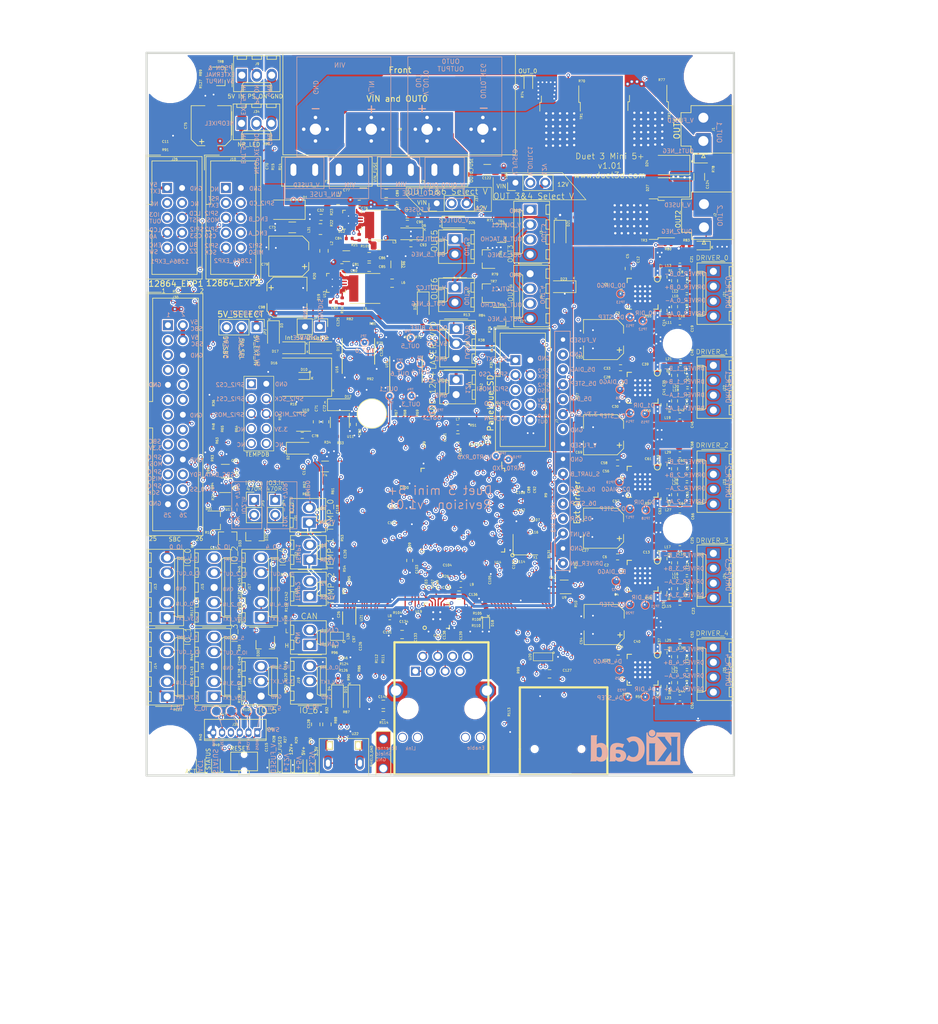
<source format=kicad_pcb>
(kicad_pcb (version 20171130) (host pcbnew "(5.1.4)-1")
  (title_block (title "Duet 3 Mini 5+ Ethernet") (date 2021-04-09) (rev 1.01) (company Duet3D) (comment 1 "(c) Duet3D"))
  (layers (0 F.Cu signal) (1 In1.Cu signal) (2 In2.Cu power) (31 B.Cu mixed) (34 B.Paste user) (35 F.Paste user) (36 B.SilkS user) (37 F.SilkS user) (38 B.Mask user) (39 F.Mask user) (44 Edge.Cuts user))
  (net 0 "")
  (net 1 GND)
  (net 2 +3.3V)
  (net 3 VSSA_MON)
  (net 4 V_FUSED)
  (net 5 V_IN)
  (net 6 VSSA)
  (net 7 THERMISTOR_0)
  (net 8 THERMISTOR_1)
  (net 9 THERMISTOR_2)
  (net 10 RESET)
  (net 11 DRIVER_0_STEP)
  (net 12 DRIVER_0_DIR)
  (net 13 DRIVER_1_DIR)
  (net 14 DRIVER_1_STEP)
  (net 15 DRIVER_2_STEP)
  (net 16 DRIVER_2_DIR)
  (net 17 OUT_0_NEG)
  (net 18 OUT_1_NEG)
  (net 19 OUT_2_NEG)
  (net 20 OUT_6_NEG)
  (net 21 OUT_5_NEG)
  (net 22 OUT_4_NEG)
  (net 23 OUT_3_NEG)
  (net 24 OUT_1)
  (net 25 OUT_3)
  (net 26 OUT_6)
  (net 27 OUT_2)
  (net 28 OUT_3_BUFF)
  (net 29 OUT_0)
  (net 30 OUT_6_BUFF)
  (net 31 OUT_5_BUFF)
  (net 32 OUT_5)
  (net 33 OUT_2_BUFF)
  (net 34 OUT_4_BUFF)
  (net 35 OUT_4)
  (net 36 OUT_1_BUFF)
  (net 37 OUT_0_BUFF)
  (net 38 "Net-(D7-Pad2)")
  (net 39 TEMP_0)
  (net 40 /Processor/XOUT)
  (net 41 TEMP_1)
  (net 42 TEMP_2)
  (net 43 /Processor/XIN)
  (net 44 VBUS_DETECT)
  (net 45 VBUS)
  (net 46 RESET_EXT)
  (net 47 GRX0)
  (net 48 GRX1)
  (net 49 GMDC)
  (net 50 GMDIO)
  (net 51 DRIVER_3_STEP)
  (net 52 DRIVER_3_DIR)
  (net 53 DRIVER_4_DIR)
  (net 54 DRIVER_4_STEP)
  (net 55 DRIVER_5_STEP)
  (net 56 DRIVER_5_DIR)
  (net 57 GRXER)
  (net 58 GTX1)
  (net 59 GTX0)
  (net 60 GTXEN)
  (net 61 V_OUTLC1)
  (net 62 V_OUTLC2)
  (net 63 IO_2_IN)
  (net 64 IO_6_IN)
  (net 65 IO_6)
  (net 66 IO_0)
  (net 67 IO_0_IN)
  (net 68 IO_2)
  (net 69 IO_1)
  (net 70 IO_1_IN)
  (net 71 IO_5)
  (net 72 IO_4)
  (net 73 IO_3)
  (net 74 IO_0_OUT)
  (net 75 IO_1_OUT)
  (net 76 IO_2_OUT)
  (net 77 IO_3_OUT)
  (net 78 IO_4_OUT)
  (net 79 IO_5_IN)
  (net 80 IO_4_IN)
  (net 81 VREF_MON)
  (net 82 IO_3_IN)
  (net 83 V_OUT0_OUT)
  (net 84 "Net-(D22-Pad2)")
  (net 85 /Processor/io0_out)
  (net 86 /Processor/io1_out)
  (net 87 /Processor/io2_out)
  (net 88 OUT_4_TACHO)
  (net 89 5V_INT)
  (net 90 5V_EXT)
  (net 91 3.3V_EXT)
  (net 92 /Power/5V_common)
  (net 93 5V_EXT_INPUT)
  (net 94 /Power/3V3_EXT_ADJ)
  (net 95 /Power/3V3_EXT_OUT)
  (net 96 SWDIO)
  (net 97 SWCLK)
  (net 98 V_BK_IN)
  (net 99 /Power/12V_VCC)
  (net 100 SD_CD)
  (net 101 /Power/12V_FB)
  (net 102 /Power/12_VOUT)
  (net 103 /Power/12V_VSW)
  (net 104 /Power/12V_BST)
  (net 105 5V_SBC)
  (net 106 "Net-(D11-Pad2)")
  (net 107 12V_EXT)
  (net 108 "/Stepper Driver & Endstops/D0_5vout")
  (net 109 "/Stepper Driver & Endstops/D3_5vout")
  (net 110 "/Stepper Driver & Endstops/D0_vcp")
  (net 111 "/Stepper Driver & Endstops/D3_vcp")
  (net 112 "/Stepper Driver & Endstops/D0_brb")
  (net 113 "/Stepper Driver & Endstops/D3_brb")
  (net 114 "/Stepper Driver & Endstops/D0_cpi")
  (net 115 "/Stepper Driver & Endstops/D0_cpo")
  (net 116 "/Stepper Driver & Endstops/D3_cpi")
  (net 117 "/Stepper Driver & Endstops/D3_cpo")
  (net 118 "/Stepper Driver & Endstops/D0_bra")
  (net 119 "/Stepper Driver & Endstops/D3_bra")
  (net 120 "/Stepper Driver & Endstops/D1_5vout")
  (net 121 "/Stepper Driver & Endstops/D4_5vout")
  (net 122 "/Stepper Driver & Endstops/D1_vcp")
  (net 123 "/Stepper Driver & Endstops/D4_vcp")
  (net 124 "/Stepper Driver & Endstops/D1_brb")
  (net 125 "/Stepper Driver & Endstops/D4_brb")
  (net 126 "/Stepper Driver & Endstops/D1_cpi")
  (net 127 "/Stepper Driver & Endstops/D1_cpo")
  (net 128 "/Stepper Driver & Endstops/D4_cpi")
  (net 129 "/Stepper Driver & Endstops/D4_cpo")
  (net 130 "/Stepper Driver & Endstops/D1_bra")
  (net 131 "/Stepper Driver & Endstops/D4_bra")
  (net 132 "/Stepper Driver & Endstops/D2_5vout")
  (net 133 "/Stepper Driver & Endstops/D2_vcp")
  (net 134 "/Stepper Driver & Endstops/D2_brb")
  (net 135 "/Stepper Driver & Endstops/D2_cpi")
  (net 136 "/Stepper Driver & Endstops/D2_cpo")
  (net 137 "/Stepper Driver & Endstops/D2_bra")
  (net 138 "Net-(C84-Pad1)")
  (net 139 VDDANA)
  (net 140 GNDANA)
  (net 141 "Net-(D8-Pad2)")
  (net 142 "Net-(D9-Pad2)")
  (net 143 "Net-(D19-Pad2)")
  (net 144 "Net-(D20-Pad2)")
  (net 145 "Net-(D25-Pad2)")
  (net 146 OUT_3_TACHO)
  (net 147 DRIVER_EN)
  (net 148 STEPPER_UART_B)
  (net 149 DRIVER_6_DIR)
  (net 150 DRIVER_6_STEP)
  (net 151 SPI2_CS2)
  (net 152 SPI2_CS1)
  (net 153 SPI2_SCK)
  (net 154 SPI2_MOSI)
  (net 155 SPI2_MISO)
  (net 156 SPI0SS)
  (net 157 SPI0_SCK)
  (net 158 SPI0_MISO_BUFF)
  (net 159 SPI0_MOSI)
  (net 160 NP_DO_BUFF)
  (net 161 "Net-(J41-Pad9)")
  (net 162 "Net-(J41-Pad11)")
  (net 163 UART0_TXD)
  (net 164 UART0_RXD)
  (net 165 BUZZ)
  (net 166 /Processor/out4tacho)
  (net 167 /Processor/out3tacho)
  (net 168 QDO)
  (net 169 SD_DAT2)
  (net 170 SD_DAT3)
  (net 171 SDCMD)
  (net 172 SDCK)
  (net 173 SD_DAT0)
  (net 174 SD_DAT1)
  (net 175 SPI0_SS)
  (net 176 CRSDV)
  (net 177 REF_CLK)
  (net 178 STEPPER_UART_A)
  (net 179 DRIVER_0_DIAG)
  (net 180 DRIVER_3_DIAG)
  (net 181 DRIVER_4_DIAG)
  (net 182 DRIVER_5_DIAG)
  (net 183 DRIVER_6_DIAG)
  (net 184 DRIVER_1_DIAG)
  (net 185 DRIVER_2_DIAG)
  (net 186 UART_MUX_0)
  (net 187 PHY_RST)
  (net 188 CLK_OUT)
  (net 189 ENC_A)
  (net 190 SPI0_MOSI_BUFF)
  (net 191 SPI0_SCK_BUFF)
  (net 192 SPI0_MISO)
  (net 193 ENC_SW)
  (net 194 VIN_MON)
  (net 195 SBC_DATA_RDY)
  (net 196 ENC_B)
  (net 197 LCD_A0)
  (net 198 SBC_DATA_RDY_BUFF)
  (net 199 "Net-(C83-Pad1)")
  (net 200 /Power/5_VOUT)
  (net 201 "Net-(JP1-Pad1)")
  (net 202 /Power/5V_VSW)
  (net 203 /Power/5V_FB)
  (net 204 /Power/5V_VCC)
  (net 205 SPI2_MOSI_BUFF)
  (net 206 SPI2_SCK_BUFF)
  (net 207 SPI2_CS3)
  (net 208 /Power/L4_OUT)
  (net 209 /Processor/vddcore)
  (net 210 USB_D_P)
  (net 211 USB_D_N)
  (net 212 SPI2_CD)
  (net 213 /Power/3V3_ADJ)
  (net 214 /Power/5V_BST)
  (net 215 /Headers/out6buff)
  (net 216 SBC_3.3V)
  (net 217 PS_ON_SW)
  (net 218 /Processor/encsw)
  (net 219 /Processor/enca)
  (net 220 /Processor/encb)
  (net 221 io4_out)
  (net 222 SPI2_CS0)
  (net 223 "Net-(C97-Pad2)")
  (net 224 LCD_RST)
  (net 225 IO_3_OUT_BUFF)
  (net 226 CAN_H)
  (net 227 CAN_L)
  (net 228 "/Stepper Driver & Endstops/D0_OA1")
  (net 229 "/Stepper Driver & Endstops/D0_OA2")
  (net 230 "/Stepper Driver & Endstops/D0_OB1")
  (net 231 "/Stepper Driver & Endstops/D0_OB2")
  (net 232 "/Stepper Driver & Endstops/D3_OA1")
  (net 233 "/Stepper Driver & Endstops/D3_OA2")
  (net 234 "/Stepper Driver & Endstops/D3_OB1")
  (net 235 "/Stepper Driver & Endstops/D3_OB2")
  (net 236 "/Stepper Driver & Endstops/D1_OA1")
  (net 237 "/Stepper Driver & Endstops/D1_OA2")
  (net 238 "/Stepper Driver & Endstops/D1_OB1")
  (net 239 "/Stepper Driver & Endstops/D1_OB2")
  (net 240 "/Stepper Driver & Endstops/D4_OA1")
  (net 241 "/Stepper Driver & Endstops/D4_OA2")
  (net 242 "/Stepper Driver & Endstops/D4_OB1")
  (net 243 "/Stepper Driver & Endstops/D4_OB2")
  (net 244 "/Stepper Driver & Endstops/D2_OA1")
  (net 245 "/Stepper Driver & Endstops/D2_OA2")
  (net 246 "/Stepper Driver & Endstops/D2_OB1")
  (net 247 "/Stepper Driver & Endstops/D2_OB2")
  (net 248 io3_out)
  (net 249 CAN1_RX)
  (net 250 CAN1_TX)
  (net 251 "Net-(D5-Pad2)")
  (net 252 /Power/5V_SEL)
  (net 253 /Power/d1out)
  (net 254 DRIVER_0_A1)
  (net 255 DRIVER_0_A2)
  (net 256 DRIVER_0_B1)
  (net 257 DRIVER_0_B2)
  (net 258 DRIVER_3_A1)
  (net 259 DRIVER_3_A2)
  (net 260 DRIVER_3_B1)
  (net 261 DRIVER_3_B2)
  (net 262 DRIVER_1_A1)
  (net 263 DRIVER_1_A2)
  (net 264 DRIVER_1_B1)
  (net 265 DRIVER_1_B2)
  (net 266 DRIVER_4_A1)
  (net 267 DRIVER_4_A2)
  (net 268 DRIVER_4_B1)
  (net 269 DRIVER_4_B2)
  (net 270 DRIVER_2_A1)
  (net 271 DRIVER_2_A2)
  (net 272 DRIVER_2_B1)
  (net 273 DRIVER_2_B2)
  (net 274 /Comms/CE)
  (net 275 /Comms/VDDA_3V3)
  (net 276 /Comms/VDD_1V2)
  (net 277 /Comms/VDDIO)
  (net 278 /Comms/TCT)
  (net 279 /Comms/RCT)
  (net 280 /Comms/SHIELD_GND)
  (net 281 /Comms/dn)
  (net 282 /Comms/dp)
  (net 283 /Comms/SD_cd)
  (net 284 /Comms/DAT1)
  (net 285 /Comms/DAT0)
  (net 286 /Comms/CLK)
  (net 287 /Comms/CMD)
  (net 288 /Comms/DAT3)
  (net 289 /Comms/DAT2)
  (net 290 /Comms/TD+)
  (net 291 /Comms/LED0)
  (net 292 /Comms/TD-)
  (net 293 /Comms/RD+)
  (net 294 /Comms/RD-)
  (net 295 /Comms/CANL_C)
  (net 296 /Comms/CANH_C)
  (net 297 /Comms/XI)
  (net 298 "/MOSFETs and Buffers/TR10_G")
  (net 299 "/MOSFETs and Buffers/out3_g")
  (net 300 "/MOSFETs and Buffers/out4_g")
  (net 301 "/MOSFETs and Buffers/TR1_G")
  (net 302 "/MOSFETs and Buffers/out5_g")
  (net 303 "/MOSFETs and Buffers/TR3_G")
  (net 304 "/MOSFETs and Buffers/out6_g")
  (net 305 "/MOSFETs and Buffers/npdobuff")
  (net 306 "/MOSFETs and Buffers/psonsw_g")
  (net 307 /Comms/refclk)
  (net 308 /Comms/REXT)
  (net 309 /IO/io2in_byp)
  (net 310 /IO/io3in_byp)
  (module complib:D3_mini2Plus_expansion_1x16 (layer F.Cu) (at 90.9 175.8)
    (fp_text reference J7 (at -1.016 13.8684 90) (layer F.SilkS) (effects (font (size 0.4 0.4) (thickness 0.07))))
    (fp_text value "Ext Driver" (at 2.3876 27.7368 90) (layer F.SilkS))
    (pad 1 thru_hole rect (at 0 0) (size 1.7 1.7) (drill 0.75) (layers *.Cu *.Mask) (net 4 V_FUSED))
    (pad 2 thru_hole oval (at 0 2.54) (size 1.7 1.7) (drill 0.75) (layers *.Cu *.Mask) (net 1 GND))
    (pad 3 thru_hole oval (at 0 5.08) (size 1.7 1.7) (drill 0.75) (layers *.Cu *.Mask) (net 182 DRIVER_5_DIAG))
    (pad 4 thru_hole oval (at 0 7.62) (size 1.7 1.7) (drill 0.75) (layers *.Cu *.Mask) (net 55 DRIVER_5_STEP))
    (pad 5 thru_hole oval (at 0 10.16) (size 1.7 1.7) (drill 0.75) (layers *.Cu *.Mask) (net 56 DRIVER_5_DIR))
    (pad 6 thru_hole oval (at 0 12.7) (size 1.7 1.7) (drill 0.75) (layers *.Cu *.Mask) (net 2 +3.3V))
    (pad 7 thru_hole oval (at 0 15.24) (size 1.7 1.7) (drill 0.75) (layers *.Cu *.Mask) (net 1 GND))
    (pad 8 thru_hole oval (at 0 17.78) (size 1.7 1.7) (drill 0.75) (layers *.Cu *.Mask) (net 4 V_FUSED))
    (pad 9 thru_hole oval (at 0 20.32) (size 1.7 1.7) (drill 0.75) (layers *.Cu *.Mask) (net 1 GND))
    (pad 10 thru_hole oval (at 0 22.86) (size 1.7 1.7) (drill 0.75) (layers *.Cu *.Mask) (net 148 STEPPER_UART_B))
    (pad 11 thru_hole oval (at 0 25.4) (size 1.7 1.7) (drill 0.75) (layers *.Cu *.Mask) (net 183 DRIVER_6_DIAG))
    (pad 12 thru_hole oval (at 0 27.94) (size 1.7 1.7) (drill 0.75) (layers *.Cu *.Mask) (net 150 DRIVER_6_STEP))
    (pad 13 thru_hole oval (at 0 30.48) (size 1.7 1.7) (drill 0.75) (layers *.Cu *.Mask) (net 149 DRIVER_6_DIR))
    (pad 14 thru_hole oval (at 0 33.02) (size 1.7 1.7) (drill 0.75) (layers *.Cu *.Mask) (net 89 5V_INT))
    (pad 15 thru_hole oval (at 0 35.56) (size 1.7 1.7) (drill 0.75) (layers *.Cu *.Mask) (net 1 GND))
    (pad 16 thru_hole oval (at 0 38.1) (size 1.7 1.7) (drill 0.75) (layers *.Cu *.Mask) (net 147 DRIVER_EN))
    (pad "" np_thru_hole circle (at 19.5 32.2) (size 2.54 2.54) (drill 2.54) (layers *.Cu *.Mask) (clearance 1.25))
    (pad "" np_thru_hole circle (at 19.5 0.7) (size 2.54 2.54) (drill 2.54) (layers *.Cu *.Mask) (clearance 1.25))
  )
  (module complib:UDFN-16-1EP_1.35x3.3_P0.4_Duet3D (layer F.Cu) (at 87.5 229.8 270)
    (fp_text reference U20 (at 0 2.2 90) (layer F.SilkS) (effects (font (size 0.4 0.4) (thickness 0.07))))
    (fp_text value CM1624)
    (pad PAD smd rect (at 0 0 270) (size 0.5 3) (layers F.Cu F.Mask) (net 1 GND) (clearance 0.12))
    (pad PAD smd rect (at 0 1.11 270) (size 0.37 0.5) (layers F.Cu F.Paste) (net 1 GND) (clearance 0.12))
    (pad PAD smd rect (at 0 0.37 270) (size 0.37 0.5) (layers F.Cu F.Paste) (net 1 GND) (clearance 0.12))
    (pad PAD smd rect (at 0 -0.37 270) (size 0.37 0.5) (layers F.Cu F.Paste) (net 1 GND) (clearance 0.12))
    (pad PAD smd rect (at 0 -1.11 270) (size 0.37 0.5) (layers F.Cu F.Paste) (net 1 GND) (clearance 0.12))
    (pad 16 smd roundrect (at 0.575 -1.4 270) (size 0.4 0.2) (layers F.Cu F.Paste F.Mask) (net 289 /Comms/DAT2) (clearance 0.12))
    (pad 15 smd roundrect (at 0.575 -1 270) (size 0.4 0.2) (layers F.Cu F.Paste F.Mask) (net 288 /Comms/DAT3) (clearance 0.12))
    (pad 14 smd roundrect (at 0.575 -0.6 270) (size 0.4 0.2) (layers F.Cu F.Paste F.Mask) (net 286 /Comms/CLK) (clearance 0.12))
    (pad 13 smd roundrect (at 0.575 -0.2 270) (size 0.4 0.2) (layers F.Cu F.Paste F.Mask) (net 283 /Comms/SD_cd) (clearance 0.12))
    (pad 12 smd roundrect (at 0.575 0.2 270) (size 0.4 0.2) (layers F.Cu F.Paste F.Mask) (net 2 +3.3V) (clearance 0.12))
    (pad 11 smd roundrect (at 0.575 0.6 270) (size 0.4 0.2) (layers F.Cu F.Paste F.Mask) (net 287 /Comms/CMD) (clearance 0.12))
    (pad 10 smd roundrect (at 0.575 1 270) (size 0.4 0.2) (layers F.Cu F.Paste F.Mask) (net 285 /Comms/DAT0) (clearance 0.12))
    (pad 9 smd roundrect (at 0.575 1.4 270) (size 0.4 0.2) (layers F.Cu F.Paste F.Mask) (net 284 /Comms/DAT1) (clearance 0.12))
    (pad 8 smd roundrect (at -0.575 1.4 270) (size 0.4 0.2) (layers F.Cu F.Paste F.Mask) (net 174 SD_DAT1) (clearance 0.12))
    (pad 7 smd roundrect (at -0.575 1 270) (size 0.4 0.2) (layers F.Cu F.Paste F.Mask) (net 173 SD_DAT0) (clearance 0.12))
    (pad 6 smd roundrect (at -0.575 0.6 270) (size 0.4 0.2) (layers F.Cu F.Paste F.Mask) (net 171 SDCMD) (clearance 0.12))
    (pad 5 smd roundrect (at -0.575 0.2 270) (size 0.4 0.2) (layers F.Cu F.Paste F.Mask) (clearance 0.12))
    (pad 4 smd roundrect (at -0.575 -0.2 270) (size 0.4 0.2) (layers F.Cu F.Paste F.Mask) (net 100 SD_CD) (clearance 0.12))
    (pad 3 smd roundrect (at -0.575 -0.6 270) (size 0.4 0.2) (layers F.Cu F.Paste F.Mask) (net 172 SDCK) (clearance 0.12))
    (pad 2 smd roundrect (at -0.575 -1 270) (size 0.4 0.2) (layers F.Cu F.Paste F.Mask) (net 170 SD_DAT3) (clearance 0.12))
    (pad 1 smd roundrect (at -0.575 -1.4 270) (size 0.4 0.2) (layers F.Cu F.Paste F.Mask) (net 169 SD_DAT2) (clearance 0.12))
  )
  (module Resistor_SMD:R_0402_1005Metric_Wbry (layer F.Cu) (at 30 132.4 90)
    (fp_text reference R127 (at 0.1 -0.8 90) (layer F.SilkS) (effects (font (size 0.4 0.4) (thickness 0.07))))
    (fp_text value 10K hide)
    (pad 2 smd roundrect (at 0.5 0 90) (size 0.5 0.6) (layers F.Cu F.Paste F.Mask) (net 221 io4_out))
    (pad 1 smd roundrect (at -0.5 0 90) (size 0.5 0.6) (layers F.Cu F.Paste F.Mask) (net 1 GND))
  )
  (module Resistor_SMD:R_0402_1005Metric_Wbry (layer F.Cu) (at 34.9 234.7 270)
    (fp_text reference R132 (at 0 -0.9 90) (layer F.SilkS) (effects (font (size 0.4 0.4) (thickness 0.07))))
    (fp_text value 470R hide)
    (pad 2 smd roundrect (at 0.5 0 270) (size 0.5 0.6) (layers F.Cu F.Paste F.Mask) (net 310 /IO/io3in_byp))
    (pad 1 smd roundrect (at -0.5 0 270) (size 0.5 0.6) (layers F.Cu F.Paste F.Mask) (net 82 IO_3_IN))
  )
  (module Resistor_SMD:R_0402_1005Metric_Wbry (layer F.Cu) (at 34.9 221.2 270)
    (fp_text reference R129 (at 0 -0.9 90) (layer F.SilkS) (effects (font (size 0.4 0.4) (thickness 0.07))))
    (fp_text value 470R hide)
    (pad 2 smd roundrect (at 0.5 0 270) (size 0.5 0.6) (layers F.Cu F.Paste F.Mask) (net 309 /IO/io2in_byp))
    (pad 1 smd roundrect (at -0.5 0 270) (size 0.5 0.6) (layers F.Cu F.Paste F.Mask) (net 63 IO_2_IN))
  )
  (module Connector_PinHeader_2.54mm:PinHeader_1x02_P2.54mm_Vertical (layer F.Cu) (at 41.9 203.1)
    (fp_text reference JP4 (at 1.4 0.5 90) (layer F.SilkS) (effects (font (size 0.4 0.4) (thickness 0.07))))
    (fp_text value IO3.in (at 0 -2.9) (layer F.SilkS) (effects (font (size 0.7 0.7) (thickness 0.08))))
    (pad 2 thru_hole oval (at 0 2.54) (size 1.7 1.7) (drill 1) (layers *.Cu *.Mask) (net 310 /IO/io3in_byp))
    (pad 1 thru_hole rect (at 0 0) (size 1.7 1.7) (drill 1) (layers *.Cu *.Mask) (net 73 IO_3))
  )
  (module Connector_PinHeader_2.54mm:PinHeader_1x02_P2.54mm_Vertical (layer F.Cu) (at 38.3 203.1)
    (fp_text reference JP3 (at 1.5 0.6 90) (layer F.SilkS) (effects (font (size 0.4 0.4) (thickness 0.07))))
    (fp_text value IO2.in (at 0 -2.9) (layer F.SilkS) (effects (font (size 0.7 0.7) (thickness 0.08))))
    (pad 2 thru_hole oval (at 0 2.54) (size 1.7 1.7) (drill 1) (layers *.Cu *.Mask) (net 309 /IO/io2in_byp))
    (pad 1 thru_hole rect (at 0 0) (size 1.7 1.7) (drill 1) (layers *.Cu *.Mask) (net 68 IO_2))
  )
  (module complib:QFN-28-1EP_5x5mm_Pitch0.5mm (layer F.Cu) (at 104.45 200 270)
    (fp_text reference U8 (at -0.6 3.45 90) (layer F.SilkS) (effects (font (size 0.4 0.4) (thickness 0.07))))
    (fp_text value TMC2209 hide)
    (pad 1 smd rect (at -2.45 -1.5 270) (size 0.85 0.3) (layers F.Cu F.Paste F.Mask) (net 247 "/Stepper Driver & Endstops/D2_OB2"))
    (pad 2 smd rect (at -2.45 -1 270) (size 0.85 0.3) (layers F.Cu F.Paste F.Mask) (net 147 DRIVER_EN))
    (pad 3 smd rect (at -2.45 -0.5 270) (size 0.85 0.3) (layers F.Cu F.Paste F.Mask) (net 1 GND))
    (pad 4 smd rect (at -2.45 0 270) (size 0.85 0.3) (layers F.Cu F.Paste F.Mask) (net 136 "/Stepper Driver & Endstops/D2_cpo"))
    (pad 5 smd rect (at -2.45 0.5 270) (size 0.85 0.3) (layers F.Cu F.Paste F.Mask) (net 135 "/Stepper Driver & Endstops/D2_cpi"))
    (pad 6 smd rect (at -2.45 1 270) (size 0.85 0.3) (layers F.Cu F.Paste F.Mask) (net 133 "/Stepper Driver & Endstops/D2_vcp"))
    (pad 7 smd rect (at -2.45 1.5 270) (size 0.85 0.3) (layers F.Cu F.Paste F.Mask) (net 1 GND))
    (pad 8 smd rect (at -1.5 2.45) (size 0.85 0.3) (layers F.Cu F.Paste F.Mask) (net 132 "/Stepper Driver & Endstops/D2_5vout"))
    (pad 9 smd rect (at -1 2.45) (size 0.85 0.3) (layers F.Cu F.Paste F.Mask) (net 1 GND))
    (pad 10 smd rect (at -0.5 2.45) (size 0.85 0.3) (layers F.Cu F.Paste F.Mask) (net 2 +3.3V))
    (pad 11 smd rect (at 0 2.45) (size 0.85 0.3) (layers F.Cu F.Paste F.Mask) (net 185 DRIVER_2_DIAG))
    (pad 12 smd rect (at 0.5 2.45) (size 0.85 0.3) (layers F.Cu F.Paste F.Mask))
    (pad 13 smd rect (at 1 2.45) (size 0.85 0.3) (layers F.Cu F.Paste F.Mask) (net 1 GND))
    (pad 14 smd rect (at 1.5 2.45) (size 0.85 0.3) (layers F.Cu F.Paste F.Mask) (net 178 STEPPER_UART_A))
    (pad 15 smd rect (at 2.45 1.5 270) (size 0.85 0.3) (layers F.Cu F.Paste F.Mask) (net 2 +3.3V))
    (pad 16 smd rect (at 2.45 1 270) (size 0.85 0.3) (layers F.Cu F.Paste F.Mask) (net 15 DRIVER_2_STEP))
    (pad 17 smd rect (at 2.45 0.5 270) (size 0.85 0.3) (layers F.Cu F.Paste F.Mask))
    (pad 18 smd rect (at 2.45 0 270) (size 0.85 0.3) (layers F.Cu F.Paste F.Mask) (net 1 GND))
    (pad 19 smd rect (at 2.45 -0.5 270) (size 0.85 0.3) (layers F.Cu F.Paste F.Mask) (net 16 DRIVER_2_DIR))
    (pad 20 smd rect (at 2.45 -1 270) (size 0.85 0.3) (layers F.Cu F.Paste F.Mask) (net 1 GND))
    (pad 21 smd rect (at 2.45 -1.5 270) (size 0.85 0.3) (layers F.Cu F.Paste F.Mask) (net 245 "/Stepper Driver & Endstops/D2_OA2"))
    (pad 22 smd rect (at 1.5 -2.45) (size 0.85 0.3) (layers F.Cu F.Paste F.Mask) (net 4 V_FUSED))
    (pad 23 smd rect (at 1 -2.45) (size 0.85 0.3) (layers F.Cu F.Paste F.Mask) (net 137 "/Stepper Driver & Endstops/D2_bra"))
    (pad 24 smd rect (at 0.5 -2.45) (size 0.85 0.3) (layers F.Cu F.Paste F.Mask) (net 244 "/Stepper Driver & Endstops/D2_OA1"))
    (pad 25 smd rect (at 0 -2.45) (size 0.85 0.3) (layers F.Cu F.Paste F.Mask))
    (pad 26 smd rect (at -0.5 -2.45) (size 0.85 0.3) (layers F.Cu F.Paste F.Mask) (net 246 "/Stepper Driver & Endstops/D2_OB1"))
    (pad 27 smd rect (at -1 -2.45) (size 0.85 0.3) (layers F.Cu F.Paste F.Mask) (net 134 "/Stepper Driver & Endstops/D2_brb"))
    (pad 28 smd rect (at -1.5 -2.45) (size 0.85 0.3) (layers F.Cu F.Paste F.Mask) (net 4 V_FUSED))
    (pad 29 smd rect (at 0.8375 0.8375 270) (size 1.675 1.675) (layers F.Cu F.Paste F.Mask) (net 1 GND))
    (pad 29 smd rect (at 0.8375 -0.8375 270) (size 1.675 1.675) (layers F.Cu F.Paste F.Mask) (net 1 GND))
    (pad 29 smd rect (at -0.8375 0.8375 270) (size 1.675 1.675) (layers F.Cu F.Paste F.Mask) (net 1 GND))
    (pad 29 smd rect (at -0.8375 -0.8375 270) (size 1.675 1.675) (layers F.Cu F.Paste F.Mask) (net 1 GND))
    (pad 29 thru_hole rect (at -1.25625 -1.25625 270) (size 0.8375 0.8375) (drill 0.4) (layers *.Cu *.Mask) (net 1 GND))
    (pad 29 thru_hole rect (at -1.25625 -0.41875 270) (size 0.8375 0.8375) (drill 0.4) (layers *.Cu *.Mask) (net 1 GND))
    (pad 29 thru_hole rect (at -0.41875 -1.25625 270) (size 0.8375 0.8375) (drill 0.4) (layers *.Cu *.Mask) (net 1 GND))
    (pad 29 thru_hole rect (at -0.41875 -0.41875 270) (size 0.8375 0.8375) (drill 0.4) (layers *.Cu *.Mask) (net 1 GND))
    (pad 29 thru_hole rect (at 0.41875 -1.25625 270) (size 0.8375 0.8375) (drill 0.4) (layers *.Cu *.Mask) (net 1 GND))
    (pad 29 thru_hole rect (at 0.41875 -0.41875 270) (size 0.8375 0.8375) (drill 0.4) (layers *.Cu *.Mask) (net 1 GND))
    (pad 29 thru_hole rect (at 1.25625 -1.25625 270) (size 0.8375 0.8375) (drill 0.4) (layers *.Cu *.Mask) (net 1 GND))
    (pad 29 thru_hole rect (at 1.25625 -0.41875 270) (size 0.8375 0.8375) (drill 0.4) (layers *.Cu *.Mask) (net 1 GND))
    (pad 29 thru_hole rect (at -1.25625 0.41875 270) (size 0.8375 0.8375) (drill 0.4) (layers *.Cu *.Mask) (net 1 GND))
    (pad 29 thru_hole rect (at -0.41875 0.41875 270) (size 0.8375 0.8375) (drill 0.4) (layers *.Cu *.Mask) (net 1 GND))
    (pad 29 thru_hole rect (at -1.25625 1.25625 270) (size 0.8375 0.8375) (drill 0.4) (layers *.Cu *.Mask) (net 1 GND))
    (pad 29 thru_hole rect (at -0.41875 1.25625 270) (size 0.8375 0.8375) (drill 0.4) (layers *.Cu *.Mask) (net 1 GND))
    (pad 29 thru_hole rect (at 0.41875 1.25625 270) (size 0.8375 0.8375) (drill 0.4) (layers *.Cu *.Mask) (net 1 GND))
    (pad 29 thru_hole rect (at 0.41875 0.41875 270) (size 0.8375 0.8375) (drill 0.4) (layers *.Cu *.Mask) (net 1 GND))
    (pad 29 thru_hole rect (at 1.25625 0.41875 270) (size 0.8375 0.8375) (drill 0.4) (layers *.Cu *.Mask) (net 1 GND))
    (pad 29 thru_hole rect (at 1.25625 1.25625 270) (size 0.8375 0.8375) (drill 0.4) (layers *.Cu *.Mask) (net 1 GND))
  )
  (module complib:QFN-28-1EP_5x5mm_Pitch0.5mm (layer F.Cu) (at 104.45 232 270)
    (fp_text reference U6 (at 1.5 3.45 90) (layer F.SilkS) (effects (font (size 0.4 0.4) (thickness 0.07))))
    (fp_text value TMC2209 hide)
    (pad 1 smd rect (at -2.45 -1.5 270) (size 0.85 0.3) (layers F.Cu F.Paste F.Mask) (net 243 "/Stepper Driver & Endstops/D4_OB2"))
    (pad 2 smd rect (at -2.45 -1 270) (size 0.85 0.3) (layers F.Cu F.Paste F.Mask) (net 147 DRIVER_EN))
    (pad 3 smd rect (at -2.45 -0.5 270) (size 0.85 0.3) (layers F.Cu F.Paste F.Mask) (net 1 GND))
    (pad 4 smd rect (at -2.45 0 270) (size 0.85 0.3) (layers F.Cu F.Paste F.Mask) (net 129 "/Stepper Driver & Endstops/D4_cpo"))
    (pad 5 smd rect (at -2.45 0.5 270) (size 0.85 0.3) (layers F.Cu F.Paste F.Mask) (net 128 "/Stepper Driver & Endstops/D4_cpi"))
    (pad 6 smd rect (at -2.45 1 270) (size 0.85 0.3) (layers F.Cu F.Paste F.Mask) (net 123 "/Stepper Driver & Endstops/D4_vcp"))
    (pad 7 smd rect (at -2.45 1.5 270) (size 0.85 0.3) (layers F.Cu F.Paste F.Mask) (net 1 GND))
    (pad 8 smd rect (at -1.5 2.45) (size 0.85 0.3) (layers F.Cu F.Paste F.Mask) (net 121 "/Stepper Driver & Endstops/D4_5vout"))
    (pad 9 smd rect (at -1 2.45) (size 0.85 0.3) (layers F.Cu F.Paste F.Mask) (net 1 GND))
    (pad 10 smd rect (at -0.5 2.45) (size 0.85 0.3) (layers F.Cu F.Paste F.Mask) (net 1 GND))
    (pad 11 smd rect (at 0 2.45) (size 0.85 0.3) (layers F.Cu F.Paste F.Mask) (net 181 DRIVER_4_DIAG))
    (pad 12 smd rect (at 0.5 2.45) (size 0.85 0.3) (layers F.Cu F.Paste F.Mask))
    (pad 13 smd rect (at 1 2.45) (size 0.85 0.3) (layers F.Cu F.Paste F.Mask) (net 1 GND))
    (pad 14 smd rect (at 1.5 2.45) (size 0.85 0.3) (layers F.Cu F.Paste F.Mask) (net 148 STEPPER_UART_B))
    (pad 15 smd rect (at 2.45 1.5 270) (size 0.85 0.3) (layers F.Cu F.Paste F.Mask) (net 2 +3.3V))
    (pad 16 smd rect (at 2.45 1 270) (size 0.85 0.3) (layers F.Cu F.Paste F.Mask) (net 54 DRIVER_4_STEP))
    (pad 17 smd rect (at 2.45 0.5 270) (size 0.85 0.3) (layers F.Cu F.Paste F.Mask))
    (pad 18 smd rect (at 2.45 0 270) (size 0.85 0.3) (layers F.Cu F.Paste F.Mask) (net 1 GND))
    (pad 19 smd rect (at 2.45 -0.5 270) (size 0.85 0.3) (layers F.Cu F.Paste F.Mask) (net 53 DRIVER_4_DIR))
    (pad 20 smd rect (at 2.45 -1 270) (size 0.85 0.3) (layers F.Cu F.Paste F.Mask) (net 1 GND))
    (pad 21 smd rect (at 2.45 -1.5 270) (size 0.85 0.3) (layers F.Cu F.Paste F.Mask) (net 241 "/Stepper Driver & Endstops/D4_OA2"))
    (pad 22 smd rect (at 1.5 -2.45) (size 0.85 0.3) (layers F.Cu F.Paste F.Mask) (net 4 V_FUSED))
    (pad 23 smd rect (at 1 -2.45) (size 0.85 0.3) (layers F.Cu F.Paste F.Mask) (net 131 "/Stepper Driver & Endstops/D4_bra"))
    (pad 24 smd rect (at 0.5 -2.45) (size 0.85 0.3) (layers F.Cu F.Paste F.Mask) (net 240 "/Stepper Driver & Endstops/D4_OA1"))
    (pad 25 smd rect (at 0 -2.45) (size 0.85 0.3) (layers F.Cu F.Paste F.Mask))
    (pad 26 smd rect (at -0.5 -2.45) (size 0.85 0.3) (layers F.Cu F.Paste F.Mask) (net 242 "/Stepper Driver & Endstops/D4_OB1"))
    (pad 27 smd rect (at -1 -2.45) (size 0.85 0.3) (layers F.Cu F.Paste F.Mask) (net 125 "/Stepper Driver & Endstops/D4_brb"))
    (pad 28 smd rect (at -1.5 -2.45) (size 0.85 0.3) (layers F.Cu F.Paste F.Mask) (net 4 V_FUSED))
    (pad 29 smd rect (at 0.8375 0.8375 270) (size 1.675 1.675) (layers F.Cu F.Paste F.Mask) (net 1 GND))
    (pad 29 smd rect (at 0.8375 -0.8375 270) (size 1.675 1.675) (layers F.Cu F.Paste F.Mask) (net 1 GND))
    (pad 29 smd rect (at -0.8375 0.8375 270) (size 1.675 1.675) (layers F.Cu F.Paste F.Mask) (net 1 GND))
    (pad 29 smd rect (at -0.8375 -0.8375 270) (size 1.675 1.675) (layers F.Cu F.Paste F.Mask) (net 1 GND))
    (pad 29 thru_hole rect (at -1.25625 -1.25625 270) (size 0.8375 0.8375) (drill 0.4) (layers *.Cu *.Mask) (net 1 GND))
    (pad 29 thru_hole rect (at -1.25625 -0.41875 270) (size 0.8375 0.8375) (drill 0.4) (layers *.Cu *.Mask) (net 1 GND))
    (pad 29 thru_hole rect (at -0.41875 -1.25625 270) (size 0.8375 0.8375) (drill 0.4) (layers *.Cu *.Mask) (net 1 GND))
    (pad 29 thru_hole rect (at -0.41875 -0.41875 270) (size 0.8375 0.8375) (drill 0.4) (layers *.Cu *.Mask) (net 1 GND))
    (pad 29 thru_hole rect (at 0.41875 -1.25625 270) (size 0.8375 0.8375) (drill 0.4) (layers *.Cu *.Mask) (net 1 GND))
    (pad 29 thru_hole rect (at 0.41875 -0.41875 270) (size 0.8375 0.8375) (drill 0.4) (layers *.Cu *.Mask) (net 1 GND))
    (pad 29 thru_hole rect (at 1.25625 -1.25625 270) (size 0.8375 0.8375) (drill 0.4) (layers *.Cu *.Mask) (net 1 GND))
    (pad 29 thru_hole rect (at 1.25625 -0.41875 270) (size 0.8375 0.8375) (drill 0.4) (layers *.Cu *.Mask) (net 1 GND))
    (pad 29 thru_hole rect (at -1.25625 0.41875 270) (size 0.8375 0.8375) (drill 0.4) (layers *.Cu *.Mask) (net 1 GND))
    (pad 29 thru_hole rect (at -0.41875 0.41875 270) (size 0.8375 0.8375) (drill 0.4) (layers *.Cu *.Mask) (net 1 GND))
    (pad 29 thru_hole rect (at -1.25625 1.25625 270) (size 0.8375 0.8375) (drill 0.4) (layers *.Cu *.Mask) (net 1 GND))
    (pad 29 thru_hole rect (at -0.41875 1.25625 270) (size 0.8375 0.8375) (drill 0.4) (layers *.Cu *.Mask) (net 1 GND))
    (pad 29 thru_hole rect (at 0.41875 1.25625 270) (size 0.8375 0.8375) (drill 0.4) (layers *.Cu *.Mask) (net 1 GND))
    (pad 29 thru_hole rect (at 0.41875 0.41875 270) (size 0.8375 0.8375) (drill 0.4) (layers *.Cu *.Mask) (net 1 GND))
    (pad 29 thru_hole rect (at 1.25625 0.41875 270) (size 0.8375 0.8375) (drill 0.4) (layers *.Cu *.Mask) (net 1 GND))
    (pad 29 thru_hole rect (at 1.25625 1.25625 270) (size 0.8375 0.8375) (drill 0.4) (layers *.Cu *.Mask) (net 1 GND))
  )
  (module complib:QFN-28-1EP_5x5mm_Pitch0.5mm (layer F.Cu) (at 104.45 184 270)
    (fp_text reference U5 (at -0.7 3.45 90) (layer F.SilkS) (effects (font (size 0.4 0.4) (thickness 0.07))))
    (fp_text value TMC2209 hide)
    (pad 1 smd rect (at -2.45 -1.5 270) (size 0.85 0.3) (layers F.Cu F.Paste F.Mask) (net 239 "/Stepper Driver & Endstops/D1_OB2"))
    (pad 2 smd rect (at -2.45 -1 270) (size 0.85 0.3) (layers F.Cu F.Paste F.Mask) (net 147 DRIVER_EN))
    (pad 3 smd rect (at -2.45 -0.5 270) (size 0.85 0.3) (layers F.Cu F.Paste F.Mask) (net 1 GND))
    (pad 4 smd rect (at -2.45 0 270) (size 0.85 0.3) (layers F.Cu F.Paste F.Mask) (net 127 "/Stepper Driver & Endstops/D1_cpo"))
    (pad 5 smd rect (at -2.45 0.5 270) (size 0.85 0.3) (layers F.Cu F.Paste F.Mask) (net 126 "/Stepper Driver & Endstops/D1_cpi"))
    (pad 6 smd rect (at -2.45 1 270) (size 0.85 0.3) (layers F.Cu F.Paste F.Mask) (net 122 "/Stepper Driver & Endstops/D1_vcp"))
    (pad 7 smd rect (at -2.45 1.5 270) (size 0.85 0.3) (layers F.Cu F.Paste F.Mask) (net 1 GND))
    (pad 8 smd rect (at -1.5 2.45) (size 0.85 0.3) (layers F.Cu F.Paste F.Mask) (net 120 "/Stepper Driver & Endstops/D1_5vout"))
    (pad 9 smd rect (at -1 2.45) (size 0.85 0.3) (layers F.Cu F.Paste F.Mask) (net 2 +3.3V))
    (pad 10 smd rect (at -0.5 2.45) (size 0.85 0.3) (layers F.Cu F.Paste F.Mask) (net 1 GND))
    (pad 11 smd rect (at 0 2.45) (size 0.85 0.3) (layers F.Cu F.Paste F.Mask) (net 184 DRIVER_1_DIAG))
    (pad 12 smd rect (at 0.5 2.45) (size 0.85 0.3) (layers F.Cu F.Paste F.Mask))
    (pad 13 smd rect (at 1 2.45) (size 0.85 0.3) (layers F.Cu F.Paste F.Mask) (net 1 GND))
    (pad 14 smd rect (at 1.5 2.45) (size 0.85 0.3) (layers F.Cu F.Paste F.Mask) (net 178 STEPPER_UART_A))
    (pad 15 smd rect (at 2.45 1.5 270) (size 0.85 0.3) (layers F.Cu F.Paste F.Mask) (net 2 +3.3V))
    (pad 16 smd rect (at 2.45 1 270) (size 0.85 0.3) (layers F.Cu F.Paste F.Mask) (net 14 DRIVER_1_STEP))
    (pad 17 smd rect (at 2.45 0.5 270) (size 0.85 0.3) (layers F.Cu F.Paste F.Mask))
    (pad 18 smd rect (at 2.45 0 270) (size 0.85 0.3) (layers F.Cu F.Paste F.Mask) (net 1 GND))
    (pad 19 smd rect (at 2.45 -0.5 270) (size 0.85 0.3) (layers F.Cu F.Paste F.Mask) (net 13 DRIVER_1_DIR))
    (pad 20 smd rect (at 2.45 -1 270) (size 0.85 0.3) (layers F.Cu F.Paste F.Mask) (net 1 GND))
    (pad 21 smd rect (at 2.45 -1.5 270) (size 0.85 0.3) (layers F.Cu F.Paste F.Mask) (net 237 "/Stepper Driver & Endstops/D1_OA2"))
    (pad 22 smd rect (at 1.5 -2.45) (size 0.85 0.3) (layers F.Cu F.Paste F.Mask) (net 4 V_FUSED))
    (pad 23 smd rect (at 1 -2.45) (size 0.85 0.3) (layers F.Cu F.Paste F.Mask) (net 130 "/Stepper Driver & Endstops/D1_bra"))
    (pad 24 smd rect (at 0.5 -2.45) (size 0.85 0.3) (layers F.Cu F.Paste F.Mask) (net 236 "/Stepper Driver & Endstops/D1_OA1"))
    (pad 25 smd rect (at 0 -2.45) (size 0.85 0.3) (layers F.Cu F.Paste F.Mask))
    (pad 26 smd rect (at -0.5 -2.45) (size 0.85 0.3) (layers F.Cu F.Paste F.Mask) (net 238 "/Stepper Driver & Endstops/D1_OB1"))
    (pad 27 smd rect (at -1 -2.45) (size 0.85 0.3) (layers F.Cu F.Paste F.Mask) (net 124 "/Stepper Driver & Endstops/D1_brb"))
    (pad 28 smd rect (at -1.5 -2.45) (size 0.85 0.3) (layers F.Cu F.Paste F.Mask) (net 4 V_FUSED))
    (pad 29 smd rect (at 0.8375 0.8375 270) (size 1.675 1.675) (layers F.Cu F.Paste F.Mask) (net 1 GND))
    (pad 29 smd rect (at 0.8375 -0.8375 270) (size 1.675 1.675) (layers F.Cu F.Paste F.Mask) (net 1 GND))
    (pad 29 smd rect (at -0.8375 0.8375 270) (size 1.675 1.675) (layers F.Cu F.Paste F.Mask) (net 1 GND))
    (pad 29 smd rect (at -0.8375 -0.8375 270) (size 1.675 1.675) (layers F.Cu F.Paste F.Mask) (net 1 GND))
    (pad 29 thru_hole rect (at -1.25625 -1.25625 270) (size 0.8375 0.8375) (drill 0.4) (layers *.Cu *.Mask) (net 1 GND))
    (pad 29 thru_hole rect (at -1.25625 -0.41875 270) (size 0.8375 0.8375) (drill 0.4) (layers *.Cu *.Mask) (net 1 GND))
    (pad 29 thru_hole rect (at -0.41875 -1.25625 270) (size 0.8375 0.8375) (drill 0.4) (layers *.Cu *.Mask) (net 1 GND))
    (pad 29 thru_hole rect (at -0.41875 -0.41875 270) (size 0.8375 0.8375) (drill 0.4) (layers *.Cu *.Mask) (net 1 GND))
    (pad 29 thru_hole rect (at 0.41875 -1.25625 270) (size 0.8375 0.8375) (drill 0.4) (layers *.Cu *.Mask) (net 1 GND))
    (pad 29 thru_hole rect (at 0.41875 -0.41875 270) (size 0.8375 0.8375) (drill 0.4) (layers *.Cu *.Mask) (net 1 GND))
    (pad 29 thru_hole rect (at 1.25625 -1.25625 270) (size 0.8375 0.8375) (drill 0.4) (layers *.Cu *.Mask) (net 1 GND))
    (pad 29 thru_hole rect (at 1.25625 -0.41875 270) (size 0.8375 0.8375) (drill 0.4) (layers *.Cu *.Mask) (net 1 GND))
    (pad 29 thru_hole rect (at -1.25625 0.41875 270) (size 0.8375 0.8375) (drill 0.4) (layers *.Cu *.Mask) (net 1 GND))
    (pad 29 thru_hole rect (at -0.41875 0.41875 270) (size 0.8375 0.8375) (drill 0.4) (layers *.Cu *.Mask) (net 1 GND))
    (pad 29 thru_hole rect (at -1.25625 1.25625 270) (size 0.8375 0.8375) (drill 0.4) (layers *.Cu *.Mask) (net 1 GND))
    (pad 29 thru_hole rect (at -0.41875 1.25625 270) (size 0.8375 0.8375) (drill 0.4) (layers *.Cu *.Mask) (net 1 GND))
    (pad 29 thru_hole rect (at 0.41875 1.25625 270) (size 0.8375 0.8375) (drill 0.4) (layers *.Cu *.Mask) (net 1 GND))
    (pad 29 thru_hole rect (at 0.41875 0.41875 270) (size 0.8375 0.8375) (drill 0.4) (layers *.Cu *.Mask) (net 1 GND))
    (pad 29 thru_hole rect (at 1.25625 0.41875 270) (size 0.8375 0.8375) (drill 0.4) (layers *.Cu *.Mask) (net 1 GND))
    (pad 29 thru_hole rect (at 1.25625 1.25625 270) (size 0.8375 0.8375) (drill 0.4) (layers *.Cu *.Mask) (net 1 GND))
  )
  (module complib:QFN-28-1EP_5x5mm_Pitch0.5mm (layer F.Cu) (at 104.45 216 270)
    (fp_text reference U2 (at -0.8 3.45 90) (layer F.SilkS) (effects (font (size 0.4 0.4) (thickness 0.07))))
    (fp_text value TMC2209 hide)
    (pad 1 smd rect (at -2.45 -1.5 270) (size 0.85 0.3) (layers F.Cu F.Paste F.Mask) (net 235 "/Stepper Driver & Endstops/D3_OB2"))
    (pad 2 smd rect (at -2.45 -1 270) (size 0.85 0.3) (layers F.Cu F.Paste F.Mask) (net 147 DRIVER_EN))
    (pad 3 smd rect (at -2.45 -0.5 270) (size 0.85 0.3) (layers F.Cu F.Paste F.Mask) (net 1 GND))
    (pad 4 smd rect (at -2.45 0 270) (size 0.85 0.3) (layers F.Cu F.Paste F.Mask) (net 117 "/Stepper Driver & Endstops/D3_cpo"))
    (pad 5 smd rect (at -2.45 0.5 270) (size 0.85 0.3) (layers F.Cu F.Paste F.Mask) (net 116 "/Stepper Driver & Endstops/D3_cpi"))
    (pad 6 smd rect (at -2.45 1 270) (size 0.85 0.3) (layers F.Cu F.Paste F.Mask) (net 111 "/Stepper Driver & Endstops/D3_vcp"))
    (pad 7 smd rect (at -2.45 1.5 270) (size 0.85 0.3) (layers F.Cu F.Paste F.Mask) (net 1 GND))
    (pad 8 smd rect (at -1.5 2.45) (size 0.85 0.3) (layers F.Cu F.Paste F.Mask) (net 109 "/Stepper Driver & Endstops/D3_5vout"))
    (pad 9 smd rect (at -1 2.45) (size 0.85 0.3) (layers F.Cu F.Paste F.Mask) (net 2 +3.3V))
    (pad 10 smd rect (at -0.5 2.45) (size 0.85 0.3) (layers F.Cu F.Paste F.Mask) (net 2 +3.3V))
    (pad 11 smd rect (at 0 2.45) (size 0.85 0.3) (layers F.Cu F.Paste F.Mask) (net 180 DRIVER_3_DIAG))
    (pad 12 smd rect (at 0.5 2.45) (size 0.85 0.3) (layers F.Cu F.Paste F.Mask))
    (pad 13 smd rect (at 1 2.45) (size 0.85 0.3) (layers F.Cu F.Paste F.Mask) (net 1 GND))
    (pad 14 smd rect (at 1.5 2.45) (size 0.85 0.3) (layers F.Cu F.Paste F.Mask) (net 178 STEPPER_UART_A))
    (pad 15 smd rect (at 2.45 1.5 270) (size 0.85 0.3) (layers F.Cu F.Paste F.Mask) (net 2 +3.3V))
    (pad 16 smd rect (at 2.45 1 270) (size 0.85 0.3) (layers F.Cu F.Paste F.Mask) (net 51 DRIVER_3_STEP))
    (pad 17 smd rect (at 2.45 0.5 270) (size 0.85 0.3) (layers F.Cu F.Paste F.Mask))
    (pad 18 smd rect (at 2.45 0 270) (size 0.85 0.3) (layers F.Cu F.Paste F.Mask) (net 1 GND))
    (pad 19 smd rect (at 2.45 -0.5 270) (size 0.85 0.3) (layers F.Cu F.Paste F.Mask) (net 52 DRIVER_3_DIR))
    (pad 20 smd rect (at 2.45 -1 270) (size 0.85 0.3) (layers F.Cu F.Paste F.Mask) (net 1 GND))
    (pad 21 smd rect (at 2.45 -1.5 270) (size 0.85 0.3) (layers F.Cu F.Paste F.Mask) (net 233 "/Stepper Driver & Endstops/D3_OA2"))
    (pad 22 smd rect (at 1.5 -2.45) (size 0.85 0.3) (layers F.Cu F.Paste F.Mask) (net 4 V_FUSED))
    (pad 23 smd rect (at 1 -2.45) (size 0.85 0.3) (layers F.Cu F.Paste F.Mask) (net 119 "/Stepper Driver & Endstops/D3_bra"))
    (pad 24 smd rect (at 0.5 -2.45) (size 0.85 0.3) (layers F.Cu F.Paste F.Mask) (net 232 "/Stepper Driver & Endstops/D3_OA1"))
    (pad 25 smd rect (at 0 -2.45) (size 0.85 0.3) (layers F.Cu F.Paste F.Mask))
    (pad 26 smd rect (at -0.5 -2.45) (size 0.85 0.3) (layers F.Cu F.Paste F.Mask) (net 234 "/Stepper Driver & Endstops/D3_OB1"))
    (pad 27 smd rect (at -1 -2.45) (size 0.85 0.3) (layers F.Cu F.Paste F.Mask) (net 113 "/Stepper Driver & Endstops/D3_brb"))
    (pad 28 smd rect (at -1.5 -2.45) (size 0.85 0.3) (layers F.Cu F.Paste F.Mask) (net 4 V_FUSED))
    (pad 29 smd rect (at 0.8375 0.8375 270) (size 1.675 1.675) (layers F.Cu F.Paste F.Mask) (net 1 GND))
    (pad 29 smd rect (at 0.8375 -0.8375 270) (size 1.675 1.675) (layers F.Cu F.Paste F.Mask) (net 1 GND))
    (pad 29 smd rect (at -0.8375 0.8375 270) (size 1.675 1.675) (layers F.Cu F.Paste F.Mask) (net 1 GND))
    (pad 29 smd rect (at -0.8375 -0.8375 270) (size 1.675 1.675) (layers F.Cu F.Paste F.Mask) (net 1 GND))
    (pad 29 thru_hole rect (at -1.25625 -1.25625 270) (size 0.8375 0.8375) (drill 0.4) (layers *.Cu *.Mask) (net 1 GND))
    (pad 29 thru_hole rect (at -1.25625 -0.41875 270) (size 0.8375 0.8375) (drill 0.4) (layers *.Cu *.Mask) (net 1 GND))
    (pad 29 thru_hole rect (at -0.41875 -1.25625 270) (size 0.8375 0.8375) (drill 0.4) (layers *.Cu *.Mask) (net 1 GND))
    (pad 29 thru_hole rect (at -0.41875 -0.41875 270) (size 0.8375 0.8375) (drill 0.4) (layers *.Cu *.Mask) (net 1 GND))
    (pad 29 thru_hole rect (at 0.41875 -1.25625 270) (size 0.8375 0.8375) (drill 0.4) (layers *.Cu *.Mask) (net 1 GND))
    (pad 29 thru_hole rect (at 0.41875 -0.41875 270) (size 0.8375 0.8375) (drill 0.4) (layers *.Cu *.Mask) (net 1 GND))
    (pad 29 thru_hole rect (at 1.25625 -1.25625 270) (size 0.8375 0.8375) (drill 0.4) (layers *.Cu *.Mask) (net 1 GND))
    (pad 29 thru_hole rect (at 1.25625 -0.41875 270) (size 0.8375 0.8375) (drill 0.4) (layers *.Cu *.Mask) (net 1 GND))
    (pad 29 thru_hole rect (at -1.25625 0.41875 270) (size 0.8375 0.8375) (drill 0.4) (layers *.Cu *.Mask) (net 1 GND))
    (pad 29 thru_hole rect (at -0.41875 0.41875 270) (size 0.8375 0.8375) (drill 0.4) (layers *.Cu *.Mask) (net 1 GND))
    (pad 29 thru_hole rect (at -1.25625 1.25625 270) (size 0.8375 0.8375) (drill 0.4) (layers *.Cu *.Mask) (net 1 GND))
    (pad 29 thru_hole rect (at -0.41875 1.25625 270) (size 0.8375 0.8375) (drill 0.4) (layers *.Cu *.Mask) (net 1 GND))
    (pad 29 thru_hole rect (at 0.41875 1.25625 270) (size 0.8375 0.8375) (drill 0.4) (layers *.Cu *.Mask) (net 1 GND))
    (pad 29 thru_hole rect (at 0.41875 0.41875 270) (size 0.8375 0.8375) (drill 0.4) (layers *.Cu *.Mask) (net 1 GND))
    (pad 29 thru_hole rect (at 1.25625 0.41875 270) (size 0.8375 0.8375) (drill 0.4) (layers *.Cu *.Mask) (net 1 GND))
    (pad 29 thru_hole rect (at 1.25625 1.25625 270) (size 0.8375 0.8375) (drill 0.4) (layers *.Cu *.Mask) (net 1 GND))
  )
  (module complib:QFN-28-1EP_5x5mm_Pitch0.5mm (layer F.Cu) (at 104.45 168 270)
    (fp_text reference U1 (at -0.6 3.65 90) (layer F.SilkS) (effects (font (size 0.4 0.4) (thickness 0.07))))
    (fp_text value TMC2209 hide)
    (pad 1 smd rect (at -2.45 -1.5 270) (size 0.85 0.3) (layers F.Cu F.Paste F.Mask) (net 231 "/Stepper Driver & Endstops/D0_OB2"))
    (pad 2 smd rect (at -2.45 -1 270) (size 0.85 0.3) (layers F.Cu F.Paste F.Mask) (net 147 DRIVER_EN))
    (pad 3 smd rect (at -2.45 -0.5 270) (size 0.85 0.3) (layers F.Cu F.Paste F.Mask) (net 1 GND))
    (pad 4 smd rect (at -2.45 0 270) (size 0.85 0.3) (layers F.Cu F.Paste F.Mask) (net 115 "/Stepper Driver & Endstops/D0_cpo"))
    (pad 5 smd rect (at -2.45 0.5 270) (size 0.85 0.3) (layers F.Cu F.Paste F.Mask) (net 114 "/Stepper Driver & Endstops/D0_cpi"))
    (pad 6 smd rect (at -2.45 1 270) (size 0.85 0.3) (layers F.Cu F.Paste F.Mask) (net 110 "/Stepper Driver & Endstops/D0_vcp"))
    (pad 7 smd rect (at -2.45 1.5 270) (size 0.85 0.3) (layers F.Cu F.Paste F.Mask) (net 1 GND))
    (pad 8 smd rect (at -1.5 2.45) (size 0.85 0.3) (layers F.Cu F.Paste F.Mask) (net 108 "/Stepper Driver & Endstops/D0_5vout"))
    (pad 9 smd rect (at -1 2.45) (size 0.85 0.3) (layers F.Cu F.Paste F.Mask) (net 1 GND))
    (pad 10 smd rect (at -0.5 2.45) (size 0.85 0.3) (layers F.Cu F.Paste F.Mask) (net 1 GND))
    (pad 11 smd rect (at 0 2.45) (size 0.85 0.3) (layers F.Cu F.Paste F.Mask) (net 179 DRIVER_0_DIAG))
    (pad 12 smd rect (at 0.5 2.45) (size 0.85 0.3) (layers F.Cu F.Paste F.Mask))
    (pad 13 smd rect (at 1 2.45) (size 0.85 0.3) (layers F.Cu F.Paste F.Mask) (net 1 GND))
    (pad 14 smd rect (at 1.5 2.45) (size 0.85 0.3) (layers F.Cu F.Paste F.Mask) (net 178 STEPPER_UART_A))
    (pad 15 smd rect (at 2.45 1.5 270) (size 0.85 0.3) (layers F.Cu F.Paste F.Mask) (net 2 +3.3V))
    (pad 16 smd rect (at 2.45 1 270) (size 0.85 0.3) (layers F.Cu F.Paste F.Mask) (net 11 DRIVER_0_STEP))
    (pad 17 smd rect (at 2.45 0.5 270) (size 0.85 0.3) (layers F.Cu F.Paste F.Mask))
    (pad 18 smd rect (at 2.45 0 270) (size 0.85 0.3) (layers F.Cu F.Paste F.Mask) (net 1 GND))
    (pad 19 smd rect (at 2.45 -0.5 270) (size 0.85 0.3) (layers F.Cu F.Paste F.Mask) (net 12 DRIVER_0_DIR))
    (pad 20 smd rect (at 2.45 -1 270) (size 0.85 0.3) (layers F.Cu F.Paste F.Mask) (net 1 GND))
    (pad 21 smd rect (at 2.45 -1.5 270) (size 0.85 0.3) (layers F.Cu F.Paste F.Mask) (net 229 "/Stepper Driver & Endstops/D0_OA2"))
    (pad 22 smd rect (at 1.5 -2.45) (size 0.85 0.3) (layers F.Cu F.Paste F.Mask) (net 4 V_FUSED))
    (pad 23 smd rect (at 1 -2.45) (size 0.85 0.3) (layers F.Cu F.Paste F.Mask) (net 118 "/Stepper Driver & Endstops/D0_bra"))
    (pad 24 smd rect (at 0.5 -2.45) (size 0.85 0.3) (layers F.Cu F.Paste F.Mask) (net 228 "/Stepper Driver & Endstops/D0_OA1"))
    (pad 25 smd rect (at 0 -2.45) (size 0.85 0.3) (layers F.Cu F.Paste F.Mask))
    (pad 26 smd rect (at -0.5 -2.45) (size 0.85 0.3) (layers F.Cu F.Paste F.Mask) (net 230 "/Stepper Driver & Endstops/D0_OB1"))
    (pad 27 smd rect (at -1 -2.45) (size 0.85 0.3) (layers F.Cu F.Paste F.Mask) (net 112 "/Stepper Driver & Endstops/D0_brb"))
    (pad 28 smd rect (at -1.5 -2.45) (size 0.85 0.3) (layers F.Cu F.Paste F.Mask) (net 4 V_FUSED))
    (pad 29 smd rect (at 0.8375 0.8375 270) (size 1.675 1.675) (layers F.Cu F.Paste F.Mask) (net 1 GND))
    (pad 29 smd rect (at 0.8375 -0.8375 270) (size 1.675 1.675) (layers F.Cu F.Paste F.Mask) (net 1 GND))
    (pad 29 smd rect (at -0.8375 0.8375 270) (size 1.675 1.675) (layers F.Cu F.Paste F.Mask) (net 1 GND))
    (pad 29 smd rect (at -0.8375 -0.8375 270) (size 1.675 1.675) (layers F.Cu F.Paste F.Mask) (net 1 GND))
    (pad 29 thru_hole rect (at -1.25625 -1.25625 270) (size 0.8375 0.8375) (drill 0.4) (layers *.Cu *.Mask) (net 1 GND))
    (pad 29 thru_hole rect (at -1.25625 -0.41875 270) (size 0.8375 0.8375) (drill 0.4) (layers *.Cu *.Mask) (net 1 GND))
    (pad 29 thru_hole rect (at -0.41875 -1.25625 270) (size 0.8375 0.8375) (drill 0.4) (layers *.Cu *.Mask) (net 1 GND))
    (pad 29 thru_hole rect (at -0.41875 -0.41875 270) (size 0.8375 0.8375) (drill 0.4) (layers *.Cu *.Mask) (net 1 GND))
    (pad 29 thru_hole rect (at 0.41875 -1.25625 270) (size 0.8375 0.8375) (drill 0.4) (layers *.Cu *.Mask) (net 1 GND))
    (pad 29 thru_hole rect (at 0.41875 -0.41875 270) (size 0.8375 0.8375) (drill 0.4) (layers *.Cu *.Mask) (net 1 GND))
    (pad 29 thru_hole rect (at 1.25625 -1.25625 270) (size 0.8375 0.8375) (drill 0.4) (layers *.Cu *.Mask) (net 1 GND))
    (pad 29 thru_hole rect (at 1.25625 -0.41875 270) (size 0.8375 0.8375) (drill 0.4) (layers *.Cu *.Mask) (net 1 GND))
    (pad 29 thru_hole rect (at -1.25625 0.41875 270) (size 0.8375 0.8375) (drill 0.4) (layers *.Cu *.Mask) (net 1 GND))
    (pad 29 thru_hole rect (at -0.41875 0.41875 270) (size 0.8375 0.8375) (drill 0.4) (layers *.Cu *.Mask) (net 1 GND))
    (pad 29 thru_hole rect (at -1.25625 1.25625 270) (size 0.8375 0.8375) (drill 0.4) (layers *.Cu *.Mask) (net 1 GND))
    (pad 29 thru_hole rect (at -0.41875 1.25625 270) (size 0.8375 0.8375) (drill 0.4) (layers *.Cu *.Mask) (net 1 GND))
    (pad 29 thru_hole rect (at 0.41875 1.25625 270) (size 0.8375 0.8375) (drill 0.4) (layers *.Cu *.Mask) (net 1 GND))
    (pad 29 thru_hole rect (at 0.41875 0.41875 270) (size 0.8375 0.8375) (drill 0.4) (layers *.Cu *.Mask) (net 1 GND))
    (pad 29 thru_hole rect (at 1.25625 0.41875 270) (size 0.8375 0.8375) (drill 0.4) (layers *.Cu *.Mask) (net 1 GND))
    (pad 29 thru_hole rect (at 1.25625 1.25625 270) (size 0.8375 0.8375) (drill 0.4) (layers *.Cu *.Mask) (net 1 GND))
  )
  (module complib:RJ45+MAG (layer F.Cu) (at 70.2 238.6 180)
    (fp_text reference J41)
    (fp_text value Ethernet hide)
    (pad 1 thru_hole rect (at 4.43992 6.35 180) (size 1.524 1.524) (drill 1.00076) (layers *.Cu *.Mask) (net 290 /Comms/TD+))
    (pad 9 thru_hole circle (at 6.62432 -4.89966 180) (size 1.524 1.524) (drill 1.19888) (layers *.Cu *.Mask) (net 161 "Net-(J41-Pad9)"))
    (pad 12 thru_hole circle (at -6.62432 -4.89966 180) (size 1.524 1.524) (drill 1.19888) (layers *.Cu *.Mask) (net 187 PHY_RST))
    (pad 10 thru_hole circle (at 4.08432 -4.89966 180) (size 1.524 1.524) (drill 1.19888) (layers *.Cu *.Mask) (net 291 /Comms/LED0))
    (pad 11 thru_hole circle (at -4.08432 -4.89966 180) (size 1.524 1.524) (drill 1.19888) (layers *.Cu *.Mask) (net 162 "Net-(J41-Pad11)"))
    (pad 14 thru_hole circle (at -7.747 3.048 180) (size 2.54 2.54) (drill 1.75006) (layers *.Cu *.Mask) (net 280 /Comms/SHIELD_GND))
    (pad 13 thru_hole circle (at 7.747 3.05054 180) (size 2.54 2.54) (drill 1.75006) (layers *.Cu *.Mask) (net 280 /Comms/SHIELD_GND))
    (pad 2 thru_hole circle (at 3.175 8.89 180) (size 1.524 1.524) (drill 1.00076) (layers *.Cu *.Mask) (net 292 /Comms/TD-))
    (pad 3 thru_hole circle (at 1.89992 6.35 180) (size 1.524 1.524) (drill 1.00076) (layers *.Cu *.Mask) (net 293 /Comms/RD+))
    (pad 4 thru_hole circle (at 0.635 8.89 180) (size 1.524 1.524) (drill 1.00076) (layers *.Cu *.Mask) (net 278 /Comms/TCT))
    (pad 5 thru_hole circle (at -0.64008 6.35 180) (size 1.524 1.524) (drill 1.00076) (layers *.Cu *.Mask) (net 279 /Comms/RCT))
    (pad 6 thru_hole circle (at -1.905 8.89 180) (size 1.524 1.524) (drill 1.00076) (layers *.Cu *.Mask) (net 294 /Comms/RD-))
    (pad 7 thru_hole circle (at -3.18008 6.35 180) (size 1.524 1.524) (drill 1.00076) (layers *.Cu *.Mask))
    (pad 8 thru_hole circle (at -4.445 8.89 180) (size 1.524 1.524) (drill 1.00076) (layers *.Cu *.Mask) (net 280 /Comms/SHIELD_GND))
    (pad "" np_thru_hole circle (at -5.715 0 180) (size 3.29946 3.29946) (drill 3.29946) (layers *.Cu *.Mask))
    (pad "" np_thru_hole circle (at 5.715 0 180) (size 3.29946 3.29946) (drill 3.29946) (layers *.Cu *.Mask))
  )
  (module complib:uUSB_new (layer F.Cu) (at 53.6 247.9)
    (fp_text reference J38 hide)
    (fp_text value USB hide)
    (pad CE thru_hole rect (at 2.425 -3.03) (size 1.05 1.46) (drill oval 0.7112 1.05) (layers *.Cu *.Mask F.SilkS) (net 274 /Comms/CE))
    (pad CE smd rect (at 2.9 -3.03) (size 2 1.46) (layers F.Cu F.Paste F.Mask) (net 274 /Comms/CE))
    (pad CE smd rect (at 2.725 -0.95) (size 1.3 0.8) (layers F.Cu F.Paste F.Mask) (net 274 /Comms/CE))
    (pad CE smd rect (at -2.725 -0.95) (size 1.3 0.8) (layers F.Cu F.Paste F.Mask) (net 274 /Comms/CE))
    (pad CE thru_hole oval (at 2.725 0) (size 1.3 2.2) (drill oval 0.7112 1.2) (layers *.Cu *.Mask F.Paste) (net 274 /Comms/CE))
    (pad CE thru_hole oval (at -2.725 0) (size 1.3 2.2) (drill oval 0.7112 1.2) (layers *.Cu *.Mask F.Paste) (net 274 /Comms/CE))
    (pad 5 smd rect (at 1.3 -2.825) (size 0.4 1.4) (layers F.Cu F.Paste F.Mask) (net 1 GND))
    (pad 4 smd rect (at 0.65 -2.825) (size 0.34 1.4) (layers F.Cu F.Paste F.Mask))
    (pad 1 smd rect (at -1.3 -2.825) (size 0.4 1.4) (layers F.Cu F.Paste F.Mask) (net 45 VBUS))
    (pad 2 smd rect (at -0.65 -2.825) (size 0.34 1.4) (layers F.Cu F.Paste F.Mask) (net 281 /Comms/dn))
    (pad 3 smd rect (at 0 -2.825) (size 0.34 1.4) (layers F.Cu F.Paste F.Mask) (net 282 /Comms/dp))
    (pad CE thru_hole rect (at -2.425 -3.03) (size 1.05 1.46) (drill oval 0.7112 1.05) (layers *.Cu *.Mask F.SilkS) (net 274 /Comms/CE))
    (pad CE smd rect (at -2.9 -3.03) (size 2 1.46) (layers F.Cu F.Paste F.Mask) (net 274 /Comms/CE))
    (pad CE smd rect (at 2.9875 -1.7) (size 1.825 0.7) (layers F.Cu F.Paste F.Mask) (net 274 /Comms/CE))
    (pad CE smd rect (at -2.9875 -1.7) (size 1.825 0.7) (layers F.Cu F.Paste F.Mask) (net 274 /Comms/CE))
    (pad CE smd rect (at 0.9625 0.25) (size 1.425 2.5) (layers F.Cu F.Paste F.Mask) (net 274 /Comms/CE))
    (pad CE smd rect (at -0.9625 0.25) (size 1.425 2.5) (layers F.Cu F.Paste F.Mask) (net 274 /Comms/CE))
  )
  (module Resistor_SMD:R_0402_1005Metric_Wbry (layer F.Cu) (at 55.2 233.4 90)
    (fp_text reference R90 (at 0.1 -0.8 90) (layer F.SilkS) (effects (font (size 0.4 0.4) (thickness 0.07))))
    (fp_text value 27K hide)
    (pad 2 smd roundrect (at 0.5 0 90) (size 0.5 0.6) (layers F.Cu F.Paste F.Mask) (net 44 VBUS_DETECT))
    (pad 1 smd roundrect (at -0.5 0 90) (size 0.5 0.6) (layers F.Cu F.Paste F.Mask) (net 45 VBUS))
  )
  (module Resistor_SMD:R_0402_1005Metric_Wbry (layer F.Cu) (at 55.2 231.2 90)
    (fp_text reference R86 (at -0.6 1 90) (layer F.SilkS) (effects (font (size 0.4 0.4) (thickness 0.07))))
    (fp_text value 47K hide)
    (pad 2 smd roundrect (at 0.5 0 90) (size 0.5 0.6) (layers F.Cu F.Paste F.Mask) (net 1 GND))
    (pad 1 smd roundrect (at -0.5 0 90) (size 0.5 0.6) (layers F.Cu F.Paste F.Mask) (net 44 VBUS_DETECT))
  )
  (module Capacitor_SMD:C_0402_1005Metric_Wbry (layer F.Cu) (at 56.4 230 90)
    (fp_text reference C126 (at 2 0 270) (layer F.SilkS) (effects (font (size 0.4 0.4) (thickness 0.07))))
    (fp_text value 0u1 hide)
    (pad 1 smd roundrect (at -0.5 0 90) (size 0.5 0.6) (layers F.Cu F.Paste F.Mask) (net 44 VBUS_DETECT))
    (pad 2 smd roundrect (at 0.5 0 90) (size 0.5 0.6) (layers F.Cu F.Paste F.Mask) (net 1 GND))
  )
  (module complib:SOT-23_AO3400A (layer F.Cu) (at 32.6 131)
    (fp_text reference TR8 (at 0 -2.5) (layer F.SilkS) (effects (font (size 0.4 0.4) (thickness 0.07))))
    (fp_text value AO3400A)
    (pad 3 smd rect (at 1.2 0) (size 0.9 0.8) (layers F.Cu F.Paste F.Mask) (net 217 PS_ON_SW))
    (pad 2 smd rect (at -1.2 0.95) (size 0.9 0.8) (layers F.Cu F.Paste F.Mask) (net 1 GND))
    (pad 1 smd rect (at -1.2 -0.95) (size 0.9 0.8) (layers F.Cu F.Paste F.Mask) (net 306 "/MOSFETs and Buffers/psonsw_g"))
  )
  (module complib:SOT-23_AO3400A (layer F.Cu) (at 77.9 167.9 180)
    (fp_text reference TR7 (at -1.2 2) (layer F.SilkS) (effects (font (size 0.4 0.4) (thickness 0.07))))
    (fp_text value AO3400A)
    (pad 3 smd rect (at 1.2 0 180) (size 0.9 0.8) (layers F.Cu F.Paste F.Mask) (net 20 OUT_6_NEG))
    (pad 2 smd rect (at -1.2 0.95 180) (size 0.9 0.8) (layers F.Cu F.Paste F.Mask) (net 1 GND))
    (pad 1 smd rect (at -1.2 -0.95 180) (size 0.9 0.8) (layers F.Cu F.Paste F.Mask) (net 304 "/MOSFETs and Buffers/out6_g"))
  )
  (module complib:SOT-23_AO3400A (layer F.Cu) (at 77.9 162.1 180)
    (fp_text reference TR6 (at -2.4 0.9 90) (layer F.SilkS) (effects (font (size 0.4 0.4) (thickness 0.07))))
    (fp_text value AO3400A)
    (pad 3 smd rect (at 1.2 0 180) (size 0.9 0.8) (layers F.Cu F.Paste F.Mask) (net 21 OUT_5_NEG))
    (pad 2 smd rect (at -1.2 0.95 180) (size 0.9 0.8) (layers F.Cu F.Paste F.Mask) (net 1 GND))
    (pad 1 smd rect (at -1.2 -0.95 180) (size 0.9 0.8) (layers F.Cu F.Paste F.Mask) (net 302 "/MOSFETs and Buffers/out5_g"))
  )
  (module complib:SOT-23_AO3400A (layer F.Cu) (at 80.4 171.9)
    (fp_text reference TR5 (at -0.1 -2) (layer F.SilkS) (effects (font (size 0.4 0.4) (thickness 0.07))))
    (fp_text value AO3400A)
    (pad 3 smd rect (at 1.2 0) (size 0.9 0.8) (layers F.Cu F.Paste F.Mask) (net 22 OUT_4_NEG))
    (pad 2 smd rect (at -1.2 0.95) (size 0.9 0.8) (layers F.Cu F.Paste F.Mask) (net 1 GND))
    (pad 1 smd rect (at -1.2 -0.95) (size 0.9 0.8) (layers F.Cu F.Paste F.Mask) (net 300 "/MOSFETs and Buffers/out4_g"))
  )
  (module complib:SOT-23_AO3400A (layer F.Cu) (at 80.4 157.7)
    (fp_text reference TR4 (at 0 -2) (layer F.SilkS) (effects (font (size 0.4 0.4) (thickness 0.07))))
    (fp_text value AO3400A)
    (pad 3 smd rect (at 1.2 0) (size 0.9 0.8) (layers F.Cu F.Paste F.Mask) (net 23 OUT_3_NEG))
    (pad 2 smd rect (at -1.2 0.95) (size 0.9 0.8) (layers F.Cu F.Paste F.Mask) (net 1 GND))
    (pad 1 smd rect (at -1.2 -0.95) (size 0.9 0.8) (layers F.Cu F.Paste F.Mask) (net 299 "/MOSFETs and Buffers/out3_g"))
  )
  (module Resistor_SMD:R_0805_2012Metric (layer F.Cu) (at 60.3 239.8)
    (fp_text reference R114 (at 0.1 1.2) (layer F.SilkS) (effects (font (size 0.4 0.4) (thickness 0.07))))
    (fp_text value 1M hide)
    (pad 2 smd roundrect (at 0.9375 0) (size 0.975 1.4) (layers F.Cu F.Paste F.Mask) (net 280 /Comms/SHIELD_GND))
    (pad 1 smd roundrect (at -0.9375 0) (size 0.975 1.4) (layers F.Cu F.Paste F.Mask) (net 1 GND))
  )
  (module Resistor_SMD:R_0805_2012Metric (layer F.Cu) (at 50.7 241.3 270)
    (fp_text reference R32 (at -2.4 0 90) (layer F.SilkS) (effects (font (size 0.4 0.4) (thickness 0.07))))
    (fp_text value 1M hide)
    (pad 2 smd roundrect (at 0.9375 0 270) (size 0.975 1.4) (layers F.Cu F.Paste F.Mask) (net 274 /Comms/CE))
    (pad 1 smd roundrect (at -0.9375 0 270) (size 0.975 1.4) (layers F.Cu F.Paste F.Mask) (net 1 GND))
  )
  (module Capacitor_SMD:C_0805_2012Metric (layer F.Cu) (at 60.3 237.9)
    (fp_text reference C140 (at -0.1 -1.3) (layer F.SilkS) (effects (font (size 0.4 0.4) (thickness 0.07))))
    (fp_text value "1n 1kV")
    (pad 2 smd roundrect (at 0.9375 0) (size 0.975 1.4) (layers F.Cu F.Paste F.Mask) (net 280 /Comms/SHIELD_GND))
    (pad 1 smd roundrect (at -0.9375 0) (size 0.975 1.4) (layers F.Cu F.Paste F.Mask) (net 1 GND))
  )
  (module Capacitor_SMD:C_0805_2012Metric (layer F.Cu) (at 48.8 241.3 270)
    (fp_text reference C128 (at -0.1 1.2 90) (layer F.SilkS) (effects (font (size 0.4 0.4) (thickness 0.07))))
    (fp_text value "1n 1kV")
    (pad 2 smd roundrect (at 0.9375 0 270) (size 0.975 1.4) (layers F.Cu F.Paste F.Mask) (net 274 /Comms/CE))
    (pad 1 smd roundrect (at -0.9375 0 270) (size 0.975 1.4) (layers F.Cu F.Paste F.Mask) (net 1 GND))
  )
  (module Connector_IDC:IDC-Header_2x13_P2.54mm_Vertical (layer F.Cu) (at 23.63 173.35)
    (fp_text reference J30 (at 1.27 -4.75) (layer F.SilkS) (effects (font (size 0.4 0.4) (thickness 0.07))))
    (fp_text value SBC (at 1.17 36.45 180) (layer F.SilkS) (effects (font (size 0.7 0.7) (thickness 0.1))))
    (pad 26 thru_hole oval (at 2.54 30.48) (size 1.7 1.7) (drill 1) (layers *.Cu *.Mask))
    (pad 25 thru_hole oval (at 0 30.48) (size 1.7 1.7) (drill 1) (layers *.Cu *.Mask) (net 1 GND))
    (pad 24 thru_hole oval (at 2.54 27.94) (size 1.7 1.7) (drill 1) (layers *.Cu *.Mask) (net 156 SPI0SS))
    (pad 23 thru_hole oval (at 0 27.94) (size 1.7 1.7) (drill 1) (layers *.Cu *.Mask) (net 157 SPI0_SCK))
    (pad 22 thru_hole oval (at 2.54 25.4) (size 1.7 1.7) (drill 1) (layers *.Cu *.Mask) (net 198 SBC_DATA_RDY_BUFF))
    (pad 21 thru_hole oval (at 0 25.4) (size 1.7 1.7) (drill 1) (layers *.Cu *.Mask) (net 158 SPI0_MISO_BUFF))
    (pad 20 thru_hole oval (at 2.54 22.86) (size 1.7 1.7) (drill 1) (layers *.Cu *.Mask) (net 1 GND))
    (pad 19 thru_hole oval (at 0 22.86) (size 1.7 1.7) (drill 1) (layers *.Cu *.Mask) (net 159 SPI0_MOSI))
    (pad 18 thru_hole oval (at 2.54 20.32) (size 1.7 1.7) (drill 1) (layers *.Cu *.Mask))
    (pad 17 thru_hole oval (at 0 20.32) (size 1.7 1.7) (drill 1) (layers *.Cu *.Mask) (net 216 SBC_3.3V))
    (pad 16 thru_hole oval (at 2.54 17.78) (size 1.7 1.7) (drill 1) (layers *.Cu *.Mask))
    (pad 15 thru_hole oval (at 0 17.78) (size 1.7 1.7) (drill 1) (layers *.Cu *.Mask))
    (pad 14 thru_hole oval (at 2.54 15.24) (size 1.7 1.7) (drill 1) (layers *.Cu *.Mask) (net 1 GND))
    (pad 13 thru_hole oval (at 0 15.24) (size 1.7 1.7) (drill 1) (layers *.Cu *.Mask))
    (pad 12 thru_hole oval (at 2.54 12.7) (size 1.7 1.7) (drill 1) (layers *.Cu *.Mask))
    (pad 11 thru_hole oval (at 0 12.7) (size 1.7 1.7) (drill 1) (layers *.Cu *.Mask))
    (pad 10 thru_hole oval (at 2.54 10.16) (size 1.7 1.7) (drill 1) (layers *.Cu *.Mask))
    (pad 9 thru_hole oval (at 0 10.16) (size 1.7 1.7) (drill 1) (layers *.Cu *.Mask) (net 1 GND))
    (pad 8 thru_hole oval (at 2.54 7.62) (size 1.7 1.7) (drill 1) (layers *.Cu *.Mask))
    (pad 7 thru_hole oval (at 0 7.62) (size 1.7 1.7) (drill 1) (layers *.Cu *.Mask))
    (pad 6 thru_hole oval (at 2.54 5.08) (size 1.7 1.7) (drill 1) (layers *.Cu *.Mask) (net 1 GND))
    (pad 5 thru_hole oval (at 0 5.08) (size 1.7 1.7) (drill 1) (layers *.Cu *.Mask))
    (pad 4 thru_hole oval (at 2.54 2.54) (size 1.7 1.7) (drill 1) (layers *.Cu *.Mask) (net 105 5V_SBC))
    (pad 3 thru_hole oval (at 0 2.54) (size 1.7 1.7) (drill 1) (layers *.Cu *.Mask))
    (pad 2 thru_hole oval (at 2.54 0) (size 1.7 1.7) (drill 1) (layers *.Cu *.Mask) (net 105 5V_SBC))
    (pad 1 thru_hole rect (at 0 0) (size 1.7 1.7) (drill 1) (layers *.Cu *.Mask))
  )
  (module complib:screwt-barrier-9.5mm-1x4 (layer F.Cu) (at 63 140 180)
    (fp_text reference J8 (at -0.14 -0.02) (layer F.SilkS) (effects (font (size 0.4 0.4) (thickness 0.07))))
    (fp_text value "VIN and OUT0" (at 0.35 5.19) (layer F.SilkS))
    (fp_text user Front (at -0.14 10.08) (layer F.SilkS))
    (pad 2 thru_hole circle (at 4.75 0 180) (size 3 3) (drill 1.9) (layers *.Cu *.Mask) (net 5 V_IN))
    (pad 3 thru_hole circle (at -4.75 0 180) (size 3 3) (drill 1.9) (layers *.Cu *.Mask) (net 83 V_OUT0_OUT))
    (pad 4 thru_hole circle (at -14.25 0 180) (size 3 3) (drill 1.9) (layers *.Cu *.Mask) (net 17 OUT_0_NEG))
    (pad 1 thru_hole rect (at 14.25 0 180) (size 3 3) (drill 1.9) (layers *.Cu *.Mask) (net 1 GND))
    (pad 4 thru_hole circle (at -12.25 0 180) (size 1 1) (drill 0.6) (layers *.Cu) (net 17 OUT_0_NEG))
    (pad 4 thru_hole circle (at -16.25 0 180) (size 1 1) (drill 0.6) (layers *.Cu) (net 17 OUT_0_NEG))
    (pad 4 thru_hole circle (at -14.25 -2 180) (size 1 1) (drill 0.6) (layers *.Cu) (net 17 OUT_0_NEG))
    (pad 4 thru_hole circle (at -14.25 2 180) (size 1 1) (drill 0.6) (layers *.Cu) (net 17 OUT_0_NEG))
    (pad 3 thru_hole circle (at -4.75 -2 180) (size 1 1) (drill 0.6) (layers *.Cu) (net 83 V_OUT0_OUT))
    (pad 3 thru_hole circle (at -6.75 0 180) (size 1 1) (drill 0.6) (layers *.Cu) (net 83 V_OUT0_OUT))
    (pad 3 thru_hole circle (at -2.75 0 180) (size 1 1) (drill 0.6) (layers *.Cu) (net 83 V_OUT0_OUT))
    (pad 3 thru_hole circle (at -4.75 2 180) (size 1 1) (drill 0.6) (layers *.Cu) (net 83 V_OUT0_OUT))
    (pad 2 thru_hole circle (at 6.75 0 180) (size 1 1) (drill 0.6) (layers *.Cu) (net 5 V_IN))
    (pad 2 thru_hole circle (at 2.75 0 180) (size 1 1) (drill 0.6) (layers *.Cu) (net 5 V_IN))
    (pad 2 thru_hole circle (at 4.75 -2 180) (size 1 1) (drill 0.6) (layers *.Cu) (net 5 V_IN))
    (pad 2 thru_hole circle (at 4.75 2 180) (size 1 1) (drill 0.6) (layers *.Cu) (net 5 V_IN))
    (pad 1 thru_hole circle (at 14.25 2 180) (size 1 1) (drill 0.6) (layers *.Cu) (net 1 GND))
    (pad 1 thru_hole circle (at 16.25 0 180) (size 1 1) (drill 0.6) (layers *.Cu) (net 1 GND))
    (pad 1 thru_hole circle (at 12.25 0 180) (size 1 1) (drill 0.6) (layers *.Cu) (net 1 GND))
    (pad 1 thru_hole circle (at 14.25 -2 180) (size 1 1) (drill 0.6) (layers *.Cu) (net 1 GND))
    (pad 1 thru_hole rect (at 14.25 0 180) (size 5 5) (drill 1.9) (layers *.Cu *.Mask) (net 1 GND))
    (pad 4 thru_hole circle (at -14.25 0 180) (size 5 5) (drill 1.9) (layers *.Cu *.Mask) (net 17 OUT_0_NEG))
    (pad 2 thru_hole circle (at 4.75 0 180) (size 5 5) (drill 1.9) (layers *.Cu *.Mask) (net 5 V_IN))
    (pad 3 thru_hole circle (at -4.75 0 180) (size 5 5) (drill 1.9) (layers *.Cu *.Mask) (net 83 V_OUT0_OUT))
  )
  (module Diode_SMD:D_SMC (layer F.Cu) (at 46.7 182.2 180)
    (fp_text reference D16 (at 5 2.4) (layer F.SilkS) (effects (font (size 0.4 0.4) (thickness 0.07))))
    (fp_text value DNP-D_TVS_5V)
    (fp_text user K (at -5.1 -2.3) (layer F.SilkS) (effects (font (size 0.4 0.4) (thickness 0.07))))
    (pad 2 smd rect (at 3.4 0 270) (size 3.3 2.5) (layers F.Cu F.Paste F.Mask) (net 1 GND))
    (pad 1 smd rect (at -3.4 0 270) (size 3.3 2.5) (layers F.Cu F.Paste F.Mask) (net 89 5V_INT))
  )
  (module Inductor_SMD:L_0805_2012Metric (layer F.Cu) (at 50.2 160.7 90)
    (fp_text reference L2 (at 1.3 1.3 90) (layer F.SilkS) (effects (font (size 0.4 0.4) (thickness 0.07))))
    (fp_text value "100 ohm, 4 A")
    (pad 2 smd roundrect (at 0.9375 0 90) (size 0.975 1.4) (layers F.Cu F.Paste F.Mask) (net 98 V_BK_IN))
    (pad 1 smd roundrect (at -0.9375 0 90) (size 0.975 1.4) (layers F.Cu F.Paste F.Mask) (net 204 /Power/5V_VCC))
  )
  (module Inductor_SMD:L_0805_2012Metric (layer F.Cu) (at 52.6 152.1 180)
    (fp_text reference L1 (at -0.3 1.3) (layer F.SilkS) (effects (font (size 0.4 0.4) (thickness 0.07))))
    (fp_text value "100 ohm, 4 A")
    (pad 1 smd roundrect (at -0.9375 0 180) (size 0.975 1.4) (layers F.Cu F.Paste F.Mask) (net 99 /Power/12V_VCC))
    (pad 2 smd roundrect (at 0.9375 0 180) (size 0.975 1.4) (layers F.Cu F.Paste F.Mask) (net 98 V_BK_IN))
  )
  (module Capacitor_SMD:C_0603_1608Metric_Wbry (layer F.Cu) (at 49.7 155 180)
    (fp_text reference C32 (at 0.1 1.2) (layer F.SilkS) (effects (font (size 0.4 0.4) (thickness 0.07))))
    (fp_text value "1u 50V" hide)
    (pad 1 smd roundrect (at -0.85 0 180) (size 0.9 0.8) (layers F.Cu F.Paste F.Mask) (net 98 V_BK_IN))
    (pad 2 smd roundrect (at 0.85 0 180) (size 0.9 0.8) (layers F.Cu F.Paste F.Mask) (net 1 GND))
  )
  (module Resistor_SMD:R_0805_2012Metric (layer F.Cu) (at 59.6 159.8 180)
    (fp_text reference R101 (at 2.4 -0.1) (layer F.SilkS) (effects (font (size 0.4 0.4) (thickness 0.07))))
    (fp_text value 680R hide)
    (pad 2 smd roundrect (at 0.9375 0 180) (size 0.975 1.4) (layers F.Cu F.Paste F.Mask) (net 103 /Power/12V_VSW))
    (pad 1 smd roundrect (at -0.9375 0 180) (size 0.975 1.4) (layers F.Cu F.Paste F.Mask) (net 102 /Power/12_VOUT))
  )
  (module Package_SO:TSSOP-16_4.4x5mm_P0.65mm (layer F.Cu) (at 64.2 180.9 90)
    (fp_text reference U15 (at 0.9 -3.3 90) (layer F.SilkS) (effects (font (size 0.4 0.4) (thickness 0.07))))
    (fp_text value 74HCT365)
    (pad 16 smd rect (at 2.95 -2.275 90) (size 1.5 0.45) (layers F.Cu F.Paste F.Mask) (net 89 5V_INT))
    (pad 15 smd rect (at 2.95 -1.625 90) (size 1.5 0.45) (layers F.Cu F.Paste F.Mask) (net 1 GND))
    (pad 14 smd rect (at 2.95 -0.975 90) (size 1.5 0.45) (layers F.Cu F.Paste F.Mask) (net 26 OUT_6))
    (pad 13 smd rect (at 2.95 -0.325 90) (size 1.5 0.45) (layers F.Cu F.Paste F.Mask) (net 30 OUT_6_BUFF))
    (pad 12 smd rect (at 2.95 0.325 90) (size 1.5 0.45) (layers F.Cu F.Paste F.Mask) (net 32 OUT_5))
    (pad 11 smd rect (at 2.95 0.975 90) (size 1.5 0.45) (layers F.Cu F.Paste F.Mask) (net 31 OUT_5_BUFF))
    (pad 10 smd rect (at 2.95 1.625 90) (size 1.5 0.45) (layers F.Cu F.Paste F.Mask) (net 35 OUT_4))
    (pad 9 smd rect (at 2.95 2.275 90) (size 1.5 0.45) (layers F.Cu F.Paste F.Mask) (net 34 OUT_4_BUFF))
    (pad 8 smd rect (at -2.95 2.275 90) (size 1.5 0.45) (layers F.Cu F.Paste F.Mask) (net 1 GND))
    (pad 7 smd rect (at -2.95 1.625 90) (size 1.5 0.45) (layers F.Cu F.Paste F.Mask) (net 28 OUT_3_BUFF))
    (pad 6 smd rect (at -2.95 0.975 90) (size 1.5 0.45) (layers F.Cu F.Paste F.Mask) (net 25 OUT_3))
    (pad 5 smd rect (at -2.95 0.325 90) (size 1.5 0.45) (layers F.Cu F.Paste F.Mask) (net 33 OUT_2_BUFF))
    (pad 4 smd rect (at -2.95 -0.325 90) (size 1.5 0.45) (layers F.Cu F.Paste F.Mask) (net 27 OUT_2))
    (pad 3 smd rect (at -2.95 -0.975 90) (size 1.5 0.45) (layers F.Cu F.Paste F.Mask) (net 36 OUT_1_BUFF))
    (pad 2 smd rect (at -2.95 -1.625 90) (size 1.5 0.45) (layers F.Cu F.Paste F.Mask) (net 24 OUT_1))
    (pad 1 smd rect (at -2.95 -2.275 90) (size 1.5 0.45) (layers F.Cu F.Paste F.Mask) (net 1 GND))
  )
  (module Connector_IDC:IDC-Header_2x05_P2.54mm_Vertical (layer F.Cu) (at 82.8 179.3)
    (fp_text reference J27 (at 1.27 -6.604) (layer F.SilkS) (effects (font (size 0.4 0.4) (thickness 0.07))))
    (fp_text value PanelDue_SD (at -4.25 7.29 90) (layer F.SilkS))
    (pad 10 thru_hole oval (at 2.54 10.16) (size 1.7 1.7) (drill 1) (layers *.Cu *.Mask) (net 74 IO_0_OUT))
    (pad 9 thru_hole oval (at 0 10.16) (size 1.7 1.7) (drill 1) (layers *.Cu *.Mask) (net 67 IO_0_IN))
    (pad 8 thru_hole oval (at 2.54 7.62) (size 1.7 1.7) (drill 1) (layers *.Cu *.Mask) (net 91 3.3V_EXT))
    (pad 7 thru_hole oval (at 0 7.62) (size 1.7 1.7) (drill 1) (layers *.Cu *.Mask) (net 212 SPI2_CD))
    (pad 6 thru_hole oval (at 2.54 5.08) (size 1.7 1.7) (drill 1) (layers *.Cu *.Mask) (net 155 SPI2_MISO))
    (pad 5 thru_hole oval (at 0 5.08) (size 1.7 1.7) (drill 1) (layers *.Cu *.Mask) (net 154 SPI2_MOSI))
    (pad 4 thru_hole oval (at 2.54 2.54) (size 1.7 1.7) (drill 1) (layers *.Cu *.Mask) (net 153 SPI2_SCK))
    (pad 3 thru_hole oval (at 0 2.54) (size 1.7 1.7) (drill 1) (layers *.Cu *.Mask) (net 222 SPI2_CS0))
    (pad 2 thru_hole oval (at 2.54 0) (size 1.7 1.7) (drill 1) (layers *.Cu *.Mask) (net 1 GND))
    (pad 1 thru_hole rect (at 0 0) (size 1.7 1.7) (drill 1) (layers *.Cu *.Mask) (net 90 5V_EXT))
  )
  (module Connector_IDC:IDC-Header_2x05_P2.54mm_Vertical (layer F.Cu) (at 33.5 150)
    (fp_text reference J10 (at 1.2 -4.9) (layer F.SilkS) (effects (font (size 0.4 0.4) (thickness 0.07))))
    (fp_text value 12864_EXP2 (at 1.3 16.2) (layer F.SilkS))
    (pad 10 thru_hole oval (at 2.54 10.16) (size 1.7 1.7) (drill 1) (layers *.Cu *.Mask) (net 155 SPI2_MISO))
    (pad 9 thru_hole oval (at 0 10.16) (size 1.7 1.7) (drill 1) (layers *.Cu *.Mask) (net 206 SPI2_SCK_BUFF))
    (pad 8 thru_hole oval (at 2.54 7.62) (size 1.7 1.7) (drill 1) (layers *.Cu *.Mask) (net 189 ENC_A))
    (pad 7 thru_hole oval (at 0 7.62) (size 1.7 1.7) (drill 1) (layers *.Cu *.Mask) (net 222 SPI2_CS0))
    (pad 6 thru_hole oval (at 2.54 5.08) (size 1.7 1.7) (drill 1) (layers *.Cu *.Mask) (net 196 ENC_B))
    (pad 5 thru_hole oval (at 0 5.08) (size 1.7 1.7) (drill 1) (layers *.Cu *.Mask) (net 205 SPI2_MOSI_BUFF))
    (pad 4 thru_hole oval (at 2.54 2.54) (size 1.7 1.7) (drill 1) (layers *.Cu *.Mask) (net 212 SPI2_CD))
    (pad 3 thru_hole oval (at 0 2.54) (size 1.7 1.7) (drill 1) (layers *.Cu *.Mask) (net 46 RESET_EXT))
    (pad 2 thru_hole oval (at 2.54 0) (size 1.7 1.7) (drill 1) (layers *.Cu *.Mask) (net 1 GND))
    (pad 1 thru_hole rect (at 0 0) (size 1.7 1.7) (drill 1) (layers *.Cu *.Mask))
  )
  (module Connector_IDC:IDC-Header_2x05_P2.54mm_Vertical (layer F.Cu) (at 23.5 150)
    (fp_text reference J26 (at 1.27 -4.9) (layer F.SilkS) (effects (font (size 0.4 0.4) (thickness 0.07))))
    (fp_text value 12864_EXP1 (at 1.5 16.3 180) (layer F.SilkS))
    (pad 10 thru_hole oval (at 2.54 10.16) (size 1.7 1.7) (drill 1) (layers *.Cu *.Mask) (net 165 BUZZ))
    (pad 9 thru_hole oval (at 0 10.16) (size 1.7 1.7) (drill 1) (layers *.Cu *.Mask) (net 193 ENC_SW))
    (pad 8 thru_hole oval (at 2.54 7.62) (size 1.7 1.7) (drill 1) (layers *.Cu *.Mask) (net 207 SPI2_CS3))
    (pad 7 thru_hole oval (at 0 7.62) (size 1.7 1.7) (drill 1) (layers *.Cu *.Mask) (net 197 LCD_A0))
    (pad 6 thru_hole oval (at 2.54 5.08) (size 1.7 1.7) (drill 1) (layers *.Cu *.Mask) (net 224 LCD_RST))
    (pad 5 thru_hole oval (at 0 5.08) (size 1.7 1.7) (drill 1) (layers *.Cu *.Mask) (net 225 IO_3_OUT_BUFF))
    (pad 4 thru_hole oval (at 2.54 2.54) (size 1.7 1.7) (drill 1) (layers *.Cu *.Mask))
    (pad 3 thru_hole oval (at 0 2.54) (size 1.7 1.7) (drill 1) (layers *.Cu *.Mask))
    (pad 2 thru_hole oval (at 2.54 0) (size 1.7 1.7) (drill 1) (layers *.Cu *.Mask) (net 1 GND))
    (pad 1 thru_hole rect (at 0 0) (size 1.7 1.7) (drill 1) (layers *.Cu *.Mask) (net 90 5V_EXT))
  )
  (module Diode_SMD:DFN1610-2L (layer F.Cu) (at 77.8 224.1 270)
    (fp_text reference D18 (at 0 -1.1 90) (layer F.SilkS) (effects (font (size 0.4 0.4) (thickness 0.07))))
    (fp_text value D_TVS_3.3V hide)
    (fp_text user K (at -1.3 -0.4 90) (layer F.SilkS) (effects (font (size 0.4 0.4) (thickness 0.1))))
    (pad 2 smd roundrect (at 0.6125 0 270) (size 0.625 1) (layers F.Cu F.Paste F.Mask) (roundrect_rratio 0.179) (net 1 GND))
    (pad 1 smd roundrect (at -0.6125 0 270) (size 0.625 1) (layers F.Cu F.Paste F.Mask) (roundrect_rratio 0.179) (net 2 +3.3V))
  )
  (module Diode_SMD:DFN1610-2L (layer F.Cu) (at 46.8 182 180)
    (fp_text reference D10 (at -0.0125 1.1) (layer F.SilkS) (effects (font (size 0.4 0.4) (thickness 0.07))))
    (fp_text value D_TVS_5V hide)
    (fp_text user K (at -1.4 -0.4 180) (layer F.SilkS) (effects (font (size 0.4 0.4) (thickness 0.1))))
    (pad 2 smd roundrect (at 0.6125 0 180) (size 0.625 1) (layers F.Cu F.Paste F.Mask) (roundrect_rratio 0.179) (net 1 GND))
    (pad 1 smd roundrect (at -0.6125 0 180) (size 0.625 1) (layers F.Cu F.Paste F.Mask) (roundrect_rratio 0.179) (net 89 5V_INT))
  )
  (module Resistor_SMD:R_0402_1005Metric_Wbry (layer F.Cu) (at 88.5 213.9 270)
    (fp_text reference R131 (at -1.6 0 90) (layer F.SilkS) (effects (font (size 0.4 0.4) (thickness 0.07))))
    (fp_text value 10K hide)
    (pad 2 smd roundrect (at 0.5 0 270) (size 0.5 0.6) (layers F.Cu F.Paste F.Mask) (net 2 +3.3V))
    (pad 1 smd roundrect (at -0.5 0 270) (size 0.5 0.6) (layers F.Cu F.Paste F.Mask) (net 147 DRIVER_EN))
  )
  (module Capacitor_SMD:C_0402_1005Metric_Wbry (layer F.Cu) (at 54.5 158.6 180)
    (fp_text reference C84 (at 1.84 0.03 180) (layer F.SilkS) (effects (font (size 0.4 0.4) (thickness 0.07))))
    (fp_text value 0u1 hide)
    (pad 1 smd roundrect (at -0.5 0 180) (size 0.5 0.6) (layers F.Cu F.Paste F.Mask) (net 138 "Net-(C84-Pad1)"))
    (pad 2 smd roundrect (at 0.5 0 180) (size 0.5 0.6) (layers F.Cu F.Paste F.Mask) (net 104 /Power/12V_BST))
  )
  (module TestPoint:TestPoint_Pad_D1.5mm (layer B.Cu) (at 31.88 239.04)
    (fp_text reference TP28 hide)
    (fp_text value RESET hide)
    (pad 1 smd circle (at 0 0) (size 1.5 1.5) (layers B.Cu B.Mask) (net 10 RESET))
  )
  (module TestPoint:TestPoint_Pad_D1.5mm (layer B.Cu) (at 34.42 239.04)
    (fp_text reference TP27 hide)
    (fp_text value +3.3V hide)
    (pad 1 smd circle (at 0 0) (size 1.5 1.5) (layers B.Cu B.Mask) (net 2 +3.3V))
  )
  (module TestPoint:TestPoint_Pad_D1.5mm (layer B.Cu) (at 36.96 239.04)
    (fp_text reference TP26 hide)
    (fp_text value SWCLK hide)
    (pad 1 smd circle (at 0 0) (size 1.5 1.5) (layers B.Cu B.Mask) (net 97 SWCLK))
  )
  (module TestPoint:TestPoint_Pad_D1.5mm (layer B.Cu) (at 39.5 239.04)
    (fp_text reference TP8 hide)
    (fp_text value SWDIO hide)
    (pad 1 smd circle (at 0 0) (size 1.5 1.5) (layers B.Cu B.Mask) (net 96 SWDIO))
  )
  (module TestPoint:TestPoint_Pad_D1.0mm (layer B.Cu) (at 100.5 232)
    (fp_text reference TP25 (at 0 1.448) (layer B.SilkS) (effects (font (size 0.4 0.4) (thickness 0.07)) (justify mirror)))
    (fp_text value D4_DIAG0 (at -2 -1.4) (layer B.SilkS) (effects (font (size 0.7 0.7) (thickness 0.1)) (justify mirror)))
    (pad 1 smd circle (at 0 0) (size 1 1) (layers B.Cu B.Mask) (net 181 DRIVER_4_DIAG))
  )
  (module TestPoint:TestPoint_Pad_D1.0mm (layer B.Cu) (at 104.9 236.6)
    (fp_text reference TP24 (at 1.9 0.2) (layer B.SilkS) (effects (font (size 0.4 0.4) (thickness 0.07)) (justify mirror)))
    (fp_text value D4_DIR (at 0 -1.3) (layer B.SilkS) (effects (font (size 0.7 0.7) (thickness 0.1)) (justify mirror)))
    (pad 1 smd circle (at 0 0) (size 1 1) (layers B.Cu B.Mask) (net 53 DRIVER_4_DIR))
  )
  (module TestPoint:TestPoint_Pad_D1.0mm (layer B.Cu) (at 101.9 236.6)
    (fp_text reference TP23 (at -1 -1.1) (layer B.SilkS) (effects (font (size 0.4 0.4) (thickness 0.07)) (justify mirror)))
    (fp_text value D4_STEP (at -3 0.2) (layer B.SilkS) (effects (font (size 0.7 0.7) (thickness 0.1)) (justify mirror)))
    (pad 1 smd circle (at 0 0) (size 1 1) (layers B.Cu B.Mask) (net 54 DRIVER_4_STEP))
  )
  (module TestPoint:TestPoint_Pad_D1.0mm (layer B.Cu) (at 99.92 216.92)
    (fp_text reference TP22 (at 0 1.448) (layer B.SilkS) (effects (font (size 0.4 0.4) (thickness 0.07)) (justify mirror)))
    (fp_text value D3_DIAG0 (at -0.7 -1.6) (layer B.SilkS) (effects (font (size 0.7 0.7) (thickness 0.1)) (justify mirror)))
    (pad 1 smd circle (at 0 0) (size 1 1) (layers B.Cu B.Mask) (net 180 DRIVER_3_DIAG))
  )
  (module TestPoint:TestPoint_Pad_D1.0mm (layer B.Cu) (at 104.9 221)
    (fp_text reference TP21 (at 1.7 0.2) (layer B.SilkS) (effects (font (size 0.4 0.4) (thickness 0.07)) (justify mirror)))
    (fp_text value D3_DIR (at -0.5 -1.3) (layer B.SilkS) (effects (font (size 0.7 0.7) (thickness 0.1)) (justify mirror)))
    (pad 1 smd circle (at 0 0) (size 1 1) (layers B.Cu B.Mask) (net 52 DRIVER_3_DIR))
  )
  (module TestPoint:TestPoint_Pad_D1.0mm (layer B.Cu) (at 102.3 220.9)
    (fp_text reference TP20 (at 0 1.448) (layer B.SilkS) (effects (font (size 0.4 0.4) (thickness 0.07)) (justify mirror)))
    (fp_text value D3_STEP (at -3 0) (layer B.SilkS) (effects (font (size 0.7 0.7) (thickness 0.1)) (justify mirror)))
    (pad 1 smd circle (at 0 0) (size 1 1) (layers B.Cu B.Mask) (net 51 DRIVER_3_STEP))
  )
  (module TestPoint:TestPoint_Pad_D1.0mm (layer B.Cu) (at 100.5 200)
    (fp_text reference TP19 (at -1.5 0.1) (layer B.SilkS) (effects (font (size 0.4 0.4) (thickness 0.07)) (justify mirror)))
    (fp_text value D2_DIAG0 (at -0.6 1.3) (layer B.SilkS) (effects (font (size 0.7 0.7) (thickness 0.1)) (justify mirror)))
    (pad 1 smd circle (at 0 0) (size 1 1) (layers B.Cu B.Mask) (net 185 DRIVER_2_DIAG))
  )
  (module TestPoint:TestPoint_Pad_D1.0mm (layer B.Cu) (at 105 204.8)
    (fp_text reference TP18 (at 0 1.448) (layer B.SilkS) (effects (font (size 0.4 0.4) (thickness 0.07)) (justify mirror)))
    (fp_text value D2_DIR (at -0.2 -1.3) (layer B.SilkS) (effects (font (size 0.7 0.7) (thickness 0.1)) (justify mirror)))
    (pad 1 smd circle (at 0 0) (size 1 1) (layers B.Cu B.Mask) (net 16 DRIVER_2_DIR))
  )
  (module TestPoint:TestPoint_Pad_D1.0mm (layer B.Cu) (at 102.3 204.6)
    (fp_text reference TP17 (at 0 1.448) (layer B.SilkS) (effects (font (size 0.4 0.4) (thickness 0.07)) (justify mirror)))
    (fp_text value D2_STEP (at -3 0) (layer B.SilkS) (effects (font (size 0.7 0.7) (thickness 0.1)) (justify mirror)))
    (pad 1 smd circle (at 0 0) (size 1 1) (layers B.Cu B.Mask) (net 15 DRIVER_2_STEP))
  )
  (module TestPoint:TestPoint_Pad_D1.0mm (layer B.Cu) (at 100.6 184.3)
    (fp_text reference TP16 (at 0 1.448) (layer B.SilkS) (effects (font (size 0.4 0.4) (thickness 0.07)) (justify mirror)))
    (fp_text value D1_DIAG0 (at -1.1 -1.3) (layer B.SilkS) (effects (font (size 0.7 0.7) (thickness 0.1)) (justify mirror)))
    (pad 1 smd circle (at 0 0) (size 1 1) (layers B.Cu B.Mask) (net 184 DRIVER_1_DIAG))
  )
  (module TestPoint:TestPoint_Pad_D1.0mm (layer B.Cu) (at 104.9 188.4)
    (fp_text reference TP15 (at 0 1.448) (layer B.SilkS) (effects (font (size 0.4 0.4) (thickness 0.07)) (justify mirror)))
    (fp_text value D1_DIR (at -0.2 -1.4) (layer B.SilkS) (effects (font (size 0.7 0.7) (thickness 0.1)) (justify mirror)))
    (pad 1 smd circle (at 0 0) (size 1 1) (layers B.Cu B.Mask) (net 13 DRIVER_1_DIR))
  )
  (module TestPoint:TestPoint_Pad_D1.0mm (layer B.Cu) (at 102.3 188.3)
    (fp_text reference TP14 (at 0 1.448) (layer B.SilkS) (effects (font (size 0.4 0.4) (thickness 0.07)) (justify mirror)))
    (fp_text value D1_STEP (at -3 0.5) (layer B.SilkS) (effects (font (size 0.7 0.7) (thickness 0.1)) (justify mirror)))
    (pad 1 smd circle (at 0 0) (size 1 1) (layers B.Cu B.Mask) (net 14 DRIVER_1_STEP))
  )
  (module TestPoint:TestPoint_Pad_D1.0mm (layer B.Cu) (at 100.7 168)
    (fp_text reference TP13 (at 0 1.448) (layer B.SilkS) (effects (font (size 0.4 0.4) (thickness 0.07)) (justify mirror)))
    (fp_text value D0_DIAG0 (at -1.6 -1.4) (layer B.SilkS) (effects (font (size 0.7 0.7) (thickness 0.1)) (justify mirror)))
    (pad 1 smd circle (at 0 0) (size 1 1) (layers B.Cu B.Mask) (net 179 DRIVER_0_DIAG))
  )
  (module TestPoint:TestPoint_Pad_D1.0mm (layer B.Cu) (at 104.5 172.6)
    (fp_text reference TP12 (at 0 1.448) (layer B.SilkS) (effects (font (size 0.4 0.4) (thickness 0.07)) (justify mirror)))
    (fp_text value D0_DIR (at 0.5 -1.3) (layer B.SilkS) (effects (font (size 0.7 0.7) (thickness 0.1)) (justify mirror)))
    (pad 1 smd circle (at 0 0) (size 1 1) (layers B.Cu B.Mask) (net 12 DRIVER_0_DIR))
  )
  (module TestPoint:TestPoint_Pad_D1.0mm (layer B.Cu) (at 102.3 172)
    (fp_text reference TP11 (at 0 1.448) (layer B.SilkS) (effects (font (size 0.4 0.4) (thickness 0.07)) (justify mirror)))
    (fp_text value D0_STEP (at -3.2 0) (layer B.SilkS) (effects (font (size 0.7 0.7) (thickness 0.1)) (justify mirror)))
    (pad 1 smd circle (at 0 0) (size 1 1) (layers B.Cu B.Mask) (net 11 DRIVER_0_STEP))
  )
  (module TestPoint:TestPoint_Pad_D1.0mm (layer B.Cu) (at 81.6 196.2)
    (fp_text reference TP10 (at 1.5 -0.4) (layer B.SilkS) (effects (font (size 0.4 0.4) (thickness 0.07)) (justify mirror)))
    (fp_text value UART0_TXD (at 0.1 1.5) (layer B.SilkS) (effects (font (size 0.7 0.7) (thickness 0.1)) (justify mirror)))
    (pad 1 smd circle (at 0 0) (size 1 1) (layers B.Cu B.Mask) (net 163 UART0_TXD))
  )
  (module TestPoint:TestPoint_Pad_D1.0mm (layer B.Cu) (at 79.5 195.6)
    (fp_text reference TP9 (at 1.2 -0.4) (layer B.SilkS) (effects (font (size 0.4 0.4) (thickness 0.07)) (justify mirror)))
    (fp_text value UART0_RXD (at -3.7 0.2) (layer B.SilkS) (effects (font (size 0.7 0.7) (thickness 0.1)) (justify mirror)))
    (pad 1 smd circle (at 0 0) (size 1 1) (layers B.Cu B.Mask) (net 164 UART0_RXD))
  )
  (module TestPoint:TestPoint_Pad_D1.0mm (layer B.Cu) (at 63.1 180.3)
    (fp_text reference TP7 (at 0 -1) (layer B.SilkS) (effects (font (size 0.4 0.4) (thickness 0.07)) (justify mirror)))
    (fp_text value OUT_6 (at 0 1.3) (layer B.SilkS) (effects (font (size 0.7 0.7) (thickness 0.1)) (justify mirror)))
    (pad 1 smd circle (at 0 0) (size 1 1) (layers B.Cu B.Mask) (net 26 OUT_6))
  )
  (module TestPoint:TestPoint_Pad_D1.0mm (layer B.Cu) (at 65 175.5)
    (fp_text reference TP6 (at -0.5 -1.1) (layer B.SilkS) (effects (font (size 0.4 0.4) (thickness 0.07)) (justify mirror)))
    (fp_text value OUT_5 (at -0.1 1.4) (layer B.SilkS) (effects (font (size 0.7 0.7) (thickness 0.1)) (justify mirror)))
    (pad 1 smd circle (at 0 0) (size 1 1) (layers B.Cu B.Mask) (net 32 OUT_5))
  )
  (module TestPoint:TestPoint_Pad_D1.0mm (layer B.Cu) (at 66.7 179.9)
    (fp_text reference TP5 (at -0.1 -1.1) (layer B.SilkS) (effects (font (size 0.4 0.4) (thickness 0.07)) (justify mirror)))
    (fp_text value OUT_4 (at -0.1 1.4) (layer B.SilkS) (effects (font (size 0.7 0.7) (thickness 0.1)) (justify mirror)))
    (pad 1 smd circle (at 0 0) (size 1 1) (layers B.Cu B.Mask) (net 35 OUT_4))
  )
  (module TestPoint:TestPoint_Pad_D1.0mm (layer B.Cu) (at 65.1 185.4)
    (fp_text reference TP4 (at -0.2 -1.1) (layer B.SilkS) (effects (font (size 0.4 0.4) (thickness 0.07)) (justify mirror)))
    (fp_text value OUT_3 (at -0.1 1.4) (layer B.SilkS) (effects (font (size 0.7 0.7) (thickness 0.1)) (justify mirror)))
    (pad 1 smd circle (at 0 0) (size 1 1) (layers B.Cu B.Mask) (net 25 OUT_3))
  )
  (module TestPoint:TestPoint_Pad_D1.0mm (layer B.Cu) (at 68.6 187.7)
    (fp_text reference TP3 (at 1.4 0.1) (layer B.SilkS) (effects (font (size 0.4 0.4) (thickness 0.07)) (justify mirror)))
    (fp_text value OUT_2 (at 0 1.4) (layer B.SilkS) (effects (font (size 0.7 0.7) (thickness 0.1)) (justify mirror)))
    (pad 1 smd circle (at 0 0) (size 1 1) (layers B.Cu B.Mask) (net 27 OUT_2))
  )
  (module TestPoint:TestPoint_Pad_D1.0mm (layer B.Cu) (at 61.4 185.4)
    (fp_text reference TP2 (at 0.1 1.2) (layer B.SilkS) (effects (font (size 0.4 0.4) (thickness 0.07)) (justify mirror)))
    (fp_text value OUT_1 (at -0.2 -1.2) (layer B.SilkS) (effects (font (size 0.7 0.7) (thickness 0.1)) (justify mirror)))
    (pad 1 smd circle (at 0 0) (size 1 1) (layers B.Cu B.Mask) (net 24 OUT_1))
  )
  (module TestPoint:TestPoint_Pad_D1.0mm (layer B.Cu) (at 57.1 176.3)
    (fp_text reference TP1 (at -0.2 -1.1) (layer B.SilkS) (effects (font (size 0.4 0.4) (thickness 0.07)) (justify mirror)))
    (fp_text value OUT_0 (at 0 1.4) (layer B.SilkS) (effects (font (size 0.7 0.7) (thickness 0.1)) (justify mirror)))
    (pad 1 smd circle (at 0 0) (size 1 1) (layers B.Cu B.Mask) (net 29 OUT_0))
  )
  (module Diode_SMD:D_SOD-123F (layer F.Cu) (at 49.9 177.2)
    (fp_text reference D13 (at 2.7 0 90) (layer F.SilkS) (effects (font (size 0.4 0.4) (thickness 0.07))))
    (fp_text value 1A,40V)
    (fp_text user K (at -2.5 0.7) (layer F.SilkS) (effects (font (size 0.4 0.4) (thickness 0.07))))
    (pad 2 smd rect (at 1.4 0) (size 1.1 1.1) (layers F.Cu F.Paste F.Mask) (net 92 /Power/5V_common))
    (pad 1 smd rect (at -1.4 0) (size 1.1 1.1) (layers F.Cu F.Paste F.Mask) (net 90 5V_EXT))
  )
  (module Diode_SMD:D_SOD-123F (layer F.Cu) (at 44.8 177.2 180)
    (fp_text reference D17 (at 2.9 -0.6) (layer F.SilkS) (effects (font (size 0.4 0.4) (thickness 0.07))))
    (fp_text value 1A,40V)
    (fp_text user K (at -2.5 0.7) (layer F.SilkS) (effects (font (size 0.4 0.4) (thickness 0.07))))
    (pad 2 smd rect (at 1.4 0 180) (size 1.1 1.1) (layers F.Cu F.Paste F.Mask) (net 252 /Power/5V_SEL))
    (pad 1 smd rect (at -1.4 0 180) (size 1.1 1.1) (layers F.Cu F.Paste F.Mask) (net 89 5V_INT))
  )
  (module Diode_SMD:D_SOD-123F (layer F.Cu) (at 52.5 236.8 270)
    (fp_text reference D4 (at -1.6 1.4 90) (layer F.SilkS) (effects (font (size 0.4 0.4) (thickness 0.07))))
    (fp_text value 1A,40V)
    (fp_text user K (at -2.5 0.7 90) (layer F.SilkS) (effects (font (size 0.4 0.4) (thickness 0.07))))
    (pad 2 smd rect (at 1.4 0 270) (size 1.1 1.1) (layers F.Cu F.Paste F.Mask) (net 45 VBUS))
    (pad 1 smd rect (at -1.4 0 270) (size 1.1 1.1) (layers F.Cu F.Paste F.Mask) (net 90 5V_EXT))
  )
  (module Diode_SMD:D_SOD-123F (layer F.Cu) (at 41.6 174.8 270)
    (fp_text reference D3 (at -1.4 -1.4 90) (layer F.SilkS) (effects (font (size 0.4 0.4) (thickness 0.07))))
    (fp_text value 1A,40V)
    (fp_text user K (at -2.5 0.7 90) (layer F.SilkS) (effects (font (size 0.4 0.4) (thickness 0.07))))
    (pad 2 smd rect (at 1.4 0 270) (size 1.1 1.1) (layers F.Cu F.Paste F.Mask) (net 252 /Power/5V_SEL))
    (pad 1 smd rect (at -1.4 0 270) (size 1.1 1.1) (layers F.Cu F.Paste F.Mask) (net 90 5V_EXT))
  )
  (module Diode_SMD:D_SOD-123F (layer F.Cu) (at 90.4 157.7 270)
    (fp_text reference D21 (at -1.7 -1.4 90) (layer F.SilkS) (effects (font (size 0.4 0.4) (thickness 0.07))))
    (fp_text value " 1A ")
    (fp_text user K (at -2.5 0.7 90) (layer F.SilkS) (effects (font (size 0.4 0.4) (thickness 0.07))))
    (pad 2 smd rect (at 1.4 0 270) (size 1.1 1.1) (layers F.Cu F.Paste F.Mask) (net 23 OUT_3_NEG))
    (pad 1 smd rect (at -1.4 0 270) (size 1.1 1.1) (layers F.Cu F.Paste F.Mask) (net 4 V_FUSED))
  )
  (module Diode_SMD:D_SOD-123F (layer F.Cu) (at 67.1 169.9 270)
    (fp_text reference D28 (at 0.3 1.4 90) (layer F.SilkS) (effects (font (size 0.4 0.4) (thickness 0.07))))
    (fp_text value " 1A ")
    (fp_text user K (at -2.5 0.7 90) (layer F.SilkS) (effects (font (size 0.4 0.4) (thickness 0.07))))
    (pad 2 smd rect (at 1.4 0 270) (size 1.1 1.1) (layers F.Cu F.Paste F.Mask) (net 20 OUT_6_NEG))
    (pad 1 smd rect (at -1.4 0 270) (size 1.1 1.1) (layers F.Cu F.Paste F.Mask) (net 4 V_FUSED))
  )
  (module Diode_SMD:D_SOD-123F (layer F.Cu) (at 72.5 155.8)
    (fp_text reference D26 (at 2.9 0.1) (layer F.SilkS) (effects (font (size 0.4 0.4) (thickness 0.07))))
    (fp_text value " 1A ")
    (fp_text user K (at -2.5 0.7) (layer F.SilkS) (effects (font (size 0.4 0.4) (thickness 0.07))))
    (pad 2 smd rect (at 1.4 0) (size 1.1 1.1) (layers F.Cu F.Paste F.Mask) (net 21 OUT_5_NEG))
    (pad 1 smd rect (at -1.4 0) (size 1.1 1.1) (layers F.Cu F.Paste F.Mask) (net 4 V_FUSED))
  )
  (module Diode_SMD:D_SOD-123F (layer F.Cu) (at 90.9 166.8 180)
    (fp_text reference D23 (at -0.127 1.3) (layer F.SilkS) (effects (font (size 0.4 0.4) (thickness 0.07))))
    (fp_text value " 1A ")
    (fp_text user K (at -1.88 1.43) (layer F.SilkS) (effects (font (size 0.4 0.4) (thickness 0.07))))
    (pad 2 smd rect (at 1.4 0 180) (size 1.1 1.1) (layers F.Cu F.Paste F.Mask) (net 22 OUT_4_NEG))
    (pad 1 smd rect (at -1.4 0 180) (size 1.1 1.1) (layers F.Cu F.Paste F.Mask) (net 4 V_FUSED))
  )
  (module Diode_SMD:D_SOD-123F (layer F.Cu) (at 46 194.3)
    (fp_text reference D2 (at -1.9 1.6 90) (layer F.SilkS) (effects (font (size 0.4 0.4) (thickness 0.07))))
    (fp_text value 1A,40V)
    (fp_text user K (at -2.5 0.7) (layer F.SilkS) (effects (font (size 0.4 0.4) (thickness 0.07))))
    (pad 2 smd rect (at 1.4 0) (size 1.1 1.1) (layers F.Cu F.Paste F.Mask) (net 95 /Power/3V3_EXT_OUT))
    (pad 1 smd rect (at -1.4 0) (size 1.1 1.1) (layers F.Cu F.Paste F.Mask) (net 91 3.3V_EXT))
  )
  (module Diode_SMD:D_SOD-123F (layer F.Cu) (at 55.3 236.8 270)
    (fp_text reference D15 (at -1.4 1.4 90) (layer F.SilkS) (effects (font (size 0.4 0.4) (thickness 0.07))))
    (fp_text value 1A,40V)
    (fp_text user K (at -2.5 0.7 90) (layer F.SilkS) (effects (font (size 0.4 0.4) (thickness 0.07))))
    (pad 2 smd rect (at 1.4 0 270) (size 1.1 1.1) (layers F.Cu F.Paste F.Mask) (net 45 VBUS))
    (pad 1 smd rect (at -1.4 0 270) (size 1.1 1.1) (layers F.Cu F.Paste F.Mask) (net 89 5V_INT))
  )
  (module Diode_SMD:D_SOD-123F (layer F.Cu) (at 53 186.9)
    (fp_text reference D12 (at 1.3 -1.4) (layer F.SilkS) (effects (font (size 0.4 0.4) (thickness 0.07))))
    (fp_text value 1A,40V)
    (fp_text user K (at -2.6 -0.4) (layer F.SilkS) (effects (font (size 0.4 0.4) (thickness 0.07))))
    (pad 2 smd rect (at 1.4 0) (size 1.1 1.1) (layers F.Cu F.Paste F.Mask) (net 92 /Power/5V_common))
    (pad 1 smd rect (at -1.4 0) (size 1.1 1.1) (layers F.Cu F.Paste F.Mask) (net 89 5V_INT))
  )
  (module Diode_SMD:D_SOD-123F (layer F.Cu) (at 64.9 157.8 180)
    (fp_text reference D6 (at -2.3 1.4) (layer F.SilkS) (effects (font (size 0.4 0.4) (thickness 0.07))))
    (fp_text value 1A,40V)
    (fp_text user K (at -2.5 0.7) (layer F.SilkS) (effects (font (size 0.4 0.4) (thickness 0.07))))
    (pad 2 smd rect (at 1.4 0 180) (size 1.1 1.1) (layers F.Cu F.Paste F.Mask) (net 208 /Power/L4_OUT))
    (pad 1 smd rect (at -1.4 0 180) (size 1.1 1.1) (layers F.Cu F.Paste F.Mask) (net 107 12V_EXT))
  )
  (module Connector_PinHeader_2.54mm:PinHeader_1x03_P2.54mm_Vertical (layer F.Cu) (at 38.7 173.7 270)
    (fp_text reference JP2 (at 0.8 -1.46 90) (layer F.SilkS) (effects (font (size 0.4 0.4) (thickness 0.07))))
    (fp_text value 5V_SELECT (at -2.2 2.7 180) (layer F.SilkS))
    (pad 3 thru_hole oval (at 0 5.08 270) (size 1.7 1.7) (drill 1) (layers *.Cu *.Mask) (net 105 5V_SBC))
    (pad 2 thru_hole oval (at 0 2.54 270) (size 1.7 1.7) (drill 1) (layers *.Cu *.Mask) (net 252 /Power/5V_SEL))
    (pad 1 thru_hole rect (at 0 0 270) (size 1.7 1.7) (drill 1) (layers *.Cu *.Mask) (net 93 5V_EXT_INPUT))
  )
  (module Package_SON:USON-6_1.45x1_TI_DRY06mm (layer F.Cu) (at 53.5 242.7)
    (fp_text reference U22 (at 2 0.2) (layer F.SilkS) (effects (font (size 0.4 0.4) (thickness 0.07))))
    (fp_text value TPD4S012)
    (pad 6 smd rect (at -0.5 -0.3) (size 0.3 0.4) (layers F.Cu F.Paste F.Mask) (net 45 VBUS))
    (pad 5 smd rect (at 0 -0.3) (size 0.3 0.4) (layers F.Cu F.Paste F.Mask))
    (pad 4 smd rect (at 0.5 -0.3) (size 0.3 0.4) (layers F.Cu F.Paste F.Mask) (net 1 GND))
    (pad 3 smd rect (at 0.5 0.3) (size 0.3 0.4) (layers F.Cu F.Paste F.Mask))
    (pad 1 smd rect (at -0.5 0.275) (size 0.3 0.45) (layers F.Cu F.Paste F.Mask) (net 281 /Comms/dn))
    (pad 2 smd rect (at 0 0.3) (size 0.3 0.4) (layers F.Cu F.Paste F.Mask) (net 282 /Comms/dp))
  )
  (module Capacitor_SMD:C_0402_1005Metric_Wbry (layer F.Cu) (at 25 142.1 180)
    (fp_text reference C11 (at 1.8 0 180) (layer F.SilkS) (effects (font (size 0.4 0.4) (thickness 0.07))))
    (fp_text value "DNP - 2u2" hide)
    (pad 1 smd roundrect (at -0.5 0 180) (size 0.5 0.6) (layers F.Cu F.Paste F.Mask) (net 224 LCD_RST))
    (pad 2 smd roundrect (at 0.5 0 180) (size 0.5 0.6) (layers F.Cu F.Paste F.Mask) (net 1 GND))
  )
  (module Capacitor_SMD:C_0402_1005Metric_Wbry (layer F.Cu) (at 67.31 195.38 90)
    (fp_text reference C99 (at 1.7 -0.01 270) (layer F.SilkS) (effects (font (size 0.4 0.4) (thickness 0.07))))
    (fp_text value 0u1 hide)
    (pad 1 smd roundrect (at -0.5 0 90) (size 0.5 0.6) (layers F.Cu F.Paste F.Mask) (net 2 +3.3V))
    (pad 2 smd roundrect (at 0.5 0 90) (size 0.5 0.6) (layers F.Cu F.Paste F.Mask) (net 1 GND))
  )
  (module "Connector_Molex:Wurth_61900311121-1x03_P2.54mm_Vertical(Molex_KK-254_AE-6410-03A_Compatible)" (layer F.Cu) (at 39.5 233.96 90)
    (fp_text reference J18 (at 0.059999 -1.9225 90) (layer F.SilkS) (effects (font (size 0.4 0.4) (thickness 0.07))))
    (fp_text value IO_5 (at -4.94 1.1) (layer F.SilkS) (effects (font (thickness 0.1))))
    (pad 3 thru_hole oval (at 2.54 0 90) (size 1.74 2.2) (drill 1.2) (layers *.Cu *.Mask) (net 79 IO_5_IN))
    (pad 2 thru_hole oval (at 0 0 90) (size 1.74 2.2) (drill 1.2) (layers *.Cu *.Mask) (net 91 3.3V_EXT))
    (pad 1 thru_hole rect (at -2.54 0 90) (size 1.74 2.2) (drill 1.2) (layers *.Cu *.Mask) (net 1 GND))
  )
  (module Resistor_SMD:R_0402_1005Metric_Wbry (layer F.Cu) (at 29.3 245.4 270)
    (fp_text reference R40 (at -1.9 0.1 90) (layer F.SilkS) (effects (font (size 0.4 0.4) (thickness 0.07))))
    (fp_text value 180R hide)
    (pad 2 smd roundrect (at 0.5 0 270) (size 0.5 0.6) (layers F.Cu F.Paste F.Mask) (net 251 "Net-(D5-Pad2)"))
    (pad 1 smd roundrect (at -0.5 0 270) (size 0.5 0.6) (layers F.Cu F.Paste F.Mask) (net 2 +3.3V))
  )
  (module LED_SMD:LED_0603_1608Metric (layer F.Cu) (at 29.2 248 90)
    (fp_text reference D5 hide)
    (fp_text value ACT (at -1.3 -1.7 180) (layer F.SilkS) (effects (font (size 0.7 0.7) (thickness 0.1))))
    (fp_text user K (at -1.5 1 90) (layer F.SilkS) (effects (font (size 0.4 0.4) (thickness 0.1))))
    (pad 2 smd roundrect (at 0.7875 0 90) (size 0.875 0.95) (layers F.Cu F.Paste F.Mask) (net 251 "Net-(D5-Pad2)"))
    (pad 1 smd roundrect (at -0.7875 0 90) (size 0.875 0.95) (layers F.Cu F.Paste F.Mask) (net 97 SWCLK))
  )
  (module Package_DFN_QFN:DFN-8-1EP_3x2mm_P0.5mm_EP1.3x1.5mm (layer F.Cu) (at 54.5 223.2 270)
    (fp_text reference U21 (at 0 -2.05 90) (layer F.SilkS) (effects (font (size 0.4 0.4) (thickness 0.07))))
    (fp_text value MCP2542)
    (pad 9 smd rect (at 0 0 270) (size 1.3 1.5) (layers F.Cu F.Mask) (net 1 GND))
    (pad 8 smd rect (at 1.45 -0.75 270) (size 0.75 0.3) (layers F.Cu F.Paste F.Mask) (net 1 GND))
    (pad 7 smd rect (at 1.45 -0.25 270) (size 0.75 0.3) (layers F.Cu F.Paste F.Mask) (net 296 /Comms/CANH_C))
    (pad 6 smd rect (at 1.45 0.25 270) (size 0.75 0.3) (layers F.Cu F.Paste F.Mask) (net 295 /Comms/CANL_C))
    (pad 5 smd rect (at 1.45 0.75 270) (size 0.75 0.3) (layers F.Cu F.Paste F.Mask) (net 2 +3.3V))
    (pad 4 smd rect (at -1.45 0.75 270) (size 0.75 0.3) (layers F.Cu F.Paste F.Mask) (net 249 CAN1_RX))
    (pad 3 smd rect (at -1.45 0.25 270) (size 0.75 0.3) (layers F.Cu F.Paste F.Mask) (net 89 5V_INT))
    (pad 2 smd rect (at -1.45 -0.25 270) (size 0.75 0.3) (layers F.Cu F.Paste F.Mask) (net 1 GND))
    (pad 1 smd rect (at -1.45 -0.75 270) (size 0.75 0.3) (layers F.Cu F.Paste F.Mask) (net 250 CAN1_TX))
  )
  (module Resistor_SMD:R_0402_1005Metric_Wbry (layer F.Cu) (at 53.7 227.9 180)
    (fp_text reference R97 (at 1.6 -0.2 180) (layer F.SilkS) (effects (font (size 0.4 0.4) (thickness 0.07))))
    (fp_text value "59R 1%" hide)
    (pad 2 smd roundrect (at 0.5 0 180) (size 0.5 0.6) (layers F.Cu F.Paste F.Mask) (net 227 CAN_L))
    (pad 1 smd roundrect (at -0.5 0 180) (size 0.5 0.6) (layers F.Cu F.Paste F.Mask) (net 223 "Net-(C97-Pad2)"))
  )
  (module Resistor_SMD:R_0402_1005Metric_Wbry (layer F.Cu) (at 53.7 229)
    (fp_text reference R96 (at -1.7 0.1) (layer F.SilkS) (effects (font (size 0.4 0.4) (thickness 0.07))))
    (fp_text value "59R 1%" hide)
    (pad 2 smd roundrect (at 0.5 0) (size 0.5 0.6) (layers F.Cu F.Paste F.Mask) (net 223 "Net-(C97-Pad2)"))
    (pad 1 smd roundrect (at -0.5 0) (size 0.5 0.6) (layers F.Cu F.Paste F.Mask) (net 226 CAN_H))
  )
  (module Resistor_SMD:R_0402_1005Metric_Wbry (layer F.Cu) (at 30.4 199.7 270)
    (fp_text reference R95 (at -1.6 -0.1 90) (layer F.SilkS) (effects (font (size 0.4 0.4) (thickness 0.07))))
    (fp_text value 27K hide)
    (pad 2 smd roundrect (at 0.5 0 270) (size 0.5 0.6) (layers F.Cu F.Paste F.Mask) (net 156 SPI0SS))
    (pad 1 smd roundrect (at -0.5 0 270) (size 0.5 0.6) (layers F.Cu F.Paste F.Mask) (net 2 +3.3V))
  )
  (module Resistor_SMD:R_0402_1005Metric_Wbry (layer F.Cu) (at 31.9 200.7 90)
    (fp_text reference R94 (at 0 -0.7 270) (layer F.SilkS) (effects (font (size 0.4 0.4) (thickness 0.07))))
    (fp_text value 27K hide)
    (pad 2 smd roundrect (at 0.5 0 90) (size 0.5 0.6) (layers F.Cu F.Paste F.Mask) (net 1 GND))
    (pad 1 smd roundrect (at -0.5 0 90) (size 0.5 0.6) (layers F.Cu F.Paste F.Mask) (net 157 SPI0_SCK))
  )
  (module Resistor_SMD:R_0402_1005Metric_Wbry (layer F.Cu) (at 30.39 196.1 90)
    (fp_text reference R93 (at 0.1 0.81 90) (layer F.SilkS) (effects (font (size 0.4 0.4) (thickness 0.07))))
    (fp_text value 27K hide)
    (pad 2 smd roundrect (at 0.5 0 90) (size 0.5 0.6) (layers F.Cu F.Paste F.Mask) (net 1 GND))
    (pad 1 smd roundrect (at -0.5 0 90) (size 0.5 0.6) (layers F.Cu F.Paste F.Mask) (net 159 SPI0_MOSI))
  )
  (module Resistor_SMD:R_0402_1005Metric_Wbry (layer F.Cu) (at 56.6 183.3 180)
    (fp_text reference R92 (at -1.47 0.79) (layer F.SilkS) (effects (font (size 0.4 0.4) (thickness 0.07))))
    (fp_text value 10K hide)
    (pad 2 smd roundrect (at 0.5 0 180) (size 0.5 0.6) (layers F.Cu F.Paste F.Mask) (net 153 SPI2_SCK))
    (pad 1 smd roundrect (at -0.5 0 180) (size 0.5 0.6) (layers F.Cu F.Paste F.Mask) (net 1 GND))
  )
  (module Resistor_SMD:R_0402_1005Metric_Wbry (layer F.Cu) (at 25 143.5 180)
    (fp_text reference R91 (at 1.8 0) (layer F.SilkS) (effects (font (size 0.4 0.4) (thickness 0.07))))
    (fp_text value 10K hide)
    (pad 2 smd roundrect (at 0.5 0 180) (size 0.5 0.6) (layers F.Cu F.Paste F.Mask) (net 2 +3.3V))
    (pad 1 smd roundrect (at -0.5 0 180) (size 0.5 0.6) (layers F.Cu F.Paste F.Mask) (net 224 LCD_RST))
  )
  (module Resistor_SMD:R_0402_1005Metric_Wbry (layer F.Cu) (at 52.8 217.15 90)
    (fp_text reference R62 (at -1.47 0.79 90) (layer F.SilkS) (effects (font (size 0.4 0.4) (thickness 0.07))))
    (fp_text value "2K2 0.1%" hide)
    (pad 2 smd roundrect (at 0.5 0 90) (size 0.5 0.6) (layers F.Cu F.Paste F.Mask) (net 9 THERMISTOR_2))
    (pad 1 smd roundrect (at -0.5 0 90) (size 0.5 0.6) (layers F.Cu F.Paste F.Mask) (net 81 VREF_MON))
  )
  (module Resistor_SMD:R_0402_1005Metric_Wbry (layer F.Cu) (at 50.8 201.6 270)
    (fp_text reference R61 (at 0 -0.9 90) (layer F.SilkS) (effects (font (size 0.4 0.4) (thickness 0.07))))
    (fp_text value "2K2 0.1%" hide)
    (pad 2 smd roundrect (at 0.5 0 270) (size 0.5 0.6) (layers F.Cu F.Paste F.Mask) (net 8 THERMISTOR_1))
    (pad 1 smd roundrect (at -0.5 0 270) (size 0.5 0.6) (layers F.Cu F.Paste F.Mask) (net 81 VREF_MON))
  )
  (module Resistor_SMD:R_0402_1005Metric_Wbry (layer F.Cu) (at 48.7 202.1 180)
    (fp_text reference R60 (at 1.6 0) (layer F.SilkS) (effects (font (size 0.4 0.4) (thickness 0.07))))
    (fp_text value "2K2 0.1%" hide)
    (pad 2 smd roundrect (at 0.5 0 180) (size 0.5 0.6) (layers F.Cu F.Paste F.Mask) (net 7 THERMISTOR_0))
    (pad 1 smd roundrect (at -0.5 0 180) (size 0.5 0.6) (layers F.Cu F.Paste F.Mask) (net 81 VREF_MON))
  )
  (module complib:Wurth_CM_Choke_744231121 (layer F.Cu) (at 52.4 226.3 180)
    (fp_text reference L30 (at -1.9 0 90) (layer F.SilkS) (effects (font (size 0.4 0.4) (thickness 0.07))))
    (fp_text value "CM Choke")
    (pad 3 smd rect (at 0.85 0.4 180) (size 0.9 0.4) (layers F.Cu F.Paste F.Mask) (net 227 CAN_L))
    (pad 2 smd rect (at 0.85 -0.4 180) (size 0.9 0.4) (layers F.Cu F.Paste F.Mask) (net 226 CAN_H))
    (pad 4 smd rect (at -0.85 0.4 180) (size 0.9 0.4) (layers F.Cu F.Paste F.Mask) (net 295 /Comms/CANL_C))
    (pad 1 smd rect (at -0.85 -0.4 180) (size 0.9 0.4) (layers F.Cu F.Paste F.Mask) (net 296 /Comms/CANH_C))
  )
  (module Inductor_SMD:L_0603_1608Metric (layer F.Cu) (at 110.8 195.4 180)
    (fp_text reference L29 (at 2.05 0.4) (layer F.SilkS) (effects (font (size 0.4 0.4) (thickness 0.07))))
    (fp_text value 300R@100M)
    (pad 2 smd roundrect (at 0.7875 0 180) (size 0.875 0.95) (layers F.Cu F.Paste F.Mask) (net 247 "/Stepper Driver & Endstops/D2_OB2"))
    (pad 1 smd roundrect (at -0.7875 0 180) (size 0.875 0.95) (layers F.Cu F.Paste F.Mask) (net 273 DRIVER_2_B2))
  )
  (module Inductor_SMD:L_0603_1608Metric (layer F.Cu) (at 112 199.3 180)
    (fp_text reference L28 (at 2 -0.4) (layer F.SilkS) (effects (font (size 0.4 0.4) (thickness 0.07))))
    (fp_text value 300R@100M)
    (pad 2 smd roundrect (at 0.7875 0 180) (size 0.875 0.95) (layers F.Cu F.Paste F.Mask) (net 246 "/Stepper Driver & Endstops/D2_OB1"))
    (pad 1 smd roundrect (at -0.7875 0 180) (size 0.875 0.95) (layers F.Cu F.Paste F.Mask) (net 272 DRIVER_2_B1))
  )
  (module Inductor_SMD:L_0603_1608Metric (layer F.Cu) (at 110.8 204.8 180)
    (fp_text reference L27 (at 2 0) (layer F.SilkS) (effects (font (size 0.4 0.4) (thickness 0.07))))
    (fp_text value 300R@100M)
    (pad 2 smd roundrect (at 0.7875 0 180) (size 0.875 0.95) (layers F.Cu F.Paste F.Mask) (net 245 "/Stepper Driver & Endstops/D2_OA2"))
    (pad 1 smd roundrect (at -0.7875 0 180) (size 0.875 0.95) (layers F.Cu F.Paste F.Mask) (net 271 DRIVER_2_A2))
  )
  (module Inductor_SMD:L_0603_1608Metric (layer F.Cu) (at 112 200.7 180)
    (fp_text reference L26 (at 2 0.4) (layer F.SilkS) (effects (font (size 0.4 0.4) (thickness 0.07))))
    (fp_text value 300R@100M)
    (pad 2 smd roundrect (at 0.7875 0 180) (size 0.875 0.95) (layers F.Cu F.Paste F.Mask) (net 244 "/Stepper Driver & Endstops/D2_OA1"))
    (pad 1 smd roundrect (at -0.7875 0 180) (size 0.875 0.95) (layers F.Cu F.Paste F.Mask) (net 270 DRIVER_2_A1))
  )
  (module Inductor_SMD:L_0603_1608Metric (layer F.Cu) (at 110.8 227.3 180)
    (fp_text reference L25 (at 2 0.3) (layer F.SilkS) (effects (font (size 0.4 0.4) (thickness 0.07))))
    (fp_text value 300R@100M)
    (pad 2 smd roundrect (at 0.7875 0 180) (size 0.875 0.95) (layers F.Cu F.Paste F.Mask) (net 243 "/Stepper Driver & Endstops/D4_OB2"))
    (pad 1 smd roundrect (at -0.7875 0 180) (size 0.875 0.95) (layers F.Cu F.Paste F.Mask) (net 269 DRIVER_4_B2))
  )
  (module Inductor_SMD:L_0603_1608Metric (layer F.Cu) (at 112 231.3 180)
    (fp_text reference L24 (at 2.1 -0.4) (layer F.SilkS) (effects (font (size 0.4 0.4) (thickness 0.07))))
    (fp_text value 300R@100M)
    (pad 2 smd roundrect (at 0.7875 0 180) (size 0.875 0.95) (layers F.Cu F.Paste F.Mask) (net 242 "/Stepper Driver & Endstops/D4_OB1"))
    (pad 1 smd roundrect (at -0.7875 0 180) (size 0.875 0.95) (layers F.Cu F.Paste F.Mask) (net 268 DRIVER_4_B1))
  )
  (module Inductor_SMD:L_0603_1608Metric (layer F.Cu) (at 110.8 236.8 180)
    (fp_text reference L23 (at 2 0) (layer F.SilkS) (effects (font (size 0.4 0.4) (thickness 0.07))))
    (fp_text value 300R@100M)
    (pad 2 smd roundrect (at 0.7875 0 180) (size 0.875 0.95) (layers F.Cu F.Paste F.Mask) (net 241 "/Stepper Driver & Endstops/D4_OA2"))
    (pad 1 smd roundrect (at -0.7875 0 180) (size 0.875 0.95) (layers F.Cu F.Paste F.Mask) (net 267 DRIVER_4_A2))
  )
  (module Inductor_SMD:L_0603_1608Metric (layer F.Cu) (at 112 232.7 180)
    (fp_text reference L22 (at 2.1 0.4) (layer F.SilkS) (effects (font (size 0.4 0.4) (thickness 0.07))))
    (fp_text value 300R@100M)
    (pad 2 smd roundrect (at 0.7875 0 180) (size 0.875 0.95) (layers F.Cu F.Paste F.Mask) (net 240 "/Stepper Driver & Endstops/D4_OA1"))
    (pad 1 smd roundrect (at -0.7875 0 180) (size 0.875 0.95) (layers F.Cu F.Paste F.Mask) (net 266 DRIVER_4_A1))
  )
  (module Inductor_SMD:L_0603_1608Metric (layer F.Cu) (at 110.9 179.7 180)
    (fp_text reference L21 (at 2 0.6) (layer F.SilkS) (effects (font (size 0.4 0.4) (thickness 0.07))))
    (fp_text value 300R@100M)
    (pad 2 smd roundrect (at 0.7875 0 180) (size 0.875 0.95) (layers F.Cu F.Paste F.Mask) (net 239 "/Stepper Driver & Endstops/D1_OB2"))
    (pad 1 smd roundrect (at -0.7875 0 180) (size 0.875 0.95) (layers F.Cu F.Paste F.Mask) (net 265 DRIVER_1_B2))
  )
  (module Inductor_SMD:L_0603_1608Metric (layer F.Cu) (at 112.1 183.3 180)
    (fp_text reference L20 (at 2 -0.5) (layer F.SilkS) (effects (font (size 0.4 0.4) (thickness 0.07))))
    (fp_text value 300R@100M)
    (pad 2 smd roundrect (at 0.7875 0 180) (size 0.875 0.95) (layers F.Cu F.Paste F.Mask) (net 238 "/Stepper Driver & Endstops/D1_OB1"))
    (pad 1 smd roundrect (at -0.7875 0 180) (size 0.875 0.95) (layers F.Cu F.Paste F.Mask) (net 264 DRIVER_1_B1))
  )
  (module Inductor_SMD:L_0603_1608Metric (layer F.Cu) (at 110.8 188.8 180)
    (fp_text reference L19 (at 2.1 -0.3) (layer F.SilkS) (effects (font (size 0.4 0.4) (thickness 0.07))))
    (fp_text value 300R@100M)
    (pad 2 smd roundrect (at 0.7875 0 180) (size 0.875 0.95) (layers F.Cu F.Paste F.Mask) (net 237 "/Stepper Driver & Endstops/D1_OA2"))
    (pad 1 smd roundrect (at -0.7875 0 180) (size 0.875 0.95) (layers F.Cu F.Paste F.Mask) (net 263 DRIVER_1_A2))
  )
  (module Inductor_SMD:L_0603_1608Metric (layer F.Cu) (at 112.1 184.7 180)
    (fp_text reference L18 (at 2 0.3) (layer F.SilkS) (effects (font (size 0.4 0.4) (thickness 0.07))))
    (fp_text value 300R@100M)
    (pad 2 smd roundrect (at 0.7875 0 180) (size 0.875 0.95) (layers F.Cu F.Paste F.Mask) (net 236 "/Stepper Driver & Endstops/D1_OA1"))
    (pad 1 smd roundrect (at -0.7875 0 180) (size 0.875 0.95) (layers F.Cu F.Paste F.Mask) (net 262 DRIVER_1_A1))
  )
  (module Inductor_SMD:L_0603_1608Metric (layer F.Cu) (at 110.8 211.4 180)
    (fp_text reference L17 (at 2.1 0.3) (layer F.SilkS) (effects (font (size 0.4 0.4) (thickness 0.07))))
    (fp_text value 300R@100M)
    (pad 2 smd roundrect (at 0.7875 0 180) (size 0.875 0.95) (layers F.Cu F.Paste F.Mask) (net 235 "/Stepper Driver & Endstops/D3_OB2"))
    (pad 1 smd roundrect (at -0.7875 0 180) (size 0.875 0.95) (layers F.Cu F.Paste F.Mask) (net 261 DRIVER_3_B2))
  )
  (module Inductor_SMD:L_0603_1608Metric (layer F.Cu) (at 112 215.3 180)
    (fp_text reference L16 (at 2 -0.4) (layer F.SilkS) (effects (font (size 0.4 0.4) (thickness 0.07))))
    (fp_text value 300R@100M)
    (pad 2 smd roundrect (at 0.7875 0 180) (size 0.875 0.95) (layers F.Cu F.Paste F.Mask) (net 234 "/Stepper Driver & Endstops/D3_OB1"))
    (pad 1 smd roundrect (at -0.7875 0 180) (size 0.875 0.95) (layers F.Cu F.Paste F.Mask) (net 260 DRIVER_3_B1))
  )
  (module Inductor_SMD:L_0603_1608Metric (layer F.Cu) (at 110.8 220.5 180)
    (fp_text reference L15 (at 2 -0.7) (layer F.SilkS) (effects (font (size 0.4 0.4) (thickness 0.07))))
    (fp_text value 300R@100M)
    (pad 2 smd roundrect (at 0.7875 0 180) (size 0.875 0.95) (layers F.Cu F.Paste F.Mask) (net 233 "/Stepper Driver & Endstops/D3_OA2"))
    (pad 1 smd roundrect (at -0.7875 0 180) (size 0.875 0.95) (layers F.Cu F.Paste F.Mask) (net 259 DRIVER_3_A2))
  )
  (module Inductor_SMD:L_0603_1608Metric (layer F.Cu) (at 112 216.7 180)
    (fp_text reference L14 (at 2 0.4) (layer F.SilkS) (effects (font (size 0.4 0.4) (thickness 0.07))))
    (fp_text value 300R@100M)
    (pad 2 smd roundrect (at 0.7875 0 180) (size 0.875 0.95) (layers F.Cu F.Paste F.Mask) (net 232 "/Stepper Driver & Endstops/D3_OA1"))
    (pad 1 smd roundrect (at -0.7875 0 180) (size 0.875 0.95) (layers F.Cu F.Paste F.Mask) (net 258 DRIVER_3_A1))
  )
  (module Inductor_SMD:L_0603_1608Metric (layer F.Cu) (at 110.8 163.3 180)
    (fp_text reference L13 (at 2 0.1) (layer F.SilkS) (effects (font (size 0.4 0.4) (thickness 0.07))))
    (fp_text value 300R@100M)
    (pad 2 smd roundrect (at 0.7875 0 180) (size 0.875 0.95) (layers F.Cu F.Paste F.Mask) (net 231 "/Stepper Driver & Endstops/D0_OB2"))
    (pad 1 smd roundrect (at -0.7875 0 180) (size 0.875 0.95) (layers F.Cu F.Paste F.Mask) (net 257 DRIVER_0_B2))
  )
  (module Inductor_SMD:L_0603_1608Metric (layer F.Cu) (at 111.9875 167.3 180)
    (fp_text reference L12 (at 2 -0.3) (layer F.SilkS) (effects (font (size 0.4 0.4) (thickness 0.07))))
    (fp_text value 300R@100M)
    (pad 2 smd roundrect (at 0.7875 0 180) (size 0.875 0.95) (layers F.Cu F.Paste F.Mask) (net 230 "/Stepper Driver & Endstops/D0_OB1"))
    (pad 1 smd roundrect (at -0.7875 0 180) (size 0.875 0.95) (layers F.Cu F.Paste F.Mask) (net 256 DRIVER_0_B1))
  )
  (module Inductor_SMD:L_0603_1608Metric (layer F.Cu) (at 110.8 172.8 180)
    (fp_text reference L11 (at 1.9 -0.1) (layer F.SilkS) (effects (font (size 0.4 0.4) (thickness 0.07))))
    (fp_text value 300R@100M)
    (pad 2 smd roundrect (at 0.7875 0 180) (size 0.875 0.95) (layers F.Cu F.Paste F.Mask) (net 229 "/Stepper Driver & Endstops/D0_OA2"))
    (pad 1 smd roundrect (at -0.7875 0 180) (size 0.875 0.95) (layers F.Cu F.Paste F.Mask) (net 255 DRIVER_0_A2))
  )
  (module Inductor_SMD:L_0603_1608Metric (layer F.Cu) (at 111.9875 168.7 180)
    (fp_text reference L10 (at 1.9875 0.3) (layer F.SilkS) (effects (font (size 0.4 0.4) (thickness 0.07))))
    (fp_text value 300R@100M)
    (pad 2 smd roundrect (at 0.7875 0 180) (size 0.875 0.95) (layers F.Cu F.Paste F.Mask) (net 228 "/Stepper Driver & Endstops/D0_OA1"))
    (pad 1 smd roundrect (at -0.7875 0 180) (size 0.875 0.95) (layers F.Cu F.Paste F.Mask) (net 254 DRIVER_0_A1))
  )
  (module Inductor_SMD:L_Wuerth_7440405xxxx (layer F.Cu) (at 57.2 167.1 180)
    (fp_text reference L5 (at 0 -3.45) (layer F.SilkS) (effects (font (size 0.4 0.4) (thickness 0.07))))
    (fp_text value 10u hide)
    (pad 2 smd rect (at 1.925 0 180) (size 1.55 4.5) (layers F.Cu F.Paste F.Mask) (net 202 /Power/5V_VSW))
    (pad 1 smd rect (at -1.925 0 180) (size 1.55 4.5) (layers F.Cu F.Paste F.Mask) (net 200 /Power/5_VOUT))
  )
  (module Inductor_SMD:L_Wuerth_7440405xxxx (layer F.Cu) (at 59.9 156.3 180)
    (fp_text reference L3 (at -2.3 -2.9) (layer F.SilkS) (effects (font (size 0.4 0.4) (thickness 0.07))))
    (fp_text value 10u hide)
    (pad 2 smd rect (at 1.925 0 180) (size 1.55 4.5) (layers F.Cu F.Paste F.Mask) (net 103 /Power/12V_VSW))
    (pad 1 smd rect (at -1.925 0 180) (size 1.55 4.5) (layers F.Cu F.Paste F.Mask) (net 102 /Power/12_VOUT))
  )
  (module "Connector_Molex:Wurth_61900211121-1x02_P2.54mm_Vertical-(Molex_KK-254_AE-6410-02Acompatible)" (layer F.Cu) (at 47.8 226.5 90)
    (fp_text reference J42 (at -0.470001 -2.3225 -90) (layer F.SilkS) (effects (font (size 0.4 0.4) (thickness 0.07))))
    (fp_text value CAN (at 3.6 -0.1) (layer F.SilkS) (effects (font (thickness 0.1))))
    (pad 1 thru_hole rect (at -1.27 0 90) (size 1.74 2.2) (drill 1.2) (layers *.Cu *.Mask) (net 226 CAN_H))
    (pad 2 thru_hole oval (at 1.27 0 90) (size 1.74 2.2) (drill 1.2) (layers *.Cu *.Mask) (net 227 CAN_L))
  )
  (module complib:JST_ZH_1x06_P1.5_B6B-ZR-SM4-TF (layer F.Cu) (at 35.1 242.7)
    (fp_text reference J35 (at 0 -1.4) (layer F.SilkS) (effects (font (size 0.4 0.4) (thickness 0.07))))
    (fp_text value SWD (at 6 -0.6) (layer F.SilkS) (effects (font (size 0.4 0.4) (thickness 0.07))))
    (pad 1 thru_hole rect (at 3.75 0 270) (size 1.5 1) (drill 0.7) (layers *.Cu *.Mask) (net 96 SWDIO))
    (pad 2 thru_hole oval (at 2.25 0 270) (size 1.5 1) (drill 0.7) (layers *.Cu *.Mask) (net 97 SWCLK))
    (pad 3 thru_hole oval (at 0.75 0 270) (size 1.5 1) (drill 0.7) (layers *.Cu *.Mask) (net 2 +3.3V))
    (pad 4 thru_hole oval (at -0.75 0 270) (size 1.5 1) (drill 0.7) (layers *.Cu *.Mask))
    (pad 5 thru_hole oval (at -2.25 0 270) (size 1.5 1) (drill 0.7) (layers *.Cu *.Mask) (net 10 RESET))
    (pad 6 thru_hole oval (at -3.75 0 270) (size 1.5 1) (drill 0.7) (layers *.Cu *.Mask) (net 1 GND))
  )
  (module "Connector_Molex:Wurth_61900411121-1x04_P2.54mm_Vertical(Molex_KK-254_AE-6410-04A_Compatible)" (layer F.Cu) (at 85.3 168.4 270)
    (fp_text reference J4 (at 0.1 -1.9 90) (layer F.SilkS) (effects (font (size 0.4 0.4) (thickness 0.07))))
    (fp_text value OUT4 (at -0.57 3.34 270) (layer F.SilkS) (effects (font (size 0.8 0.8) (thickness 0.08))))
    (pad 1 thru_hole rect (at -3.81 0 270) (size 1.74 2.2) (drill 1.2) (layers *.Cu *.Mask) (net 1 GND))
    (pad 2 thru_hole oval (at -1.27 0 270) (size 1.74 2.2) (drill 1.2) (layers *.Cu *.Mask) (net 61 V_OUTLC1))
    (pad 3 thru_hole oval (at 1.27 0 270) (size 1.74 2.2) (drill 1.2) (layers *.Cu *.Mask) (net 88 OUT_4_TACHO))
    (pad 4 thru_hole oval (at 3.81 0 270) (size 1.74 2.2) (drill 1.2) (layers *.Cu *.Mask) (net 22 OUT_4_NEG))
  )
  (module "Connector_Molex:Wurth_61900411121-1x04_P2.54mm_Vertical(Molex_KK-254_AE-6410-04A_Compatible)" (layer F.Cu) (at 85.3 157.5 270)
    (fp_text reference J3 (at 0.1 -1.9 90) (layer F.SilkS) (effects (font (size 0.4 0.4) (thickness 0.07))))
    (fp_text value OUT3 (at 3.69 3.36 270) (layer F.SilkS) (effects (font (size 0.8 0.8) (thickness 0.08))))
    (pad 1 thru_hole rect (at -3.81 0 270) (size 1.74 2.2) (drill 1.2) (layers *.Cu *.Mask) (net 1 GND))
    (pad 2 thru_hole oval (at -1.27 0 270) (size 1.74 2.2) (drill 1.2) (layers *.Cu *.Mask) (net 61 V_OUTLC1))
    (pad 3 thru_hole oval (at 1.27 0 270) (size 1.74 2.2) (drill 1.2) (layers *.Cu *.Mask) (net 146 OUT_3_TACHO))
    (pad 4 thru_hole oval (at 3.81 0 270) (size 1.74 2.2) (drill 1.2) (layers *.Cu *.Mask) (net 23 OUT_3_NEG))
  )
  (module Capacitor_SMD:C_0402_1005Metric_Wbry (layer F.Cu) (at 55.3 228.4 90)
    (fp_text reference C97 (at 1.6 0 270) (layer F.SilkS) (effects (font (size 0.4 0.4) (thickness 0.07))))
    (fp_text value 0u01 hide)
    (pad 1 smd roundrect (at -0.5 0 90) (size 0.5 0.6) (layers F.Cu F.Paste F.Mask) (net 1 GND))
    (pad 2 smd roundrect (at 0.5 0 90) (size 0.5 0.6) (layers F.Cu F.Paste F.Mask) (net 223 "Net-(C97-Pad2)"))
  )
  (module Capacitor_SMD:C_0402_1005Metric_Wbry (layer F.Cu) (at 54.5 218.6 90)
    (fp_text reference C95 (at 2 0 270) (layer F.SilkS) (effects (font (size 0.4 0.4) (thickness 0.07))))
    (fp_text value 0u1 hide)
    (pad 1 smd roundrect (at -0.5 0 90) (size 0.5 0.6) (layers F.Cu F.Paste F.Mask) (net 89 5V_INT))
    (pad 2 smd roundrect (at 0.5 0 90) (size 0.5 0.6) (layers F.Cu F.Paste F.Mask) (net 1 GND))
  )
  (module Capacitor_SMD:C_0402_1005Metric_Wbry (layer F.Cu) (at 40.5 144.7 90)
    (fp_text reference C70 (at -1.6 0 270) (layer F.SilkS) (effects (font (size 0.4 0.4) (thickness 0.07))))
    (fp_text value 470p hide)
    (pad 1 smd roundrect (at -0.5 0 90) (size 0.5 0.6) (layers F.Cu F.Paste F.Mask) (net 194 VIN_MON))
    (pad 2 smd roundrect (at 0.5 0 90) (size 0.5 0.6) (layers F.Cu F.Paste F.Mask) (net 1 GND))
  )
  (module Capacitor_SMD:C_0402_1005Metric_Wbry (layer F.Cu) (at 52.7 224.3 90)
    (fp_text reference C26 (at 1.7 0 270) (layer F.SilkS) (effects (font (size 0.4 0.4) (thickness 0.07))))
    (fp_text value 0u1 hide)
    (pad 1 smd roundrect (at -0.5 0 90) (size 0.5 0.6) (layers F.Cu F.Paste F.Mask) (net 2 +3.3V))
    (pad 2 smd roundrect (at 0.5 0 90) (size 0.5 0.6) (layers F.Cu F.Paste F.Mask) (net 1 GND))
  )
  (module Inductor_SMD:L_0603_1608Metric (layer F.Cu) (at 73.5 217.488 180)
    (fp_text reference L9 (at -1.872 0) (layer F.SilkS) (effects (font (size 0.4 0.4) (thickness 0.07))))
    (fp_text value "1K @100Mhz")
    (pad 2 smd roundrect (at 0.7875 0 180) (size 0.875 0.95) (layers F.Cu F.Paste F.Mask) (net 277 /Comms/VDDIO))
    (pad 1 smd roundrect (at -0.7875 0 180) (size 0.875 0.95) (layers F.Cu F.Paste F.Mask) (net 2 +3.3V))
  )
  (module Inductor_SMD:L_0603_1608Metric (layer F.Cu) (at 61.4 224)
    (fp_text reference L8 (at 0 -1.176) (layer F.SilkS) (effects (font (size 0.4 0.4) (thickness 0.07))))
    (fp_text value "1K @100Mhz")
    (pad 2 smd roundrect (at 0.7875 0) (size 0.875 0.95) (layers F.Cu F.Paste F.Mask) (net 275 /Comms/VDDA_3V3))
    (pad 1 smd roundrect (at -0.7875 0) (size 0.875 0.95) (layers F.Cu F.Paste F.Mask) (net 2 +3.3V))
  )
  (module Inductor_SMD:L_0603_1608Metric (layer F.Cu) (at 72.9875 190.8)
    (fp_text reference L7 (at 0 -1.43) (layer F.SilkS) (effects (font (size 0.4 0.4) (thickness 0.07))))
    (fp_text value "1K @100Mhz")
    (pad 2 smd roundrect (at 0.7875 0) (size 0.875 0.95) (layers F.Cu F.Paste F.Mask) (net 2 +3.3V))
    (pad 1 smd roundrect (at -0.7875 0) (size 0.875 0.95) (layers F.Cu F.Paste F.Mask) (net 139 VDDANA))
  )
  (module Package_DFN_QFN:QFN-16-1EP_3x3mm_P0.5mm_EP1.8x1.8mm_ThermalVias (layer F.Cu) (at 52.25 166.15 270)
    (fp_text reference U13 (at 1.95 1.95 270) (layer F.SilkS) (effects (font (size 0.4 0.4) (thickness 0.07))))
    (fp_text value TS30041)
    (pad 16 smd roundrect (at -0.75 -1.4625 270) (size 0.25 0.775) (layers F.Cu F.Paste F.Mask) (net 202 /Power/5V_VSW) (clearance 0.12))
    (pad 15 smd roundrect (at -0.25 -1.4625 270) (size 0.25 0.775) (layers F.Cu F.Paste F.Mask) (net 1 GND) (clearance 0.12))
    (pad 14 smd roundrect (at 0.25 -1.4625 270) (size 0.25 0.775) (layers F.Cu F.Paste F.Mask) (net 1 GND) (clearance 0.12))
    (pad 13 smd roundrect (at 0.75 -1.4625 270) (size 0.25 0.775) (layers F.Cu F.Paste F.Mask) (net 202 /Power/5V_VSW) (clearance 0.12))
    (pad 12 smd roundrect (at 1.4625 -0.75 270) (size 0.775 0.25) (layers F.Cu F.Paste F.Mask) (net 202 /Power/5V_VSW) (clearance 0.12))
    (pad 11 smd roundrect (at 1.4625 -0.25 270) (size 0.775 0.25) (layers F.Cu F.Paste F.Mask) (net 204 /Power/5V_VCC) (clearance 0.12))
    (pad 10 smd roundrect (at 1.4625 0.25 270) (size 0.775 0.25) (layers F.Cu F.Paste F.Mask) (net 214 /Power/5V_BST) (clearance 0.12))
    (pad 9 smd roundrect (at 1.4625 0.75 270) (size 0.775 0.25) (layers F.Cu F.Paste F.Mask) (net 201 "Net-(JP1-Pad1)") (clearance 0.12))
    (pad 8 smd roundrect (at 0.75 1.4625 270) (size 0.25 0.775) (layers F.Cu F.Paste F.Mask) (clearance 0.12))
    (pad 7 smd roundrect (at 0.25 1.4625 270) (size 0.25 0.775) (layers F.Cu F.Paste F.Mask) (clearance 0.12))
    (pad 6 smd roundrect (at -0.25 1.4625 270) (size 0.25 0.775) (layers F.Cu F.Paste F.Mask) (clearance 0.12))
    (pad 5 smd roundrect (at -0.75 1.4625 270) (size 0.25 0.775) (layers F.Cu F.Paste F.Mask) (net 203 /Power/5V_FB) (clearance 0.12))
    (pad 4 smd roundrect (at -1.4625 0.75 270) (size 0.775 0.25) (layers F.Cu F.Paste F.Mask) (net 1 GND) (clearance 0.12))
    (pad 3 smd roundrect (at -1.4625 0.25 270) (size 0.775 0.25) (layers F.Cu F.Paste F.Mask) (net 204 /Power/5V_VCC) (clearance 0.12))
    (pad 2 smd roundrect (at -1.4625 -0.25 270) (size 0.775 0.25) (layers F.Cu F.Paste F.Mask) (net 204 /Power/5V_VCC) (clearance 0.12))
    (pad 1 smd roundrect (at -1.4625 -0.75 270) (size 0.775 0.25) (layers F.Cu F.Paste F.Mask) (net 202 /Power/5V_VSW) (clearance 0.12))
    (pad 17 smd roundrect (at 0 0 270) (size 1.75 1.75) (layers B.Cu) (roundrect_rratio 0.142857) (net 1 GND))
    (pad 17 thru_hole circle (at 0.625 0.625 270) (size 0.5 0.5) (drill 0.2) (layers *.Cu) (net 1 GND))
    (pad 17 thru_hole circle (at -0.625 0.625 270) (size 0.5 0.5) (drill 0.2) (layers *.Cu) (net 1 GND))
    (pad 17 thru_hole circle (at 0.625 -0.625 270) (size 0.5 0.5) (drill 0.2) (layers *.Cu) (net 1 GND))
    (pad 17 thru_hole circle (at -0.625 -0.625 270) (size 0.5 0.5) (drill 0.2) (layers *.Cu) (net 1 GND))
    (pad 17 smd roundrect (at 0 0 270) (size 1.8 1.8) (layers *.Mask F.Cu) (roundrect_rratio 0.143) (net 1 GND) (clearance 0.12))
  )
  (module Package_DFN_QFN:QFN-16-1EP_3x3mm_P0.5mm_EP1.8x1.8mm_ThermalVias (layer F.Cu) (at 55 155.4 270)
    (fp_text reference U12 (at 2 1.8 180) (layer F.SilkS) (effects (font (size 0.4 0.4) (thickness 0.07))))
    (fp_text value TS30041)
    (pad 16 smd roundrect (at -0.75 -1.4625 270) (size 0.25 0.775) (layers F.Cu F.Paste F.Mask) (net 103 /Power/12V_VSW) (clearance 0.12))
    (pad 15 smd roundrect (at -0.25 -1.4625 270) (size 0.25 0.775) (layers F.Cu F.Paste F.Mask) (net 1 GND) (clearance 0.12))
    (pad 14 smd roundrect (at 0.25 -1.4625 270) (size 0.25 0.775) (layers F.Cu F.Paste F.Mask) (net 1 GND) (clearance 0.12))
    (pad 13 smd roundrect (at 0.75 -1.4625 270) (size 0.25 0.775) (layers F.Cu F.Paste F.Mask) (net 103 /Power/12V_VSW) (clearance 0.12))
    (pad 12 smd roundrect (at 1.4625 -0.75 270) (size 0.775 0.25) (layers F.Cu F.Paste F.Mask) (net 103 /Power/12V_VSW) (clearance 0.12))
    (pad 11 smd roundrect (at 1.4625 -0.25 270) (size 0.775 0.25) (layers F.Cu F.Paste F.Mask) (net 99 /Power/12V_VCC) (clearance 0.12))
    (pad 10 smd roundrect (at 1.4625 0.25 270) (size 0.775 0.25) (layers F.Cu F.Paste F.Mask) (net 104 /Power/12V_BST) (clearance 0.12))
    (pad 9 smd roundrect (at 1.4625 0.75 270) (size 0.775 0.25) (layers F.Cu F.Paste F.Mask) (clearance 0.12))
    (pad 8 smd roundrect (at 0.75 1.4625 270) (size 0.25 0.775) (layers F.Cu F.Paste F.Mask) (clearance 0.12))
    (pad 7 smd roundrect (at 0.25 1.4625 270) (size 0.25 0.775) (layers F.Cu F.Paste F.Mask) (clearance 0.12))
    (pad 6 smd roundrect (at -0.25 1.4625 270) (size 0.25 0.775) (layers F.Cu F.Paste F.Mask) (clearance 0.12))
    (pad 5 smd roundrect (at -0.75 1.4625 270) (size 0.25 0.775) (layers F.Cu F.Paste F.Mask) (net 101 /Power/12V_FB) (clearance 0.12))
    (pad 4 smd roundrect (at -1.4625 0.75 270) (size 0.775 0.25) (layers F.Cu F.Paste F.Mask) (net 1 GND) (clearance 0.12))
    (pad 3 smd roundrect (at -1.4625 0.25 270) (size 0.775 0.25) (layers F.Cu F.Paste F.Mask) (net 99 /Power/12V_VCC) (clearance 0.12))
    (pad 2 smd roundrect (at -1.4625 -0.25 270) (size 0.775 0.25) (layers F.Cu F.Paste F.Mask) (net 99 /Power/12V_VCC) (clearance 0.12))
    (pad 1 smd roundrect (at -1.4625 -0.75 270) (size 0.775 0.25) (layers F.Cu F.Paste F.Mask) (net 103 /Power/12V_VSW) (clearance 0.12))
    (pad 17 smd roundrect (at 0 0 270) (size 1.75 1.75) (layers B.Cu) (roundrect_rratio 0.142857) (net 1 GND))
    (pad 17 thru_hole circle (at 0.625 0.625 270) (size 0.5 0.5) (drill 0.2) (layers *.Cu) (net 1 GND))
    (pad 17 thru_hole circle (at -0.625 0.625 270) (size 0.5 0.5) (drill 0.2) (layers *.Cu) (net 1 GND))
    (pad 17 thru_hole circle (at 0.625 -0.625 270) (size 0.5 0.5) (drill 0.2) (layers *.Cu) (net 1 GND))
    (pad 17 thru_hole circle (at -0.625 -0.625 270) (size 0.5 0.5) (drill 0.2) (layers *.Cu) (net 1 GND))
    (pad 17 smd roundrect (at 0 0 270) (size 1.8 1.8) (layers *.Mask F.Cu) (roundrect_rratio 0.143) (net 1 GND) (clearance 0.12))
  )
  (module "complib:KSZ8081RNA _QFN-24-1EP_4x4mm_P0.5mm_EP2.6x2.6mm" (layer F.Cu) (at 69.4 222.8 90)
    (fp_text reference U19 (at 0.7 -3.1 180) (layer F.SilkS) (effects (font (size 0.4 0.4) (thickness 0.07))))
    (fp_text value KSZ8081RNACA)
    (pad 25 thru_hole circle (at -0.6 0.6 90) (size 0.6 0.6) (drill 0.35) (layers *.Cu) (net 1 GND))
    (pad 25 thru_hole circle (at 0.6 0.6 90) (size 0.6 0.6) (drill 0.35) (layers *.Cu) (net 1 GND))
    (pad 25 thru_hole circle (at 0.6 -0.6 90) (size 0.6 0.6) (drill 0.35) (layers *.Cu) (net 1 GND))
    (pad 25 thru_hole circle (at -0.6 -0.6 90) (size 0.6 0.6) (drill 0.35) (layers *.Cu) (net 1 GND))
    (pad 25 smd rect (at 0 0 90) (size 2.6 2.6) (layers *.Mask F.Cu) (net 1 GND))
    (pad 24 smd rect (at -1.25 -1.86 180) (size 0.48 0.23) (layers F.Cu F.Paste F.Mask) (net 187 PHY_RST))
    (pad 23 smd rect (at -0.75 -1.86 180) (size 0.48 0.23) (layers F.Cu F.Paste F.Mask) (net 291 /Comms/LED0))
    (pad 22 smd rect (at -0.25 -1.86 180) (size 0.48 0.23) (layers F.Cu F.Paste F.Mask) (net 1 GND))
    (pad 21 smd rect (at 0.25 -1.86 180) (size 0.48 0.23) (layers F.Cu F.Paste F.Mask) (net 58 GTX1))
    (pad 20 smd rect (at 0.75 -1.86 180) (size 0.48 0.23) (layers F.Cu F.Paste F.Mask) (net 59 GTX0))
    (pad 19 smd rect (at 1.25 -1.86 180) (size 0.48 0.23) (layers F.Cu F.Paste F.Mask) (net 60 GTXEN))
    (pad 18 smd rect (at 1.86 -1.25 90) (size 0.48 0.23) (layers F.Cu F.Paste F.Mask))
    (pad 17 smd rect (at 1.86 -0.75 90) (size 0.48 0.23) (layers F.Cu F.Paste F.Mask) (net 57 GRXER))
    (pad 16 smd rect (at 1.86 -0.25 90) (size 0.48 0.23) (layers F.Cu F.Paste F.Mask) (net 307 /Comms/refclk))
    (pad 15 smd rect (at 1.86 0.25 90) (size 0.48 0.23) (layers F.Cu F.Paste F.Mask) (net 176 CRSDV))
    (pad 14 smd rect (at 1.86 0.75 90) (size 0.48 0.23) (layers F.Cu F.Paste F.Mask) (net 277 /Comms/VDDIO))
    (pad 13 smd rect (at 1.86 1.25 90) (size 0.48 0.23) (layers F.Cu F.Paste F.Mask) (net 47 GRX0))
    (pad 12 smd rect (at 1.25 1.86 180) (size 0.48 0.23) (layers F.Cu F.Paste F.Mask) (net 48 GRX1))
    (pad 11 smd rect (at 0.75 1.86 180) (size 0.48 0.23) (layers F.Cu F.Paste F.Mask) (net 49 GMDC))
    (pad 10 smd rect (at 0.25 1.86 180) (size 0.48 0.23) (layers F.Cu F.Paste F.Mask) (net 50 GMDIO))
    (pad 9 smd rect (at -0.25 1.86 180) (size 0.48 0.23) (layers F.Cu F.Paste F.Mask) (net 308 /Comms/REXT))
    (pad 8 smd rect (at -0.75 1.86 180) (size 0.48 0.23) (layers F.Cu F.Paste F.Mask) (net 297 /Comms/XI))
    (pad 7 smd rect (at -1.25 1.86 180) (size 0.48 0.23) (layers F.Cu F.Paste F.Mask))
    (pad 6 smd rect (at -1.86 1.25 90) (size 0.48 0.23) (layers F.Cu F.Paste F.Mask) (net 290 /Comms/TD+))
    (pad 5 smd rect (at -1.86 0.75 90) (size 0.48 0.23) (layers F.Cu F.Paste F.Mask) (net 292 /Comms/TD-))
    (pad 4 smd rect (at -1.86 0.25 90) (size 0.48 0.23) (layers F.Cu F.Paste F.Mask) (net 293 /Comms/RD+))
    (pad 3 smd rect (at -1.86 -0.25 90) (size 0.48 0.23) (layers F.Cu F.Paste F.Mask) (net 294 /Comms/RD-))
    (pad 2 smd rect (at -1.86 -0.75 90) (size 0.48 0.23) (layers F.Cu F.Paste F.Mask) (net 275 /Comms/VDDA_3V3))
    (pad 1 smd rect (at -1.86 -1.25 90) (size 0.48 0.23) (layers F.Cu F.Paste F.Mask) (net 276 /Comms/VDD_1V2))
  )
  (module Capacitor_SMD:C_0402_1005Metric_Wbry (layer F.Cu) (at 112.9 195.7 90)
    (fp_text reference C68 (at 2 0 270) (layer F.SilkS) (effects (font (size 0.4 0.4) (thickness 0.07))))
    (fp_text value "470p 50V" hide)
    (pad 1 smd roundrect (at -0.5 0 90) (size 0.5 0.6) (layers F.Cu F.Paste F.Mask) (net 1 GND))
    (pad 2 smd roundrect (at 0.5 0 90) (size 0.5 0.6) (layers F.Cu F.Paste F.Mask) (net 273 DRIVER_2_B2))
  )
  (module Capacitor_SMD:C_0402_1005Metric_Wbry (layer F.Cu) (at 112.9 197.6 270)
    (fp_text reference C67 (at -0.1 0.8 90) (layer F.SilkS) (effects (font (size 0.4 0.4) (thickness 0.07))))
    (fp_text value "470p 50V" hide)
    (pad 1 smd roundrect (at -0.5 0 270) (size 0.5 0.6) (layers F.Cu F.Paste F.Mask) (net 1 GND))
    (pad 2 smd roundrect (at 0.5 0 270) (size 0.5 0.6) (layers F.Cu F.Paste F.Mask) (net 272 DRIVER_2_B1))
  )
  (module Capacitor_SMD:C_0402_1005Metric_Wbry (layer F.Cu) (at 112.9 204.3 270)
    (fp_text reference C66 (at 1.6 -0.1 270) (layer F.SilkS) (effects (font (size 0.4 0.4) (thickness 0.07))))
    (fp_text value "470p 50V" hide)
    (pad 1 smd roundrect (at -0.5 0 270) (size 0.5 0.6) (layers F.Cu F.Paste F.Mask) (net 1 GND))
    (pad 2 smd roundrect (at 0.5 0 270) (size 0.5 0.6) (layers F.Cu F.Paste F.Mask) (net 271 DRIVER_2_A2))
  )
  (module Capacitor_SMD:C_0402_1005Metric_Wbry (layer F.Cu) (at 112.9 202.4 90)
    (fp_text reference C65 (at 0.2 -0.8 90) (layer F.SilkS) (effects (font (size 0.4 0.4) (thickness 0.07))))
    (fp_text value "470p 50V" hide)
    (pad 1 smd roundrect (at -0.5 0 90) (size 0.5 0.6) (layers F.Cu F.Paste F.Mask) (net 1 GND))
    (pad 2 smd roundrect (at 0.5 0 90) (size 0.5 0.6) (layers F.Cu F.Paste F.Mask) (net 270 DRIVER_2_A1))
  )
  (module Capacitor_SMD:C_0402_1005Metric_Wbry (layer F.Cu) (at 112.9 227.7 90)
    (fp_text reference C52 (at 1.7 0 270) (layer F.SilkS) (effects (font (size 0.4 0.4) (thickness 0.07))))
    (fp_text value "470p 50V" hide)
    (pad 1 smd roundrect (at -0.5 0 90) (size 0.5 0.6) (layers F.Cu F.Paste F.Mask) (net 1 GND))
    (pad 2 smd roundrect (at 0.5 0 90) (size 0.5 0.6) (layers F.Cu F.Paste F.Mask) (net 269 DRIVER_4_B2))
  )
  (module Capacitor_SMD:C_0402_1005Metric_Wbry (layer F.Cu) (at 112.9 229.6 270)
    (fp_text reference C51 (at 0.2 0.9 270) (layer F.SilkS) (effects (font (size 0.4 0.4) (thickness 0.07))))
    (fp_text value "470p 50V" hide)
    (pad 1 smd roundrect (at -0.5 0 270) (size 0.5 0.6) (layers F.Cu F.Paste F.Mask) (net 1 GND))
    (pad 2 smd roundrect (at 0.5 0 270) (size 0.5 0.6) (layers F.Cu F.Paste F.Mask) (net 268 DRIVER_4_B1))
  )
  (module Capacitor_SMD:C_0402_1005Metric_Wbry (layer F.Cu) (at 112.9 236.3 270)
    (fp_text reference C50 (at 1.8 0 270) (layer F.SilkS) (effects (font (size 0.4 0.4) (thickness 0.07))))
    (fp_text value "470p 50V" hide)
    (pad 1 smd roundrect (at -0.5 0 270) (size 0.5 0.6) (layers F.Cu F.Paste F.Mask) (net 1 GND))
    (pad 2 smd roundrect (at 0.5 0 270) (size 0.5 0.6) (layers F.Cu F.Paste F.Mask) (net 267 DRIVER_4_A2))
  )
  (module Capacitor_SMD:C_0402_1005Metric_Wbry (layer F.Cu) (at 112.9 234.4 90)
    (fp_text reference C49 (at 0.1 -0.9 270) (layer F.SilkS) (effects (font (size 0.4 0.4) (thickness 0.07))))
    (fp_text value "470p 50V" hide)
    (pad 1 smd roundrect (at -0.5 0 90) (size 0.5 0.6) (layers F.Cu F.Paste F.Mask) (net 1 GND))
    (pad 2 smd roundrect (at 0.5 0 90) (size 0.5 0.6) (layers F.Cu F.Paste F.Mask) (net 266 DRIVER_4_A1))
  )
  (module Capacitor_SMD:C_0402_1005Metric_Wbry (layer F.Cu) (at 112.9 179.7 90)
    (fp_text reference C48 (at 1.7 0 270) (layer F.SilkS) (effects (font (size 0.4 0.4) (thickness 0.07))))
    (fp_text value "470p 50V" hide)
    (pad 1 smd roundrect (at -0.5 0 90) (size 0.5 0.6) (layers F.Cu F.Paste F.Mask) (net 1 GND))
    (pad 2 smd roundrect (at 0.5 0 90) (size 0.5 0.6) (layers F.Cu F.Paste F.Mask) (net 265 DRIVER_1_B2))
  )
  (module Capacitor_SMD:C_0402_1005Metric_Wbry (layer F.Cu) (at 112.9 181.6 270)
    (fp_text reference C47 (at 0.5 0.8 90) (layer F.SilkS) (effects (font (size 0.4 0.4) (thickness 0.07))))
    (fp_text value "470p 50V" hide)
    (pad 1 smd roundrect (at -0.5 0 270) (size 0.5 0.6) (layers F.Cu F.Paste F.Mask) (net 1 GND))
    (pad 2 smd roundrect (at 0.5 0 270) (size 0.5 0.6) (layers F.Cu F.Paste F.Mask) (net 264 DRIVER_1_B1))
  )
  (module Capacitor_SMD:C_0402_1005Metric_Wbry (layer F.Cu) (at 112.9 188.3 270)
    (fp_text reference C46 (at 2 0 270) (layer F.SilkS) (effects (font (size 0.4 0.4) (thickness 0.07))))
    (fp_text value "470p 50V" hide)
    (pad 1 smd roundrect (at -0.5 0 270) (size 0.5 0.6) (layers F.Cu F.Paste F.Mask) (net 1 GND))
    (pad 2 smd roundrect (at 0.5 0 270) (size 0.5 0.6) (layers F.Cu F.Paste F.Mask) (net 263 DRIVER_1_A2))
  )
  (module Capacitor_SMD:C_0402_1005Metric_Wbry (layer F.Cu) (at 112.9 186.4 90)
    (fp_text reference C45 (at 0 -0.9 90) (layer F.SilkS) (effects (font (size 0.4 0.4) (thickness 0.07))))
    (fp_text value "470p 50V" hide)
    (pad 1 smd roundrect (at -0.5 0 90) (size 0.5 0.6) (layers F.Cu F.Paste F.Mask) (net 1 GND))
    (pad 2 smd roundrect (at 0.5 0 90) (size 0.5 0.6) (layers F.Cu F.Paste F.Mask) (net 262 DRIVER_1_A1))
  )
  (module Capacitor_SMD:C_0402_1005Metric_Wbry (layer F.Cu) (at 112.9 211.7 90)
    (fp_text reference C25 (at 1.7 0 270) (layer F.SilkS) (effects (font (size 0.4 0.4) (thickness 0.07))))
    (fp_text value "470p 50V" hide)
    (pad 1 smd roundrect (at -0.5 0 90) (size 0.5 0.6) (layers F.Cu F.Paste F.Mask) (net 1 GND))
    (pad 2 smd roundrect (at 0.5 0 90) (size 0.5 0.6) (layers F.Cu F.Paste F.Mask) (net 261 DRIVER_3_B2))
  )
  (module Capacitor_SMD:C_0402_1005Metric_Wbry (layer F.Cu) (at 112.9 213.6 270)
    (fp_text reference C24 (at 0.3 0.8 90) (layer F.SilkS) (effects (font (size 0.4 0.4) (thickness 0.07))))
    (fp_text value "470p 50V" hide)
    (pad 1 smd roundrect (at -0.5 0 270) (size 0.5 0.6) (layers F.Cu F.Paste F.Mask) (net 1 GND))
    (pad 2 smd roundrect (at 0.5 0 270) (size 0.5 0.6) (layers F.Cu F.Paste F.Mask) (net 260 DRIVER_3_B1))
  )
  (module Capacitor_SMD:C_0402_1005Metric_Wbry (layer F.Cu) (at 112.9 220.2 270)
    (fp_text reference C23 (at 1.8 -0.2 270) (layer F.SilkS) (effects (font (size 0.4 0.4) (thickness 0.07))))
    (fp_text value "470p 50V" hide)
    (pad 1 smd roundrect (at -0.5 0 270) (size 0.5 0.6) (layers F.Cu F.Paste F.Mask) (net 1 GND))
    (pad 2 smd roundrect (at 0.5 0 270) (size 0.5 0.6) (layers F.Cu F.Paste F.Mask) (net 259 DRIVER_3_A2))
  )
  (module Capacitor_SMD:C_0402_1005Metric_Wbry (layer F.Cu) (at 112.9 218.3 90)
    (fp_text reference C22 (at 0.3 -0.8 90) (layer F.SilkS) (effects (font (size 0.4 0.4) (thickness 0.07))))
    (fp_text value "470p 50V" hide)
    (pad 1 smd roundrect (at -0.5 0 90) (size 0.5 0.6) (layers F.Cu F.Paste F.Mask) (net 1 GND))
    (pad 2 smd roundrect (at 0.5 0 90) (size 0.5 0.6) (layers F.Cu F.Paste F.Mask) (net 258 DRIVER_3_A1))
  )
  (module Capacitor_SMD:C_0402_1005Metric_Wbry (layer F.Cu) (at 112.9 163.7 90)
    (fp_text reference C21 (at 1.6 -0.1 270) (layer F.SilkS) (effects (font (size 0.4 0.4) (thickness 0.07))))
    (fp_text value "470p 50V" hide)
    (pad 1 smd roundrect (at -0.5 0 90) (size 0.5 0.6) (layers F.Cu F.Paste F.Mask) (net 1 GND))
    (pad 2 smd roundrect (at 0.5 0 90) (size 0.5 0.6) (layers F.Cu F.Paste F.Mask) (net 257 DRIVER_0_B2))
  )
  (module Capacitor_SMD:C_0402_1005Metric_Wbry (layer F.Cu) (at 112.9 165.6 270)
    (fp_text reference C20 (at 0.1 0.8 90) (layer F.SilkS) (effects (font (size 0.4 0.4) (thickness 0.07))))
    (fp_text value "470p 50V" hide)
    (pad 1 smd roundrect (at -0.5 0 270) (size 0.5 0.6) (layers F.Cu F.Paste F.Mask) (net 1 GND))
    (pad 2 smd roundrect (at 0.5 0 270) (size 0.5 0.6) (layers F.Cu F.Paste F.Mask) (net 256 DRIVER_0_B1))
  )
  (module Capacitor_SMD:C_0402_1005Metric_Wbry (layer F.Cu) (at 112.9 172.3 270)
    (fp_text reference C19 (at 1.65 0 270) (layer F.SilkS) (effects (font (size 0.4 0.4) (thickness 0.07))))
    (fp_text value "470p 50V" hide)
    (pad 1 smd roundrect (at -0.5 0 270) (size 0.5 0.6) (layers F.Cu F.Paste F.Mask) (net 1 GND))
    (pad 2 smd roundrect (at 0.5 0 270) (size 0.5 0.6) (layers F.Cu F.Paste F.Mask) (net 255 DRIVER_0_A2))
  )
  (module Capacitor_SMD:C_0402_1005Metric_Wbry (layer F.Cu) (at 112.9 170.4 90)
    (fp_text reference C18 (at 0.1 -0.9 90) (layer F.SilkS) (effects (font (size 0.4 0.4) (thickness 0.07))))
    (fp_text value "470p 50V" hide)
    (pad 1 smd roundrect (at -0.5 0 90) (size 0.5 0.6) (layers F.Cu F.Paste F.Mask) (net 1 GND))
    (pad 2 smd roundrect (at 0.5 0 90) (size 0.5 0.6) (layers F.Cu F.Paste F.Mask) (net 254 DRIVER_0_A1))
  )
  (module Capacitor_SMD:C_0402_1005Metric_Wbry (layer F.Cu) (at 111 202.4 270)
    (fp_text reference C64 (at 1.3 -0.2) (layer F.SilkS) (effects (font (size 0.4 0.4) (thickness 0.07))))
    (fp_text value 0u1 hide)
    (pad 1 smd roundrect (at -0.5 0 270) (size 0.5 0.6) (layers F.Cu F.Paste F.Mask) (net 137 "/Stepper Driver & Endstops/D2_bra"))
    (pad 2 smd roundrect (at 0.5 0 270) (size 0.5 0.6) (layers F.Cu F.Paste F.Mask) (net 1 GND))
  )
  (module Capacitor_SMD:C_0402_1005Metric_Wbry (layer F.Cu) (at 111 197.6 90)
    (fp_text reference C60 (at 1.2 0.1) (layer F.SilkS) (effects (font (size 0.4 0.4) (thickness 0.07))))
    (fp_text value 0u1 hide)
    (pad 1 smd roundrect (at -0.5 0 90) (size 0.5 0.6) (layers F.Cu F.Paste F.Mask) (net 134 "/Stepper Driver & Endstops/D2_brb"))
    (pad 2 smd roundrect (at 0.5 0 90) (size 0.5 0.6) (layers F.Cu F.Paste F.Mask) (net 1 GND))
  )
  (module Capacitor_SMD:C_0402_1005Metric_Wbry (layer F.Cu) (at 111 234.4 270)
    (fp_text reference C44 (at 1.3 -0.1) (layer F.SilkS) (effects (font (size 0.4 0.4) (thickness 0.07))))
    (fp_text value 0u1 hide)
    (pad 1 smd roundrect (at -0.5 0 270) (size 0.5 0.6) (layers F.Cu F.Paste F.Mask) (net 131 "/Stepper Driver & Endstops/D4_bra"))
    (pad 2 smd roundrect (at 0.5 0 270) (size 0.5 0.6) (layers F.Cu F.Paste F.Mask) (net 1 GND))
  )
  (module Capacitor_SMD:C_0402_1005Metric_Wbry (layer F.Cu) (at 111 186.4 270)
    (fp_text reference C43 (at 1.4 0) (layer F.SilkS) (effects (font (size 0.4 0.4) (thickness 0.07))))
    (fp_text value 0u1 hide)
    (pad 1 smd roundrect (at -0.5 0 270) (size 0.5 0.6) (layers F.Cu F.Paste F.Mask) (net 130 "/Stepper Driver & Endstops/D1_bra"))
    (pad 2 smd roundrect (at 0.5 0 270) (size 0.5 0.6) (layers F.Cu F.Paste F.Mask) (net 1 GND))
  )
  (module Capacitor_SMD:C_0402_1005Metric_Wbry (layer F.Cu) (at 111 229.6 90)
    (fp_text reference C38 (at 1.3 0.1) (layer F.SilkS) (effects (font (size 0.4 0.4) (thickness 0.07))))
    (fp_text value 0u1 hide)
    (pad 1 smd roundrect (at -0.5 0 90) (size 0.5 0.6) (layers F.Cu F.Paste F.Mask) (net 125 "/Stepper Driver & Endstops/D4_brb"))
    (pad 2 smd roundrect (at 0.5 0 90) (size 0.5 0.6) (layers F.Cu F.Paste F.Mask) (net 1 GND))
  )
  (module Capacitor_SMD:C_0402_1005Metric_Wbry (layer F.Cu) (at 111 181.6 90)
    (fp_text reference C36 (at 0.5 0.8 90) (layer F.SilkS) (effects (font (size 0.4 0.4) (thickness 0.07))))
    (fp_text value 0u1 hide)
    (pad 1 smd roundrect (at -0.5 0 90) (size 0.5 0.6) (layers F.Cu F.Paste F.Mask) (net 124 "/Stepper Driver & Endstops/D1_brb"))
    (pad 2 smd roundrect (at 0.5 0 90) (size 0.5 0.6) (layers F.Cu F.Paste F.Mask) (net 1 GND))
  )
  (module Capacitor_SMD:C_0402_1005Metric_Wbry (layer F.Cu) (at 111 218.4 270)
    (fp_text reference C17 (at 0.7 -0.8 90) (layer F.SilkS) (effects (font (size 0.4 0.4) (thickness 0.07))))
    (fp_text value 0u1 hide)
    (pad 1 smd roundrect (at -0.5 0 270) (size 0.5 0.6) (layers F.Cu F.Paste F.Mask) (net 119 "/Stepper Driver & Endstops/D3_bra"))
    (pad 2 smd roundrect (at 0.5 0 270) (size 0.5 0.6) (layers F.Cu F.Paste F.Mask) (net 1 GND))
  )
  (module Capacitor_SMD:C_0402_1005Metric_Wbry (layer F.Cu) (at 111 170.4 270)
    (fp_text reference C16 (at 1.4 -0.1) (layer F.SilkS) (effects (font (size 0.4 0.4) (thickness 0.07))))
    (fp_text value 0u1 hide)
    (pad 1 smd roundrect (at -0.5 0 270) (size 0.5 0.6) (layers F.Cu F.Paste F.Mask) (net 118 "/Stepper Driver & Endstops/D0_bra"))
    (pad 2 smd roundrect (at 0.5 0 270) (size 0.5 0.6) (layers F.Cu F.Paste F.Mask) (net 1 GND))
  )
  (module Capacitor_SMD:C_0402_1005Metric_Wbry (layer F.Cu) (at 111 213.6 90)
    (fp_text reference C10 (at 1.3 0.1) (layer F.SilkS) (effects (font (size 0.4 0.4) (thickness 0.07))))
    (fp_text value 0u1 hide)
    (pad 1 smd roundrect (at -0.5 0 90) (size 0.5 0.6) (layers F.Cu F.Paste F.Mask) (net 113 "/Stepper Driver & Endstops/D3_brb"))
    (pad 2 smd roundrect (at 0.5 0 90) (size 0.5 0.6) (layers F.Cu F.Paste F.Mask) (net 1 GND))
  )
  (module Capacitor_SMD:C_0402_1005Metric_Wbry (layer F.Cu) (at 111 165.6 90)
    (fp_text reference C8 (at 1.3 0) (layer F.SilkS) (effects (font (size 0.4 0.4) (thickness 0.07))))
    (fp_text value 0u1 hide)
    (pad 1 smd roundrect (at -0.5 0 90) (size 0.5 0.6) (layers F.Cu F.Paste F.Mask) (net 112 "/Stepper Driver & Endstops/D0_brb"))
    (pad 2 smd roundrect (at 0.5 0 90) (size 0.5 0.6) (layers F.Cu F.Paste F.Mask) (net 1 GND))
  )
  (module Resistor_SMD:R_0402_1005Metric_Wbry (layer F.Cu) (at 30 130.3 270)
    (fp_text reference R89 (at 0.1 0.8 90) (layer F.SilkS) (effects (font (size 0.4 0.4) (thickness 0.07))))
    (fp_text value 1K hide)
    (pad 2 smd roundrect (at 0.5 0 270) (size 0.5 0.6) (layers F.Cu F.Paste F.Mask) (net 221 io4_out))
    (pad 1 smd roundrect (at -0.5 0 270) (size 0.5 0.6) (layers F.Cu F.Paste F.Mask) (net 306 "/MOSFETs and Buffers/psonsw_g"))
  )
  (module Resistor_SMD:R_0402_1005Metric_Wbry (layer F.Cu) (at 33 192.7 270)
    (fp_text reference R65 (at -1.7 0.1 90) (layer F.SilkS) (effects (font (size 0.4 0.4) (thickness 0.07))))
    (fp_text value 470R hide)
    (pad 2 smd roundrect (at 0.5 0 270) (size 0.5 0.6) (layers F.Cu F.Paste F.Mask) (net 220 /Processor/encb))
    (pad 1 smd roundrect (at -0.5 0 270) (size 0.5 0.6) (layers F.Cu F.Paste F.Mask) (net 196 ENC_B))
  )
  (module Resistor_SMD:R_0402_1005Metric_Wbry (layer F.Cu) (at 35.3 192.7 270)
    (fp_text reference R64 (at -1.7 0 90) (layer F.SilkS) (effects (font (size 0.4 0.4) (thickness 0.07))))
    (fp_text value 470R hide)
    (pad 2 smd roundrect (at 0.5 0 270) (size 0.5 0.6) (layers F.Cu F.Paste F.Mask) (net 219 /Processor/enca))
    (pad 1 smd roundrect (at -0.5 0 270) (size 0.5 0.6) (layers F.Cu F.Paste F.Mask) (net 189 ENC_A))
  )
  (module Resistor_SMD:R_0402_1005Metric_Wbry (layer F.Cu) (at 31.1 193 90)
    (fp_text reference R63 (at 0 0.9 90) (layer F.SilkS) (effects (font (size 0.4 0.4) (thickness 0.07))))
    (fp_text value 470R hide)
    (pad 2 smd roundrect (at 0.5 0 90) (size 0.5 0.6) (layers F.Cu F.Paste F.Mask) (net 193 ENC_SW))
    (pad 1 smd roundrect (at -0.5 0 90) (size 0.5 0.6) (layers F.Cu F.Paste F.Mask) (net 218 /Processor/encsw))
  )
  (module Resistor_SMD:R_0402_1005Metric_Wbry (layer F.Cu) (at 70.9 217.1 180)
    (fp_text reference R26 (at 0 1) (layer F.SilkS) (effects (font (size 0.4 0.4) (thickness 0.07))))
    (fp_text value 100R hide)
    (pad 2 smd roundrect (at 0.5 0 180) (size 0.5 0.6) (layers F.Cu F.Paste F.Mask) (net 188 CLK_OUT))
    (pad 1 smd roundrect (at -0.5 0 180) (size 0.5 0.6) (layers F.Cu F.Paste F.Mask) (net 297 /Comms/XI))
  )
  (module LED_SMD:LED_0603_1608Metric (layer F.Cu) (at 114.4875 159.8 180)
    (fp_text reference D25 hide)
    (fp_text value OUT_2 hide)
    (fp_text user K (at -1.8125 -0.3) (layer F.SilkS) (effects (font (size 0.4 0.4) (thickness 0.1))))
    (pad 2 smd roundrect (at 0.7875 0 180) (size 0.875 0.95) (layers F.Cu F.Paste F.Mask) (net 145 "Net-(D25-Pad2)"))
    (pad 1 smd roundrect (at -0.7875 0 180) (size 0.875 0.95) (layers F.Cu F.Paste F.Mask) (net 19 OUT_2_NEG))
  )
  (module LED_SMD:LED_0603_1608Metric (layer F.Cu) (at 114.7125 145)
    (fp_text reference D22 hide)
    (fp_text value OUT_1 hide)
    (fp_text user K (at -1.8125 0.5) (layer F.SilkS) (effects (font (size 0.4 0.4) (thickness 0.1))))
    (pad 2 smd roundrect (at 0.7875 0) (size 0.875 0.95) (layers F.Cu F.Paste F.Mask) (net 84 "Net-(D22-Pad2)"))
    (pad 1 smd roundrect (at -0.7875 0) (size 0.875 0.95) (layers F.Cu F.Paste F.Mask) (net 18 OUT_1_NEG))
  )
  (module LED_SMD:LED_0603_1608Metric (layer F.Cu) (at 85 132.3 270)
    (fp_text reference D20 hide)
    (fp_text value OUT_0 (at -2.2 0.1 180) (layer F.SilkS) (effects (font (size 0.7 0.7) (thickness 0.1))))
    (fp_text user K (at -1.4 1.1 90) (layer F.SilkS) (effects (font (size 0.4 0.4) (thickness 0.1))))
    (pad 2 smd roundrect (at 0.7875 0 270) (size 0.875 0.95) (layers F.Cu F.Paste F.Mask) (net 144 "Net-(D20-Pad2)"))
    (pad 1 smd roundrect (at -0.7875 0 270) (size 0.875 0.95) (layers F.Cu F.Paste F.Mask) (net 17 OUT_0_NEG))
  )
  (module LED_SMD:LED_0603_1608Metric (layer F.Cu) (at 31.8 248 90)
    (fp_text reference D19 hide)
    (fp_text value STATUS (at 0.8 -1.3 90) (layer F.SilkS) (effects (font (size 0.7 0.7) (thickness 0.1))))
    (fp_text user K (at -1.4 1.1 90) (layer F.SilkS) (effects (font (size 0.4 0.4) (thickness 0.1))))
    (pad 2 smd roundrect (at 0.7875 0 90) (size 0.875 0.95) (layers F.Cu F.Paste F.Mask) (net 143 "Net-(D19-Pad2)"))
    (pad 1 smd roundrect (at -0.7875 0 90) (size 0.875 0.95) (layers F.Cu F.Paste F.Mask) (net 96 SWDIO))
  )
  (module LED_SMD:LED_0603_1608Metric (layer F.Cu) (at 48 248.1 90)
    (fp_text reference D11 hide)
    (fp_text value 3.3V (at 2.2 0.9 90) (layer F.SilkS) (effects (font (size 0.5 0.5) (thickness 0.1))))
    (fp_text user K (at -1.4 1.1 90) (layer F.SilkS) (effects (font (size 0.4 0.4) (thickness 0.1))))
    (pad 2 smd roundrect (at 0.7875 0 90) (size 0.875 0.95) (layers F.Cu F.Paste F.Mask) (net 106 "Net-(D11-Pad2)"))
    (pad 1 smd roundrect (at -0.7875 0 90) (size 0.875 0.95) (layers F.Cu F.Paste F.Mask) (net 1 GND))
  )
  (module LED_SMD:LED_0603_1608Metric (layer F.Cu) (at 45.9 248.1 90)
    (fp_text reference D9 hide)
    (fp_text value 5V+ (at 2.3 0.8 90) (layer F.SilkS) (effects (font (size 0.5 0.5) (thickness 0.1))))
    (fp_text user K (at -1.4 1.1 90) (layer F.SilkS) (effects (font (size 0.4 0.4) (thickness 0.1))))
    (pad 2 smd roundrect (at 0.7875 0 90) (size 0.875 0.95) (layers F.Cu F.Paste F.Mask) (net 142 "Net-(D9-Pad2)"))
    (pad 1 smd roundrect (at -0.7875 0 90) (size 0.875 0.95) (layers F.Cu F.Paste F.Mask) (net 1 GND))
  )
  (module LED_SMD:LED_0603_1608Metric (layer F.Cu) (at 41.6 248 90)
    (fp_text reference D8 hide)
    (fp_text value V_FUSED (at 3.1 1.1 90) (layer F.SilkS) (effects (font (size 0.5 0.5) (thickness 0.08))))
    (fp_text user K (at -1.4 1.1 90) (layer F.SilkS) (effects (font (size 0.4 0.4) (thickness 0.1))))
    (pad 2 smd roundrect (at 0.7875 0 90) (size 0.875 0.95) (layers F.Cu F.Paste F.Mask) (net 141 "Net-(D8-Pad2)"))
    (pad 1 smd roundrect (at -0.7875 0 90) (size 0.875 0.95) (layers F.Cu F.Paste F.Mask) (net 1 GND))
  )
  (module LED_SMD:LED_0603_1608Metric (layer F.Cu) (at 43.8 248.0875 90)
    (fp_text reference D7 hide)
    (fp_text value 12V+ (at 2.5875 0.8 90) (layer F.SilkS) (effects (font (size 0.5 0.5) (thickness 0.1))))
    (fp_text user K (at -1.4 1.1 90) (layer F.SilkS) (effects (font (size 0.4 0.4) (thickness 0.1))))
    (pad 2 smd roundrect (at 0.7875 0 90) (size 0.875 0.95) (layers F.Cu F.Paste F.Mask) (net 38 "Net-(D7-Pad2)"))
    (pad 1 smd roundrect (at -0.7875 0 90) (size 0.875 0.95) (layers F.Cu F.Paste F.Mask) (net 1 GND))
  )
  (module Capacitor_SMD:C_0603_1608Metric_Wbry (layer F.Cu) (at 55.2 190.25 90)
    (fp_text reference C82 (at -1.3 1.1 90) (layer F.SilkS) (effects (font (size 0.4 0.4) (thickness 0.07))))
    (fp_text value 1u hide)
    (pad 1 smd roundrect (at -0.85 0 90) (size 0.9 0.8) (layers F.Cu F.Paste F.Mask) (net 2 +3.3V))
    (pad 2 smd roundrect (at 0.85 0 90) (size 0.9 0.8) (layers F.Cu F.Paste F.Mask) (net 1 GND))
  )
  (module complib:MAX_TEMP_DB (layer F.Cu) (at 39.1 188.4 270)
    (fp_text reference J29 hide)
    (fp_text value TEMPDB (at 6.95 0.24) (layer F.SilkS) (effects (font (size 0.7 0.7) (thickness 0.1))))
    (pad 1 thru_hole rect (at -5.08 1.27 270) (size 1.524 1.524) (drill 1) (layers *.Cu *.Mask) (net 151 SPI2_CS2))
    (pad 2 thru_hole circle (at -5.08 -1.27 270) (size 1.524 1.524) (drill 1) (layers *.Cu *.Mask) (net 1 GND))
    (pad 3 thru_hole circle (at -2.54 1.27 270) (size 1.524 1.524) (drill 1) (layers *.Cu *.Mask) (net 152 SPI2_CS1))
    (pad 4 thru_hole circle (at -2.54 -1.27 270) (size 1.524 1.524) (drill 1) (layers *.Cu *.Mask) (net 153 SPI2_SCK))
    (pad 5 thru_hole circle (at 0 1.27 270) (size 1.524 1.524) (drill 1) (layers *.Cu *.Mask) (net 154 SPI2_MOSI))
    (pad 6 thru_hole circle (at 0 -1.27 270) (size 1.524 1.524) (drill 1) (layers *.Cu *.Mask) (net 155 SPI2_MISO))
    (pad 7 thru_hole circle (at 2.54 1.27 270) (size 1.524 1.524) (drill 1) (layers *.Cu *.Mask))
    (pad 8 thru_hole circle (at 2.54 -1.27 270) (size 1.524 1.524) (drill 1) (layers *.Cu *.Mask) (net 2 +3.3V))
    (pad 9 thru_hole circle (at 5.08 1.27 270) (size 1.524 1.524) (drill 1) (layers *.Cu *.Mask))
    (pad 10 thru_hole circle (at 5.08 -1.27 270) (size 1.524 1.524) (drill 1) (layers *.Cu *.Mask))
    (pad "" np_thru_hole circle (at 0 -19.25066 270) (size 2.54 2.54) (drill 2.54) (layers *.Cu *.Mask) (clearance 1.25))
  )
  (module NetTie:NetTie-2_SMD_Pad0.5mm (layer F.Cu) (at 51.4 196.2 90)
    (fp_text reference NT2 hide)
    (fp_text value Net-Tie hide)
    (fp_poly (pts (xy -0.5 -0.25) (xy 0.5 -0.25) (xy 0.5 0.25) (xy -0.5 0.25)) (layer F.Cu) (width 0))
    (pad 2 smd circle (at 0.5 0 90) (size 0.5 0.5) (layers F.Cu) (net 1 GND))
    (pad 1 smd circle (at -0.5 0 90) (size 0.5 0.5) (layers F.Cu) (net 140 GNDANA))
  )
  (module NetTie:NetTie-2_SMD_Pad0.5mm (layer F.Cu) (at 52.1 196.2 90)
    (fp_text reference NT1 hide)
    (fp_text value Net-Tie hide)
    (fp_poly (pts (xy -0.5 -0.25) (xy 0.5 -0.25) (xy 0.5 0.25) (xy -0.5 0.25)) (layer F.Cu) (width 0))
    (pad 2 smd circle (at 0.5 0 90) (size 0.5 0.5) (layers F.Cu) (net 1 GND))
    (pad 1 smd circle (at -0.5 0 90) (size 0.5 0.5) (layers F.Cu) (net 140 GNDANA))
  )
  (module complib:2.8mm_Spade_terminal (layer F.Cu) (at 60.3 246.3)
    (fp_text reference J40 hide)
    (fp_text value SHIELD_GND (at -2 0.4 270) (layer F.SilkS) (effects (font (size 0.4 0.4) (thickness 0.07))))
    (pad 1 thru_hole circle (at 0 -2.5) (size 1.6 1.6) (drill 1.3) (layers *.Cu *.Mask) (net 280 /Comms/SHIELD_GND) (clearance 0.4))
    (pad 1 thru_hole circle (at 0 2.5) (size 1.6 1.6) (drill 1.3) (layers *.Cu *.Mask) (net 280 /Comms/SHIELD_GND) (clearance 0.4))
  )
  (module Fiducial:Fiducial_1mm_Mask2mm (layer F.Cu) (at 109.96 247.76)
    (fp_text reference M8 hide)
    (fp_text value FID)
    (pad "" smd circle (at 0 0) (size 1 1) (layers F.Cu F.Mask) (clearance 0.5))
  )
  (module Fiducial:Fiducial_1mm_Mask2mm (layer F.Cu) (at 93.1 155)
    (fp_text reference M3 hide)
    (fp_text value FID)
    (pad "" smd circle (at 0 0) (size 1 1) (layers F.Cu F.Mask) (clearance 0.5))
  )
  (module Fiducial:Fiducial_1mm_Mask2mm (layer F.Cu) (at 25.47 137.16)
    (fp_text reference M2 hide)
    (fp_text value FID)
    (pad "" smd circle (at 0 0) (size 1 1) (layers F.Cu F.Mask) (clearance 0.5))
  )
  (module Fiducial:Fiducial_1mm_Mask2mm (layer F.Cu) (at 81.7 216)
    (fp_text reference M1 hide)
    (fp_text value FID)
    (pad "" smd circle (at 0 0) (size 1 1) (layers F.Cu F.Mask) (clearance 0.5))
  )
  (module Capacitor_SMD:C_0402_1005Metric_Wbry (layer F.Cu) (at 103.7 163.8 270)
    (fp_text reference C12 (at -1.6 0 270) (layer F.SilkS) (effects (font (size 0.4 0.4) (thickness 0.07))))
    (fp_text value "22n 50V" hide)
    (pad 1 smd roundrect (at -0.5 0 270) (size 0.5 0.6) (layers F.Cu F.Paste F.Mask) (net 115 "/Stepper Driver & Endstops/D0_cpo"))
    (pad 2 smd roundrect (at 0.5 0 270) (size 0.5 0.6) (layers F.Cu F.Paste F.Mask) (net 114 "/Stepper Driver & Endstops/D0_cpi"))
  )
  (module Resistor_SMD:R_0402_1005Metric_Wbry (layer F.Cu) (at 92.9 215.9 270)
    (fp_text reference R25 (at -1.68 -0.16 90) (layer F.SilkS) (effects (font (size 0.4 0.4) (thickness 0.07))))
    (fp_text value 27K hide)
    (pad 2 smd roundrect (at 0.5 0 270) (size 0.5 0.6) (layers F.Cu F.Paste F.Mask) (net 148 STEPPER_UART_B))
    (pad 1 smd roundrect (at -0.5 0 270) (size 0.5 0.6) (layers F.Cu F.Paste F.Mask) (net 2 +3.3V))
  )
  (module Resistor_SMD:R_0402_1005Metric_Wbry (layer F.Cu) (at 64.8 223 180)
    (fp_text reference R104 (at 2.1 0.7) (layer F.SilkS) (effects (font (size 0.4 0.4) (thickness 0.07))))
    (fp_text value 4K7 hide)
    (pad 2 smd roundrect (at 0.5 0 180) (size 0.5 0.6) (layers F.Cu F.Paste F.Mask) (net 1 GND))
    (pad 1 smd roundrect (at -0.5 0 180) (size 0.5 0.6) (layers F.Cu F.Paste F.Mask) (net 187 PHY_RST))
  )
  (module Capacitor_SMD:C_0402_1005Metric_Wbry (layer F.Cu) (at 65.6 224.1 180)
    (fp_text reference C134 (at 1.8 0.3) (layer F.SilkS) (effects (font (size 0.4 0.4) (thickness 0.07))))
    (fp_text value 2u2 hide)
    (pad 1 smd roundrect (at -0.5 0 180) (size 0.5 0.6) (layers F.Cu F.Paste F.Mask) (net 276 /Comms/VDD_1V2))
    (pad 2 smd roundrect (at 0.5 0 180) (size 0.5 0.6) (layers F.Cu F.Paste F.Mask) (net 1 GND))
  )
  (module Capacitor_SMD:C_0402_1005Metric_Wbry (layer F.Cu) (at 77.8 194.7 90)
    (fp_text reference C121 (at 1.4 0.2) (layer F.SilkS) (effects (font (size 0.4 0.4) (thickness 0.07))))
    (fp_text value 2u2 hide)
    (pad 1 smd roundrect (at -0.5 0 90) (size 0.5 0.6) (layers F.Cu F.Paste F.Mask) (net 3 VSSA_MON))
    (pad 2 smd roundrect (at 0.5 0 90) (size 0.5 0.6) (layers F.Cu F.Paste F.Mask) (net 1 GND))
  )
  (module Capacitor_SMD:C_0402_1005Metric_Wbry (layer F.Cu) (at 52.9 212.2 90)
    (fp_text reference C120 (at -0.1 0.9 270) (layer F.SilkS) (effects (font (size 0.4 0.4) (thickness 0.07))))
    (fp_text value 2u2 hide)
    (pad 1 smd roundrect (at -0.5 0 90) (size 0.5 0.6) (layers F.Cu F.Paste F.Mask) (net 42 TEMP_2))
    (pad 2 smd roundrect (at 0.5 0 90) (size 0.5 0.6) (layers F.Cu F.Paste F.Mask) (net 140 GNDANA))
  )
  (module Capacitor_SMD:C_0402_1005Metric_Wbry (layer F.Cu) (at 76.2 192.5 180)
    (fp_text reference C119 (at -1.7 0.1 180) (layer F.SilkS) (effects (font (size 0.4 0.4) (thickness 0.07))))
    (fp_text value 2u2 hide)
    (pad 1 smd roundrect (at -0.5 0 180) (size 0.5 0.6) (layers F.Cu F.Paste F.Mask) (net 81 VREF_MON))
    (pad 2 smd roundrect (at 0.5 0 180) (size 0.5 0.6) (layers F.Cu F.Paste F.Mask) (net 140 GNDANA))
  )
  (module Capacitor_SMD:C_0402_1005Metric_Wbry (layer F.Cu) (at 52.5 206.7 90)
    (fp_text reference C118 (at 2 0 270) (layer F.SilkS) (effects (font (size 0.4 0.4) (thickness 0.07))))
    (fp_text value 2u2 hide)
    (pad 1 smd roundrect (at -0.5 0 90) (size 0.5 0.6) (layers F.Cu F.Paste F.Mask) (net 41 TEMP_1))
    (pad 2 smd roundrect (at 0.5 0 90) (size 0.5 0.6) (layers F.Cu F.Paste F.Mask) (net 140 GNDANA))
  )
  (module Capacitor_SMD:C_0402_1005Metric_Wbry (layer F.Cu) (at 47.6 198.2 90)
    (fp_text reference C117 (at 0.1 -0.8 270) (layer F.SilkS) (effects (font (size 0.4 0.4) (thickness 0.07))))
    (fp_text value 2u2 hide)
    (pad 1 smd roundrect (at -0.5 0 90) (size 0.5 0.6) (layers F.Cu F.Paste F.Mask) (net 39 TEMP_0))
    (pad 2 smd roundrect (at 0.5 0 90) (size 0.5 0.6) (layers F.Cu F.Paste F.Mask) (net 140 GNDANA))
  )
  (module Capacitor_SMD:C_0402_1005Metric_Wbry (layer F.Cu) (at 86.080125 203.37017 90)
    (fp_text reference C92 (at 2 0 270) (layer F.SilkS) (effects (font (size 0.4 0.4) (thickness 0.07))))
    (fp_text value 2u2 hide)
    (pad 1 smd roundrect (at -0.5 0 90) (size 0.5 0.6) (layers F.Cu F.Paste F.Mask) (net 209 /Processor/vddcore))
    (pad 2 smd roundrect (at 0.5 0 90) (size 0.5 0.6) (layers F.Cu F.Paste F.Mask) (net 1 GND))
  )
  (module Capacitor_SMD:C_0402_1005Metric_Wbry (layer F.Cu) (at 85.090175 203.37017 90)
    (fp_text reference C88 (at 2 0 270) (layer F.SilkS) (effects (font (size 0.4 0.4) (thickness 0.07))))
    (fp_text value 2u2 hide)
    (pad 1 smd roundrect (at -0.5 0 90) (size 0.5 0.6) (layers F.Cu F.Paste F.Mask) (net 209 /Processor/vddcore))
    (pad 2 smd roundrect (at 0.5 0 90) (size 0.5 0.6) (layers F.Cu F.Paste F.Mask) (net 1 GND))
  )
  (module Capacitor_SMD:C_0402_1005Metric_Wbry (layer F.Cu) (at 100.2 198.2 180)
    (fp_text reference C56 (at 2 0 180) (layer F.SilkS) (effects (font (size 0.4 0.4) (thickness 0.07))))
    (fp_text value 2u2 hide)
    (pad 1 smd roundrect (at -0.5 0 180) (size 0.5 0.6) (layers F.Cu F.Paste F.Mask) (net 132 "/Stepper Driver & Endstops/D2_5vout"))
    (pad 2 smd roundrect (at 0.5 0 180) (size 0.5 0.6) (layers F.Cu F.Paste F.Mask) (net 1 GND))
  )
  (module Capacitor_SMD:C_0402_1005Metric_Wbry (layer F.Cu) (at 100.4 230.4 180)
    (fp_text reference C29 (at 2 0 180) (layer F.SilkS) (effects (font (size 0.4 0.4) (thickness 0.07))))
    (fp_text value 2u2 hide)
    (pad 1 smd roundrect (at -0.5 0 180) (size 0.5 0.6) (layers F.Cu F.Paste F.Mask) (net 121 "/Stepper Driver & Endstops/D4_5vout"))
    (pad 2 smd roundrect (at 0.5 0 180) (size 0.5 0.6) (layers F.Cu F.Paste F.Mask) (net 1 GND))
  )
  (module Capacitor_SMD:C_0402_1005Metric_Wbry (layer F.Cu) (at 100.4 182.2 180)
    (fp_text reference C28 (at 2 0 180) (layer F.SilkS) (effects (font (size 0.4 0.4) (thickness 0.07))))
    (fp_text value 2u2 hide)
    (pad 1 smd roundrect (at -0.5 0 180) (size 0.5 0.6) (layers F.Cu F.Paste F.Mask) (net 120 "/Stepper Driver & Endstops/D1_5vout"))
    (pad 2 smd roundrect (at 0.5 0 180) (size 0.5 0.6) (layers F.Cu F.Paste F.Mask) (net 1 GND))
  )
  (module Capacitor_SMD:C_0402_1005Metric_Wbry (layer F.Cu) (at 100.3 214.2 180)
    (fp_text reference C2 (at 2 0 180) (layer F.SilkS) (effects (font (size 0.4 0.4) (thickness 0.07))))
    (fp_text value 2u2 hide)
    (pad 1 smd roundrect (at -0.5 0 180) (size 0.5 0.6) (layers F.Cu F.Paste F.Mask) (net 109 "/Stepper Driver & Endstops/D3_5vout"))
    (pad 2 smd roundrect (at 0.5 0 180) (size 0.5 0.6) (layers F.Cu F.Paste F.Mask) (net 1 GND))
  )
  (module Capacitor_SMD:C_0402_1005Metric_Wbry (layer F.Cu) (at 100.3 166.4 180)
    (fp_text reference C1 (at 2 0 180) (layer F.SilkS) (effects (font (size 0.4 0.4) (thickness 0.07))))
    (fp_text value 2u2 hide)
    (pad 1 smd roundrect (at -0.5 0 180) (size 0.5 0.6) (layers F.Cu F.Paste F.Mask) (net 108 "/Stepper Driver & Endstops/D0_5vout"))
    (pad 2 smd roundrect (at 0.5 0 180) (size 0.5 0.6) (layers F.Cu F.Paste F.Mask) (net 1 GND))
  )
  (module Capacitor_SMD:C_0805_2012Metric (layer F.Cu) (at 88.6 232.7 180)
    (fp_text reference C127 (at -3 0.6) (layer F.SilkS) (effects (font (size 0.4 0.4) (thickness 0.07))))
    (fp_text value 10u)
    (pad 2 smd roundrect (at 0.9375 0 180) (size 0.975 1.4) (layers F.Cu F.Paste F.Mask) (net 1 GND))
    (pad 1 smd roundrect (at -0.9375 0 180) (size 0.975 1.4) (layers F.Cu F.Paste F.Mask) (net 2 +3.3V))
  )
  (module Inductor_SMD:L_0806_2016Metric (layer F.Cu) (at 49.6 157 180)
    (fp_text reference L31 (at 1.975 -0.1 270) (layer F.SilkS) (effects (font (size 0.4 0.4) (thickness 0.07))))
    (fp_text value 1uH)
    (pad 2 smd roundrect (at 0.9375 0 180) (size 0.975 1.8) (layers F.Cu F.Paste F.Mask) (net 253 /Power/d1out))
    (pad 1 smd roundrect (at -0.9375 0 180) (size 0.975 1.8) (layers F.Cu F.Paste F.Mask) (net 98 V_BK_IN))
  )
  (module Capacitor_SMD:CP_Elec_6.3x7.7 (layer F.Cu) (at 31 139.4 90)
    (fp_text reference C75 (at 0 -4.35 90) (layer F.SilkS) (effects (font (size 0.4 0.4) (thickness 0.07))))
    (fp_text value "DNP - 100u 35V ")
    (fp_text user + (at -2.7 -1.7 90) (layer F.SilkS))
    (pad 2 smd roundrect (at 2.7 0 90) (size 3.5 1.6) (layers F.Cu F.Paste F.Mask) (roundrect_rratio 0.15625) (net 1 GND))
    (pad 1 smd roundrect (at -2.7 0 90) (size 3.5 1.6) (layers F.Cu F.Paste F.Mask) (roundrect_rratio 0.15625) (net 253 /Power/d1out))
  )
  (module Capacitor_SMD:C_1206_3216Metric (layer F.Cu) (at 62.5 163 90)
    (fp_text reference C96 (at 0 1.3 90) (layer F.SilkS) (effects (font (size 0.4 0.4) (thickness 0.07))))
    (fp_text value "10u 35V")
    (pad 2 smd roundrect (at 1.4 0 90) (size 1.25 1.75) (layers F.Cu F.Paste F.Mask) (roundrect_rratio 0.2) (net 1 GND))
    (pad 1 smd roundrect (at -1.4 0 90) (size 1.25 1.75) (layers F.Cu F.Paste F.Mask) (roundrect_rratio 0.2) (net 92 /Power/5V_common))
  )
  (module Package_QFP:TQFP-128_14x14mm_P0.4mm (layer F.Cu) (at 73.849188 204.834273 270)
    (fp_text reference U14 (at 8.865727 -5.950812 180) (layer F.SilkS) (effects (font (size 0.4 0.4) (thickness 0.07))))
    (fp_text value ATSAME54P20A)
    (pad 128 smd rect (at -6.2 -7.7) (size 1 0.2) (layers F.Cu F.Paste F.Mask) (net 12 DRIVER_0_DIR))
    (pad 127 smd rect (at -5.8 -7.7) (size 1 0.2) (layers F.Cu F.Paste F.Mask) (net 32 OUT_5))
    (pad 126 smd rect (at -5.4 -7.7) (size 1 0.2) (layers F.Cu F.Paste F.Mask) (net 26 OUT_6))
    (pad 125 smd rect (at -5 -7.7) (size 1 0.2) (layers F.Cu F.Paste F.Mask) (net 56 DRIVER_5_DIR))
    (pad 124 smd rect (at -4.6 -7.7) (size 1 0.2) (layers F.Cu F.Paste F.Mask) (net 65 IO_6))
    (pad 123 smd rect (at -4.2 -7.7) (size 1 0.2) (layers F.Cu F.Paste F.Mask) (net 55 DRIVER_5_STEP))
    (pad 122 smd rect (at -3.8 -7.7) (size 1 0.2) (layers F.Cu F.Paste F.Mask) (net 86 /Processor/io1_out))
    (pad 121 smd rect (at -3.4 -7.7) (size 1 0.2) (layers F.Cu F.Paste F.Mask) (net 69 IO_1))
    (pad 120 smd rect (at -3 -7.7) (size 1 0.2) (layers F.Cu F.Paste F.Mask) (net 96 SWDIO))
    (pad 119 smd rect (at -2.6 -7.7) (size 1 0.2) (layers F.Cu F.Paste F.Mask) (net 97 SWCLK))
    (pad 118 smd rect (at -2.2 -7.7) (size 1 0.2) (layers F.Cu F.Paste F.Mask) (net 2 +3.3V))
    (pad 117 smd rect (at -1.8 -7.7) (size 1 0.2) (layers F.Cu F.Paste F.Mask))
    (pad 116 smd rect (at -1.4 -7.7) (size 1 0.2) (layers F.Cu F.Paste F.Mask) (net 1 GND))
    (pad 115 smd rect (at -1 -7.7) (size 1 0.2) (layers F.Cu F.Paste F.Mask) (net 209 /Processor/vddcore))
    (pad 114 smd rect (at -0.6 -7.7) (size 1 0.2) (layers F.Cu F.Paste F.Mask) (net 10 RESET))
    (pad 113 smd rect (at -0.2 -7.7) (size 1 0.2) (layers F.Cu F.Paste F.Mask) (net 149 DRIVER_6_DIR))
    (pad 112 smd rect (at 0.2 -7.7) (size 1 0.2) (layers F.Cu F.Paste F.Mask) (net 147 DRIVER_EN))
    (pad 111 smd rect (at 0.6 -7.7) (size 1 0.2) (layers F.Cu F.Paste F.Mask) (net 183 DRIVER_6_DIAG))
    (pad 110 smd rect (at 1 -7.7) (size 1 0.2) (layers F.Cu F.Paste F.Mask) (net 11 DRIVER_0_STEP))
    (pad 109 smd rect (at 1.4 -7.7) (size 1 0.2) (layers F.Cu F.Paste F.Mask) (net 14 DRIVER_1_STEP))
    (pad 108 smd rect (at 1.8 -7.7) (size 1 0.2) (layers F.Cu F.Paste F.Mask) (net 15 DRIVER_2_STEP))
    (pad 107 smd rect (at 2.2 -7.7) (size 1 0.2) (layers F.Cu F.Paste F.Mask) (net 2 +3.3V))
    (pad 106 smd rect (at 2.6 -7.7) (size 1 0.2) (layers F.Cu F.Paste F.Mask) (net 1 GND))
    (pad 105 smd rect (at 3 -7.7) (size 1 0.2) (layers F.Cu F.Paste F.Mask) (net 13 DRIVER_1_DIR))
    (pad 104 smd rect (at 3.4 -7.7) (size 1 0.2) (layers F.Cu F.Paste F.Mask) (net 16 DRIVER_2_DIR))
    (pad 103 smd rect (at 3.8 -7.7) (size 1 0.2) (layers F.Cu F.Paste F.Mask) (net 167 /Processor/out3tacho))
    (pad 102 smd rect (at 4.2 -7.7) (size 1 0.2) (layers F.Cu F.Paste F.Mask) (net 166 /Processor/out4tacho))
    (pad 101 smd rect (at 4.6 -7.7) (size 1 0.2) (layers F.Cu F.Paste F.Mask) (net 85 /Processor/io0_out))
    (pad 100 smd rect (at 5 -7.7) (size 1 0.2) (layers F.Cu F.Paste F.Mask) (net 66 IO_0))
    (pad 99 smd rect (at 5.4 -7.7) (size 1 0.2) (layers F.Cu F.Paste F.Mask) (net 43 /Processor/XIN))
    (pad 98 smd rect (at 5.8 -7.7) (size 1 0.2) (layers F.Cu F.Paste F.Mask) (net 40 /Processor/XOUT))
    (pad 97 smd rect (at 6.2 -7.7) (size 1 0.2) (layers F.Cu F.Paste F.Mask) (net 2 +3.3V))
    (pad 96 smd rect (at 7.7 -6.2 270) (size 1 0.2) (layers F.Cu F.Paste F.Mask) (net 1 GND))
    (pad 95 smd rect (at 7.7 -5.8 270) (size 1 0.2) (layers F.Cu F.Paste F.Mask) (net 210 USB_D_P))
    (pad 94 smd rect (at 7.7 -5.4 270) (size 1 0.2) (layers F.Cu F.Paste F.Mask) (net 211 USB_D_N))
    (pad 93 smd rect (at 7.7 -5 270) (size 1 0.2) (layers F.Cu F.Paste F.Mask) (net 180 DRIVER_3_DIAG))
    (pad 92 smd rect (at 7.7 -4.6 270) (size 1 0.2) (layers F.Cu F.Paste F.Mask) (net 185 DRIVER_2_DIAG))
    (pad 91 smd rect (at 7.7 -4.2 270) (size 1 0.2) (layers F.Cu F.Paste F.Mask) (net 2 +3.3V))
    (pad 90 smd rect (at 7.7 -3.8 270) (size 1 0.2) (layers F.Cu F.Paste F.Mask) (net 1 GND))
    (pad 89 smd rect (at 7.7 -3.4 270) (size 1 0.2) (layers F.Cu F.Paste F.Mask) (net 172 SDCK))
    (pad 88 smd rect (at 7.7 -3 270) (size 1 0.2) (layers F.Cu F.Paste F.Mask) (net 171 SDCMD))
    (pad 87 smd rect (at 7.7 -2.6 270) (size 1 0.2) (layers F.Cu F.Paste F.Mask) (net 170 SD_DAT3))
    (pad 86 smd rect (at 7.7 -2.2 270) (size 1 0.2) (layers F.Cu F.Paste F.Mask) (net 169 SD_DAT2))
    (pad 85 smd rect (at 7.7 -1.8 270) (size 1 0.2) (layers F.Cu F.Paste F.Mask) (net 174 SD_DAT1))
    (pad 84 smd rect (at 7.7 -1.4 270) (size 1 0.2) (layers F.Cu F.Paste F.Mask) (net 173 SD_DAT0))
    (pad 83 smd rect (at 7.7 -1 270) (size 1 0.2) (layers F.Cu F.Paste F.Mask) (net 29 OUT_0))
    (pad 82 smd rect (at 7.7 -0.6 270) (size 1 0.2) (layers F.Cu F.Paste F.Mask) (net 100 SD_CD))
    (pad 81 smd rect (at 7.7 -0.2 270) (size 1 0.2) (layers F.Cu F.Paste F.Mask) (net 53 DRIVER_4_DIR))
    (pad 80 smd rect (at 7.7 0.2 270) (size 1 0.2) (layers F.Cu F.Paste F.Mask) (net 52 DRIVER_3_DIR))
    (pad 79 smd rect (at 7.7 0.6 270) (size 1 0.2) (layers F.Cu F.Paste F.Mask) (net 2 +3.3V))
    (pad 78 smd rect (at 7.7 1 270) (size 1 0.2) (layers F.Cu F.Paste F.Mask) (net 1 GND))
    (pad 77 smd rect (at 7.7 1.4 270) (size 1 0.2) (layers F.Cu F.Paste F.Mask) (net 50 GMDIO))
    (pad 76 smd rect (at 7.7 1.8 270) (size 1 0.2) (layers F.Cu F.Paste F.Mask) (net 49 GMDC))
    (pad 75 smd rect (at 7.7 2.2 270) (size 1 0.2) (layers F.Cu F.Paste F.Mask) (net 181 DRIVER_4_DIAG))
    (pad 74 smd rect (at 7.7 2.6 270) (size 1 0.2) (layers F.Cu F.Paste F.Mask) (net 176 CRSDV))
    (pad 73 smd rect (at 7.7 3 270) (size 1 0.2) (layers F.Cu F.Paste F.Mask) (net 51 DRIVER_3_STEP))
    (pad 72 smd rect (at 7.7 3.4 270) (size 1 0.2) (layers F.Cu F.Paste F.Mask) (net 150 DRIVER_6_STEP))
    (pad 71 smd rect (at 7.7 3.8 270) (size 1 0.2) (layers F.Cu F.Paste F.Mask) (net 187 PHY_RST))
    (pad 70 smd rect (at 7.7 4.2 270) (size 1 0.2) (layers F.Cu F.Paste F.Mask) (net 54 DRIVER_4_STEP))
    (pad 69 smd rect (at 7.7 4.6 270) (size 1 0.2) (layers F.Cu F.Paste F.Mask) (net 58 GTX1))
    (pad 68 smd rect (at 7.7 5 270) (size 1 0.2) (layers F.Cu F.Paste F.Mask) (net 59 GTX0))
    (pad 67 smd rect (at 7.7 5.4 270) (size 1 0.2) (layers F.Cu F.Paste F.Mask) (net 60 GTXEN))
    (pad 66 smd rect (at 7.7 5.8 270) (size 1 0.2) (layers F.Cu F.Paste F.Mask) (net 188 CLK_OUT))
    (pad 65 smd rect (at 7.7 6.2 270) (size 1 0.2) (layers F.Cu F.Paste F.Mask) (net 2 +3.3V))
    (pad 64 smd rect (at 6.2 7.7) (size 1 0.2) (layers F.Cu F.Paste F.Mask) (net 1 GND))
    (pad 63 smd rect (at 5.8 7.7) (size 1 0.2) (layers F.Cu F.Paste F.Mask) (net 57 GRXER))
    (pad 62 smd rect (at 5.4 7.7) (size 1 0.2) (layers F.Cu F.Paste F.Mask) (net 177 REF_CLK))
    (pad 61 smd rect (at 5 7.7) (size 1 0.2) (layers F.Cu F.Paste F.Mask) (net 47 GRX0))
    (pad 60 smd rect (at 4.6 7.7) (size 1 0.2) (layers F.Cu F.Paste F.Mask) (net 48 GRX1))
    (pad 59 smd rect (at 4.2 7.7) (size 1 0.2) (layers F.Cu F.Paste F.Mask) (net 155 SPI2_MISO))
    (pad 58 smd rect (at 3.8 7.7) (size 1 0.2) (layers F.Cu F.Paste F.Mask) (net 222 SPI2_CS0))
    (pad 57 smd rect (at 3.4 7.7) (size 1 0.2) (layers F.Cu F.Paste F.Mask) (net 153 SPI2_SCK))
    (pad 56 smd rect (at 3 7.7) (size 1 0.2) (layers F.Cu F.Paste F.Mask) (net 154 SPI2_MOSI))
    (pad 55 smd rect (at 2.6 7.7) (size 1 0.2) (layers F.Cu F.Paste F.Mask) (net 219 /Processor/enca))
    (pad 54 smd rect (at 2.2 7.7) (size 1 0.2) (layers F.Cu F.Paste F.Mask) (net 2 +3.3V))
    (pad 53 smd rect (at 1.8 7.7) (size 1 0.2) (layers F.Cu F.Paste F.Mask) (net 1 GND))
    (pad 52 smd rect (at 1.4 7.7) (size 1 0.2) (layers F.Cu F.Paste F.Mask) (net 24 OUT_1))
    (pad 51 smd rect (at 1 7.7) (size 1 0.2) (layers F.Cu F.Paste F.Mask) (net 212 SPI2_CD))
    (pad 50 smd rect (at 0.6 7.7) (size 1 0.2) (layers F.Cu F.Paste F.Mask) (net 152 SPI2_CS1))
    (pad 49 smd rect (at 0.2 7.7) (size 1 0.2) (layers F.Cu F.Paste F.Mask) (net 221 io4_out))
    (pad 48 smd rect (at -0.2 7.7) (size 1 0.2) (layers F.Cu F.Paste F.Mask) (net 87 /Processor/io2_out))
    (pad 47 smd rect (at -0.6 7.7) (size 1 0.2) (layers F.Cu F.Paste F.Mask) (net 68 IO_2))
    (pad 46 smd rect (at -1 7.7) (size 1 0.2) (layers F.Cu F.Paste F.Mask) (net 2 +3.3V))
    (pad 45 smd rect (at -1.4 7.7) (size 1 0.2) (layers F.Cu F.Paste F.Mask) (net 1 GND))
    (pad 44 smd rect (at -1.8 7.7) (size 1 0.2) (layers F.Cu F.Paste F.Mask) (net 249 CAN1_RX))
    (pad 43 smd rect (at -2.2 7.7) (size 1 0.2) (layers F.Cu F.Paste F.Mask) (net 250 CAN1_TX))
    (pad 42 smd rect (at -2.6 7.7) (size 1 0.2) (layers F.Cu F.Paste F.Mask) (net 27 OUT_2))
    (pad 41 smd rect (at -3 7.7) (size 1 0.2) (layers F.Cu F.Paste F.Mask) (net 248 io3_out))
    (pad 40 smd rect (at -3.4 7.7) (size 1 0.2) (layers F.Cu F.Paste F.Mask) (net 25 OUT_3))
    (pad 39 smd rect (at -3.8 7.7) (size 1 0.2) (layers F.Cu F.Paste F.Mask) (net 182 DRIVER_5_DIAG))
    (pad 38 smd rect (at -4.2 7.7) (size 1 0.2) (layers F.Cu F.Paste F.Mask) (net 1 GND))
    (pad 37 smd rect (at -4.6 7.7) (size 1 0.2) (layers F.Cu F.Paste F.Mask) (net 2 +3.3V))
    (pad 36 smd rect (at -5 7.7) (size 1 0.2) (layers F.Cu F.Paste F.Mask) (net 35 OUT_4))
    (pad 35 smd rect (at -5.4 7.7) (size 1 0.2) (layers F.Cu F.Paste F.Mask) (net 179 DRIVER_0_DIAG))
    (pad 34 smd rect (at -5.8 7.7) (size 1 0.2) (layers F.Cu F.Paste F.Mask) (net 165 BUZZ))
    (pad 33 smd rect (at -6.2 7.7) (size 1 0.2) (layers F.Cu F.Paste F.Mask) (net 168 QDO))
    (pad 32 smd rect (at -7.7 6.2 270) (size 1 0.2) (layers F.Cu F.Paste F.Mask) (net 2 +3.3V))
    (pad 31 smd rect (at -7.7 5.8 270) (size 1 0.2) (layers F.Cu F.Paste F.Mask) (net 1 GND))
    (pad 30 smd rect (at -7.7 5.4 270) (size 1 0.2) (layers F.Cu F.Paste F.Mask) (net 151 SPI2_CS2))
    (pad 29 smd rect (at -7.7 5 270) (size 1 0.2) (layers F.Cu F.Paste F.Mask) (net 207 SPI2_CS3))
    (pad 28 smd rect (at -7.7 4.6 270) (size 1 0.2) (layers F.Cu F.Paste F.Mask) (net 72 IO_4))
    (pad 27 smd rect (at -7.7 4.2 270) (size 1 0.2) (layers F.Cu F.Paste F.Mask) (net 71 IO_5))
    (pad 26 smd rect (at -7.7 3.8 270) (size 1 0.2) (layers F.Cu F.Paste F.Mask) (net 139 VDDANA))
    (pad 25 smd rect (at -7.7 3.4 270) (size 1 0.2) (layers F.Cu F.Paste F.Mask) (net 140 GNDANA))
    (pad 24 smd rect (at -7.7 3 270) (size 1 0.2) (layers F.Cu F.Paste F.Mask) (net 190 SPI0_MOSI_BUFF))
    (pad 23 smd rect (at -7.7 2.6 270) (size 1 0.2) (layers F.Cu F.Paste F.Mask) (net 175 SPI0_SS))
    (pad 22 smd rect (at -7.7 2.2 270) (size 1 0.2) (layers F.Cu F.Paste F.Mask) (net 191 SPI0_SCK_BUFF))
    (pad 21 smd rect (at -7.7 1.8 270) (size 1 0.2) (layers F.Cu F.Paste F.Mask) (net 192 SPI0_MISO))
    (pad 20 smd rect (at -7.7 1.4 270) (size 1 0.2) (layers F.Cu F.Paste F.Mask) (net 218 /Processor/encsw))
    (pad 19 smd rect (at -7.7 1 270) (size 1 0.2) (layers F.Cu F.Paste F.Mask) (net 184 DRIVER_1_DIAG))
    (pad 18 smd rect (at -7.7 0.6 270) (size 1 0.2) (layers F.Cu F.Paste F.Mask) (net 73 IO_3))
    (pad 17 smd rect (at -7.7 0.2 270) (size 1 0.2) (layers F.Cu F.Paste F.Mask) (net 44 VBUS_DETECT))
    (pad 16 smd rect (at -7.7 -0.2 270) (size 1 0.2) (layers F.Cu F.Paste F.Mask) (net 220 /Processor/encb))
    (pad 15 smd rect (at -7.7 -0.6 270) (size 1 0.2) (layers F.Cu F.Paste F.Mask) (net 139 VDDANA))
    (pad 14 smd rect (at -7.7 -1 270) (size 1 0.2) (layers F.Cu F.Paste F.Mask) (net 140 GNDANA))
    (pad 13 smd rect (at -7.7 -1.4 270) (size 1 0.2) (layers F.Cu F.Paste F.Mask) (net 186 UART_MUX_0))
    (pad 12 smd rect (at -7.7 -1.8 270) (size 1 0.2) (layers F.Cu F.Paste F.Mask) (net 81 VREF_MON))
    (pad 11 smd rect (at -7.7 -2.2 270) (size 1 0.2) (layers F.Cu F.Paste F.Mask) (net 3 VSSA_MON))
    (pad 10 smd rect (at -7.7 -2.6 270) (size 1 0.2) (layers F.Cu F.Paste F.Mask) (net 195 SBC_DATA_RDY))
    (pad 9 smd rect (at -7.7 -3 270) (size 1 0.2) (layers F.Cu F.Paste F.Mask) (net 197 LCD_A0))
    (pad 8 smd rect (at -7.7 -3.4 270) (size 1 0.2) (layers F.Cu F.Paste F.Mask) (net 194 VIN_MON))
    (pad 7 smd rect (at -7.7 -3.8 270) (size 1 0.2) (layers F.Cu F.Paste F.Mask) (net 42 TEMP_2))
    (pad 6 smd rect (at -7.7 -4.2 270) (size 1 0.2) (layers F.Cu F.Paste F.Mask) (net 139 VDDANA))
    (pad 5 smd rect (at -7.7 -4.6 270) (size 1 0.2) (layers F.Cu F.Paste F.Mask) (net 1 GND))
    (pad 4 smd rect (at -7.7 -5 270) (size 1 0.2) (layers F.Cu F.Paste F.Mask) (net 41 TEMP_1))
    (pad 3 smd rect (at -7.7 -5.4 270) (size 1 0.2) (layers F.Cu F.Paste F.Mask) (net 39 TEMP_0))
    (pad 2 smd rect (at -7.7 -5.8 270) (size 1 0.2) (layers F.Cu F.Paste F.Mask) (net 164 UART0_RXD))
    (pad 1 smd rect (at -7.7 -6.2 270) (size 1 0.2) (layers F.Cu F.Paste F.Mask) (net 163 UART0_TXD))
  )
  (module Package_TO_SOT_SMD:SOT-23-5 (layer F.Cu) (at 52.9 189.900001 270)
    (fp_text reference U11 (at 2.399999 -1.8 180) (layer F.SilkS) (effects (font (size 0.4 0.4) (thickness 0.07))))
    (fp_text value AP7366-W5-7)
    (pad 5 smd rect (at 1.1 -0.95 270) (size 1.06 0.65) (layers F.Cu F.Paste F.Mask) (net 2 +3.3V))
    (pad 4 smd rect (at 1.1 0.95 270) (size 1.06 0.65) (layers F.Cu F.Paste F.Mask) (net 213 /Power/3V3_ADJ))
    (pad 3 smd rect (at -1.1 0.95 270) (size 1.06 0.65) (layers F.Cu F.Paste F.Mask) (net 89 5V_INT))
    (pad 2 smd rect (at -1.1 0 270) (size 1.06 0.65) (layers F.Cu F.Paste F.Mask) (net 1 GND))
    (pad 1 smd rect (at -1.1 -0.95 270) (size 1.06 0.65) (layers F.Cu F.Paste F.Mask) (net 89 5V_INT))
  )
  (module Resistor_SMD:R_0402_1005Metric_Wbry (layer F.Cu) (at 51 192.3 180)
    (fp_text reference R34 (at 0.2 -1) (layer F.SilkS) (effects (font (size 0.4 0.4) (thickness 0.07))))
    (fp_text value 5K1 hide)
    (pad 2 smd roundrect (at 0.5 0 180) (size 0.5 0.6) (layers F.Cu F.Paste F.Mask) (net 1 GND))
    (pad 1 smd roundrect (at -0.5 0 180) (size 0.5 0.6) (layers F.Cu F.Paste F.Mask) (net 213 /Power/3V3_ADJ))
  )
  (module Resistor_SMD:R_0402_1005Metric_Wbry (layer F.Cu) (at 52.999999 192.3 180)
    (fp_text reference R33 (at -0.000001 -1.1) (layer F.SilkS) (effects (font (size 0.4 0.4) (thickness 0.07))))
    (fp_text value 16K hide)
    (pad 2 smd roundrect (at 0.5 0 180) (size 0.5 0.6) (layers F.Cu F.Paste F.Mask) (net 213 /Power/3V3_ADJ))
    (pad 1 smd roundrect (at -0.5 0 180) (size 0.5 0.6) (layers F.Cu F.Paste F.Mask) (net 2 +3.3V))
  )
  (module Capacitor_SMD:C_0603_1608Metric_Wbry (layer F.Cu) (at 50.5 189.8 270)
    (fp_text reference C72 (at -2.3 0.2 90) (layer F.SilkS) (effects (font (size 0.4 0.4) (thickness 0.07))))
    (fp_text value 1u hide)
    (pad 1 smd roundrect (at -0.85 0 270) (size 0.9 0.8) (layers F.Cu F.Paste F.Mask) (net 89 5V_INT))
    (pad 2 smd roundrect (at 0.85 0 270) (size 0.9 0.8) (layers F.Cu F.Paste F.Mask) (net 1 GND))
  )
  (module Capacitor_SMD:C_0402_1005Metric_Wbry (layer F.Cu) (at 74.2 195 90)
    (fp_text reference C110 (at 0 -0.8 270) (layer F.SilkS) (effects (font (size 0.4 0.4) (thickness 0.07))))
    (fp_text value 0u1 hide)
    (pad 1 smd roundrect (at -0.5 0 90) (size 0.5 0.6) (layers F.Cu F.Paste F.Mask) (net 139 VDDANA))
    (pad 2 smd roundrect (at 0.5 0 90) (size 0.5 0.6) (layers F.Cu F.Paste F.Mask) (net 140 GNDANA))
  )
  (module Resistor_SMD:R_0402_1005Metric_Wbry (layer F.Cu) (at 26.8 167.4)
    (fp_text reference R31 (at -1.8 0.24) (layer F.SilkS) (effects (font (size 0.4 0.4) (thickness 0.07))))
    (fp_text value 10K hide)
    (pad 2 smd roundrect (at 0.5 0) (size 0.5 0.6) (layers F.Cu F.Paste F.Mask) (net 207 SPI2_CS3))
    (pad 1 smd roundrect (at -0.5 0) (size 0.5 0.6) (layers F.Cu F.Paste F.Mask) (net 2 +3.3V))
  )
  (module Capacitor_SMD:CP_Elec_6.3x7.7 (layer F.Cu) (at 44.2 161.6 180)
    (fp_text reference C79 (at 4.1 -1.4 180) (layer F.SilkS) (effects (font (size 0.4 0.4) (thickness 0.07))))
    (fp_text value "100u 35V")
    (fp_text user + (at -2.7 -1.7) (layer F.SilkS))
    (pad 2 smd roundrect (at 2.7 0 180) (size 3.5 1.6) (layers F.Cu F.Paste F.Mask) (roundrect_rratio 0.15625) (net 1 GND))
    (pad 1 smd roundrect (at -2.7 0 180) (size 3.5 1.6) (layers F.Cu F.Paste F.Mask) (roundrect_rratio 0.15625) (net 98 V_BK_IN))
  )
  (module Capacitor_SMD:CP_Elec_6.3x7.7 (layer F.Cu) (at 43.9 168.6)
    (fp_text reference C98 (at -4.3 1.7 180) (layer F.SilkS) (effects (font (size 0.4 0.4) (thickness 0.07))))
    (fp_text value "100u 16V")
    (fp_text user + (at -2.7 -1.7) (layer F.SilkS))
    (pad 2 smd roundrect (at 2.7 0) (size 3.5 1.6) (layers F.Cu F.Paste F.Mask) (roundrect_rratio 0.15625) (net 1 GND))
    (pad 1 smd roundrect (at -2.7 0) (size 3.5 1.6) (layers F.Cu F.Paste F.Mask) (roundrect_rratio 0.15625) (net 90 5V_EXT))
  )
  (module Capacitor_SMD:CP_Elec_6.3x7.7 (layer F.Cu) (at 97.8 192 180)
    (fp_text reference C69 (at 4.2 -3 180) (layer F.SilkS) (effects (font (size 0.4 0.4) (thickness 0.07))))
    (fp_text value "100u 35V")
    (fp_text user + (at -2.7 -1.7) (layer F.SilkS))
    (pad 2 smd roundrect (at 2.7 0 180) (size 3.5 1.6) (layers F.Cu F.Paste F.Mask) (roundrect_rratio 0.15625) (net 1 GND))
    (pad 1 smd roundrect (at -2.7 0 180) (size 3.5 1.6) (layers F.Cu F.Paste F.Mask) (roundrect_rratio 0.15625) (net 4 V_FUSED))
  )
  (module Capacitor_SMD:CP_Elec_6.3x7.7 (layer F.Cu) (at 97.9 224.3 180)
    (fp_text reference C54 (at 3.9 -2.8 90) (layer F.SilkS) (effects (font (size 0.4 0.4) (thickness 0.07))))
    (fp_text value "100u 35V")
    (fp_text user + (at -2.7 -1.7) (layer F.SilkS))
    (pad 2 smd roundrect (at 2.7 0 180) (size 3.5 1.6) (layers F.Cu F.Paste F.Mask) (roundrect_rratio 0.15625) (net 1 GND))
    (pad 1 smd roundrect (at -2.7 0 180) (size 3.5 1.6) (layers F.Cu F.Paste F.Mask) (roundrect_rratio 0.15625) (net 4 V_FUSED))
  )
  (module Capacitor_SMD:CP_Elec_6.3x7.7 (layer F.Cu) (at 97.8 175.8 180)
    (fp_text reference C53 (at 4.1 -3) (layer F.SilkS) (effects (font (size 0.4 0.4) (thickness 0.07))))
    (fp_text value "100u 35V")
    (fp_text user + (at -2.7 -1.7) (layer F.SilkS))
    (pad 2 smd roundrect (at 2.7 0 180) (size 3.5 1.6) (layers F.Cu F.Paste F.Mask) (roundrect_rratio 0.15625) (net 1 GND))
    (pad 1 smd roundrect (at -2.7 0 180) (size 3.5 1.6) (layers F.Cu F.Paste F.Mask) (roundrect_rratio 0.15625) (net 4 V_FUSED))
  )
  (module Capacitor_SMD:CP_Elec_6.3x7.7 (layer F.Cu) (at 97.8 207.9 180)
    (fp_text reference C27 (at 3.1 -3.8) (layer F.SilkS) (effects (font (size 0.4 0.4) (thickness 0.07))))
    (fp_text value "100u 35V")
    (fp_text user + (at -2.7 -1.7) (layer F.SilkS))
    (pad 2 smd roundrect (at 2.7 0 180) (size 3.5 1.6) (layers F.Cu F.Paste F.Mask) (roundrect_rratio 0.15625) (net 1 GND))
    (pad 1 smd roundrect (at -2.7 0 180) (size 3.5 1.6) (layers F.Cu F.Paste F.Mask) (roundrect_rratio 0.15625) (net 4 V_FUSED))
  )
  (module Package_TO_SOT_SMD:SOT-363_SC-70-6 (layer F.Cu) (at 33.4 198.2 180)
    (fp_text reference U18 (at -1.9 -0.5 90) (layer F.SilkS) (effects (font (size 0.4 0.4) (thickness 0.07))))
    (fp_text value 74LVC2G34)
    (pad 6 smd rect (at 0.95 -0.65 180) (size 0.65 0.4) (layers F.Cu F.Paste F.Mask) (net 158 SPI0_MISO_BUFF))
    (pad 4 smd rect (at 0.95 0.65 180) (size 0.65 0.4) (layers F.Cu F.Paste F.Mask) (net 198 SBC_DATA_RDY_BUFF))
    (pad 2 smd rect (at -0.95 0 180) (size 0.65 0.4) (layers F.Cu F.Paste F.Mask) (net 1 GND))
    (pad 5 smd rect (at 0.95 0 180) (size 0.65 0.4) (layers F.Cu F.Paste F.Mask) (net 216 SBC_3.3V))
    (pad 3 smd rect (at -0.95 0.65 180) (size 0.65 0.4) (layers F.Cu F.Paste F.Mask) (net 195 SBC_DATA_RDY))
    (pad 1 smd rect (at -0.95 -0.65 180) (size 0.65 0.4) (layers F.Cu F.Paste F.Mask) (net 192 SPI0_MISO))
  )
  (module Package_TO_SOT_SMD:SOT-363_SC-70-6 (layer F.Cu) (at 33.6 203)
    (fp_text reference U17 (at 0.4 1.7 180) (layer F.SilkS) (effects (font (size 0.4 0.4) (thickness 0.07))))
    (fp_text value 74LVC2G34)
    (pad 6 smd rect (at 0.95 -0.65) (size 0.65 0.4) (layers F.Cu F.Paste F.Mask) (net 191 SPI0_SCK_BUFF))
    (pad 4 smd rect (at 0.95 0.65) (size 0.65 0.4) (layers F.Cu F.Paste F.Mask) (net 190 SPI0_MOSI_BUFF))
    (pad 2 smd rect (at -0.95 0) (size 0.65 0.4) (layers F.Cu F.Paste F.Mask) (net 1 GND))
    (pad 5 smd rect (at 0.95 0) (size 0.65 0.4) (layers F.Cu F.Paste F.Mask) (net 2 +3.3V))
    (pad 3 smd rect (at -0.95 0.65) (size 0.65 0.4) (layers F.Cu F.Paste F.Mask) (net 159 SPI0_MOSI))
    (pad 1 smd rect (at -0.95 -0.65) (size 0.65 0.4) (layers F.Cu F.Paste F.Mask) (net 157 SPI0_SCK))
  )
  (module Resistor_SMD:R_0402_1005Metric_Wbry (layer F.Cu) (at 30.4 202.4 270)
    (fp_text reference R24 (at 0.2 -0.9 90) (layer F.SilkS) (effects (font (size 0.4 0.4) (thickness 0.07))))
    (fp_text value 1K hide)
    (pad 2 smd roundrect (at 0.5 0 270) (size 0.5 0.6) (layers F.Cu F.Paste F.Mask) (net 175 SPI0_SS))
    (pad 1 smd roundrect (at -0.5 0 270) (size 0.5 0.6) (layers F.Cu F.Paste F.Mask) (net 156 SPI0SS))
  )
  (module Capacitor_SMD:C_0402_1005Metric_Wbry (layer F.Cu) (at 33.3 196.3)
    (fp_text reference C94 (at 1.7 0.1 180) (layer F.SilkS) (effects (font (size 0.4 0.4) (thickness 0.07))))
    (fp_text value 0u1 hide)
    (pad 1 smd roundrect (at -0.5 0) (size 0.5 0.6) (layers F.Cu F.Paste F.Mask) (net 216 SBC_3.3V))
    (pad 2 smd roundrect (at 0.5 0) (size 0.5 0.6) (layers F.Cu F.Paste F.Mask) (net 1 GND))
  )
  (module Capacitor_SMD:C_0402_1005Metric_Wbry (layer F.Cu) (at 33.5 201.1 180)
    (fp_text reference C91 (at -1.6 0 180) (layer F.SilkS) (effects (font (size 0.4 0.4) (thickness 0.07))))
    (fp_text value 0u1 hide)
    (pad 1 smd roundrect (at -0.5 0 180) (size 0.5 0.6) (layers F.Cu F.Paste F.Mask) (net 2 +3.3V))
    (pad 2 smd roundrect (at 0.5 0 180) (size 0.5 0.6) (layers F.Cu F.Paste F.Mask) (net 1 GND))
  )
  (module Resistor_SMD:R_0402_1005Metric_Wbry (layer F.Cu) (at 49.5 165 90)
    (fp_text reference R20 (at 0 -0.9 90) (layer F.SilkS) (effects (font (size 0.4 0.4) (thickness 0.07))))
    (fp_text value 2K2 hide)
    (pad 2 smd roundrect (at 0.5 0 90) (size 0.5 0.6) (layers F.Cu F.Paste F.Mask) (net 1 GND))
    (pad 1 smd roundrect (at -0.5 0 90) (size 0.5 0.6) (layers F.Cu F.Paste F.Mask) (net 203 /Power/5V_FB))
  )
  (module Resistor_SMD:R_0402_1005Metric_Wbry (layer F.Cu) (at 49.5 166.9 90)
    (fp_text reference R19 (at -1.7 -0.2 90) (layer F.SilkS) (effects (font (size 0.4 0.4) (thickness 0.07))))
    (fp_text value 10K hide)
    (pad 2 smd roundrect (at 0.5 0 90) (size 0.5 0.6) (layers F.Cu F.Paste F.Mask) (net 203 /Power/5V_FB))
    (pad 1 smd roundrect (at -0.5 0 90) (size 0.5 0.6) (layers F.Cu F.Paste F.Mask) (net 89 5V_INT))
  )
  (module Resistor_SMD:R_0402_1005Metric_Wbry (layer F.Cu) (at 53.3 169.2 90)
    (fp_text reference R16 (at -1.6 0 90) (layer F.SilkS) (effects (font (size 0.4 0.4) (thickness 0.07))))
    (fp_text value 27R hide)
    (pad 2 smd roundrect (at 0.5 0 90) (size 0.5 0.6) (layers F.Cu F.Paste F.Mask) (net 202 /Power/5V_VSW))
    (pad 1 smd roundrect (at -0.5 0 90) (size 0.5 0.6) (layers F.Cu F.Paste F.Mask) (net 199 "Net-(C83-Pad1)"))
  )
  (module Inductor_SMD:L_0805_2012Metric (layer F.Cu) (at 61.8 166.2 180)
    (fp_text reference L6 (at -1.9 0.1) (layer F.SilkS) (effects (font (size 0.4 0.4) (thickness 0.07))))
    (fp_text value "100 ohm, 4 A")
    (pad 2 smd roundrect (at 0.9375 0 180) (size 0.975 1.4) (layers F.Cu F.Paste F.Mask) (net 200 /Power/5_VOUT))
    (pad 1 smd roundrect (at -0.9375 0 180) (size 0.975 1.4) (layers F.Cu F.Paste F.Mask) (net 92 /Power/5V_common))
  )
  (module Diode_SMD:D_SMA (layer F.Cu) (at 43.6 153.7 180)
    (fp_text reference D1 (at -3.4 2.1) (layer F.SilkS) (effects (font (size 0.4 0.4) (thickness 0.07))))
    (fp_text value "3A 40V")
    (pad 2 smd rect (at 2 0 180) (size 2.5 1.8) (layers F.Cu F.Paste F.Mask) (net 4 V_FUSED))
    (pad 1 smd rect (at -2 0 180) (size 2.5 1.8) (layers F.Cu F.Paste F.Mask) (net 253 /Power/d1out))
  )
  (module Capacitor_SMD:C_0805_2012Metric (layer F.Cu) (at 57.9 161.7 180)
    (fp_text reference C86 (at -2.2 -0.2) (layer F.SilkS) (effects (font (size 0.4 0.4) (thickness 0.07))))
    (fp_text value 22u)
    (pad 2 smd roundrect (at 0.9375 0 180) (size 0.975 1.4) (layers F.Cu F.Paste F.Mask) (net 1 GND))
    (pad 1 smd roundrect (at -0.9375 0 180) (size 0.975 1.4) (layers F.Cu F.Paste F.Mask) (net 200 /Power/5_VOUT))
  )
  (module Capacitor_SMD:C_0805_2012Metric (layer F.Cu) (at 57.9 163.5 180)
    (fp_text reference C85 (at -2.2 0.1) (layer F.SilkS) (effects (font (size 0.4 0.4) (thickness 0.07))))
    (fp_text value 22u)
    (pad 2 smd roundrect (at 0.9375 0 180) (size 0.975 1.4) (layers F.Cu F.Paste F.Mask) (net 1 GND))
    (pad 1 smd roundrect (at -0.9375 0 180) (size 0.975 1.4) (layers F.Cu F.Paste F.Mask) (net 200 /Power/5_VOUT))
  )
  (module Capacitor_SMD:C_0402_1005Metric_Wbry (layer F.Cu) (at 51.8 169.4 180)
    (fp_text reference C83 (at -0.2 -1 180) (layer F.SilkS) (effects (font (size 0.4 0.4) (thickness 0.07))))
    (fp_text value 0u1 hide)
    (pad 1 smd roundrect (at -0.5 0 180) (size 0.5 0.6) (layers F.Cu F.Paste F.Mask) (net 199 "Net-(C83-Pad1)"))
    (pad 2 smd roundrect (at 0.5 0 180) (size 0.5 0.6) (layers F.Cu F.Paste F.Mask) (net 214 /Power/5V_BST))
  )
  (module Capacitor_SMD:C_1206_3216Metric (layer F.Cu) (at 54 161.6)
    (fp_text reference C81 (at 1.6 1.4 180) (layer F.SilkS) (effects (font (size 0.4 0.4) (thickness 0.07))))
    (fp_text value "10u 50V")
    (pad 2 smd roundrect (at 1.4 0) (size 1.25 1.75) (layers F.Cu F.Paste F.Mask) (roundrect_rratio 0.2) (net 1 GND))
    (pad 1 smd roundrect (at -1.4 0) (size 1.25 1.75) (layers F.Cu F.Paste F.Mask) (roundrect_rratio 0.2) (net 204 /Power/5V_VCC))
  )
  (module Capacitor_SMD:C_0603_1608Metric_Wbry (layer F.Cu) (at 53.25 163.4)
    (fp_text reference C80 (at 2.05 0.7 180) (layer F.SilkS) (effects (font (size 0.4 0.4) (thickness 0.07))))
    (fp_text value "10n 50V" hide)
    (pad 1 smd roundrect (at -0.85 0) (size 0.9 0.8) (layers F.Cu F.Paste F.Mask) (net 204 /Power/5V_VCC))
    (pad 2 smd roundrect (at 0.85 0) (size 0.9 0.8) (layers F.Cu F.Paste F.Mask) (net 1 GND))
  )
  (module complib:uSD_SKT (layer F.Cu) (at 91 245.5)
    (fp_text reference J39 hide)
    (fp_text value uSD_Socket hide)
    (pad 9 smd rect (at -6.59892 -10.50036) (size 0.70104 1.6002) (layers F.Cu F.Paste F.Mask) (net 283 /Comms/SD_cd))
    (pad 8 smd rect (at -5.4991 -10.50036) (size 0.70104 1.6002) (layers F.Cu F.Paste F.Mask) (net 284 /Comms/DAT1))
    (pad 7 smd rect (at -4.39928 -10.50036) (size 0.70104 1.6002) (layers F.Cu F.Paste F.Mask) (net 285 /Comms/DAT0))
    (pad 6 smd rect (at -3.29946 -10.50036) (size 0.70104 1.6002) (layers F.Cu F.Paste F.Mask) (net 1 GND))
    (pad 5 smd rect (at -2.19964 -10.50036) (size 0.70104 1.6002) (layers F.Cu F.Paste F.Mask) (net 286 /Comms/CLK))
    (pad 4 smd rect (at -1.09982 -10.50036) (size 0.70104 1.6002) (layers F.Cu F.Paste F.Mask) (net 2 +3.3V))
    (pad 3 smd rect (at 0 -10.50036) (size 0.70104 1.6002) (layers F.Cu F.Paste F.Mask) (net 287 /Comms/CMD))
    (pad 2 smd rect (at 1.09982 -10.50036) (size 0.70104 1.6002) (layers F.Cu F.Paste F.Mask) (net 288 /Comms/DAT3))
    (pad 1 smd rect (at 2.19964 -10.50036) (size 0.70104 1.6002) (layers F.Cu F.Paste F.Mask) (net 289 /Comms/DAT2))
    (pad G smd rect (at 6.85038 -9.99998) (size 1.6002 1.39954) (layers F.Cu F.Paste F.Mask) (net 1 GND))
    (pad G smd rect (at -7.74954 -9.99998) (size 1.19888 1.39954) (layers F.Cu F.Paste F.Mask) (net 1 GND))
    (pad G smd rect (at 7.74954 -0.39878) (size 1.19888 2.19964) (layers F.Cu F.Paste F.Mask) (net 1 GND))
    (pad G smd rect (at -7.74954 -0.39878) (size 1.19888 2.19964) (layers F.Cu F.Paste F.Mask) (net 1 GND))
    (pad "" np_thru_hole circle (at 3.05054 0) (size 1 1) (drill 1) (layers *.Cu *.Mask))
    (pad "" np_thru_hole circle (at -4.93014 0) (size 1 1) (drill 1) (layers *.Cu *.Mask))
  )
  (module "Connector_Molex:Wurth_61900311121-1x03_P2.54mm_Vertical(Molex_KK-254_AE-6410-03A_Compatible)" (layer F.Cu) (at 38.7 139)
    (fp_text reference J34 (at 0 -2) (layer F.SilkS) (effects (font (size 0.4 0.4) (thickness 0.07))))
    (fp_text value NP_LED (at -1.3 3.6) (layer F.SilkS) (effects (font (size 0.7 0.7) (thickness 0.1))))
    (pad 3 thru_hole oval (at 2.54 0) (size 1.74 2.2) (drill 1.2) (layers *.Cu *.Mask) (net 1 GND))
    (pad 2 thru_hole oval (at 0 0) (size 1.74 2.2) (drill 1.2) (layers *.Cu *.Mask) (net 160 NP_DO_BUFF))
    (pad 1 thru_hole rect (at -2.54 0) (size 1.74 2.2) (drill 1.2) (layers *.Cu *.Mask) (net 93 5V_EXT_INPUT))
  )
  (module "Connector_Molex:Wurth_61900311121-1x03_P2.54mm_Vertical(Molex_KK-254_AE-6410-03A_Compatible)" (layer F.Cu) (at 47.8 233.9 90)
    (fp_text reference J19 (at 0.059999 -1.9225 90) (layer F.SilkS) (effects (font (size 0.4 0.4) (thickness 0.07))))
    (fp_text value IO_6 (at -5 -0.2 180) (layer F.SilkS) (effects (font (thickness 0.1))))
    (pad 3 thru_hole oval (at 2.54 0 90) (size 1.74 2.2) (drill 1.2) (layers *.Cu *.Mask) (net 64 IO_6_IN))
    (pad 2 thru_hole oval (at 0 0 90) (size 1.74 2.2) (drill 1.2) (layers *.Cu *.Mask) (net 91 3.3V_EXT))
    (pad 1 thru_hole rect (at -2.54 0 90) (size 1.74 2.2) (drill 1.2) (layers *.Cu *.Mask) (net 1 GND))
  )
  (module "Connector_Molex:Wurth_61900311121-1x03_P2.54mm_Vertical(Molex_KK-254_AE-6410-03A_Compatible)" (layer F.Cu) (at 72.7 176.5 270)
    (fp_text reference J12 (at 0.059999 -1.9225 90) (layer F.SilkS) (effects (font (size 0.4 0.4) (thickness 0.07))))
    (fp_text value LASER/VFD (at 0.3 3.9 90) (layer F.SilkS) (effects (font (thickness 0.1))))
    (pad 3 thru_hole oval (at 2.54 0 270) (size 1.74 2.2) (drill 1.2) (layers *.Cu *.Mask) (net 1 GND))
    (pad 2 thru_hole oval (at 0 0 270) (size 1.74 2.2) (drill 1.2) (layers *.Cu *.Mask) (net 90 5V_EXT))
    (pad 1 thru_hole rect (at -2.54 0 270) (size 1.74 2.2) (drill 1.2) (layers *.Cu *.Mask) (net 215 /Headers/out6buff))
  )
  (module "Connector_Molex:Wurth_61900311121-1x03_P2.54mm_Vertical(Molex_KK-254_AE-6410-03A_Compatible)" (layer F.Cu) (at 38.76 130.8)
    (fp_text reference J9 (at 0.059999 -1.9225) (layer F.SilkS) (effects (font (size 0.4 0.4) (thickness 0.07))))
    (fp_text value "5V IN PS_ON GND" (at -0.26 3.6) (layer F.SilkS) (effects (font (size 0.7 0.7) (thickness 0.1))))
    (pad 3 thru_hole oval (at 2.54 0) (size 1.74 2.2) (drill 1.2) (layers *.Cu *.Mask) (net 1 GND))
    (pad 2 thru_hole oval (at 0 0) (size 1.74 2.2) (drill 1.2) (layers *.Cu *.Mask) (net 217 PS_ON_SW))
    (pad 1 thru_hole rect (at -2.54 0) (size 1.74 2.2) (drill 1.2) (layers *.Cu *.Mask) (net 93 5V_EXT_INPUT))
  )
  (module Connector_PinHeader_2.54mm:PinHeader_1x03_P2.54mm_Vertical (layer F.Cu) (at 69.4 152.6 90)
    (fp_text reference J37 (at 0.8 6.8 90) (layer F.SilkS) (effects (font (size 0.4 0.4) (thickness 0.07))))
    (fp_text value "OUT 5&6 Select V" (at 2 1.8) (layer F.SilkS) (effects (font (thickness 0.1))))
    (pad 3 thru_hole oval (at 0 5.08 90) (size 1.7 1.7) (drill 1) (layers *.Cu *.Mask) (net 107 12V_EXT))
    (pad 2 thru_hole oval (at 0 2.54 90) (size 1.7 1.7) (drill 1) (layers *.Cu *.Mask) (net 62 V_OUTLC2))
    (pad 1 thru_hole rect (at 0 0 90) (size 1.7 1.7) (drill 1) (layers *.Cu *.Mask) (net 4 V_FUSED))
  )
  (module Connector_PinHeader_2.54mm:PinHeader_1x03_P2.54mm_Vertical (layer F.Cu) (at 82.8 149.1 90)
    (fp_text reference J36 (at 1.1 -1.6 90) (layer F.SilkS) (effects (font (size 0.4 0.4) (thickness 0.07))))
    (fp_text value "OUT 3&4 Select V" (at -2.3 3.1) (layer F.SilkS) (effects (font (thickness 0.1))))
    (pad 3 thru_hole oval (at 0 5.08 90) (size 1.7 1.7) (drill 1) (layers *.Cu *.Mask) (net 107 12V_EXT))
    (pad 2 thru_hole oval (at 0 2.54 90) (size 1.7 1.7) (drill 1) (layers *.Cu *.Mask) (net 61 V_OUTLC1))
    (pad 1 thru_hole rect (at 0 0 90) (size 1.7 1.7) (drill 1) (layers *.Cu *.Mask) (net 4 V_FUSED))
  )
  (module Resistor_SMD:R_0402_1005Metric_Wbry (layer F.Cu) (at 34.9 236.9 270)
    (fp_text reference R130 (at -0.000001 -0.9 90) (layer F.SilkS) (effects (font (size 0.4 0.4) (thickness 0.07))))
    (fp_text value 27K hide)
    (pad 2 smd roundrect (at 0.5 0 270) (size 0.5 0.6) (layers F.Cu F.Paste F.Mask) (net 91 3.3V_EXT))
    (pad 1 smd roundrect (at -0.5 0 270) (size 0.5 0.6) (layers F.Cu F.Paste F.Mask) (net 82 IO_3_IN))
  )
  (module Resistor_SMD:R_0402_1005Metric_Wbry (layer F.Cu) (at 51.8 232)
    (fp_text reference R126 (at 1.7 0.1) (layer F.SilkS) (effects (font (size 0.4 0.4) (thickness 0.07))))
    (fp_text value 27K hide)
    (pad 2 smd roundrect (at 0.5 0) (size 0.5 0.6) (layers F.Cu F.Paste F.Mask) (net 91 3.3V_EXT))
    (pad 1 smd roundrect (at -0.5 0) (size 0.5 0.6) (layers F.Cu F.Paste F.Mask) (net 64 IO_6_IN))
  )
  (module Resistor_SMD:R_0402_1005Metric_Wbry (layer F.Cu) (at 34.9 223.299999 270)
    (fp_text reference R125 (at 0.000001 -0.9 90) (layer F.SilkS) (effects (font (size 0.4 0.4) (thickness 0.07))))
    (fp_text value 27K hide)
    (pad 2 smd roundrect (at 0.5 0 270) (size 0.5 0.6) (layers F.Cu F.Paste F.Mask) (net 91 3.3V_EXT))
    (pad 1 smd roundrect (at -0.5 0 270) (size 0.5 0.6) (layers F.Cu F.Paste F.Mask) (net 63 IO_2_IN))
  )
  (module Resistor_SMD:R_0402_1005Metric_Wbry (layer F.Cu) (at 42.9 235.2 270)
    (fp_text reference R122 (at 0.1 -0.8 90) (layer F.SilkS) (effects (font (size 0.4 0.4) (thickness 0.07))))
    (fp_text value 27K hide)
    (pad 2 smd roundrect (at 0.5 0 270) (size 0.5 0.6) (layers F.Cu F.Paste F.Mask) (net 91 3.3V_EXT))
    (pad 1 smd roundrect (at -0.5 0 270) (size 0.5 0.6) (layers F.Cu F.Paste F.Mask) (net 79 IO_5_IN))
  )
  (module Resistor_SMD:R_0402_1005Metric_Wbry (layer F.Cu) (at 23.5 238.8 180)
    (fp_text reference R121 (at -1.8 0) (layer F.SilkS) (effects (font (size 0.4 0.4) (thickness 0.07))))
    (fp_text value 27K hide)
    (pad 2 smd roundrect (at 0.5 0 180) (size 0.5 0.6) (layers F.Cu F.Paste F.Mask) (net 91 3.3V_EXT))
    (pad 1 smd roundrect (at -0.5 0 180) (size 0.5 0.6) (layers F.Cu F.Paste F.Mask) (net 70 IO_1_IN))
  )
  (module Resistor_SMD:R_0402_1005Metric_Wbry (layer F.Cu) (at 42.88 223.5 270)
    (fp_text reference R118 (at 0 -0.82 90) (layer F.SilkS) (effects (font (size 0.4 0.4) (thickness 0.07))))
    (fp_text value 27K hide)
    (pad 2 smd roundrect (at 0.5 0 270) (size 0.5 0.6) (layers F.Cu F.Paste F.Mask) (net 91 3.3V_EXT))
    (pad 1 smd roundrect (at -0.5 0 270) (size 0.5 0.6) (layers F.Cu F.Paste F.Mask) (net 80 IO_4_IN))
  )
  (module Resistor_SMD:R_0402_1005Metric_Wbry (layer F.Cu) (at 26.9 222.1 270)
    (fp_text reference R117 (at 0.000001 -0.8 90) (layer F.SilkS) (effects (font (size 0.4 0.4) (thickness 0.07))))
    (fp_text value 27K hide)
    (pad 2 smd roundrect (at 0.5 0 270) (size 0.5 0.6) (layers F.Cu F.Paste F.Mask) (net 91 3.3V_EXT))
    (pad 1 smd roundrect (at -0.5 0 270) (size 0.5 0.6) (layers F.Cu F.Paste F.Mask) (net 67 IO_0_IN))
  )
  (module Resistor_SMD:R_0402_1005Metric_Wbry (layer F.Cu) (at 111.9 159.8 180)
    (fp_text reference R83 (at 0 0.9) (layer F.SilkS) (effects (font (size 0.4 0.4) (thickness 0.07))))
    (fp_text value 4K7 hide)
    (pad 2 smd roundrect (at 0.5 0 180) (size 0.5 0.6) (layers F.Cu F.Paste F.Mask) (net 4 V_FUSED))
    (pad 1 smd roundrect (at -0.5 0 180) (size 0.5 0.6) (layers F.Cu F.Paste F.Mask) (net 145 "Net-(D25-Pad2)"))
  )
  (module Resistor_SMD:R_0402_1005Metric_Wbry (layer F.Cu) (at 115.7 146.8 270)
    (fp_text reference R78 (at 0 -0.8 90) (layer F.SilkS) (effects (font (size 0.4 0.4) (thickness 0.07))))
    (fp_text value 4K7 hide)
    (pad 2 smd roundrect (at 0.5 0 270) (size 0.5 0.6) (layers F.Cu F.Paste F.Mask) (net 4 V_FUSED))
    (pad 1 smd roundrect (at -0.5 0 270) (size 0.5 0.6) (layers F.Cu F.Paste F.Mask) (net 84 "Net-(D22-Pad2)"))
  )
  (module Resistor_SMD:R_0402_1005Metric_Wbry (layer F.Cu) (at 83.8 132.3 270)
    (fp_text reference R74 (at 1.8 -0.2 90) (layer F.SilkS) (effects (font (size 0.4 0.4) (thickness 0.07))))
    (fp_text value 4K7 hide)
    (pad 2 smd roundrect (at 0.5 0 270) (size 0.5 0.6) (layers F.Cu F.Paste F.Mask) (net 83 V_OUT0_OUT))
    (pad 1 smd roundrect (at -0.5 0 270) (size 0.5 0.6) (layers F.Cu F.Paste F.Mask) (net 144 "Net-(D20-Pad2)"))
  )
  (module Resistor_SMD:R_0402_1005Metric_Wbry (layer F.Cu) (at 76.2 191.4)
    (fp_text reference R51 (at -0.6 -1) (layer F.SilkS) (effects (font (size 0.4 0.4) (thickness 0.07))))
    (fp_text value 4K7 hide)
    (pad 2 smd roundrect (at 0.5 0) (size 0.5 0.6) (layers F.Cu F.Paste F.Mask) (net 6 VSSA))
    (pad 1 smd roundrect (at -0.5 0) (size 0.5 0.6) (layers F.Cu F.Paste F.Mask) (net 81 VREF_MON))
  )
  (module Resistor_SMD:R_0402_1005Metric_Wbry (layer F.Cu) (at 93.38 187.05 90)
    (fp_text reference R37 (at 1.6 0 90) (layer F.SilkS) (effects (font (size 0.4 0.4) (thickness 0.07))))
    (fp_text value 10K hide)
    (pad 1 smd roundrect (at -0.5 0 90) (size 0.5 0.6) (layers F.Cu F.Paste F.Mask) (net 13 DRIVER_1_DIR))
    (pad 2 smd roundrect (at 0.5 0 90) (size 0.5 0.6) (layers F.Cu F.Paste F.Mask) (net 1 GND))
  )
  (module Resistor_SMD:R_0402_1005Metric_Wbry (layer F.Cu) (at 30.6 186.6 90)
    (fp_text reference R36 (at 0 0.8 90) (layer F.SilkS) (effects (font (size 0.4 0.4) (thickness 0.07))))
    (fp_text value 10K hide)
    (pad 2 smd roundrect (at 0.5 0 90) (size 0.5 0.6) (layers F.Cu F.Paste F.Mask) (net 1 GND))
    (pad 1 smd roundrect (at -0.5 0 90) (size 0.5 0.6) (layers F.Cu F.Paste F.Mask) (net 165 BUZZ))
  )
  (module Resistor_SMD:R_0402_1005Metric_Wbry (layer F.Cu) (at 41.7 245.5 270)
    (fp_text reference R28 (at -1.7 0 90) (layer F.SilkS) (effects (font (size 0.4 0.4) (thickness 0.07))))
    (fp_text value 10K hide)
    (pad 2 smd roundrect (at 0.5 0 270) (size 0.5 0.6) (layers F.Cu F.Paste F.Mask) (net 141 "Net-(D8-Pad2)"))
    (pad 1 smd roundrect (at -0.5 0 270) (size 0.5 0.6) (layers F.Cu F.Paste F.Mask) (net 4 V_FUSED))
  )
  (module Resistor_SMD:R_0402_1005Metric_Wbry (layer F.Cu) (at 43.7 245.6 270)
    (fp_text reference R27 (at -1.7 0.1 270) (layer F.SilkS) (effects (font (size 0.4 0.4) (thickness 0.07))))
    (fp_text value 4K7 hide)
    (pad 2 smd roundrect (at 0.5 0 270) (size 0.5 0.6) (layers F.Cu F.Paste F.Mask) (net 38 "Net-(D7-Pad2)"))
    (pad 1 smd roundrect (at -0.5 0 270) (size 0.5 0.6) (layers F.Cu F.Paste F.Mask) (net 107 12V_EXT))
  )
  (module Resistor_SMD:R_0402_1005Metric_Wbry (layer F.Cu) (at 52.4 154.1 90)
    (fp_text reference R23 (at 0 -0.9 270) (layer F.SilkS) (effects (font (size 0.4 0.4) (thickness 0.07))))
    (fp_text value 4K7 hide)
    (pad 2 smd roundrect (at 0.5 0 90) (size 0.5 0.6) (layers F.Cu F.Paste F.Mask) (net 1 GND))
    (pad 1 smd roundrect (at -0.5 0 90) (size 0.5 0.6) (layers F.Cu F.Paste F.Mask) (net 101 /Power/12V_FB))
  )
  (module Resistor_SMD:R_0402_1005Metric_Wbry (layer F.Cu) (at 42 144.2 180)
    (fp_text reference R15 (at 0.5 -2.2 90) (layer F.SilkS) (effects (font (size 0.4 0.4) (thickness 0.07))))
    (fp_text value 4K7 hide)
    (pad 2 smd roundrect (at 0.5 0 180) (size 0.5 0.6) (layers F.Cu F.Paste F.Mask) (net 1 GND))
    (pad 1 smd roundrect (at -0.5 0 180) (size 0.5 0.6) (layers F.Cu F.Paste F.Mask) (net 194 VIN_MON))
  )
  (module Resistor_SMD:R_0402_1005Metric_Wbry (layer F.Cu) (at 72.8 171.7 180)
    (fp_text reference R13 (at -1.7 0.1) (layer F.SilkS) (effects (font (size 0.4 0.4) (thickness 0.07))))
    (fp_text value 100R hide)
    (pad 2 smd roundrect (at 0.5 0 180) (size 0.5 0.6) (layers F.Cu F.Paste F.Mask) (net 215 /Headers/out6buff))
    (pad 1 smd roundrect (at -0.5 0 180) (size 0.5 0.6) (layers F.Cu F.Paste F.Mask) (net 30 OUT_6_BUFF))
  )
  (module Resistor_SMD:R_0402_1005Metric_Wbry (layer F.Cu) (at 103.8 235.6)
    (fp_text reference R59 (at 0 1) (layer F.SilkS) (effects (font (size 0.4 0.4) (thickness 0.07))))
    (fp_text value 4K7 hide)
    (pad 2 smd roundrect (at 0.5 0) (size 0.5 0.6) (layers F.Cu F.Paste F.Mask) (net 1 GND))
    (pad 1 smd roundrect (at -0.5 0) (size 0.5 0.6) (layers F.Cu F.Paste F.Mask) (net 54 DRIVER_4_STEP))
  )
  (module Resistor_SMD:R_0402_1005Metric_Wbry (layer F.Cu) (at 103.8 219.7)
    (fp_text reference R58 (at 1.6 0.1) (layer F.SilkS) (effects (font (size 0.4 0.4) (thickness 0.07))))
    (fp_text value 4K7 hide)
    (pad 2 smd roundrect (at 0.5 0) (size 0.5 0.6) (layers F.Cu F.Paste F.Mask) (net 1 GND))
    (pad 1 smd roundrect (at -0.5 0) (size 0.5 0.6) (layers F.Cu F.Paste F.Mask) (net 51 DRIVER_3_STEP))
  )
  (module Resistor_SMD:R_0402_1005Metric_Wbry (layer F.Cu) (at 103.8 203.7)
    (fp_text reference R57 (at 1.6 0) (layer F.SilkS) (effects (font (size 0.4 0.4) (thickness 0.07))))
    (fp_text value 4K7 hide)
    (pad 2 smd roundrect (at 0.5 0) (size 0.5 0.6) (layers F.Cu F.Paste F.Mask) (net 1 GND))
    (pad 1 smd roundrect (at -0.5 0) (size 0.5 0.6) (layers F.Cu F.Paste F.Mask) (net 15 DRIVER_2_STEP))
  )
  (module Resistor_SMD:R_0402_1005Metric_Wbry (layer F.Cu) (at 103.8 187.7)
    (fp_text reference R56 (at 1.5 0.2) (layer F.SilkS) (effects (font (size 0.4 0.4) (thickness 0.07))))
    (fp_text value 4K7 hide)
    (pad 2 smd roundrect (at 0.5 0) (size 0.5 0.6) (layers F.Cu F.Paste F.Mask) (net 1 GND))
    (pad 1 smd roundrect (at -0.5 0) (size 0.5 0.6) (layers F.Cu F.Paste F.Mask) (net 14 DRIVER_1_STEP))
  )
  (module Resistor_SMD:R_0402_1005Metric_Wbry (layer F.Cu) (at 103.8 171.8)
    (fp_text reference R55 (at 1.6 0) (layer F.SilkS) (effects (font (size 0.4 0.4) (thickness 0.07))))
    (fp_text value 4K7 hide)
    (pad 2 smd roundrect (at 0.5 0) (size 0.5 0.6) (layers F.Cu F.Paste F.Mask) (net 1 GND))
    (pad 1 smd roundrect (at -0.5 0) (size 0.5 0.6) (layers F.Cu F.Paste F.Mask) (net 11 DRIVER_0_STEP))
  )
  (module Resistor_SMD:R_0402_1005Metric_Wbry (layer F.Cu) (at 93.1 219.1 90)
    (fp_text reference R10 (at -1.7 0 90) (layer F.SilkS) (effects (font (size 0.4 0.4) (thickness 0.07))))
    (fp_text value 27K hide)
    (pad 2 smd roundrect (at 0.5 0 90) (size 0.5 0.6) (layers F.Cu F.Paste F.Mask) (net 178 STEPPER_UART_A))
    (pad 1 smd roundrect (at -0.5 0 90) (size 0.5 0.6) (layers F.Cu F.Paste F.Mask) (net 2 +3.3V))
  )
  (module Resistor_SMD:R_0402_1005Metric_Wbry (layer F.Cu) (at 88.8 202.4 90)
    (fp_text reference R9 (at 0.1 -0.8 90) (layer F.SilkS) (effects (font (size 0.4 0.4) (thickness 0.07))))
    (fp_text value 1K hide)
    (pad 2 smd roundrect (at 0.5 0 90) (size 0.5 0.6) (layers F.Cu F.Paste F.Mask) (net 163 UART0_TXD))
    (pad 1 smd roundrect (at -0.5 0 90) (size 0.5 0.6) (layers F.Cu F.Paste F.Mask) (net 164 UART0_RXD))
  )
  (module Capacitor_SMD:C_0603_1608Metric_Wbry (layer F.Cu) (at 108.1 202.9 270)
    (fp_text reference C63 (at 2.1 0.7 90) (layer F.SilkS) (effects (font (size 0.4 0.4) (thickness 0.07))))
    (fp_text value "0u1 50V" hide)
    (pad 1 smd roundrect (at -0.85 0 270) (size 0.9 0.8) (layers F.Cu F.Paste F.Mask) (net 4 V_FUSED))
    (pad 2 smd roundrect (at 0.85 0 270) (size 0.9 0.8) (layers F.Cu F.Paste F.Mask) (net 1 GND))
  )
  (module Capacitor_SMD:C_0402_1005Metric_Wbry (layer F.Cu) (at 91 216.1)
    (fp_text reference C62 (at -1.9 0.2 180) (layer F.SilkS) (effects (font (size 0.4 0.4) (thickness 0.07))))
    (fp_text value 0u1 hide)
    (pad 1 smd roundrect (at -0.5 0) (size 0.5 0.6) (layers F.Cu F.Paste F.Mask) (net 2 +3.3V))
    (pad 2 smd roundrect (at 0.5 0) (size 0.5 0.6) (layers F.Cu F.Paste F.Mask) (net 1 GND))
  )
  (module Capacitor_SMD:C_0402_1005Metric_Wbry (layer F.Cu) (at 103.7 196.1 180)
    (fp_text reference C61 (at -1.7 0 180) (layer F.SilkS) (effects (font (size 0.4 0.4) (thickness 0.07))))
    (fp_text value "22n 50V" hide)
    (pad 1 smd roundrect (at -0.5 0 180) (size 0.5 0.6) (layers F.Cu F.Paste F.Mask) (net 136 "/Stepper Driver & Endstops/D2_cpo"))
    (pad 2 smd roundrect (at 0.5 0 180) (size 0.5 0.6) (layers F.Cu F.Paste F.Mask) (net 135 "/Stepper Driver & Endstops/D2_cpi"))
  )
  (module Capacitor_SMD:C_0603_1608Metric_Wbry (layer F.Cu) (at 108.1 197.1 90)
    (fp_text reference C59 (at 1.1 -1 90) (layer F.SilkS) (effects (font (size 0.4 0.4) (thickness 0.07))))
    (fp_text value "0u1 50V" hide)
    (pad 1 smd roundrect (at -0.85 0 90) (size 0.9 0.8) (layers F.Cu F.Paste F.Mask) (net 4 V_FUSED))
    (pad 2 smd roundrect (at 0.85 0 90) (size 0.9 0.8) (layers F.Cu F.Paste F.Mask) (net 1 GND))
  )
  (module Capacitor_SMD:C_0603_1608Metric_Wbry (layer F.Cu) (at 100.2 196.8)
    (fp_text reference C58 (at -2.3 0) (layer F.SilkS) (effects (font (size 0.4 0.4) (thickness 0.07))))
    (fp_text value "0u1 50V" hide)
    (pad 1 smd roundrect (at -0.85 0) (size 0.9 0.8) (layers F.Cu F.Paste F.Mask) (net 4 V_FUSED))
    (pad 2 smd roundrect (at 0.85 0) (size 0.9 0.8) (layers F.Cu F.Paste F.Mask) (net 133 "/Stepper Driver & Endstops/D2_vcp"))
  )
  (module Capacitor_SMD:C_0402_1005Metric_Wbry (layer F.Cu) (at 101.6 203.2 180)
    (fp_text reference C57 (at 1.7 -0.1 180) (layer F.SilkS) (effects (font (size 0.4 0.4) (thickness 0.07))))
    (fp_text value 0u1 hide)
    (pad 1 smd roundrect (at -0.5 0 180) (size 0.5 0.6) (layers F.Cu F.Paste F.Mask) (net 2 +3.3V))
    (pad 2 smd roundrect (at 0.5 0 180) (size 0.5 0.6) (layers F.Cu F.Paste F.Mask) (net 1 GND))
  )
  (module Capacitor_SMD:C_0603_1608Metric_Wbry (layer F.Cu) (at 108.1 234.85 270)
    (fp_text reference C42 (at 1.35 1.1 90) (layer F.SilkS) (effects (font (size 0.4 0.4) (thickness 0.07))))
    (fp_text value "0u1 50V" hide)
    (pad 1 smd roundrect (at -0.85 0 270) (size 0.9 0.8) (layers F.Cu F.Paste F.Mask) (net 4 V_FUSED))
    (pad 2 smd roundrect (at 0.85 0 270) (size 0.9 0.8) (layers F.Cu F.Paste F.Mask) (net 1 GND))
  )
  (module Capacitor_SMD:C_0603_1608Metric_Wbry (layer F.Cu) (at 108.1 186.9 270)
    (fp_text reference C41 (at -2.2 0 90) (layer F.SilkS) (effects (font (size 0.4 0.4) (thickness 0.07))))
    (fp_text value "0u1 50V" hide)
    (pad 1 smd roundrect (at -0.85 0 270) (size 0.9 0.8) (layers F.Cu F.Paste F.Mask) (net 4 V_FUSED))
    (pad 2 smd roundrect (at 0.85 0 270) (size 0.9 0.8) (layers F.Cu F.Paste F.Mask) (net 1 GND))
  )
  (module Capacitor_SMD:C_0402_1005Metric_Wbry (layer F.Cu) (at 103.7 228.1 180)
    (fp_text reference C40 (at 0.2 0.9 180) (layer F.SilkS) (effects (font (size 0.4 0.4) (thickness 0.07))))
    (fp_text value "22n 50V" hide)
    (pad 1 smd roundrect (at -0.5 0 180) (size 0.5 0.6) (layers F.Cu F.Paste F.Mask) (net 129 "/Stepper Driver & Endstops/D4_cpo"))
    (pad 2 smd roundrect (at 0.5 0 180) (size 0.5 0.6) (layers F.Cu F.Paste F.Mask) (net 128 "/Stepper Driver & Endstops/D4_cpi"))
  )
  (module Capacitor_SMD:C_0402_1005Metric_Wbry (layer F.Cu) (at 103.4 179.9 180)
    (fp_text reference C39 (at -1.5 -0.1 180) (layer F.SilkS) (effects (font (size 0.4 0.4) (thickness 0.07))))
    (fp_text value "22n 50V" hide)
    (pad 1 smd roundrect (at -0.5 0 180) (size 0.5 0.6) (layers F.Cu F.Paste F.Mask) (net 127 "/Stepper Driver & Endstops/D1_cpo"))
    (pad 2 smd roundrect (at 0.5 0 180) (size 0.5 0.6) (layers F.Cu F.Paste F.Mask) (net 126 "/Stepper Driver & Endstops/D1_cpi"))
  )
  (module Capacitor_SMD:C_0603_1608Metric_Wbry (layer F.Cu) (at 108.1 229.1 90)
    (fp_text reference C37 (at 1.9 -0.8 90) (layer F.SilkS) (effects (font (size 0.4 0.4) (thickness 0.07))))
    (fp_text value "0u1 50V" hide)
    (pad 1 smd roundrect (at -0.85 0 90) (size 0.9 0.8) (layers F.Cu F.Paste F.Mask) (net 4 V_FUSED))
    (pad 2 smd roundrect (at 0.85 0 90) (size 0.9 0.8) (layers F.Cu F.Paste F.Mask) (net 1 GND))
  )
  (module Capacitor_SMD:C_0603_1608Metric_Wbry (layer F.Cu) (at 108.1 181.1 90)
    (fp_text reference C35 (at -2.15 0 90) (layer F.SilkS) (effects (font (size 0.4 0.4) (thickness 0.07))))
    (fp_text value "0u1 50V" hide)
    (pad 1 smd roundrect (at -0.85 0 90) (size 0.9 0.8) (layers F.Cu F.Paste F.Mask) (net 4 V_FUSED))
    (pad 2 smd roundrect (at 0.85 0 90) (size 0.9 0.8) (layers F.Cu F.Paste F.Mask) (net 1 GND))
  )
  (module Capacitor_SMD:C_0603_1608Metric_Wbry (layer F.Cu) (at 100.3 229)
    (fp_text reference C34 (at 0.3 -0.9) (layer F.SilkS) (effects (font (size 0.4 0.4) (thickness 0.07))))
    (fp_text value "0u1 50V" hide)
    (pad 1 smd roundrect (at -0.85 0) (size 0.9 0.8) (layers F.Cu F.Paste F.Mask) (net 4 V_FUSED))
    (pad 2 smd roundrect (at 0.85 0) (size 0.9 0.8) (layers F.Cu F.Paste F.Mask) (net 123 "/Stepper Driver & Endstops/D4_vcp"))
  )
  (module Capacitor_SMD:C_0603_1608Metric_Wbry (layer F.Cu) (at 100.7 180.6)
    (fp_text reference C33 (at -2.3 0.1) (layer F.SilkS) (effects (font (size 0.4 0.4) (thickness 0.07))))
    (fp_text value "0u1 50V" hide)
    (pad 1 smd roundrect (at -0.85 0) (size 0.9 0.8) (layers F.Cu F.Paste F.Mask) (net 4 V_FUSED))
    (pad 2 smd roundrect (at 0.85 0) (size 0.9 0.8) (layers F.Cu F.Paste F.Mask) (net 122 "/Stepper Driver & Endstops/D1_vcp"))
  )
  (module Capacitor_SMD:C_0402_1005Metric_Wbry (layer F.Cu) (at 101.6 235.2 180)
    (fp_text reference C31 (at 0 -1 180) (layer F.SilkS) (effects (font (size 0.4 0.4) (thickness 0.07))))
    (fp_text value 0u1 hide)
    (pad 1 smd roundrect (at -0.5 0 180) (size 0.5 0.6) (layers F.Cu F.Paste F.Mask) (net 2 +3.3V))
    (pad 2 smd roundrect (at 0.5 0 180) (size 0.5 0.6) (layers F.Cu F.Paste F.Mask) (net 1 GND))
  )
  (module Capacitor_SMD:C_0402_1005Metric_Wbry (layer F.Cu) (at 101.6 187.2 180)
    (fp_text reference C30 (at 1.8 0 180) (layer F.SilkS) (effects (font (size 0.4 0.4) (thickness 0.07))))
    (fp_text value 0u1 hide)
    (pad 1 smd roundrect (at -0.5 0 180) (size 0.5 0.6) (layers F.Cu F.Paste F.Mask) (net 2 +3.3V))
    (pad 2 smd roundrect (at 0.5 0 180) (size 0.5 0.6) (layers F.Cu F.Paste F.Mask) (net 1 GND))
  )
  (module Capacitor_SMD:C_0603_1608Metric_Wbry (layer F.Cu) (at 108.1 218.85 270)
    (fp_text reference C15 (at 2.15 0.1 90) (layer F.SilkS) (effects (font (size 0.4 0.4) (thickness 0.07))))
    (fp_text value "0u1 50V" hide)
    (pad 1 smd roundrect (at -0.85 0 270) (size 0.9 0.8) (layers F.Cu F.Paste F.Mask) (net 4 V_FUSED))
    (pad 2 smd roundrect (at 0.85 0 270) (size 0.9 0.8) (layers F.Cu F.Paste F.Mask) (net 1 GND))
  )
  (module Capacitor_SMD:C_0603_1608Metric_Wbry (layer F.Cu) (at 108.1 170.85 270)
    (fp_text reference C14 (at 2.1 0 90) (layer F.SilkS) (effects (font (size 0.4 0.4) (thickness 0.07))))
    (fp_text value "0u1 50V" hide)
    (pad 1 smd roundrect (at -0.85 0 270) (size 0.9 0.8) (layers F.Cu F.Paste F.Mask) (net 4 V_FUSED))
    (pad 2 smd roundrect (at 0.85 0 270) (size 0.9 0.8) (layers F.Cu F.Paste F.Mask) (net 1 GND))
  )
  (module Capacitor_SMD:C_0402_1005Metric_Wbry (layer F.Cu) (at 103.5 212 180)
    (fp_text reference C13 (at -1.6 0 180) (layer F.SilkS) (effects (font (size 0.4 0.4) (thickness 0.07))))
    (fp_text value "22n 50V" hide)
    (pad 1 smd roundrect (at -0.5 0 180) (size 0.5 0.6) (layers F.Cu F.Paste F.Mask) (net 117 "/Stepper Driver & Endstops/D3_cpo"))
    (pad 2 smd roundrect (at 0.5 0 180) (size 0.5 0.6) (layers F.Cu F.Paste F.Mask) (net 116 "/Stepper Driver & Endstops/D3_cpi"))
  )
  (module Capacitor_SMD:C_0603_1608Metric_Wbry (layer F.Cu) (at 108.1 213.1 90)
    (fp_text reference C9 (at 1.1 -0.9 90) (layer F.SilkS) (effects (font (size 0.4 0.4) (thickness 0.07))))
    (fp_text value "0u1 50V" hide)
    (pad 1 smd roundrect (at -0.85 0 90) (size 0.9 0.8) (layers F.Cu F.Paste F.Mask) (net 4 V_FUSED))
    (pad 2 smd roundrect (at 0.85 0 90) (size 0.9 0.8) (layers F.Cu F.Paste F.Mask) (net 1 GND))
  )
  (module Capacitor_SMD:C_0603_1608Metric_Wbry (layer F.Cu) (at 108.1 165.15 90)
    (fp_text reference C7 (at 1.85 -0.5 90) (layer F.SilkS) (effects (font (size 0.4 0.4) (thickness 0.07))))
    (fp_text value "0u1 50V" hide)
    (pad 1 smd roundrect (at -0.85 0 90) (size 0.9 0.8) (layers F.Cu F.Paste F.Mask) (net 4 V_FUSED))
    (pad 2 smd roundrect (at 0.85 0 90) (size 0.9 0.8) (layers F.Cu F.Paste F.Mask) (net 1 GND))
  )
  (module Capacitor_SMD:C_0603_1608Metric_Wbry (layer F.Cu) (at 100.2 212.8)
    (fp_text reference C6 (at -2.2 0) (layer F.SilkS) (effects (font (size 0.4 0.4) (thickness 0.07))))
    (fp_text value "0u1 50V" hide)
    (pad 1 smd roundrect (at -0.85 0) (size 0.9 0.8) (layers F.Cu F.Paste F.Mask) (net 4 V_FUSED))
    (pad 2 smd roundrect (at 0.85 0) (size 0.9 0.8) (layers F.Cu F.Paste F.Mask) (net 111 "/Stepper Driver & Endstops/D3_vcp"))
  )
  (module Capacitor_SMD:C_0603_1608Metric_Wbry (layer F.Cu) (at 102 163.7 270)
    (fp_text reference C5 (at -2.1 0.1 90) (layer F.SilkS) (effects (font (size 0.4 0.4) (thickness 0.07))))
    (fp_text value "0u1 50V" hide)
    (pad 1 smd roundrect (at -0.85 0 270) (size 0.9 0.8) (layers F.Cu F.Paste F.Mask) (net 4 V_FUSED))
    (pad 2 smd roundrect (at 0.85 0 270) (size 0.9 0.8) (layers F.Cu F.Paste F.Mask) (net 110 "/Stepper Driver & Endstops/D0_vcp"))
  )
  (module Capacitor_SMD:C_0402_1005Metric_Wbry (layer F.Cu) (at 101.6 219.2 180)
    (fp_text reference C4 (at 1.6 0 180) (layer F.SilkS) (effects (font (size 0.4 0.4) (thickness 0.07))))
    (fp_text value 0u1 hide)
    (pad 1 smd roundrect (at -0.5 0 180) (size 0.5 0.6) (layers F.Cu F.Paste F.Mask) (net 2 +3.3V))
    (pad 2 smd roundrect (at 0.5 0 180) (size 0.5 0.6) (layers F.Cu F.Paste F.Mask) (net 1 GND))
  )
  (module Capacitor_SMD:C_0402_1005Metric_Wbry (layer F.Cu) (at 101.6 171.2 180)
    (fp_text reference C3 (at 1.4 -0.1 180) (layer F.SilkS) (effects (font (size 0.4 0.4) (thickness 0.07))))
    (fp_text value 0u1 hide)
    (pad 1 smd roundrect (at -0.5 0 180) (size 0.5 0.6) (layers F.Cu F.Paste F.Mask) (net 2 +3.3V))
    (pad 2 smd roundrect (at 0.5 0 180) (size 0.5 0.6) (layers F.Cu F.Paste F.Mask) (net 1 GND))
  )
  (module complib:Crystal_SMD_ECS-33B-4Pin_3.2x2.5mm (layer F.Cu) (at 84.5 210.7)
    (fp_text reference X1 (at 1.7 2.2) (layer F.SilkS) (effects (font (size 0.4 0.4) (thickness 0.07))))
    (fp_text value "TSX-3225 25.0000MF10P")
    (pad 1 smd rect (at -1.15 0.8) (size 1.3 1.1) (layers F.Cu F.Paste F.Mask) (net 40 /Processor/XOUT))
    (pad 2 smd rect (at 1.15 0.8) (size 1.3 1.1) (layers F.Cu F.Paste F.Mask) (net 1 GND))
    (pad 3 smd rect (at 1.15 -0.8) (size 1.3 1.1) (layers F.Cu F.Paste F.Mask) (net 43 /Processor/XIN))
    (pad 4 smd rect (at -1.15 -0.8) (size 1.3 1.1) (layers F.Cu F.Paste F.Mask) (net 1 GND))
  )
  (module Package_SO:TSSOP-16_4.4x5mm_P0.65mm (layer F.Cu) (at 56.1 177.8 90)
    (fp_text reference U16 (at -3.1 -3.7 90) (layer F.SilkS) (effects (font (size 0.4 0.4) (thickness 0.07))))
    (fp_text value 74HCT365)
    (pad 16 smd rect (at 2.95 -2.275 90) (size 1.5 0.45) (layers F.Cu F.Paste F.Mask) (net 89 5V_INT))
    (pad 15 smd rect (at 2.95 -1.625 90) (size 1.5 0.45) (layers F.Cu F.Paste F.Mask) (net 1 GND))
    (pad 14 smd rect (at 2.95 -0.975 90) (size 1.5 0.45) (layers F.Cu F.Paste F.Mask) (net 168 QDO))
    (pad 13 smd rect (at 2.95 -0.325 90) (size 1.5 0.45) (layers F.Cu F.Paste F.Mask) (net 305 "/MOSFETs and Buffers/npdobuff"))
    (pad 12 smd rect (at 2.95 0.325 90) (size 1.5 0.45) (layers F.Cu F.Paste F.Mask) (net 29 OUT_0))
    (pad 11 smd rect (at 2.95 0.975 90) (size 1.5 0.45) (layers F.Cu F.Paste F.Mask) (net 37 OUT_0_BUFF))
    (pad 10 smd rect (at 2.95 1.625 90) (size 1.5 0.45) (layers F.Cu F.Paste F.Mask) (net 29 OUT_0))
    (pad 9 smd rect (at 2.95 2.275 90) (size 1.5 0.45) (layers F.Cu F.Paste F.Mask) (net 37 OUT_0_BUFF))
    (pad 8 smd rect (at -2.95 2.275 90) (size 1.5 0.45) (layers F.Cu F.Paste F.Mask) (net 1 GND))
    (pad 7 smd rect (at -2.95 1.625 90) (size 1.5 0.45) (layers F.Cu F.Paste F.Mask) (net 225 IO_3_OUT_BUFF))
    (pad 6 smd rect (at -2.95 0.975 90) (size 1.5 0.45) (layers F.Cu F.Paste F.Mask) (net 248 io3_out))
    (pad 5 smd rect (at -2.95 0.325 90) (size 1.5 0.45) (layers F.Cu F.Paste F.Mask) (net 206 SPI2_SCK_BUFF))
    (pad 4 smd rect (at -2.95 -0.325 90) (size 1.5 0.45) (layers F.Cu F.Paste F.Mask) (net 153 SPI2_SCK))
    (pad 3 smd rect (at -2.95 -0.975 90) (size 1.5 0.45) (layers F.Cu F.Paste F.Mask) (net 205 SPI2_MOSI_BUFF))
    (pad 2 smd rect (at -2.95 -1.625 90) (size 1.5 0.45) (layers F.Cu F.Paste F.Mask) (net 154 SPI2_MOSI))
    (pad 1 smd rect (at -2.95 -2.275 90) (size 1.5 0.45) (layers F.Cu F.Paste F.Mask) (net 1 GND))
  )
  (module Package_TO_SOT_SMD:SOT-23-5 (layer F.Cu) (at 46.4 189.8 180)
    (fp_text reference U10 (at -0.7 2) (layer F.SilkS) (effects (font (size 0.4 0.4) (thickness 0.07))))
    (fp_text value AP7366-W5-7)
    (pad 5 smd rect (at 1.1 -0.95 180) (size 1.06 0.65) (layers F.Cu F.Paste F.Mask) (net 95 /Power/3V3_EXT_OUT))
    (pad 4 smd rect (at 1.1 0.95 180) (size 1.06 0.65) (layers F.Cu F.Paste F.Mask) (net 94 /Power/3V3_EXT_ADJ))
    (pad 3 smd rect (at -1.1 0.95 180) (size 1.06 0.65) (layers F.Cu F.Paste F.Mask) (net 89 5V_INT))
    (pad 2 smd rect (at -1.1 0 180) (size 1.06 0.65) (layers F.Cu F.Paste F.Mask) (net 1 GND))
    (pad 1 smd rect (at -1.1 -0.95 180) (size 1.06 0.65) (layers F.Cu F.Paste F.Mask) (net 89 5V_INT))
  )
  (module Package_TO_SOT_SMD:SOT-363_SC-70-6 (layer F.Cu) (at 91.1 217.9 180)
    (fp_text reference U9 (at 0 -1.8) (layer F.SilkS) (effects (font (size 0.4 0.4) (thickness 0.07))))
    (fp_text value 74LVC1G3157)
    (pad 6 smd rect (at 0.95 -0.65 180) (size 0.65 0.4) (layers F.Cu F.Paste F.Mask) (net 186 UART_MUX_0))
    (pad 4 smd rect (at 0.95 0.65 180) (size 0.65 0.4) (layers F.Cu F.Paste F.Mask) (net 164 UART0_RXD))
    (pad 2 smd rect (at -0.95 0 180) (size 0.65 0.4) (layers F.Cu F.Paste F.Mask) (net 1 GND))
    (pad 5 smd rect (at 0.95 0 180) (size 0.65 0.4) (layers F.Cu F.Paste F.Mask) (net 2 +3.3V))
    (pad 3 smd rect (at -0.95 0.65 180) (size 0.65 0.4) (layers F.Cu F.Paste F.Mask) (net 148 STEPPER_UART_B))
    (pad 1 smd rect (at -0.95 -0.65 180) (size 0.65 0.4) (layers F.Cu F.Paste F.Mask) (net 178 STEPPER_UART_A))
  )
  (module Package_TO_SOT_SMD:TO-252-2_vias (layer F.Cu) (at 104.6 155.3 180)
    (fp_text reference TR3 (at -0.105643 -3.616096) (layer F.SilkS) (effects (font (size 0.4 0.4) (thickness 0.07))))
    (fp_text value AOD4184A)
    (pad 2 thru_hole circle (at 4.9 2.35 180) (size 0.6 0.6) (drill 0.4) (layers *.Cu *.Mask) (net 19 OUT_2_NEG))
    (pad 2 thru_hole circle (at 3.8 2.35 180) (size 0.6 0.6) (drill 0.4) (layers *.Cu *.Mask) (net 19 OUT_2_NEG))
    (pad 2 thru_hole circle (at 2.7 2.35 180) (size 0.6 0.6) (drill 0.4) (layers *.Cu *.Mask) (net 19 OUT_2_NEG))
    (pad 2 thru_hole circle (at 1.6 2.35 180) (size 0.6 0.6) (drill 0.4) (layers *.Cu *.Mask) (net 19 OUT_2_NEG))
    (pad 2 thru_hole circle (at 0.5 2.35 180) (size 0.6 0.6) (drill 0.4) (layers *.Cu *.Mask) (net 19 OUT_2_NEG))
    (pad 2 thru_hole circle (at 4.9 1.2 180) (size 0.6 0.6) (drill 0.4) (layers *.Cu *.Mask) (net 19 OUT_2_NEG))
    (pad 2 thru_hole circle (at 3.8 1.2 180) (size 0.6 0.6) (drill 0.4) (layers *.Cu *.Mask) (net 19 OUT_2_NEG))
    (pad 2 thru_hole circle (at 2.7 1.2 180) (size 0.6 0.6) (drill 0.4) (layers *.Cu *.Mask) (net 19 OUT_2_NEG))
    (pad 2 thru_hole circle (at 1.6 1.2 180) (size 0.6 0.6) (drill 0.4) (layers *.Cu *.Mask) (net 19 OUT_2_NEG))
    (pad 2 thru_hole circle (at 0.5 1.2 180) (size 0.6 0.6) (drill 0.4) (layers *.Cu *.Mask) (net 19 OUT_2_NEG))
    (pad 2 thru_hole circle (at 4.9 0 180) (size 0.6 0.6) (drill 0.4) (layers *.Cu *.Mask) (net 19 OUT_2_NEG))
    (pad 2 thru_hole circle (at 3.8 0 180) (size 0.6 0.6) (drill 0.4) (layers *.Cu *.Mask) (net 19 OUT_2_NEG))
    (pad 2 thru_hole circle (at 2.7 0 180) (size 0.6 0.6) (drill 0.4) (layers *.Cu *.Mask) (net 19 OUT_2_NEG))
    (pad 2 thru_hole circle (at 1.6 0 180) (size 0.6 0.6) (drill 0.4) (layers *.Cu *.Mask) (net 19 OUT_2_NEG))
    (pad 2 thru_hole circle (at 0.5 0 180) (size 0.6 0.6) (drill 0.4) (layers *.Cu *.Mask) (net 19 OUT_2_NEG))
    (pad 2 thru_hole circle (at 4.8 -1.2 180) (size 0.6 0.6) (drill 0.4) (layers *.Cu *.Mask) (net 19 OUT_2_NEG))
    (pad 2 thru_hole circle (at 3.8 -1.2 180) (size 0.6 0.6) (drill 0.4) (layers *.Cu *.Mask) (net 19 OUT_2_NEG))
    (pad 2 thru_hole circle (at 2.7 -1.2 180) (size 0.6 0.6) (drill 0.4) (layers *.Cu *.Mask) (net 19 OUT_2_NEG))
    (pad 2 thru_hole circle (at 1.6 -1.2 180) (size 0.6 0.6) (drill 0.4) (layers *.Cu *.Mask) (net 19 OUT_2_NEG))
    (pad 2 thru_hole circle (at 0.5 -1.2 180) (size 0.6 0.6) (drill 0.4) (layers *.Cu *.Mask) (net 19 OUT_2_NEG))
    (pad 2 thru_hole circle (at -0.6 2.35 180) (size 0.6 0.6) (drill 0.4) (layers *.Cu *.Mask) (net 19 OUT_2_NEG))
    (pad 2 thru_hole circle (at -0.6 1.2 180) (size 0.6 0.6) (drill 0.4) (layers *.Cu *.Mask) (net 19 OUT_2_NEG))
    (pad 2 thru_hole circle (at 4.8 -2.4 180) (size 0.6 0.6) (drill 0.4) (layers *.Cu *.Mask) (net 19 OUT_2_NEG))
    (pad 2 thru_hole circle (at 3.7 -2.4 180) (size 0.6 0.6) (drill 0.4) (layers *.Cu *.Mask) (net 19 OUT_2_NEG))
    (pad 2 thru_hole circle (at 2.6 -2.4 180) (size 0.6 0.6) (drill 0.4) (layers *.Cu *.Mask) (net 19 OUT_2_NEG))
    (pad 2 thru_hole circle (at 1.5 -2.4 180) (size 0.6 0.6) (drill 0.4) (layers *.Cu *.Mask) (net 19 OUT_2_NEG))
    (pad 2 thru_hole circle (at 0.45 -2.4 180) (size 0.6 0.6) (drill 0.4) (layers *.Cu *.Mask) (net 19 OUT_2_NEG))
    (pad 2 thru_hole circle (at -0.6 0 180) (size 0.6 0.6) (drill 0.4) (layers *.Cu *.Mask) (net 19 OUT_2_NEG))
    (pad 2 thru_hole circle (at -0.6 -1.2 180) (size 0.6 0.6) (drill 0.4) (layers *.Cu *.Mask) (net 19 OUT_2_NEG))
    (pad 1 smd rect (at -4.2 -2.28 180) (size 2.2 1.2) (layers F.Cu F.Paste F.Mask) (net 303 "/MOSFETs and Buffers/TR3_G"))
    (pad 3 smd rect (at -4.2 2.28 180) (size 2.2 1.2) (layers F.Cu F.Paste F.Mask) (net 1 GND))
    (pad 2 smd rect (at 2.1 0 180) (size 6.4 5.8) (layers F.Cu F.Mask) (net 19 OUT_2_NEG))
    (pad 2 thru_hole circle (at -0.6 -2.4 180) (size 0.6 0.6) (drill 0.4) (layers *.Cu *.Mask) (net 19 OUT_2_NEG))
  )
  (module Package_TO_SOT_SMD:TO-252-2_vias (layer F.Cu) (at 105.4 137.8 270)
    (fp_text reference TR2 (at -0.105643 -3.616096 90) (layer F.SilkS) (effects (font (size 0.4 0.4) (thickness 0.07))))
    (fp_text value AOD4184A)
    (pad 2 thru_hole circle (at 4.9 2.35 270) (size 0.6 0.6) (drill 0.4) (layers *.Cu *.Mask) (net 18 OUT_1_NEG))
    (pad 2 thru_hole circle (at 3.8 2.35 270) (size 0.6 0.6) (drill 0.4) (layers *.Cu *.Mask) (net 18 OUT_1_NEG))
    (pad 2 thru_hole circle (at 2.7 2.35 270) (size 0.6 0.6) (drill 0.4) (layers *.Cu *.Mask) (net 18 OUT_1_NEG))
    (pad 2 thru_hole circle (at 1.6 2.35 270) (size 0.6 0.6) (drill 0.4) (layers *.Cu *.Mask) (net 18 OUT_1_NEG))
    (pad 2 thru_hole circle (at 0.5 2.35 270) (size 0.6 0.6) (drill 0.4) (layers *.Cu *.Mask) (net 18 OUT_1_NEG))
    (pad 2 thru_hole circle (at 4.9 1.2 270) (size 0.6 0.6) (drill 0.4) (layers *.Cu *.Mask) (net 18 OUT_1_NEG))
    (pad 2 thru_hole circle (at 3.8 1.2 270) (size 0.6 0.6) (drill 0.4) (layers *.Cu *.Mask) (net 18 OUT_1_NEG))
    (pad 2 thru_hole circle (at 2.7 1.2 270) (size 0.6 0.6) (drill 0.4) (layers *.Cu *.Mask) (net 18 OUT_1_NEG))
    (pad 2 thru_hole circle (at 1.6 1.2 270) (size 0.6 0.6) (drill 0.4) (layers *.Cu *.Mask) (net 18 OUT_1_NEG))
    (pad 2 thru_hole circle (at 0.5 1.2 270) (size 0.6 0.6) (drill 0.4) (layers *.Cu *.Mask) (net 18 OUT_1_NEG))
    (pad 2 thru_hole circle (at 4.9 0 270) (size 0.6 0.6) (drill 0.4) (layers *.Cu *.Mask) (net 18 OUT_1_NEG))
    (pad 2 thru_hole circle (at 3.8 0 270) (size 0.6 0.6) (drill 0.4) (layers *.Cu *.Mask) (net 18 OUT_1_NEG))
    (pad 2 thru_hole circle (at 2.7 0 270) (size 0.6 0.6) (drill 0.4) (layers *.Cu *.Mask) (net 18 OUT_1_NEG))
    (pad 2 thru_hole circle (at 1.6 0 270) (size 0.6 0.6) (drill 0.4) (layers *.Cu *.Mask) (net 18 OUT_1_NEG))
    (pad 2 thru_hole circle (at 0.5 0 270) (size 0.6 0.6) (drill 0.4) (layers *.Cu *.Mask) (net 18 OUT_1_NEG))
    (pad 2 thru_hole circle (at 4.8 -1.2 270) (size 0.6 0.6) (drill 0.4) (layers *.Cu *.Mask) (net 18 OUT_1_NEG))
    (pad 2 thru_hole circle (at 3.8 -1.2 270) (size 0.6 0.6) (drill 0.4) (layers *.Cu *.Mask) (net 18 OUT_1_NEG))
    (pad 2 thru_hole circle (at 2.7 -1.2 270) (size 0.6 0.6) (drill 0.4) (layers *.Cu *.Mask) (net 18 OUT_1_NEG))
    (pad 2 thru_hole circle (at 1.6 -1.2 270) (size 0.6 0.6) (drill 0.4) (layers *.Cu *.Mask) (net 18 OUT_1_NEG))
    (pad 2 thru_hole circle (at 0.5 -1.2 270) (size 0.6 0.6) (drill 0.4) (layers *.Cu *.Mask) (net 18 OUT_1_NEG))
    (pad 2 thru_hole circle (at -0.6 2.35 270) (size 0.6 0.6) (drill 0.4) (layers *.Cu *.Mask) (net 18 OUT_1_NEG))
    (pad 2 thru_hole circle (at -0.6 1.2 270) (size 0.6 0.6) (drill 0.4) (layers *.Cu *.Mask) (net 18 OUT_1_NEG))
    (pad 2 thru_hole circle (at 4.8 -2.4 270) (size 0.6 0.6) (drill 0.4) (layers *.Cu *.Mask) (net 18 OUT_1_NEG))
    (pad 2 thru_hole circle (at 3.7 -2.4 270) (size 0.6 0.6) (drill 0.4) (layers *.Cu *.Mask) (net 18 OUT_1_NEG))
    (pad 2 thru_hole circle (at 2.6 -2.4 270) (size 0.6 0.6) (drill 0.4) (layers *.Cu *.Mask) (net 18 OUT_1_NEG))
    (pad 2 thru_hole circle (at 1.5 -2.4 270) (size 0.6 0.6) (drill 0.4) (layers *.Cu *.Mask) (net 18 OUT_1_NEG))
    (pad 2 thru_hole circle (at 0.45 -2.4 270) (size 0.6 0.6) (drill 0.4) (layers *.Cu *.Mask) (net 18 OUT_1_NEG))
    (pad 2 thru_hole circle (at -0.6 0 270) (size 0.6 0.6) (drill 0.4) (layers *.Cu *.Mask) (net 18 OUT_1_NEG))
    (pad 2 thru_hole circle (at -0.6 -1.2 270) (size 0.6 0.6) (drill 0.4) (layers *.Cu *.Mask) (net 18 OUT_1_NEG))
    (pad 1 smd rect (at -4.2 -2.28 270) (size 2.2 1.2) (layers F.Cu F.Paste F.Mask) (net 301 "/MOSFETs and Buffers/TR1_G"))
    (pad 3 smd rect (at -4.2 2.28 270) (size 2.2 1.2) (layers F.Cu F.Paste F.Mask) (net 1 GND))
    (pad 2 smd rect (at 2.1 0 270) (size 6.4 5.8) (layers F.Cu F.Mask) (net 18 OUT_1_NEG))
    (pad 2 thru_hole circle (at -0.6 -2.4 270) (size 0.6 0.6) (drill 0.4) (layers *.Cu *.Mask) (net 18 OUT_1_NEG))
  )
  (module Package_TO_SOT_SMD:TO-252-2_vias (layer F.Cu) (at 90.4 137.9 270)
    (fp_text reference TR1 (at -0.105643 -3.616096 90) (layer F.SilkS) (effects (font (size 0.4 0.4) (thickness 0.07))))
    (fp_text value IPD036N04L)
    (pad 2 thru_hole circle (at 4.9 2.35 270) (size 0.6 0.6) (drill 0.4) (layers *.Cu *.Mask) (net 17 OUT_0_NEG))
    (pad 2 thru_hole circle (at 3.8 2.35 270) (size 0.6 0.6) (drill 0.4) (layers *.Cu *.Mask) (net 17 OUT_0_NEG))
    (pad 2 thru_hole circle (at 2.7 2.35 270) (size 0.6 0.6) (drill 0.4) (layers *.Cu *.Mask) (net 17 OUT_0_NEG))
    (pad 2 thru_hole circle (at 1.6 2.35 270) (size 0.6 0.6) (drill 0.4) (layers *.Cu *.Mask) (net 17 OUT_0_NEG))
    (pad 2 thru_hole circle (at 0.5 2.35 270) (size 0.6 0.6) (drill 0.4) (layers *.Cu *.Mask) (net 17 OUT_0_NEG))
    (pad 2 thru_hole circle (at 4.9 1.2 270) (size 0.6 0.6) (drill 0.4) (layers *.Cu *.Mask) (net 17 OUT_0_NEG))
    (pad 2 thru_hole circle (at 3.8 1.2 270) (size 0.6 0.6) (drill 0.4) (layers *.Cu *.Mask) (net 17 OUT_0_NEG))
    (pad 2 thru_hole circle (at 2.7 1.2 270) (size 0.6 0.6) (drill 0.4) (layers *.Cu *.Mask) (net 17 OUT_0_NEG))
    (pad 2 thru_hole circle (at 1.6 1.2 270) (size 0.6 0.6) (drill 0.4) (layers *.Cu *.Mask) (net 17 OUT_0_NEG))
    (pad 2 thru_hole circle (at 0.5 1.2 270) (size 0.6 0.6) (drill 0.4) (layers *.Cu *.Mask) (net 17 OUT_0_NEG))
    (pad 2 thru_hole circle (at 4.9 0 270) (size 0.6 0.6) (drill 0.4) (layers *.Cu *.Mask) (net 17 OUT_0_NEG))
    (pad 2 thru_hole circle (at 3.8 0 270) (size 0.6 0.6) (drill 0.4) (layers *.Cu *.Mask) (net 17 OUT_0_NEG))
    (pad 2 thru_hole circle (at 2.7 0 270) (size 0.6 0.6) (drill 0.4) (layers *.Cu *.Mask) (net 17 OUT_0_NEG))
    (pad 2 thru_hole circle (at 1.6 0 270) (size 0.6 0.6) (drill 0.4) (layers *.Cu *.Mask) (net 17 OUT_0_NEG))
    (pad 2 thru_hole circle (at 0.5 0 270) (size 0.6 0.6) (drill 0.4) (layers *.Cu *.Mask) (net 17 OUT_0_NEG))
    (pad 2 thru_hole circle (at 4.8 -1.2 270) (size 0.6 0.6) (drill 0.4) (layers *.Cu *.Mask) (net 17 OUT_0_NEG))
    (pad 2 thru_hole circle (at 3.8 -1.2 270) (size 0.6 0.6) (drill 0.4) (layers *.Cu *.Mask) (net 17 OUT_0_NEG))
    (pad 2 thru_hole circle (at 2.7 -1.2 270) (size 0.6 0.6) (drill 0.4) (layers *.Cu *.Mask) (net 17 OUT_0_NEG))
    (pad 2 thru_hole circle (at 1.6 -1.2 270) (size 0.6 0.6) (drill 0.4) (layers *.Cu *.Mask) (net 17 OUT_0_NEG))
    (pad 2 thru_hole circle (at 0.5 -1.2 270) (size 0.6 0.6) (drill 0.4) (layers *.Cu *.Mask) (net 17 OUT_0_NEG))
    (pad 2 thru_hole circle (at -0.6 2.35 270) (size 0.6 0.6) (drill 0.4) (layers *.Cu *.Mask) (net 17 OUT_0_NEG))
    (pad 2 thru_hole circle (at -0.6 1.2 270) (size 0.6 0.6) (drill 0.4) (layers *.Cu *.Mask) (net 17 OUT_0_NEG))
    (pad 2 thru_hole circle (at 4.8 -2.4 270) (size 0.6 0.6) (drill 0.4) (layers *.Cu *.Mask) (net 17 OUT_0_NEG))
    (pad 2 thru_hole circle (at 3.7 -2.4 270) (size 0.6 0.6) (drill 0.4) (layers *.Cu *.Mask) (net 17 OUT_0_NEG))
    (pad 2 thru_hole circle (at 2.6 -2.4 270) (size 0.6 0.6) (drill 0.4) (layers *.Cu *.Mask) (net 17 OUT_0_NEG))
    (pad 2 thru_hole circle (at 1.5 -2.4 270) (size 0.6 0.6) (drill 0.4) (layers *.Cu *.Mask) (net 17 OUT_0_NEG))
    (pad 2 thru_hole circle (at 0.45 -2.4 270) (size 0.6 0.6) (drill 0.4) (layers *.Cu *.Mask) (net 17 OUT_0_NEG))
    (pad 2 thru_hole circle (at -0.6 0 270) (size 0.6 0.6) (drill 0.4) (layers *.Cu *.Mask) (net 17 OUT_0_NEG))
    (pad 2 thru_hole circle (at -0.6 -1.2 270) (size 0.6 0.6) (drill 0.4) (layers *.Cu *.Mask) (net 17 OUT_0_NEG))
    (pad 1 smd rect (at -4.2 -2.28 270) (size 2.2 1.2) (layers F.Cu F.Paste F.Mask) (net 298 "/MOSFETs and Buffers/TR10_G"))
    (pad 3 smd rect (at -4.2 2.28 270) (size 2.2 1.2) (layers F.Cu F.Paste F.Mask) (net 1 GND))
    (pad 2 smd rect (at 2.1 0 270) (size 6.4 5.8) (layers F.Cu F.Mask) (net 17 OUT_0_NEG))
    (pad 2 thru_hole circle (at -0.6 -2.4 270) (size 0.6 0.6) (drill 0.4) (layers *.Cu *.Mask) (net 17 OUT_0_NEG))
  )
  (module complib:SW_SIDE_1_lugs (layer F.Cu) (at 36.6 247.8)
    (fp_text reference S1 hide)
    (fp_text value RESET (at -0.8 -2.4) (layer F.SilkS) (effects (font (size 0.7 0.7) (thickness 0.1))))
    (pad "" np_thru_hole circle (at 0 1.35) (size 0.762 0.762) (drill 0.762) (layers *.Cu *.Mask))
    (pad "" np_thru_hole circle (at 0 -1.35) (size 0.762 0.762) (drill 0.762) (layers *.Cu *.Mask))
    (pad 4 smd rect (at -2.5 -0.85) (size 1.8 1.1) (layers F.Cu F.Paste F.Mask) (net 10 RESET))
    (pad 3 smd rect (at 2.5 -0.85) (size 1.8 1.1) (layers F.Cu F.Paste F.Mask) (net 10 RESET))
    (pad 2 smd rect (at 2.5 0.85) (size 1.8 1.1) (layers F.Cu F.Paste F.Mask) (net 1 GND))
    (pad 1 smd rect (at -2.5 0.85) (size 1.8 1.1) (layers F.Cu F.Paste F.Mask) (net 1 GND))
  )
  (module Resistor_SMD:R_0402_1005Metric_Wbry (layer F.Cu) (at 34.9 232.5 270)
    (fp_text reference R128 (at 0.1 -0.9 90) (layer F.SilkS) (effects (font (size 0.4 0.4) (thickness 0.07))))
    (fp_text value 10K hide)
    (pad 2 smd roundrect (at 0.5 0 270) (size 0.5 0.6) (layers F.Cu F.Paste F.Mask) (net 82 IO_3_IN))
    (pad 1 smd roundrect (at -0.5 0 270) (size 0.5 0.6) (layers F.Cu F.Paste F.Mask) (net 73 IO_3))
  )
  (module Resistor_SMD:R_0402_1005Metric_Wbry (layer F.Cu) (at 51.8 231 180)
    (fp_text reference R124 (at -1.8 0) (layer F.SilkS) (effects (font (size 0.4 0.4) (thickness 0.07))))
    (fp_text value 10K hide)
    (pad 2 smd roundrect (at 0.5 0 180) (size 0.5 0.6) (layers F.Cu F.Paste F.Mask) (net 64 IO_6_IN))
    (pad 1 smd roundrect (at -0.5 0 180) (size 0.5 0.6) (layers F.Cu F.Paste F.Mask) (net 65 IO_6))
  )
  (module Resistor_SMD:R_0402_1005Metric_Wbry (layer F.Cu) (at 34.9 219.1 270)
    (fp_text reference R123 (at 0.1 -0.9 90) (layer F.SilkS) (effects (font (size 0.4 0.4) (thickness 0.07))))
    (fp_text value 10K hide)
    (pad 2 smd roundrect (at 0.5 0 270) (size 0.5 0.6) (layers F.Cu F.Paste F.Mask) (net 63 IO_2_IN))
    (pad 1 smd roundrect (at -0.5 0 270) (size 0.5 0.6) (layers F.Cu F.Paste F.Mask) (net 68 IO_2))
  )
  (module Resistor_SMD:R_0402_1005Metric_Wbry (layer F.Cu) (at 42.9 233.299999 270)
    (fp_text reference R120 (at 0.000001 -0.8 90) (layer F.SilkS) (effects (font (size 0.4 0.4) (thickness 0.07))))
    (fp_text value 10K hide)
    (pad 2 smd roundrect (at 0.5 0 270) (size 0.5 0.6) (layers F.Cu F.Paste F.Mask) (net 79 IO_5_IN))
    (pad 1 smd roundrect (at -0.5 0 270) (size 0.5 0.6) (layers F.Cu F.Paste F.Mask) (net 71 IO_5))
  )
  (module Resistor_SMD:R_0402_1005Metric_Wbry (layer F.Cu) (at 26.9 234 270)
    (fp_text reference R119 (at 0.1 -0.8 90) (layer F.SilkS) (effects (font (size 0.4 0.4) (thickness 0.07))))
    (fp_text value 10K hide)
    (pad 2 smd roundrect (at 0.5 0 270) (size 0.5 0.6) (layers F.Cu F.Paste F.Mask) (net 70 IO_1_IN))
    (pad 1 smd roundrect (at -0.5 0 270) (size 0.5 0.6) (layers F.Cu F.Paste F.Mask) (net 69 IO_1))
  )
  (module Resistor_SMD:R_0402_1005Metric_Wbry (layer F.Cu) (at 42.9 221.4 270)
    (fp_text reference R116 (at 0 -0.9 90) (layer F.SilkS) (effects (font (size 0.4 0.4) (thickness 0.07))))
    (fp_text value 10K hide)
    (pad 2 smd roundrect (at 0.5 0 270) (size 0.5 0.6) (layers F.Cu F.Paste F.Mask) (net 80 IO_4_IN))
    (pad 1 smd roundrect (at -0.5 0 270) (size 0.5 0.6) (layers F.Cu F.Paste F.Mask) (net 72 IO_4))
  )
  (module Resistor_SMD:R_0402_1005Metric_Wbry (layer F.Cu) (at 30.26 209.94 270)
    (fp_text reference R115 (at -1.3 -0.44 180) (layer F.SilkS) (effects (font (size 0.4 0.4) (thickness 0.07))))
    (fp_text value 10K hide)
    (pad 2 smd roundrect (at 0.5 0 270) (size 0.5 0.6) (layers F.Cu F.Paste F.Mask) (net 67 IO_0_IN))
    (pad 1 smd roundrect (at -0.5 0 270) (size 0.5 0.6) (layers F.Cu F.Paste F.Mask) (net 66 IO_0))
  )
  (module Resistor_SMD:R_0402_1005Metric_Wbry (layer F.Cu) (at 81.8 241 270)
    (fp_text reference R113 (at -1.8 0.1 90) (layer F.SilkS) (effects (font (size 0.4 0.4) (thickness 0.07))))
    (fp_text value 470R hide)
    (pad 2 smd roundrect (at 0.5 0 270) (size 0.5 0.6) (layers F.Cu F.Paste F.Mask) (net 1 GND))
    (pad 1 smd roundrect (at -0.5 0 270) (size 0.5 0.6) (layers F.Cu F.Paste F.Mask) (net 162 "Net-(J41-Pad11)"))
  )
  (module Resistor_SMD:R_0402_1005Metric_Wbry (layer F.Cu) (at 59.14 231.94 270)
    (fp_text reference R112 (at -1.8 0 90) (layer F.SilkS) (effects (font (size 0.4 0.4) (thickness 0.07))))
    (fp_text value 470R hide)
    (pad 2 smd roundrect (at 0.5 0 270) (size 0.5 0.6) (layers F.Cu F.Paste F.Mask) (net 161 "Net-(J41-Pad9)"))
    (pad 1 smd roundrect (at -0.5 0 270) (size 0.5 0.6) (layers F.Cu F.Paste F.Mask) (net 2 +3.3V))
  )
  (module Resistor_SMD:R_0402_1005Metric_Wbry (layer F.Cu) (at 60.24 231.94 270)
    (fp_text reference R111 (at -1.8 0 90) (layer F.SilkS) (effects (font (size 0.4 0.4) (thickness 0.07))))
    (fp_text value 10K hide)
    (pad 2 smd roundrect (at 0.5 0 270) (size 0.5 0.6) (layers F.Cu F.Paste F.Mask) (net 291 /Comms/LED0))
    (pad 1 smd roundrect (at -0.5 0 270) (size 0.5 0.6) (layers F.Cu F.Paste F.Mask) (net 2 +3.3V))
  )
  (module Resistor_SMD:R_0402_1005Metric_Wbry (layer F.Cu) (at 74.4 224.5)
    (fp_text reference R110 (at 1.7 0) (layer F.SilkS) (effects (font (size 0.4 0.4) (thickness 0.07))))
    (fp_text value 6K49 hide)
    (pad 2 smd roundrect (at 0.5 0) (size 0.5 0.6) (layers F.Cu F.Paste F.Mask) (net 1 GND))
    (pad 1 smd roundrect (at -0.5 0) (size 0.5 0.6) (layers F.Cu F.Paste F.Mask) (net 308 /Comms/REXT))
  )
  (module Resistor_SMD:R_0402_1005Metric_Wbry (layer F.Cu) (at 69.9 219.3 90)
    (fp_text reference R109 (at 1.8 -0.4 90) (layer F.SilkS) (effects (font (size 0.4 0.4) (thickness 0.07))))
    (fp_text value 10K hide)
    (pad 2 smd roundrect (at 0.5 0 90) (size 0.5 0.6) (layers F.Cu F.Paste F.Mask) (net 1 GND))
    (pad 1 smd roundrect (at -0.5 0 90) (size 0.5 0.6) (layers F.Cu F.Paste F.Mask) (net 176 CRSDV))
  )
  (module Resistor_SMD:R_0402_1005Metric_Wbry (layer F.Cu) (at 74.4 223.4 180)
    (fp_text reference R108 (at -1.76 -0.05) (layer F.SilkS) (effects (font (size 0.4 0.4) (thickness 0.07))))
    (fp_text value 1K hide)
    (pad 2 smd roundrect (at 0.5 0 180) (size 0.5 0.6) (layers F.Cu F.Paste F.Mask) (net 50 GMDIO))
    (pad 1 smd roundrect (at -0.5 0 180) (size 0.5 0.6) (layers F.Cu F.Paste F.Mask) (net 2 +3.3V))
  )
  (module Resistor_SMD:R_0402_1005Metric_Wbry (layer F.Cu) (at 68.7 219.2 270)
    (fp_text reference R107 (at -1.8 0 90) (layer F.SilkS) (effects (font (size 0.4 0.4) (thickness 0.07))))
    (fp_text value 27R hide)
    (pad 2 smd roundrect (at 0.5 0 270) (size 0.5 0.6) (layers F.Cu F.Paste F.Mask) (net 307 /Comms/refclk))
    (pad 1 smd roundrect (at -0.5 0 270) (size 0.5 0.6) (layers F.Cu F.Paste F.Mask) (net 177 REF_CLK))
  )
  (module Resistor_SMD:R_0402_1005Metric_Wbry (layer F.Cu) (at 74.5 222.3 180)
    (fp_text reference R105 (at -1.8 -0.1) (layer F.SilkS) (effects (font (size 0.4 0.4) (thickness 0.07))))
    (fp_text value "1.5K DNP" hide)
    (pad 2 smd roundrect (at 0.5 0 180) (size 0.5 0.6) (layers F.Cu F.Paste F.Mask) (net 49 GMDC))
    (pad 1 smd roundrect (at -0.5 0 180) (size 0.5 0.6) (layers F.Cu F.Paste F.Mask) (net 2 +3.3V))
  )
  (module Resistor_SMD:R_0402_1005Metric_Wbry (layer F.Cu) (at 67.7 219.3 90)
    (fp_text reference R103 (at 1.9 -0.1 90) (layer F.SilkS) (effects (font (size 0.4 0.4) (thickness 0.07))))
    (fp_text value 10K hide)
    (pad 2 smd roundrect (at 0.5 0 90) (size 0.5 0.6) (layers F.Cu F.Paste F.Mask) (net 1 GND))
    (pad 1 smd roundrect (at -0.5 0 90) (size 0.5 0.6) (layers F.Cu F.Paste F.Mask) (net 57 GRXER))
  )
  (module Resistor_SMD:R_0402_1005Metric_Wbry (layer F.Cu) (at 84.1 232.2 90)
    (fp_text reference R99 (at 0.1 -0.8 90) (layer F.SilkS) (effects (font (size 0.4 0.4) (thickness 0.07))))
    (fp_text value 10K hide)
    (pad 2 smd roundrect (at 0.5 0 90) (size 0.5 0.6) (layers F.Cu F.Paste F.Mask) (net 2 +3.3V))
    (pad 1 smd roundrect (at -0.5 0 90) (size 0.5 0.6) (layers F.Cu F.Paste F.Mask) (net 283 /Comms/SD_cd))
  )
  (module Resistor_SMD:R_0402_1005Metric_Wbry (layer F.Cu) (at 53.1 240.6 90)
    (fp_text reference R88 (at 0 -0.9 90) (layer F.SilkS) (effects (font (size 0.4 0.4) (thickness 0.07))))
    (fp_text value 27R hide)
    (pad 2 smd roundrect (at 0.5 0 90) (size 0.5 0.6) (layers F.Cu F.Paste F.Mask) (net 211 USB_D_N))
    (pad 1 smd roundrect (at -0.5 0 90) (size 0.5 0.6) (layers F.Cu F.Paste F.Mask) (net 281 /Comms/dn))
  )
  (module Resistor_SMD:R_0402_1005Metric_Wbry (layer F.Cu) (at 54.1 240.6 90)
    (fp_text reference R87 (at 1.4 -0.1 180) (layer F.SilkS) (effects (font (size 0.4 0.4) (thickness 0.07))))
    (fp_text value 27R hide)
    (pad 2 smd roundrect (at 0.5 0 90) (size 0.5 0.6) (layers F.Cu F.Paste F.Mask) (net 210 USB_D_P))
    (pad 1 smd roundrect (at -0.5 0 90) (size 0.5 0.6) (layers F.Cu F.Paste F.Mask) (net 282 /Comms/dp))
  )
  (module Resistor_SMD:R_0402_1005Metric_Wbry (layer F.Cu) (at 42 142.4 180)
    (fp_text reference R85 (at 1.6 -0.1) (layer F.SilkS) (effects (font (size 0.4 0.4) (thickness 0.07))))
    (fp_text value 470R hide)
    (pad 2 smd roundrect (at 0.5 0 180) (size 0.5 0.6) (layers F.Cu F.Paste F.Mask) (net 305 "/MOSFETs and Buffers/npdobuff"))
    (pad 1 smd roundrect (at -0.5 0 180) (size 0.5 0.6) (layers F.Cu F.Paste F.Mask) (net 160 NP_DO_BUFF))
  )
  (module Resistor_SMD:R_0402_1005Metric_Wbry (layer F.Cu) (at 77.1 172.6 180)
    (fp_text reference R84 (at 0 0.9) (layer F.SilkS) (effects (font (size 0.4 0.4) (thickness 0.07))))
    (fp_text value 1K hide)
    (pad 2 smd roundrect (at 0.5 0 180) (size 0.5 0.6) (layers F.Cu F.Paste F.Mask) (net 30 OUT_6_BUFF))
    (pad 1 smd roundrect (at -0.5 0 180) (size 0.5 0.6) (layers F.Cu F.Paste F.Mask) (net 304 "/MOSFETs and Buffers/out6_g"))
  )
  (module Resistor_SMD:R_0402_1005Metric_Wbry (layer F.Cu) (at 54.7 173.1)
    (fp_text reference R82 (at -0.1 -0.8) (layer F.SilkS) (effects (font (size 0.4 0.4) (thickness 0.07))))
    (fp_text value 10K hide)
    (pad 2 smd roundrect (at 0.5 0) (size 0.5 0.6) (layers F.Cu F.Paste F.Mask) (net 168 QDO))
    (pad 1 smd roundrect (at -0.5 0) (size 0.5 0.6) (layers F.Cu F.Paste F.Mask) (net 1 GND))
  )
  (module Resistor_SMD:R_0402_1005Metric_Wbry (layer F.Cu) (at 56.8 173 180)
    (fp_text reference R81 (at -1.7 -0.1) (layer F.SilkS) (effects (font (size 0.4 0.4) (thickness 0.07))))
    (fp_text value 10K hide)
    (pad 2 smd roundrect (at 0.5 0 180) (size 0.5 0.6) (layers F.Cu F.Paste F.Mask) (net 29 OUT_0))
    (pad 1 smd roundrect (at -0.5 0 180) (size 0.5 0.6) (layers F.Cu F.Paste F.Mask) (net 1 GND))
  )
  (module Resistor_SMD:R_0402_1005Metric_Wbry (layer F.Cu) (at 108.8 159.6 180)
    (fp_text reference R80 (at 0 -0.8) (layer F.SilkS) (effects (font (size 0.4 0.4) (thickness 0.07))))
    (fp_text value 180R hide)
    (pad 2 smd roundrect (at 0.5 0 180) (size 0.5 0.6) (layers F.Cu F.Paste F.Mask) (net 33 OUT_2_BUFF))
    (pad 1 smd roundrect (at -0.5 0 180) (size 0.5 0.6) (layers F.Cu F.Paste F.Mask) (net 303 "/MOSFETs and Buffers/TR3_G"))
  )
  (module Resistor_SMD:R_0402_1005Metric_Wbry (layer F.Cu) (at 77.6 164.7 180)
    (fp_text reference R79 (at -1.7 0) (layer F.SilkS) (effects (font (size 0.4 0.4) (thickness 0.07))))
    (fp_text value 1K hide)
    (pad 2 smd roundrect (at 0.5 0 180) (size 0.5 0.6) (layers F.Cu F.Paste F.Mask) (net 31 OUT_5_BUFF))
    (pad 1 smd roundrect (at -0.5 0 180) (size 0.5 0.6) (layers F.Cu F.Paste F.Mask) (net 302 "/MOSFETs and Buffers/out5_g"))
  )
  (module Resistor_SMD:R_0402_1005Metric_Wbry (layer F.Cu) (at 106.1 131.5 180)
    (fp_text reference R77 (at -1.6 -0.1) (layer F.SilkS) (effects (font (size 0.4 0.4) (thickness 0.07))))
    (fp_text value 180R hide)
    (pad 2 smd roundrect (at 0.5 0 180) (size 0.5 0.6) (layers F.Cu F.Paste F.Mask) (net 36 OUT_1_BUFF))
    (pad 1 smd roundrect (at -0.5 0 180) (size 0.5 0.6) (layers F.Cu F.Paste F.Mask) (net 301 "/MOSFETs and Buffers/TR1_G"))
  )
  (module Resistor_SMD:R_0402_1005Metric_Wbry (layer F.Cu) (at 77.1 173.8 180)
    (fp_text reference R76 (at -1.3 -0.3 90) (layer F.SilkS) (effects (font (size 0.4 0.4) (thickness 0.07))))
    (fp_text value 1K hide)
    (pad 2 smd roundrect (at 0.5 0 180) (size 0.5 0.6) (layers F.Cu F.Paste F.Mask) (net 34 OUT_4_BUFF))
    (pad 1 smd roundrect (at -0.5 0 180) (size 0.5 0.6) (layers F.Cu F.Paste F.Mask) (net 300 "/MOSFETs and Buffers/out4_g"))
  )
  (module Resistor_SMD:R_0402_1005Metric_Wbry (layer F.Cu) (at 61.3 176.3)
    (fp_text reference R75 (at -1.6 0.1) (layer F.SilkS) (effects (font (size 0.4 0.4) (thickness 0.07))))
    (fp_text value 10K hide)
    (pad 2 smd roundrect (at 0.5 0) (size 0.5 0.6) (layers F.Cu F.Paste F.Mask) (net 26 OUT_6))
    (pad 1 smd roundrect (at -0.5 0) (size 0.5 0.6) (layers F.Cu F.Paste F.Mask) (net 1 GND))
  )
  (module Resistor_SMD:R_0402_1005Metric_Wbry (layer F.Cu) (at 64.4 176.3)
    (fp_text reference R73 (at 0 -0.9) (layer F.SilkS) (effects (font (size 0.4 0.4) (thickness 0.07))))
    (fp_text value 10K hide)
    (pad 2 smd roundrect (at 0.5 0) (size 0.5 0.6) (layers F.Cu F.Paste F.Mask) (net 32 OUT_5))
    (pad 1 smd roundrect (at -0.5 0) (size 0.5 0.6) (layers F.Cu F.Paste F.Mask) (net 1 GND))
  )
  (module Resistor_SMD:R_0402_1005Metric_Wbry (layer F.Cu) (at 66.4 176.3 180)
    (fp_text reference R72 (at 0.1 0.9 180) (layer F.SilkS) (effects (font (size 0.4 0.4) (thickness 0.07))))
    (fp_text value 10K hide)
    (pad 2 smd roundrect (at 0.5 0 180) (size 0.5 0.6) (layers F.Cu F.Paste F.Mask) (net 35 OUT_4))
    (pad 1 smd roundrect (at -0.5 0 180) (size 0.5 0.6) (layers F.Cu F.Paste F.Mask) (net 1 GND))
  )
  (module Resistor_SMD:R_0402_1005Metric_Wbry (layer F.Cu) (at 78.4 154.5 180)
    (fp_text reference R71 (at -0.1 -1) (layer F.SilkS) (effects (font (size 0.4 0.4) (thickness 0.07))))
    (fp_text value 1K hide)
    (pad 2 smd roundrect (at 0.5 0 180) (size 0.5 0.6) (layers F.Cu F.Paste F.Mask) (net 28 OUT_3_BUFF))
    (pad 1 smd roundrect (at -0.5 0 180) (size 0.5 0.6) (layers F.Cu F.Paste F.Mask) (net 299 "/MOSFETs and Buffers/out3_g"))
  )
  (module Resistor_SMD:R_0402_1005Metric_Wbry (layer F.Cu) (at 92.5 131.7 180)
    (fp_text reference R70 (at -1.6 -0.1) (layer F.SilkS) (effects (font (size 0.4 0.4) (thickness 0.07))))
    (fp_text value 180R hide)
    (pad 2 smd roundrect (at 0.5 0 180) (size 0.5 0.6) (layers F.Cu F.Paste F.Mask) (net 37 OUT_0_BUFF))
    (pad 1 smd roundrect (at -0.5 0 180) (size 0.5 0.6) (layers F.Cu F.Paste F.Mask) (net 298 "/MOSFETs and Buffers/TR10_G"))
  )
  (module Resistor_SMD:R_0402_1005Metric_Wbry (layer F.Cu) (at 66.01 186.68 90)
    (fp_text reference R69 (at -1.6 0.1 90) (layer F.SilkS) (effects (font (size 0.4 0.4) (thickness 0.07))))
    (fp_text value 10K hide)
    (pad 2 smd roundrect (at 0.5 0 90) (size 0.5 0.6) (layers F.Cu F.Paste F.Mask) (net 25 OUT_3))
    (pad 1 smd roundrect (at -0.5 0 90) (size 0.5 0.6) (layers F.Cu F.Paste F.Mask) (net 1 GND))
  )
  (module Resistor_SMD:R_0402_1005Metric_Wbry (layer F.Cu) (at 64 186.7 90)
    (fp_text reference R68 (at -1.6 0 90) (layer F.SilkS) (effects (font (size 0.4 0.4) (thickness 0.07))))
    (fp_text value 10K hide)
    (pad 2 smd roundrect (at 0.5 0 90) (size 0.5 0.6) (layers F.Cu F.Paste F.Mask) (net 27 OUT_2))
    (pad 1 smd roundrect (at -0.5 0 90) (size 0.5 0.6) (layers F.Cu F.Paste F.Mask) (net 1 GND))
  )
  (module Resistor_SMD:R_0402_1005Metric_Wbry (layer F.Cu) (at 62.4 186.7 90)
    (fp_text reference R67 (at -1.6 0.1 90) (layer F.SilkS) (effects (font (size 0.4 0.4) (thickness 0.07))))
    (fp_text value 10K hide)
    (pad 2 smd roundrect (at 0.5 0 90) (size 0.5 0.6) (layers F.Cu F.Paste F.Mask) (net 24 OUT_1))
    (pad 1 smd roundrect (at -0.5 0 90) (size 0.5 0.6) (layers F.Cu F.Paste F.Mask) (net 1 GND))
  )
  (module Resistor_SMD:R_0402_1005Metric_Wbry (layer F.Cu) (at 76.7 195 270)
    (fp_text reference R66 (at -1.3 0.1 180) (layer F.SilkS) (effects (font (size 0.4 0.4) (thickness 0.07))))
    (fp_text value 10K hide)
    (pad 2 smd roundrect (at 0.5 0 270) (size 0.5 0.6) (layers F.Cu F.Paste F.Mask) (net 3 VSSA_MON))
    (pad 1 smd roundrect (at -0.5 0 270) (size 0.5 0.6) (layers F.Cu F.Paste F.Mask) (net 6 VSSA))
  )
  (module Resistor_SMD:R_0402_1005Metric_Wbry (layer F.Cu) (at 52.8 214.7 90)
    (fp_text reference R54 (at -0.1 0.9 90) (layer F.SilkS) (effects (font (size 0.4 0.4) (thickness 0.07))))
    (fp_text value 10K hide)
    (pad 2 smd roundrect (at 0.5 0 90) (size 0.5 0.6) (layers F.Cu F.Paste F.Mask) (net 42 TEMP_2))
    (pad 1 smd roundrect (at -0.5 0 90) (size 0.5 0.6) (layers F.Cu F.Paste F.Mask) (net 9 THERMISTOR_2))
  )
  (module Resistor_SMD:R_0402_1005Metric_Wbry (layer F.Cu) (at 52.4 209.6 90)
    (fp_text reference R53 (at 0 0.9 90) (layer F.SilkS) (effects (font (size 0.4 0.4) (thickness 0.07))))
    (fp_text value 10K hide)
    (pad 2 smd roundrect (at 0.5 0 90) (size 0.5 0.6) (layers F.Cu F.Paste F.Mask) (net 41 TEMP_1))
    (pad 1 smd roundrect (at -0.5 0 90) (size 0.5 0.6) (layers F.Cu F.Paste F.Mask) (net 8 THERMISTOR_1))
  )
  (module Resistor_SMD:R_0402_1005Metric_Wbry (layer F.Cu) (at 47.8 200.5 90)
    (fp_text reference R52 (at 0 -0.9 90) (layer F.SilkS) (effects (font (size 0.4 0.4) (thickness 0.07))))
    (fp_text value 10K hide)
    (pad 2 smd roundrect (at 0.5 0 90) (size 0.5 0.6) (layers F.Cu F.Paste F.Mask) (net 39 TEMP_0))
    (pad 1 smd roundrect (at -0.5 0 90) (size 0.5 0.6) (layers F.Cu F.Paste F.Mask) (net 7 THERMISTOR_0))
  )
  (module Resistor_SMD:R_0402_1005Metric_Wbry (layer F.Cu) (at 75.6 195 270)
    (fp_text reference R50 (at -1.3 0.2 180) (layer F.SilkS) (effects (font (size 0.4 0.4) (thickness 0.07))))
    (fp_text value 27R hide)
    (pad 2 smd roundrect (at 0.5 0 270) (size 0.5 0.6) (layers F.Cu F.Paste F.Mask) (net 81 VREF_MON))
    (pad 1 smd roundrect (at -0.5 0 270) (size 0.5 0.6) (layers F.Cu F.Paste F.Mask) (net 139 VDDANA))
  )
  (module Resistor_SMD:R_0402_1005Metric_Wbry (layer F.Cu) (at 31.9 245.6 180)
    (fp_text reference R49 (at 0.03 0.79) (layer F.SilkS) (effects (font (size 0.4 0.4) (thickness 0.07))))
    (fp_text value 2K2 hide)
    (pad 2 smd roundrect (at 0.5 0 180) (size 0.5 0.6) (layers F.Cu F.Paste F.Mask) (net 143 "Net-(D19-Pad2)"))
    (pad 1 smd roundrect (at -0.5 0 180) (size 0.5 0.6) (layers F.Cu F.Paste F.Mask) (net 2 +3.3V))
  )
  (module Resistor_SMD:R_0402_1005Metric_Wbry (layer F.Cu) (at 30.5 190.6 270)
    (fp_text reference R48 (at 0 -0.9 270) (layer F.SilkS) (effects (font (size 0.4 0.4) (thickness 0.07))))
    (fp_text value 180R hide)
    (pad 2 smd roundrect (at 0.5 0 270) (size 0.5 0.6) (layers F.Cu F.Paste F.Mask) (net 10 RESET))
    (pad 1 smd roundrect (at -0.5 0 270) (size 0.5 0.6) (layers F.Cu F.Paste F.Mask) (net 46 RESET_EXT))
  )
  (module Resistor_SMD:R_0402_1005Metric_Wbry (layer F.Cu) (at 34.6 239.6)
    (fp_text reference R47 (at -1.6 0) (layer F.SilkS) (effects (font (size 0.4 0.4) (thickness 0.07))))
    (fp_text value 10K hide)
    (pad 2 smd roundrect (at 0.5 0) (size 0.5 0.6) (layers F.Cu F.Paste F.Mask) (net 2 +3.3V))
    (pad 1 smd roundrect (at -0.5 0) (size 0.5 0.6) (layers F.Cu F.Paste F.Mask) (net 10 RESET))
  )
  (module Resistor_SMD:R_0402_1005Metric_Wbry (layer F.Cu) (at 43.4 215 180)
    (fp_text reference R46 (at -0.000001 -0.8) (layer F.SilkS) (effects (font (size 0.4 0.4) (thickness 0.07))))
    (fp_text value 470R hide)
    (pad 2 smd roundrect (at 0.5 0 180) (size 0.5 0.6) (layers F.Cu F.Paste F.Mask) (net 78 IO_4_OUT))
    (pad 1 smd roundrect (at -0.5 0 180) (size 0.5 0.6) (layers F.Cu F.Paste F.Mask) (net 221 io4_out))
  )
  (module Resistor_SMD:R_0402_1005Metric_Wbry (layer F.Cu) (at 34.9 214.9 270)
    (fp_text reference R45 (at 0 -0.9 90) (layer F.SilkS) (effects (font (size 0.4 0.4) (thickness 0.07))))
    (fp_text value 470R hide)
    (pad 2 smd roundrect (at 0.5 0 270) (size 0.5 0.6) (layers F.Cu F.Paste F.Mask) (net 76 IO_2_OUT))
    (pad 1 smd roundrect (at -0.5 0 270) (size 0.5 0.6) (layers F.Cu F.Paste F.Mask) (net 87 /Processor/io2_out))
  )
  (module Resistor_SMD:R_0402_1005Metric_Wbry (layer F.Cu) (at 26.9 229.9 270)
    (fp_text reference R44 (at 0 -0.8 90) (layer F.SilkS) (effects (font (size 0.4 0.4) (thickness 0.07))))
    (fp_text value 470R hide)
    (pad 2 smd roundrect (at 0.5 0 270) (size 0.5 0.6) (layers F.Cu F.Paste F.Mask) (net 75 IO_1_OUT))
    (pad 1 smd roundrect (at -0.5 0 270) (size 0.5 0.6) (layers F.Cu F.Paste F.Mask) (net 86 /Processor/io1_out))
  )
  (module Resistor_SMD:R_0402_1005Metric_Wbry (layer F.Cu) (at 78 177.4 90)
    (fp_text reference R43 (at 0 0.8 90) (layer F.SilkS) (effects (font (size 0.4 0.4) (thickness 0.07))))
    (fp_text value 10K hide)
    (pad 2 smd roundrect (at 0.5 0 90) (size 0.5 0.6) (layers F.Cu F.Paste F.Mask) (net 146 OUT_3_TACHO))
    (pad 1 smd roundrect (at -0.5 0 90) (size 0.5 0.6) (layers F.Cu F.Paste F.Mask) (net 167 /Processor/out3tacho))
  )
  (module Resistor_SMD:R_0402_1005Metric_Wbry (layer F.Cu) (at 76.9 182.2 90)
    (fp_text reference R42 (at -1.6 0.1 90) (layer F.SilkS) (effects (font (size 0.4 0.4) (thickness 0.07))))
    (fp_text value 10K hide)
    (pad 2 smd roundrect (at 0.5 0 90) (size 0.5 0.6) (layers F.Cu F.Paste F.Mask) (net 88 OUT_4_TACHO))
    (pad 1 smd roundrect (at -0.5 0 90) (size 0.5 0.6) (layers F.Cu F.Paste F.Mask) (net 166 /Processor/out4tacho))
  )
  (module Resistor_SMD:R_0402_1005Metric_Wbry (layer F.Cu) (at 26.9 210.4 90)
    (fp_text reference R41 (at -0.3 0.9 90) (layer F.SilkS) (effects (font (size 0.4 0.4) (thickness 0.07))))
    (fp_text value 470R hide)
    (pad 2 smd roundrect (at 0.5 0 90) (size 0.5 0.6) (layers F.Cu F.Paste F.Mask) (net 74 IO_0_OUT))
    (pad 1 smd roundrect (at -0.5 0 90) (size 0.5 0.6) (layers F.Cu F.Paste F.Mask) (net 85 /Processor/io0_out))
  )
  (module Resistor_SMD:R_0402_1005Metric_Wbry (layer F.Cu) (at 34.9 228.3 270)
    (fp_text reference R39 (at 0 -0.9 90) (layer F.SilkS) (effects (font (size 0.4 0.4) (thickness 0.07))))
    (fp_text value 470R hide)
    (pad 2 smd roundrect (at 0.5 0 270) (size 0.5 0.6) (layers F.Cu F.Paste F.Mask) (net 77 IO_3_OUT))
    (pad 1 smd roundrect (at -0.5 0 270) (size 0.5 0.6) (layers F.Cu F.Paste F.Mask) (net 248 io3_out))
  )
  (module Resistor_SMD:R_0402_1005Metric_Wbry (layer F.Cu) (at 77.1 175)
    (fp_text reference R38 (at -0.1 0.9) (layer F.SilkS) (effects (font (size 0.4 0.4) (thickness 0.07))))
    (fp_text value 10K hide)
    (pad 2 smd roundrect (at 0.5 0) (size 0.5 0.6) (layers F.Cu F.Paste F.Mask) (net 2 +3.3V))
    (pad 1 smd roundrect (at -0.5 0) (size 0.5 0.6) (layers F.Cu F.Paste F.Mask) (net 146 OUT_3_TACHO))
  )
  (module Resistor_SMD:R_0402_1005Metric_Wbry (layer F.Cu) (at 77.9 180 90)
    (fp_text reference R35 (at -0.1 0.8 90) (layer F.SilkS) (effects (font (size 0.4 0.4) (thickness 0.07))))
    (fp_text value 10K hide)
    (pad 2 smd roundrect (at 0.5 0 90) (size 0.5 0.6) (layers F.Cu F.Paste F.Mask) (net 2 +3.3V))
    (pad 1 smd roundrect (at -0.5 0 90) (size 0.5 0.6) (layers F.Cu F.Paste F.Mask) (net 88 OUT_4_TACHO))
  )
  (module Resistor_SMD:R_0402_1005Metric_Wbry (layer F.Cu) (at 37 239.6 180)
    (fp_text reference R100 (at -0.1 0.8 180) (layer F.SilkS) (effects (font (size 0.4 0.4) (thickness 0.07))))
    (fp_text value 1K hide)
    (pad 2 smd roundrect (at 0.5 0 180) (size 0.5 0.6) (layers F.Cu F.Paste F.Mask) (net 2 +3.3V))
    (pad 1 smd roundrect (at -0.5 0 180) (size 0.5 0.6) (layers F.Cu F.Paste F.Mask) (net 97 SWCLK))
  )
  (module Resistor_SMD:R_0402_1005Metric_Wbry (layer F.Cu) (at 47.9 245.7 270)
    (fp_text reference R30 (at -1.6 0 90) (layer F.SilkS) (effects (font (size 0.4 0.4) (thickness 0.07))))
    (fp_text value 180R hide)
    (pad 2 smd roundrect (at 0.5 0 270) (size 0.5 0.6) (layers F.Cu F.Paste F.Mask) (net 106 "Net-(D11-Pad2)"))
    (pad 1 smd roundrect (at -0.5 0 270) (size 0.5 0.6) (layers F.Cu F.Paste F.Mask) (net 2 +3.3V))
  )
  (module Resistor_SMD:R_0402_1005Metric_Wbry (layer F.Cu) (at 45.6 245.6 270)
    (fp_text reference R29 (at -1.6 0.1 90) (layer F.SilkS) (effects (font (size 0.4 0.4) (thickness 0.07))))
    (fp_text value 2K2 hide)
    (pad 2 smd roundrect (at 0.5 0 270) (size 0.5 0.6) (layers F.Cu F.Paste F.Mask) (net 142 "Net-(D9-Pad2)"))
    (pad 1 smd roundrect (at -0.5 0 270) (size 0.5 0.6) (layers F.Cu F.Paste F.Mask) (net 89 5V_INT))
  )
  (module Resistor_SMD:R_0402_1005Metric_Wbry (layer F.Cu) (at 52.4 156 90)
    (fp_text reference R22 (at 0 -0.9 90) (layer F.SilkS) (effects (font (size 0.4 0.4) (thickness 0.07))))
    (fp_text value 60K4 hide)
    (pad 2 smd roundrect (at 0.5 0 90) (size 0.5 0.6) (layers F.Cu F.Paste F.Mask) (net 101 /Power/12V_FB))
    (pad 1 smd roundrect (at -0.5 0 90) (size 0.5 0.6) (layers F.Cu F.Paste F.Mask) (net 102 /Power/12_VOUT))
  )
  (module Resistor_SMD:R_0402_1005Metric_Wbry (layer F.Cu) (at 56.2 158.4 90)
    (fp_text reference R21 (at -1.3 -0.8 180) (layer F.SilkS) (effects (font (size 0.4 0.4) (thickness 0.07))))
    (fp_text value 27R hide)
    (pad 2 smd roundrect (at 0.5 0 90) (size 0.5 0.6) (layers F.Cu F.Paste F.Mask) (net 103 /Power/12V_VSW))
    (pad 1 smd roundrect (at -0.5 0 90) (size 0.5 0.6) (layers F.Cu F.Paste F.Mask) (net 138 "Net-(C84-Pad1)"))
  )
  (module Resistor_SMD:R_0402_1005Metric_Wbry (layer F.Cu) (at 45.1 187.6)
    (fp_text reference R18 (at -0.1 -0.8) (layer F.SilkS) (effects (font (size 0.4 0.4) (thickness 0.07))))
    (fp_text value 5K1 hide)
    (pad 2 smd roundrect (at 0.5 0) (size 0.5 0.6) (layers F.Cu F.Paste F.Mask) (net 1 GND))
    (pad 1 smd roundrect (at -0.5 0) (size 0.5 0.6) (layers F.Cu F.Paste F.Mask) (net 94 /Power/3V3_EXT_ADJ))
  )
  (module Resistor_SMD:R_0402_1005Metric_Wbry (layer F.Cu) (at 43.7 188.9 90)
    (fp_text reference R17 (at -0.1 -1 90) (layer F.SilkS) (effects (font (size 0.4 0.4) (thickness 0.07))))
    (fp_text value 16K hide)
    (pad 2 smd roundrect (at 0.5 0 90) (size 0.5 0.6) (layers F.Cu F.Paste F.Mask) (net 94 /Power/3V3_EXT_ADJ))
    (pad 1 smd roundrect (at -0.5 0 90) (size 0.5 0.6) (layers F.Cu F.Paste F.Mask) (net 91 3.3V_EXT))
  )
  (module Resistor_SMD:R_0402_1005Metric_Wbry (layer F.Cu) (at 42 145.2 180)
    (fp_text reference R14 (at -0.7 -1.2 90) (layer F.SilkS) (effects (font (size 0.4 0.4) (thickness 0.07))))
    (fp_text value 47K hide)
    (pad 2 smd roundrect (at 0.5 0 180) (size 0.5 0.6) (layers F.Cu F.Paste F.Mask) (net 194 VIN_MON))
    (pad 1 smd roundrect (at -0.5 0 180) (size 0.5 0.6) (layers F.Cu F.Paste F.Mask) (net 4 V_FUSED))
  )
  (module Resistor_SMD:R_0603_1608Metric_Wbry (layer F.Cu) (at 109.9 202.2 90)
    (fp_text reference R12 (at -1.4 -0.9 90) (layer F.SilkS) (effects (font (size 0.4 0.4) (thickness 0.07))))
    (fp_text value 0R056 hide)
    (pad 2 smd roundrect (at 0.85 0 90) (size 0.9 0.8) (layers F.Cu F.Paste F.Mask) (net 137 "/Stepper Driver & Endstops/D2_bra"))
    (pad 1 smd roundrect (at -0.85 0 90) (size 0.9 0.8) (layers F.Cu F.Paste F.Mask) (net 1 GND))
  )
  (module Resistor_SMD:R_0603_1608Metric_Wbry (layer F.Cu) (at 109.9 197.8 270)
    (fp_text reference R11 (at -1.4 0.9 90) (layer F.SilkS) (effects (font (size 0.4 0.4) (thickness 0.07))))
    (fp_text value 0R056 hide)
    (pad 2 smd roundrect (at 0.85 0 270) (size 0.9 0.8) (layers F.Cu F.Paste F.Mask) (net 134 "/Stepper Driver & Endstops/D2_brb"))
    (pad 1 smd roundrect (at -0.85 0 270) (size 0.9 0.8) (layers F.Cu F.Paste F.Mask) (net 1 GND))
  )
  (module Resistor_SMD:R_0603_1608Metric_Wbry (layer F.Cu) (at 109.9 234.2 90)
    (fp_text reference R8 (at -1.6 -0.8 90) (layer F.SilkS) (effects (font (size 0.4 0.4) (thickness 0.07))))
    (fp_text value 0R056 hide)
    (pad 2 smd roundrect (at 0.85 0 90) (size 0.9 0.8) (layers F.Cu F.Paste F.Mask) (net 131 "/Stepper Driver & Endstops/D4_bra"))
    (pad 1 smd roundrect (at -0.85 0 90) (size 0.9 0.8) (layers F.Cu F.Paste F.Mask) (net 1 GND))
  )
  (module Resistor_SMD:R_0603_1608Metric_Wbry (layer F.Cu) (at 109.9 186.25 90)
    (fp_text reference R7 (at -1.65 -0.8 90) (layer F.SilkS) (effects (font (size 0.4 0.4) (thickness 0.07))))
    (fp_text value 0R056 hide)
    (pad 2 smd roundrect (at 0.85 0 90) (size 0.9 0.8) (layers F.Cu F.Paste F.Mask) (net 130 "/Stepper Driver & Endstops/D1_bra"))
    (pad 1 smd roundrect (at -0.85 0 90) (size 0.9 0.8) (layers F.Cu F.Paste F.Mask) (net 1 GND))
  )
  (module Resistor_SMD:R_0603_1608Metric_Wbry (layer F.Cu) (at 109.9 229.8 270)
    (fp_text reference R6 (at -1.4 0.9 90) (layer F.SilkS) (effects (font (size 0.4 0.4) (thickness 0.07))))
    (fp_text value 0R056 hide)
    (pad 2 smd roundrect (at 0.85 0 270) (size 0.9 0.8) (layers F.Cu F.Paste F.Mask) (net 125 "/Stepper Driver & Endstops/D4_brb"))
    (pad 1 smd roundrect (at -0.85 0 270) (size 0.9 0.8) (layers F.Cu F.Paste F.Mask) (net 1 GND))
  )
  (module Resistor_SMD:R_0603_1608Metric_Wbry (layer F.Cu) (at 109.9 181.9 270)
    (fp_text reference R5 (at -0.7 0.9 90) (layer F.SilkS) (effects (font (size 0.4 0.4) (thickness 0.07))))
    (fp_text value 0R056 hide)
    (pad 2 smd roundrect (at 0.85 0 270) (size 0.9 0.8) (layers F.Cu F.Paste F.Mask) (net 124 "/Stepper Driver & Endstops/D1_brb"))
    (pad 1 smd roundrect (at -0.85 0 270) (size 0.9 0.8) (layers F.Cu F.Paste F.Mask) (net 1 GND))
  )
  (module Resistor_SMD:R_0603_1608Metric_Wbry (layer F.Cu) (at 109.9 218.2 90)
    (fp_text reference R4 (at -1.6 -0.9 90) (layer F.SilkS) (effects (font (size 0.4 0.4) (thickness 0.07))))
    (fp_text value 0R056 hide)
    (pad 2 smd roundrect (at 0.85 0 90) (size 0.9 0.8) (layers F.Cu F.Paste F.Mask) (net 119 "/Stepper Driver & Endstops/D3_bra"))
    (pad 1 smd roundrect (at -0.85 0 90) (size 0.9 0.8) (layers F.Cu F.Paste F.Mask) (net 1 GND))
  )
  (module Resistor_SMD:R_0603_1608Metric_Wbry (layer F.Cu) (at 109.9 170.2 90)
    (fp_text reference R3 (at -1.6 -0.8 90) (layer F.SilkS) (effects (font (size 0.4 0.4) (thickness 0.07))))
    (fp_text value 0R056 hide)
    (pad 2 smd roundrect (at 0.85 0 90) (size 0.9 0.8) (layers F.Cu F.Paste F.Mask) (net 118 "/Stepper Driver & Endstops/D0_bra"))
    (pad 1 smd roundrect (at -0.85 0 90) (size 0.9 0.8) (layers F.Cu F.Paste F.Mask) (net 1 GND))
  )
  (module Resistor_SMD:R_0603_1608Metric_Wbry (layer F.Cu) (at 109.9 213.8 270)
    (fp_text reference R2 (at -1.3 0.9 90) (layer F.SilkS) (effects (font (size 0.4 0.4) (thickness 0.07))))
    (fp_text value 0R056 hide)
    (pad 2 smd roundrect (at 0.85 0 270) (size 0.9 0.8) (layers F.Cu F.Paste F.Mask) (net 113 "/Stepper Driver & Endstops/D3_brb"))
    (pad 1 smd roundrect (at -0.85 0 270) (size 0.9 0.8) (layers F.Cu F.Paste F.Mask) (net 1 GND))
  )
  (module Resistor_SMD:R_0603_1608Metric_Wbry (layer F.Cu) (at 109.9 165.8 270)
    (fp_text reference R1 (at -1.7 0.7) (layer F.SilkS) (effects (font (size 0.4 0.4) (thickness 0.07))))
    (fp_text value 0R056 hide)
    (pad 2 smd roundrect (at 0.85 0 270) (size 0.9 0.8) (layers F.Cu F.Paste F.Mask) (net 112 "/Stepper Driver & Endstops/D0_brb"))
    (pad 1 smd roundrect (at -0.85 0 270) (size 0.9 0.8) (layers F.Cu F.Paste F.Mask) (net 1 GND))
  )
  (module MountingHole:MountingHole_4.3mm_M4 (layer F.Cu) (at 24 131)
    (fp_text reference M7 (at -0.285001 0.0225) (layer F.SilkS) (effects (font (size 0.4 0.4) (thickness 0.07))))
    (fp_text value MOUNTING)
    (pad "" np_thru_hole circle (at 0 0) (size 4.3 4.3) (drill 4.3) (layers *.Cu *.Mask) (clearance 2.4))
  )
  (module MountingHole:MountingHole_4.3mm_M4 (layer F.Cu) (at 116 246)
    (fp_text reference M6 (at -0.285001 0.0225) (layer F.SilkS) (effects (font (size 0.4 0.4) (thickness 0.07))))
    (fp_text value MOUNTING)
    (pad "" np_thru_hole circle (at 0 0) (size 4.3 4.3) (drill 4.3) (layers *.Cu *.Mask) (clearance 2.4))
  )
  (module MountingHole:MountingHole_4.3mm_M4 (layer F.Cu) (at 24 246)
    (fp_text reference M5 (at -0.285001 0.0225) (layer F.SilkS) (effects (font (size 0.4 0.4) (thickness 0.07))))
    (fp_text value MOUNTING)
    (pad "" np_thru_hole circle (at 0 0) (size 4.3 4.3) (drill 4.3) (layers *.Cu *.Mask) (clearance 2.4))
  )
  (module MountingHole:MountingHole_4.3mm_M4 (layer F.Cu) (at 116 131)
    (fp_text reference M4 (at -0.285001 0.0225) (layer F.SilkS) (effects (font (size 0.4 0.4) (thickness 0.07))))
    (fp_text value MOUNTING)
    (pad "" np_thru_hole circle (at 0 0) (size 4.3 4.3) (drill 4.3) (layers *.Cu *.Mask) (clearance 2.4))
  )
  (module Inductor_SMD:L_0805_2012Metric (layer F.Cu) (at 64.4 154.4 180)
    (fp_text reference L4 (at -2 0) (layer F.SilkS) (effects (font (size 0.4 0.4) (thickness 0.07))))
    (fp_text value "100 ohm, 4 A")
    (pad 2 smd roundrect (at 0.9375 0 180) (size 0.975 1.4) (layers F.Cu F.Paste F.Mask) (net 102 /Power/12_VOUT))
    (pad 1 smd roundrect (at -0.9375 0 180) (size 0.975 1.4) (layers F.Cu F.Paste F.Mask) (net 208 /Power/L4_OUT))
  )
  (module Connector_PinHeader_2.54mm:PinHeader_1x02_P2.54mm_Vertical (layer F.Cu) (at 49.5 173.6 270)
    (fp_text reference JP1 (at -1.4 0.6) (layer F.SilkS) (effects (font (size 0.4 0.4) (thickness 0.07))))
    (fp_text value "Int 5V Disable" (at 1.9 2.2 180) (layer F.SilkS) (effects (font (size 0.7 0.7) (thickness 0.1))))
    (pad 2 thru_hole oval (at 0 2.54 270) (size 1.7 1.7) (drill 1) (layers *.Cu *.Mask) (net 1 GND))
    (pad 1 thru_hole rect (at 0 0 270) (size 1.7 1.7) (drill 1) (layers *.Cu *.Mask) (net 201 "Net-(JP1-Pad1)"))
  )
  (module "Connector_Molex:Wurth_61900211121-1x02_P2.54mm_Vertical-(Molex_KK-254_AE-6410-02Acompatible)" (layer F.Cu) (at 47.8 218.23 90)
    (fp_text reference J33 (at -0.470001 -2.3225 270) (layer F.SilkS) (effects (font (size 0.4 0.4) (thickness 0.07))))
    (fp_text value TEMP_2 (at 0.03 3.6 90) (layer F.SilkS) (effects (font (thickness 0.1))))
    (pad 1 thru_hole rect (at -1.27 0 90) (size 1.74 2.2) (drill 1.2) (layers *.Cu *.Mask) (net 6 VSSA))
    (pad 2 thru_hole oval (at 1.27 0 90) (size 1.74 2.2) (drill 1.2) (layers *.Cu *.Mask) (net 9 THERMISTOR_2))
  )
  (module "Connector_Molex:Wurth_61900211121-1x02_P2.54mm_Vertical-(Molex_KK-254_AE-6410-02Acompatible)" (layer F.Cu) (at 47.8 212 90)
    (fp_text reference J32 (at -0.470001 -2.3225 270) (layer F.SilkS) (effects (font (size 0.4 0.4) (thickness 0.07))))
    (fp_text value TEMP_1 (at -0.3 3.5 90) (layer F.SilkS) (effects (font (thickness 0.1))))
    (pad 1 thru_hole rect (at -1.27 0 90) (size 1.74 2.2) (drill 1.2) (layers *.Cu *.Mask) (net 6 VSSA))
    (pad 2 thru_hole oval (at 1.27 0 90) (size 1.74 2.2) (drill 1.2) (layers *.Cu *.Mask) (net 8 THERMISTOR_1))
  )
  (module "Connector_Molex:Wurth_61900211121-1x02_P2.54mm_Vertical-(Molex_KK-254_AE-6410-02Acompatible)" (layer F.Cu) (at 47.7 205.7 90)
    (fp_text reference J31 (at -0.470001 -2.3225 270) (layer F.SilkS) (effects (font (size 0.4 0.4) (thickness 0.07))))
    (fp_text value TEMP_0 (at 0.01 3.6 90) (layer F.SilkS) (effects (font (thickness 0.1))))
    (pad 1 thru_hole rect (at -1.27 0 90) (size 1.74 2.2) (drill 1.2) (layers *.Cu *.Mask) (net 6 VSSA))
    (pad 2 thru_hole oval (at 1.27 0 90) (size 1.74 2.2) (drill 1.2) (layers *.Cu *.Mask) (net 7 THERMISTOR_0))
  )
  (module "Connector_Molex:Wurth_61900411121-1x04_P2.54mm_Vertical(Molex_KK-254_AE-6410-04A_Compatible)" (layer F.Cu) (at 116.5 232 270)
    (fp_text reference J25 (at 0.1 -1.9 90) (layer F.SilkS) (effects (font (size 0.4 0.4) (thickness 0.07))))
    (fp_text value DRIVER_4 (at -6.2 0.2 180) (layer F.SilkS) (effects (font (size 0.8 0.8) (thickness 0.08))))
    (pad 1 thru_hole rect (at -3.81 0 270) (size 1.74 2.2) (drill 1.2) (layers *.Cu *.Mask) (net 269 DRIVER_4_B2))
    (pad 2 thru_hole oval (at -1.27 0 270) (size 1.74 2.2) (drill 1.2) (layers *.Cu *.Mask) (net 268 DRIVER_4_B1))
    (pad 3 thru_hole oval (at 1.27 0 270) (size 1.74 2.2) (drill 1.2) (layers *.Cu *.Mask) (net 266 DRIVER_4_A1))
    (pad 4 thru_hole oval (at 3.81 0 270) (size 1.74 2.2) (drill 1.2) (layers *.Cu *.Mask) (net 267 DRIVER_4_A2))
  )
  (module "Connector_Molex:Wurth_61900411121-1x04_P2.54mm_Vertical(Molex_KK-254_AE-6410-04A_Compatible)" (layer F.Cu) (at 116.5 216 270)
    (fp_text reference J24 (at 0.1 -1.9 90) (layer F.SilkS) (effects (font (size 0.4 0.4) (thickness 0.07))))
    (fp_text value DRIVER_3 (at -6 0.2 180) (layer F.SilkS) (effects (font (size 0.8 0.8) (thickness 0.08))))
    (pad 1 thru_hole rect (at -3.81 0 270) (size 1.74 2.2) (drill 1.2) (layers *.Cu *.Mask) (net 261 DRIVER_3_B2))
    (pad 2 thru_hole oval (at -1.27 0 270) (size 1.74 2.2) (drill 1.2) (layers *.Cu *.Mask) (net 260 DRIVER_3_B1))
    (pad 3 thru_hole oval (at 1.27 0 270) (size 1.74 2.2) (drill 1.2) (layers *.Cu *.Mask) (net 258 DRIVER_3_A1))
    (pad 4 thru_hole oval (at 3.81 0 270) (size 1.74 2.2) (drill 1.2) (layers *.Cu *.Mask) (net 259 DRIVER_3_A2))
  )
  (module "Connector_Molex:Wurth_61900411121-1x04_P2.54mm_Vertical(Molex_KK-254_AE-6410-04A_Compatible)" (layer F.Cu) (at 116.5 200 270)
    (fp_text reference J23 (at 0.1 -1.9 90) (layer F.SilkS) (effects (font (size 0.4 0.4) (thickness 0.07))))
    (fp_text value DRIVER_2 (at -6.2 0.2 180) (layer F.SilkS) (effects (font (size 0.8 0.8) (thickness 0.08))))
    (pad 1 thru_hole rect (at -3.81 0 270) (size 1.74 2.2) (drill 1.2) (layers *.Cu *.Mask) (net 273 DRIVER_2_B2))
    (pad 2 thru_hole oval (at -1.27 0 270) (size 1.74 2.2) (drill 1.2) (layers *.Cu *.Mask) (net 272 DRIVER_2_B1))
    (pad 3 thru_hole oval (at 1.27 0 270) (size 1.74 2.2) (drill 1.2) (layers *.Cu *.Mask) (net 270 DRIVER_2_A1))
    (pad 4 thru_hole oval (at 3.81 0 270) (size 1.74 2.2) (drill 1.2) (layers *.Cu *.Mask) (net 271 DRIVER_2_A2))
  )
  (module "Connector_Molex:Wurth_61900411121-1x04_P2.54mm_Vertical(Molex_KK-254_AE-6410-04A_Compatible)" (layer F.Cu) (at 116.5 184 270)
    (fp_text reference J22 (at 0.1 -1.9 90) (layer F.SilkS) (effects (font (size 0.4 0.4) (thickness 0.07))))
    (fp_text value DRIVER_1 (at -6.11 0.2 180) (layer F.SilkS) (effects (font (size 0.8 0.8) (thickness 0.08))))
    (pad 1 thru_hole rect (at -3.81 0 270) (size 1.74 2.2) (drill 1.2) (layers *.Cu *.Mask) (net 265 DRIVER_1_B2))
    (pad 2 thru_hole oval (at -1.27 0 270) (size 1.74 2.2) (drill 1.2) (layers *.Cu *.Mask) (net 264 DRIVER_1_B1))
    (pad 3 thru_hole oval (at 1.27 0 270) (size 1.74 2.2) (drill 1.2) (layers *.Cu *.Mask) (net 262 DRIVER_1_A1))
    (pad 4 thru_hole oval (at 3.81 0 270) (size 1.74 2.2) (drill 1.2) (layers *.Cu *.Mask) (net 263 DRIVER_1_A2))
  )
  (module "Connector_Molex:Wurth_61900411121-1x04_P2.54mm_Vertical(Molex_KK-254_AE-6410-04A_Compatible)" (layer F.Cu) (at 116.5 168 270)
    (fp_text reference J21 (at 0.1 -1.9 90) (layer F.SilkS) (effects (font (size 0.4 0.4) (thickness 0.07))))
    (fp_text value DRIVER_0 (at -6.1 0.2 180) (layer F.SilkS) (effects (font (size 0.8 0.8) (thickness 0.08))))
    (pad 1 thru_hole rect (at -3.81 0 270) (size 1.74 2.2) (drill 1.2) (layers *.Cu *.Mask) (net 257 DRIVER_0_B2))
    (pad 2 thru_hole oval (at -1.27 0 270) (size 1.74 2.2) (drill 1.2) (layers *.Cu *.Mask) (net 256 DRIVER_0_B1))
    (pad 3 thru_hole oval (at 1.27 0 270) (size 1.74 2.2) (drill 1.2) (layers *.Cu *.Mask) (net 254 DRIVER_0_A1))
    (pad 4 thru_hole oval (at 3.81 0 270) (size 1.74 2.2) (drill 1.2) (layers *.Cu *.Mask) (net 255 DRIVER_0_A2))
  )
  (module "Connector_Molex:Wurth_61900511121-1x05_P2.54mm_Vertical(Molex_KK-254_AE-6410-05A_Compatibe)" (layer F.Cu) (at 39.5 218 90)
    (fp_text reference J17 (at 0.12 -2 -90) (layer F.SilkS) (effects (font (size 0.4 0.4) (thickness 0.07))))
    (fp_text value IO_4 (at 5.2 3.7 90) (layer F.SilkS) (effects (font (thickness 0.1))))
    (pad 1 thru_hole rect (at -5.08 0 90) (size 1.74 2.2) (drill 1.2) (layers *.Cu *.Mask) (net 91 3.3V_EXT))
    (pad 2 thru_hole oval (at -2.54 0 90) (size 1.74 2.2) (drill 1.2) (layers *.Cu *.Mask) (net 80 IO_4_IN))
    (pad 3 thru_hole oval (at 0 0 90) (size 1.74 2.2) (drill 1.2) (layers *.Cu *.Mask) (net 1 GND))
    (pad 4 thru_hole oval (at 2.54 0 90) (size 1.74 2.2) (drill 1.2) (layers *.Cu *.Mask) (net 78 IO_4_OUT))
    (pad 5 thru_hole oval (at 5.08 0 90) (size 1.74 2.2) (drill 1.2) (layers *.Cu *.Mask) (net 90 5V_EXT))
  )
  (module "Connector_Molex:Wurth_61900511121-1x05_P2.54mm_Vertical(Molex_KK-254_AE-6410-05A_Compatibe)" (layer F.Cu) (at 31.5 231.5 90)
    (fp_text reference J16 (at 0.12 -2 -90) (layer F.SilkS) (effects (font (size 0.4 0.4) (thickness 0.07))))
    (fp_text value IO_3 (at 5.7 3.5 90) (layer F.SilkS) (effects (font (thickness 0.1))))
    (pad 1 thru_hole rect (at -5.08 0 90) (size 1.74 2.2) (drill 1.2) (layers *.Cu *.Mask) (net 91 3.3V_EXT))
    (pad 2 thru_hole oval (at -2.54 0 90) (size 1.74 2.2) (drill 1.2) (layers *.Cu *.Mask) (net 82 IO_3_IN))
    (pad 3 thru_hole oval (at 0 0 90) (size 1.74 2.2) (drill 1.2) (layers *.Cu *.Mask) (net 1 GND))
    (pad 4 thru_hole oval (at 2.54 0 90) (size 1.74 2.2) (drill 1.2) (layers *.Cu *.Mask) (net 77 IO_3_OUT))
    (pad 5 thru_hole oval (at 5.08 0 90) (size 1.74 2.2) (drill 1.2) (layers *.Cu *.Mask) (net 90 5V_EXT))
  )
  (module "Connector_Molex:Wurth_61900511121-1x05_P2.54mm_Vertical(Molex_KK-254_AE-6410-05A_Compatibe)" (layer F.Cu) (at 31.5 218 90)
    (fp_text reference J15 (at 0.12 -2 -90) (layer F.SilkS) (effects (font (size 0.4 0.4) (thickness 0.07))))
    (fp_text value IO_2 (at 5.48 3.49 90) (layer F.SilkS) (effects (font (thickness 0.1))))
    (pad 1 thru_hole rect (at -5.08 0 90) (size 1.74 2.2) (drill 1.2) (layers *.Cu *.Mask) (net 91 3.3V_EXT))
    (pad 2 thru_hole oval (at -2.54 0 90) (size 1.74 2.2) (drill 1.2) (layers *.Cu *.Mask) (net 63 IO_2_IN))
    (pad 3 thru_hole oval (at 0 0 90) (size 1.74 2.2) (drill 1.2) (layers *.Cu *.Mask) (net 1 GND))
    (pad 4 thru_hole oval (at 2.54 0 90) (size 1.74 2.2) (drill 1.2) (layers *.Cu *.Mask) (net 76 IO_2_OUT))
    (pad 5 thru_hole oval (at 5.08 0 90) (size 1.74 2.2) (drill 1.2) (layers *.Cu *.Mask) (net 90 5V_EXT))
  )
  (module "Connector_Molex:Wurth_61900511121-1x05_P2.54mm_Vertical(Molex_KK-254_AE-6410-05A_Compatibe)" (layer F.Cu) (at 23.5 231.5 90)
    (fp_text reference J14 (at 0.12 -2 -90) (layer F.SilkS) (effects (font (size 0.4 0.4) (thickness 0.07))))
    (fp_text value IO_1 (at 5.2 3.5 90) (layer F.SilkS) (effects (font (thickness 0.1))))
    (pad 1 thru_hole rect (at -5.08 0 90) (size 1.74 2.2) (drill 1.2) (layers *.Cu *.Mask) (net 91 3.3V_EXT))
    (pad 2 thru_hole oval (at -2.54 0 90) (size 1.74 2.2) (drill 1.2) (layers *.Cu *.Mask) (net 70 IO_1_IN))
    (pad 3 thru_hole oval (at 0 0 90) (size 1.74 2.2) (drill 1.2) (layers *.Cu *.Mask) (net 1 GND))
    (pad 4 thru_hole oval (at 2.54 0 90) (size 1.74 2.2) (drill 1.2) (layers *.Cu *.Mask) (net 75 IO_1_OUT))
    (pad 5 thru_hole oval (at 5.08 0 90) (size 1.74 2.2) (drill 1.2) (layers *.Cu *.Mask) (net 90 5V_EXT))
  )
  (module "Connector_Molex:Wurth_61900511121-1x05_P2.54mm_Vertical(Molex_KK-254_AE-6410-05A_Compatibe)" (layer F.Cu) (at 23.5 218 90)
    (fp_text reference J13 (at 0.12 -2 -90) (layer F.SilkS) (effects (font (size 0.4 0.4) (thickness 0.07))))
    (fp_text value IO_0 (at 5.1 3.5 90) (layer F.SilkS) (effects (font (thickness 0.1))))
    (pad 1 thru_hole rect (at -5.08 0 90) (size 1.74 2.2) (drill 1.2) (layers *.Cu *.Mask) (net 91 3.3V_EXT))
    (pad 2 thru_hole oval (at -2.54 0 90) (size 1.74 2.2) (drill 1.2) (layers *.Cu *.Mask) (net 67 IO_0_IN))
    (pad 3 thru_hole oval (at 0 0 90) (size 1.74 2.2) (drill 1.2) (layers *.Cu *.Mask) (net 1 GND))
    (pad 4 thru_hole oval (at 2.54 0 90) (size 1.74 2.2) (drill 1.2) (layers *.Cu *.Mask) (net 74 IO_0_OUT))
    (pad 5 thru_hole oval (at 5.08 0 90) (size 1.74 2.2) (drill 1.2) (layers *.Cu *.Mask) (net 90 5V_EXT))
  )
  (module "Connector_Molex:Wurth_61900211121-1x02_P2.54mm_Vertical-(Molex_KK-254_AE-6410-02Acompatible)" (layer F.Cu) (at 72.7 183.9 270)
    (fp_text reference J11 (at -0.470001 -2.3225 270) (layer F.SilkS) (effects (font (size 0.4 0.4) (thickness 0.07))))
    (fp_text value "GND 12V+" (at 1.1 4 270) (layer F.SilkS) (effects (font (thickness 0.1))))
    (pad 1 thru_hole rect (at -1.27 0 270) (size 1.74 2.2) (drill 1.2) (layers *.Cu *.Mask) (net 107 12V_EXT))
    (pad 2 thru_hole oval (at 1.27 0 270) (size 1.74 2.2) (drill 1.2) (layers *.Cu *.Mask) (net 1 GND))
  )
  (module "Connector_Molex:Wurth_61900211121-1x02_P2.54mm_Vertical-(Molex_KK-254_AE-6410-02Acompatible)" (layer F.Cu) (at 72.5 168.2 270)
    (fp_text reference J6 (at -0.470001 -2.3225 270) (layer F.SilkS) (effects (font (size 0.4 0.4) (thickness 0.07))))
    (fp_text value OUT6 (at -1.05 3.5 90) (layer F.SilkS) (effects (font (thickness 0.1))))
    (pad 1 thru_hole rect (at -1.27 0 270) (size 1.74 2.2) (drill 1.2) (layers *.Cu *.Mask) (net 62 V_OUTLC2))
    (pad 2 thru_hole oval (at 1.27 0 270) (size 1.74 2.2) (drill 1.2) (layers *.Cu *.Mask) (net 20 OUT_6_NEG))
  )
  (module "Connector_Molex:Wurth_61900211121-1x02_P2.54mm_Vertical-(Molex_KK-254_AE-6410-02Acompatible)" (layer F.Cu) (at 72.5 160 270)
    (fp_text reference J5 (at -0.470001 -2.3225 270) (layer F.SilkS) (effects (font (size 0.4 0.4) (thickness 0.07))))
    (fp_text value OUT5 (at -1 3.5 90) (layer F.SilkS) (effects (font (thickness 0.1))))
    (pad 1 thru_hole rect (at -1.27 0 270) (size 1.74 2.2) (drill 1.2) (layers *.Cu *.Mask) (net 62 V_OUTLC2))
    (pad 2 thru_hole oval (at 1.27 0 270) (size 1.74 2.2) (drill 1.2) (layers *.Cu *.Mask) (net 21 OUT_5_NEG))
  )
  (module Connector_JST:JST_VH_B2P-VH-B_1x02_P3.96mm_Vertical (layer F.Cu) (at 114.9 156.7 90)
    (fp_text reference J2 (at 2.1 1.9 90) (layer F.SilkS) (effects (font (size 0.4 0.4) (thickness 0.07))))
    (fp_text value OUT2 (at 1.4 -4.4 90) (layer F.SilkS) (effects (font (size 0.8 0.8) (thickness 0.12))))
    (pad 2 thru_hole circle (at 3.96 0 90) (size 2.7 2.7) (drill 1.7) (layers *.Cu *.Mask) (net 4 V_FUSED))
    (pad 1 thru_hole roundrect (at 0 0 90) (size 2.7 2.7) (drill 1.7) (layers *.Cu *.Mask) (roundrect_rratio 0.09259299999999999) (net 19 OUT_2_NEG))
  )
  (module Connector_JST:JST_VH_B2P-VH-B_1x02_P3.96mm_Vertical (layer F.Cu) (at 114.8 142 90)
    (fp_text reference J1 (at 1.98 1.7 90) (layer F.SilkS) (effects (font (size 0.4 0.4) (thickness 0.07))))
    (fp_text value OUT1 (at 2.2 -4.5 90) (layer F.SilkS))
    (pad 2 thru_hole circle (at 3.96 0 90) (size 2.7 2.7) (drill 1.7) (layers *.Cu *.Mask) (net 4 V_FUSED))
    (pad 1 thru_hole roundrect (at 0 0 90) (size 2.7 2.7) (drill 1.7) (layers *.Cu *.Mask) (roundrect_rratio 0.09259299999999999) (net 18 OUT_1_NEG))
  )
  (module Fuse:Fuse_1206_3216Metric (layer F.Cu) (at 50.39 197.4)
    (fp_text reference F4 (at 0 1.5) (layer F.SilkS) (effects (font (size 0.4 0.4) (thickness 0.07))))
    (fp_text value "VSSA FUSE")
    (pad 2 smd roundrect (at 1.4 0) (size 1.25 1.75) (layers F.Cu F.Paste F.Mask) (roundrect_rratio 0.2) (net 140 GNDANA))
    (pad 1 smd roundrect (at -1.4 0) (size 1.25 1.75) (layers F.Cu F.Paste F.Mask) (roundrect_rratio 0.2) (net 6 VSSA))
  )
  (module complib:MCCQ-122-minibladefuseholder (layer F.Cu) (at 61.3 146.9)
    (fp_text reference F3 (at 5.7 2) (layer F.SilkS) (effects (font (size 0.4 0.4) (thickness 0.07))))
    (fp_text value OUT0_FUSE (at 14 0.1 90) (layer F.SilkS) (effects (font (size 0.5 0.5) (thickness 0.08))))
    (pad 2 thru_hole oval (at 11.4 0) (size 2 3.5) (drill oval 1 2.1) (layers *.Cu *.Mask) (net 83 V_OUT0_OUT))
    (pad 2 thru_hole oval (at 7.7 0) (size 2 3.5) (drill oval 1 2.1) (layers *.Cu *.Mask) (net 83 V_OUT0_OUT))
    (pad 1 thru_hole oval (at 3.7 0) (size 2 3.5) (drill oval 1 2.1) (layers *.Cu *.Mask) (net 5 V_IN))
    (pad 1 thru_hole oval (at 0 0) (size 2 3.5) (drill oval 1 2.1) (layers *.Cu *.Mask) (net 5 V_IN))
  )
  (module complib:MCCQ-122-minibladefuseholder (layer F.Cu) (at 45 146.9)
    (fp_text reference F2 (at 5.7 2) (layer F.SilkS) (effects (font (size 0.4 0.4) (thickness 0.07))))
    (fp_text value VIN_FUSE (at 13.9 0.4 270) (layer F.SilkS) (effects (font (size 0.5 0.5) (thickness 0.08))))
    (pad 2 thru_hole oval (at 11.4 0) (size 2 3.5) (drill oval 1 2.1) (layers *.Cu *.Mask) (net 5 V_IN))
    (pad 2 thru_hole oval (at 7.7 0) (size 2 3.5) (drill oval 1 2.1) (layers *.Cu *.Mask) (net 5 V_IN))
    (pad 1 thru_hole oval (at 3.7 0) (size 2 3.5) (drill oval 1 2.1) (layers *.Cu *.Mask) (net 4 V_FUSED))
    (pad 1 thru_hole oval (at 0 0) (size 2 3.5) (drill oval 1 2.1) (layers *.Cu *.Mask) (net 4 V_FUSED))
  )
  (module Package_TO_SOT_SMD:SOT-23 (layer F.Cu) (at 33.8 209.3 90)
    (fp_text reference D33 (at -1.2 2.1 90) (layer F.SilkS) (effects (font (size 0.4 0.4) (thickness 0.07))))
    (fp_text value BAT54C)
    (pad 3 smd rect (at 1 0 90) (size 0.9 0.8) (layers F.Cu F.Paste F.Mask) (net 2 +3.3V))
    (pad 2 smd rect (at -1 0.95 90) (size 0.9 0.8) (layers F.Cu F.Paste F.Mask) (net 73 IO_3))
    (pad 1 smd rect (at -1 -0.95 90) (size 0.9 0.8) (layers F.Cu F.Paste F.Mask) (net 69 IO_1))
  )
  (module Package_TO_SOT_SMD:SOT-23 (layer F.Cu) (at 38.46 209.3 270)
    (fp_text reference D32 (at 0.2 -2 90) (layer F.SilkS) (effects (font (size 0.4 0.4) (thickness 0.07))))
    (fp_text value BAT54C)
    (pad 3 smd rect (at 1 0 270) (size 0.9 0.8) (layers F.Cu F.Paste F.Mask) (net 2 +3.3V))
    (pad 2 smd rect (at -1 0.95 270) (size 0.9 0.8) (layers F.Cu F.Paste F.Mask) (net 68 IO_2))
    (pad 1 smd rect (at -1 -0.95 270) (size 0.9 0.8) (layers F.Cu F.Paste F.Mask) (net 72 IO_4))
  )
  (module Package_TO_SOT_SMD:SOT-23 (layer F.Cu) (at 31.81 206.57)
    (fp_text reference D31 (at -1.21 -1.97) (layer F.SilkS) (effects (font (size 0.4 0.4) (thickness 0.07))))
    (fp_text value BAT54C)
    (pad 3 smd rect (at 1 0) (size 0.9 0.8) (layers F.Cu F.Paste F.Mask) (net 2 +3.3V))
    (pad 2 smd rect (at -1 0.95) (size 0.9 0.8) (layers F.Cu F.Paste F.Mask) (net 66 IO_0))
    (pad 1 smd rect (at -1 -0.95) (size 0.9 0.8) (layers F.Cu F.Paste F.Mask))
  )
  (module Package_TO_SOT_SMD:SOT-23 (layer F.Cu) (at 40.2 227.7 270)
    (fp_text reference D30 (at 1.5 1.2 90) (layer F.SilkS) (effects (font (size 0.4 0.4) (thickness 0.07))))
    (fp_text value BAT54C)
    (pad 3 smd rect (at 1 0 270) (size 0.9 0.8) (layers F.Cu F.Paste F.Mask) (net 2 +3.3V))
    (pad 2 smd rect (at -1 0.95 270) (size 0.9 0.8) (layers F.Cu F.Paste F.Mask) (net 71 IO_5))
    (pad 1 smd rect (at -1 -0.95 270) (size 0.9 0.8) (layers F.Cu F.Paste F.Mask) (net 65 IO_6))
  )
  (module Diode_SMD:D_SMA (layer F.Cu) (at 109.1 149.9 180)
    (fp_text reference D27 (at 3.8 -0.1 90) (layer F.SilkS) (effects (font (size 0.4 0.4) (thickness 0.07))))
    (fp_text value "3A 40V")
    (pad 2 smd rect (at 2 0 180) (size 2.5 1.8) (layers F.Cu F.Paste F.Mask) (net 19 OUT_2_NEG))
    (pad 1 smd rect (at -2 0 180) (size 2.5 1.8) (layers F.Cu F.Paste F.Mask) (net 4 V_FUSED))
  )
  (module Diode_SMD:D_SMA (layer F.Cu) (at 109.1 146.1 180)
    (fp_text reference D24 (at 3.9 0.3 90) (layer F.SilkS) (effects (font (size 0.4 0.4) (thickness 0.07))))
    (fp_text value "3A 40V")
    (pad 2 smd rect (at 2 0 180) (size 2.5 1.8) (layers F.Cu F.Paste F.Mask) (net 18 OUT_1_NEG))
    (pad 1 smd rect (at -2 0 180) (size 2.5 1.8) (layers F.Cu F.Paste F.Mask) (net 4 V_FUSED))
  )
  (module Capacitor_SMD:C_0402_1005Metric_Wbry (layer F.Cu) (at 34.9 230.4 90)
    (fp_text reference C148 (at -0.1 0.9 270) (layer F.SilkS) (effects (font (size 0.4 0.4) (thickness 0.07))))
    (fp_text value "2n2 -DNP" hide)
    (pad 1 smd roundrect (at -0.5 0 90) (size 0.5 0.6) (layers F.Cu F.Paste F.Mask) (net 73 IO_3))
    (pad 2 smd roundrect (at 0.5 0 90) (size 0.5 0.6) (layers F.Cu F.Paste F.Mask) (net 1 GND))
  )
  (module Capacitor_SMD:C_0402_1005Metric_Wbry (layer F.Cu) (at 51.8 230 180)
    (fp_text reference C146 (at -1.7 0 180) (layer F.SilkS) (effects (font (size 0.4 0.4) (thickness 0.07))))
    (fp_text value "2n2 -DNP" hide)
    (pad 1 smd roundrect (at -0.5 0 180) (size 0.5 0.6) (layers F.Cu F.Paste F.Mask) (net 65 IO_6))
    (pad 2 smd roundrect (at 0.5 0 180) (size 0.5 0.6) (layers F.Cu F.Paste F.Mask) (net 1 GND))
  )
  (module Capacitor_SMD:C_0402_1005Metric_Wbry (layer F.Cu) (at 34.9 217 90)
    (fp_text reference C145 (at -0.1 0.9 270) (layer F.SilkS) (effects (font (size 0.4 0.4) (thickness 0.07))))
    (fp_text value "2n2 -DNP" hide)
    (pad 1 smd roundrect (at -0.5 0 90) (size 0.5 0.6) (layers F.Cu F.Paste F.Mask) (net 68 IO_2))
    (pad 2 smd roundrect (at 0.5 0 90) (size 0.5 0.6) (layers F.Cu F.Paste F.Mask) (net 1 GND))
  )
  (module Capacitor_SMD:C_0402_1005Metric_Wbry (layer F.Cu) (at 42.9 231.3 90)
    (fp_text reference C144 (at 0 0.7 270) (layer F.SilkS) (effects (font (size 0.4 0.4) (thickness 0.07))))
    (fp_text value "2n2 -DNP" hide)
    (pad 1 smd roundrect (at -0.5 0 90) (size 0.5 0.6) (layers F.Cu F.Paste F.Mask) (net 71 IO_5))
    (pad 2 smd roundrect (at 0.5 0 90) (size 0.5 0.6) (layers F.Cu F.Paste F.Mask) (net 1 GND))
  )
  (module Capacitor_SMD:C_0402_1005Metric_Wbry (layer F.Cu) (at 26.9 232.1 90)
    (fp_text reference C143 (at -0.1 0.8 270) (layer F.SilkS) (effects (font (size 0.4 0.4) (thickness 0.07))))
    (fp_text value "2n2 -DNP" hide)
    (pad 1 smd roundrect (at -0.5 0 90) (size 0.5 0.6) (layers F.Cu F.Paste F.Mask) (net 69 IO_1))
    (pad 2 smd roundrect (at 0.5 0 90) (size 0.5 0.6) (layers F.Cu F.Paste F.Mask) (net 1 GND))
  )
  (module Capacitor_SMD:C_0402_1005Metric_Wbry (layer F.Cu) (at 42.9 219.4 90)
    (fp_text reference C142 (at -0.1 0.9 270) (layer F.SilkS) (effects (font (size 0.4 0.4) (thickness 0.07))))
    (fp_text value "2n2 -DNP" hide)
    (pad 1 smd roundrect (at -0.5 0 90) (size 0.5 0.6) (layers F.Cu F.Paste F.Mask) (net 72 IO_4))
    (pad 2 smd roundrect (at 0.5 0 90) (size 0.5 0.6) (layers F.Cu F.Paste F.Mask) (net 1 GND))
  )
  (module Capacitor_SMD:C_0402_1005Metric_Wbry (layer F.Cu) (at 31.26 209.94 270)
    (fp_text reference C141 (at 1.26 -0.34) (layer F.SilkS) (effects (font (size 0.4 0.4) (thickness 0.07))))
    (fp_text value "2n2 -DNP" hide)
    (pad 1 smd roundrect (at -0.5 0 270) (size 0.5 0.6) (layers F.Cu F.Paste F.Mask) (net 66 IO_0))
    (pad 2 smd roundrect (at 0.5 0 270) (size 0.5 0.6) (layers F.Cu F.Paste F.Mask) (net 1 GND))
  )
  (module Capacitor_SMD:C_0402_1005Metric_Wbry (layer F.Cu) (at 72.6 226.2 90)
    (fp_text reference C139 (at 0 0.9 270) (layer F.SilkS) (effects (font (size 0.4 0.4) (thickness 0.07))))
    (fp_text value 0u1 hide)
    (pad 1 smd roundrect (at -0.5 0 90) (size 0.5 0.6) (layers F.Cu F.Paste F.Mask) (net 279 /Comms/RCT))
    (pad 2 smd roundrect (at 0.5 0 90) (size 0.5 0.6) (layers F.Cu F.Paste F.Mask) (net 1 GND))
  )
  (module Capacitor_SMD:C_0402_1005Metric_Wbry (layer F.Cu) (at 71.4 226.2 90)
    (fp_text reference C138 (at 0.1 -0.7 270) (layer F.SilkS) (effects (font (size 0.4 0.4) (thickness 0.07))))
    (fp_text value 0u1 hide)
    (pad 1 smd roundrect (at -0.5 0 90) (size 0.5 0.6) (layers F.Cu F.Paste F.Mask) (net 278 /Comms/TCT))
    (pad 2 smd roundrect (at 0.5 0 90) (size 0.5 0.6) (layers F.Cu F.Paste F.Mask) (net 1 GND))
  )
  (module Capacitor_SMD:C_0805_2012Metric (layer F.Cu) (at 73.2 219.3)
    (fp_text reference C136 (at 2.4 -0.1) (layer F.SilkS) (effects (font (size 0.4 0.4) (thickness 0.07))))
    (fp_text value 10u)
    (pad 2 smd roundrect (at 0.9375 0) (size 0.975 1.4) (layers F.Cu F.Paste F.Mask) (net 1 GND))
    (pad 1 smd roundrect (at -0.9375 0) (size 0.975 1.4) (layers F.Cu F.Paste F.Mask) (net 277 /Comms/VDDIO))
  )
  (module Capacitor_SMD:C_0402_1005Metric_Wbry (layer F.Cu) (at 70.9 219.3 90)
    (fp_text reference C135 (at 1.3 0.2) (layer F.SilkS) (effects (font (size 0.4 0.4) (thickness 0.07))))
    (fp_text value 0u1 hide)
    (pad 1 smd roundrect (at -0.5 0 90) (size 0.5 0.6) (layers F.Cu F.Paste F.Mask) (net 277 /Comms/VDDIO))
    (pad 2 smd roundrect (at 0.5 0 90) (size 0.5 0.6) (layers F.Cu F.Paste F.Mask) (net 1 GND))
  )
  (module Capacitor_SMD:C_0402_1005Metric_Wbry (layer F.Cu) (at 66.4 225.2 180)
    (fp_text reference C133 (at 0.6 -1.3 270) (layer F.SilkS) (effects (font (size 0.4 0.4) (thickness 0.07))))
    (fp_text value 0u1 hide)
    (pad 1 smd roundrect (at -0.5 0 180) (size 0.5 0.6) (layers F.Cu F.Paste F.Mask) (net 276 /Comms/VDD_1V2))
    (pad 2 smd roundrect (at 0.5 0 180) (size 0.5 0.6) (layers F.Cu F.Paste F.Mask) (net 1 GND))
  )
  (module Capacitor_SMD:C_0402_1005Metric_Wbry (layer F.Cu) (at 67.9 226.3 180)
    (fp_text reference C132 (at -1.7 0.1 180) (layer F.SilkS) (effects (font (size 0.4 0.4) (thickness 0.07))))
    (fp_text value 0u1 hide)
    (pad 1 smd roundrect (at -0.5 0 180) (size 0.5 0.6) (layers F.Cu F.Paste F.Mask) (net 275 /Comms/VDDA_3V3))
    (pad 2 smd roundrect (at 0.5 0 180) (size 0.5 0.6) (layers F.Cu F.Paste F.Mask) (net 1 GND))
  )
  (module Capacitor_SMD:C_0805_2012Metric (layer F.Cu) (at 63.5 226 180)
    (fp_text reference C131 (at 2.5 0.4) (layer F.SilkS) (effects (font (size 0.4 0.4) (thickness 0.07))))
    (fp_text value 10u)
    (pad 2 smd roundrect (at 0.9375 0 180) (size 0.975 1.4) (layers F.Cu F.Paste F.Mask) (net 1 GND))
    (pad 1 smd roundrect (at -0.9375 0 180) (size 0.975 1.4) (layers F.Cu F.Paste F.Mask) (net 275 /Comms/VDDA_3V3))
  )
  (module Capacitor_SMD:C_0402_1005Metric_Wbry (layer F.Cu) (at 52.7 174.6 90)
    (fp_text reference C125 (at 1.8 -0.1 270) (layer F.SilkS) (effects (font (size 0.4 0.4) (thickness 0.07))))
    (fp_text value 0u1 hide)
    (pad 1 smd roundrect (at -0.5 0 90) (size 0.5 0.6) (layers F.Cu F.Paste F.Mask) (net 89 5V_INT))
    (pad 2 smd roundrect (at 0.5 0 90) (size 0.5 0.6) (layers F.Cu F.Paste F.Mask) (net 1 GND))
  )
  (module Capacitor_SMD:C_1206_3216Metric (layer F.Cu) (at 114.1 148.1 270)
    (fp_text reference C124 (at 1.3 -1.4 90) (layer F.SilkS) (effects (font (size 0.4 0.4) (thickness 0.07))))
    (fp_text value "10u 50V")
    (pad 2 smd roundrect (at 1.4 0 270) (size 1.25 1.75) (layers F.Cu F.Paste F.Mask) (roundrect_rratio 0.2) (net 1 GND))
    (pad 1 smd roundrect (at -1.4 0 270) (size 1.25 1.75) (layers F.Cu F.Paste F.Mask) (roundrect_rratio 0.2) (net 4 V_FUSED))
  )
  (module Capacitor_SMD:C_0402_1005Metric_Wbry (layer F.Cu) (at 60.8 177.9 270)
    (fp_text reference C123 (at 0 0.8 270) (layer F.SilkS) (effects (font (size 0.4 0.4) (thickness 0.07))))
    (fp_text value 0u1 hide)
    (pad 1 smd roundrect (at -0.5 0 270) (size 0.5 0.6) (layers F.Cu F.Paste F.Mask) (net 89 5V_INT))
    (pad 2 smd roundrect (at 0.5 0 270) (size 0.5 0.6) (layers F.Cu F.Paste F.Mask) (net 1 GND))
  )
  (module Capacitor_SMD:C_1206_3216Metric (layer F.Cu) (at 78 146.9)
    (fp_text reference C122 (at -0.1 1.4) (layer F.SilkS) (effects (font (size 0.4 0.4) (thickness 0.07))))
    (fp_text value "10u 50V")
    (pad 2 smd roundrect (at 1.4 0) (size 1.25 1.75) (layers F.Cu F.Paste F.Mask) (roundrect_rratio 0.2) (net 1 GND))
    (pad 1 smd roundrect (at -1.4 0) (size 1.25 1.75) (layers F.Cu F.Paste F.Mask) (roundrect_rratio 0.2) (net 83 V_OUT0_OUT))
  )
  (module Capacitor_SMD:C_0402_1005Metric_Wbry (layer F.Cu) (at 84.1 208.6)
    (fp_text reference C116 (at 1.838478 0) (layer F.SilkS) (effects (font (size 0.4 0.4) (thickness 0.07))))
    (fp_text value 22p hide)
    (pad 1 smd roundrect (at -0.5 0) (size 0.5 0.6) (layers F.Cu F.Paste F.Mask) (net 43 /Processor/XIN))
    (pad 2 smd roundrect (at 0.5 0) (size 0.5 0.6) (layers F.Cu F.Paste F.Mask) (net 1 GND))
  )
  (module Capacitor_SMD:C_0402_1005Metric_Wbry (layer F.Cu) (at 38.8 245.4)
    (fp_text reference C115 (at 1.6 -0.2 90) (layer F.SilkS) (effects (font (size 0.4 0.4) (thickness 0.07))))
    (fp_text value 0u01 hide)
    (pad 1 smd roundrect (at -0.5 0) (size 0.5 0.6) (layers F.Cu F.Paste F.Mask) (net 10 RESET))
    (pad 2 smd roundrect (at 0.5 0) (size 0.5 0.6) (layers F.Cu F.Paste F.Mask) (net 1 GND))
  )
  (module Capacitor_SMD:C_0402_1005Metric_Wbry (layer F.Cu) (at 83.9 212.7)
    (fp_text reference C114 (at -0.212132 0.919239 180) (layer F.SilkS) (effects (font (size 0.4 0.4) (thickness 0.07))))
    (fp_text value 22p hide)
    (pad 1 smd roundrect (at -0.5 0) (size 0.5 0.6) (layers F.Cu F.Paste F.Mask) (net 40 /Processor/XOUT))
    (pad 2 smd roundrect (at 0.5 0) (size 0.5 0.6) (layers F.Cu F.Paste F.Mask) (net 1 GND))
  )
  (module Capacitor_SMD:C_0402_1005Metric_Wbry (layer F.Cu) (at 83.680987 204.006566)
    (fp_text reference C112 (at 0 0.8 180) (layer F.SilkS) (effects (font (size 0.4 0.4) (thickness 0.07))))
    (fp_text value 0u1 hide)
    (pad 1 smd roundrect (at -0.5 0) (size 0.5 0.6) (layers F.Cu F.Paste F.Mask) (net 209 /Processor/vddcore))
    (pad 2 smd roundrect (at 0.5 0) (size 0.5 0.6) (layers F.Cu F.Paste F.Mask) (net 1 GND))
  )
  (module Capacitor_SMD:C_0805_2012Metric (layer F.Cu) (at 72.99865 192.551436)
    (fp_text reference C111 (at -2.2 -0.1 90) (layer F.SilkS) (effects (font (size 0.4 0.4) (thickness 0.07))))
    (fp_text value 10u)
    (pad 2 smd roundrect (at 0.9375 0) (size 0.975 1.4) (layers F.Cu F.Paste F.Mask) (net 140 GNDANA))
    (pad 1 smd roundrect (at -0.9375 0) (size 0.975 1.4) (layers F.Cu F.Paste F.Mask) (net 139 VDDANA))
  )
  (module Capacitor_SMD:C_0603_1608Metric_Wbry (layer F.Cu) (at 64.8 213.4 90)
    (fp_text reference C109 (at 2.3 0 90) (layer F.SilkS) (effects (font (size 0.4 0.4) (thickness 0.07))))
    (fp_text value 1u hide)
    (pad 1 smd roundrect (at -0.85 0 90) (size 0.9 0.8) (layers F.Cu F.Paste F.Mask) (net 2 +3.3V))
    (pad 2 smd roundrect (at 0.85 0 90) (size 0.9 0.8) (layers F.Cu F.Paste F.Mask) (net 1 GND))
  )
  (module Capacitor_SMD:C_0402_1005Metric_Wbry (layer F.Cu) (at 83.675962 202.663063)
    (fp_text reference C108 (at 0 -0.8 180) (layer F.SilkS) (effects (font (size 0.4 0.4) (thickness 0.07))))
    (fp_text value 0u1 hide)
    (pad 1 smd roundrect (at -0.5 0) (size 0.5 0.6) (layers F.Cu F.Paste F.Mask) (net 2 +3.3V))
    (pad 2 smd roundrect (at 0.5 0) (size 0.5 0.6) (layers F.Cu F.Paste F.Mask) (net 1 GND))
  )
  (module Capacitor_SMD:C_0402_1005Metric_Wbry (layer F.Cu) (at 84.2 206.5)
    (fp_text reference C107 (at 2 0 180) (layer F.SilkS) (effects (font (size 0.4 0.4) (thickness 0.07))))
    (fp_text value 0u1 hide)
    (pad 1 smd roundrect (at -0.5 0) (size 0.5 0.6) (layers F.Cu F.Paste F.Mask) (net 2 +3.3V))
    (pad 2 smd roundrect (at 0.5 0) (size 0.5 0.6) (layers F.Cu F.Paste F.Mask) (net 1 GND))
  )
  (module Capacitor_SMD:C_0402_1005Metric_Wbry (layer F.Cu) (at 81.554642 212.986822 270)
    (fp_text reference C106 (at 1.113178 -0.945358 270) (layer F.SilkS) (effects (font (size 0.4 0.4) (thickness 0.07))))
    (fp_text value 0u1 hide)
    (pad 1 smd roundrect (at -0.5 0 270) (size 0.5 0.6) (layers F.Cu F.Paste F.Mask) (net 2 +3.3V))
    (pad 2 smd roundrect (at 0.5 0 270) (size 0.5 0.6) (layers F.Cu F.Paste F.Mask) (net 1 GND))
  )
  (module Capacitor_SMD:C_0402_1005Metric_Wbry (layer F.Cu) (at 77.9 215.12 90)
    (fp_text reference C105 (at -1.6 0.54 270) (layer F.SilkS) (effects (font (size 0.4 0.4) (thickness 0.07))))
    (fp_text value 0u1 hide)
    (pad 1 smd roundrect (at -0.5 0 90) (size 0.5 0.6) (layers F.Cu F.Paste F.Mask) (net 2 +3.3V))
    (pad 2 smd roundrect (at 0.5 0 90) (size 0.5 0.6) (layers F.Cu F.Paste F.Mask) (net 1 GND))
  )
  (module Capacitor_SMD:C_0402_1005Metric_Wbry (layer F.Cu) (at 73.2 214.2 180)
    (fp_text reference C104 (at 2 0 180) (layer F.SilkS) (effects (font (size 0.4 0.4) (thickness 0.07))))
    (fp_text value 0u1 hide)
    (pad 1 smd roundrect (at -0.5 0 180) (size 0.5 0.6) (layers F.Cu F.Paste F.Mask) (net 2 +3.3V))
    (pad 2 smd roundrect (at 0.5 0 180) (size 0.5 0.6) (layers F.Cu F.Paste F.Mask) (net 1 GND))
  )
  (module Capacitor_SMD:C_0402_1005Metric_Wbry (layer F.Cu) (at 66 213.1 90)
    (fp_text reference C103 (at -1.8 0 270) (layer F.SilkS) (effects (font (size 0.4 0.4) (thickness 0.07))))
    (fp_text value 0u1 hide)
    (pad 1 smd roundrect (at -0.5 0 90) (size 0.5 0.6) (layers F.Cu F.Paste F.Mask) (net 2 +3.3V))
    (pad 2 smd roundrect (at 0.5 0 90) (size 0.5 0.6) (layers F.Cu F.Paste F.Mask) (net 1 GND))
  )
  (module Capacitor_SMD:C_0402_1005Metric_Wbry (layer F.Cu) (at 63.6 207 180)
    (fp_text reference C102 (at 1.8 0 180) (layer F.SilkS) (effects (font (size 0.4 0.4) (thickness 0.07))))
    (fp_text value 0u1 hide)
    (pad 1 smd roundrect (at -0.5 0 180) (size 0.5 0.6) (layers F.Cu F.Paste F.Mask) (net 2 +3.3V))
    (pad 2 smd roundrect (at 0.5 0 180) (size 0.5 0.6) (layers F.Cu F.Paste F.Mask) (net 1 GND))
  )
  (module Capacitor_SMD:C_0402_1005Metric_Wbry (layer F.Cu) (at 63.6 204.1 180)
    (fp_text reference C101 (at 1.9 -0.08812 180) (layer F.SilkS) (effects (font (size 0.4 0.4) (thickness 0.07))))
    (fp_text value 0u1 hide)
    (pad 1 smd roundrect (at -0.5 0 180) (size 0.5 0.6) (layers F.Cu F.Paste F.Mask) (net 2 +3.3V))
    (pad 2 smd roundrect (at 0.5 0 180) (size 0.5 0.6) (layers F.Cu F.Paste F.Mask) (net 1 GND))
  )
  (module Capacitor_SMD:C_0402_1005Metric_Wbry (layer F.Cu) (at 63.8 200.1 180)
    (fp_text reference C100 (at -0.070711 -0.919239 180) (layer F.SilkS) (effects (font (size 0.4 0.4) (thickness 0.07))))
    (fp_text value 0u1 hide)
    (pad 1 smd roundrect (at -0.5 0 180) (size 0.5 0.6) (layers F.Cu F.Paste F.Mask) (net 2 +3.3V))
    (pad 2 smd roundrect (at 0.5 0 180) (size 0.5 0.6) (layers F.Cu F.Paste F.Mask) (net 1 GND))
  )
  (module Capacitor_SMD:C_0603_1608Metric_Wbry (layer F.Cu) (at 65 159.5 180)
    (fp_text reference C93 (at -2.1 -0.2) (layer F.SilkS) (effects (font (size 0.4 0.4) (thickness 0.07))))
    (fp_text value "1u 35V" hide)
    (pad 1 smd roundrect (at -0.85 0 180) (size 0.9 0.8) (layers F.Cu F.Paste F.Mask) (net 107 12V_EXT))
    (pad 2 smd roundrect (at 0.85 0 180) (size 0.9 0.8) (layers F.Cu F.Paste F.Mask) (net 1 GND))
  )
  (module Capacitor_SMD:C_0603_1608Metric_Wbry (layer F.Cu) (at 64.4 156)
    (fp_text reference C90 (at 2.1 -0.2 180) (layer F.SilkS) (effects (font (size 0.4 0.4) (thickness 0.07))))
    (fp_text value "1u DNP" hide)
    (pad 1 smd roundrect (at -0.85 0) (size 0.9 0.8) (layers F.Cu F.Paste F.Mask) (net 208 /Power/L4_OUT))
    (pad 2 smd roundrect (at 0.85 0) (size 0.9 0.8) (layers F.Cu F.Paste F.Mask) (net 1 GND))
  )
  (module Capacitor_SMD:C_0805_2012Metric (layer F.Cu) (at 60.8 150.9 180)
    (fp_text reference C89 (at -1.9 0 90) (layer F.SilkS) (effects (font (size 0.4 0.4) (thickness 0.07))))
    (fp_text value 22u)
    (pad 2 smd roundrect (at 0.9375 0 180) (size 0.975 1.4) (layers F.Cu F.Paste F.Mask) (net 1 GND))
    (pad 1 smd roundrect (at -0.9375 0 180) (size 0.975 1.4) (layers F.Cu F.Paste F.Mask) (net 102 /Power/12_VOUT))
  )
  (module Capacitor_SMD:C_0805_2012Metric (layer F.Cu) (at 60.7375 152.8 180)
    (fp_text reference C87 (at -1.9625 0 90) (layer F.SilkS) (effects (font (size 0.4 0.4) (thickness 0.07))))
    (fp_text value 22u)
    (pad 2 smd roundrect (at 0.9375 0 180) (size 0.975 1.4) (layers F.Cu F.Paste F.Mask) (net 1 GND))
    (pad 1 smd roundrect (at -0.9375 0 180) (size 0.975 1.4) (layers F.Cu F.Paste F.Mask) (net 102 /Power/12_VOUT))
  )
  (module Capacitor_SMD:C_0603_1608Metric_Wbry (layer F.Cu) (at 46.5 192.1)
    (fp_text reference C78 (at 2.2 0.1) (layer F.SilkS) (effects (font (size 0.4 0.4) (thickness 0.07))))
    (fp_text value 1u hide)
    (pad 1 smd roundrect (at -0.85 0) (size 0.9 0.8) (layers F.Cu F.Paste F.Mask) (net 95 /Power/3V3_EXT_OUT))
    (pad 2 smd roundrect (at 0.85 0) (size 0.9 0.8) (layers F.Cu F.Paste F.Mask) (net 1 GND))
  )
  (module Capacitor_SMD:C_1206_3216Metric (layer F.Cu) (at 56.9 150.9)
    (fp_text reference C77 (at -2.88 -0.54 180) (layer F.SilkS) (effects (font (size 0.4 0.4) (thickness 0.07))))
    (fp_text value "10u 50V")
    (pad 2 smd roundrect (at 1.4 0) (size 1.25 1.75) (layers F.Cu F.Paste F.Mask) (roundrect_rratio 0.2) (net 1 GND))
    (pad 1 smd roundrect (at -1.4 0) (size 1.25 1.75) (layers F.Cu F.Paste F.Mask) (roundrect_rratio 0.2) (net 99 /Power/12V_VCC))
  )
  (module Capacitor_SMD:C_0603_1608Metric_Wbry (layer F.Cu) (at 56.2 152.6)
    (fp_text reference C76 (at 0.9 0.85) (layer F.SilkS) (effects (font (size 0.4 0.4) (thickness 0.07))))
    (fp_text value "10n 50V" hide)
    (pad 1 smd roundrect (at -0.85 0) (size 0.9 0.8) (layers F.Cu F.Paste F.Mask) (net 99 /Power/12V_VCC))
    (pad 2 smd roundrect (at 0.85 0) (size 0.9 0.8) (layers F.Cu F.Paste F.Mask) (net 1 GND))
  )
  (module Capacitor_SMD:C_1206_3216Metric (layer F.Cu) (at 44.8 156.7 180)
    (fp_text reference C73 (at 3.4 0) (layer F.SilkS) (effects (font (size 0.4 0.4) (thickness 0.07))))
    (fp_text value "10u 50V")
    (pad 2 smd roundrect (at 1.4 0 180) (size 1.25 1.75) (layers F.Cu F.Paste F.Mask) (roundrect_rratio 0.2) (net 1 GND))
    (pad 1 smd roundrect (at -1.4 0 180) (size 1.25 1.75) (layers F.Cu F.Paste F.Mask) (roundrect_rratio 0.2) (net 253 /Power/d1out))
  )
  (module Capacitor_SMD:C_0603_1608Metric_Wbry (layer F.Cu) (at 48.9 189.8 270)
    (fp_text reference C71 (at -2.3 0 90) (layer F.SilkS) (effects (font (size 0.4 0.4) (thickness 0.07))))
    (fp_text value 1u hide)
    (pad 1 smd roundrect (at -0.85 0 270) (size 0.9 0.8) (layers F.Cu F.Paste F.Mask) (net 89 5V_INT))
    (pad 2 smd roundrect (at 0.85 0 270) (size 0.9 0.8) (layers F.Cu F.Paste F.Mask) (net 1 GND))
  )
  (module Symbol:KiCad-Logo_6mm_SilkScreen (layer B.Cu) (at 103.2 245.2 180)
    (fp_text reference M12 hide)
    (fp_text value Logo_KICAD hide)
  )
  (gr_line (start 45.6 208) (end 45.6 200) (layer B.SilkS) (width 0.1))
  (gr_line (start 45.6 208) (end 40.5 208) (layer B.SilkS) (width 0.1))
  (gr_line (start 45.6 200) (end 40.5 200) (layer B.SilkS) (width 0.1))
  (gr_line (start 40.5 208) (end 40.5 200) (layer B.SilkS) (width 0.1))
  (gr_line (start 34.5 200) (end 34.5 208) (layer B.SilkS) (width 0.1))
  (gr_line (start 39.6 200) (end 34.5 200) (layer B.SilkS) (width 0.1))
  (gr_line (start 39.6 208) (end 39.6 200) (layer B.SilkS) (width 0.1))
  (gr_line (start 34.5 208) (end 39.6 208) (layer B.SilkS) (width 0.1))
  (gr_text "IO3.in\n10K -> 470R" (at 44.1 204 270) (layer B.SilkS) (effects (font (size 0.7 0.7) (thickness 0.1)) (justify mirror)))
  (gr_text "IO2.in\n10K -> 470R" (at 36 204 270) (layer B.SilkS) (effects (font (size 0.7 0.7) (thickness 0.1)) (justify mirror)))
  (gr_text 470R (at 41.7 201.2) (layer F.SilkS) (effects (font (size 0.7 0.7) (thickness 0.08))))
  (gr_text 470R (at 38.3 201.2) (layer F.SilkS) (effects (font (size 0.7 0.7) (thickness 0.08))))
  (gr_text VIN (at 66.9 152.5) (layer F.SilkS) (effects (font (size 0.7 0.7) (thickness 0.1))))
  (gr_text 5V_DISABLE (at 44.8 175.5) (layer B.SilkS) (effects (font (size 0.7 0.7) (thickness 0.1)) (justify right mirror)))
  (gr_text 5V_SBC (at 33.523333 175.1 270) (layer B.SilkS) (effects (font (size 0.7 0.7) (thickness 0.1)) (justify right mirror)))
  (gr_text 5V_SEL (at 36.056667 175.2 270) (layer B.SilkS) (effects (font (size 0.7 0.7) (thickness 0.1)) (justify right mirror)))
  (gr_text 5V_EXT_IN (at 38.856667 175.1 270) (layer B.SilkS) (effects (font (size 0.7 0.7) (thickness 0.1)) (justify right mirror)))
  (gr_text Enable (at 74.5 245.3) (layer B.SilkS) (effects (font (size 0.6 0.6) (thickness 0.08)) (justify right mirror)))
  (gr_text Link (at 64 245.4) (layer B.SilkS) (effects (font (size 0.6 0.6) (thickness 0.08)) (justify right mirror)))
  (gr_text H (at 44.3 227.9) (layer F.SilkS) (effects (font (size 0.7 0.7) (thickness 0.1)) (justify right)))
  (gr_text L (at 44.2 225.4) (layer F.SilkS) (effects (font (size 0.7 0.7) (thickness 0.1)) (justify right)))
  (gr_text 2 (at 25.833333 171.5) (layer B.SilkS) (effects (font (size 0.7 0.7) (thickness 0.1)) (justify right mirror)))
  (gr_text 1 (at 23.3 171.6) (layer B.SilkS) (effects (font (size 0.7 0.7) (thickness 0.1)) (justify right mirror)))
  (gr_text 1 (at 23.3 167.5) (layer F.SilkS) (effects (font (size 0.7 0.7) (thickness 0.1)) (justify right)))
  (gr_text 2 (at 29.8 167.5) (layer F.SilkS) (effects (font (size 0.7 0.7) (thickness 0.1)) (justify right)))
  (gr_text 26 (at 29.7 209.7) (layer F.SilkS) (effects (font (size 0.7 0.7) (thickness 0.1)) (justify right)))
  (gr_text 25 (at 21.8 209.7) (layer F.SilkS) (effects (font (size 0.7 0.7) (thickness 0.1)) (justify right)))
  (gr_text 26 (at 25.5 205.7) (layer B.SilkS) (effects (font (size 0.7 0.7) (thickness 0.1)) (justify right mirror)))
  (gr_text 25 (at 22.8 205.7) (layer B.SilkS) (effects (font (size 0.7 0.7) (thickness 0.1)) (justify right mirror)))
  (gr_text CAN_H (at 49.4 227.6) (layer B.SilkS) (effects (font (size 0.7 0.7) (thickness 0.1)) (justify right mirror)))
  (gr_text CAN_L (at 49.5 225.3) (layer B.SilkS) (effects (font (size 0.7 0.7) (thickness 0.1)) (justify right mirror)))
  (gr_text CAN (at 45.7 225.5 270) (layer B.SilkS) (effects (font (size 0.7 0.7) (thickness 0.1)) (justify right mirror)))
  (gr_text 3.3V_EXT (at 49.6 234.1) (layer B.SilkS) (effects (font (size 0.6 0.6) (thickness 0.08)) (justify right mirror)))
  (gr_text IO_6_IN (at 49.6 231.6) (layer B.SilkS) (effects (font (size 0.6 0.6) (thickness 0.08)) (justify right mirror)))
  (gr_text GND (at 49.7 236.7) (layer B.SilkS) (effects (font (size 0.6 0.6) (thickness 0.08)) (justify right mirror)))
  (gr_text ACT (at 29.1 249.5 270) (layer B.SilkS) (effects (font (size 0.8 0.8) (thickness 0.1)) (justify left mirror)))
  (gr_text 5V_SBC (at 33.4 179.1 270) (layer F.SilkS) (effects (font (size 0.7 0.7) (thickness 0.1)) (justify right)))
  (gr_text 5V_SEL (at 36.2 179.3 270) (layer F.SilkS) (effects (font (size 0.7 0.7) (thickness 0.1)) (justify right)))
  (gr_text 5V_EXT_IN (at 38.6 180.3 270) (layer F.SilkS) (effects (font (size 0.7 0.7) (thickness 0.1)) (justify right)))
  (gr_text "5V\nSBC" (at 27.5 176) (layer B.SilkS) (effects (font (size 0.7 0.7) (thickness 0.1)) (justify right mirror)))
  (gr_line (start 39.2 240.1) (end 38.9 241.7) (layer B.SilkS) (width 0.1))
  (gr_line (start 37.1 240.1) (end 37.4 241.7) (layer B.SilkS) (width 0.1))
  (gr_line (start 34.8 240) (end 35.6 241.7) (layer B.SilkS) (width 0.1))
  (gr_line (start 32.3 240) (end 32.8 241.6) (layer B.SilkS) (width 0.1))
  (gr_text "Ethernet\nShield\nGND" (at 58.9 246.3) (layer B.SilkS) (effects (font (size 0.6 0.6) (thickness 0.08)) (justify right mirror)))
  (gr_text SWDIO (at 38.8 243.8 270) (layer B.SilkS) (effects (font (size 0.4 0.4) (thickness 0.07)) (justify right mirror)))
  (gr_text SWCLK (at 37.3 243.7 270) (layer B.SilkS) (effects (font (size 0.4 0.4) (thickness 0.07)) (justify right mirror)))
  (gr_text 3.3V (at 35.8 243.9 270) (layer B.SilkS) (effects (font (size 0.4 0.4) (thickness 0.07)) (justify right mirror)))
  (gr_text RESET (at 32.8 243.8 270) (layer B.SilkS) (effects (font (size 0.4 0.4) (thickness 0.07)) (justify right mirror)))
  (gr_text GND (at 31.4 243.8 270) (layer B.SilkS) (effects (font (size 0.4 0.4) (thickness 0.07)) (justify right mirror)))
  (gr_text SWD (at 40.4 242.2) (layer B.SilkS) (effects (font (size 0.7 0.7) (thickness 0.1)) (justify right mirror)))
  (gr_text "BU\nZZ" (at 27.2 160.2) (layer B.SilkS) (effects (font (size 0.7 0.7) (thickness 0.1)) (justify right mirror)))
  (gr_text "SPI2\nCS3" (at 27.3 157.6) (layer B.SilkS) (effects (font (size 0.7 0.7) (thickness 0.1)) (justify right mirror)))
  (gr_text "ENC\nSW" (at 20.4 160.3) (layer B.SilkS) (effects (font (size 0.7 0.7) (thickness 0.1)) (justify right mirror)))
  (gr_text "LCD\nA0" (at 20.4 157.7) (layer B.SilkS) (effects (font (size 0.7 0.7) (thickness 0.1)) (justify right mirror)))
  (gr_text "IO3\nOUT" (at 20.4 155.1) (layer B.SilkS) (effects (font (size 0.7 0.7) (thickness 0.1)) (justify right mirror)))
  (gr_text "RST\nEXT" (at 30.4 152.4) (layer B.SilkS) (effects (font (size 0.7 0.7) (thickness 0.1)) (justify right mirror)))
  (gr_text ENC_B (at 37.3 155.3) (layer B.SilkS) (effects (font (size 0.7 0.7) (thickness 0.1)) (justify right mirror)))
  (gr_text ENC_A (at 37.3 157.7) (layer B.SilkS) (effects (font (size 0.7 0.7) (thickness 0.1)) (justify right mirror)))
  (gr_text "SPI2\nMISO" (at 37.3 160.4) (layer B.SilkS) (effects (font (size 0.7 0.7) (thickness 0.1)) (justify right mirror)))
  (gr_text "SPI2\nSCK" (at 29.8 160.4) (layer B.SilkS) (effects (font (size 0.7 0.7) (thickness 0.1)) (justify right mirror)))
  (gr_text "SPI2\nCS0" (at 29.8 157.6) (layer B.SilkS) (effects (font (size 0.7 0.7) (thickness 0.1)) (justify right mirror)))
  (gr_text "SPI2\nMOSI" (at 29.8 154.9) (layer B.SilkS) (effects (font (size 0.7 0.7) (thickness 0.1)) (justify right mirror)))
  (gr_text 5V_EXT (at 77.7 179.1) (layer B.SilkS) (effects (font (size 0.7 0.7) (thickness 0.1)) (justify right mirror)))
  (gr_text SPI2_CD (at 37.4 152.6) (layer B.SilkS) (effects (font (size 0.7 0.7) (thickness 0.1)) (justify right mirror)))
  (gr_text GND (at 37.4 150.1) (layer B.SilkS) (effects (font (size 0.7 0.7) (thickness 0.1)) (justify right mirror)))
  (gr_text GND (at 27.3 150.1) (layer B.SilkS) (effects (font (size 0.7 0.7) (thickness 0.1)) (justify right mirror)))
  (gr_text NC (at 30.8 150.2) (layer B.SilkS) (effects (font (size 0.7 0.7) (thickness 0.1)) (justify right mirror)))
  (gr_text "LCD\nRST" (at 27.2 154.9) (layer B.SilkS) (effects (font (size 0.7 0.7) (thickness 0.1)) (justify right mirror)))
  (gr_text NC (at 27.4 152.7) (layer B.SilkS) (effects (font (size 0.7 0.7) (thickness 0.1)) (justify right mirror)))
  (gr_text NC (at 20.5 152.7) (layer B.SilkS) (effects (font (size 0.7 0.7) (thickness 0.1)) (justify right mirror)))
  (gr_text 12864_EXP2 (at 31.4 162.4) (layer B.SilkS) (effects (font (size 0.7 0.7) (thickness 0.1)) (justify right mirror)))
  (gr_text 12864_EXP1 (at 20.6 162.5) (layer B.SilkS) (effects (font (size 0.7 0.7) (thickness 0.1)) (justify right mirror)))
  (gr_text "5V SELECT" (at 34.1 171.3) (layer B.SilkS) (effects (font (size 0.7 0.7) (thickness 0.1)) (justify right mirror)))
  (gr_text 5V_DIS (at 49.6 168.8 270) (layer B.SilkS) (effects (font (size 0.7 0.7) (thickness 0.1)) (justify right mirror)))
  (gr_text GND (at 47 170.1 270) (layer B.SilkS) (effects (font (size 0.7 0.7) (thickness 0.1)) (justify right mirror)))
  (gr_text GND (at 41.8 183.4) (layer B.SilkS) (effects (font (size 0.7 0.7) (thickness 0.1)) (justify right mirror)))
  (gr_text SPI2_CS2 (at 31.7 183.5) (layer B.SilkS) (effects (font (size 0.7 0.7) (thickness 0.1)) (justify right mirror)))
  (gr_text SPI2_CS1 (at 31.7 185.9) (layer B.SilkS) (effects (font (size 0.7 0.7) (thickness 0.1)) (justify right mirror)))
  (gr_text SPI2_SCK (at 41.7 185.9) (layer B.SilkS) (effects (font (size 0.7 0.7) (thickness 0.1)) (justify right mirror)))
  (gr_text NC (at 41.8 193.7) (layer B.SilkS) (effects (font (size 0.7 0.7) (thickness 0.1)) (justify right mirror)))
  (gr_text NC (at 35.3 193.7) (layer B.SilkS) (effects (font (size 0.7 0.7) (thickness 0.1)) (justify right mirror)))
  (gr_text NC (at 35.3 191.1) (layer B.SilkS) (effects (font (size 0.7 0.7) (thickness 0.1)) (justify right mirror)))
  (gr_text 3.3V (at 41.7 191.1) (layer B.SilkS) (effects (font (size 0.7 0.7) (thickness 0.1)) (justify right mirror)))
  (gr_text SPI2_MISO (at 41.7 188.5) (layer B.SilkS) (effects (font (size 0.7 0.7) (thickness 0.1)) (justify right mirror)))
  (gr_text SPI2_MOSI (at 31.1 188.6) (layer B.SilkS) (effects (font (size 0.7 0.7) (thickness 0.1)) (justify right mirror)))
  (gr_text SBC_DATA_RDY (at 27.3 198.8) (layer B.SilkS) (effects (font (size 0.7 0.7) (thickness 0.1)) (justify right mirror)))
  (gr_text SPI0_SS (at 27.3 201.3) (layer B.SilkS) (effects (font (size 0.7 0.7) (thickness 0.1)) (justify right mirror)))
  (gr_text "SPI0\nSCK" (at 20.1 201.3) (layer B.SilkS) (effects (font (size 0.7 0.7) (thickness 0.1)) (justify right mirror)))
  (gr_text "SPI0\nMISO" (at 20.1 198.9) (layer B.SilkS) (effects (font (size 0.7 0.7) (thickness 0.1)) (justify right mirror)))
  (gr_text "SPI0\nMOSI" (at 20.1 196.4) (layer B.SilkS) (effects (font (size 0.7 0.7) (thickness 0.1)) (justify right mirror)))
  (gr_text "SBC\n3.3V" (at 20.3 193.7) (layer B.SilkS) (effects (font (size 0.7 0.7) (thickness 0.1)) (justify right mirror)))
  (gr_text "5V\nSBC" (at 27.4 173.4) (layer B.SilkS) (effects (font (size 0.7 0.7) (thickness 0.1)) (justify right mirror)))
  (gr_text GND (at 27.4 178.5) (layer B.SilkS) (effects (font (size 0.7 0.7) (thickness 0.1)) (justify right mirror)))
  (gr_text GND (at 20.3 183.5) (layer B.SilkS) (effects (font (size 0.7 0.7) (thickness 0.1)) (justify right mirror)))
  (gr_text GND (at 20.3 183.5) (layer B.SilkS) (effects (font (size 0.7 0.7) (thickness 0.1)) (justify right mirror)))
  (gr_text GND (at 27.3 188.7) (layer B.SilkS) (effects (font (size 0.7 0.7) (thickness 0.1)) (justify right mirror)))
  (gr_text GND (at 27.3 196.3) (layer B.SilkS) (effects (font (size 0.7 0.7) (thickness 0.1)) (justify right mirror)))
  (gr_text GND (at 20.3 203.7) (layer B.SilkS) (effects (font (size 0.7 0.7) (thickness 0.1)) (justify right mirror)))
  (gr_text IO_4 (at 40.2 211.1) (layer B.SilkS) (effects (font (size 0.7 0.7) (thickness 0.1)) (justify right mirror)))
  (gr_text IO_2 (at 31.9 211.1) (layer B.SilkS) (effects (font (size 0.7 0.7) (thickness 0.1)) (justify right mirror)))
  (gr_text IO_0 (at 23.8 211.1) (layer B.SilkS) (effects (font (size 0.7 0.7) (thickness 0.1)) (justify right mirror)))
  (gr_text IO_1 (at 23.8 238.4) (layer B.SilkS) (effects (font (size 0.7 0.7) (thickness 0.1)) (justify right mirror)))
  (gr_text IO_3 (at 28 238.6) (layer B.SilkS) (effects (font (size 0.7 0.7) (thickness 0.1)) (justify right mirror)))
  (gr_text IO_5 (at 43 238.5 180) (layer B.SilkS) (effects (font (size 0.7 0.7) (thickness 0.1)) (justify right mirror)))
  (gr_text IO_6 (at 47 238.3) (layer B.SilkS) (effects (font (size 0.7 0.7) (thickness 0.1)) (justify right mirror)))
  (gr_text 5_V_EXT (at 25 213.1) (layer B.SilkS) (effects (font (size 0.6 0.6) (thickness 0.08)) (justify right mirror)))
  (gr_text IO_1_OUT (at 25 229) (layer B.SilkS) (effects (font (size 0.6 0.6) (thickness 0.08)) (justify right mirror)))
  (gr_text IO_0_OUT (at 25 215.6) (layer B.SilkS) (effects (font (size 0.6 0.6) (thickness 0.08)) (justify right mirror)))
  (gr_text 3.3V_EXT (at 24.9 236.7) (layer B.SilkS) (effects (font (size 0.6 0.6) (thickness 0.08)) (justify right mirror)))
  (gr_text 3.3V_EXT (at 24.9 223.3) (layer B.SilkS) (effects (font (size 0.6 0.6) (thickness 0.08)) (justify right mirror)))
  (gr_text GND (at 24.9 231.6) (layer B.SilkS) (effects (font (size 0.6 0.6) (thickness 0.08)) (justify right mirror)))
  (gr_text GND (at 24.9 218.2) (layer B.SilkS) (effects (font (size 0.6 0.6) (thickness 0.08)) (justify right mirror)))
  (gr_text IO_0_IN (at 24.9 220.8) (layer B.SilkS) (effects (font (size 0.6 0.6) (thickness 0.08)) (justify right mirror)))
  (gr_text 5_V_EXT (at 25 226.5) (layer B.SilkS) (effects (font (size 0.6 0.6) (thickness 0.08)) (justify right mirror)))
  (gr_text IO_1_IN (at 24.9 234.2) (layer B.SilkS) (effects (font (size 0.6 0.6) (thickness 0.08)) (justify right mirror)))
  (gr_text IO_2_OUT (at 33 215.7) (layer B.SilkS) (effects (font (size 0.6 0.6) (thickness 0.08)) (justify right mirror)))
  (gr_text 3.3V_EXT (at 32.9 223.4) (layer B.SilkS) (effects (font (size 0.6 0.6) (thickness 0.08)) (justify right mirror)))
  (gr_text GND (at 32.9 218.3) (layer B.SilkS) (effects (font (size 0.6 0.6) (thickness 0.08)) (justify right mirror)))
  (gr_text 5_V_EXT (at 33 213.2) (layer B.SilkS) (effects (font (size 0.6 0.6) (thickness 0.08)) (justify right mirror)))
  (gr_text IO_2_IN (at 32.9 220.9) (layer B.SilkS) (effects (font (size 0.6 0.6) (thickness 0.08)) (justify right mirror)))
  (gr_text 3.3V_EXT (at 32.9 236.8) (layer B.SilkS) (effects (font (size 0.6 0.6) (thickness 0.08)) (justify right mirror)))
  (gr_text IO_3_OUT (at 33 229.1) (layer B.SilkS) (effects (font (size 0.6 0.6) (thickness 0.08)) (justify right mirror)))
  (gr_text IO_3_IN (at 32.9 234.3) (layer B.SilkS) (effects (font (size 0.6 0.6) (thickness 0.08)) (justify right mirror)))
  (gr_text 5_V_EXT (at 33 226.6) (layer B.SilkS) (effects (font (size 0.6 0.6) (thickness 0.08)) (justify right mirror)))
  (gr_text GND (at 32.9 231.7) (layer B.SilkS) (effects (font (size 0.6 0.6) (thickness 0.08)) (justify right mirror)))
  (gr_text IO_5_IN (at 41 231.5) (layer B.SilkS) (effects (font (size 0.6 0.6) (thickness 0.08)) (justify right mirror)))
  (gr_text GND (at 41.1 236.6) (layer B.SilkS) (effects (font (size 0.6 0.6) (thickness 0.08)) (justify right mirror)))
  (gr_text 3.3V_EXT (at 41 234) (layer B.SilkS) (effects (font (size 0.6 0.6) (thickness 0.08)) (justify right mirror)))
  (gr_text GND (at 40.9 218.3) (layer B.SilkS) (effects (font (size 0.6 0.6) (thickness 0.08)) (justify right mirror)))
  (gr_text IO_4_OUT (at 41 215.7) (layer B.SilkS) (effects (font (size 0.6 0.6) (thickness 0.08)) (justify right mirror)))
  (gr_text IO_4_IN (at 40.9 220.9) (layer B.SilkS) (effects (font (size 0.6 0.6) (thickness 0.08)) (justify right mirror)))
  (gr_text 5_V_EXT (at 41 213.2) (layer B.SilkS) (effects (font (size 0.6 0.6) (thickness 0.08)) (justify right mirror)))
  (gr_text 3.3V_EXT (at 40.9 223.4) (layer B.SilkS) (effects (font (size 0.6 0.6) (thickness 0.08)) (justify right mirror)))
  (gr_text T2 (at 49.5 217.3) (layer B.SilkS) (effects (font (size 0.7 0.7) (thickness 0.1)) (justify right mirror)))
  (gr_text VSSA (at 49.5 219.7) (layer B.SilkS) (effects (font (size 0.7 0.7) (thickness 0.1)) (justify right mirror)))
  (gr_text T1 (at 49.5 210.9) (layer B.SilkS) (effects (font (size 0.7 0.7) (thickness 0.1)) (justify right mirror)))
  (gr_text VSSA (at 49.5 213.3) (layer B.SilkS) (effects (font (size 0.7 0.7) (thickness 0.1)) (justify right mirror)))
  (gr_text VSSA (at 49.5 206.9) (layer B.SilkS) (effects (font (size 0.7 0.7) (thickness 0.1)) (justify right mirror)))
  (gr_text T0 (at 49.5 204.5) (layer B.SilkS) (effects (font (size 0.7 0.7) (thickness 0.1)) (justify right mirror)))
  (gr_text TEMP2 (at 45.7 216.9 270) (layer B.SilkS) (effects (font (size 0.7 0.7) (thickness 0.1)) (justify right mirror)))
  (gr_text TEMP1 (at 45.8 210.5 270) (layer B.SilkS) (effects (font (size 0.7 0.7) (thickness 0.1)) (justify right mirror)))
  (gr_text TEMP0 (at 47.4 199.7 270) (layer B.SilkS) (effects (font (size 0.7 0.7) (thickness 0.1)) (justify right mirror)))
  (gr_text "Ext Driver" (at 89.2 203.4 270) (layer B.SilkS) (effects (font (size 0.7 0.7) (thickness 0.1)) (justify right mirror)))
  (gr_text 12V (at 74.7 183 270) (layer B.SilkS) (effects (font (size 0.7 0.7) (thickness 0.1)) (justify right mirror)))
  (gr_text 12V_EXT (at 67 182.8) (layer B.SilkS) (effects (font (size 0.7 0.7) (thickness 0.1)) (justify right mirror)))
  (gr_text GND (at 69 185.3) (layer B.SilkS) (effects (font (size 0.7 0.7) (thickness 0.1)) (justify right mirror)))
  (gr_text GND (at 69 179.1) (layer B.SilkS) (effects (font (size 0.7 0.7) (thickness 0.1)) (justify right mirror)))
  (gr_text 5V_EXT (at 67.5 176.5) (layer B.SilkS) (effects (font (size 0.7 0.7) (thickness 0.1)) (justify right mirror)))
  (gr_text OUT_6_BUFF (at 64.8 173.8) (layer B.SilkS) (effects (font (size 0.7 0.7) (thickness 0.1)) (justify right mirror)))
  (gr_text OUT_6_NEG (at 65 169.7) (layer B.SilkS) (effects (font (size 0.7 0.7) (thickness 0.1)) (justify right mirror)))
  (gr_text OUT_5_NEG (at 65 161.3) (layer B.SilkS) (effects (font (size 0.7 0.7) (thickness 0.1)) (justify right mirror)))
  (gr_text LASER/VFD (at 74.6 173.3 270) (layer B.SilkS) (effects (font (size 0.7 0.7) (thickness 0.1)) (justify right mirror)))
  (gr_text IO_0_IN (at 77.4 189.2) (layer B.SilkS) (effects (font (size 0.7 0.7) (thickness 0.1)) (justify right mirror)))
  (gr_text SPI2_CD (at 77.4 186.7) (layer B.SilkS) (effects (font (size 0.7 0.7) (thickness 0.1)) (justify right mirror)))
  (gr_text SPI2_MOSI (at 76.1 184.2) (layer B.SilkS) (effects (font (size 0.7 0.7) (thickness 0.1)) (justify right mirror)))
  (gr_text SPI2_CS0 (at 76.5 181.7) (layer B.SilkS) (effects (font (size 0.7 0.7) (thickness 0.1)) (justify right mirror)))
  (gr_text "5V\nEXT" (at 20.5 150) (layer B.SilkS) (effects (font (size 0.7 0.7) (thickness 0.1)) (justify right mirror)))
  (gr_text "IO_0\nOUT" (at 86.53 189.29) (layer B.SilkS) (effects (font (size 0.6 0.6) (thickness 0.08)) (justify right mirror)))
  (gr_text "3.3V\nEXT" (at 86.53 186.63) (layer B.SilkS) (effects (font (size 0.6 0.6) (thickness 0.08)) (justify right mirror)))
  (gr_text "SPI2\nMISO" (at 86.53 184.01) (layer B.SilkS) (effects (font (size 0.6 0.6) (thickness 0.08)) (justify right mirror)))
  (gr_text "SPI2\nSCK" (at 86.53 181.6) (layer B.SilkS) (effects (font (size 0.6 0.6) (thickness 0.08)) (justify right mirror)))
  (gr_text GND (at 86.51 179) (layer B.SilkS) (effects (font (size 0.7 0.7) (thickness 0.1)) (justify right mirror)))
  (gr_text DRIVER_EN (at 92.1 213.92) (layer B.SilkS) (effects (font (size 0.7 0.7) (thickness 0.1)) (justify right mirror)))
  (gr_text GND (at 92.05 211.35) (layer B.SilkS) (effects (font (size 0.7 0.7) (thickness 0.1)) (justify right mirror)))
  (gr_text 5V_INT (at 92.05 208.95) (layer B.SilkS) (effects (font (size 0.7 0.7) (thickness 0.1)) (justify right mirror)))
  (gr_text D6_STEP (at 92.1 203.7) (layer B.SilkS) (effects (font (size 0.7 0.7) (thickness 0.1)) (justify right mirror)))
  (gr_text D5_DIR (at 92.1 206.3) (layer B.SilkS) (effects (font (size 0.7 0.7) (thickness 0.1)) (justify right mirror)))
  (gr_text D6_DIAG (at 92.1 201.3) (layer B.SilkS) (effects (font (size 0.7 0.7) (thickness 0.1)) (justify right mirror)))
  (gr_text S_UART_B (at 92.1 198.7) (layer B.SilkS) (effects (font (size 0.7 0.7) (thickness 0.1)) (justify right mirror)))
  (gr_text GND (at 92.1 191.2) (layer B.SilkS) (effects (font (size 0.7 0.7) (thickness 0.1)) (justify right mirror)))
  (gr_text GND (at 92.1 196.2) (layer B.SilkS) (effects (font (size 0.7 0.7) (thickness 0.1)) (justify right mirror)))
  (gr_text V_FUSED (at 92.1 193.8) (layer B.SilkS) (effects (font (size 0.7 0.7) (thickness 0.1)) (justify right mirror)))
  (gr_text 3.3V_EXT (at 92.1 188.5) (layer B.SilkS) (effects (font (size 0.7 0.7) (thickness 0.1)) (justify right mirror)))
  (gr_text D5_DIR (at 92.1 185.9) (layer B.SilkS) (effects (font (size 0.7 0.7) (thickness 0.1)) (justify right mirror)))
  (gr_text D5_STEP (at 92.1 183.3) (layer B.SilkS) (effects (font (size 0.7 0.7) (thickness 0.1)) (justify right mirror)))
  (gr_text D5_DIAG (at 92.1 180.9) (layer B.SilkS) (effects (font (size 0.7 0.7) (thickness 0.1)) (justify right mirror)))
  (gr_text GND (at 92 178.3) (layer B.SilkS) (effects (font (size 0.7 0.7) (thickness 0.1)) (justify right mirror)))
  (gr_text V_FUSED (at 92 175.9) (layer B.SilkS) (effects (font (size 0.7 0.7) (thickness 0.1)) (justify right mirror)))
  (gr_text V_FUSED (at 108.1 152.9) (layer B.SilkS) (effects (font (size 0.7 0.7) (thickness 0.1)) (justify right mirror)))
  (gr_text OUT_3_NEG (at 78 161.4) (layer B.SilkS) (effects (font (size 0.7 0.7) (thickness 0.1)) (justify right mirror)))
  (gr_text OUT_4_NEG (at 78 172.3) (layer B.SilkS) (effects (font (size 0.7 0.7) (thickness 0.1)) (justify right mirror)))
  (gr_text OUT_4_TACHO (at 76.8 169.9) (layer B.SilkS) (effects (font (size 0.7 0.7) (thickness 0.1)) (justify right mirror)))
  (gr_text OUT_3_TACHO (at 76.8 158.7) (layer B.SilkS) (effects (font (size 0.7 0.7) (thickness 0.1)) (justify right mirror)))
  (gr_text GND (at 81.7 164.8) (layer B.SilkS) (effects (font (size 0.7 0.7) (thickness 0.1)) (justify right mirror)))
  (gr_text GND (at 81.7 153.9) (layer B.SilkS) (effects (font (size 0.7 0.7) (thickness 0.1)) (justify right mirror)))
  (gr_text OUT_4 (at 87.4 166.5 270) (layer B.SilkS) (effects (font (size 0.7 0.7) (thickness 0.1)) (justify right mirror)))
  (gr_text OUT_3 (at 87.6 156 270) (layer B.SilkS) (effects (font (size 0.7 0.7) (thickness 0.1)) (justify right mirror)))
  (gr_text OUT_6 (at 74.5 166.7 270) (layer B.SilkS) (effects (font (size 0.7 0.7) (thickness 0.1)) (justify right mirror)))
  (gr_text OUT_5 (at 74.5 158.3 270) (layer B.SilkS) (effects (font (size 0.7 0.7) (thickness 0.1)) (justify right mirror)))
  (gr_text 12V (at 87.7 145.8 270) (layer B.SilkS) (effects (font (size 0.7 0.7) (thickness 0.1)) (justify right mirror)))
  (gr_text 12V (at 75.7 153.6) (layer B.SilkS) (effects (font (size 0.7 0.7) (thickness 0.1)) (justify right mirror)))
  (gr_text V_OUTLC2 (at 69.7 155.5) (layer B.SilkS) (effects (font (size 0.7 0.7) (thickness 0.1)) (justify right mirror)))
  (gr_text V_OUTLC2 (at 65.8 158.7) (layer B.SilkS) (effects (font (size 0.7 0.7) (thickness 0.1)) (justify right mirror)))
  (gr_text V_OUTLC2 (at 65.8 167) (layer B.SilkS) (effects (font (size 0.7 0.7) (thickness 0.1)) (justify right mirror)))
  (gr_text V_OUTLC1 (at 78.6 167.2) (layer B.SilkS) (effects (font (size 0.7 0.7) (thickness 0.1)) (justify right mirror)))
  (gr_text V_OUTLC1 (at 78.6 156.3) (layer B.SilkS) (effects (font (size 0.7 0.7) (thickness 0.1)) (justify right mirror)))
  (gr_text V_OUTLC1 (at 85.3 142.8 270) (layer B.SilkS) (effects (font (size 0.7 0.7) (thickness 0.1)) (justify right mirror)))
  (gr_text V_FUSED (at 63.8 153.7) (layer B.SilkS) (effects (font (size 0.7 0.7) (thickness 0.1)) (justify right mirror)))
  (gr_text DRIVER_4 (at 119 234.9 270) (layer B.SilkS) (effects (font (size 0.8 0.8) (thickness 0.1)) (justify left mirror)))
  (gr_text DRIVER_3 (at 119 218.7 270) (layer B.SilkS) (effects (font (size 0.8 0.8) (thickness 0.1)) (justify left mirror)))
  (gr_text DRIVER_2 (at 119 202.8 270) (layer B.SilkS) (effects (font (size 0.8 0.8) (thickness 0.1)) (justify left mirror)))
  (gr_text DRIVER_1 (at 119 186.7 270) (layer B.SilkS) (effects (font (size 0.8 0.8) (thickness 0.1)) (justify left mirror)))
  (gr_text DRIVER_0 (at 119 170.6 270) (layer B.SilkS) (effects (font (size 0.8 0.8) (thickness 0.1)) (justify left mirror)))
  (gr_text "GND\n\nNEOPIXEL_DO\n\nEXT_5V_IN" (at 38.7 140.6 270) (layer B.SilkS) (effects (font (size 0.7 0.7) (thickness 0.1)) (justify right mirror)))
  (gr_text V_FUSED (at 82.7 143.3 270) (layer B.SilkS) (effects (font (size 0.7 0.7) (thickness 0.1)) (justify right mirror)))
  (gr_text V_FUSED (at 108.6 138.5) (layer B.SilkS) (effects (font (size 0.7 0.7) (thickness 0.1)) (justify right mirror)))
  (gr_text OUT2_NEG (at 107.6 157.4) (layer B.SilkS) (effects (font (size 0.7 0.7) (thickness 0.1)) (justify right mirror)))
  (gr_text OUT_2 (at 117.6 156.6 270) (layer B.SilkS) (effects (font (size 0.8 0.8) (thickness 0.1)) (justify left mirror)))
  (gr_text "DRIVER_4_B-\n\nDRIVER_4_B+\n\nDRIVER_4_A-\n\nDRIVER_4_A+" (at 115 231.9) (layer B.SilkS) (effects (font (size 0.7 0.7) (thickness 0.1)) (justify left mirror)))
  (gr_text "DRIVER_3_B-\n\nDRIVER_3_B+\n\nDRIVER_3_A-\n\nDRIVER_3_A+" (at 115 215.9) (layer B.SilkS) (effects (font (size 0.7 0.7) (thickness 0.1)) (justify left mirror)))
  (gr_text "DRIVER_0_B-\n\nDRIVER_0_B+\n\nDRIVER_0_A-\n\nDRIVER_0_A+" (at 115.2 168) (layer B.SilkS) (effects (font (size 0.7 0.7) (thickness 0.1)) (justify left mirror)))
  (gr_text "DRIVER_1_B-\n\nDRIVER_1_B+\n\nDRIVER_1_A-\n\nDRIVER_1_A+" (at 115.1 184.1) (layer B.SilkS) (effects (font (size 0.7 0.7) (thickness 0.1)) (justify left mirror)))
  (gr_text "PSON &\nEXTERNAL\n5V INPUT" (at 32.5 130.7) (layer B.SilkS) (effects (font (size 0.7 0.7) (thickness 0.1)) (justify mirror)))
  (gr_text NEOPIXEL (at 32.4 139) (layer B.SilkS) (effects (font (size 0.7 0.7) (thickness 0.1)) (justify mirror)))
  (gr_text + (at 66.9 136.4) (layer B.SilkS) (effects (font (size 1.524 1.524) (thickness 0.2)) (justify mirror)))
  (gr_text "OUT0\nOUTPUT" (at 71.78 129.1) (layer B.SilkS) (effects (font (size 0.8 0.8) (thickness 0.1)) (justify mirror)))
  (gr_text OUT0_NEG (at 77.3 131.8 270) (layer B.SilkS) (effects (font (size 0.8 0.8) (thickness 0.1)) (justify mirror)))
  (gr_text "V_OUT0\n OUT" (at 66.9 132.1 270) (layer B.SilkS) (effects (font (size 0.8 0.8) (thickness 0.1)) (justify mirror)))
  (gr_text - (at 77.4 136.3) (layer B.SilkS) (effects (font (size 1.524 1.524) (thickness 0.2)) (justify mirror)))
  (gr_line (start 64.48 127.7) (end 64.48 144.59) (layer B.SilkS) (width 0.1))
  (gr_line (start 80.48 144.59) (end 80.48 127.7) (layer B.SilkS) (width 0.1))
  (gr_line (start 80.48 127.7) (end 64.48 127.7) (layer B.SilkS) (width 0.1))
  (gr_line (start 64.48 144.59) (end 80.48 144.59) (layer B.SilkS) (width 0.1))
  (gr_line (start 45.58 144.59) (end 61.58 144.59) (layer B.SilkS) (width 0.1))
  (gr_text V_FUSED (at 44.9 149.5) (layer B.SilkS) (effects (font (size 0.7 0.7) (thickness 0.1)) (justify right mirror)))
  (gr_line (start 43.6 144.8) (end 43.6 151.8) (layer B.SilkS) (width 0.1))
  (gr_line (start 57.8 150.1) (end 51.1 150.1) (layer B.SilkS) (width 0.1))
  (gr_line (start 50.2 150.1) (end 43.6 150.1) (layer B.SilkS) (width 0.1))
  (gr_line (start 57.8 144.8) (end 57.8 151.8) (layer B.SilkS) (width 0.1))
  (gr_line (start 51.1 144.8) (end 51.1 150.1) (layer B.SilkS) (width 0.1))
  (gr_text VIN_FUSE (at 50.5 151.1) (layer B.SilkS) (effects (font (size 0.8 0.8) (thickness 0.1)) (justify mirror)))
  (gr_text VIN (at 53.6 149.5) (layer B.SilkS) (effects (font (size 0.8 0.8) (thickness 0.1)) (justify right mirror)))
  (gr_line (start 50.2 144.8) (end 43.6 144.8) (layer B.SilkS) (width 0.1))
  (gr_line (start 57.8 144.8) (end 51.1 144.8) (layer B.SilkS) (width 0.1))
  (gr_line (start 50.2 144.8) (end 50.2 150.1) (layer B.SilkS) (width 0.1))
  (gr_line (start 43.6 151.8) (end 57.8 151.8) (layer B.SilkS) (width 0.1))
  (gr_line (start 59.9 144.8) (end 59.9 151.8) (layer B.SilkS) (width 0.1))
  (gr_line (start 74.1 144.8) (end 74.1 151.8) (layer B.SilkS) (width 0.1))
  (gr_line (start 67.4 144.8) (end 67.4 150.1) (layer B.SilkS) (width 0.1))
  (gr_line (start 74.1 150.1) (end 67.4 150.1) (layer B.SilkS) (width 0.1))
  (gr_line (start 66.5 150.1) (end 59.9 150.1) (layer B.SilkS) (width 0.1))
  (gr_text V_OUT0_OUT (at 67.6 149.5) (layer B.SilkS) (effects (font (size 0.7 0.7) (thickness 0.1)) (justify right mirror)))
  (gr_text "Duet 3 Mini 5+\nv1.01\nwww.duet3d.com" (at 98.88 146.21) (layer F.SilkS) (effects (font (size 1 1) (thickness 0.1))))
  (gr_text VIN (at 80.4 149.7) (layer F.SilkS) (effects (font (size 0.7 0.7) (thickness 0.1))))
  (gr_text 12V (at 90.9 149.4) (layer F.SilkS) (effects (font (size 0.7 0.7) (thickness 0.1))))
  (gr_text 12V (at 77 153.4) (layer F.SilkS) (effects (font (size 0.7 0.7) (thickness 0.1))))
  (gr_line (start 94.8 152) (end 79 152) (layer F.SilkS) (width 0.1))
  (gr_line (start 90.8 147.4) (end 94.8 152) (layer F.SilkS) (width 0.1))
  (gr_line (start 80.4 147.4) (end 90.8 147.4) (layer F.SilkS) (width 0.1))
  (gr_line (start 79 152) (end 79 148.2) (layer F.SilkS) (width 0.1))
  (gr_line (start 78.71 149.9) (end 64.2 149.9) (layer F.SilkS) (width 0.1))
  (gr_line (start 78.71 154) (end 78.71 149.9) (layer F.SilkS) (width 0.1))
  (gr_line (start 75.81 154) (end 78.71 154) (layer F.SilkS) (width 0.1))
  (gr_line (start 67 154) (end 75.81 154) (layer F.SilkS) (width 0.1))
  (gr_line (start 64.2 151.2) (end 67 154) (layer F.SilkS) (width 0.1))
  (gr_line (start 64.2 149.9) (end 64.2 151.2) (layer F.SilkS) (width 0.1))
  (gr_line (start 20 127) (end 20 250) (layer Edge.Cuts) (width 0.381))
  (gr_line (start 120 127) (end 20 127) (layer Edge.Cuts) (width 0.381))
  (gr_line (start 120 250) (end 120 127) (layer Edge.Cuts) (width 0.381))
  (gr_line (start 20 250) (end 120 250) (layer Edge.Cuts) (width 0.381))
  (gr_text +12V (at 43.8 249.5 270) (layer B.SilkS) (effects (font (size 0.8 0.8) (thickness 0.1)) (justify left mirror)))
  (gr_text "Duet 3 mini 5+\nRevision  v1.01" (at 69.9 202.7) (layer B.SilkS) (effects (font (size 1.5 1.5)) (justify mirror)))
  (gr_text "DRIVER_2_B-\n\nDRIVER_2_B+\n\nDRIVER_2_A-\n\nDRIVER_2_A+" (at 115.2 200) (layer B.SilkS) (effects (font (size 0.7 0.7) (thickness 0.1)) (justify left mirror)))
  (gr_text OUT_1 (at 117.5 142.4 270) (layer B.SilkS) (effects (font (size 0.8 0.8) (thickness 0.1)) (justify left mirror)))
  (gr_line (start 59.9 151.8) (end 74.1 151.8) (layer B.SilkS) (width 0.1))
  (gr_line (start 66.5 144.8) (end 66.5 150.1) (layer B.SilkS) (width 0.1))
  (gr_line (start 74.1 144.8) (end 67.4 144.8) (layer B.SilkS) (width 0.1))
  (gr_line (start 66.5 144.8) (end 59.9 144.8) (layer B.SilkS) (width 0.1))
  (gr_text VIN (at 62.3 149.4) (layer B.SilkS) (effects (font (size 0.8 0.8) (thickness 0.1)) (justify right mirror)))
  (gr_text OUT0_FUSE (at 66.8 150.9) (layer B.SilkS) (effects (font (size 0.8 0.8) (thickness 0.1)) (justify mirror)))
  (gr_text - (at 48.78 136.39) (layer B.SilkS) (effects (font (size 1.524 1.524) (thickness 0.2)) (justify mirror)))
  (gr_text + (at 58.28 136.49) (layer B.SilkS) (effects (font (size 1.524 1.524) (thickness 0.2)) (justify mirror)))
  (gr_text VIN (at 52.88 129.1) (layer B.SilkS) (effects (font (size 0.8 0.8) (thickness 0.1)) (justify mirror)))
  (gr_line (start 45.58 127.7) (end 45.58 144.59) (layer B.SilkS) (width 0.1))
  (gr_line (start 61.58 127.7) (end 45.58 127.7) (layer B.SilkS) (width 0.1))
  (gr_line (start 61.58 144.59) (end 61.58 127.7) (layer B.SilkS) (width 0.1))
  (gr_text V_IN (at 58.28 132.99 270) (layer B.SilkS) (effects (font (size 0.8 0.8) (thickness 0.1)) (justify mirror)))
  (gr_text GND (at 48.78 132.89 270) (layer B.SilkS) (effects (font (size 0.8 0.8) (thickness 0.1)) (justify mirror)))
  (gr_text STATUS (at 31.7 249.8 270) (layer B.SilkS) (effects (font (size 0.8 0.8) (thickness 0.1)) (justify left mirror)))
  (gr_text +3.3V (at 48.1 249.5 270) (layer B.SilkS) (effects (font (size 0.8 0.8) (thickness 0.1)) (justify left mirror)))
  (gr_text +5V (at 45.9 249.2 270) (layer B.SilkS) (effects (font (size 0.8 0.8) (thickness 0.1)) (justify left mirror)))
  (gr_text V_FUSED (at 41.6 244.5 90) (layer B.SilkS) (effects (font (size 0.8 0.8) (thickness 0.1)) (justify left mirror)))
  (gr_text OUT1_NEG (at 107.8 143.7) (layer B.SilkS) (effects (font (size 0.7 0.7) (thickness 0.1)) (justify right mirror)))
  (gr_text "GND\n\nPS_ON\n\nEXT_5V_IN" (at 38.7 132.3 270) (layer B.SilkS) (effects (font (size 0.7 0.7) (thickness 0.1)) (justify right mirror)))
  (via (at 109 165.7) (size 0.6) (drill 0.3) (layers F.Cu B.Cu) (net 1))
  (via (at 109 164.8) (size 0.6) (drill 0.3) (layers F.Cu B.Cu) (net 1))
  (via (at 112 164.8) (size 0.6) (drill 0.3) (layers F.Cu B.Cu) (net 1))
  (via (at 112 165.6) (size 0.6) (drill 0.3) (layers F.Cu B.Cu) (net 1))
  (via (at 109 171.2) (size 0.6) (drill 0.3) (layers F.Cu B.Cu) (net 1))
  (via (at 109 170.3) (size 0.6) (drill 0.3) (layers F.Cu B.Cu) (net 1))
  (segment (start 104.95 166.825) (end 105.2875 167.1625) (width 0.2) (layer F.Cu) (net 1))
  (segment (start 104.95 165.55) (end 104.95 166.825) (width 0.2) (layer F.Cu) (net 1))
  (segment (start 103.3625 166.74375) (end 104.03125 166.74375) (width 0.2) (layer F.Cu) (net 1))
  (segment (start 102.95 166.33125) (end 103.3625 166.74375) (width 0.2) (layer F.Cu) (net 1))
  (segment (start 102.95 165.55) (end 102.95 166.33125) (width 0.2) (layer F.Cu) (net 1))
  (segment (start 105.125 167) (end 105.2875 167.1625) (width 0.2) (layer F.Cu) (net 1))
  (segment (start 102 167) (end 105.125 167) (width 0.2) (layer F.Cu) (net 1))
  (segment (start 103.275 167.5) (end 103.6125 167.1625) (width 0.2) (layer F.Cu) (net 1))
  (segment (start 102 167.5) (end 103.275 167.5) (width 0.2) (layer F.Cu) (net 1))
  (segment (start 103.45 169) (end 103.6125 168.8375) (width 0.2) (layer F.Cu) (net 1))
  (segment (start 102 169) (end 103.45 169) (width 0.2) (layer F.Cu) (net 1))
  (segment (start 104.45 168.8375) (end 104.03125 168.41875) (width 0.2) (layer F.Cu) (net 1))
  (segment (start 104.45 170.45) (end 104.45 168.8375) (width 0.2) (layer F.Cu) (net 1))
  (segment (start 105.45 169) (end 104.86875 168.41875) (width 0.2) (layer F.Cu) (net 1))
  (segment (start 105.45 170.45) (end 105.45 169) (width 0.2) (layer F.Cu) (net 1))
  (segment (start 101.325 169) (end 102 169) (width 0.2) (layer F.Cu) (net 1))
  (segment (start 101.1 169.225) (end 101.325 169) (width 0.2) (layer F.Cu) (net 1))
  (segment (start 101.1 171.2) (end 101.1 169.225) (width 0.2) (layer F.Cu) (net 1))
  (segment (start 54.475 173.375) (end 54.475 174.85) (width 0.2) (layer F.Cu) (net 1))
  (segment (start 54.2 173.1) (end 54.475 173.375) (width 0.2) (layer F.Cu) (net 1))
  (via (at 62.1 179.4) (size 0.6) (drill 0.3) (layers F.Cu B.Cu) (net 1))
  (segment (start 60.8 178.4) (end 61.8 179.4) (width 0.2) (layer F.Cu) (net 1))
  (segment (start 61.8 179.4) (end 62.1 179.4) (width 0.2) (layer F.Cu) (net 1))
  (segment (start 62.575 178.925) (end 62.575 177.95) (width 0.2) (layer F.Cu) (net 1))
  (segment (start 62.1 179.4) (end 62.575 178.925) (width 0.2) (layer F.Cu) (net 1))
  (via (at 83.73253 203.285317) (size 0.6) (drill 0.3) (layers F.Cu B.Cu) (net 1))
  (segment (start 83.015323 203.285317) (end 82.866367 203.434273) (width 0.2) (layer F.Cu) (net 1))
  (segment (start 83.73253 203.285317) (end 83.015323 203.285317) (width 0.2) (layer F.Cu) (net 1))
  (segment (start 38.728999 248.478999) (end 38.9 248.65) (width 0.2) (layer F.Cu) (net 1))
  (segment (start 36.271001 248.478999) (end 38.728999 248.478999) (width 0.2) (layer F.Cu) (net 1))
  (segment (start 36.1 248.65) (end 36.271001 248.478999) (width 0.2) (layer F.Cu) (net 1))
  (segment (start 35 248.65) (end 36.1 248.65) (width 0.2) (layer F.Cu) (net 1))
  (segment (start 48.05 189.8) (end 48.9 190.65) (width 0.35) (layer F.Cu) (net 1))
  (segment (start 47.5 189.8) (end 48.05 189.8) (width 0.35) (layer F.Cu) (net 1))
  (segment (start 48.9 191.2) (end 48.9 190.65) (width 0.35) (layer F.Cu) (net 1))
  (segment (start 48.434798 191.665202) (end 48.9 191.2) (width 0.35) (layer F.Cu) (net 1))
  (segment (start 47.784798 191.665202) (end 48.434798 191.665202) (width 0.35) (layer F.Cu) (net 1))
  (segment (start 47.35 192.1) (end 47.784798 191.665202) (width 0.35) (layer F.Cu) (net 1))
  (via (at 63.17 187.19) (size 0.6) (drill 0.3) (layers F.Cu B.Cu) (net 1))
  (segment (start 62.4 187.2) (end 63.16 187.2) (width 0.2) (layer F.Cu) (net 1))
  (segment (start 63.16 187.2) (end 63.17 187.19) (width 0.2) (layer F.Cu) (net 1))
  (segment (start 63.99 187.19) (end 64 187.2) (width 0.2) (layer F.Cu) (net 1))
  (segment (start 63.17 187.19) (end 63.99 187.19) (width 0.2) (layer F.Cu) (net 1))
  (segment (start 33 201.5) (end 33 201.1) (width 0.2) (layer F.Cu) (net 1))
  (segment (start 33.265001 201.765001) (end 33 201.5) (width 0.2) (layer F.Cu) (net 1))
  (segment (start 33.265001 202.909999) (end 33.265001 201.765001) (width 0.2) (layer F.Cu) (net 1))
  (segment (start 33.175 203) (end 33.265001 202.909999) (width 0.2) (layer F.Cu) (net 1))
  (segment (start 32.65 203) (end 33.175 203) (width 0.2) (layer F.Cu) (net 1))
  (segment (start 33.494543 196.605457) (end 33.8 196.3) (width 0.2) (layer F.Cu) (net 1))
  (segment (start 33.494543 197.869543) (end 33.494543 196.605457) (width 0.2) (layer F.Cu) (net 1))
  (segment (start 33.825 198.2) (end 33.494543 197.869543) (width 0.2) (layer F.Cu) (net 1))
  (segment (start 34.35 198.2) (end 33.825 198.2) (width 0.2) (layer F.Cu) (net 1))
  (segment (start 23.6 231.6) (end 23.5 231.5) (width 0.2) (layer F.Cu) (net 1))
  (segment (start 26.9 231.6) (end 23.6 231.6) (width 0.2) (layer F.Cu) (net 1))
  (segment (start 50.5 190.920031) (end 50.321049 190.74108) (width 0.2) (layer F.Cu) (net 1))
  (segment (start 50.5 190.65) (end 50.40892 190.74108) (width 0.35) (layer F.Cu) (net 1))
  (segment (start 50.40892 190.74108) (end 50.321049 190.74108) (width 0.35) (layer F.Cu) (net 1))
  (segment (start 50.5 192.3) (end 50.5 190.920031) (width 0.2) (layer F.Cu) (net 1))
  (segment (start 42 218) (end 39.5 218) (width 0.2) (layer F.Cu) (net 1))
  (segment (start 42.9 218.9) (end 42 218) (width 0.2) (layer F.Cu) (net 1))
  (via (at 49.7 189.799996) (size 0.6) (drill 0.3) (layers F.Cu B.Cu) (net 1))
  (segment (start 49.999999 190.099995) (end 49.7 189.799996) (width 0.35) (layer F.Cu) (net 1))
  (segment (start 48.9 190.65) (end 49.7 189.85) (width 0.35) (layer F.Cu) (net 1))
  (segment (start 49.7 189.85) (end 49.7 189.799996) (width 0.35) (layer F.Cu) (net 1))
  (segment (start 50.321049 190.74108) (end 50.321049 190.421045) (width 0.35) (layer F.Cu) (net 1))
  (segment (start 50.321049 190.421045) (end 49.999999 190.099995) (width 0.35) (layer F.Cu) (net 1))
  (segment (start 104.45 235.45) (end 104.45 234.45) (width 0.2) (layer F.Cu) (net 1))
  (segment (start 104.3 235.6) (end 104.45 235.45) (width 0.2) (layer F.Cu) (net 1))
  (segment (start 104.45 233.675) (end 104.86875 233.25625) (width 0.2) (layer F.Cu) (net 1))
  (segment (start 104.45 234.45) (end 104.45 233.675) (width 0.2) (layer F.Cu) (net 1))
  (segment (start 105.45 233) (end 104.86875 232.41875) (width 0.2) (layer F.Cu) (net 1))
  (segment (start 105.45 234.45) (end 105.45 233) (width 0.2) (layer F.Cu) (net 1))
  (segment (start 104.2875 233) (end 104.86875 232.41875) (width 0.2) (layer F.Cu) (net 1))
  (segment (start 102 233) (end 104.2875 233) (width 0.2) (layer F.Cu) (net 1))
  (segment (start 104.7875 231.5) (end 104.86875 231.58125) (width 0.2) (layer F.Cu) (net 1))
  (segment (start 102 231.5) (end 104.7875 231.5) (width 0.2) (layer F.Cu) (net 1))
  (segment (start 102.99375 231.1625) (end 103.6125 231.1625) (width 0.2) (layer F.Cu) (net 1))
  (segment (start 102.95 231.11875) (end 102.99375 231.1625) (width 0.2) (layer F.Cu) (net 1))
  (segment (start 102.95 229.55) (end 102.95 231.11875) (width 0.2) (layer F.Cu) (net 1))
  (segment (start 102.9375 231) (end 103.19375 230.74375) (width 0.2) (layer F.Cu) (net 1))
  (segment (start 102 231) (end 102.9375 231) (width 0.2) (layer F.Cu) (net 1))
  (segment (start 104.95 230.825) (end 105.2875 231.1625) (width 0.2) (layer F.Cu) (net 1))
  (segment (start 104.95 229.55) (end 104.95 230.825) (width 0.2) (layer F.Cu) (net 1))
  (segment (start 104.45 219.55) (end 104.45 218.45) (width 0.2) (layer F.Cu) (net 1))
  (segment (start 104.3 219.7) (end 104.45 219.55) (width 0.2) (layer F.Cu) (net 1))
  (segment (start 105.45 217) (end 104.86875 216.41875) (width 0.2) (layer F.Cu) (net 1))
  (segment (start 105.45 218.45) (end 105.45 217) (width 0.2) (layer F.Cu) (net 1))
  (segment (start 103.45 217) (end 104.03125 216.41875) (width 0.2) (layer F.Cu) (net 1))
  (segment (start 102 217) (end 103.45 217) (width 0.2) (layer F.Cu) (net 1))
  (segment (start 103.45 215) (end 104.03125 215.58125) (width 0.2) (layer F.Cu) (net 1))
  (segment (start 102.95 215.3375) (end 103.19375 215.58125) (width 0.2) (layer F.Cu) (net 1))
  (segment (start 102.95 213.55) (end 102.95 215.3375) (width 0.2) (layer F.Cu) (net 1))
  (segment (start 104.95 215.5) (end 104.86875 215.58125) (width 0.2) (layer F.Cu) (net 1))
  (segment (start 104.95 213.55) (end 104.95 215.5) (width 0.2) (layer F.Cu) (net 1))
  (segment (start 104.45 203.55) (end 104.45 202.45) (width 0.2) (layer F.Cu) (net 1))
  (segment (start 104.3 203.7) (end 104.45 203.55) (width 0.2) (layer F.Cu) (net 1))
  (segment (start 104.45 201.675) (end 104.03125 201.25625) (width 0.2) (layer F.Cu) (net 1))
  (segment (start 104.45 202.45) (end 104.45 201.675) (width 0.2) (layer F.Cu) (net 1))
  (segment (start 105.45 201) (end 105.2875 200.8375) (width 0.2) (layer F.Cu) (net 1))
  (segment (start 105.45 202.45) (end 105.45 201) (width 0.2) (layer F.Cu) (net 1))
  (segment (start 103.45 201) (end 103.6125 200.8375) (width 0.2) (layer F.Cu) (net 1))
  (segment (start 102 201) (end 103.45 201) (width 0.2) (layer F.Cu) (net 1))
  (segment (start 104.7875 199.5) (end 104.86875 199.58125) (width 0.2) (layer F.Cu) (net 1))
  (segment (start 103.45 199) (end 104.03125 199.58125) (width 0.2) (layer F.Cu) (net 1))
  (segment (start 102 199) (end 103.45 199) (width 0.2) (layer F.Cu) (net 1))
  (segment (start 102.99375 199.1625) (end 103.6125 199.1625) (width 0.2) (layer F.Cu) (net 1))
  (segment (start 102.95 199.11875) (end 102.99375 199.1625) (width 0.2) (layer F.Cu) (net 1))
  (segment (start 102.95 197.55) (end 102.95 199.11875) (width 0.2) (layer F.Cu) (net 1))
  (segment (start 104.95 199.5) (end 104.86875 199.58125) (width 0.2) (layer F.Cu) (net 1))
  (segment (start 104.95 197.55) (end 104.95 199.5) (width 0.2) (layer F.Cu) (net 1))
  (segment (start 104.45 187.55) (end 104.45 186.45) (width 0.2) (layer F.Cu) (net 1))
  (segment (start 104.3 187.7) (end 104.45 187.55) (width 0.2) (layer F.Cu) (net 1))
  (segment (start 105.45 185) (end 104.86875 184.41875) (width 0.2) (layer F.Cu) (net 1))
  (segment (start 105.45 186.45) (end 105.45 185) (width 0.2) (layer F.Cu) (net 1))
  (segment (start 102.6125 185) (end 103.19375 184.41875) (width 0.2) (layer F.Cu) (net 1))
  (segment (start 102 185) (end 102.6125 185) (width 0.2) (layer F.Cu) (net 1))
  (segment (start 103.1125 183.5) (end 103.19375 183.58125) (width 0.2) (layer F.Cu) (net 1))
  (segment (start 102 183.5) (end 103.1125 183.5) (width 0.2) (layer F.Cu) (net 1))
  (segment (start 103.45 183) (end 104.03125 183.58125) (width 0.2) (layer F.Cu) (net 1))
  (segment (start 102.95 182.5) (end 103.19375 182.74375) (width 0.2) (layer F.Cu) (net 1))
  (segment (start 102.95 181.55) (end 102.95 182.5) (width 0.2) (layer F.Cu) (net 1))
  (segment (start 104.95 182.6625) (end 104.86875 182.74375) (width 0.2) (layer F.Cu) (net 1))
  (segment (start 104.95 181.55) (end 104.95 182.6625) (width 0.2) (layer F.Cu) (net 1))
  (segment (start 104.45 185.675) (end 105.2875 184.8375) (width 0.2) (layer F.Cu) (net 1))
  (segment (start 104.45 186.45) (end 104.45 185.675) (width 0.2) (layer F.Cu) (net 1))
  (segment (start 55.25 155.15) (end 55 155.4) (width 0.25) (layer F.Cu) (net 1))
  (segment (start 56.475 155.15) (end 55.25 155.15) (width 0.25) (layer F.Cu) (net 1))
  (segment (start 55.25 155.65) (end 55 155.4) (width 0.25) (layer F.Cu) (net 1))
  (segment (start 56.475 155.65) (end 55.25 155.65) (width 0.25) (layer F.Cu) (net 1))
  (segment (start 54.25 154.65) (end 55 155.4) (width 0.25) (layer F.Cu) (net 1))
  (segment (start 54.25 153.925) (end 54.25 154.65) (width 0.25) (layer F.Cu) (net 1))
  (segment (start 52.7375 153.9375) (end 52.4 153.6) (width 0.25) (layer F.Cu) (net 1))
  (segment (start 54.25 153.9375) (end 52.7375 153.9375) (width 0.25) (layer F.Cu) (net 1))
  (via (at 58.2 153.2) (size 0.6) (drill 0.3) (layers F.Cu B.Cu) (net 1))
  (via (at 58.2 152.5) (size 0.6) (drill 0.3) (layers F.Cu B.Cu) (net 1))
  (via (at 58.8 152.8) (size 0.6) (drill 0.3) (layers F.Cu B.Cu) (net 1))
  (via (at 55.8 163.6) (size 0.6) (drill 0.3) (layers F.Cu B.Cu) (net 1))
  (via (at 65 157.4) (size 0.6) (drill 0.3) (layers F.Cu B.Cu) (net 1))
  (segment (start 65.25 156) (end 65.25 157.15) (width 0.5) (layer F.Cu) (net 1))
  (segment (start 65.25 157.15) (end 65 157.4) (width 0.5) (layer F.Cu) (net 1))
  (via (at 65 158.2) (size 0.6) (drill 0.3) (layers F.Cu B.Cu) (net 1))
  (segment (start 65 157.4) (end 65 158.2) (width 0.5) (layer F.Cu) (net 1))
  (segment (start 65 158.65) (end 64.15 159.5) (width 0.5) (layer F.Cu) (net 1))
  (segment (start 65 158.2) (end 65 158.65) (width 0.5) (layer F.Cu) (net 1))
  (segment (start 49.6875 164.6875) (end 49.5 164.5) (width 0.25) (layer F.Cu) (net 1))
  (segment (start 51.5 164.6875) (end 49.6875 164.6875) (width 0.25) (layer F.Cu) (net 1))
  (segment (start 41.3 138.94) (end 41.24 139) (width 1.5) (layer F.Cu) (net 1))
  (segment (start 41.3 130.8) (end 41.3 138.94) (width 1.5) (layer F.Cu) (net 1))
  (via (at 40.4 160.1) (size 0.6) (drill 0.3) (layers F.Cu B.Cu) (net 1))
  (segment (start 41.5 161.6) (end 41.5 161.2) (width 0.5) (layer F.Cu) (net 1))
  (segment (start 41.5 161.2) (end 40.4 160.1) (width 0.5) (layer F.Cu) (net 1))
  (via (at 42 160.2) (size 0.6) (drill 0.3) (layers F.Cu B.Cu) (net 1))
  (segment (start 41.5 161.6) (end 41.5 160.7) (width 0.5) (layer F.Cu) (net 1))
  (segment (start 41.5 160.7) (end 42 160.2) (width 0.5) (layer F.Cu) (net 1))
  (via (at 52.9 187.8) (size 0.6) (drill 0.3) (layers F.Cu B.Cu) (net 1))
  (segment (start 52.9 188.070001) (end 52.990001 187.98) (width 0.2) (layer F.Cu) (net 1))
  (via (at 46.7 170.3) (size 0.6) (drill 0.3) (layers F.Cu B.Cu) (net 1))
  (segment (start 46.6 168.6) (end 46.6 170.2) (width 0.5) (layer F.Cu) (net 1))
  (segment (start 46.6 170.2) (end 46.7 170.3) (width 0.5) (layer F.Cu) (net 1))
  (segment (start 87.7 234.9991) (end 87.70054 234.99964) (width 0.25) (layer F.Cu) (net 1))
  (segment (start 87.7 233.35) (end 87.7 234.9991) (width 0.25) (layer F.Cu) (net 1))
  (via (at 87 236.5) (size 0.6) (drill 0.3) (layers F.Cu B.Cu) (net 1))
  (segment (start 87.70054 234.99964) (end 87.70054 235.79946) (width 0.25) (layer F.Cu) (net 1))
  (segment (start 87.70054 235.79946) (end 87 236.5) (width 0.25) (layer F.Cu) (net 1))
  (segment (start 83.25046 235.60035) (end 83.25046 235.50002) (width 0.25) (layer F.Cu) (net 1))
  (segment (start 84.15011 236.5) (end 83.25046 235.60035) (width 0.25) (layer F.Cu) (net 1))
  (segment (start 87 236.5) (end 84.15011 236.5) (width 0.25) (layer F.Cu) (net 1))
  (segment (start 100.5 186.6) (end 100.5 186.4) (width 0.2) (layer F.Cu) (net 1))
  (segment (start 101.1 187.2) (end 100.5 186.6) (width 0.2) (layer F.Cu) (net 1))
  (via (at 100.5 186.4) (size 0.6) (drill 0.3) (layers F.Cu B.Cu) (net 1))
  (via (at 101.099996 202.4) (size 0.6) (drill 0.3) (layers F.Cu B.Cu) (net 1))
  (segment (start 101.1 202.400004) (end 101.099996 202.4) (width 0.2) (layer F.Cu) (net 1))
  (segment (start 101.1 203.2) (end 101.1 202.400004) (width 0.2) (layer F.Cu) (net 1))
  (via (at 30 134.3) (size 0.6) (drill 0.3) (layers F.Cu B.Cu) (net 1))
  (segment (start 31 136.7) (end 31 135.3) (width 1) (layer F.Cu) (net 1))
  (segment (start 31 135.3) (end 30 134.3) (width 1) (layer F.Cu) (net 1))
  (via (at 31.4 134.1) (size 0.6) (drill 0.3) (layers F.Cu B.Cu) (net 1))
  (segment (start 31 136.7) (end 31 134.5) (width 1) (layer F.Cu) (net 1))
  (segment (start 31 134.5) (end 31.4 134.1) (width 1) (layer F.Cu) (net 1))
  (via (at 41.8 143.3) (size 0.6) (drill 0.3) (layers F.Cu B.Cu) (net 1))
  (segment (start 84.0999 245.10122) (end 83.25046 245.10122) (width 0.25) (layer F.Cu) (net 1))
  (segment (start 85.44972 243.7514) (end 84.0999 245.10122) (width 0.25) (layer F.Cu) (net 1))
  (segment (start 96.55028 243.7514) (end 85.44972 243.7514) (width 0.25) (layer F.Cu) (net 1))
  (segment (start 97.9001 245.10122) (end 96.55028 243.7514) (width 0.25) (layer F.Cu) (net 1))
  (segment (start 97.9001 245.10122) (end 98.74954 245.10122) (width 0.25) (layer F.Cu) (net 1))
  (segment (start 97.85038 245.0515) (end 97.9001 245.10122) (width 0.25) (layer F.Cu) (net 1))
  (segment (start 97.85038 235.50002) (end 97.85038 245.0515) (width 0.25) (layer F.Cu) (net 1))
  (segment (start 101.1 235.2) (end 102.10502 234.19498) (width 0.2) (layer F.Cu) (net 1))
  (segment (start 102.10502 234.19498) (end 102.185376 234.19498) (width 0.2) (layer F.Cu) (net 1))
  (via (at 102.185376 234.19498) (size 0.6) (drill 0.3) (layers F.Cu B.Cu) (net 1))
  (segment (start 83.25046 244.60084) (end 87.5 240.3513) (width 0.25) (layer F.Cu) (net 1))
  (segment (start 83.25046 245.10122) (end 83.25046 244.60084) (width 0.25) (layer F.Cu) (net 1))
  (segment (start 87.5 237) (end 87 236.5) (width 0.25) (layer F.Cu) (net 1))
  (segment (start 87.5 240.3513) (end 87.5 237) (width 0.25) (layer F.Cu) (net 1))
  (segment (start 104.390001 171.107001) (end 104.3 171.197002) (width 0.2) (layer F.Cu) (net 1))
  (segment (start 104.3 171.197002) (end 104.3 171.4) (width 0.2) (layer F.Cu) (net 1))
  (segment (start 104.390001 170.509999) (end 104.390001 171.107001) (width 0.2) (layer F.Cu) (net 1))
  (segment (start 104.45 170.45) (end 104.390001 170.509999) (width 0.2) (layer F.Cu) (net 1))
  (segment (start 104.3 171.4) (end 104.3 171.8) (width 0.2) (layer F.Cu) (net 1))
  (via (at 63.9 175.400006) (size 0.6) (drill 0.3) (layers F.Cu B.Cu) (net 1))
  (segment (start 63.9 176.3) (end 63.9 175.400006) (width 0.2) (layer F.Cu) (net 1))
  (via (at 103.2 172.6) (size 0.6) (drill 0.3) (layers F.Cu B.Cu) (net 1))
  (segment (start 103.5 172.6) (end 103.2 172.6) (width 0.2) (layer F.Cu) (net 1))
  (segment (start 104.3 171.8) (end 103.5 172.6) (width 0.2) (layer F.Cu) (net 1))
  (via (at 86.7 134.8) (size 0.6) (drill 0.3) (layers F.Cu B.Cu) (net 1))
  (via (at 86.7 134.1) (size 0.6) (drill 0.3) (layers F.Cu B.Cu) (net 1))
  (via (at 86.7 133.4) (size 0.6) (drill 0.3) (layers F.Cu B.Cu) (net 1))
  (via (at 86.7 132.7) (size 0.6) (drill 0.3) (layers F.Cu B.Cu) (net 1))
  (via (at 86.7 132) (size 0.6) (drill 0.3) (layers F.Cu B.Cu) (net 1))
  (via (at 87.4 132) (size 0.6) (drill 0.3) (layers F.Cu B.Cu) (net 1))
  (via (at 88.1 132) (size 0.6) (drill 0.3) (layers F.Cu B.Cu) (net 1))
  (via (at 88.8 132) (size 0.6) (drill 0.3) (layers F.Cu B.Cu) (net 1))
  (via (at 89.5 132) (size 0.6) (drill 0.3) (layers F.Cu B.Cu) (net 1))
  (via (at 89.5 132.7) (size 0.6) (drill 0.3) (layers F.Cu B.Cu) (net 1))
  (via (at 89.5 133.4) (size 0.6) (drill 0.3) (layers F.Cu B.Cu) (net 1))
  (via (at 89.4 134.1) (size 0.6) (drill 0.3) (layers F.Cu B.Cu) (net 1))
  (via (at 89.4 134.8) (size 0.6) (drill 0.3) (layers F.Cu B.Cu) (net 1))
  (via (at 96 174.2) (size 0.6) (drill 0.3) (layers F.Cu B.Cu) (net 1))
  (segment (start 95.1 175.8) (end 95.1 175.1) (width 1) (layer F.Cu) (net 1))
  (segment (start 95.1 175.1) (end 96 174.2) (width 1) (layer F.Cu) (net 1))
  (via (at 96 177.3) (size 0.6) (drill 0.3) (layers F.Cu B.Cu) (net 1))
  (segment (start 95.1 175.8) (end 95.1 176.4) (width 1) (layer F.Cu) (net 1))
  (segment (start 95.1 176.4) (end 96 177.3) (width 1) (layer F.Cu) (net 1))
  (segment (start 95.2 192.1) (end 95.2 192.5) (width 1) (layer F.Cu) (net 1))
  (segment (start 95.2 192.5) (end 94.1 193.6) (width 1) (layer F.Cu) (net 1))
  (via (at 94.1 193.6) (size 0.6) (drill 0.3) (layers F.Cu B.Cu) (net 1))
  (segment (start 95 207.2) (end 95.9 206.3) (width 1) (layer F.Cu) (net 1))
  (segment (start 95 207.9) (end 95 207.5) (width 1) (layer F.Cu) (net 1))
  (segment (start 95 207.5) (end 93.9 206.4) (width 1) (layer F.Cu) (net 1))
  (segment (start 95 208.5) (end 95.9 209.4) (width 1) (layer F.Cu) (net 1))
  (segment (start 95 207.9) (end 95 208.5) (width 1) (layer F.Cu) (net 1))
  (segment (start 95 207.9) (end 95 207.2) (width 1) (layer F.Cu) (net 1))
  (segment (start 95 208.3) (end 93.9 209.4) (width 1) (layer F.Cu) (net 1))
  (segment (start 95 207.9) (end 95 208.3) (width 1) (layer F.Cu) (net 1))
  (via (at 93.9 206.4) (size 0.6) (drill 0.3) (layers F.Cu B.Cu) (net 1))
  (via (at 95.9 206.3) (size 0.6) (drill 0.3) (layers F.Cu B.Cu) (net 1))
  (via (at 95.9 209.4) (size 0.6) (drill 0.3) (layers F.Cu B.Cu) (net 1))
  (via (at 93.9 209.4) (size 0.6) (drill 0.3) (layers F.Cu B.Cu) (net 1))
  (segment (start 95.2 191.539969) (end 95.72496 191.015009) (width 1) (layer F.Cu) (net 1))
  (segment (start 95.72496 191.015009) (end 96.024959 190.71501) (width 1) (layer F.Cu) (net 1))
  (segment (start 95.2 192.1) (end 95.2 191.539969) (width 1) (layer F.Cu) (net 1))
  (via (at 94.1 190.71501) (size 0.6) (drill 0.3) (layers F.Cu B.Cu) (net 1))
  (segment (start 95.2 191.81501) (end 94.399999 191.015009) (width 1) (layer F.Cu) (net 1))
  (segment (start 95.2 192.1) (end 95.2 191.81501) (width 1) (layer F.Cu) (net 1))
  (via (at 96.024959 190.71501) (size 0.6) (drill 0.3) (layers F.Cu B.Cu) (net 1))
  (segment (start 94.399999 191.015009) (end 94.1 190.71501) (width 1) (layer F.Cu) (net 1))
  (segment (start 51.5 165.4) (end 52.25 166.15) (width 0.2) (layer F.Cu) (net 1))
  (segment (start 51.5 164.6875) (end 51.5 165.4) (width 0.2) (layer F.Cu) (net 1))
  (segment (start 52.5 165.9) (end 52.25 166.15) (width 0.2) (layer F.Cu) (net 1))
  (segment (start 53.7125 165.9) (end 52.5 165.9) (width 0.2) (layer F.Cu) (net 1))
  (segment (start 52.5 166.4) (end 52.25 166.15) (width 0.2) (layer F.Cu) (net 1))
  (segment (start 53.7125 166.4) (end 52.5 166.4) (width 0.2) (layer F.Cu) (net 1))
  (segment (start 52.9 188.800001) (end 52.9 187.8) (width 0.35) (layer F.Cu) (net 1))
  (via (at 55.2 164) (size 0.6) (drill 0.3) (layers F.Cu B.Cu) (net 1))
  (via (at 55.2 163.2) (size 0.6) (drill 0.3) (layers F.Cu B.Cu) (net 1))
  (via (at 78.9 160.2) (size 0.6) (drill 0.3) (layers F.Cu B.Cu) (net 1))
  (via (at 78.1 160.2) (size 0.6) (drill 0.3) (layers F.Cu B.Cu) (net 1))
  (segment (start 78.9 161.15) (end 78.9 161) (width 0.5) (layer F.Cu) (net 1))
  (segment (start 78.9 161) (end 78.1 160.2) (width 0.5) (layer F.Cu) (net 1))
  (via (at 79.6 160.1) (size 0.6) (drill 0.3) (layers F.Cu B.Cu) (net 1))
  (segment (start 78.9 161.15) (end 78.9 160.8) (width 0.5) (layer F.Cu) (net 1))
  (segment (start 78.9 160.8) (end 79.6 160.1) (width 0.5) (layer F.Cu) (net 1))
  (via (at 102.6 131.9) (size 0.6) (drill 0.4) (layers F.Cu B.Cu) (net 1))
  (segment (start 103.12 133.6) (end 103.12 132.42) (width 0.5) (layer F.Cu) (net 1))
  (segment (start 103.12 132.42) (end 102.6 131.9) (width 0.5) (layer F.Cu) (net 1))
  (via (at 103.5 131.9) (size 0.6) (drill 0.4) (layers F.Cu B.Cu) (net 1))
  (segment (start 103.12 133.6) (end 103.12 132.28) (width 0.5) (layer F.Cu) (net 1))
  (segment (start 103.12 132.28) (end 103.5 131.9) (width 0.5) (layer F.Cu) (net 1))
  (via (at 101.9 132.3) (size 0.6) (drill 0.4) (layers F.Cu B.Cu) (net 1))
  (segment (start 103.12 133.6) (end 103.12 133.52) (width 0.5) (layer F.Cu) (net 1))
  (segment (start 103.12 133.52) (end 101.9 132.3) (width 0.5) (layer F.Cu) (net 1))
  (via (at 104.3 132.3) (size 0.6) (drill 0.4) (layers F.Cu B.Cu) (net 1))
  (segment (start 103.12 133.6) (end 103.12 133.48) (width 0.5) (layer F.Cu) (net 1))
  (segment (start 103.12 133.48) (end 104.3 132.3) (width 0.5) (layer F.Cu) (net 1))
  (segment (start 66.149188 206.634273) (end 65.281512 206.634273) (width 0.2) (layer F.Cu) (net 1))
  (segment (start 81.001736 213.486822) (end 81.554642 213.486822) (width 0.2) (layer F.Cu) (net 1))
  (segment (start 80.049188 212.534273) (end 81.001736 213.486822) (width 0.2) (layer F.Cu) (net 1))
  (via (at 99.89 219.17) (size 0.6) (drill 0.3) (layers F.Cu B.Cu) (net 1))
  (segment (start 99.92 219.2) (end 99.89 219.17) (width 0.2) (layer F.Cu) (net 1))
  (segment (start 101.1 219.2) (end 99.92 219.2) (width 0.2) (layer F.Cu) (net 1))
  (segment (start 31.6 133.9) (end 31.4 134.1) (width 0.2) (layer F.Cu) (net 1))
  (segment (start 31.6 131.95) (end 31.6 133.9) (width 0.2) (layer F.Cu) (net 1))
  (via (at 112 170.3) (size 0.6) (drill 0.3) (layers F.Cu B.Cu) (net 1))
  (via (at 112 171.2) (size 0.6) (drill 0.3) (layers F.Cu B.Cu) (net 1))
  (segment (start 71.1 218.9) (end 70.6 218.9) (width 0.2) (layer F.Cu) (net 1))
  (segment (start 70.6 218.9) (end 70.1 218.9) (width 0.2) (layer F.Cu) (net 1))
  (segment (start 69.65 221.6) (end 69.65 222.04) (width 0.2) (layer F.Cu) (net 1))
  (segment (start 69.15 223.05) (end 69.4 222.8) (width 0.2) (layer F.Cu) (net 1))
  (segment (start 67.54 223.05) (end 69.15 223.05) (width 0.2) (layer F.Cu) (net 1))
  (via (at 75.1 225.5) (size 0.6) (drill 0.3) (layers F.Cu B.Cu) (net 1))
  (via (at 112 186.3) (size 0.6) (drill 0.3) (layers F.Cu B.Cu) (net 1))
  (via (at 112 187.2) (size 0.6) (drill 0.3) (layers F.Cu B.Cu) (net 1))
  (via (at 112 180.8) (size 0.6) (drill 0.3) (layers F.Cu B.Cu) (net 1))
  (via (at 112 181.6) (size 0.6) (drill 0.3) (layers F.Cu B.Cu) (net 1))
  (via (at 109 187.2) (size 0.6) (drill 0.3) (layers F.Cu B.Cu) (net 1))
  (via (at 109 186.3) (size 0.6) (drill 0.3) (layers F.Cu B.Cu) (net 1))
  (via (at 109 181.7) (size 0.6) (drill 0.3) (layers F.Cu B.Cu) (net 1))
  (via (at 109 180.8) (size 0.6) (drill 0.3) (layers F.Cu B.Cu) (net 1))
  (via (at 112 234.3) (size 0.6) (drill 0.3) (layers F.Cu B.Cu) (net 1))
  (via (at 109 229.7) (size 0.6) (drill 0.3) (layers F.Cu B.Cu) (net 1))
  (via (at 109 228.8) (size 0.6) (drill 0.3) (layers F.Cu B.Cu) (net 1))
  (via (at 112 228.8) (size 0.6) (drill 0.3) (layers F.Cu B.Cu) (net 1))
  (via (at 109 235.2) (size 0.6) (drill 0.3) (layers F.Cu B.Cu) (net 1))
  (via (at 112 229.6) (size 0.6) (drill 0.3) (layers F.Cu B.Cu) (net 1))
  (via (at 109 234.3) (size 0.6) (drill 0.3) (layers F.Cu B.Cu) (net 1))
  (via (at 112 235.2) (size 0.6) (drill 0.3) (layers F.Cu B.Cu) (net 1))
  (via (at 109 196.8) (size 0.6) (drill 0.3) (layers F.Cu B.Cu) (net 1))
  (via (at 112 197.6) (size 0.6) (drill 0.3) (layers F.Cu B.Cu) (net 1))
  (via (at 109 202.3) (size 0.6) (drill 0.3) (layers F.Cu B.Cu) (net 1))
  (via (at 112 203.2) (size 0.6) (drill 0.3) (layers F.Cu B.Cu) (net 1))
  (via (at 109 203.2) (size 0.6) (drill 0.3) (layers F.Cu B.Cu) (net 1))
  (via (at 112 196.8) (size 0.6) (drill 0.3) (layers F.Cu B.Cu) (net 1))
  (via (at 109 197.7) (size 0.6) (drill 0.3) (layers F.Cu B.Cu) (net 1))
  (via (at 112 202.3) (size 0.6) (drill 0.3) (layers F.Cu B.Cu) (net 1))
  (via (at 109 212.8) (size 0.6) (drill 0.3) (layers F.Cu B.Cu) (net 1))
  (via (at 112 213.6) (size 0.6) (drill 0.3) (layers F.Cu B.Cu) (net 1))
  (via (at 109 218.3) (size 0.6) (drill 0.3) (layers F.Cu B.Cu) (net 1))
  (via (at 112 219.2) (size 0.6) (drill 0.3) (layers F.Cu B.Cu) (net 1))
  (via (at 109 219.2) (size 0.6) (drill 0.3) (layers F.Cu B.Cu) (net 1))
  (via (at 112 212.8) (size 0.6) (drill 0.3) (layers F.Cu B.Cu) (net 1))
  (via (at 109 213.7) (size 0.6) (drill 0.3) (layers F.Cu B.Cu) (net 1))
  (via (at 112 218.3) (size 0.6) (drill 0.3) (layers F.Cu B.Cu) (net 1))
  (via (at 54.7 242.5) (size 0.6) (drill 0.3) (layers F.Cu B.Cu) (net 1))
  (segment (start 54 242.4) (end 54.6 242.4) (width 0.25) (layer F.Cu) (net 1))
  (segment (start 54.6 242.4) (end 54.7 242.5) (width 0.25) (layer F.Cu) (net 1))
  (segment (start 67.399999 218.299999) (end 67.399999 218.199999) (width 0.2) (layer F.Cu) (net 1))
  (segment (start 67.399999 218.199999) (end 67.1 217.9) (width 0.2) (layer F.Cu) (net 1))
  (via (at 67.1 217.9) (size 0.6) (drill 0.3) (layers F.Cu B.Cu) (net 1))
  (segment (start 67.9 218.8) (end 67.399999 218.299999) (width 0.2) (layer F.Cu) (net 1))
  (segment (start 70.6 218.9) (end 70.6 218.878767) (width 0.2) (layer F.Cu) (net 1))
  (segment (start 70.6 218.878767) (end 70.019977 218.298744) (width 0.2) (layer F.Cu) (net 1))
  (segment (start 70.019977 218.298744) (end 69.719978 217.998745) (width 0.2) (layer F.Cu) (net 1))
  (via (at 69.719978 217.998745) (size 0.6) (drill 0.3) (layers F.Cu B.Cu) (net 1))
  (segment (start 54.75 221.75) (end 54.75 222.95) (width 0.25) (layer F.Cu) (net 1))
  (segment (start 63.405457 203.794543) (end 63.1 204.1) (width 0.2) (layer F.Cu) (net 1))
  (segment (start 63.765727 203.434273) (end 63.405457 203.794543) (width 0.2) (layer F.Cu) (net 1))
  (segment (start 63.665727 203.434273) (end 63.1 204) (width 0.2) (layer F.Cu) (net 1))
  (segment (start 64.341071 203.434273) (end 63.665727 203.434273) (width 0.2) (layer F.Cu) (net 1))
  (segment (start 64.341071 203.434273) (end 63.765727 203.434273) (width 0.2) (layer F.Cu) (net 1))
  (via (at 54.46999 217.3) (size 0.6) (drill 0.3) (layers F.Cu B.Cu) (net 1))
  (segment (start 54.5 217.33001) (end 54.46999 217.3) (width 0.25) (layer F.Cu) (net 1))
  (segment (start 54.5 218.1) (end 54.5 217.33001) (width 0.25) (layer F.Cu) (net 1))
  (segment (start 68.049188 195.619188) (end 67.31 194.88) (width 0.2) (layer F.Cu) (net 1))
  (segment (start 68.049188 197.134273) (end 68.049188 195.619188) (width 0.2) (layer F.Cu) (net 1))
  (segment (start 38.7 248.65) (end 40.55 248.65) (width 0.2) (layer F.Cu) (net 1))
  (via (at 40.549992 248.65) (size 0.6) (drill 0.3) (layers F.Cu B.Cu) (net 1))
  (segment (start 40.687492 248.7875) (end 40.549992 248.65) (width 0.2) (layer F.Cu) (net 1))
  (segment (start 41.6 248.7875) (end 40.687492 248.7875) (width 0.2) (layer F.Cu) (net 1))
  (segment (start 63.1 207) (end 63.709998 206.390002) (width 0.2) (layer F.Cu) (net 1))
  (segment (start 66.149188 203.434273) (end 65.244147 203.434273) (width 0.2) (layer F.Cu) (net 1))
  (segment (start 65.244147 203.434273) (end 65.228454 203.449966) (width 0.2) (layer F.Cu) (net 1))
  (segment (start 64.356764 203.449966) (end 64.341071 203.434273) (width 0.2) (layer F.Cu) (net 1))
  (segment (start 65.228454 203.449966) (end 64.356764 203.449966) (width 0.2) (layer F.Cu) (net 1))
  (segment (start 33.8 196.3) (end 33.8 195.500002) (width 0.2) (layer F.Cu) (net 1))
  (segment (start 33.8 195.500002) (end 33.599998 195.3) (width 0.2) (layer F.Cu) (net 1))
  (via (at 33.599998 195.3) (size 0.6) (drill 0.3) (layers F.Cu B.Cu) (net 1))
  (via (at 24.5 141.1) (size 0.6) (drill 0.3) (layers F.Cu B.Cu) (net 1))
  (segment (start 24.5 142.1) (end 24.5 141.1) (width 0.2) (layer F.Cu) (net 1))
  (via (at 51 195) (size 0.6) (drill 0.3) (layers F.Cu B.Cu) (net 1))
  (segment (start 51.4 195.7) (end 51.4 195.4) (width 0.35) (layer F.Cu) (net 1))
  (segment (start 51.4 195.4) (end 51 195) (width 0.35) (layer F.Cu) (net 1))
  (via (at 50.7 195.7) (size 0.6) (drill 0.3) (layers F.Cu B.Cu) (net 1))
  (segment (start 51.4 195.7) (end 50.7 195.7) (width 0.35) (layer F.Cu) (net 1))
  (segment (start 66.475 183.85) (end 66.340001 183.984999) (width 0.2) (layer F.Cu) (net 1))
  (via (at 66.10999 185.36) (size 0.6) (drill 0.3) (layers F.Cu B.Cu) (net 1))
  (segment (start 66.340001 183.984999) (end 66.340001 184.832001) (width 0.2) (layer F.Cu) (net 1))
  (segment (start 66.10999 185.062012) (end 66.10999 185.36) (width 0.2) (layer F.Cu) (net 1))
  (segment (start 66.340001 184.832001) (end 66.10999 185.062012) (width 0.2) (layer F.Cu) (net 1))
  (via (at 59.16999 180.8) (size 0.6) (drill 0.3) (layers F.Cu B.Cu) (net 1))
  (segment (start 59.11999 180.75) (end 59.16999 180.8) (width 0.25) (layer F.Cu) (net 1))
  (segment (start 58.375 180.75) (end 59.11999 180.75) (width 0.25) (layer F.Cu) (net 1))
  (segment (start 64.704273 206.634273) (end 64.460002 206.390002) (width 0.2) (layer F.Cu) (net 1))
  (segment (start 66.149188 206.634273) (end 64.704273 206.634273) (width 0.2) (layer F.Cu) (net 1))
  (segment (start 63.709998 206.390002) (end 64.460002 206.390002) (width 0.2) (layer F.Cu) (net 1))
  (via (at 93.88499 177.3) (size 0.6) (drill 0.3) (layers F.Cu B.Cu) (net 1))
  (segment (start 95.1 175.8) (end 93.88499 174.58499) (width 1) (layer F.Cu) (net 1))
  (segment (start 93.88499 174.58499) (end 93.88499 174.3) (width 1) (layer F.Cu) (net 1))
  (via (at 93.88499 174.3) (size 0.6) (drill 0.3) (layers F.Cu B.Cu) (net 1))
  (segment (start 93.88499 177.01501) (end 93.88499 177.3) (width 1) (layer F.Cu) (net 1))
  (segment (start 95.1 175.8) (end 93.88499 177.01501) (width 1) (layer F.Cu) (net 1))
  (segment (start 66.149188 200.634273) (end 65.304169 200.634273) (width 0.2) (layer F.Cu) (net 1))
  (segment (start 64.189978 200.989978) (end 63.605457 200.405457) (width 0.2) (layer F.Cu) (net 1))
  (segment (start 65.304169 200.634273) (end 64.948464 200.989978) (width 0.2) (layer F.Cu) (net 1))
  (segment (start 63.605457 200.405457) (end 63.3 200.1) (width 0.2) (layer F.Cu) (net 1))
  (segment (start 64.948464 200.989978) (end 64.189978 200.989978) (width 0.2) (layer F.Cu) (net 1))
  (segment (start 91.5 216.1) (end 92.025808 215.574192) (width 0.2) (layer F.Cu) (net 1))
  (segment (start 92.025808 215.574192) (end 92.025808 215.295795) (width 0.2) (layer F.Cu) (net 1))
  (via (at 92.025808 215.295795) (size 0.6) (drill 0.3) (layers F.Cu B.Cu) (net 1))
  (segment (start 91.28651 217.66151) (end 91.525 217.9) (width 0.2) (layer F.Cu) (net 1))
  (segment (start 91.525 217.9) (end 92.05 217.9) (width 0.2) (layer F.Cu) (net 1))
  (segment (start 91.5 216.5) (end 91.28651 216.71349) (width 0.2) (layer F.Cu) (net 1))
  (segment (start 91.5 216.1) (end 91.5 216.5) (width 0.2) (layer F.Cu) (net 1))
  (segment (start 91.28651 216.71349) (end 91.28651 217.66151) (width 0.2) (layer F.Cu) (net 1))
  (segment (start 82.345727 203.434273) (end 81.549188 203.434273) (width 0.2) (layer F.Cu) (net 1))
  (segment (start 82.866367 203.434273) (end 82.345727 203.434273) (width 0.2) (layer F.Cu) (net 1))
  (segment (start 82.345727 203.434273) (end 82.149187 203.434273) (width 0.2) (layer F.Cu) (net 1))
  (segment (start 66.149188 212.450812) (end 66 212.6) (width 0.2) (layer F.Cu) (net 1))
  (segment (start 66.149188 211.034273) (end 66.149188 212.450812) (width 0.2) (layer F.Cu) (net 1))
  (segment (start 64.85 212.6) (end 64.8 212.55) (width 0.2) (layer F.Cu) (net 1))
  (segment (start 66 212.6) (end 64.85 212.6) (width 0.2) (layer F.Cu) (net 1))
  (segment (start 60.83787 183.85) (end 60.673338 184.014532) (width 0.2) (layer F.Cu) (net 1))
  (segment (start 61.925 183.85) (end 60.83787 183.85) (width 0.2) (layer F.Cu) (net 1))
  (via (at 60.673338 184.014532) (size 0.6) (drill 0.3) (layers F.Cu B.Cu) (net 1))
  (via (at 57.45999 184.36001) (size 0.6) (drill 0.3) (layers F.Cu B.Cu) (net 1))
  (via (at 62.506803 204.115549) (size 0.6) (drill 0.3) (layers F.Cu B.Cu) (net 1))
  (segment (start 63.1 204.1) (end 62.522352 204.1) (width 0.2) (layer F.Cu) (net 1))
  (via (at 62.517583 200.052363) (size 0.6) (drill 0.3) (layers F.Cu B.Cu) (net 1))
  (segment (start 62.56522 200.1) (end 62.517583 200.052363) (width 0.2) (layer F.Cu) (net 1))
  (segment (start 62.522352 204.1) (end 62.506803 204.115549) (width 0.2) (layer F.Cu) (net 1))
  (segment (start 63.3 200.1) (end 62.56522 200.1) (width 0.2) (layer F.Cu) (net 1))
  (via (at 64.789228 211.576261) (size 0.6) (drill 0.3) (layers F.Cu B.Cu) (net 1))
  (segment (start 64.8 211.587033) (end 64.789228 211.576261) (width 0.2) (layer F.Cu) (net 1))
  (segment (start 64.8 212.55) (end 64.8 211.587033) (width 0.2) (layer F.Cu) (net 1))
  (segment (start 86.080125 202.87017) (end 85.090175 202.87017) (width 0.2) (layer F.Cu) (net 1))
  (segment (start 84.383069 202.87017) (end 84.175962 202.663063) (width 0.2) (layer F.Cu) (net 1))
  (segment (start 85.090175 202.87017) (end 84.383069 202.87017) (width 0.2) (layer F.Cu) (net 1))
  (segment (start 84.175962 202.841885) (end 83.73253 203.285317) (width 0.2) (layer F.Cu) (net 1))
  (segment (start 84.175962 202.663063) (end 84.175962 202.841885) (width 0.2) (layer F.Cu) (net 1))
  (segment (start 84.180987 203.733774) (end 83.73253 203.285317) (width 0.2) (layer F.Cu) (net 1))
  (segment (start 84.180987 204.006566) (end 84.180987 203.733774) (width 0.2) (layer F.Cu) (net 1))
  (segment (start 66.315457 186.761457) (end 66.60001 186.476904) (width 0.2) (layer F.Cu) (net 1))
  (segment (start 66.60001 186.476904) (end 66.60001 185.883096) (width 0.2) (layer F.Cu) (net 1))
  (segment (start 66.315457 186.874543) (end 66.315457 186.761457) (width 0.2) (layer F.Cu) (net 1))
  (segment (start 66.409989 185.693075) (end 66.409989 185.659999) (width 0.2) (layer F.Cu) (net 1))
  (segment (start 66.01 187.18) (end 66.315457 186.874543) (width 0.2) (layer F.Cu) (net 1))
  (segment (start 66.60001 185.883096) (end 66.409989 185.693075) (width 0.2) (layer F.Cu) (net 1))
  (segment (start 66.409989 185.659999) (end 66.10999 185.36) (width 0.2) (layer F.Cu) (net 1))
  (via (at 30.7 185.2) (size 0.6) (drill 0.3) (layers F.Cu B.Cu) (net 1))
  (segment (start 30.6 186.1) (end 30.6 185.3) (width 0.2) (layer F.Cu) (net 1))
  (segment (start 30.6 185.3) (end 30.7 185.2) (width 0.2) (layer F.Cu) (net 1))
  (segment (start 64.199999 175.100007) (end 63.9 175.400006) (width 0.2) (layer F.Cu) (net 1))
  (segment (start 66.9 176.3) (end 65.419988 174.819988) (width 0.2) (layer F.Cu) (net 1))
  (segment (start 64.480018 174.819988) (end 64.199999 175.100007) (width 0.2) (layer F.Cu) (net 1))
  (segment (start 65.419988 174.819988) (end 64.480018 174.819988) (width 0.2) (layer F.Cu) (net 1))
  (segment (start 46.6 168.6) (end 46.6 167.072863) (width 0.5) (layer F.Cu) (net 1))
  (via (at 46.652633 167.02023) (size 0.6) (drill 0.3) (layers F.Cu B.Cu) (net 1))
  (segment (start 46.6 167.072863) (end 46.652633 167.02023) (width 0.5) (layer F.Cu) (net 1))
  (segment (start 60.8 175.390016) (end 60.800006 175.39001) (width 0.2) (layer F.Cu) (net 1))
  (segment (start 60.8 176.3) (end 60.8 175.390016) (width 0.2) (layer F.Cu) (net 1))
  (via (at 60.800006 175.39001) (size 0.6) (drill 0.3) (layers F.Cu B.Cu) (net 1))
  (segment (start 67.31 194.88) (end 67.31 194.215022) (width 0.2) (layer F.Cu) (net 1))
  (via (at 67.070032 193.975054) (size 0.6) (drill 0.3) (layers F.Cu B.Cu) (net 1))
  (segment (start 67.31 194.215022) (end 67.070032 193.975054) (width 0.2) (layer F.Cu) (net 1))
  (segment (start 51.600007 195.099999) (end 51.900006 194.8) (width 0.35) (layer F.Cu) (net 1))
  (segment (start 51.4 195.300006) (end 51.600007 195.099999) (width 0.35) (layer F.Cu) (net 1))
  (segment (start 52.1 195.7) (end 52.1 194.999994) (width 0.35) (layer F.Cu) (net 1))
  (segment (start 51.4 195.7) (end 51.4 195.300006) (width 0.35) (layer F.Cu) (net 1))
  (segment (start 52.1 194.999994) (end 51.900006 194.8) (width 0.35) (layer F.Cu) (net 1))
  (via (at 51.900006 194.8) (size 0.6) (drill 0.3) (layers F.Cu B.Cu) (net 1))
  (segment (start 52.1 195.7) (end 52.463874 195.336126) (width 0.35) (layer F.Cu) (net 1))
  (segment (start 52.463874 195.336126) (end 52.663874 195.336126) (width 0.35) (layer F.Cu) (net 1))
  (via (at 52.663874 195.336126) (size 0.6) (drill 0.3) (layers F.Cu B.Cu) (net 1))
  (via (at 43.9 230.8) (size 0.6) (drill 0.3) (layers F.Cu B.Cu) (net 1))
  (segment (start 42.9 230.8) (end 43.9 230.8) (width 0.2) (layer F.Cu) (net 1))
  (segment (start 50.299999 230.380022) (end 50 230.680021) (width 0.2) (layer F.Cu) (net 1))
  (segment (start 51.3 230) (end 50.680021 230) (width 0.2) (layer F.Cu) (net 1))
  (segment (start 50.680021 230) (end 50.299999 230.380022) (width 0.2) (layer F.Cu) (net 1))
  (via (at 50 230.680021) (size 0.6) (drill 0.3) (layers F.Cu B.Cu) (net 1))
  (via (at 81.9 242.6) (size 0.6) (drill 0.3) (layers F.Cu B.Cu) (net 1))
  (segment (start 81.8 241.5) (end 81.8 242.5) (width 0.2) (layer F.Cu) (net 1))
  (segment (start 81.8 242.5) (end 81.9 242.6) (width 0.2) (layer F.Cu) (net 1))
  (via (at 44.900008 248.2) (size 0.6) (drill 0.3) (layers F.Cu B.Cu) (net 1))
  (segment (start 44.225008 248.875) (end 44.900008 248.2) (width 0.2) (layer F.Cu) (net 1))
  (segment (start 43.8 248.875) (end 44.225008 248.875) (width 0.2) (layer F.Cu) (net 1))
  (segment (start 45.587508 248.8875) (end 44.900008 248.2) (width 0.2) (layer F.Cu) (net 1))
  (segment (start 45.9 248.8875) (end 45.587508 248.8875) (width 0.2) (layer F.Cu) (net 1))
  (segment (start 48 248.8875) (end 45.9 248.8875) (width 0.2) (layer F.Cu) (net 1))
  (segment (start 39.6 245.4) (end 39.3 245.4) (width 0.2) (layer F.Cu) (net 1))
  (segment (start 40.290001 246.090001) (end 39.6 245.4) (width 0.2) (layer F.Cu) (net 1))
  (segment (start 40.290001 247.809999) (end 40.290001 246.090001) (width 0.2) (layer F.Cu) (net 1))
  (segment (start 39.1 248.65) (end 39.45 248.65) (width 0.2) (layer F.Cu) (net 1))
  (segment (start 39.45 248.65) (end 40.290001 247.809999) (width 0.2) (layer F.Cu) (net 1))
  (segment (start 112.9 164.2) (end 112.9 165.1) (width 0.2) (layer F.Cu) (net 1))
  (segment (start 112.9 180.2) (end 112.9 181.1) (width 0.2) (layer F.Cu) (net 1))
  (segment (start 112.9 212.2) (end 112.9 213.1) (width 0.2) (layer F.Cu) (net 1))
  (segment (start 112.9 218.8) (end 112.9 219.7) (width 0.2) (layer F.Cu) (net 1))
  (segment (start 108.5 219.7) (end 109 219.2) (width 0.2) (layer F.Cu) (net 1))
  (segment (start 108.1 219.7) (end 108.5 219.7) (width 0.2) (layer F.Cu) (net 1))
  (segment (start 108.45 180.25) (end 109 180.8) (width 0.2) (layer F.Cu) (net 1))
  (segment (start 108.1 180.25) (end 108.45 180.25) (width 0.2) (layer F.Cu) (net 1))
  (via (at 31.4 211.1) (size 0.6) (drill 0.3) (layers F.Cu B.Cu) (net 1))
  (segment (start 31.26 210.96) (end 31.4 211.1) (width 0.2) (layer F.Cu) (net 1))
  (segment (start 31.26 210.44) (end 31.26 210.96) (width 0.2) (layer F.Cu) (net 1))
  (segment (start 95.2 192.454623) (end 96.045378 193.300001) (width 1) (layer F.Cu) (net 1))
  (segment (start 96.045378 193.300001) (end 96.345377 193.6) (width 1) (layer F.Cu) (net 1))
  (segment (start 95.2 192.1) (end 95.2 192.454623) (width 1) (layer F.Cu) (net 1))
  (via (at 96.345377 193.6) (size 0.6) (drill 0.3) (layers F.Cu B.Cu) (net 1))
  (segment (start 41.500001 143.599999) (end 41.8 143.3) (width 0.2) (layer F.Cu) (net 1))
  (segment (start 41.5 144.4) (end 41.500001 143.599999) (width 0.2) (layer F.Cu) (net 1))
  (segment (start 40.5 144.2) (end 41.3 144.2) (width 0.2) (layer F.Cu) (net 1))
  (segment (start 41.3 144.2) (end 41.5 144.4) (width 0.2) (layer F.Cu) (net 1))
  (segment (start 82.249188 207.434273) (end 81.549188 207.434273) (width 0.2) (layer F.Cu) (net 1))
  (segment (start 82.400746 207.434273) (end 82.249188 207.434273) (width 0.2) (layer F.Cu) (net 1))
  (segment (start 83.765727 207.434273) (end 84.7 206.5) (width 0.2) (layer F.Cu) (net 1))
  (segment (start 82.400746 207.434273) (end 83.765727 207.434273) (width 0.2) (layer F.Cu) (net 1))
  (via (at 85.300002 208.500004) (size 0.6) (drill 0.3) (layers F.Cu B.Cu) (net 1))
  (segment (start 85.100006 208.7) (end 85.300002 208.500004) (width 0.2) (layer F.Cu) (net 1))
  (segment (start 84.5 208.7) (end 85.100006 208.7) (width 0.2) (layer F.Cu) (net 1))
  (segment (start 84.4 212.7) (end 85.1 212.7) (width 0.2) (layer F.Cu) (net 1))
  (via (at 85.2 212.6) (size 0.6) (drill 0.3) (layers F.Cu B.Cu) (net 1))
  (segment (start 85.1 212.7) (end 85.2 212.6) (width 0.2) (layer F.Cu) (net 1))
  (segment (start 85.2 211.95) (end 85.65 211.5) (width 0.2) (layer F.Cu) (net 1))
  (segment (start 85.2 212.6) (end 85.2 211.95) (width 0.2) (layer F.Cu) (net 1))
  (segment (start 81.554642 213.486822) (end 82.757188 213.486822) (width 0.2) (layer F.Cu) (net 1))
  (via (at 82.780356 213.50999) (size 0.6) (drill 0.3) (layers F.Cu B.Cu) (net 1))
  (segment (start 82.757188 213.486822) (end 82.780356 213.50999) (width 0.2) (layer F.Cu) (net 1))
  (segment (start 85.55 211.5) (end 85.65 211.5) (width 0.2) (layer F.Cu) (net 1))
  (segment (start 83.95 209.9) (end 85.55 211.5) (width 0.2) (layer F.Cu) (net 1))
  (segment (start 83.35 209.9) (end 83.95 209.9) (width 0.2) (layer F.Cu) (net 1))
  (segment (start 62.274988 207) (end 62.204956 207.070032) (width 0.2) (layer F.Cu) (net 1))
  (segment (start 63.1 207) (end 62.274988 207) (width 0.2) (layer F.Cu) (net 1))
  (via (at 62.204956 207.070032) (size 0.6) (drill 0.3) (layers F.Cu B.Cu) (net 1))
  (segment (start 78.449188 197.134273) (end 78.449188 193.64918) (width 0.2) (layer F.Cu) (net 1))
  (segment (start 77.8 194.2) (end 77.800001 193.599991) (width 0.2) (layer F.Cu) (net 1))
  (via (at 78.1 193.299992) (size 0.6) (drill 0.3) (layers F.Cu B.Cu) (net 1))
  (segment (start 78.399999 193.599991) (end 78.1 193.299992) (width 0.2) (layer F.Cu) (net 1))
  (segment (start 77.800001 193.599991) (end 78.1 193.299992) (width 0.2) (layer F.Cu) (net 1))
  (segment (start 78.449188 193.64918) (end 78.399999 193.599991) (width 0.2) (layer F.Cu) (net 1))
  (via (at 90.05 229.81) (size 0.6) (drill 0.3) (layers F.Cu B.Cu) (net 1))
  (segment (start 87.51 229.81) (end 87.5 229.8) (width 0.2) (layer F.Cu) (net 1))
  (segment (start 90.05 229.81) (end 87.51 229.81) (width 0.2) (layer F.Cu) (net 1))
  (segment (start 30.39 195.39) (end 30 195) (width 0.2) (layer F.Cu) (net 1))
  (via (at 30 195) (size 0.6) (drill 0.3) (layers F.Cu B.Cu) (net 1))
  (segment (start 30.39 195.6) (end 30.39 195.39) (width 0.2) (layer F.Cu) (net 1))
  (segment (start 95.1 224.4) (end 95.1 223.7) (width 1) (layer F.Cu) (net 1))
  (segment (start 95.1 224.8) (end 94 225.9) (width 1) (layer F.Cu) (net 1))
  (segment (start 95.1 224.4) (end 95.1 224.8) (width 1) (layer F.Cu) (net 1))
  (segment (start 95.1 224.4) (end 95.1 224) (width 1) (layer F.Cu) (net 1))
  (segment (start 95.1 223.7) (end 96 222.8) (width 1) (layer F.Cu) (net 1))
  (segment (start 95.1 224.4) (end 95.1 225) (width 1) (layer F.Cu) (net 1))
  (segment (start 95.1 224) (end 94 222.9) (width 1) (layer F.Cu) (net 1))
  (segment (start 95.1 225) (end 96 225.9) (width 1) (layer F.Cu) (net 1))
  (via (at 96 225.9) (size 0.6) (drill 0.3) (layers F.Cu B.Cu) (net 1))
  (via (at 96 222.8) (size 0.6) (drill 0.3) (layers F.Cu B.Cu) (net 1))
  (via (at 94 225.9) (size 0.6) (drill 0.3) (layers F.Cu B.Cu) (net 1))
  (via (at 94 222.9) (size 0.6) (drill 0.3) (layers F.Cu B.Cu) (net 1))
  (segment (start 55.25 223.95) (end 54.5 223.2) (width 0.25) (layer F.Cu) (net 1))
  (segment (start 55.25 224.65) (end 55.25 223.95) (width 0.25) (layer F.Cu) (net 1))
  (segment (start 53.9 223.8) (end 54.5 223.2) (width 0.25) (layer F.Cu) (net 1))
  (segment (start 52.7 223.8) (end 53.9 223.8) (width 0.25) (layer F.Cu) (net 1))
  (segment (start 55.2 188.265854) (end 54.958657 188.024511) (width 0.25) (layer F.Cu) (net 1))
  (segment (start 45.6 187.6) (end 45.6 186.456846) (width 0.2) (layer F.Cu) (net 1))
  (segment (start 45.6 186.456846) (end 45.543134 186.39998) (width 0.2) (layer F.Cu) (net 1))
  (via (at 45.543134 186.39998) (size 0.6) (drill 0.3) (layers F.Cu B.Cu) (net 1))
  (segment (start 55.2 189.4) (end 55.2 188.265854) (width 0.25) (layer F.Cu) (net 1))
  (via (at 54.958657 188.024511) (size 0.6) (drill 0.3) (layers F.Cu B.Cu) (net 1))
  (segment (start 41.49 182.2) (end 40.37 183.32) (width 0.75) (layer F.Cu) (net 1))
  (segment (start 43.3 182.2) (end 41.49 182.2) (width 0.75) (layer F.Cu) (net 1))
  (via (at 40.7 181.3) (size 0.6) (drill 0.3) (layers F.Cu B.Cu) (net 1))
  (segment (start 43.3 182.2) (end 41.6 182.2) (width 0.75) (layer F.Cu) (net 1))
  (segment (start 41.6 182.2) (end 40.7 181.3) (width 0.75) (layer F.Cu) (net 1))
  (via (at 77.2 225.5) (size 0.6) (drill 0.3) (layers F.Cu B.Cu) (net 1))
  (via (at 78.3 225.5) (size 0.6) (drill 0.3) (layers F.Cu B.Cu) (net 1))
  (segment (start 77.8 225) (end 78.3 225.5) (width 0.75) (layer F.Cu) (net 1))
  (segment (start 77.8 224.9) (end 77.2 225.5) (width 0.75) (layer F.Cu) (net 1))
  (segment (start 79.3 159.8) (end 78.9 160.2) (width 0.5) (layer F.Cu) (net 1))
  (segment (start 79.3 159.8) (end 79.6 160.1) (width 0.5) (layer F.Cu) (net 1))
  (via (at 80.3 160.1) (size 0.6) (drill 0.3) (layers F.Cu B.Cu) (net 1))
  (via (at 80.8 146.2) (size 0.6) (drill 0.3) (layers F.Cu B.Cu) (net 1))
  (via (at 80.699992 148.299996) (size 0.6) (drill 0.3) (layers F.Cu B.Cu) (net 1))
  (segment (start 80.8 148.199988) (end 80.699992 148.299996) (width 0.75) (layer F.Cu) (net 1))
  (segment (start 80.8 146.2) (end 80.8 148.199988) (width 0.75) (layer F.Cu) (net 1))
  (via (at 80 167.3) (size 0.6) (drill 0.3) (layers F.Cu B.Cu) (net 1))
  (segment (start 79.65 166.95) (end 80 167.3) (width 0.35) (layer F.Cu) (net 1))
  (segment (start 78.8 166.95) (end 79.65 166.95) (width 0.35) (layer F.Cu) (net 1))
  (via (at 79.400004 174) (size 0.6) (drill 0.3) (layers F.Cu B.Cu) (net 1))
  (segment (start 57.1 184.00002) (end 57.45999 184.36001) (width 0.2) (layer F.Cu) (net 1))
  (segment (start 57.1 183.3) (end 57.1 184.00002) (width 0.2) (layer F.Cu) (net 1))
  (via (at 53.74 182.25) (size 0.6) (drill 0.3) (layers F.Cu B.Cu) (net 1))
  (segment (start 53.825 180.75) (end 53.825 182.165) (width 0.2) (layer F.Cu) (net 1))
  (segment (start 53.825 182.165) (end 53.74 182.25) (width 0.2) (layer F.Cu) (net 1))
  (via (at 85.63069 206.370031) (size 0.6) (drill 0.3) (layers F.Cu B.Cu) (net 1))
  (segment (start 85.500721 206.5) (end 85.63069 206.370031) (width 0.2) (layer F.Cu) (net 1))
  (segment (start 84.7 206.5) (end 85.500721 206.5) (width 0.2) (layer F.Cu) (net 1))
  (segment (start 80.8 147.15) (end 80.8 147.4) (width 0.75) (layer F.Cu) (net 1))
  (segment (start 79.4 146.9) (end 79.65 147.15) (width 0.75) (layer F.Cu) (net 1))
  (segment (start 79.65 147.15) (end 80.8 147.15) (width 0.75) (layer F.Cu) (net 1))
  (via (at 58.3 173.1) (size 0.6) (drill 0.3) (layers F.Cu B.Cu) (net 1))
  (segment (start 57.3 173) (end 58.2 173) (width 0.2) (layer F.Cu) (net 1))
  (segment (start 58.2 173) (end 58.3 173.1) (width 0.2) (layer F.Cu) (net 1))
  (via (at 51.79659 175.675157) (size 0.6) (drill 0.3) (layers F.Cu B.Cu) (net 1))
  (segment (start 51.79659 175.00341) (end 51.79659 175.675157) (width 0.2) (layer F.Cu) (net 1))
  (segment (start 52.7 174.1) (end 51.79659 175.00341) (width 0.2) (layer F.Cu) (net 1))
  (segment (start 53.7 173.1) (end 52.7 174.1) (width 0.2) (layer F.Cu) (net 1))
  (segment (start 54.2 173.1) (end 53.7 173.1) (width 0.2) (layer F.Cu) (net 1))
  (segment (start 65.1 224.1) (end 64.3 224.1) (width 0.2) (layer F.Cu) (net 1))
  (via (at 64.2 224.2) (size 0.6) (drill 0.3) (layers F.Cu B.Cu) (net 1))
  (segment (start 64.3 224.1) (end 64.2 224.2) (width 0.2) (layer F.Cu) (net 1))
  (segment (start 64.624264 224.2) (end 64.2 224.2) (width 0.2) (layer F.Cu) (net 1))
  (segment (start 65.2 224.2) (end 64.624264 224.2) (width 0.2) (layer F.Cu) (net 1))
  (segment (start 65.9 225.3) (end 65.9 224.9) (width 0.2) (layer F.Cu) (net 1))
  (segment (start 65.9 224.9) (end 65.2 224.2) (width 0.2) (layer F.Cu) (net 1))
  (segment (start 62.5625 226) (end 61.42751 226) (width 0.2) (layer F.Cu) (net 1))
  (segment (start 61.42751 226) (end 61.22751 226.2) (width 0.2) (layer F.Cu) (net 1))
  (via (at 61.22751 226.2) (size 0.6) (drill 0.3) (layers F.Cu B.Cu) (net 1))
  (segment (start 63.4 223) (end 63.3 222.9) (width 0.2) (layer F.Cu) (net 1))
  (segment (start 64.3 223) (end 63.4 223) (width 0.2) (layer F.Cu) (net 1))
  (via (at 63.3 222.9) (size 0.6) (drill 0.3) (layers F.Cu B.Cu) (net 1))
  (segment (start 74.1375 220.820437) (end 74.417063 221.1) (width 0.2) (layer F.Cu) (net 1))
  (segment (start 74.417063 221.23778) (end 74.417063 221.1) (width 0.2) (layer F.Cu) (net 1))
  (segment (start 74.1375 219.3) (end 74.1375 220.820437) (width 0.2) (layer F.Cu) (net 1))
  (via (at 74.417063 221.1) (size 0.6) (drill 0.3) (layers F.Cu B.Cu) (net 1))
  (segment (start 74.9 225.3) (end 75.1 225.5) (width 0.2) (layer F.Cu) (net 1))
  (segment (start 74.9 224.5) (end 74.9 225.3) (width 0.2) (layer F.Cu) (net 1))
  (via (at 71.5 225.000034) (size 0.6) (drill 0.3) (layers F.Cu B.Cu) (net 1))
  (segment (start 71.4 225.100034) (end 71.5 225.000034) (width 0.2) (layer F.Cu) (net 1))
  (segment (start 71.4 225.7) (end 71.4 225.100034) (width 0.2) (layer F.Cu) (net 1))
  (via (at 72.4 224.9) (size 0.6) (drill 0.3) (layers F.Cu B.Cu) (net 1))
  (segment (start 72.6 225.7) (end 72.6 225.1) (width 0.2) (layer F.Cu) (net 1))
  (segment (start 72.6 225.1) (end 72.4 224.9) (width 0.2) (layer F.Cu) (net 1))
  (via (at 47.8 154.5) (size 0.6) (drill 0.3) (layers F.Cu B.Cu) (net 1))
  (segment (start 48.75 155) (end 48.3 155) (width 0.35) (layer F.Cu) (net 1))
  (segment (start 48.3 155) (end 47.8 154.5) (width 0.35) (layer F.Cu) (net 1))
  (via (at 47.8 155.3) (size 0.6) (drill 0.3) (layers F.Cu B.Cu) (net 1))
  (segment (start 48.1 155) (end 47.8 155.3) (width 0.35) (layer F.Cu) (net 1))
  (via (at 41.9 156.1) (size 0.6) (drill 0.3) (layers F.Cu B.Cu) (net 1))
  (segment (start 43.3 156.7) (end 42.5 156.7) (width 0.75) (layer F.Cu) (net 1))
  (segment (start 42.5 156.7) (end 41.9 156.1) (width 0.75) (layer F.Cu) (net 1))
  (via (at 41.9 157.2) (size 0.6) (drill 0.3) (layers F.Cu B.Cu) (net 1))
  (segment (start 43.3 156.7) (end 42.4 156.7) (width 0.75) (layer F.Cu) (net 1))
  (segment (start 42.4 156.7) (end 41.9 157.2) (width 0.75) (layer F.Cu) (net 1))
  (segment (start 48.65 155) (end 48.3 155) (width 0.35) (layer F.Cu) (net 1))
  (segment (start 104.95 164.925) (end 104.9 164.875) (width 0.2) (layer F.Cu) (net 1))
  (segment (start 104.95 165.55) (end 104.95 164.925) (width 0.2) (layer F.Cu) (net 1))
  (segment (start 104.9 164.875) (end 104.9 164.4) (width 0.2) (layer F.Cu) (net 1))
  (segment (start 105.45 171.075) (end 105.5 171.125) (width 0.2) (layer F.Cu) (net 1))
  (segment (start 105.45 170.45) (end 105.45 171.075) (width 0.2) (layer F.Cu) (net 1))
  (segment (start 105.5 171.125) (end 105.5 171.7) (width 0.2) (layer F.Cu) (net 1))
  (segment (start 104.95 180.925) (end 104.9 180.875) (width 0.2) (layer F.Cu) (net 1))
  (segment (start 104.95 181.55) (end 104.95 180.925) (width 0.2) (layer F.Cu) (net 1))
  (segment (start 104.9 180.875) (end 104.9 180.1) (width 0.2) (layer F.Cu) (net 1))
  (segment (start 105.45 187.075) (end 105.4 187.125) (width 0.2) (layer F.Cu) (net 1))
  (segment (start 105.45 186.45) (end 105.45 187.075) (width 0.2) (layer F.Cu) (net 1))
  (segment (start 105.4 187.125) (end 105.4 187.5) (width 0.2) (layer F.Cu) (net 1))
  (segment (start 101.375 185) (end 101.275 184.9) (width 0.2) (layer F.Cu) (net 1))
  (segment (start 102 185) (end 101.375 185) (width 0.2) (layer F.Cu) (net 1))
  (segment (start 101.275 184.9) (end 100.8 184.9) (width 0.2) (layer F.Cu) (net 1))
  (segment (start 104.95 196.925) (end 105 196.875) (width 0.2) (layer F.Cu) (net 1))
  (segment (start 104.95 197.55) (end 104.95 196.925) (width 0.2) (layer F.Cu) (net 1))
  (segment (start 105 196.875) (end 105 196) (width 0.2) (layer F.Cu) (net 1))
  (segment (start 101.375 201) (end 101.075 200.7) (width 0.2) (layer F.Cu) (net 1))
  (segment (start 102 201) (end 101.375 201) (width 0.2) (layer F.Cu) (net 1))
  (segment (start 101.075 200.7) (end 100.7 200.7) (width 0.2) (layer F.Cu) (net 1))
  (segment (start 105.45 203.075) (end 105.5 203.125) (width 0.2) (layer F.Cu) (net 1))
  (segment (start 105.45 202.45) (end 105.45 203.075) (width 0.2) (layer F.Cu) (net 1))
  (segment (start 105.5 203.125) (end 105.5 205.3) (width 0.2) (layer F.Cu) (net 1))
  (segment (start 104.95 212.925) (end 104.9 212.875) (width 0.2) (layer F.Cu) (net 1))
  (segment (start 104.95 213.55) (end 104.95 212.925) (width 0.2) (layer F.Cu) (net 1))
  (segment (start 104.9 212.875) (end 104.9 211.9) (width 0.2) (layer F.Cu) (net 1))
  (segment (start 102 217) (end 100.6 217) (width 0.2) (layer F.Cu) (net 1))
  (segment (start 105.45 219.075) (end 105.4 219.125) (width 0.2) (layer F.Cu) (net 1))
  (segment (start 105.45 218.45) (end 105.45 219.075) (width 0.2) (layer F.Cu) (net 1))
  (segment (start 105.4 219.125) (end 105.4 221.5) (width 0.2) (layer F.Cu) (net 1))
  (segment (start 104.95 228.925) (end 105 228.875) (width 0.2) (layer F.Cu) (net 1))
  (segment (start 104.95 229.55) (end 104.95 228.925) (width 0.2) (layer F.Cu) (net 1))
  (segment (start 105 228.875) (end 105 227.9) (width 0.2) (layer F.Cu) (net 1))
  (segment (start 102 231.5) (end 100.9 231.5) (width 0.2) (layer F.Cu) (net 1))
  (segment (start 101.375 233) (end 101.275 232.9) (width 0.2) (layer F.Cu) (net 1))
  (segment (start 102 233) (end 101.375 233) (width 0.2) (layer F.Cu) (net 1))
  (segment (start 101.275 232.9) (end 100.5 232.9) (width 0.2) (layer F.Cu) (net 1))
  (segment (start 105.45 235.075) (end 105.5 235.125) (width 0.2) (layer F.Cu) (net 1))
  (segment (start 105.45 234.45) (end 105.45 235.075) (width 0.2) (layer F.Cu) (net 1))
  (segment (start 105.5 235.125) (end 105.5 237.1) (width 0.2) (layer F.Cu) (net 1))
  (segment (start 101.2 167) (end 102 167) (width 0.2) (layer F.Cu) (net 1))
  (segment (start 101 167.2) (end 101.2 167) (width 0.2) (layer F.Cu) (net 1))
  (segment (start 101 167.3) (end 101 167.2) (width 0.2) (layer F.Cu) (net 1))
  (segment (start 102 167.5) (end 101.2 167.5) (width 0.2) (layer F.Cu) (net 1))
  (segment (start 101.2 167.5) (end 101 167.3) (width 0.2) (layer F.Cu) (net 1))
  (segment (start 100.7 231) (end 100.5 231.2) (width 0.2) (layer F.Cu) (net 1))
  (segment (start 102 231) (end 100.7 231) (width 0.2) (layer F.Cu) (net 1))
  (via (at 60.999997 161.599997) (size 0.6) (drill 0.3) (layers F.Cu B.Cu) (net 1))
  (segment (start 61 161.6) (end 60.999997 161.599997) (width 0.75) (layer F.Cu) (net 1))
  (segment (start 62.5 161.6) (end 61 161.6) (width 0.75) (layer F.Cu) (net 1))
  (via (at 64.1 161.6) (size 0.6) (drill 0.3) (layers F.Cu B.Cu) (net 1))
  (segment (start 62.5 161.6) (end 64.1 161.6) (width 0.75) (layer F.Cu) (net 1))
  (segment (start 67.3 226.3) (end 68 225.6) (width 0.2) (layer F.Cu) (net 1))
  (via (at 68 225.5) (size 0.6) (drill 0.3) (layers F.Cu B.Cu) (net 1))
  (segment (start 68 225.6) (end 68 225.5) (width 0.2) (layer F.Cu) (net 1))
  (segment (start 43.5 182) (end 45.8 182) (width 0.75) (layer F.Cu) (net 1))
  (segment (start 43.3 182.2) (end 43.5 182) (width 0.75) (layer F.Cu) (net 1))
  (segment (start 45.8 182) (end 46.1875 182) (width 0.5) (layer F.Cu) (net 1))
  (segment (start 54.6 242.6) (end 54.7 242.5) (width 0.25) (layer F.Cu) (net 1))
  (segment (start 54.6 244.059999) (end 54.6 242.6) (width 0.25) (layer F.Cu) (net 1))
  (segment (start 54.672001 244.059999) (end 54.6 244.059999) (width 0.25) (layer F.Cu) (net 1))
  (segment (start 54.735001 244.122999) (end 54.672001 244.059999) (width 0.25) (layer F.Cu) (net 1))
  (segment (start 54.9 245.075) (end 54.735001 244.910001) (width 0.25) (layer F.Cu) (net 1))
  (segment (start 54.735001 244.910001) (end 54.735001 244.122999) (width 0.25) (layer F.Cu) (net 1))
  (via (at 49.700008 239.2) (size 0.6) (drill 0.3) (layers F.Cu B.Cu) (net 1))
  (segment (start 49.1 239.800008) (end 49.400009 239.499999) (width 0.25) (layer F.Cu) (net 1))
  (segment (start 49.400009 239.499999) (end 49.700008 239.2) (width 0.25) (layer F.Cu) (net 1))
  (segment (start 49.1 240.15) (end 49.1 239.800008) (width 0.25) (layer F.Cu) (net 1))
  (segment (start 50.000007 239.499999) (end 49.700008 239.2) (width 0.25) (layer F.Cu) (net 1))
  (segment (start 50.3 239.799992) (end 50.000007 239.499999) (width 0.25) (layer F.Cu) (net 1))
  (segment (start 50.3 240.15) (end 50.3 239.799992) (width 0.25) (layer F.Cu) (net 1))
  (segment (start 79.3 158.65) (end 79.3 159.8) (width 0.5) (layer F.Cu) (net 1))
  (segment (start 80.3 160.1) (end 79.3 159.1) (width 0.5) (layer F.Cu) (net 1))
  (segment (start 79.3 159.1) (end 79.3 158.65) (width 0.5) (layer F.Cu) (net 1))
  (segment (start 78.9 160.95) (end 78.9 160.2) (width 0.5) (layer F.Cu) (net 1))
  (segment (start 79.1 161.15) (end 78.9 160.95) (width 0.5) (layer F.Cu) (net 1))
  (segment (start 72.849188 214.000812) (end 72.849188 212.534273) (width 0.2) (layer F.Cu) (net 1))
  (segment (start 72.7 214.15) (end 72.849188 214.000812) (width 0.2) (layer F.Cu) (net 1))
  (segment (start 77.839198 214.439198) (end 77.839198 214.243843) (width 0.2) (layer F.Cu) (net 1))
  (segment (start 77.649188 212.534273) (end 77.649188 213.629569) (width 0.2) (layer F.Cu) (net 1))
  (via (at 77.839198 213.819579) (size 0.6) (drill 0.3) (layers F.Cu B.Cu) (net 1))
  (segment (start 77.649188 213.629569) (end 77.839198 213.819579) (width 0.2) (layer F.Cu) (net 1))
  (segment (start 77.9 214.5) (end 77.839198 214.439198) (width 0.2) (layer F.Cu) (net 1))
  (segment (start 77.839198 214.243843) (end 77.839198 213.819579) (width 0.2) (layer F.Cu) (net 1))
  (via (at 57.9 238.7) (size 0.6) (drill 0.3) (layers F.Cu B.Cu) (net 1))
  (segment (start 58.199999 238.400001) (end 57.9 238.7) (width 0.2) (layer F.Cu) (net 1))
  (segment (start 58.7 237.9) (end 58.199999 238.400001) (width 0.2) (layer F.Cu) (net 1))
  (segment (start 59.6 238.0375) (end 59.4625 237.9) (width 0.2) (layer F.Cu) (net 1))
  (segment (start 59.4625 237.9) (end 58.7 237.9) (width 0.2) (layer F.Cu) (net 1))
  (segment (start 58.199999 238.999999) (end 57.9 238.7) (width 0.2) (layer F.Cu) (net 1))
  (segment (start 59.4625 239.7) (end 58.9 239.7) (width 0.2) (layer F.Cu) (net 1))
  (segment (start 58.9 239.7) (end 58.199999 238.999999) (width 0.2) (layer F.Cu) (net 1))
  (via (at 54.7 229.894093) (size 0.6) (drill 0.3) (layers F.Cu B.Cu) (net 1))
  (segment (start 55.3 229.294093) (end 54.999999 229.594094) (width 0.25) (layer F.Cu) (net 1))
  (segment (start 54.999999 229.594094) (end 54.7 229.894093) (width 0.25) (layer F.Cu) (net 1))
  (segment (start 55.3 228.9) (end 55.3 229.294093) (width 0.25) (layer F.Cu) (net 1))
  (segment (start 55.2 230.394093) (end 54.7 229.894093) (width 0.25) (layer F.Cu) (net 1))
  (segment (start 55.2 230.7) (end 55.2 230.394093) (width 0.25) (layer F.Cu) (net 1))
  (segment (start 55.694093 229.894093) (end 54.7 229.894093) (width 0.2) (layer F.Cu) (net 1))
  (segment (start 55.7 229.9) (end 55.694093 229.894093) (width 0.2) (layer F.Cu) (net 1))
  (segment (start 56.4 229.5) (end 56.1 229.5) (width 0.2) (layer F.Cu) (net 1))
  (segment (start 56.1 229.5) (end 55.7 229.9) (width 0.2) (layer F.Cu) (net 1))
  (segment (start 55.11501 220.846125) (end 55.11501 218.71501) (width 0.25) (layer F.Cu) (net 1))
  (segment (start 54.75 221.75) (end 54.75 221.211135) (width 0.25) (layer F.Cu) (net 1))
  (segment (start 54.75 221.211135) (end 55.11501 220.846125) (width 0.25) (layer F.Cu) (net 1))
  (segment (start 54.805457 218.405457) (end 54.5 218.1) (width 0.25) (layer F.Cu) (net 1))
  (segment (start 55.11501 218.71501) (end 54.805457 218.405457) (width 0.25) (layer F.Cu) (net 1))
  (via (at 51.7 223.3) (size 0.6) (drill 0.3) (layers F.Cu B.Cu) (net 1))
  (segment (start 52.2 223.8) (end 51.999999 223.599999) (width 0.25) (layer F.Cu) (net 1))
  (segment (start 51.999999 223.599999) (end 51.7 223.3) (width 0.25) (layer F.Cu) (net 1))
  (segment (start 52.7 223.8) (end 52.2 223.8) (width 0.25) (layer F.Cu) (net 1))
  (via (at 73 211.3) (size 0.6) (drill 0.3) (layers F.Cu B.Cu) (net 1))
  (segment (start 72.849188 212.534273) (end 72.849188 211.450812) (width 0.2) (layer F.Cu) (net 1))
  (segment (start 72.849188 211.450812) (end 73 211.3) (width 0.2) (layer F.Cu) (net 1))
  (via (at 78.699998 173.999998) (size 0.6) (drill 0.3) (layers F.Cu B.Cu) (net 1))
  (segment (start 79.400004 174) (end 79.2 173.799996) (width 0.35) (layer F.Cu) (net 1))
  (segment (start 79.2 173.799996) (end 79.2 172.85) (width 0.35) (layer F.Cu) (net 1))
  (segment (start 78.699998 173.800002) (end 78.699998 173.999998) (width 0.35) (layer F.Cu) (net 1))
  (segment (start 79.2 172.85) (end 79.2 173.3) (width 0.35) (layer F.Cu) (net 1))
  (segment (start 79.2 173.3) (end 78.699998 173.800002) (width 0.35) (layer F.Cu) (net 1))
  (via (at 32.752036 200.228104) (size 0.6) (drill 0.3) (layers F.Cu B.Cu) (net 1))
  (segment (start 31.9 200.2) (end 32.723932 200.2) (width 0.2) (layer F.Cu) (net 1))
  (segment (start 33 201.1) (end 33 200.476068) (width 0.2) (layer F.Cu) (net 1))
  (segment (start 33 200.476068) (end 32.752036 200.228104) (width 0.2) (layer F.Cu) (net 1))
  (segment (start 32.723932 200.2) (end 32.752036 200.228104) (width 0.2) (layer F.Cu) (net 1))
  (segment (start 32.3 218) (end 31.5 218) (width 0.2) (layer F.Cu) (net 1))
  (segment (start 34.9 216.5) (end 33.8 216.5) (width 0.2) (layer F.Cu) (net 1))
  (segment (start 33.8 216.5) (end 32.3 218) (width 0.2) (layer F.Cu) (net 1))
  (segment (start 33.1 229.9) (end 31.5 231.5) (width 0.2) (layer F.Cu) (net 1))
  (segment (start 34.9 229.9) (end 33.1 229.9) (width 0.2) (layer F.Cu) (net 1))
  (segment (start 30 132.9) (end 30 134.3) (width 0.2) (layer F.Cu) (net 1))
  (segment (start 102.2 171.2) (end 102.95 170.45) (width 0.2) (layer F.Cu) (net 2))
  (segment (start 102.1 171.2) (end 102.2 171.2) (width 0.2) (layer F.Cu) (net 2))
  (segment (start 81.549188 202.634273) (end 83.071437 202.634273) (width 0.2) (layer F.Cu) (net 2))
  (via (at 81.908195 211.643319) (size 0.6) (drill 0.3) (layers F.Cu B.Cu) (net 2))
  (segment (start 81.549188 211.034273) (end 81.908195 211.393281) (width 0.2) (layer F.Cu) (net 2))
  (segment (start 81.908195 211.393281) (end 81.908195 211.643319) (width 0.2) (layer F.Cu) (net 2))
  (segment (start 53.499999 191.350002) (end 53.85 191.000001) (width 0.2) (layer F.Cu) (net 2))
  (segment (start 53.499999 192.3) (end 53.499999 191.350002) (width 0.2) (layer F.Cu) (net 2))
  (segment (start 33.694543 201.405457) (end 34 201.1) (width 0.2) (layer F.Cu) (net 2))
  (segment (start 33.694543 202.669543) (end 33.694543 201.405457) (width 0.2) (layer F.Cu) (net 2))
  (segment (start 34.025 203) (end 33.694543 202.669543) (width 0.2) (layer F.Cu) (net 2))
  (segment (start 34.55 203) (end 34.025 203) (width 0.2) (layer F.Cu) (net 2))
  (segment (start 83.175962 202.663063) (end 83.943216 201.89581) (width 0.2) (layer F.Cu) (net 2))
  (via (at 83.943216 201.657525) (size 0.6) (drill 0.3) (layers F.Cu B.Cu) (net 2))
  (segment (start 102.2 187.2) (end 102.95 186.45) (width 0.2) (layer F.Cu) (net 2))
  (segment (start 102.1 187.2) (end 102.2 187.2) (width 0.2) (layer F.Cu) (net 2))
  (segment (start 102.2 203.2) (end 102.95 202.45) (width 0.2) (layer F.Cu) (net 2))
  (segment (start 102.1 203.2) (end 102.2 203.2) (width 0.2) (layer F.Cu) (net 2))
  (segment (start 102.2 219.2) (end 102.95 218.45) (width 0.2) (layer F.Cu) (net 2))
  (segment (start 102.1 219.2) (end 102.2 219.2) (width 0.2) (layer F.Cu) (net 2))
  (segment (start 102.2 235.2) (end 102.95 234.45) (width 0.2) (layer F.Cu) (net 2))
  (segment (start 102.1 235.2) (end 102.2 235.2) (width 0.2) (layer F.Cu) (net 2))
  (segment (start 89.90018 234.99964) (end 89.90018 235.70018) (width 0.25) (layer F.Cu) (net 2))
  (via (at 100.3 203.8) (size 0.6) (drill 0.3) (layers F.Cu B.Cu) (net 2))
  (segment (start 100.31501 203.81501) (end 100.3 203.8) (width 0.25) (layer F.Cu) (net 2))
  (segment (start 102.1 203.2) (end 101.48499 203.81501) (width 0.25) (layer F.Cu) (net 2))
  (segment (start 101.48499 203.81501) (end 100.31501 203.81501) (width 0.25) (layer F.Cu) (net 2))
  (via (at 101 188.9) (size 0.6) (drill 0.3) (layers F.Cu B.Cu) (net 2))
  (segment (start 102.1 187.2) (end 102.1 187.8) (width 0.25) (layer F.Cu) (net 2))
  (segment (start 102.1 187.8) (end 101 188.9) (width 0.25) (layer F.Cu) (net 2))
  (via (at 27.7 190.1) (size 0.6) (drill 0.3) (layers F.Cu B.Cu) (net 2))
  (segment (start 27.551399 189.951399) (end 27.7 190.1) (width 0.25) (layer F.Cu) (net 2))
  (segment (start 25.551399 189.951399) (end 27.551399 189.951399) (width 0.25) (layer F.Cu) (net 2))
  (segment (start 25.551399 189.951399) (end 24.991399 190.511399) (width 0.25) (layer F.Cu) (net 2))
  (segment (start 25.411399 200.111399) (end 26.905219 200.111399) (width 0.25) (layer F.Cu) (net 2))
  (segment (start 24.991399 199.691399) (end 25.411399 200.111399) (width 0.25) (layer F.Cu) (net 2))
  (segment (start 26.905219 200.111399) (end 27.147941 200.354121) (width 0.25) (layer F.Cu) (net 2))
  (via (at 27.147941 200.354121) (size 0.6) (drill 0.3) (layers F.Cu B.Cu) (net 2))
  (via (at 102 186.2) (size 0.6) (drill 0.3) (layers F.Cu B.Cu) (net 2))
  (segment (start 102 187.1) (end 102.1 187.2) (width 0.2) (layer F.Cu) (net 2))
  (segment (start 102 186.2) (end 102 187.1) (width 0.2) (layer F.Cu) (net 2))
  (segment (start 101.484998 199.5) (end 101.084998 199.1) (width 0.2) (layer F.Cu) (net 2))
  (segment (start 102 199.5) (end 101.484998 199.5) (width 0.2) (layer F.Cu) (net 2))
  (via (at 101.084998 199.1) (size 0.6) (drill 0.3) (layers F.Cu B.Cu) (net 2))
  (via (at 102 202.3) (size 0.6) (drill 0.3) (layers F.Cu B.Cu) (net 2))
  (segment (start 102 203.1) (end 102.1 203.2) (width 0.2) (layer F.Cu) (net 2))
  (segment (start 102 202.3) (end 102 203.1) (width 0.2) (layer F.Cu) (net 2))
  (via (at 100.8 183.100006) (size 0.6) (drill 0.3) (layers F.Cu B.Cu) (net 2))
  (segment (start 102 183) (end 100.900006 183) (width 0.2) (layer F.Cu) (net 2))
  (segment (start 100.900006 183) (end 100.8 183.100006) (width 0.2) (layer F.Cu) (net 2))
  (segment (start 100.303557 172.105929) (end 100.003558 171.80593) (width 0.25) (layer F.Cu) (net 2))
  (segment (start 101.194071 172.105929) (end 100.303557 172.105929) (width 0.25) (layer F.Cu) (net 2))
  (segment (start 102.1 171.2) (end 101.194071 172.105929) (width 0.25) (layer F.Cu) (net 2))
  (via (at 100.003558 171.80593) (size 0.6) (drill 0.3) (layers F.Cu B.Cu) (net 2))
  (segment (start 96.870112 234.485249) (end 94.655361 236.7) (width 0.25) (layer F.Cu) (net 2))
  (segment (start 94.655361 236.7) (end 91.570202 236.7) (width 0.25) (layer F.Cu) (net 2))
  (segment (start 102.1 235.2) (end 101.48499 235.81501) (width 0.25) (layer F.Cu) (net 2))
  (segment (start 91.570202 236.7) (end 91.24846 237.021742) (width 0.25) (layer F.Cu) (net 2))
  (segment (start 89.90018 236.04974) (end 89.90018 234.99964) (width 0.25) (layer F.Cu) (net 2))
  (segment (start 91.24846 237.021742) (end 90.182704 237.021742) (width 0.25) (layer F.Cu) (net 2))
  (segment (start 90.182704 237.021742) (end 89.90018 236.739218) (width 0.25) (layer F.Cu) (net 2))
  (segment (start 101.48499 235.81501) (end 100.232242 235.81501) (width 0.25) (layer F.Cu) (net 2))
  (segment (start 89.90018 236.739218) (end 89.90018 236.04974) (width 0.25) (layer F.Cu) (net 2))
  (segment (start 98.902481 234.485249) (end 96.870112 234.485249) (width 0.25) (layer F.Cu) (net 2))
  (segment (start 100.232242 235.81501) (end 98.902481 234.485249) (width 0.25) (layer F.Cu) (net 2))
  (segment (start 100.9 220.575736) (end 100.9 221) (width 0.25) (layer F.Cu) (net 2))
  (segment (start 102.1 219.2) (end 100.9 220.4) (width 0.25) (layer F.Cu) (net 2))
  (segment (start 100.9 220.4) (end 100.9 220.575736) (width 0.25) (layer F.Cu) (net 2))
  (via (at 100.9 221) (size 0.6) (drill 0.3) (layers F.Cu B.Cu) (net 2))
  (segment (start 77.905457 175.305457) (end 77.6 175) (width 0.25) (layer F.Cu) (net 2))
  (segment (start 77.905457 175.515661) (end 77.905457 175.305457) (width 0.25) (layer F.Cu) (net 2))
  (segment (start 77.9 179.5) (end 78.8 178.6) (width 0.25) (layer F.Cu) (net 2))
  (segment (start 78.8 178.6) (end 78.8 176.410204) (width 0.25) (layer F.Cu) (net 2))
  (segment (start 78.8 176.410204) (end 77.905457 175.515661) (width 0.25) (layer F.Cu) (net 2))
  (segment (start 53.85 191.000001) (end 53.85 191.15) (width 0.5) (layer F.Cu) (net 2))
  (via (at 56.2 192.3) (size 0.6) (drill 0.3) (layers F.Cu B.Cu) (net 2))
  (via (at 56.3 191.4) (size 0.6) (drill 0.3) (layers F.Cu B.Cu) (net 2))
  (segment (start 81.908195 212.133269) (end 81.554642 212.486823) (width 0.2) (layer F.Cu) (net 2))
  (segment (start 81.908195 211.643319) (end 81.908195 212.133269) (width 0.2) (layer F.Cu) (net 2))
  (segment (start 60.24 231.44) (end 59.14 231.44) (width 0.2) (layer F.Cu) (net 2))
  (segment (start 90.675 217.9) (end 90.15 217.9) (width 0.2) (layer F.Cu) (net 2))
  (segment (start 90.765001 217.809999) (end 90.675 217.9) (width 0.2) (layer F.Cu) (net 2))
  (segment (start 90.765001 217.809999) (end 90.765001 218.312003) (width 0.2) (layer F.Cu) (net 2))
  (segment (start 52.85 224.65) (end 52.7 224.8) (width 0.25) (layer F.Cu) (net 2))
  (segment (start 53.75 224.65) (end 52.85 224.65) (width 0.25) (layer F.Cu) (net 2))
  (via (at 48.1 244.3) (size 0.6) (drill 0.3) (layers F.Cu B.Cu) (net 2))
  (segment (start 47.9 244.5) (end 48.1 244.3) (width 0.25) (layer F.Cu) (net 2))
  (segment (start 47.9 245.2) (end 47.9 244.5) (width 0.25) (layer F.Cu) (net 2))
  (segment (start 36.5 239.6) (end 35.85 240.25) (width 0.2) (layer F.Cu) (net 2))
  (segment (start 35.85 240) (end 35.85 240.45) (width 0.2) (layer F.Cu) (net 2))
  (segment (start 35.45 239.6) (end 35.85 240) (width 0.2) (layer F.Cu) (net 2))
  (segment (start 35.1 239.6) (end 35.45 239.6) (width 0.2) (layer F.Cu) (net 2))
  (segment (start 35.85 240.25) (end 35.85 240.45) (width 0.2) (layer F.Cu) (net 2))
  (segment (start 35.85 240.45) (end 35.85 242.7) (width 0.2) (layer F.Cu) (net 2))
  (segment (start 35.85 240.47) (end 35.85 242.7) (width 0.2) (layer B.Cu) (net 2))
  (segment (start 34.42 239.04) (end 35.85 240.47) (width 0.2) (layer B.Cu) (net 2))
  (via (at 33.3 245.4) (size 0.6) (drill 0.3) (layers F.Cu B.Cu) (net 2))
  (segment (start 32.4 245.6) (end 33.1 245.6) (width 0.2) (layer F.Cu) (net 2))
  (segment (start 33.1 245.6) (end 33.3 245.4) (width 0.2) (layer F.Cu) (net 2))
  (segment (start 35.85 242.95) (end 35.85 242.7) (width 0.2) (layer F.Cu) (net 2))
  (segment (start 35.05999 243.74001) (end 35.85 242.95) (width 0.2) (layer F.Cu) (net 2))
  (segment (start 30.45999 243.74001) (end 35.05999 243.74001) (width 0.2) (layer F.Cu) (net 2))
  (segment (start 29.3 244.9) (end 30.45999 243.74001) (width 0.2) (layer F.Cu) (net 2))
  (via (at 29.6 199.7) (size 0.6) (drill 0.3) (layers F.Cu B.Cu) (net 2))
  (segment (start 30.4 199.2) (end 30.1 199.2) (width 0.2) (layer F.Cu) (net 2))
  (segment (start 30.1 199.2) (end 29.6 199.7) (width 0.2) (layer F.Cu) (net 2))
  (segment (start 24.991399 190.511399) (end 24.991399 195.008601) (width 0.25) (layer F.Cu) (net 2))
  (segment (start 24.991399 195.008601) (end 24.991399 199.691399) (width 0.25) (layer F.Cu) (net 2))
  (via (at 55.374581 192.124768) (size 0.6) (drill 0.3) (layers F.Cu B.Cu) (net 2))
  (via (at 54.617576 191.367759) (size 0.6) (drill 0.3) (layers F.Cu B.Cu) (net 2))
  (via (at 101.85001 218.432764) (size 0.6) (drill 0.3) (layers F.Cu B.Cu) (net 2))
  (segment (start 102.1 219.2) (end 102.1 218.682754) (width 0.2) (layer F.Cu) (net 2))
  (segment (start 102.1 218.682754) (end 101.85001 218.432764) (width 0.2) (layer F.Cu) (net 2))
  (segment (start 92.594543 215.094543) (end 92.594543 214.991318) (width 0.2) (layer F.Cu) (net 2))
  (segment (start 90.805457 215.681745) (end 90.805457 215.794543) (width 0.2) (layer F.Cu) (net 2))
  (segment (start 92.283202 214.679977) (end 91.807225 214.679977) (width 0.2) (layer F.Cu) (net 2))
  (segment (start 92.594543 214.991318) (end 92.283202 214.679977) (width 0.2) (layer F.Cu) (net 2))
  (segment (start 90.805457 215.794543) (end 90.5 216.1) (width 0.2) (layer F.Cu) (net 2))
  (segment (start 92.9 215.4) (end 92.594543 215.094543) (width 0.2) (layer F.Cu) (net 2))
  (segment (start 91.807225 214.679977) (end 90.805457 215.681745) (width 0.2) (layer F.Cu) (net 2))
  (via (at 94.09 219.61) (size 0.6) (drill 0.3) (layers F.Cu B.Cu) (net 2))
  (segment (start 93.11 219.61) (end 93.1 219.6) (width 0.25) (layer F.Cu) (net 2))
  (segment (start 94.09 219.61) (end 93.11 219.61) (width 0.25) (layer F.Cu) (net 2))
  (segment (start 90.765001 218.312003) (end 90.871499 218.418501) (width 0.2) (layer F.Cu) (net 2))
  (segment (start 93.1 219.6) (end 92.052998 219.6) (width 0.25) (layer F.Cu) (net 2))
  (segment (start 92.052998 219.6) (end 90.871499 218.418501) (width 0.25) (layer F.Cu) (net 2))
  (segment (start 90.725 217.9) (end 90.15 217.9) (width 0.25) (layer F.Cu) (net 2))
  (segment (start 90.871499 218.046499) (end 90.725 217.9) (width 0.25) (layer F.Cu) (net 2))
  (segment (start 90.871499 218.418501) (end 90.871499 218.046499) (width 0.25) (layer F.Cu) (net 2))
  (segment (start 90.871499 216.471499) (end 90.5 216.1) (width 0.25) (layer F.Cu) (net 2))
  (segment (start 90.871499 218.046499) (end 90.871499 216.471499) (width 0.25) (layer F.Cu) (net 2))
  (segment (start 67.065727 212.534273) (end 66 213.6) (width 0.2) (layer F.Cu) (net 2))
  (segment (start 67.649188 212.534273) (end 67.065727 212.534273) (width 0.2) (layer F.Cu) (net 2))
  (segment (start 65.45 213.6) (end 64.8 214.25) (width 0.2) (layer F.Cu) (net 2))
  (segment (start 66 213.6) (end 65.45 213.6) (width 0.2) (layer F.Cu) (net 2))
  (segment (start 64.8 215.43) (end 64.84 215.47) (width 0.2) (layer F.Cu) (net 2))
  (via (at 64.84 215.47) (size 0.6) (drill 0.3) (layers F.Cu B.Cu) (net 2))
  (segment (start 64.8 214.25) (end 64.8 215.43) (width 0.2) (layer F.Cu) (net 2))
  (segment (start 67.31 195.88) (end 67.31 196.74548) (width 0.2) (layer F.Cu) (net 2))
  (segment (start 67.349188 197.134273) (end 67.15284 196.937925) (width 0.2) (layer F.Cu) (net 2))
  (segment (start 67.649188 197.134273) (end 67.349188 197.134273) (width 0.2) (layer F.Cu) (net 2))
  (segment (start 67.31 196.74548) (end 67.15284 196.90264) (width 0.2) (layer F.Cu) (net 2))
  (via (at 67.15284 196.90264) (size 0.6) (drill 0.3) (layers F.Cu B.Cu) (net 2))
  (segment (start 67.15284 196.937925) (end 67.15284 196.90264) (width 0.2) (layer F.Cu) (net 2))
  (segment (start 66.149188 200.234273) (end 64.8342 200.234273) (width 0.2) (layer F.Cu) (net 2))
  (via (at 64.770777 200.297696) (size 0.6) (drill 0.3) (layers F.Cu B.Cu) (net 2))
  (segment (start 64.65 200.1) (end 64.770777 200.220777) (width 0.2) (layer F.Cu) (net 2))
  (segment (start 64.770777 200.220777) (end 64.770777 200.297696) (width 0.2) (layer F.Cu) (net 2))
  (segment (start 64.8342 200.234273) (end 64.770777 200.297696) (width 0.2) (layer F.Cu) (net 2))
  (segment (start 64.3 200.1) (end 64.65 200.1) (width 0.2) (layer F.Cu) (net 2))
  (segment (start 66.149188 207.034274) (end 65.327284 207.034274) (width 0.2) (layer F.Cu) (net 2))
  (segment (start 64.740654 207.229979) (end 65.164918 207.229979) (width 0.2) (layer F.Cu) (net 2))
  (segment (start 65.327284 207.034274) (end 65.164918 207.19664) (width 0.2) (layer F.Cu) (net 2))
  (via (at 65.164918 207.229979) (size 0.6) (drill 0.3) (layers F.Cu B.Cu) (net 2))
  (segment (start 64.510675 207) (end 64.740654 207.229979) (width 0.2) (layer F.Cu) (net 2))
  (segment (start 64.1 207) (end 64.510675 207) (width 0.2) (layer F.Cu) (net 2))
  (segment (start 65.164918 207.19664) (end 65.164918 207.229979) (width 0.2) (layer F.Cu) (net 2))
  (via (at 24.5 169.5) (size 0.6) (drill 0.3) (layers F.Cu B.Cu) (net 2))
  (via (at 25.4 167.4) (size 0.6) (drill 0.3) (layers F.Cu B.Cu) (net 2))
  (segment (start 26.3 167.4) (end 25.4 167.4) (width 0.25) (layer F.Cu) (net 2))
  (segment (start 24.805457 155.461745) (end 23.787203 156.479999) (width 0.2) (layer F.Cu) (net 2))
  (segment (start 24.5 143.5) (end 24.805457 143.805457) (width 0.2) (layer F.Cu) (net 2))
  (segment (start 24.805457 143.805457) (end 24.805457 155.461745) (width 0.2) (layer F.Cu) (net 2))
  (segment (start 21.579977 159.289705) (end 21.579977 161.030295) (width 0.2) (layer F.Cu) (net 2))
  (segment (start 21.579977 161.030295) (end 21.719978 161.170296) (width 0.2) (layer F.Cu) (net 2))
  (segment (start 21.719978 161.170296) (end 21.719978 166.719978) (width 0.2) (layer F.Cu) (net 2))
  (segment (start 21.969988 158.899694) (end 21.579977 159.289705) (width 0.2) (layer F.Cu) (net 2))
  (segment (start 21.719978 166.719978) (end 24.200001 169.200001) (width 0.2) (layer F.Cu) (net 2))
  (segment (start 22.520001 156.479999) (end 21.969988 157.030012) (width 0.2) (layer F.Cu) (net 2))
  (segment (start 24.200001 169.200001) (end 24.5 169.5) (width 0.2) (layer F.Cu) (net 2))
  (segment (start 21.969988 157.030012) (end 21.969988 158.899694) (width 0.2) (layer F.Cu) (net 2))
  (segment (start 23.787203 156.479999) (end 22.520001 156.479999) (width 0.2) (layer F.Cu) (net 2))
  (segment (start 26.564913 170.240649) (end 25.824264 169.5) (width 0.25) (layer F.Cu) (net 2))
  (segment (start 25.824264 169.5) (end 24.924264 169.5) (width 0.25) (layer F.Cu) (net 2))
  (segment (start 24.808601 189.208601) (end 24.808601 172.967069) (width 0.25) (layer F.Cu) (net 2))
  (segment (start 24.924264 169.5) (end 24.5 169.5) (width 0.25) (layer F.Cu) (net 2))
  (segment (start 26.564913 170.342057) (end 26.564913 170.240649) (width 0.25) (layer F.Cu) (net 2))
  (segment (start 25.551399 189.951399) (end 24.808601 189.208601) (width 0.25) (layer F.Cu) (net 2))
  (segment (start 26.599999 171.175671) (end 26.599999 170.377143) (width 0.25) (layer F.Cu) (net 2))
  (segment (start 24.808601 172.967069) (end 26.599999 171.175671) (width 0.25) (layer F.Cu) (net 2))
  (segment (start 26.599999 170.377143) (end 26.564913 170.342057) (width 0.25) (layer F.Cu) (net 2))
  (via (at 74.9 190.2) (size 0.6) (drill 0.3) (layers F.Cu B.Cu) (net 2))
  (segment (start 73.775 190.8) (end 74.3 190.8) (width 0.25) (layer F.Cu) (net 2))
  (segment (start 74.3 190.8) (end 74.9 190.2) (width 0.25) (layer F.Cu) (net 2))
  (via (at 88.45999 218.139367) (size 0.6) (drill 0.3) (layers F.Cu B.Cu) (net 2))
  (segment (start 90.15 217.9) (end 88.699357 217.9) (width 0.25) (layer F.Cu) (net 2))
  (segment (start 88.699357 217.9) (end 88.45999 218.139367) (width 0.25) (layer F.Cu) (net 2))
  (via (at 61.8 220) (size 0.6) (drill 0.3) (layers F.Cu B.Cu) (net 2))
  (via (at 83.7 220.2) (size 0.6) (drill 0.3) (layers F.Cu B.Cu) (net 2))
  (segment (start 83.7 206.5) (end 83.194811 206.5) (width 0.2) (layer F.Cu) (net 2))
  (via (at 82.964843 206.729968) (size 0.6) (drill 0.3) (layers F.Cu B.Cu) (net 2))
  (segment (start 81.549188 207.034273) (end 82.660538 207.034273) (width 0.2) (layer F.Cu) (net 2))
  (segment (start 82.664844 207.029967) (end 82.964843 206.729968) (width 0.2) (layer F.Cu) (net 2))
  (segment (start 82.660538 207.034273) (end 82.664844 207.029967) (width 0.2) (layer F.Cu) (net 2))
  (segment (start 83.194811 206.5) (end 82.964843 206.729968) (width 0.2) (layer F.Cu) (net 2))
  (segment (start 64.668495 204.1) (end 64.898463 204.329968) (width 0.2) (layer F.Cu) (net 2))
  (segment (start 65.198462 204.029969) (end 64.898463 204.329968) (width 0.2) (layer F.Cu) (net 2))
  (segment (start 66.149188 203.834273) (end 65.394158 203.834273) (width 0.2) (layer F.Cu) (net 2))
  (segment (start 64.1 204.1) (end 64.668495 204.1) (width 0.2) (layer F.Cu) (net 2))
  (via (at 64.898463 204.329968) (size 0.6) (drill 0.3) (layers F.Cu B.Cu) (net 2))
  (segment (start 65.394158 203.834273) (end 65.198462 204.029969) (width 0.2) (layer F.Cu) (net 2))
  (segment (start 89.90018 233.94954) (end 90.24972 233.6) (width 0.25) (layer F.Cu) (net 2))
  (segment (start 90.375736 233.6) (end 90.8 233.6) (width 0.25) (layer F.Cu) (net 2))
  (segment (start 89.90018 234.99964) (end 89.90018 233.94954) (width 0.25) (layer F.Cu) (net 2))
  (segment (start 90.24972 233.6) (end 90.375736 233.6) (width 0.25) (layer F.Cu) (net 2))
  (via (at 90.8 233.6) (size 0.6) (drill 0.3) (layers F.Cu B.Cu) (net 2))
  (segment (start 89.90018 233.06268) (end 89.5375 232.7) (width 0.25) (layer F.Cu) (net 2))
  (segment (start 89.90018 234.99964) (end 89.90018 233.06268) (width 0.25) (layer F.Cu) (net 2))
  (segment (start 59.14 231.44) (end 58.7 231) (width 0.2) (layer F.Cu) (net 2))
  (via (at 87.100085 231.452368) (size 0.6) (drill 0.3) (layers F.Cu B.Cu) (net 2))
  (segment (start 87.3 231.252453) (end 87.100085 231.452368) (width 0.2) (layer F.Cu) (net 2))
  (segment (start 87.3 230.375) (end 87.3 231.252453) (width 0.2) (layer F.Cu) (net 2))
  (segment (start 33.2 208.3) (end 33.8 208.3) (width 0.2) (layer F.Cu) (net 2))
  (segment (start 32.81 207.91) (end 33.2 208.3) (width 0.2) (layer F.Cu) (net 2))
  (segment (start 32.81 206.57) (end 32.81 207.91) (width 0.2) (layer F.Cu) (net 2))
  (via (at 38.7 225.3) (size 0.6) (drill 0.3) (layers F.Cu B.Cu) (net 2))
  (segment (start 38.400001 225.599999) (end 38.7 225.3) (width 0.2) (layer F.Cu) (net 2))
  (segment (start 38.400001 227.500001) (end 38.400001 225.599999) (width 0.2) (layer F.Cu) (net 2))
  (segment (start 40.2 228.7) (end 39.6 228.7) (width 0.2) (layer F.Cu) (net 2))
  (segment (start 39.6 228.7) (end 38.400001 227.500001) (width 0.2) (layer F.Cu) (net 2))
  (via (at 51.5 224.329969) (size 0.6) (drill 0.3) (layers F.Cu B.Cu) (net 2))
  (segment (start 51.799999 224.629968) (end 51.5 224.329969) (width 0.2) (layer F.Cu) (net 2))
  (segment (start 51.970031 224.8) (end 51.799999 224.629968) (width 0.2) (layer F.Cu) (net 2))
  (segment (start 52.7 224.8) (end 51.970031 224.8) (width 0.2) (layer F.Cu) (net 2))
  (via (at 84.1 230.69999) (size 0.6) (drill 0.3) (layers F.Cu B.Cu) (net 2))
  (segment (start 84.1 231.8) (end 84.1 230.69999) (width 0.25) (layer F.Cu) (net 2))
  (via (at 77.15 220.45) (size 0.6) (drill 0.3) (layers F.Cu B.Cu) (net 2))
  (segment (start 77.15 220.45) (end 76.6 219.9) (width 0.75) (layer F.Cu) (net 2))
  (via (at 76.6 219.9) (size 0.6) (drill 0.3) (layers F.Cu B.Cu) (net 2))
  (via (at 91.89 182.2) (size 0.6) (drill 0.3) (layers F.Cu B.Cu) (net 2))
  (segment (start 90.9 188.5) (end 92.065001 187.334999) (width 0.25) (layer F.Cu) (net 2))
  (segment (start 92.065001 182.375001) (end 91.89 182.2) (width 0.25) (layer F.Cu) (net 2))
  (segment (start 92.065001 187.334999) (end 92.065001 182.375001) (width 0.25) (layer F.Cu) (net 2))
  (via (at 78.84 190.11) (size 0.6) (drill 0.3) (layers F.Cu B.Cu) (net 2))
  (segment (start 79.139999 189.810001) (end 78.84 190.11) (width 0.25) (layer F.Cu) (net 2))
  (segment (start 79.314679 187.136143) (end 79.190511 187.260311) (width 0.25) (layer F.Cu) (net 2))
  (segment (start 79.190511 189.759489) (end 79.139999 189.810001) (width 0.25) (layer F.Cu) (net 2))
  (segment (start 79.190511 187.260311) (end 79.190511 189.759489) (width 0.25) (layer F.Cu) (net 2))
  (segment (start 78.51501 180.11501) (end 78.51501 185.809855) (width 0.25) (layer F.Cu) (net 2))
  (segment (start 77.9 179.5) (end 78.51501 180.11501) (width 0.25) (layer F.Cu) (net 2))
  (segment (start 78.51501 185.809855) (end 79.314679 186.609524) (width 0.25) (layer F.Cu) (net 2))
  (segment (start 79.314679 186.609524) (end 79.314679 187.136143) (width 0.25) (layer F.Cu) (net 2))
  (via (at 84.89 191.72) (size 0.6) (drill 0.3) (layers F.Cu B.Cu) (net 2))
  (via (at 85.86 191.75) (size 0.6) (drill 0.3) (layers F.Cu B.Cu) (net 2))
  (segment (start 90.2 216.1) (end 90.5 216.1) (width 0.2) (layer F.Cu) (net 2))
  (segment (start 88.5 214.4) (end 90.2 216.1) (width 0.2) (layer F.Cu) (net 2))
  (segment (start 102 215) (end 101 215) (width 0.2) (layer F.Cu) (net 2))
  (via (at 100.8 215.2) (size 0.6) (drill 0.3) (layers F.Cu B.Cu) (net 2))
  (segment (start 101 215) (end 100.8 215.2) (width 0.2) (layer F.Cu) (net 2))
  (segment (start 101.099999 215.499999) (end 100.8 215.2) (width 0.2) (layer F.Cu) (net 2))
  (segment (start 102 215.5) (end 101.099999 215.499999) (width 0.2) (layer F.Cu) (net 2))
  (segment (start 76.4 219.9) (end 76.6 219.9) (width 0.25) (layer F.Cu) (net 2))
  (segment (start 74.35 217.8) (end 74.35 217.85) (width 0.25) (layer F.Cu) (net 2))
  (segment (start 74.35 217.85) (end 76.4 219.9) (width 0.25) (layer F.Cu) (net 2))
  (segment (start 75.3 221.2) (end 76.6 219.9) (width 0.2) (layer F.Cu) (net 2))
  (segment (start 75.3 222) (end 75.3 221.2) (width 0.2) (layer F.Cu) (net 2))
  (segment (start 75 222.3) (end 75.3 222) (width 0.2) (layer F.Cu) (net 2))
  (segment (start 75 223.3) (end 75 222.3) (width 0.2) (layer F.Cu) (net 2))
  (segment (start 74.9 223.4) (end 75 223.3) (width 0.2) (layer F.Cu) (net 2))
  (segment (start 77.8 221.1) (end 77.15 220.45) (width 0.75) (layer F.Cu) (net 2))
  (segment (start 77.8 223.1) (end 77.8 221.1) (width 0.75) (layer F.Cu) (net 2))
  (segment (start 77.8 223.4875) (end 77.8 223.1) (width 0.5) (layer F.Cu) (net 2))
  (via (at 57.948269 237.086517) (size 0.6) (drill 0.3) (layers F.Cu B.Cu) (net 2))
  (via (at 78.6 215.7) (size 0.6) (drill 0.3) (layers F.Cu B.Cu) (net 2))
  (segment (start 77.9 215.62) (end 78.52 215.62) (width 0.2) (layer F.Cu) (net 2))
  (segment (start 78.52 215.62) (end 78.6 215.7) (width 0.2) (layer F.Cu) (net 2))
  (segment (start 78.049188 212.534273) (end 78.049188 213.175473) (width 0.2) (layer F.Cu) (net 2))
  (segment (start 78.449364 213.575649) (end 78.449364 213.634449) (width 0.2) (layer F.Cu) (net 2))
  (segment (start 78.449364 213.634449) (end 78.49001 213.675095) (width 0.2) (layer F.Cu) (net 2))
  (segment (start 77.906914 215.5) (end 77.9 215.5) (width 0.2) (layer F.Cu) (net 2))
  (segment (start 78.49001 213.675095) (end 78.49001 214.916904) (width 0.2) (layer F.Cu) (net 2))
  (segment (start 78.049188 213.175473) (end 78.449364 213.575649) (width 0.2) (layer F.Cu) (net 2))
  (segment (start 78.49001 214.916904) (end 77.906914 215.5) (width 0.2) (layer F.Cu) (net 2))
  (segment (start 73.249188 213.749188) (end 73.249188 212.534273) (width 0.2) (layer F.Cu) (net 2))
  (segment (start 73.7 214.2) (end 73.249188 213.749188) (width 0.2) (layer F.Cu) (net 2))
  (segment (start 73.7 214.2) (end 73.7 215.239959) (width 0.2) (layer F.Cu) (net 2))
  (segment (start 73.7 215.239959) (end 73.539959 215.4) (width 0.2) (layer F.Cu) (net 2))
  (via (at 73.539959 215.4) (size 0.6) (drill 0.3) (layers F.Cu B.Cu) (net 2))
  (via (at 56.120031 220.302016) (size 0.6) (drill 0.3) (layers F.Cu B.Cu) (net 2))
  (segment (start 61.500001 220.299999) (end 61.8 220) (width 0.25) (layer F.Cu) (net 2))
  (segment (start 60.6125 224) (end 60.6125 221.1875) (width 0.25) (layer F.Cu) (net 2))
  (segment (start 60.6125 221.1875) (end 61.500001 220.299999) (width 0.25) (layer F.Cu) (net 2))
  (segment (start 57.948269 236.662253) (end 57.7 236.413984) (width 0.25) (layer F.Cu) (net 2))
  (segment (start 57.7 236.413984) (end 57.7 232) (width 0.25) (layer F.Cu) (net 2))
  (segment (start 57.7 232) (end 59.784989 229.915011) (width 0.25) (layer F.Cu) (net 2))
  (segment (start 59.784989 229.915011) (end 59.784989 224.827511) (width 0.25) (layer F.Cu) (net 2))
  (segment (start 57.948269 237.086517) (end 57.948269 236.662253) (width 0.25) (layer F.Cu) (net 2))
  (segment (start 59.784989 224.827511) (end 60.6125 224) (width 0.25) (layer F.Cu) (net 2))
  (segment (start 33.506714 200.418743) (end 33.506714 199.994479) (width 0.2) (layer F.Cu) (net 2))
  (segment (start 33.506714 200.606714) (end 33.506714 200.418743) (width 0.2) (layer F.Cu) (net 2))
  (segment (start 34 201.1) (end 33.506714 200.606714) (width 0.2) (layer F.Cu) (net 2))
  (via (at 33.506714 199.994479) (size 0.6) (drill 0.3) (layers F.Cu B.Cu) (net 2))
  (segment (start 33.694543 204.616816) (end 33.694543 202.669543) (width 0.2) (layer F.Cu) (net 2))
  (segment (start 32.81 206.57) (end 32.81 205.501359) (width 0.2) (layer F.Cu) (net 2))
  (segment (start 32.81 205.501359) (end 33.694543 204.616816) (width 0.2) (layer F.Cu) (net 2))
  (segment (start 38.7 225.3) (end 37.970023 224.570023) (width 0.2) (layer F.Cu) (net 2))
  (segment (start 37.719982 212.134692) (end 37.719982 212.034692) (width 0.2) (layer F.Cu) (net 2))
  (segment (start 37.970023 224.570023) (end 37.970023 219.393702) (width 0.2) (layer F.Cu) (net 2))
  (segment (start 37.970023 219.393702) (end 37.685559 219.109238) (width 0.2) (layer F.Cu) (net 2))
  (segment (start 37.670033 217.91322) (end 37.670033 212.184641) (width 0.2) (layer F.Cu) (net 2))
  (segment (start 37.685559 219.109238) (end 37.685559 217.928746) (width 0.2) (layer F.Cu) (net 2))
  (segment (start 37.685559 217.928746) (end 37.670033 217.91322) (width 0.2) (layer F.Cu) (net 2))
  (segment (start 38.46 211.294674) (end 38.46 210.95) (width 0.2) (layer F.Cu) (net 2))
  (segment (start 38.46 210.95) (end 38.46 210.3) (width 0.2) (layer F.Cu) (net 2))
  (segment (start 37.719982 212.034692) (end 38.46 211.294674) (width 0.2) (layer F.Cu) (net 2))
  (segment (start 37.670033 212.184641) (end 37.719982 212.134692) (width 0.2) (layer F.Cu) (net 2))
  (segment (start 76.049188 196.150812) (end 76.7 195.5) (width 0.2) (layer F.Cu) (net 3))
  (segment (start 76.049188 197.134274) (end 76.049188 196.150812) (width 0.2) (layer F.Cu) (net 3))
  (segment (start 77.5 195.5) (end 77.8 195.2) (width 0.2) (layer F.Cu) (net 3))
  (segment (start 76.7 195.5) (end 77.5 195.5) (width 0.2) (layer F.Cu) (net 3))
  (via (at 107.7 191.2) (size 0.6) (drill 0.3) (layers F.Cu B.Cu) (net 4))
  (via (at 107 191.2) (size 0.6) (drill 0.3) (layers F.Cu B.Cu) (net 4))
  (via (at 107.7 192.8) (size 0.6) (drill 0.3) (layers F.Cu B.Cu) (net 4))
  (via (at 107 192.8) (size 0.6) (drill 0.3) (layers F.Cu B.Cu) (net 4))
  (via (at 107.7 161) (size 0.6) (drill 0.3) (layers F.Cu B.Cu) (net 4))
  (via (at 107 161) (size 0.6) (drill 0.3) (layers F.Cu B.Cu) (net 4))
  (segment (start 111.1 149.7) (end 111.86 149.7) (width 1) (layer F.Cu) (net 4))
  (via (at 109.7 148.1) (size 0.6) (drill 0.4) (layers F.Cu B.Cu) (net 4))
  (segment (start 111.1 149.7) (end 111.1 149.5) (width 0.5) (layer F.Cu) (net 4))
  (via (at 110.5 148.1) (size 0.6) (drill 0.4) (layers F.Cu B.Cu) (net 4))
  (via (at 111.6 148.2) (size 0.6) (drill 0.4) (layers F.Cu B.Cu) (net 4))
  (via (at 112.5 148.2) (size 0.6) (drill 0.4) (layers F.Cu B.Cu) (net 4))
  (segment (start 111.1 149.7) (end 111.1 149.6) (width 0.5) (layer F.Cu) (net 4))
  (segment (start 109.5 147.9) (end 109.7 148.1) (width 0.5) (layer F.Cu) (net 4))
  (segment (start 105.2 147.9) (end 109.5 147.9) (width 0.5) (layer F.Cu) (net 4))
  (via (at 110.6 160.3) (size 0.6) (drill 0.4) (layers F.Cu B.Cu) (net 4))
  (segment (start 111.4 159.8) (end 111.1 159.8) (width 0.2) (layer F.Cu) (net 4))
  (segment (start 111.1 159.8) (end 110.6 160.3) (width 0.2) (layer F.Cu) (net 4))
  (via (at 117.2 160) (size 0.6) (drill 0.3) (layers F.Cu B.Cu) (net 4))
  (via (at 118 160) (size 0.6) (drill 0.3) (layers F.Cu B.Cu) (net 4))
  (via (at 118.8 160) (size 0.6) (drill 0.3) (layers F.Cu B.Cu) (net 4))
  (via (at 91.2 168) (size 0.6) (drill 0.3) (layers F.Cu B.Cu) (net 4))
  (segment (start 92.3 166.8) (end 92.3 166.9) (width 0.5) (layer F.Cu) (net 4))
  (segment (start 92.3 166.9) (end 91.2 168) (width 0.5) (layer F.Cu) (net 4))
  (segment (start 115.7 147.3) (end 114.7 147.3) (width 0.35) (layer F.Cu) (net 4))
  (segment (start 114.7 147.3) (end 114.1 146.7) (width 0.35) (layer F.Cu) (net 4))
  (segment (start 114 146.7) (end 112.5 148.2) (width 0.5) (layer F.Cu) (net 4))
  (segment (start 114.1 146.7) (end 114 146.7) (width 0.5) (layer F.Cu) (net 4))
  (via (at 102.9 163) (size 0.6) (drill 0.3) (layers F.Cu B.Cu) (net 4))
  (segment (start 102 162.85) (end 102.75 162.85) (width 0.2) (layer F.Cu) (net 4))
  (segment (start 102.75 162.85) (end 102.9 163) (width 0.2) (layer F.Cu) (net 4))
  (via (at 107.4 161.7) (size 0.6) (drill 0.3) (layers F.Cu B.Cu) (net 4))
  (via (at 107 164.800002) (size 0.6) (drill 0.3) (layers F.Cu B.Cu) (net 4))
  (via (at 107 164.1) (size 0.6) (drill 0.3) (layers F.Cu B.Cu) (net 4))
  (via (at 107 172) (size 0.6) (drill 0.3) (layers F.Cu B.Cu) (net 4))
  (via (at 107 171.3) (size 0.6) (drill 0.3) (layers F.Cu B.Cu) (net 4))
  (via (at 106.8 174.9) (size 0.6) (drill 0.3) (layers F.Cu B.Cu) (net 4))
  (via (at 107.5 175.4) (size 0.6) (drill 0.3) (layers F.Cu B.Cu) (net 4))
  (via (at 107.5 176.1) (size 0.6) (drill 0.3) (layers F.Cu B.Cu) (net 4))
  (via (at 106.8 176.5) (size 0.6) (drill 0.3) (layers F.Cu B.Cu) (net 4))
  (via (at 106.8 207) (size 0.6) (drill 0.3) (layers F.Cu B.Cu) (net 4))
  (via (at 107.5 207) (size 0.6) (drill 0.3) (layers F.Cu B.Cu) (net 4))
  (via (at 107.5 208.6) (size 0.6) (drill 0.3) (layers F.Cu B.Cu) (net 4))
  (via (at 106.8 208.6) (size 0.6) (drill 0.3) (layers F.Cu B.Cu) (net 4))
  (via (at 106.9 223.2) (size 0.6) (drill 0.3) (layers F.Cu B.Cu) (net 4))
  (via (at 107.5 223.8) (size 0.6) (drill 0.3) (layers F.Cu B.Cu) (net 4))
  (via (at 107.6 224.8) (size 0.6) (drill 0.3) (layers F.Cu B.Cu) (net 4))
  (via (at 106.8 224.8) (size 0.6) (drill 0.3) (layers F.Cu B.Cu) (net 4))
  (via (at 107 180.1) (size 0.6) (drill 0.3) (layers F.Cu B.Cu) (net 4))
  (via (at 107 180.800002) (size 0.6) (drill 0.3) (layers F.Cu B.Cu) (net 4))
  (via (at 107 187.3) (size 0.6) (drill 0.3) (layers F.Cu B.Cu) (net 4))
  (via (at 107 188) (size 0.6) (drill 0.3) (layers F.Cu B.Cu) (net 4))
  (via (at 107 228.800002) (size 0.6) (drill 0.3) (layers F.Cu B.Cu) (net 4))
  (via (at 107 228.1) (size 0.6) (drill 0.3) (layers F.Cu B.Cu) (net 4))
  (via (at 107 236) (size 0.6) (drill 0.3) (layers F.Cu B.Cu) (net 4))
  (via (at 107 235.3) (size 0.6) (drill 0.3) (layers F.Cu B.Cu) (net 4))
  (via (at 107 204) (size 0.6) (drill 0.3) (layers F.Cu B.Cu) (net 4))
  (via (at 107 196.1) (size 0.6) (drill 0.3) (layers F.Cu B.Cu) (net 4))
  (via (at 107 203.3) (size 0.6) (drill 0.3) (layers F.Cu B.Cu) (net 4))
  (via (at 107 196.800002) (size 0.6) (drill 0.3) (layers F.Cu B.Cu) (net 4))
  (via (at 107 220) (size 0.6) (drill 0.3) (layers F.Cu B.Cu) (net 4))
  (via (at 107 212.1) (size 0.6) (drill 0.3) (layers F.Cu B.Cu) (net 4))
  (via (at 107 219.3) (size 0.6) (drill 0.3) (layers F.Cu B.Cu) (net 4))
  (via (at 107 212.800002) (size 0.6) (drill 0.3) (layers F.Cu B.Cu) (net 4))
  (via (at 113.9 240.3) (size 0.6) (drill 0.3) (layers F.Cu B.Cu) (net 4))
  (via (at 100.4 228.2) (size 0.6) (drill 0.3) (layers F.Cu B.Cu) (net 4))
  (segment (start 99.45 229) (end 99.6 229) (width 0.2) (layer F.Cu) (net 4))
  (segment (start 99.6 229) (end 100.4 228.2) (width 0.2) (layer F.Cu) (net 4))
  (segment (start 101.35 179.1) (end 102.7 179.1) (width 0.2) (layer F.Cu) (net 4))
  (via (at 102.7 179.1) (size 0.6) (drill 0.3) (layers F.Cu B.Cu) (net 4))
  (segment (start 99.85 180.6) (end 101.35 179.1) (width 0.2) (layer F.Cu) (net 4))
  (via (at 42.7 246.8) (size 0.6) (drill 0.3) (layers F.Cu B.Cu) (net 4))
  (segment (start 42.7 246.375736) (end 42.7 246.8) (width 0.2) (layer F.Cu) (net 4))
  (segment (start 42.7 246) (end 42.7 246.375736) (width 0.2) (layer F.Cu) (net 4))
  (segment (start 41.7 245) (end 42.7 246) (width 0.2) (layer F.Cu) (net 4))
  (via (at 90.4 154.6) (size 0.6) (drill 0.4) (layers F.Cu B.Cu) (net 4))
  (segment (start 90.4 156.3) (end 90.4 154.6) (width 0.5) (layer F.Cu) (net 4))
  (segment (start 71.1 154.3) (end 69.4 152.6) (width 0.5) (layer F.Cu) (net 4))
  (segment (start 71.1 155.8) (end 71.1 154.3) (width 0.5) (layer F.Cu) (net 4))
  (segment (start 42.5 145.4) (end 42.5 145.2) (width 0.2) (layer F.Cu) (net 4))
  (segment (start 45 146.9) (end 44 146.9) (width 0.2) (layer F.Cu) (net 4))
  (segment (start 44 146.9) (end 42.5 145.4) (width 0.2) (layer F.Cu) (net 4))
  (via (at 100.8 211.79998) (size 0.6) (drill 0.3) (layers F.Cu B.Cu) (net 4))
  (segment (start 100.500001 212.099979) (end 100.8 211.79998) (width 0.2) (layer F.Cu) (net 4))
  (segment (start 99.59998 213) (end 100.500001 212.099979) (width 0.2) (layer F.Cu) (net 4))
  (segment (start 99.35 213) (end 99.59998 213) (width 0.2) (layer F.Cu) (net 4))
  (via (at 101.2 195.6) (size 0.6) (drill 0.3) (layers F.Cu B.Cu) (net 4))
  (segment (start 100.75 195.6) (end 100.775736 195.6) (width 0.2) (layer F.Cu) (net 4))
  (segment (start 99.35 197) (end 100.75 195.6) (width 0.2) (layer F.Cu) (net 4))
  (segment (start 100.775736 195.6) (end 101.2 195.6) (width 0.2) (layer F.Cu) (net 4))
  (segment (start 67.1 167.45) (end 67.2 167.35) (width 0.5) (layer F.Cu) (net 4))
  (segment (start 67.8 160.3) (end 67.8 154.2) (width 0.5) (layer F.Cu) (net 4))
  (segment (start 67.1 168.5) (end 67.1 167.45) (width 0.5) (layer F.Cu) (net 4))
  (segment (start 67.2 160.9) (end 67.8 160.3) (width 0.5) (layer F.Cu) (net 4))
  (segment (start 67.2 167.35) (end 67.2 160.9) (width 0.5) (layer F.Cu) (net 4))
  (segment (start 67.8 154.2) (end 69.4 152.6) (width 0.5) (layer F.Cu) (net 4))
  (segment (start 49.26501 218.26499) (end 48.03 219.5) (width 0.35) (layer B.Cu) (net 6))
  (segment (start 49.26501 216.448443) (end 49.26501 218.26499) (width 0.35) (layer B.Cu) (net 6))
  (segment (start 47.7 212.806567) (end 47.7 214.883433) (width 0.35) (layer B.Cu) (net 6))
  (segment (start 49.26501 210.218443) (end 49.26501 211.179981) (width 0.35) (layer B.Cu) (net 6))
  (segment (start 49.103583 211.402984) (end 47.7 212.806567) (width 0.35) (layer B.Cu) (net 6))
  (segment (start 47.7 214.883433) (end 49.26501 216.448443) (width 0.35) (layer B.Cu) (net 6))
  (segment (start 49.103583 211.341408) (end 49.103583 211.402984) (width 0.35) (layer B.Cu) (net 6))
  (segment (start 47.7 208.653433) (end 49.26501 210.218443) (width 0.35) (layer B.Cu) (net 6))
  (segment (start 49.26501 211.179981) (end 49.103583 211.341408) (width 0.35) (layer B.Cu) (net 6))
  (segment (start 48.03 219.5) (end 47.8 219.5) (width 0.35) (layer B.Cu) (net 6))
  (segment (start 47.7 206.97) (end 47.7 208.653433) (width 0.35) (layer B.Cu) (net 6))
  (segment (start 48.7 196.324264) (end 48.7 195.9) (width 0.35) (layer B.Cu) (net 6))
  (segment (start 49 196.942901) (end 48.7 196.642901) (width 0.25) (layer F.Cu) (net 6))
  (segment (start 48.7 196.524264) (end 48.7 196.324264) (width 0.35) (layer B.Cu) (net 6))
  (via (at 48.7 195.9) (size 0.6) (drill 0.3) (layers F.Cu B.Cu) (net 6))
  (segment (start 48.7 196.642901) (end 48.7 196.324264) (width 0.25) (layer F.Cu) (net 6))
  (segment (start 49.702024 206.417976) (end 49.702024 197.526288) (width 0.35) (layer B.Cu) (net 6))
  (segment (start 49.15 206.97) (end 49.702024 206.417976) (width 0.35) (layer B.Cu) (net 6))
  (segment (start 49 197.7) (end 49 196.942901) (width 0.25) (layer F.Cu) (net 6))
  (segment (start 49.702024 197.526288) (end 48.7 196.524264) (width 0.35) (layer B.Cu) (net 6))
  (segment (start 47.7 206.97) (end 49.15 206.97) (width 0.35) (layer B.Cu) (net 6))
  (segment (start 48.7 196.324264) (end 48.7 195.9) (width 0.25) (layer F.Cu) (net 6))
  (segment (start 49 197.39) (end 49 196.942901) (width 0.35) (layer F.Cu) (net 6))
  (segment (start 48.99 197.4) (end 49 197.39) (width 0.35) (layer F.Cu) (net 6))
  (segment (start 77.26501 191.96501) (end 77.26501 193.143182) (width 0.25) (layer F.Cu) (net 6))
  (via (at 76.919989 193.488203) (size 0.6) (drill 0.3) (layers F.Cu B.Cu) (net 6))
  (segment (start 76.7 194.5) (end 76.7 194.15) (width 0.25) (layer F.Cu) (net 6))
  (segment (start 76.7 194.15) (end 76.919989 193.930011) (width 0.25) (layer F.Cu) (net 6))
  (segment (start 77.219988 193.188204) (end 76.919989 193.488203) (width 0.25) (layer F.Cu) (net 6))
  (segment (start 76.7 191.4) (end 77.26501 191.96501) (width 0.25) (layer F.Cu) (net 6))
  (segment (start 77.26501 193.143182) (end 77.219988 193.188204) (width 0.25) (layer F.Cu) (net 6))
  (segment (start 76.919989 193.930011) (end 76.919989 193.488203) (width 0.25) (layer F.Cu) (net 6))
  (segment (start 47.85 204.28) (end 47.7 204.43) (width 0.25) (layer F.Cu) (net 7))
  (segment (start 47.85 202.45) (end 47.85 204.28) (width 0.25) (layer F.Cu) (net 7))
  (segment (start 48.2 202.1) (end 47.85 202.45) (width 0.25) (layer F.Cu) (net 7))
  (segment (start 47.8 201) (end 47.8 201.7) (width 0.25) (layer F.Cu) (net 7))
  (segment (start 47.8 201.7) (end 48.2 202.1) (width 0.25) (layer F.Cu) (net 7))
  (segment (start 51.487222 209.187222) (end 51.487222 207.234854) (width 0.2) (layer F.Cu) (net 8))
  (segment (start 51.469979 205.720837) (end 51.49498 205.695836) (width 0.2) (layer F.Cu) (net 8))
  (segment (start 52.4 210.1) (end 51.487222 209.187222) (width 0.2) (layer F.Cu) (net 8))
  (segment (start 51.49498 202.79498) (end 51.105457 202.405457) (width 0.2) (layer F.Cu) (net 8))
  (segment (start 51.105457 202.405457) (end 50.8 202.1) (width 0.2) (layer F.Cu) (net 8))
  (segment (start 51.487222 207.234854) (end 51.469979 207.217611) (width 0.2) (layer F.Cu) (net 8))
  (segment (start 51.49498 205.695836) (end 51.49498 202.79498) (width 0.2) (layer F.Cu) (net 8))
  (segment (start 51.469979 207.217611) (end 51.469979 205.720837) (width 0.2) (layer F.Cu) (net 8))
  (via (at 51.705465 210.650011) (size 0.6) (drill 0.3) (layers F.Cu B.Cu) (net 8))
  (segment (start 51.849989 210.650011) (end 51.705465 210.650011) (width 0.2) (layer F.Cu) (net 8))
  (segment (start 52.4 210.1) (end 51.849989 210.650011) (width 0.2) (layer F.Cu) (net 8))
  (via (at 51.847789 216.550045) (size 0.6) (drill 0.3) (layers F.Cu B.Cu) (net 9))
  (segment (start 52.8 216.65) (end 52.8 215.2) (width 0.2) (layer F.Cu) (net 9))
  (segment (start 52.700045 216.550045) (end 51.847789 216.550045) (width 0.25) (layer F.Cu) (net 9))
  (segment (start 52.8 216.65) (end 52.700045 216.550045) (width 0.25) (layer F.Cu) (net 9))
  (segment (start 35.35 246.95) (end 35 246.95) (width 0.2) (layer F.Cu) (net 10))
  (segment (start 36.1 247.7) (end 35.35 246.95) (width 0.2) (layer F.Cu) (net 10))
  (segment (start 38.15 247.7) (end 36.1 247.7) (width 0.2) (layer F.Cu) (net 10))
  (segment (start 38.9 246.95) (end 38.15 247.7) (width 0.2) (layer F.Cu) (net 10))
  (via (at 34.077293 245.180021) (size 0.6) (drill 0.3) (layers F.Cu B.Cu) (net 10))
  (segment (start 34.1 246.95) (end 34.1 245.202728) (width 0.2) (layer F.Cu) (net 10))
  (segment (start 34.1 245.202728) (end 34.077293 245.180021) (width 0.2) (layer F.Cu) (net 10))
  (via (at 27.781219 224.618781) (size 0.6) (drill 0.3) (layers F.Cu B.Cu) (net 10))
  (via (at 56.769355 204.964968) (size 0.6) (drill 0.3) (layers F.Cu B.Cu) (net 10))
  (segment (start 39.1 246.2) (end 38.3 245.4) (width 0.2) (layer F.Cu) (net 10))
  (segment (start 39.1 246.95) (end 39.1 246.2) (width 0.2) (layer F.Cu) (net 10))
  (via (at 80.379634 204.125815) (size 0.6) (drill 0.3) (layers F.Cu B.Cu) (net 10))
  (segment (start 81.549188 204.234273) (end 80.488092 204.234273) (width 0.2) (layer F.Cu) (net 10))
  (segment (start 80.488092 204.234273) (end 80.379634 204.125815) (width 0.2) (layer F.Cu) (net 10))
  (segment (start 57.51 205.705613) (end 57.51 222.775736) (width 0.2) (layer F.Cu) (net 10))
  (segment (start 57.51 222.775736) (end 57.51 223.2) (width 0.2) (layer F.Cu) (net 10))
  (segment (start 56.769355 204.964968) (end 57.51 205.705613) (width 0.2) (layer F.Cu) (net 10))
  (via (at 57.51 223.2) (size 0.6) (drill 0.3) (layers F.Cu B.Cu) (net 10))
  (via (at 32.7 240.1) (size 0.6) (drill 0.3) (layers F.Cu B.Cu) (net 10))
  (segment (start 34.1 239.6) (end 33.2 239.6) (width 0.2) (layer F.Cu) (net 10))
  (segment (start 33.2 239.6) (end 32.999999 239.800001) (width 0.2) (layer F.Cu) (net 10))
  (segment (start 32.999999 239.800001) (end 32.7 240.1) (width 0.2) (layer F.Cu) (net 10))
  (segment (start 32.85 242.7) (end 32.85 240.25) (width 0.2) (layer F.Cu) (net 10))
  (segment (start 32.85 240.25) (end 32.7 240.1) (width 0.2) (layer F.Cu) (net 10))
  (segment (start 32.7 239.86) (end 31.88 239.04) (width 0.2) (layer B.Cu) (net 10))
  (segment (start 32.7 240.1) (end 32.7 239.86) (width 0.2) (layer B.Cu) (net 10))
  (segment (start 30.5 191.45) (end 30.5 191.1) (width 0.2) (layer F.Cu) (net 10))
  (segment (start 30.5 193.356889) (end 30.5 191.45) (width 0.2) (layer F.Cu) (net 10))
  (segment (start 28.630011 195.226878) (end 30.5 193.356889) (width 0.2) (layer F.Cu) (net 10))
  (segment (start 28.630011 196.118453) (end 28.630011 195.226878) (width 0.2) (layer F.Cu) (net 10))
  (segment (start 27.781219 211.807223) (end 28.759989 210.828453) (width 0.2) (layer F.Cu) (net 10))
  (segment (start 27.479987 220.814749) (end 27.479987 219.915251) (width 0.2) (layer F.Cu) (net 10))
  (segment (start 27.781219 219.614019) (end 27.781219 211.807223) (width 0.2) (layer F.Cu) (net 10))
  (segment (start 28.809989 200.334751) (end 28.619987 200.144749) (width 0.2) (layer F.Cu) (net 10))
  (segment (start 27.479987 219.915251) (end 27.781219 219.614019) (width 0.2) (layer F.Cu) (net 10))
  (segment (start 27.781219 221.115981) (end 27.479987 220.814749) (width 0.2) (layer F.Cu) (net 10))
  (segment (start 28.850001 197.413201) (end 28.850001 196.338443) (width 0.2) (layer F.Cu) (net 10))
  (segment (start 28.759989 210.828453) (end 28.759989 208.533193) (width 0.2) (layer F.Cu) (net 10))
  (segment (start 28.759989 208.533193) (end 28.409998 208.183202) (width 0.2) (layer F.Cu) (net 10))
  (segment (start 27.781219 224.618781) (end 27.781219 221.115981) (width 0.2) (layer F.Cu) (net 10))
  (segment (start 28.409998 208.183202) (end 28.409998 207.690002) (width 0.2) (layer F.Cu) (net 10))
  (segment (start 28.809989 207.290011) (end 28.809989 200.334751) (width 0.2) (layer F.Cu) (net 10))
  (segment (start 28.409998 207.690002) (end 28.809989 207.290011) (width 0.2) (layer F.Cu) (net 10))
  (segment (start 28.619987 200.144749) (end 28.619987 197.643215) (width 0.2) (layer F.Cu) (net 10))
  (segment (start 28.619987 197.643215) (end 28.850001 197.413201) (width 0.2) (layer F.Cu) (net 10))
  (segment (start 28.850001 196.338443) (end 28.630011 196.118453) (width 0.2) (layer F.Cu) (net 10))
  (segment (start 36.49001 237.20999) (end 36.49001 225.03273) (width 0.2) (layer F.Cu) (net 10))
  (via (at 36.49001 224.608466) (size 0.6) (drill 0.3) (layers F.Cu B.Cu) (net 10))
  (segment (start 36.49001 225.03273) (end 36.49001 224.608466) (width 0.2) (layer F.Cu) (net 10))
  (segment (start 34.1 239.6) (end 36.49001 237.20999) (width 0.2) (layer F.Cu) (net 10))
  (segment (start 103.45 171.65) (end 103.45 170.45) (width 0.2) (layer F.Cu) (net 11))
  (segment (start 103.3 171.8) (end 103.45 171.65) (width 0.2) (layer F.Cu) (net 11))
  (via (at 102.33 172.04) (size 0.6) (drill 0.3) (layers F.Cu B.Cu) (net 11))
  (segment (start 102.57 171.8) (end 102.33 172.04) (width 0.2) (layer F.Cu) (net 11))
  (segment (start 103.3 171.8) (end 102.57 171.8) (width 0.2) (layer F.Cu) (net 11))
  (via (at 86.053647 198.488997) (size 0.6) (drill 0.3) (layers F.Cu B.Cu) (net 11))
  (via (at 90.7 172.7) (size 0.6) (drill 0.3) (layers F.Cu B.Cu) (net 11))
  (segment (start 80.050985 205.105827) (end 79.934886 205.105827) (width 0.2) (layer F.Cu) (net 11))
  (via (at 80.018669 199.635733) (size 0.6) (drill 0.3) (layers F.Cu B.Cu) (net 11))
  (segment (start 78.042873 205.486077) (end 77.439989 204.883193) (width 0.2) (layer F.Cu) (net 11))
  (segment (start 79.934886 205.105827) (end 79.868463 205.039404) (width 0.2) (layer F.Cu) (net 11))
  (segment (start 79.868463 205.039404) (end 79.396296 205.039404) (width 0.2) (layer F.Cu) (net 11))
  (segment (start 79.396296 205.039404) (end 78.949623 205.486077) (width 0.2) (layer F.Cu) (net 11))
  (segment (start 77.439989 204.883193) (end 77.439989 201.800011) (width 0.2) (layer F.Cu) (net 11))
  (segment (start 79.71867 199.935732) (end 80.018669 199.635733) (width 0.2) (layer F.Cu) (net 11))
  (segment (start 77.439989 201.800011) (end 79.304268 199.935732) (width 0.2) (layer F.Cu) (net 11))
  (segment (start 80.849188 205.834273) (end 80.8292 205.814285) (width 0.2) (layer F.Cu) (net 11))
  (segment (start 78.949623 205.486077) (end 78.042873 205.486077) (width 0.2) (layer F.Cu) (net 11))
  (segment (start 80.759443 205.814285) (end 80.050985 205.105827) (width 0.2) (layer F.Cu) (net 11))
  (segment (start 79.304268 199.935732) (end 79.71867 199.935732) (width 0.2) (layer F.Cu) (net 11))
  (segment (start 80.8292 205.814285) (end 80.759443 205.814285) (width 0.2) (layer F.Cu) (net 11))
  (segment (start 81.549188 205.834273) (end 80.849188 205.834273) (width 0.2) (layer F.Cu) (net 11))
  (segment (start 86.053647 198.064733) (end 86.219969 197.898411) (width 0.2) (layer F.Cu) (net 11))
  (segment (start 86.219969 197.898411) (end 86.219969 196.115357) (width 0.2) (layer F.Cu) (net 11))
  (segment (start 86.219969 196.115357) (end 87.02 195.315326) (width 0.2) (layer F.Cu) (net 11))
  (segment (start 87.02 186.14309) (end 86.909535 186.032625) (width 0.2) (layer F.Cu) (net 11))
  (segment (start 86.909535 186.032625) (end 86.909535 174.968884) (width 0.2) (layer F.Cu) (net 11))
  (segment (start 87.02 195.315326) (end 87.02 186.14309) (width 0.2) (layer F.Cu) (net 11))
  (segment (start 89.783202 174.190002) (end 90.7 173.273204) (width 0.2) (layer F.Cu) (net 11))
  (segment (start 86.909535 174.968884) (end 87.688417 174.190002) (width 0.2) (layer F.Cu) (net 11))
  (segment (start 86.053647 198.488997) (end 86.053647 198.064733) (width 0.2) (layer F.Cu) (net 11))
  (segment (start 90.7 173.124264) (end 90.7 172.7) (width 0.2) (layer F.Cu) (net 11))
  (segment (start 90.7 173.273204) (end 90.7 173.124264) (width 0.2) (layer F.Cu) (net 11))
  (segment (start 87.688417 174.190002) (end 89.783202 174.190002) (width 0.2) (layer F.Cu) (net 11))
  (via (at 93.5 172.4) (size 0.6) (drill 0.3) (layers F.Cu B.Cu) (net 12))
  (via (at 104.500008 172.7) (size 0.6) (drill 0.3) (layers F.Cu B.Cu) (net 12))
  (segment (start 104.95 170.45) (end 104.95 172.250008) (width 0.2) (layer F.Cu) (net 12))
  (segment (start 104.800007 172.400001) (end 104.500008 172.7) (width 0.2) (layer F.Cu) (net 12))
  (segment (start 104.95 172.250008) (end 104.800007 172.400001) (width 0.2) (layer F.Cu) (net 12))
  (via (at 89.5 173.6) (size 0.6) (drill 0.3) (layers F.Cu B.Cu) (net 12))
  (segment (start 89.5 173.6) (end 87.726861 173.6) (width 0.2) (layer F.Cu) (net 12))
  (segment (start 82.249188 198.634273) (end 81.549188 198.634273) (width 0.2) (layer F.Cu) (net 12))
  (segment (start 86.629989 195.153779) (end 85.829958 195.95381) (width 0.2) (layer F.Cu) (net 12))
  (segment (start 87.726861 173.6) (end 86.519524 174.807337) (width 0.2) (layer F.Cu) (net 12))
  (segment (start 86.519524 174.807337) (end 86.519524 186.194172) (width 0.2) (layer F.Cu) (net 12))
  (segment (start 85.829958 195.990042) (end 83.185727 198.634273) (width 0.2) (layer F.Cu) (net 12))
  (segment (start 85.829958 195.95381) (end 85.829958 195.990042) (width 0.2) (layer F.Cu) (net 12))
  (segment (start 83.185727 198.634273) (end 82.249188 198.634273) (width 0.2) (layer F.Cu) (net 12))
  (segment (start 86.629989 186.304637) (end 86.629989 195.153779) (width 0.2) (layer F.Cu) (net 12))
  (segment (start 86.519524 186.194172) (end 86.629989 186.304637) (width 0.2) (layer F.Cu) (net 12))
  (segment (start 104.95 186.45) (end 104.95 188.261202) (width 0.2) (layer F.Cu) (net 13))
  (segment (start 104.95 188.261202) (end 104.819989 188.391213) (width 0.2) (layer F.Cu) (net 13))
  (via (at 104.819989 188.391213) (size 0.6) (drill 0.3) (layers F.Cu B.Cu) (net 13))
  (via (at 87.67 187.34) (size 0.6) (drill 0.3) (layers F.Cu B.Cu) (net 13))
  (via (at 93.598803 188.201569) (size 0.6) (drill 0.3) (layers F.Cu B.Cu) (net 13))
  (segment (start 93.38 187.55) (end 93.38 187.982766) (width 0.2) (layer F.Cu) (net 13))
  (segment (start 93.38 187.982766) (end 93.598803 188.201569) (width 0.2) (layer F.Cu) (net 13))
  (segment (start 85.325727 207.834273) (end 81.549188 207.834273) (width 0.2) (layer F.Cu) (net 13))
  (segment (start 86.729967 206.430033) (end 85.325727 207.834273) (width 0.2) (layer F.Cu) (net 13))
  (segment (start 86.729967 196.156917) (end 86.729967 206.430033) (width 0.2) (layer F.Cu) (net 13))
  (segment (start 87.67 187.34) (end 87.67 195.216884) (width 0.2) (layer F.Cu) (net 13))
  (segment (start 87.67 195.216884) (end 86.729967 196.156917) (width 0.2) (layer F.Cu) (net 13))
  (via (at 102.48 188.29) (size 0.6) (drill 0.3) (layers F.Cu B.Cu) (net 14))
  (segment (start 102.71 188.29) (end 103.3 187.7) (width 0.2) (layer F.Cu) (net 14))
  (segment (start 102.48 188.29) (end 102.71 188.29) (width 0.2) (layer F.Cu) (net 14))
  (segment (start 103.45 187.55) (end 103.3 187.7) (width 0.2) (layer F.Cu) (net 14))
  (segment (start 103.45 186.45) (end 103.45 187.55) (width 0.2) (layer F.Cu) (net 14))
  (via (at 92.453801 188.68499) (size 0.6) (drill 0.3) (layers F.Cu B.Cu) (net 14))
  (via (at 79.67219 205.634129) (size 0.6) (drill 0.3) (layers F.Cu B.Cu) (net 14))
  (segment (start 81.549188 206.234273) (end 80.707477 206.234273) (width 0.2) (layer F.Cu) (net 14))
  (segment (start 80.707477 206.234273) (end 80.6775 206.204296) (width 0.2) (layer F.Cu) (net 14))
  (segment (start 79.972189 205.934128) (end 79.67219 205.634129) (width 0.2) (layer F.Cu) (net 14))
  (segment (start 80.6775 206.204296) (end 80.494093 206.204296) (width 0.2) (layer F.Cu) (net 14))
  (segment (start 80.494093 206.204296) (end 80.223925 205.934128) (width 0.2) (layer F.Cu) (net 14))
  (segment (start 80.223925 205.934128) (end 79.972189 205.934128) (width 0.2) (layer F.Cu) (net 14))
  (segment (start 92.430012 203.090165) (end 93.216372 203.876525) (width 0.2) (layer F.Cu) (net 14))
  (via (at 93.516371 204.176524) (size 0.6) (drill 0.3) (layers F.Cu B.Cu) (net 14))
  (segment (start 93.216372 203.876525) (end 93.516371 204.176524) (width 0.2) (layer F.Cu) (net 14))
  (segment (start 92.153802 188.984989) (end 92.153802 200.215042) (width 0.2) (layer F.Cu) (net 14))
  (segment (start 92.430012 200.491252) (end 92.430012 203.090165) (width 0.2) (layer F.Cu) (net 14))
  (segment (start 92.153802 200.215042) (end 92.430012 200.491252) (width 0.2) (layer F.Cu) (net 14))
  (segment (start 92.453801 188.68499) (end 92.153802 188.984989) (width 0.2) (layer F.Cu) (net 14))
  (segment (start 103.45 203.55) (end 103.45 202.45) (width 0.2) (layer F.Cu) (net 15))
  (segment (start 103.3 203.7) (end 103.45 203.55) (width 0.2) (layer F.Cu) (net 15))
  (segment (start 102.5 204.5) (end 102.3 204.5) (width 0.2) (layer F.Cu) (net 15))
  (via (at 102.3 204.5) (size 0.6) (drill 0.3) (layers F.Cu B.Cu) (net 15))
  (segment (start 103.3 203.7) (end 102.5 204.5) (width 0.2) (layer F.Cu) (net 15))
  (segment (start 81.549188 206.634273) (end 80.398397 206.634273) (width 0.2) (layer F.Cu) (net 15))
  (via (at 80.278977 206.753693) (size 0.6) (drill 0.3) (layers F.Cu B.Cu) (net 15))
  (segment (start 80.398397 206.634273) (end 80.278977 206.753693) (width 0.2) (layer F.Cu) (net 15))
  (via (at 79.729144 207.592258) (size 0.6) (drill 0.3) (layers F.Cu B.Cu) (net 16))
  (segment (start 81.549188 208.234273) (end 80.849188 208.234273) (width 0.2) (layer F.Cu) (net 16))
  (segment (start 80.849188 208.234273) (end 80.207173 207.592258) (width 0.2) (layer F.Cu) (net 16))
  (segment (start 80.207173 207.592258) (end 80.153408 207.592258) (width 0.2) (layer F.Cu) (net 16))
  (segment (start 80.153408 207.592258) (end 79.729144 207.592258) (width 0.2) (layer F.Cu) (net 16))
  (via (at 104.90999 204.882808) (size 0.6) (drill 0.3) (layers F.Cu B.Cu) (net 16))
  (segment (start 104.95 204.842798) (end 104.90999 204.882808) (width 0.2) (layer F.Cu) (net 16))
  (segment (start 104.95 202.45) (end 104.95 204.842798) (width 0.2) (layer F.Cu) (net 16))
  (segment (start 113.925 145) (end 113.925 142.875) (width 0.2) (layer F.Cu) (net 18))
  (segment (start 113.925 142.875) (end 114.8 142) (width 0.2) (layer F.Cu) (net 18))
  (segment (start 115.275 157.075) (end 114.9 156.7) (width 0.2) (layer F.Cu) (net 19))
  (segment (start 115.275 159.8) (end 115.275 157.075) (width 0.2) (layer F.Cu) (net 19))
  (segment (start 62.705457 183.980457) (end 62.575 183.85) (width 0.2) (layer F.Cu) (net 24))
  (segment (start 62.705457 185.894543) (end 62.705457 183.980457) (width 0.2) (layer F.Cu) (net 24))
  (segment (start 62.4 186.2) (end 62.705457 185.894543) (width 0.2) (layer F.Cu) (net 24))
  (via (at 61.4 185.4) (size 0.6) (drill 0.3) (layers F.Cu B.Cu) (net 24))
  (segment (start 62.4 186.2) (end 62.2 186.2) (width 0.2) (layer F.Cu) (net 24))
  (segment (start 62.2 186.2) (end 61.4 185.4) (width 0.2) (layer F.Cu) (net 24))
  (segment (start 61.058442 205.99) (end 60.059379 204.990937) (width 0.2) (layer F.Cu) (net 24))
  (via (at 60.468208 191.088208) (size 0.6) (drill 0.3) (layers F.Cu B.Cu) (net 24))
  (segment (start 60.059379 204.990937) (end 60.059379 191.497037) (width 0.2) (layer F.Cu) (net 24))
  (segment (start 60.168209 191.388207) (end 60.468208 191.088208) (width 0.2) (layer F.Cu) (net 24))
  (segment (start 66.149188 206.234273) (end 65.074273 206.234273) (width 0.2) (layer F.Cu) (net 24))
  (segment (start 65.074273 206.234273) (end 64.83 205.99) (width 0.2) (layer F.Cu) (net 24))
  (segment (start 64.83 205.99) (end 61.058442 205.99) (width 0.2) (layer F.Cu) (net 24))
  (segment (start 60.059379 191.497037) (end 60.168209 191.388207) (width 0.2) (layer F.Cu) (net 24))
  (segment (start 60.768207 190.788209) (end 60.468208 191.088208) (width 0.2) (layer B.Cu) (net 24))
  (segment (start 61.4 190.156416) (end 60.768207 190.788209) (width 0.2) (layer B.Cu) (net 24))
  (segment (start 61.4 185.4) (end 61.4 190.156416) (width 0.2) (layer B.Cu) (net 24))
  (segment (start 65.175 185.345) (end 65.175 184.8) (width 0.2) (layer F.Cu) (net 25))
  (segment (start 66.01 186.18) (end 65.175 185.345) (width 0.2) (layer F.Cu) (net 25))
  (segment (start 65.175 184.8) (end 65.175 183.85) (width 0.2) (layer F.Cu) (net 25))
  (via (at 65.1 185.4) (size 0.6) (drill 0.3) (layers F.Cu B.Cu) (net 25))
  (via (at 68.570032 186.125649) (size 0.6) (drill 0.3) (layers F.Cu B.Cu) (net 25))
  (segment (start 66.149188 201.434273) (end 66.849188 201.434273) (width 0.2) (layer F.Cu) (net 25))
  (segment (start 66.090011 197.22577) (end 66.090011 190.364663) (width 0.2) (layer F.Cu) (net 25))
  (segment (start 67.34 198.475759) (end 66.090011 197.22577) (width 0.2) (layer F.Cu) (net 25))
  (segment (start 66.849188 201.434273) (end 67.34 200.943461) (width 0.2) (layer F.Cu) (net 25))
  (segment (start 66.090011 190.364663) (end 68.364393 188.090281) (width 0.2) (layer F.Cu) (net 25))
  (segment (start 67.34 200.943461) (end 67.34 198.475759) (width 0.2) (layer F.Cu) (net 25))
  (segment (start 68.364393 188.090281) (end 68.364393 187.60388) (width 0.2) (layer F.Cu) (net 25))
  (segment (start 68.570032 186.549913) (end 68.570032 186.125649) (width 0.2) (layer F.Cu) (net 25))
  (segment (start 68.570032 187.398241) (end 68.570032 186.549913) (width 0.2) (layer F.Cu) (net 25))
  (segment (start 68.364393 187.60388) (end 68.570032 187.398241) (width 0.2) (layer F.Cu) (net 25))
  (via (at 63.2 180.227109) (size 0.6) (drill 0.3) (layers F.Cu B.Cu) (net 26))
  (segment (start 63.225 180.202109) (end 63.2 180.227109) (width 0.2) (layer F.Cu) (net 26))
  (segment (start 63.225 177.95) (end 63.225 180.202109) (width 0.2) (layer F.Cu) (net 26))
  (segment (start 63.225 177.063472) (end 62.461528 176.3) (width 0.2) (layer F.Cu) (net 26))
  (segment (start 63.225 177.95) (end 63.225 177.063472) (width 0.2) (layer F.Cu) (net 26))
  (segment (start 62.15 176.3) (end 61.8 176.3) (width 0.2) (layer F.Cu) (net 26))
  (segment (start 62.461528 176.3) (end 62.15 176.3) (width 0.2) (layer F.Cu) (net 26))
  (via (at 67.910234 180.830234) (size 0.6) (drill 0.3) (layers F.Cu B.Cu) (net 26))
  (via (at 64.478635 179.561675) (size 0.6) (drill 0.3) (layers F.Cu B.Cu) (net 26))
  (segment (start 64.778634 179.861674) (end 64.478635 179.561675) (width 0.2) (layer F.Cu) (net 26))
  (segment (start 65.21696 180.3) (end 64.778634 179.861674) (width 0.2) (layer F.Cu) (net 26))
  (segment (start 67.910234 180.830234) (end 67.38 180.3) (width 0.2) (layer F.Cu) (net 26))
  (segment (start 67.38 180.3) (end 65.21696 180.3) (width 0.2) (layer F.Cu) (net 26))
  (via (at 79.414152 179.414746) (size 0.6) (drill 0.3) (layers F.Cu B.Cu) (net 26))
  (segment (start 80.35 198.17) (end 81.52 197) (width 0.2) (layer F.Cu) (net 26))
  (segment (start 79.714151 179.714745) (end 79.414152 179.414746) (width 0.2) (layer F.Cu) (net 26))
  (segment (start 80.35 199.006798) (end 80.35 198.17) (width 0.2) (layer F.Cu) (net 26))
  (segment (start 81.52 197) (end 82.15 197) (width 0.2) (layer F.Cu) (net 26))
  (segment (start 80.33 180.330594) (end 79.714151 179.714745) (width 0.2) (layer F.Cu) (net 26))
  (segment (start 82.15 197) (end 82.38 196.77) (width 0.2) (layer F.Cu) (net 26))
  (segment (start 82.38 196.77) (end 82.38 196.02) (width 0.2) (layer F.Cu) (net 26))
  (segment (start 82.38 196.02) (end 80.395513 194.035513) (width 0.2) (layer F.Cu) (net 26))
  (segment (start 80.777475 199.434273) (end 80.35 199.006798) (width 0.2) (layer F.Cu) (net 26))
  (segment (start 80.33 187.086798) (end 80.33 180.330594) (width 0.2) (layer F.Cu) (net 26))
  (segment (start 80.520001 187.276799) (end 80.33 187.086798) (width 0.2) (layer F.Cu) (net 26))
  (segment (start 80.520001 187.893201) (end 80.520001 187.276799) (width 0.2) (layer F.Cu) (net 26))
  (segment (start 80.395513 188.017689) (end 80.520001 187.893201) (width 0.2) (layer F.Cu) (net 26))
  (segment (start 81.549188 199.434273) (end 80.777475 199.434273) (width 0.2) (layer F.Cu) (net 26))
  (segment (start 80.395513 194.035513) (end 80.395513 188.017689) (width 0.2) (layer F.Cu) (net 26))
  (segment (start 64 183.975) (end 63.875 183.85) (width 0.2) (layer F.Cu) (net 27))
  (segment (start 63.875 185.081674) (end 63.746663 185.210011) (width 0.2) (layer F.Cu) (net 27))
  (segment (start 63.746663 185.210011) (end 63.446664 185.51001) (width 0.2) (layer F.Cu) (net 27))
  (segment (start 64 186.2) (end 63.446664 185.646664) (width 0.2) (layer F.Cu) (net 27))
  (segment (start 63.446664 185.646664) (end 63.446664 185.51001) (width 0.2) (layer F.Cu) (net 27))
  (via (at 63.446664 185.51001) (size 0.6) (drill 0.3) (layers F.Cu B.Cu) (net 27))
  (segment (start 63.875 183.85) (end 63.875 185.081674) (width 0.2) (layer F.Cu) (net 27))
  (segment (start 67.740011 198.324212) (end 66.480022 197.064223) (width 0.2) (layer F.Cu) (net 27))
  (segment (start 66.480022 197.064223) (end 66.480022 190.52621) (width 0.2) (layer F.Cu) (net 27))
  (segment (start 67.740011 201.34345) (end 67.740011 198.324212) (width 0.2) (layer F.Cu) (net 27))
  (segment (start 66.849188 202.234273) (end 67.740011 201.34345) (width 0.2) (layer F.Cu) (net 27))
  (segment (start 68.954395 188.051837) (end 68.954395 187.887082) (width 0.2) (layer F.Cu) (net 27))
  (segment (start 66.480022 190.52621) (end 68.954395 188.051837) (width 0.2) (layer F.Cu) (net 27))
  (segment (start 66.149188 202.234273) (end 66.849188 202.234273) (width 0.2) (layer F.Cu) (net 27))
  (via (at 68.954395 187.887082) (size 0.6) (drill 0.3) (layers F.Cu B.Cu) (net 27))
  (segment (start 63.339154 189.309288) (end 63.339154 192.330757) (width 0.2) (layer F.Cu) (net 27))
  (segment (start 64.638453 188.009989) (end 63.339154 189.309288) (width 0.2) (layer F.Cu) (net 27))
  (via (at 63.339154 192.755021) (size 0.6) (drill 0.3) (layers F.Cu B.Cu) (net 27))
  (segment (start 64 186.2) (end 64.638453 186.838453) (width 0.2) (layer F.Cu) (net 27))
  (segment (start 64.638453 186.838453) (end 64.638453 188.009989) (width 0.2) (layer F.Cu) (net 27))
  (segment (start 63.339154 192.330757) (end 63.339154 192.755021) (width 0.2) (layer F.Cu) (net 27))
  (via (at 77 154.6) (size 0.6) (drill 0.3) (layers F.Cu B.Cu) (net 28))
  (segment (start 77.1 154.5) (end 77 154.6) (width 0.2) (layer F.Cu) (net 28))
  (segment (start 77.9 154.5) (end 77.1 154.5) (width 0.2) (layer F.Cu) (net 28))
  (via (at 65.678161 181.598397) (size 0.6) (drill 0.3) (layers F.Cu B.Cu) (net 28))
  (segment (start 65.825 181.745236) (end 65.678161 181.598397) (width 0.2) (layer F.Cu) (net 28))
  (segment (start 65.825 183.85) (end 65.825 181.745236) (width 0.2) (layer F.Cu) (net 28))
  (via (at 74.67 208.61) (size 0.6) (drill 0.3) (layers F.Cu B.Cu) (net 29))
  (segment (start 74.849188 208.789188) (end 74.67 208.61) (width 0.2) (layer F.Cu) (net 29))
  (segment (start 74.849188 212.534273) (end 74.849188 208.789188) (width 0.2) (layer F.Cu) (net 29))
  (via (at 60.57 210.06) (size 0.6) (drill 0.3) (layers F.Cu B.Cu) (net 29))
  (segment (start 57.725 174.85) (end 57.725 175.8) (width 0.2) (layer F.Cu) (net 29))
  (segment (start 57.295174 176.229826) (end 57.137734 176.229826) (width 0.2) (layer F.Cu) (net 29))
  (segment (start 56.854826 176.229826) (end 57.137734 176.229826) (width 0.2) (layer F.Cu) (net 29))
  (via (at 58.53372 177.096524) (size 0.6) (drill 0.3) (layers F.Cu B.Cu) (net 29))
  (segment (start 60.97066 187.262218) (end 59.279989 185.571547) (width 0.2) (layer F.Cu) (net 29))
  (segment (start 60.57 210.06) (end 59.17998 208.66998) (width 0.2) (layer F.Cu) (net 29))
  (segment (start 59.17998 191.518462) (end 60.97066 189.727782) (width 0.2) (layer F.Cu) (net 29))
  (segment (start 60.97066 189.727782) (end 60.97066 187.262218) (width 0.2) (layer F.Cu) (net 29))
  (segment (start 59.279989 182.036807) (end 59.859999 181.456797) (width 0.2) (layer F.Cu) (net 29))
  (segment (start 59.859999 181.456797) (end 59.859999 180.011557) (width 0.2) (layer F.Cu) (net 29))
  (segment (start 59.859999 180.011557) (end 58.53372 178.685278) (width 0.2) (layer F.Cu) (net 29))
  (segment (start 58.53372 178.685278) (end 58.53372 177.520788) (width 0.2) (layer F.Cu) (net 29))
  (segment (start 58.53372 177.520788) (end 58.53372 177.096524) (width 0.2) (layer F.Cu) (net 29))
  (segment (start 59.17998 208.66998) (end 59.17998 191.518462) (width 0.2) (layer F.Cu) (net 29))
  (segment (start 59.279989 185.571547) (end 59.279989 182.036807) (width 0.2) (layer F.Cu) (net 29))
  (segment (start 56.425 174.85) (end 56.425 175.8) (width 0.2) (layer F.Cu) (net 29))
  (segment (start 57.725 175.8) (end 57.295174 176.229826) (width 0.2) (layer F.Cu) (net 29))
  (via (at 57.137734 176.229826) (size 0.6) (drill 0.3) (layers F.Cu B.Cu) (net 29))
  (segment (start 56.425 175.8) (end 56.854826 176.229826) (width 0.2) (layer F.Cu) (net 29))
  (segment (start 56.3 173.200001) (end 56.4 173.300001) (width 0.2) (layer F.Cu) (net 29))
  (segment (start 56.3 173) (end 56.3 173.200001) (width 0.2) (layer F.Cu) (net 29))
  (segment (start 56.425 174.85) (end 56.425 173.125) (width 0.2) (layer F.Cu) (net 29))
  (segment (start 56.425 173.125) (end 56.3 173) (width 0.2) (layer F.Cu) (net 29))
  (via (at 63.2 174.7) (size 0.6) (drill 0.3) (layers F.Cu B.Cu) (net 30))
  (segment (start 63.2 176.486914) (end 63.2 174.7) (width 0.2) (layer F.Cu) (net 30))
  (segment (start 63.875 177.95) (end 63.875 177.161914) (width 0.2) (layer F.Cu) (net 30))
  (segment (start 63.875 177.161914) (end 63.2 176.486914) (width 0.2) (layer F.Cu) (net 30))
  (segment (start 74.1 172.5) (end 73.3 171.7) (width 0.2) (layer F.Cu) (net 30))
  (segment (start 74.5 172.5) (end 74.1 172.5) (width 0.2) (layer F.Cu) (net 30))
  (segment (start 76.5 172.5) (end 76.6 172.6) (width 0.2) (layer F.Cu) (net 30))
  (segment (start 74.5 172.5) (end 76.5 172.5) (width 0.2) (layer F.Cu) (net 30))
  (segment (start 73.10999 171.10999) (end 71.39001 171.10999) (width 0.2) (layer F.Cu) (net 30))
  (segment (start 73.3 171.7) (end 73.3 171.3) (width 0.2) (layer F.Cu) (net 30))
  (segment (start 73.3 171.3) (end 73.10999 171.10999) (width 0.2) (layer F.Cu) (net 30))
  (via (at 67.5 172.6) (size 0.6) (drill 0.3) (layers F.Cu B.Cu) (net 30))
  (segment (start 69.9 172.6) (end 67.5 172.6) (width 0.2) (layer F.Cu) (net 30))
  (segment (start 71.39001 171.10999) (end 69.9 172.6) (width 0.2) (layer F.Cu) (net 30))
  (segment (start 76.065598 164.7) (end 75.832799 164.932799) (width 0.2) (layer F.Cu) (net 31))
  (segment (start 77.1 164.7) (end 76.065598 164.7) (width 0.2) (layer F.Cu) (net 31))
  (via (at 75.832799 164.932799) (size 0.6) (drill 0.3) (layers F.Cu B.Cu) (net 31))
  (via (at 65.224566 179.301472) (size 0.6) (drill 0.3) (layers F.Cu B.Cu) (net 31))
  (segment (start 65.175 179.251906) (end 65.224566 179.301472) (width 0.2) (layer F.Cu) (net 31))
  (segment (start 65.175 177.95) (end 65.175 179.251906) (width 0.2) (layer F.Cu) (net 31))
  (segment (start 64.525 176.675) (end 64.9 176.3) (width 0.2) (layer F.Cu) (net 32))
  (segment (start 64.525 177.95) (end 64.525 176.675) (width 0.2) (layer F.Cu) (net 32))
  (via (at 67.299541 181.488723) (size 0.6) (drill 0.3) (layers F.Cu B.Cu) (net 32))
  (segment (start 64.9 176.3) (end 64.9 175.437173) (width 0.2) (layer F.Cu) (net 32))
  (segment (start 64.9 175.437173) (end 64.927183 175.40999) (width 0.2) (layer F.Cu) (net 32))
  (via (at 64.927183 175.40999) (size 0.6) (drill 0.3) (layers F.Cu B.Cu) (net 32))
  (segment (start 65.085192 181.008396) (end 66.819214 181.008396) (width 0.2) (layer F.Cu) (net 32))
  (segment (start 63.879998 179.803202) (end 65.085192 181.008396) (width 0.2) (layer F.Cu) (net 32))
  (segment (start 64.525 177.95) (end 64.525 178.797002) (width 0.2) (layer F.Cu) (net 32))
  (segment (start 64.525 178.797002) (end 64.332001 178.990001) (width 0.2) (layer F.Cu) (net 32))
  (segment (start 63.879998 179.236798) (end 63.879998 179.803202) (width 0.2) (layer F.Cu) (net 32))
  (segment (start 66.819214 181.008396) (end 66.999542 181.188724) (width 0.2) (layer F.Cu) (net 32))
  (segment (start 66.999542 181.188724) (end 67.299541 181.488723) (width 0.2) (layer F.Cu) (net 32))
  (segment (start 64.332001 178.990001) (end 64.126795 178.990001) (width 0.2) (layer F.Cu) (net 32))
  (segment (start 64.126795 178.990001) (end 63.879998 179.236798) (width 0.2) (layer F.Cu) (net 32))
  (via (at 80.176722 179.208333) (size 0.6) (drill 0.3) (layers F.Cu B.Cu) (net 32))
  (segment (start 80.910012 187.115252) (end 80.809989 187.015229) (width 0.2) (layer F.Cu) (net 32))
  (segment (start 80.910012 188.054748) (end 80.910012 187.115252) (width 0.2) (layer F.Cu) (net 32))
  (segment (start 82.770011 195.858453) (end 80.809989 193.898431) (width 0.2) (layer F.Cu) (net 32))
  (segment (start 80.476721 179.508332) (end 80.176722 179.208333) (width 0.2) (layer F.Cu) (net 32))
  (segment (start 82.311547 197.390011) (end 82.770011 196.931547) (width 0.2) (layer F.Cu) (net 32))
  (segment (start 80.809989 179.8416) (end 80.476721 179.508332) (width 0.2) (layer F.Cu) (net 32))
  (segment (start 80.809989 187.015229) (end 80.809989 179.8416) (width 0.2) (layer F.Cu) (net 32))
  (segment (start 80.809989 188.154771) (end 80.910012 188.054748) (width 0.2) (layer F.Cu) (net 32))
  (segment (start 80.809989 193.898431) (end 80.809989 188.154771) (width 0.2) (layer F.Cu) (net 32))
  (segment (start 82.770011 196.931547) (end 82.770011 195.858453) (width 0.2) (layer F.Cu) (net 32))
  (segment (start 81.781547 197.390011) (end 82.311547 197.390011) (width 0.2) (layer F.Cu) (net 32))
  (segment (start 80.759187 198.412371) (end 81.781547 197.390011) (width 0.2) (layer F.Cu) (net 32))
  (segment (start 80.759187 198.864427) (end 80.759187 198.412371) (width 0.2) (layer F.Cu) (net 32))
  (segment (start 80.929033 199.034273) (end 80.759187 198.864427) (width 0.2) (layer F.Cu) (net 32))
  (segment (start 81.549188 199.034273) (end 80.929033 199.034273) (width 0.2) (layer F.Cu) (net 32))
  (segment (start 64.525 183.85) (end 64.525 182.57999) (width 0.2) (layer F.Cu) (net 33))
  (segment (start 64.525 182.57999) (end 64.58499 182.52) (width 0.2) (layer F.Cu) (net 33))
  (via (at 64.58499 182.52) (size 0.6) (drill 0.3) (layers F.Cu B.Cu) (net 33))
  (via (at 106.7 159.7) (size 0.6) (drill 0.3) (layers F.Cu B.Cu) (net 33))
  (segment (start 108.2 159.7) (end 108.3 159.6) (width 0.2) (layer F.Cu) (net 33))
  (segment (start 106.7 159.7) (end 108.2 159.7) (width 0.2) (layer F.Cu) (net 33))
  (via (at 75.3 173.8) (size 0.6) (drill 0.3) (layers F.Cu B.Cu) (net 34))
  (segment (start 75.3 173.8) (end 76.6 173.8) (width 0.2) (layer F.Cu) (net 34))
  (via (at 68.464164 178.480016) (size 0.6) (drill 0.3) (layers F.Cu B.Cu) (net 34))
  (segment (start 68.164165 178.180017) (end 68.464164 178.480016) (width 0.2) (layer F.Cu) (net 34))
  (segment (start 67.934148 177.95) (end 68.164165 178.180017) (width 0.2) (layer F.Cu) (net 34))
  (segment (start 66.475 177.95) (end 67.934148 177.95) (width 0.2) (layer F.Cu) (net 34))
  (segment (start 65.9 177.875) (end 65.825 177.95) (width 0.2) (layer F.Cu) (net 35))
  (segment (start 65.9 176.3) (end 65.9 177.875) (width 0.2) (layer F.Cu) (net 35))
  (via (at 60.68 179.33) (size 0.6) (drill 0.3) (layers F.Cu B.Cu) (net 35))
  (segment (start 65.825 177.95) (end 65.825 178.907179) (width 0.2) (layer F.Cu) (net 35))
  (via (at 66.423785 179.505964) (size 0.6) (drill 0.3) (layers F.Cu B.Cu) (net 35))
  (segment (start 66.123786 179.205965) (end 66.423785 179.505964) (width 0.2) (layer F.Cu) (net 35))
  (segment (start 65.825 178.907179) (end 66.123786 179.205965) (width 0.2) (layer F.Cu) (net 35))
  (segment (start 64.997491 199.707694) (end 61.480013 196.190216) (width 0.2) (layer F.Cu) (net 35))
  (segment (start 61.480013 196.190216) (end 61.480013 193.293103) (width 0.2) (layer F.Cu) (net 35))
  (segment (start 60.979999 179.629999) (end 60.68 179.33) (width 0.2) (layer F.Cu) (net 35))
  (segment (start 65.053979 199.707694) (end 64.997491 199.707694) (width 0.2) (layer F.Cu) (net 35))
  (segment (start 66.149188 199.834273) (end 65.180558 199.834273) (width 0.2) (layer F.Cu) (net 35))
  (segment (start 62.806962 191.966154) (end 62.806962 188.735404) (width 0.2) (layer F.Cu) (net 35))
  (segment (start 61.750682 187.679124) (end 61.750682 186.589124) (width 0.2) (layer F.Cu) (net 35))
  (segment (start 61.750682 186.589124) (end 60.083336 184.921778) (width 0.2) (layer F.Cu) (net 35))
  (segment (start 62.806962 188.735404) (end 61.750682 187.679124) (width 0.2) (layer F.Cu) (net 35))
  (segment (start 60.083336 184.921778) (end 60.083336 182.979868) (width 0.2) (layer F.Cu) (net 35))
  (segment (start 60.083336 182.979868) (end 61.015002 182.048202) (width 0.2) (layer F.Cu) (net 35))
  (segment (start 61.015002 182.048202) (end 61.015002 179.665002) (width 0.2) (layer F.Cu) (net 35))
  (segment (start 61.480013 193.293103) (end 62.806962 191.966154) (width 0.2) (layer F.Cu) (net 35))
  (segment (start 65.180558 199.834273) (end 65.053979 199.707694) (width 0.2) (layer F.Cu) (net 35))
  (segment (start 61.015002 179.665002) (end 60.979999 179.629999) (width 0.2) (layer F.Cu) (net 35))
  (segment (start 63.225 183.85) (end 63.225 182.235924) (width 0.2) (layer F.Cu) (net 36))
  (via (at 104.8 131.4) (size 0.6) (drill 0.4) (layers F.Cu B.Cu) (net 36))
  (segment (start 105.5 131.4) (end 105.6 131.5) (width 0.2) (layer F.Cu) (net 36))
  (segment (start 104.8 131.4) (end 105.5 131.4) (width 0.2) (layer F.Cu) (net 36))
  (segment (start 63.225 182.235924) (end 63.221254 182.232178) (width 0.2) (layer F.Cu) (net 36))
  (via (at 63.221254 182.232178) (size 0.6) (drill 0.3) (layers F.Cu B.Cu) (net 36))
  (via (at 91.8 130.8) (size 0.6) (drill 0.3) (layers F.Cu B.Cu) (net 37))
  (segment (start 91.8 131.5) (end 92 131.7) (width 0.25) (layer F.Cu) (net 37))
  (segment (start 91.8 130.8) (end 91.8 131.5) (width 0.25) (layer F.Cu) (net 37))
  (via (at 59.2 174.3) (size 0.6) (drill 0.3) (layers F.Cu B.Cu) (net 37))
  (segment (start 58.375 174.85) (end 58.8 174.85) (width 0.2) (layer F.Cu) (net 37))
  (segment (start 59.2 174.45) (end 59.2 174.3) (width 0.2) (layer F.Cu) (net 37))
  (segment (start 58.8 174.85) (end 59.2 174.45) (width 0.2) (layer F.Cu) (net 37))
  (segment (start 58.900001 174.000001) (end 59.2 174.3) (width 0.2) (layer F.Cu) (net 37))
  (segment (start 58.6 173.7) (end 58.900001 174.000001) (width 0.2) (layer F.Cu) (net 37))
  (segment (start 57.275 173.7) (end 58.6 173.7) (width 0.2) (layer F.Cu) (net 37))
  (segment (start 57.075 174.85) (end 57.075 173.9) (width 0.2) (layer F.Cu) (net 37))
  (segment (start 57.075 173.9) (end 57.275 173.7) (width 0.2) (layer F.Cu) (net 37))
  (segment (start 43.8 247.3) (end 43.8 246.1) (width 0.2) (layer F.Cu) (net 38))
  (segment (start 46.9 198.7) (end 46.7 198.9) (width 0.2) (layer F.Cu) (net 39))
  (segment (start 47.6 198.7) (end 46.9 198.7) (width 0.2) (layer F.Cu) (net 39))
  (segment (start 46.7 199.3) (end 46.7 198.9) (width 0.25) (layer F.Cu) (net 39))
  (segment (start 47.8 200) (end 47.4 200) (width 0.25) (layer F.Cu) (net 39))
  (segment (start 47.4 200) (end 46.7 199.3) (width 0.25) (layer F.Cu) (net 39))
  (via (at 78.979812 198.704266) (size 0.6) (drill 0.3) (layers F.Cu B.Cu) (net 39))
  (segment (start 79.249188 198.43489) (end 78.979812 198.704266) (width 0.2) (layer F.Cu) (net 39))
  (segment (start 79.249188 197.134273) (end 79.249188 198.43489) (width 0.2) (layer F.Cu) (net 39))
  (segment (start 46.613465 197.854232) (end 46.613465 197.429968) (width 0.25) (layer F.Cu) (net 39))
  (segment (start 46.7 198.9) (end 46.613465 198.813465) (width 0.25) (layer F.Cu) (net 39))
  (segment (start 46.613465 198.813465) (end 46.613465 197.854232) (width 0.25) (layer F.Cu) (net 39))
  (via (at 46.613465 197.429968) (size 0.6) (drill 0.3) (layers F.Cu B.Cu) (net 39))
  (segment (start 83.25 211.5) (end 83.35 211.5) (width 0.2) (layer F.Cu) (net 40))
  (segment (start 82.384273 210.634273) (end 83.25 211.5) (width 0.2) (layer F.Cu) (net 40))
  (segment (start 81.549188 210.634273) (end 82.384273 210.634273) (width 0.2) (layer F.Cu) (net 40))
  (segment (start 83.4 211.55) (end 83.35 211.5) (width 0.2) (layer F.Cu) (net 40))
  (segment (start 83.4 212.7) (end 83.4 211.55) (width 0.2) (layer F.Cu) (net 40))
  (segment (start 52.4 207.3) (end 52.5 207.2) (width 0.25) (layer F.Cu) (net 41))
  (segment (start 52.4 209.1) (end 52.4 207.3) (width 0.25) (layer F.Cu) (net 41))
  (via (at 53.113956 199.195532) (size 0.6) (drill 0.3) (layers F.Cu B.Cu) (net 41))
  (segment (start 52.5 207.2) (end 51.88499 206.58499) (width 0.25) (layer F.Cu) (net 41))
  (segment (start 51.88499 205.89274) (end 52.813957 204.963773) (width 0.25) (layer F.Cu) (net 41))
  (segment (start 52.813957 199.495531) (end 53.113956 199.195532) (width 0.25) (layer F.Cu) (net 41))
  (segment (start 51.88499 206.58499) (end 51.88499 205.89274) (width 0.25) (layer F.Cu) (net 41))
  (segment (start 52.813957 204.963773) (end 52.813957 199.495531) (width 0.25) (layer F.Cu) (net 41))
  (via (at 78.307461 199.678137) (size 0.6) (drill 0.3) (layers F.Cu B.Cu) (net 41))
  (segment (start 78.307461 199.253873) (end 78.307461 199.678137) (width 0.2) (layer F.Cu) (net 41))
  (segment (start 78.849188 197.134273) (end 78.849188 197.961688) (width 0.2) (layer F.Cu) (net 41))
  (segment (start 78.849188 197.961688) (end 78.38862 198.422256) (width 0.2) (layer F.Cu) (net 41))
  (segment (start 78.38862 199.172714) (end 78.307461 199.253873) (width 0.2) (layer F.Cu) (net 41))
  (segment (start 78.38862 198.422256) (end 78.38862 199.172714) (width 0.2) (layer F.Cu) (net 41))
  (segment (start 52.9 214.1) (end 52.8 214.2) (width 0.25) (layer F.Cu) (net 42))
  (segment (start 52.9 212.7) (end 52.9 214.1) (width 0.25) (layer F.Cu) (net 42))
  (segment (start 77.649188 197.834273) (end 77.974915 198.16) (width 0.2) (layer F.Cu) (net 42))
  (segment (start 77.649188 197.134273) (end 77.649188 197.834273) (width 0.2) (layer F.Cu) (net 42))
  (segment (start 77.974915 198.902277) (end 77.963596 198.913596) (width 0.2) (layer F.Cu) (net 42))
  (segment (start 77.974915 198.16) (end 77.974915 198.902277) (width 0.2) (layer F.Cu) (net 42))
  (segment (start 76.604967 205.858033) (end 77.486967 206.740033) (width 0.25) (layer F.Cu) (net 42))
  (via (at 77.786966 207.040032) (size 0.6) (drill 0.3) (layers F.Cu B.Cu) (net 42))
  (segment (start 77.963596 198.913596) (end 76.604967 200.272225) (width 0.25) (layer F.Cu) (net 42))
  (segment (start 76.604967 200.272225) (end 76.604967 205.858033) (width 0.25) (layer F.Cu) (net 42))
  (segment (start 77.486967 206.740033) (end 77.786966 207.040032) (width 0.25) (layer F.Cu) (net 42))
  (segment (start 52.9 212.7) (end 52.5 212.7) (width 0.25) (layer F.Cu) (net 42))
  (segment (start 50.491881 210.691881) (end 50.491881 207.453663) (width 0.25) (layer F.Cu) (net 42))
  (segment (start 52.5 212.7) (end 50.491881 210.691881) (width 0.25) (layer F.Cu) (net 42))
  (via (at 50.491881 207.453663) (size 0.6) (drill 0.3) (layers F.Cu B.Cu) (net 42))
  (segment (start 84.49001 209.19001) (end 85.2 209.9) (width 0.2) (layer F.Cu) (net 43))
  (segment (start 84.303096 209.19001) (end 84.49001 209.19001) (width 0.2) (layer F.Cu) (net 43))
  (segment (start 83.5 208.6) (end 83.713086 208.6) (width 0.2) (layer F.Cu) (net 43))
  (segment (start 81.549188 210.234273) (end 82.249188 210.234273) (width 0.2) (layer F.Cu) (net 43))
  (segment (start 85.2 209.9) (end 85.55 209.9) (width 0.2) (layer F.Cu) (net 43))
  (segment (start 82.4 210.083461) (end 82.4 209.127998) (width 0.2) (layer F.Cu) (net 43))
  (segment (start 83.713086 208.6) (end 84.303096 209.19001) (width 0.2) (layer F.Cu) (net 43))
  (segment (start 82.4 209.127998) (end 82.527998 209) (width 0.2) (layer F.Cu) (net 43))
  (segment (start 82.249188 210.234273) (end 82.4 210.083461) (width 0.2) (layer F.Cu) (net 43))
  (segment (start 82.527998 209) (end 83.1 209) (width 0.2) (layer F.Cu) (net 43))
  (segment (start 83.1 209) (end 83.5 208.6) (width 0.2) (layer F.Cu) (net 43))
  (via (at 55.350197 210.650011) (size 0.6) (drill 0.3) (layers F.Cu B.Cu) (net 44))
  (segment (start 55.2 232.9) (end 55.2 231.7) (width 0.25) (layer F.Cu) (net 44))
  (segment (start 56.4 230.5) (end 55.2 231.7) (width 0.2) (layer F.Cu) (net 44))
  (segment (start 57.1 228.9) (end 57.1 229.8) (width 0.2) (layer F.Cu) (net 44))
  (segment (start 56.710032 222.189968) (end 56.171276 222.728724) (width 0.2) (layer F.Cu) (net 44))
  (segment (start 56.171276 227.971276) (end 57.1 228.9) (width 0.2) (layer F.Cu) (net 44))
  (segment (start 56.705457 230.194543) (end 56.4 230.5) (width 0.2) (layer F.Cu) (net 44))
  (segment (start 55.450011 216.501569) (end 55.920031 216.971589) (width 0.2) (layer F.Cu) (net 44))
  (segment (start 55.450011 210.749825) (end 55.450011 216.501569) (width 0.2) (layer F.Cu) (net 44))
  (segment (start 56.171276 222.728724) (end 56.171276 227.971276) (width 0.2) (layer F.Cu) (net 44))
  (segment (start 55.920031 216.971589) (end 55.920031 219.171589) (width 0.2) (layer F.Cu) (net 44))
  (segment (start 56.710032 219.96159) (end 56.710032 222.189968) (width 0.2) (layer F.Cu) (net 44))
  (segment (start 55.350197 210.650011) (end 55.450011 210.749825) (width 0.2) (layer F.Cu) (net 44))
  (segment (start 55.920031 219.171589) (end 56.710032 219.96159) (width 0.2) (layer F.Cu) (net 44))
  (segment (start 57.1 229.8) (end 56.705457 230.194543) (width 0.2) (layer F.Cu) (net 44))
  (via (at 73.950346 209.450663) (size 0.6) (drill 0.3) (layers F.Cu B.Cu) (net 44))
  (segment (start 73.649188 197.134273) (end 73.649188 209.149505) (width 0.2) (layer F.Cu) (net 44))
  (segment (start 73.650347 209.150664) (end 73.950346 209.450663) (width 0.2) (layer F.Cu) (net 44))
  (segment (start 73.649188 209.149505) (end 73.650347 209.150664) (width 0.2) (layer F.Cu) (net 44))
  (segment (start 53 242.4) (end 52.6 242.4) (width 0.25) (layer F.Cu) (net 45))
  (segment (start 52.6 242.4) (end 52.5 242.3) (width 0.25) (layer F.Cu) (net 45))
  (segment (start 52.6 242.4) (end 52.5 242.5) (width 0.25) (layer F.Cu) (net 45))
  (segment (start 52.5 238.2) (end 55.3 238.2) (width 0.35) (layer F.Cu) (net 45))
  (segment (start 52.389218 238.110782) (end 52.5 238) (width 0.25) (layer F.Cu) (net 45))
  (segment (start 52.5 242.3) (end 52.389218 242.189218) (width 0.25) (layer F.Cu) (net 45))
  (segment (start 56.165001 236.534999) (end 56.165001 234.565001) (width 0.25) (layer F.Cu) (net 45))
  (segment (start 55.3 238.2) (end 55.3 237.4) (width 0.25) (layer F.Cu) (net 45))
  (segment (start 55.3 237.4) (end 56.165001 236.534999) (width 0.25) (layer F.Cu) (net 45))
  (segment (start 55.505457 234.205457) (end 55.2 233.9) (width 0.25) (layer F.Cu) (net 45))
  (segment (start 55.805457 234.205457) (end 55.505457 234.205457) (width 0.25) (layer F.Cu) (net 45))
  (segment (start 56.165001 234.565001) (end 55.805457 234.205457) (width 0.25) (layer F.Cu) (net 45))
  (segment (start 52.5 242.6) (end 52.3 242.8) (width 0.35) (layer F.Cu) (net 45))
  (segment (start 52.5 242.5) (end 52.5 242.6) (width 0.35) (layer F.Cu) (net 45))
  (segment (start 52.3 242.8) (end 52.3 245.075) (width 0.35) (layer F.Cu) (net 45))
  (segment (start 52.5 239.1) (end 52.5 238.2) (width 0.35) (layer F.Cu) (net 45))
  (segment (start 52.389218 242.189218) (end 52.389218 238.110782) (width 0.25) (layer F.Cu) (net 45))
  (segment (start 52.43499 242.23499) (end 52.43499 239.77203) (width 0.35) (layer F.Cu) (net 45))
  (segment (start 52.5 242.3) (end 52.43499 242.23499) (width 0.35) (layer F.Cu) (net 45))
  (segment (start 52.43499 239.77203) (end 52.5 239.70702) (width 0.35) (layer F.Cu) (net 45))
  (segment (start 52.5 239.70702) (end 52.5 239.1) (width 0.35) (layer F.Cu) (net 45))
  (via (at 28.059935 167.265468) (size 0.6) (drill 0.3) (layers F.Cu B.Cu) (net 46))
  (segment (start 30.5 190.1) (end 30.5 189.75) (width 0.2) (layer F.Cu) (net 46))
  (segment (start 27.749945 175.792265) (end 27.769925 175.772285) (width 0.2) (layer F.Cu) (net 46))
  (segment (start 27.219731 168.418029) (end 28.059935 167.577825) (width 0.2) (layer F.Cu) (net 46))
  (segment (start 28.4 183.15779) (end 27.949945 182.707735) (width 0.2) (layer F.Cu) (net 46))
  (segment (start 28.059935 167.577825) (end 28.059935 167.265468) (width 0.2) (layer F.Cu) (net 46))
  (segment (start 27.769925 170.295112) (end 27.219731 169.744918) (width 0.2) (layer F.Cu) (net 46))
  (segment (start 27.749945 182.207735) (end 27.749945 175.792265) (width 0.2) (layer F.Cu) (net 46))
  (segment (start 28.4 187.65) (end 28.4 183.15779) (width 0.2) (layer F.Cu) (net 46))
  (segment (start 27.219731 169.744918) (end 27.219731 168.418029) (width 0.2) (layer F.Cu) (net 46))
  (segment (start 27.949945 182.707735) (end 27.949945 182.407735) (width 0.2) (layer F.Cu) (net 46))
  (segment (start 30.5 189.75) (end 28.4 187.65) (width 0.2) (layer F.Cu) (net 46))
  (segment (start 27.769925 175.772285) (end 27.769925 170.295112) (width 0.2) (layer F.Cu) (net 46))
  (segment (start 27.949945 182.407735) (end 27.749945 182.207735) (width 0.2) (layer F.Cu) (net 46))
  (segment (start 71.608256 220.94) (end 71.609991 220.938265) (width 0.2) (layer F.Cu) (net 47))
  (segment (start 70.65 220.94) (end 71.608256 220.94) (width 0.2) (layer F.Cu) (net 47))
  (via (at 71.90999 220.638266) (size 0.6) (drill 0.3) (layers F.Cu B.Cu) (net 47))
  (segment (start 71.926734 220.638266) (end 71.90999 220.638266) (width 0.2) (layer F.Cu) (net 47))
  (segment (start 71.609991 220.938265) (end 71.90999 220.638266) (width 0.2) (layer F.Cu) (net 47))
  (segment (start 71.965 220.6) (end 71.926734 220.638266) (width 0.2) (layer F.Cu) (net 47))
  (via (at 64.04 215.38) (size 0.6) (drill 0.3) (layers F.Cu B.Cu) (net 47))
  (segment (start 64.04 214.955736) (end 64.04 215.38) (width 0.2) (layer F.Cu) (net 47))
  (segment (start 66.149188 209.834273) (end 65.534024 209.834273) (width 0.2) (layer F.Cu) (net 47))
  (segment (start 65.534024 209.834273) (end 64.04 211.328297) (width 0.2) (layer F.Cu) (net 47))
  (segment (start 64.04 211.328297) (end 64.04 214.955736) (width 0.2) (layer F.Cu) (net 47))
  (via (at 63.49 216.87) (size 0.6) (drill 0.3) (layers F.Cu B.Cu) (net 48))
  (segment (start 63.190001 211.602524) (end 63.190001 216.570001) (width 0.2) (layer F.Cu) (net 48))
  (segment (start 63.190001 216.570001) (end 63.49 216.87) (width 0.2) (layer F.Cu) (net 48))
  (segment (start 65.358252 209.434273) (end 63.190001 211.602524) (width 0.2) (layer F.Cu) (net 48))
  (segment (start 66.149188 209.434273) (end 65.358252 209.434273) (width 0.2) (layer F.Cu) (net 48))
  (via (at 72.0364 221.45999) (size 0.6) (drill 0.3) (layers F.Cu B.Cu) (net 48))
  (segment (start 71.94639 221.55) (end 72.0364 221.45999) (width 0.2) (layer F.Cu) (net 48))
  (segment (start 71.26 221.55) (end 71.94639 221.55) (width 0.2) (layer F.Cu) (net 48))
  (segment (start 73.144979 222.05) (end 73.168449 222.02653) (width 0.2) (layer F.Cu) (net 49))
  (segment (start 71.26 222.05) (end 73.144979 222.05) (width 0.2) (layer F.Cu) (net 49))
  (via (at 73.168449 222.02653) (size 0.6) (drill 0.3) (layers F.Cu B.Cu) (net 49))
  (segment (start 73.72653 222.02653) (end 73.168449 222.02653) (width 0.2) (layer F.Cu) (net 49))
  (segment (start 74 222.3) (end 73.72653 222.02653) (width 0.2) (layer F.Cu) (net 49))
  (via (at 71.90852 216.406098) (size 0.6) (drill 0.3) (layers F.Cu B.Cu) (net 49))
  (segment (start 72.049188 212.534273) (end 72.049188 213.350812) (width 0.2) (layer F.Cu) (net 49))
  (segment (start 71.639199 216.136777) (end 71.90852 216.406098) (width 0.2) (layer F.Cu) (net 49))
  (segment (start 72.049188 213.350812) (end 71.639199 213.760801) (width 0.2) (layer F.Cu) (net 49))
  (segment (start 71.639199 213.760801) (end 71.639199 216.136777) (width 0.2) (layer F.Cu) (net 49))
  (via (at 73.067201 223.032799) (size 0.6) (drill 0.3) (layers F.Cu B.Cu) (net 50))
  (segment (start 71.26 222.55) (end 72.584402 222.55) (width 0.2) (layer F.Cu) (net 50))
  (segment (start 72.584402 222.55) (end 72.767202 222.7328) (width 0.2) (layer F.Cu) (net 50))
  (segment (start 72.767202 222.7328) (end 73.067201 223.032799) (width 0.2) (layer F.Cu) (net 50))
  (segment (start 73.532799 223.032799) (end 73.067201 223.032799) (width 0.2) (layer F.Cu) (net 50))
  (segment (start 73.9 223.4) (end 73.532799 223.032799) (width 0.2) (layer F.Cu) (net 50))
  (via (at 72.697106 216.358658) (size 0.6) (drill 0.3) (layers F.Cu B.Cu) (net 50))
  (segment (start 72.397107 216.058659) (end 72.697106 216.358658) (width 0.2) (layer F.Cu) (net 50))
  (segment (start 72.02921 215.690762) (end 72.397107 216.058659) (width 0.2) (layer F.Cu) (net 50))
  (segment (start 72.02921 213.922348) (end 72.02921 215.690762) (width 0.2) (layer F.Cu) (net 50))
  (segment (start 72.449188 212.534273) (end 72.449188 213.50237) (width 0.2) (layer F.Cu) (net 50))
  (segment (start 72.449188 213.50237) (end 72.02921 213.922348) (width 0.2) (layer F.Cu) (net 50))
  (segment (start 103.45 219.55) (end 103.45 218.45) (width 0.2) (layer F.Cu) (net 51))
  (segment (start 103.3 219.7) (end 103.45 219.55) (width 0.2) (layer F.Cu) (net 51))
  (via (at 71.05001 211.427512) (size 0.6) (drill 0.3) (layers F.Cu B.Cu) (net 51))
  (via (at 102.2 220.8) (size 0.6) (drill 0.3) (layers F.Cu B.Cu) (net 51))
  (segment (start 71.05001 211.633451) (end 71.05001 211.427512) (width 0.2) (layer F.Cu) (net 51))
  (segment (start 70.849188 212.534273) (end 70.849188 211.834273) (width 0.2) (layer F.Cu) (net 51))
  (segment (start 70.849188 211.834273) (end 71.05001 211.633451) (width 0.2) (layer F.Cu) (net 51))
  (segment (start 103.3 219.7) (end 102.2 220.8) (width 0.2) (layer F.Cu) (net 51))
  (segment (start 104.95 218.45) (end 104.95 220.79983) (width 0.2) (layer F.Cu) (net 52))
  (segment (start 104.95 220.79983) (end 104.80999 220.93984) (width 0.2) (layer F.Cu) (net 52))
  (via (at 104.80999 220.93984) (size 0.6) (drill 0.3) (layers F.Cu B.Cu) (net 52))
  (segment (start 74.129969 214.815357) (end 74.129969 215.946249) (width 0.2) (layer F.Cu) (net 52))
  (via (at 73.930407 216.145811) (size 0.6) (drill 0.3) (layers F.Cu B.Cu) (net 52))
  (segment (start 74.297872 213.897872) (end 74.297872 214.647454) (width 0.2) (layer F.Cu) (net 52))
  (segment (start 73.649188 213.249188) (end 74.297872 213.897872) (width 0.2) (layer F.Cu) (net 52))
  (segment (start 74.129969 215.946249) (end 73.930407 216.145811) (width 0.2) (layer F.Cu) (net 52))
  (segment (start 73.649188 212.534273) (end 73.649188 213.249188) (width 0.2) (layer F.Cu) (net 52))
  (segment (start 74.297872 214.647454) (end 74.129969 214.815357) (width 0.2) (layer F.Cu) (net 52))
  (via (at 74.138921 211.505223) (size 0.6) (drill 0.3) (layers F.Cu B.Cu) (net 53))
  (segment (start 74.049188 211.594956) (end 74.138921 211.505223) (width 0.2) (layer F.Cu) (net 53))
  (segment (start 74.049188 212.534273) (end 74.049188 211.594956) (width 0.2) (layer F.Cu) (net 53))
  (via (at 90.916529 229.171167) (size 0.6) (drill 0.3) (layers F.Cu B.Cu) (net 53))
  (via (at 85.654041 215.080021) (size 0.6) (drill 0.3) (layers F.Cu B.Cu) (net 53))
  (via (at 104.90999 236.63) (size 0.6) (drill 0.3) (layers F.Cu B.Cu) (net 53))
  (segment (start 104.95 236.58999) (end 104.90999 236.63) (width 0.2) (layer F.Cu) (net 53))
  (segment (start 104.95 234.45) (end 104.95 236.58999) (width 0.2) (layer F.Cu) (net 53))
  (segment (start 85.95404 215.38002) (end 85.95404 218.702482) (width 0.2) (layer F.Cu) (net 53))
  (segment (start 85.654041 215.080021) (end 85.95404 215.38002) (width 0.2) (layer F.Cu) (net 53))
  (segment (start 91.216528 228.871168) (end 90.916529 229.171167) (width 0.2) (layer F.Cu) (net 53))
  (segment (start 91.216528 223.96497) (end 91.216528 228.871168) (width 0.2) (layer F.Cu) (net 53))
  (segment (start 85.95404 218.702482) (end 91.216528 223.96497) (width 0.2) (layer F.Cu) (net 53))
  (segment (start 103.45 235.45) (end 103.45 234.45) (width 0.2) (layer F.Cu) (net 54))
  (segment (start 103.3 235.6) (end 103.45 235.45) (width 0.2) (layer F.Cu) (net 54))
  (segment (start 102.3 236.6) (end 101.900008 236.6) (width 0.2) (layer F.Cu) (net 54))
  (via (at 101.900008 236.6) (size 0.6) (drill 0.3) (layers F.Cu B.Cu) (net 54))
  (segment (start 103.3 235.6) (end 102.3 236.6) (width 0.2) (layer F.Cu) (net 54))
  (segment (start 69.649188 212.534273) (end 69.649188 211.553568) (width 0.2) (layer F.Cu) (net 54))
  (segment (start 69.649188 211.553568) (end 69.730921 211.471835) (width 0.2) (layer F.Cu) (net 54))
  (via (at 69.730921 211.471835) (size 0.6) (drill 0.3) (layers F.Cu B.Cu) (net 54))
  (via (at 91.679584 229.375777) (size 0.6) (drill 0.3) (layers F.Cu B.Cu) (net 54))
  (via (at 86.345748 214.69001) (size 0.6) (drill 0.3) (layers F.Cu B.Cu) (net 54))
  (segment (start 91.679584 228.951513) (end 91.679584 229.375777) (width 0.2) (layer F.Cu) (net 54))
  (segment (start 91.679584 223.876468) (end 91.679584 228.951513) (width 0.2) (layer F.Cu) (net 54))
  (segment (start 86.345748 214.69001) (end 86.345748 218.542632) (width 0.2) (layer F.Cu) (net 54))
  (segment (start 86.345748 218.542632) (end 91.679584 223.876468) (width 0.2) (layer F.Cu) (net 54))
  (segment (start 88.880022 199.830483) (end 89.080021 200.030482) (width 0.2) (layer F.Cu) (net 55))
  (via (at 89.080021 200.454746) (size 0.6) (drill 0.3) (layers F.Cu B.Cu) (net 55))
  (segment (start 88.880022 198.476906) (end 88.880022 199.830483) (width 0.2) (layer F.Cu) (net 55))
  (segment (start 90.9 183.42) (end 89.280012 185.039988) (width 0.2) (layer F.Cu) (net 55))
  (segment (start 89.080021 200.030482) (end 89.080021 200.454746) (width 0.2) (layer F.Cu) (net 55))
  (segment (start 89.280012 185.039988) (end 89.280012 198.076916) (width 0.2) (layer F.Cu) (net 55))
  (segment (start 89.280012 198.076916) (end 88.880022 198.476906) (width 0.2) (layer F.Cu) (net 55))
  (segment (start 81.549188 200.634273) (end 82.971081 200.634273) (width 0.2) (layer F.Cu) (net 55))
  (segment (start 82.971081 200.634273) (end 83.114973 200.778165) (width 0.2) (layer F.Cu) (net 55))
  (via (at 83.114973 200.778165) (size 0.6) (drill 0.3) (layers F.Cu B.Cu) (net 55))
  (segment (start 90.9 185.96) (end 89.670023 187.189977) (width 0.2) (layer F.Cu) (net 56))
  (segment (start 89.470032 198.848109) (end 89.470032 199.272373) (width 0.2) (layer F.Cu) (net 56))
  (segment (start 89.670023 187.189977) (end 89.670023 198.648118) (width 0.2) (layer F.Cu) (net 56))
  (via (at 89.470032 199.272373) (size 0.6) (drill 0.3) (layers F.Cu B.Cu) (net 56))
  (segment (start 89.670023 198.648118) (end 89.470032 198.848109) (width 0.2) (layer F.Cu) (net 56))
  (segment (start 82.351259 199.834273) (end 82.521771 199.663761) (width 0.2) (layer F.Cu) (net 56))
  (segment (start 81.549188 199.834273) (end 82.351259 199.834273) (width 0.2) (layer F.Cu) (net 56))
  (via (at 82.521771 199.663761) (size 0.6) (drill 0.3) (layers F.Cu B.Cu) (net 56))
  (segment (start 68.005457 220.105457) (end 67.7 219.8) (width 0.2) (layer F.Cu) (net 57))
  (segment (start 68.218543 220.105457) (end 68.005457 220.105457) (width 0.2) (layer F.Cu) (net 57))
  (segment (start 68.65 220.536914) (end 68.218543 220.105457) (width 0.2) (layer F.Cu) (net 57))
  (segment (start 68.65 220.94) (end 68.65 220.536914) (width 0.2) (layer F.Cu) (net 57))
  (via (at 66.81998 211.882799) (size 0.6) (drill 0.3) (layers F.Cu B.Cu) (net 57))
  (segment (start 66.149188 210.634273) (end 66.849188 210.634273) (width 0.2) (layer F.Cu) (net 57))
  (segment (start 66.939189 210.724274) (end 66.939189 211.339326) (width 0.2) (layer F.Cu) (net 57))
  (segment (start 66.81998 211.458535) (end 66.81998 211.882799) (width 0.2) (layer F.Cu) (net 57))
  (segment (start 66.849188 210.634273) (end 66.939189 210.724274) (width 0.2) (layer F.Cu) (net 57))
  (segment (start 66.939189 211.339326) (end 66.81998 211.458535) (width 0.2) (layer F.Cu) (net 57))
  (segment (start 67.069652 219.169652) (end 66.909807 219.169652) (width 0.2) (layer F.Cu) (net 57))
  (via (at 66.909807 219.169652) (size 0.6) (drill 0.3) (layers F.Cu B.Cu) (net 57))
  (segment (start 67.7 219.8) (end 67.069652 219.169652) (width 0.2) (layer F.Cu) (net 57))
  (segment (start 69.786702 213.789888) (end 69.786702 215.273696) (width 0.2) (layer F.Cu) (net 58))
  (segment (start 66.318242 220.705422) (end 66.318242 221.129686) (width 0.2) (layer F.Cu) (net 58))
  (segment (start 66.760999 217.209995) (end 66.318242 217.652752) (width 0.2) (layer F.Cu) (net 58))
  (segment (start 68.893665 216.166733) (end 68.893665 216.283128) (width 0.2) (layer F.Cu) (net 58))
  (segment (start 66.318242 217.652752) (end 66.318242 220.705422) (width 0.2) (layer F.Cu) (net 58))
  (segment (start 69.786702 215.273696) (end 68.893665 216.166733) (width 0.2) (layer F.Cu) (net 58))
  (segment (start 67.966798 217.209995) (end 66.760999 217.209995) (width 0.2) (layer F.Cu) (net 58))
  (segment (start 66.659998 222.109998) (end 65.344471 222.109998) (width 0.2) (layer F.Cu) (net 58))
  (segment (start 68.893665 216.283128) (end 67.966798 217.209995) (width 0.2) (layer F.Cu) (net 58))
  (segment (start 67.1 222.55) (end 66.659998 222.109998) (width 0.2) (layer F.Cu) (net 58))
  (via (at 66.318242 221.129686) (size 0.6) (drill 0.3) (layers F.Cu B.Cu) (net 58))
  (segment (start 69.249188 212.534273) (end 69.249188 213.252374) (width 0.2) (layer F.Cu) (net 58))
  (segment (start 67.54 222.55) (end 67.1 222.55) (width 0.2) (layer F.Cu) (net 58))
  (segment (start 65.344471 222.109998) (end 65.142504 221.908031) (width 0.2) (layer F.Cu) (net 58))
  (segment (start 65.142504 221.908031) (end 65.142504 221.483767) (width 0.2) (layer F.Cu) (net 58))
  (via (at 65.142504 221.483767) (size 0.6) (drill 0.3) (layers F.Cu B.Cu) (net 58))
  (segment (start 69.249188 213.252374) (end 69.786702 213.789888) (width 0.2) (layer F.Cu) (net 58))
  (segment (start 67.54 222.05) (end 67.174762 222.05) (width 0.2) (layer F.Cu) (net 59))
  (segment (start 69.396691 213.951435) (end 68.849188 213.403932) (width 0.2) (layer F.Cu) (net 59))
  (segment (start 65.732505 221.200566) (end 65.725826 221.193887) (width 0.2) (layer F.Cu) (net 59))
  (segment (start 68.503654 216.121581) (end 68.503654 216.005186) (width 0.2) (layer F.Cu) (net 59))
  (segment (start 69.396691 215.112149) (end 69.396691 213.951435) (width 0.2) (layer F.Cu) (net 59))
  (segment (start 67.174762 222.05) (end 66.844749 221.719987) (width 0.2) (layer F.Cu) (net 59))
  (segment (start 67.805251 216.819984) (end 68.503654 216.121581) (width 0.2) (layer F.Cu) (net 59))
  (segment (start 68.503654 216.005186) (end 69.396691 215.112149) (width 0.2) (layer F.Cu) (net 59))
  (segment (start 65.725826 221.193887) (end 65.725826 217.69361) (width 0.2) (layer F.Cu) (net 59))
  (segment (start 65.796783 221.719987) (end 65.732505 221.655709) (width 0.2) (layer F.Cu) (net 59))
  (segment (start 65.732505 221.655709) (end 65.732505 221.200566) (width 0.2) (layer F.Cu) (net 59))
  (segment (start 68.849188 213.234273) (end 68.849188 212.534273) (width 0.2) (layer F.Cu) (net 59))
  (segment (start 66.599452 216.819984) (end 67.805251 216.819984) (width 0.2) (layer F.Cu) (net 59))
  (segment (start 66.844749 221.719987) (end 65.796783 221.719987) (width 0.2) (layer F.Cu) (net 59))
  (segment (start 68.849188 213.403932) (end 68.849188 213.234273) (width 0.2) (layer F.Cu) (net 59))
  (segment (start 65.725826 217.69361) (end 66.599452 216.819984) (width 0.2) (layer F.Cu) (net 59))
  (segment (start 68.113643 215.960034) (end 67.643704 216.429973) (width 0.2) (layer F.Cu) (net 60))
  (segment (start 68.449188 213.55549) (end 69.00668 214.112982) (width 0.2) (layer F.Cu) (net 60))
  (via (at 64.875205 220.74001) (size 0.6) (drill 0.3) (layers F.Cu B.Cu) (net 60))
  (segment (start 68.449188 212.534273) (end 68.449188 213.55549) (width 0.2) (layer F.Cu) (net 60))
  (segment (start 69.00668 214.950602) (end 68.113643 215.843639) (width 0.2) (layer F.Cu) (net 60))
  (segment (start 69.00668 214.112982) (end 69.00668 214.950602) (width 0.2) (layer F.Cu) (net 60))
  (segment (start 65.175204 220.440011) (end 64.875205 220.74001) (width 0.2) (layer F.Cu) (net 60))
  (segment (start 65.220034 220.395181) (end 65.175204 220.440011) (width 0.2) (layer F.Cu) (net 60))
  (segment (start 65.220034 217.647844) (end 65.220034 220.395181) (width 0.2) (layer F.Cu) (net 60))
  (segment (start 66.437905 216.429973) (end 65.220034 217.647844) (width 0.2) (layer F.Cu) (net 60))
  (segment (start 67.643704 216.429973) (end 66.437905 216.429973) (width 0.2) (layer F.Cu) (net 60))
  (segment (start 68.113643 215.843639) (end 68.113643 215.960034) (width 0.2) (layer F.Cu) (net 60))
  (via (at 67.053611 220.840981) (size 0.6) (drill 0.3) (layers F.Cu B.Cu) (net 60))
  (segment (start 67.54 221.55) (end 67.54 221.235) (width 0.2) (layer F.Cu) (net 60))
  (segment (start 67.54 221.235) (end 67.145981 220.840981) (width 0.2) (layer F.Cu) (net 60))
  (segment (start 67.145981 220.840981) (end 67.053611 220.840981) (width 0.2) (layer F.Cu) (net 60))
  (segment (start 84.13 167.13) (end 85.3 167.13) (width 0.5) (layer B.Cu) (net 61))
  (segment (start 83 166) (end 84.13 167.13) (width 0.5) (layer B.Cu) (net 61))
  (segment (start 85.3 156.23) (end 83 158.53) (width 0.5) (layer B.Cu) (net 61))
  (segment (start 83 158.53) (end 83 166) (width 0.5) (layer B.Cu) (net 61))
  (segment (start 72.5 165.56) (end 72.5 166.93) (width 0.5) (layer B.Cu) (net 62))
  (segment (start 74.1 163.96) (end 72.5 165.56) (width 0.5) (layer B.Cu) (net 62))
  (segment (start 74.1 160.1) (end 74.1 163.96) (width 0.5) (layer B.Cu) (net 62))
  (segment (start 72.73 158.73) (end 74.1 160.1) (width 0.5) (layer B.Cu) (net 62))
  (segment (start 72.5 158.73) (end 72.73 158.73) (width 0.5) (layer B.Cu) (net 62))
  (segment (start 34.9 219.6) (end 34.9 220.7) (width 0.2) (layer F.Cu) (net 63))
  (segment (start 31.66 220.7) (end 31.5 220.54) (width 0.2) (layer F.Cu) (net 63))
  (segment (start 34.9 220.7) (end 31.66 220.7) (width 0.2) (layer F.Cu) (net 63))
  (segment (start 34.594543 221.005457) (end 34.9 220.7) (width 0.2) (layer F.Cu) (net 63))
  (segment (start 34.30999 221.29001) (end 34.594543 221.005457) (width 0.2) (layer F.Cu) (net 63))
  (segment (start 34.30999 222.209989) (end 34.30999 221.29001) (width 0.2) (layer F.Cu) (net 63))
  (segment (start 34.9 222.799999) (end 34.30999 222.209989) (width 0.2) (layer F.Cu) (net 63))
  (segment (start 50.94 231.36) (end 51.3 231) (width 0.2) (layer F.Cu) (net 64))
  (segment (start 47.8 231.36) (end 50.94 231.36) (width 0.2) (layer F.Cu) (net 64))
  (segment (start 51.3 232) (end 51.3 231) (width 0.2) (layer F.Cu) (net 64))
  (segment (start 52.3 230.199999) (end 52.299999 230.2) (width 0.2) (layer F.Cu) (net 65))
  (segment (start 80.849188 200.234273) (end 80.683461 200.4) (width 0.2) (layer F.Cu) (net 65))
  (segment (start 81.549188 200.234273) (end 80.849188 200.234273) (width 0.2) (layer F.Cu) (net 65))
  (segment (start 80.683461 200.4) (end 79.43 200.4) (width 0.2) (layer F.Cu) (net 65))
  (segment (start 79.43 200.4) (end 78.31 201.52) (width 0.2) (layer F.Cu) (net 65))
  (segment (start 78.31 201.52) (end 77.83 202) (width 0.2) (layer F.Cu) (net 65))
  (via (at 78.27 204.84) (size 0.6) (drill 0.3) (layers F.Cu B.Cu) (net 65))
  (segment (start 77.83 204.4) (end 78.27 204.84) (width 0.2) (layer F.Cu) (net 65))
  (segment (start 77.83 202) (end 77.83 204.4) (width 0.2) (layer F.Cu) (net 65))
  (via (at 69.12193 210.968597) (size 0.6) (drill 0.3) (layers F.Cu B.Cu) (net 65))
  (via (at 43.6 215.9) (size 0.6) (drill 0.3) (layers F.Cu B.Cu) (net 65))
  (segment (start 41.8 226.7) (end 41.15 226.7) (width 0.2) (layer F.Cu) (net 65))
  (segment (start 44.1 224.4) (end 41.8 226.7) (width 0.2) (layer F.Cu) (net 65))
  (segment (start 44.1 216.824264) (end 44.1 224.4) (width 0.2) (layer F.Cu) (net 65))
  (segment (start 43.6 215.9) (end 43.6 216.324264) (width 0.2) (layer F.Cu) (net 65))
  (segment (start 43.6 216.324264) (end 44.1 216.824264) (width 0.2) (layer F.Cu) (net 65))
  (segment (start 52.3 231) (end 52.3 230) (width 0.2) (layer F.Cu) (net 65))
  (via (at 41.5 227.8) (size 0.6) (drill 0.3) (layers F.Cu B.Cu) (net 65))
  (segment (start 41.5 227.05) (end 41.15 226.7) (width 0.2) (layer F.Cu) (net 65))
  (segment (start 41.5 227.8) (end 41.5 227.05) (width 0.2) (layer F.Cu) (net 65))
  (via (at 70.429199 205.107163) (size 0.6) (drill 0.3) (layers F.Cu B.Cu) (net 65))
  (segment (start 70.058189 205.478173) (end 70.1292 205.407162) (width 0.2) (layer F.Cu) (net 65))
  (segment (start 70.1292 205.407162) (end 70.429199 205.107163) (width 0.2) (layer F.Cu) (net 65))
  (segment (start 70.058189 210.032338) (end 70.058189 205.478173) (width 0.2) (layer F.Cu) (net 65))
  (segment (start 69.12193 210.968597) (end 70.058189 210.032338) (width 0.2) (layer F.Cu) (net 65))
  (via (at 53.1 230) (size 0.6) (drill 0.3) (layers F.Cu B.Cu) (net 65))
  (segment (start 52.3 230) (end 53.1 230) (width 0.2) (layer F.Cu) (net 65))
  (segment (start 30.26 209.44) (end 31.26 209.44) (width 0.2) (layer F.Cu) (net 66))
  (segment (start 31.26 207.97) (end 30.81 207.52) (width 0.2) (layer F.Cu) (net 66))
  (via (at 31.26 208.66) (size 0.6) (drill 0.3) (layers F.Cu B.Cu) (net 66))
  (segment (start 31.26 209.44) (end 31.26 208.66) (width 0.2) (layer F.Cu) (net 66))
  (segment (start 31.26 208.66) (end 31.26 207.97) (width 0.2) (layer F.Cu) (net 66))
  (via (at 80.217121 210.280012) (size 0.6) (drill 0.3) (layers F.Cu B.Cu) (net 66))
  (segment (start 80.890489 209.834273) (end 80.44475 210.280012) (width 0.2) (layer F.Cu) (net 66))
  (segment (start 80.44475 210.280012) (end 80.217121 210.280012) (width 0.2) (layer F.Cu) (net 66))
  (segment (start 81.549188 209.834273) (end 80.890489 209.834273) (width 0.2) (layer F.Cu) (net 66))
  (segment (start 24.56 221.6) (end 23.5 220.54) (width 0.2) (layer F.Cu) (net 67))
  (segment (start 26.9 221.6) (end 24.56 221.6) (width 0.2) (layer F.Cu) (net 67))
  (via (at 29.220021 195.787472) (size 0.6) (drill 0.3) (layers F.Cu B.Cu) (net 67))
  (via (at 28.46 220.36) (size 0.6) (drill 0.3) (layers F.Cu B.Cu) (net 67))
  (segment (start 30.26 210.44) (end 30.26 210.79) (width 0.2) (layer F.Cu) (net 67))
  (segment (start 28.900011 219.919989) (end 28.759999 220.060001) (width 0.2) (layer F.Cu) (net 67))
  (segment (start 28.900011 212.149989) (end 28.900011 219.919989) (width 0.2) (layer F.Cu) (net 67))
  (segment (start 28.759999 220.060001) (end 28.46 220.36) (width 0.2) (layer F.Cu) (net 67))
  (segment (start 30.26 210.79) (end 28.900011 212.149989) (width 0.2) (layer F.Cu) (net 67))
  (segment (start 29.52002 196.087471) (end 29.220021 195.787472) (width 0.2) (layer F.Cu) (net 67))
  (segment (start 29.009998 197.804762) (end 29.52002 197.29474) (width 0.2) (layer F.Cu) (net 67))
  (segment (start 29.009998 199.983202) (end 29.009998 197.804762) (width 0.2) (layer F.Cu) (net 67))
  (segment (start 29.2 200.173204) (end 29.009998 199.983202) (width 0.2) (layer F.Cu) (net 67))
  (segment (start 29.590002 209.770002) (end 29.590002 208.483203) (width 0.2) (layer F.Cu) (net 67))
  (segment (start 29.52002 197.29474) (end 29.52002 196.087471) (width 0.2) (layer F.Cu) (net 67))
  (segment (start 30.26 210.44) (end 29.590002 209.770002) (width 0.2) (layer F.Cu) (net 67))
  (segment (start 29.590002 208.483203) (end 29.740002 208.333203) (width 0.2) (layer F.Cu) (net 67))
  (segment (start 29.740002 207.740002) (end 29.2 207.2) (width 0.2) (layer F.Cu) (net 67))
  (segment (start 29.740002 208.333203) (end 29.740002 207.740002) (width 0.2) (layer F.Cu) (net 67))
  (segment (start 29.2 207.2) (end 29.2 200.173204) (width 0.2) (layer F.Cu) (net 67))
  (via (at 36.705546 218.782033) (size 0.6) (drill 0.3) (layers F.Cu B.Cu) (net 68))
  (segment (start 34.9 218.6) (end 36.3 220) (width 0.2) (layer F.Cu) (net 68))
  (via (at 36.3 220.2) (size 0.6) (drill 0.3) (layers F.Cu B.Cu) (net 68))
  (segment (start 36.3 220) (end 36.3 220.2) (width 0.2) (layer F.Cu) (net 68))
  (via (at 67.650606 203.379156) (size 0.6) (drill 0.3) (layers F.Cu B.Cu) (net 68))
  (segment (start 66.149188 204.234273) (end 66.849188 204.234273) (width 0.2) (layer F.Cu) (net 68))
  (segment (start 66.849188 204.234273) (end 67.650606 203.432855) (width 0.2) (layer F.Cu) (net 68))
  (segment (start 67.650606 203.432855) (end 67.650606 203.379156) (width 0.2) (layer F.Cu) (net 68))
  (segment (start 34.9 218.6) (end 34.9 217.5) (width 0.2) (layer F.Cu) (net 68))
  (segment (start 38.3 203.7) (end 38.3 203.1) (width 0.2) (layer F.Cu) (net 68))
  (segment (start 39.7 205.1) (end 38.3 203.7) (width 0.2) (layer F.Cu) (net 68))
  (segment (start 39.7 206.06) (end 39.7 205.1) (width 0.2) (layer F.Cu) (net 68))
  (segment (start 37.51 208.3) (end 37.51 208.25) (width 0.2) (layer F.Cu) (net 68))
  (segment (start 37.51 208.25) (end 39.7 206.06) (width 0.2) (layer F.Cu) (net 68))
  (segment (start 37.51 208.3) (end 37.51 208.95) (width 0.2) (layer F.Cu) (net 68))
  (segment (start 36.890011 211.861547) (end 36.890011 218.173304) (width 0.2) (layer F.Cu) (net 68))
  (segment (start 36.93996 211.711598) (end 36.93996 211.811598) (width 0.2) (layer F.Cu) (net 68))
  (segment (start 36.890011 218.173304) (end 36.705546 218.357769) (width 0.2) (layer F.Cu) (net 68))
  (segment (start 37.319988 209.140012) (end 37.319988 211.33157) (width 0.2) (layer F.Cu) (net 68))
  (segment (start 37.319988 211.33157) (end 36.93996 211.711598) (width 0.2) (layer F.Cu) (net 68))
  (segment (start 36.93996 211.811598) (end 36.890011 211.861547) (width 0.2) (layer F.Cu) (net 68))
  (segment (start 36.705546 218.357769) (end 36.705546 218.782033) (width 0.2) (layer F.Cu) (net 68))
  (segment (start 37.51 208.95) (end 37.319988 209.140012) (width 0.2) (layer F.Cu) (net 68))
  (segment (start 26.9 232.6) (end 26.9 233.5) (width 0.2) (layer F.Cu) (net 69))
  (via (at 32.8 204.6) (size 0.6) (drill 0.3) (layers F.Cu B.Cu) (net 69))
  (segment (start 32.85 210.25) (end 32.25 209.65) (width 0.2) (layer F.Cu) (net 69))
  (segment (start 32.85 210.3) (end 32.85 210.25) (width 0.2) (layer F.Cu) (net 69))
  (segment (start 32.25 209.65) (end 32.25 208.68) (width 0.2) (layer F.Cu) (net 69))
  (segment (start 32.25 208.68) (end 31.79 208.22) (width 0.2) (layer F.Cu) (net 69))
  (segment (start 31.79 205.61) (end 32.8 204.6) (width 0.2) (layer F.Cu) (net 69))
  (segment (start 31.79 208.22) (end 31.79 205.61) (width 0.2) (layer F.Cu) (net 69))
  (segment (start 80.849188 201.434273) (end 80.714915 201.3) (width 0.2) (layer F.Cu) (net 69))
  (segment (start 80.714915 201.3) (end 79.207028 201.3) (width 0.2) (layer F.Cu) (net 69))
  (segment (start 81.549188 201.434273) (end 80.849188 201.434273) (width 0.2) (layer F.Cu) (net 69))
  (segment (start 79.207028 201.3) (end 78.56001 201.947018) (width 0.2) (layer F.Cu) (net 69))
  (via (at 78.56001 202.371282) (size 0.6) (drill 0.3) (layers F.Cu B.Cu) (net 69))
  (segment (start 78.56001 201.947018) (end 78.56001 202.371282) (width 0.2) (layer F.Cu) (net 69))
  (segment (start 30.307939 211.690002) (end 32.109998 211.690002) (width 0.2) (layer F.Cu) (net 69))
  (segment (start 32.85 210.95) (end 32.85 210.3) (width 0.2) (layer F.Cu) (net 69))
  (segment (start 29.4 212.597941) (end 30.307939 211.690002) (width 0.2) (layer F.Cu) (net 69))
  (segment (start 29.4 230.1) (end 29.4 212.597941) (width 0.2) (layer F.Cu) (net 69))
  (segment (start 26.9 232.6) (end 29.4 230.1) (width 0.2) (layer F.Cu) (net 69))
  (segment (start 32.109998 211.690002) (end 32.85 210.95) (width 0.2) (layer F.Cu) (net 69))
  (segment (start 23.67 233.34) (end 23.9 233.34) (width 0.2) (layer F.Cu) (net 70))
  (segment (start 23.96 234.5) (end 23.5 234.04) (width 0.2) (layer F.Cu) (net 70))
  (segment (start 26.9 234.5) (end 23.96 234.5) (width 0.2) (layer F.Cu) (net 70))
  (segment (start 23.73 234.04) (end 23.5 234.04) (width 0.2) (layer F.Cu) (net 70))
  (segment (start 24.890001 235.200001) (end 23.73 234.04) (width 0.2) (layer F.Cu) (net 70))
  (segment (start 24.890001 238.090001) (end 24.890001 235.200001) (width 0.2) (layer F.Cu) (net 70))
  (segment (start 24 238.8) (end 24.180002 238.8) (width 0.2) (layer F.Cu) (net 70))
  (segment (start 24.180002 238.8) (end 24.890001 238.090001) (width 0.2) (layer F.Cu) (net 70))
  (via (at 68.38 211.24) (size 0.6) (drill 0.3) (layers F.Cu B.Cu) (net 71))
  (via (at 43.20999 216.847217) (size 0.6) (drill 0.3) (layers F.Cu B.Cu) (net 71))
  (segment (start 39.85 226.7) (end 41.45 225.1) (width 0.2) (layer F.Cu) (net 71))
  (segment (start 41.45 225.1) (end 42.666914 225.1) (width 0.2) (layer F.Cu) (net 71))
  (segment (start 43.609989 217.247216) (end 43.509989 217.147216) (width 0.2) (layer F.Cu) (net 71))
  (segment (start 43.652632 220.60419) (end 43.609989 220.561547) (width 0.2) (layer F.Cu) (net 71))
  (segment (start 42.666914 225.1) (end 43.652632 224.114282) (width 0.2) (layer F.Cu) (net 71))
  (segment (start 43.652632 224.114282) (end 43.652632 220.60419) (width 0.2) (layer F.Cu) (net 71))
  (segment (start 43.609989 220.561547) (end 43.609989 217.247216) (width 0.2) (layer F.Cu) (net 71))
  (segment (start 43.509989 217.147216) (end 43.20999 216.847217) (width 0.2) (layer F.Cu) (net 71))
  (segment (start 39.25 226.7) (end 39.85 226.7) (width 0.2) (layer F.Cu) (net 71))
  (segment (start 42.9 231.8) (end 42.9 232.799999) (width 0.2) (layer F.Cu) (net 71))
  (segment (start 40.909999 227.759999) (end 40.909999 229.809999) (width 0.2) (layer F.Cu) (net 71))
  (segment (start 42.594543 231.494543) (end 42.9 231.8) (width 0.2) (layer F.Cu) (net 71))
  (segment (start 39.85 226.7) (end 40.909999 227.759999) (width 0.2) (layer F.Cu) (net 71))
  (segment (start 40.909999 229.809999) (end 42.594543 231.494543) (width 0.2) (layer F.Cu) (net 71))
  (segment (start 69.649188 197.134273) (end 69.649188 204.275986) (width 0.2) (layer F.Cu) (net 71))
  (segment (start 68.38 210.53) (end 68.38 210.815736) (width 0.2) (layer F.Cu) (net 71))
  (segment (start 69.839189 204.465987) (end 69.839189 205.132389) (width 0.2) (layer F.Cu) (net 71))
  (segment (start 69.839189 205.132389) (end 69.64 205.331578) (width 0.2) (layer F.Cu) (net 71))
  (segment (start 69.649188 204.275986) (end 69.839189 204.465987) (width 0.2) (layer F.Cu) (net 71))
  (segment (start 69.64 205.331578) (end 69.64 209.27) (width 0.2) (layer F.Cu) (net 71))
  (segment (start 68.38 210.815736) (end 68.38 211.24) (width 0.2) (layer F.Cu) (net 71))
  (segment (start 69.64 209.27) (end 68.38 210.53) (width 0.2) (layer F.Cu) (net 71))
  (segment (start 42.16001 219.16001) (end 42.9 219.9) (width 0.2) (layer F.Cu) (net 72))
  (segment (start 40.16001 219.16001) (end 42.16001 219.16001) (width 0.2) (layer F.Cu) (net 72))
  (segment (start 40.16001 219.16001) (end 41.96001 219.16001) (width 0.2) (layer F.Cu) (net 72))
  (segment (start 42.9 219.9) (end 42.9 220.9) (width 0.2) (layer F.Cu) (net 72))
  (via (at 69.249188 204.849188) (size 0.6) (drill 0.3) (layers F.Cu B.Cu) (net 72))
  (segment (start 69.249188 197.134273) (end 69.249188 204.849188) (width 0.2) (layer F.Cu) (net 72))
  (segment (start 38.789509 219.16001) (end 38.1 218.470501) (width 0.2) (layer F.Cu) (net 72))
  (segment (start 40.16001 219.16001) (end 38.789509 219.16001) (width 0.2) (layer F.Cu) (net 72))
  (segment (start 38.1 218.470501) (end 38.1 212.223939) (width 0.2) (layer F.Cu) (net 72))
  (segment (start 39.35 210.973939) (end 39.35 209.584402) (width 0.2) (layer F.Cu) (net 72))
  (segment (start 38.1 212.223939) (end 39.35 210.973939) (width 0.2) (layer F.Cu) (net 72))
  (segment (start 39.35 209.01) (end 39.35 209.584402) (width 0.2) (layer F.Cu) (net 72))
  (segment (start 39.41 208.95) (end 39.35 209.01) (width 0.2) (layer F.Cu) (net 72))
  (segment (start 39.41 208.3) (end 39.41 208.95) (width 0.2) (layer F.Cu) (net 72))
  (segment (start 40.449826 208.3) (end 40.607577 208.457751) (width 0.2) (layer F.Cu) (net 72))
  (via (at 40.607577 208.457751) (size 0.6) (drill 0.3) (layers F.Cu B.Cu) (net 72))
  (segment (start 39.41 208.3) (end 40.449826 208.3) (width 0.2) (layer F.Cu) (net 72))
  (via (at 70.52121 192.520889) (size 0.6) (drill 0.3) (layers F.Cu B.Cu) (net 73))
  (segment (start 71.909989 195.261547) (end 71.909989 194.886309) (width 0.2) (layer F.Cu) (net 73))
  (segment (start 71.909989 194.886309) (end 70.52121 193.49753) (width 0.2) (layer F.Cu) (net 73))
  (segment (start 73.249188 197.134273) (end 73.249188 196.434273) (width 0.2) (layer F.Cu) (net 73))
  (segment (start 70.52121 193.49753) (end 70.52121 192.945153) (width 0.2) (layer F.Cu) (net 73))
  (segment (start 72.627608 195.564251) (end 72.212693 195.564251) (width 0.2) (layer F.Cu) (net 73))
  (segment (start 73.239198 196.175841) (end 72.627608 195.564251) (width 0.2) (layer F.Cu) (net 73))
  (segment (start 73.239198 196.424283) (end 73.239198 196.175841) (width 0.2) (layer F.Cu) (net 73))
  (segment (start 73.249188 196.434273) (end 73.239198 196.424283) (width 0.2) (layer F.Cu) (net 73))
  (segment (start 72.212693 195.564251) (end 71.909989 195.261547) (width 0.2) (layer F.Cu) (net 73))
  (segment (start 70.52121 192.945153) (end 70.52121 192.520889) (width 0.2) (layer F.Cu) (net 73))
  (via (at 35.256627 196.517486) (size 0.6) (drill 0.3) (layers F.Cu B.Cu) (net 73))
  (segment (start 33.550001 207.001784) (end 33.550001 205.312916) (width 0.2) (layer F.Cu) (net 73))
  (segment (start 34.75 207.874762) (end 34.281125 207.405887) (width 0.2) (layer F.Cu) (net 73))
  (segment (start 35.556626 196.817485) (end 35.256627 196.517486) (width 0.2) (layer F.Cu) (net 73))
  (segment (start 34.281125 207.405887) (end 33.954104 207.405887) (width 0.2) (layer F.Cu) (net 73))
  (segment (start 34.263266 204.599651) (end 34.575589 204.599651) (width 0.2) (layer F.Cu) (net 73))
  (segment (start 34.575589 204.599651) (end 35.919978 203.255262) (width 0.2) (layer F.Cu) (net 73))
  (segment (start 34.75 210.3) (end 34.75 207.874762) (width 0.2) (layer F.Cu) (net 73))
  (segment (start 35.919978 203.255262) (end 35.919978 197.180837) (width 0.2) (layer F.Cu) (net 73))
  (segment (start 33.954104 207.405887) (end 33.550001 207.001784) (width 0.2) (layer F.Cu) (net 73))
  (segment (start 33.550001 205.312916) (end 34.263266 204.599651) (width 0.2) (layer F.Cu) (net 73))
  (segment (start 35.919978 197.180837) (end 35.556626 196.817485) (width 0.2) (layer F.Cu) (net 73))
  (segment (start 33.7 232) (end 34.9 232) (width 0.2) (layer F.Cu) (net 73))
  (segment (start 33.03999 232.66001) (end 33.7 232) (width 0.2) (layer F.Cu) (net 73))
  (segment (start 34.75 211.540501) (end 32.210491 214.08001) (width 0.2) (layer F.Cu) (net 73))
  (segment (start 34.75 210.3) (end 34.75 211.540501) (width 0.2) (layer F.Cu) (net 73))
  (segment (start 30.789509 232.66001) (end 33.03999 232.66001) (width 0.2) (layer F.Cu) (net 73))
  (segment (start 32.210491 214.08001) (end 30.789509 214.08001) (width 0.2) (layer F.Cu) (net 73))
  (segment (start 30.789509 214.08001) (end 29.9 214.969519) (width 0.2) (layer F.Cu) (net 73))
  (segment (start 29.9 214.969519) (end 29.9 231.770501) (width 0.2) (layer F.Cu) (net 73))
  (segment (start 29.9 231.770501) (end 30.789509 232.66001) (width 0.2) (layer F.Cu) (net 73))
  (segment (start 34.9 230.9) (end 34.9 232) (width 0.2) (layer F.Cu) (net 73))
  (segment (start 40.1 198.051557) (end 40.1 196.7) (width 0.2) (layer F.Cu) (net 73))
  (segment (start 41.9 199.851556) (end 40.1 198.051557) (width 0.2) (layer F.Cu) (net 73))
  (segment (start 41.9 203.1) (end 41.9 199.851556) (width 0.2) (layer F.Cu) (net 73))
  (via (at 40.1 196.7) (size 0.6) (drill 0.3) (layers F.Cu B.Cu) (net 73))
  (segment (start 25.9 212.99) (end 24.13 214.76) (width 0.2) (layer F.Cu) (net 74))
  (segment (start 24.13 214.76) (end 23.9 214.76) (width 0.2) (layer F.Cu) (net 74))
  (segment (start 25.9 210.5) (end 25.9 211.2) (width 0.2) (layer F.Cu) (net 74))
  (segment (start 26.5 209.9) (end 25.9 210.5) (width 0.2) (layer F.Cu) (net 74))
  (segment (start 26.9 209.9) (end 26.5 209.9) (width 0.2) (layer F.Cu) (net 74))
  (segment (start 25.9 211.2) (end 25.9 212.99) (width 0.2) (layer F.Cu) (net 74))
  (segment (start 27.737943 200.064739) (end 27.592527 199.919323) (width 0.2) (layer F.Cu) (net 74))
  (segment (start 27.592527 199.919323) (end 27.592527 197.101607) (width 0.2) (layer F.Cu) (net 74))
  (segment (start 27.592527 197.101607) (end 27.592527 196.677343) (width 0.2) (layer F.Cu) (net 74))
  (segment (start 27.737943 200.904267) (end 27.737943 200.064739) (width 0.2) (layer F.Cu) (net 74))
  (segment (start 27.394648 201.247562) (end 27.737943 200.904267) (width 0.2) (layer F.Cu) (net 74))
  (segment (start 25.9 206.968108) (end 27.394648 205.47346) (width 0.2) (layer F.Cu) (net 74))
  (segment (start 25.9 211.2) (end 25.9 206.968108) (width 0.2) (layer F.Cu) (net 74))
  (via (at 27.592527 196.677343) (size 0.6) (drill 0.3) (layers F.Cu B.Cu) (net 74))
  (segment (start 27.394648 205.47346) (end 27.394648 201.247562) (width 0.2) (layer F.Cu) (net 74))
  (segment (start 25.46 228.96) (end 26.9 230.4) (width 0.2) (layer F.Cu) (net 75))
  (segment (start 23.5 228.96) (end 25.46 228.96) (width 0.2) (layer F.Cu) (net 75))
  (segment (start 34.84 215.46) (end 31.5 215.46) (width 0.2) (layer F.Cu) (net 76))
  (segment (start 34.9 215.4) (end 34.84 215.46) (width 0.2) (layer F.Cu) (net 76))
  (segment (start 34.74 228.96) (end 31.5 228.96) (width 0.2) (layer F.Cu) (net 77))
  (segment (start 34.9 228.8) (end 34.74 228.96) (width 0.2) (layer F.Cu) (net 77))
  (segment (start 39.96 215) (end 39.5 215.46) (width 0.2) (layer F.Cu) (net 78))
  (segment (start 42.9 215) (end 39.96 215) (width 0.2) (layer F.Cu) (net 78))
  (segment (start 40.2 230.8) (end 39.5 231.5) (width 0.2) (layer F.Cu) (net 79))
  (segment (start 43 233.899999) (end 42.9 233.799999) (width 0.2) (layer F.Cu) (net 79))
  (segment (start 42.9 233.799999) (end 42.9 234.7) (width 0.2) (layer F.Cu) (net 79))
  (segment (start 42.5 233.799999) (end 42.9 233.799999) (width 0.2) (layer F.Cu) (net 79))
  (segment (start 42.109999 233.799999) (end 42.5 233.799999) (width 0.2) (layer F.Cu) (net 79))
  (segment (start 39.73 231.42) (end 42.109999 233.799999) (width 0.2) (layer F.Cu) (net 79))
  (segment (start 39.5 231.42) (end 39.73 231.42) (width 0.2) (layer F.Cu) (net 79))
  (segment (start 39.5 221.61) (end 39.5 220.54) (width 0.2) (layer F.Cu) (net 80))
  (segment (start 39.79 221.9) (end 39.5 221.61) (width 0.2) (layer F.Cu) (net 80))
  (segment (start 42.9 221.9) (end 39.79 221.9) (width 0.2) (layer F.Cu) (net 80))
  (segment (start 42.88 221.92) (end 42.9 221.9) (width 0.2) (layer F.Cu) (net 80))
  (segment (start 42.88 223) (end 42.88 221.92) (width 0.2) (layer F.Cu) (net 80))
  (segment (start 75.649188 195.549188) (end 75.6 195.5) (width 0.2) (layer F.Cu) (net 81))
  (segment (start 75.649188 197.134273) (end 75.649188 195.549188) (width 0.2) (layer F.Cu) (net 81))
  (segment (start 75.7 191.5) (end 76.7 192.5) (width 0.2) (layer F.Cu) (net 81))
  (segment (start 75.7 191.4) (end 75.7 191.5) (width 0.2) (layer F.Cu) (net 81))
  (segment (start 49.55 202.45) (end 49.2 202.1) (width 0.2) (layer F.Cu) (net 81))
  (segment (start 50.118734 201.181266) (end 49.2 202.1) (width 0.25) (layer F.Cu) (net 81))
  (segment (start 50.318734 201.181266) (end 50.118734 201.181266) (width 0.25) (layer F.Cu) (net 81))
  (segment (start 50.4 201.1) (end 50.318734 201.181266) (width 0.25) (layer F.Cu) (net 81))
  (segment (start 50.8 201.1) (end 50.4 201.1) (width 0.25) (layer F.Cu) (net 81))
  (segment (start 50.118734 200.418734) (end 50.118734 200.081266) (width 0.25) (layer F.Cu) (net 81))
  (segment (start 50.8 201.1) (end 50.118734 200.418734) (width 0.25) (layer F.Cu) (net 81))
  (segment (start 50.118734 200.318734) (end 50.118734 200.081266) (width 0.25) (layer F.Cu) (net 81))
  (via (at 50.1 194.8) (size 0.6) (drill 0.3) (layers F.Cu B.Cu) (net 81))
  (segment (start 50.1 196.010204) (end 49.800001 195.710205) (width 0.25) (layer F.Cu) (net 81))
  (segment (start 49.800001 195.099999) (end 50.1 194.8) (width 0.25) (layer F.Cu) (net 81))
  (segment (start 50.1 200.062532) (end 50.1 196.010204) (width 0.25) (layer F.Cu) (net 81))
  (segment (start 49.800001 195.710205) (end 49.800001 195.099999) (width 0.25) (layer F.Cu) (net 81))
  (segment (start 50.118734 200.081266) (end 50.1 200.062532) (width 0.25) (layer F.Cu) (net 81))
  (segment (start 49.652024 202.552024) (end 49.2 202.1) (width 0.25) (layer F.Cu) (net 81))
  (segment (start 49.652024 207.863803) (end 49.652024 202.552024) (width 0.25) (layer F.Cu) (net 81))
  (segment (start 51.95 217.65) (end 50.685023 216.385023) (width 0.25) (layer F.Cu) (net 81))
  (segment (start 52.8 217.65) (end 51.95 217.65) (width 0.25) (layer F.Cu) (net 81))
  (segment (start 50.685023 216.385023) (end 50.685023 211.860261) (width 0.25) (layer F.Cu) (net 81))
  (segment (start 50.685023 211.860261) (end 50.05187 211.227108) (width 0.25) (layer F.Cu) (net 81))
  (segment (start 50.05187 211.227108) (end 50.05187 208.263649) (width 0.25) (layer F.Cu) (net 81))
  (segment (start 50.05187 208.263649) (end 49.652024 207.863803) (width 0.25) (layer F.Cu) (net 81))
  (segment (start 75.095013 193.893583) (end 75.395012 193.593584) (width 0.2) (layer F.Cu) (net 81))
  (segment (start 74.98191 194.006686) (end 75.095013 193.893583) (width 0.2) (layer F.Cu) (net 81))
  (segment (start 75.898586 193.09001) (end 75.695011 193.293585) (width 0.2) (layer F.Cu) (net 81))
  (segment (start 75.294543 195.081457) (end 74.98191 194.768824) (width 0.2) (layer F.Cu) (net 81))
  (segment (start 74.98191 194.768824) (end 74.98191 194.006686) (width 0.2) (layer F.Cu) (net 81))
  (segment (start 75.6 195.5) (end 75.294543 195.194543) (width 0.2) (layer F.Cu) (net 81))
  (segment (start 76.10999 193.09001) (end 75.898586 193.09001) (width 0.2) (layer F.Cu) (net 81))
  (segment (start 75.294543 195.194543) (end 75.294543 195.081457) (width 0.2) (layer F.Cu) (net 81))
  (segment (start 76.7 192.5) (end 76.10999 193.09001) (width 0.2) (layer F.Cu) (net 81))
  (via (at 75.395012 193.593584) (size 0.6) (drill 0.3) (layers F.Cu B.Cu) (net 81))
  (segment (start 75.695011 193.293585) (end 75.395012 193.593584) (width 0.2) (layer F.Cu) (net 81))
  (segment (start 31.54 234) (end 31.5 234.04) (width 0.2) (layer F.Cu) (net 82))
  (segment (start 34.9 234.2) (end 34.9 233) (width 0.2) (layer F.Cu) (net 82))
  (segment (start 31.66 234.2) (end 31.5 234.04) (width 0.2) (layer F.Cu) (net 82))
  (segment (start 34.9 234.2) (end 31.66 234.2) (width 0.2) (layer F.Cu) (net 82))
  (segment (start 34.594543 234.505457) (end 34.9 234.2) (width 0.2) (layer F.Cu) (net 82))
  (segment (start 34.30999 234.79001) (end 34.594543 234.505457) (width 0.2) (layer F.Cu) (net 82))
  (segment (start 34.30999 235.80999) (end 34.30999 234.79001) (width 0.2) (layer F.Cu) (net 82))
  (segment (start 34.9 236.4) (end 34.30999 235.80999) (width 0.2) (layer F.Cu) (net 82))
  (via (at 82.9 132.8) (size 0.6) (drill 0.3) (layers F.Cu B.Cu) (net 83))
  (segment (start 82.9 132.8) (end 83.8 132.8) (width 0.2) (layer F.Cu) (net 83))
  (segment (start 73 147.7) (end 72.7 148) (width 0.75) (layer F.Cu) (net 83))
  (segment (start 76.6 146.9) (end 75.8 147.7) (width 0.75) (layer F.Cu) (net 83))
  (segment (start 75.8 147.7) (end 73 147.7) (width 0.75) (layer F.Cu) (net 83))
  (segment (start 115.5 146.1) (end 115.7 146.3) (width 0.2) (layer F.Cu) (net 84))
  (segment (start 115.5 145) (end 115.5 146.1) (width 0.2) (layer F.Cu) (net 84))
  (via (at 28 210.5) (size 0.6) (drill 0.3) (layers F.Cu B.Cu) (net 85))
  (segment (start 27.3 210.5) (end 26.9 210.9) (width 0.2) (layer F.Cu) (net 85))
  (segment (start 28 210.5) (end 27.3 210.5) (width 0.2) (layer F.Cu) (net 85))
  (via (at 78.883017 208.846773) (size 0.6) (drill 0.3) (layers F.Cu B.Cu) (net 85))
  (segment (start 80.483202 209.690002) (end 79.726246 209.690002) (width 0.2) (layer F.Cu) (net 85))
  (segment (start 80.738931 209.434273) (end 80.483202 209.690002) (width 0.2) (layer F.Cu) (net 85))
  (segment (start 79.183016 209.146772) (end 78.883017 208.846773) (width 0.2) (layer F.Cu) (net 85))
  (segment (start 79.726246 209.690002) (end 79.183016 209.146772) (width 0.2) (layer F.Cu) (net 85))
  (segment (start 81.549188 209.434273) (end 80.738931 209.434273) (width 0.2) (layer F.Cu) (net 85))
  (via (at 82.61 201.43) (size 0.6) (drill 0.3) (layers F.Cu B.Cu) (net 86))
  (segment (start 82.214273 201.034273) (end 82.61 201.43) (width 0.2) (layer F.Cu) (net 86))
  (segment (start 81.549188 201.034273) (end 82.214273 201.034273) (width 0.2) (layer F.Cu) (net 86))
  (segment (start 28.51 219.466796) (end 28.51 211.67) (width 0.2) (layer F.Cu) (net 86))
  (via (at 29.15 208.049994) (size 0.6) (drill 0.3) (layers F.Cu B.Cu) (net 86))
  (segment (start 27.869998 220.106798) (end 28.51 219.466796) (width 0.2) (layer F.Cu) (net 86))
  (segment (start 28.51 227.79) (end 28.51 221.283204) (width 0.2) (layer F.Cu) (net 86))
  (segment (start 29.15 211.03) (end 29.15 208.474258) (width 0.2) (layer F.Cu) (net 86))
  (segment (start 28.51 211.67) (end 29.15 211.03) (width 0.2) (layer F.Cu) (net 86))
  (segment (start 27.869998 220.643202) (end 27.869998 220.106798) (width 0.2) (layer F.Cu) (net 86))
  (segment (start 28.51 221.283204) (end 27.869998 220.643202) (width 0.2) (layer F.Cu) (net 86))
  (segment (start 29.15 208.474258) (end 29.15 208.049994) (width 0.2) (layer F.Cu) (net 86))
  (segment (start 26.9 229.4) (end 28.51 227.79) (width 0.2) (layer F.Cu) (net 86))
  (segment (start 62.383877 204.959999) (end 61.848823 204.424945) (width 0.2) (layer F.Cu) (net 87))
  (segment (start 65.488465 204.634273) (end 65.162739 204.959999) (width 0.2) (layer F.Cu) (net 87))
  (via (at 61.548824 204.124946) (size 0.6) (drill 0.3) (layers F.Cu B.Cu) (net 87))
  (segment (start 66.149188 204.634273) (end 65.488465 204.634273) (width 0.2) (layer F.Cu) (net 87))
  (segment (start 61.848823 204.424945) (end 61.548824 204.124946) (width 0.2) (layer F.Cu) (net 87))
  (segment (start 65.162739 204.959999) (end 62.383877 204.959999) (width 0.2) (layer F.Cu) (net 87))
  (via (at 34.708015 205.579664) (size 0.6) (drill 0.3) (layers F.Cu B.Cu) (net 87))
  (segment (start 34.708015 206.003928) (end 34.708015 205.579664) (width 0.2) (layer F.Cu) (net 87))
  (segment (start 34.730012 206.025925) (end 34.708015 206.003928) (width 0.2) (layer F.Cu) (net 87))
  (segment (start 34.730012 207.140009) (end 34.730012 206.025925) (width 0.2) (layer F.Cu) (net 87))
  (segment (start 35.49001 207.900007) (end 34.730012 207.140009) (width 0.2) (layer F.Cu) (net 87))
  (segment (start 34.9 214.4) (end 35.49001 213.80999) (width 0.2) (layer F.Cu) (net 87))
  (segment (start 35.49001 213.80999) (end 35.49001 207.900007) (width 0.2) (layer F.Cu) (net 87))
  (segment (start 77.9 180.7) (end 77.9 180.5) (width 0.2) (layer F.Cu) (net 88))
  (segment (start 76.9 181.7) (end 77.9 180.7) (width 0.2) (layer F.Cu) (net 88))
  (via (at 76.112263 179.120646) (size 0.6) (drill 0.3) (layers F.Cu B.Cu) (net 88))
  (segment (start 77.260165 179.860165) (end 77.260165 179.396788) (width 0.2) (layer F.Cu) (net 88))
  (segment (start 77.260165 179.396788) (end 76.953365 179.089988) (width 0.2) (layer F.Cu) (net 88))
  (segment (start 76.953365 179.089988) (end 76.142921 179.089988) (width 0.2) (layer F.Cu) (net 88))
  (segment (start 77.9 180.5) (end 77.260165 179.860165) (width 0.2) (layer F.Cu) (net 88))
  (segment (start 76.142921 179.089988) (end 76.112263 179.120646) (width 0.2) (layer F.Cu) (net 88))
  (segment (start 52.95 174.85) (end 52.7 175.1) (width 0.25) (layer F.Cu) (net 89))
  (segment (start 53.825 174.85) (end 52.95 174.85) (width 0.25) (layer F.Cu) (net 89))
  (segment (start 61.375 177.4) (end 61.925 177.95) (width 0.2) (layer F.Cu) (net 89))
  (segment (start 60.8 177.4) (end 61.375 177.4) (width 0.2) (layer F.Cu) (net 89))
  (segment (start 51.800001 188.95) (end 51.95 188.800001) (width 0.35) (layer F.Cu) (net 89))
  (segment (start 50.5 188.95) (end 51.800001 188.95) (width 0.35) (layer F.Cu) (net 89))
  (segment (start 53.85 189.680001) (end 53.85 188.800001) (width 0.35) (layer F.Cu) (net 89))
  (segment (start 53.834999 189.695002) (end 53.85 189.680001) (width 0.35) (layer F.Cu) (net 89))
  (segment (start 51.965001 189.695002) (end 53.834999 189.695002) (width 0.35) (layer F.Cu) (net 89))
  (segment (start 51.95 189.680001) (end 51.965001 189.695002) (width 0.35) (layer F.Cu) (net 89))
  (segment (start 51.95 188.800001) (end 51.95 189.680001) (width 0.35) (layer F.Cu) (net 89))
  (segment (start 48.8 188.85) (end 48.9 188.95) (width 0.5) (layer F.Cu) (net 89))
  (segment (start 47.5 188.85) (end 48.8 188.85) (width 0.5) (layer F.Cu) (net 89))
  (segment (start 47.5 188.85) (end 46.947002 188.85) (width 0.5) (layer F.Cu) (net 89))
  (segment (start 46.448501 190.395503) (end 46.448501 189.348501) (width 0.5) (layer F.Cu) (net 89))
  (segment (start 46.802998 190.75) (end 46.448501 190.395503) (width 0.5) (layer F.Cu) (net 89))
  (segment (start 47.5 190.75) (end 46.802998 190.75) (width 0.5) (layer F.Cu) (net 89))
  (segment (start 46.947002 188.85) (end 46.448501 189.348501) (width 0.5) (layer F.Cu) (net 89))
  (segment (start 44.620032 237.58197) (end 45.4 236.802002) (width 0.2) (layer F.Cu) (net 89))
  (segment (start 44.620032 242.820032) (end 44.620032 237.58197) (width 0.2) (layer F.Cu) (net 89))
  (segment (start 45.6 245.1) (end 45.6 243.8) (width 0.2) (layer F.Cu) (net 89))
  (segment (start 45.6 243.8) (end 44.620032 242.820032) (width 0.2) (layer F.Cu) (net 89))
  (via (at 52.4 221.1) (size 0.6) (drill 0.3) (layers F.Cu B.Cu) (net 89))
  (via (at 51.7 221.1) (size 0.6) (drill 0.3) (layers F.Cu B.Cu) (net 89))
  (segment (start 52.9 221.1) (end 51.7 221.1) (width 0.5) (layer B.Cu) (net 89))
  (segment (start 52.9 221.1) (end 52.4 221.1) (width 0.5) (layer B.Cu) (net 89))
  (via (at 53.8 218.6) (size 0.6) (drill 0.3) (layers F.Cu B.Cu) (net 89))
  (segment (start 54.3 219.1) (end 53.8 218.6) (width 0.2) (layer F.Cu) (net 89))
  (segment (start 54.5 219.1) (end 54.3 219.1) (width 0.2) (layer F.Cu) (net 89))
  (segment (start 45.8 221.1) (end 52.4 221.1) (width 0.5) (layer F.Cu) (net 89))
  (segment (start 45.8 221.1) (end 46.140001 221.440001) (width 0.5) (layer F.Cu) (net 89))
  (segment (start 46.140001 221.440001) (end 46.140001 224.155203) (width 0.5) (layer F.Cu) (net 89))
  (segment (start 46.140001 224.155203) (end 45.4 224.895204) (width 0.5) (layer F.Cu) (net 89))
  (segment (start 45.4 224.895204) (end 45.4 234.5) (width 0.5) (layer F.Cu) (net 89))
  (segment (start 45.4 234.5) (end 45.4 236.802002) (width 0.5) (layer F.Cu) (net 89))
  (via (at 59.9 177) (size 0.6) (drill 0.3) (layers F.Cu B.Cu) (net 89))
  (segment (start 60.3 177.4) (end 59.9 177) (width 0.25) (layer F.Cu) (net 89))
  (segment (start 60.8 177.4) (end 60.3 177.4) (width 0.25) (layer F.Cu) (net 89))
  (segment (start 54.25 219.35) (end 54.5 219.1) (width 0.25) (layer F.Cu) (net 89))
  (segment (start 54.25 221.75) (end 54.25 219.35) (width 0.25) (layer F.Cu) (net 89))
  (segment (start 50.9 187.6) (end 51.6 186.9) (width 0.5) (layer F.Cu) (net 89))
  (segment (start 50.9 188.55) (end 50.9 187.6) (width 0.5) (layer F.Cu) (net 89))
  (segment (start 48.9 188.95) (end 50.5 188.95) (width 0.5) (layer F.Cu) (net 89))
  (segment (start 50.5 188.95) (end 50.9 188.55) (width 0.5) (layer F.Cu) (net 89))
  (via (at 52.6 176.000004) (size 0.6) (drill 0.3) (layers F.Cu B.Cu) (net 89))
  (segment (start 52.7 175.1) (end 52.7 175.900004) (width 0.25) (layer F.Cu) (net 89))
  (segment (start 52.7 175.900004) (end 52.6 176.000004) (width 0.25) (layer F.Cu) (net 89))
  (segment (start 50 180.8) (end 50 175.6) (width 0.2) (layer F.Cu) (net 89))
  (via (at 50 175.6) (size 0.6) (drill 0.3) (layers F.Cu B.Cu) (net 89))
  (segment (start 51.6 186.9) (end 50.1 185.4) (width 0.75) (layer F.Cu) (net 89))
  (segment (start 50.1 185.4) (end 50.1 182.2) (width 0.75) (layer F.Cu) (net 89))
  (segment (start 47.5 178.5) (end 46.2 177.2) (width 0.75) (layer F.Cu) (net 89))
  (segment (start 49.8 178.5) (end 47.5 178.5) (width 0.75) (layer F.Cu) (net 89))
  (segment (start 50.1 182.2) (end 50.1 178.8) (width 0.75) (layer F.Cu) (net 89))
  (segment (start 50.1 178.8) (end 49.8 178.5) (width 0.75) (layer F.Cu) (net 89))
  (segment (start 59.9 177) (end 58.7 178.2) (width 0.25) (layer B.Cu) (net 89))
  (segment (start 53.894985 177.294989) (end 52.899999 176.300003) (width 0.25) (layer B.Cu) (net 89))
  (segment (start 52.899999 176.300003) (end 52.6 176.000004) (width 0.25) (layer B.Cu) (net 89))
  (segment (start 56.394989 177.294989) (end 53.894985 177.294989) (width 0.25) (layer B.Cu) (net 89))
  (segment (start 57.3 178.2) (end 56.394989 177.294989) (width 0.25) (layer B.Cu) (net 89))
  (segment (start 58.7 178.2) (end 57.3 178.2) (width 0.25) (layer B.Cu) (net 89))
  (segment (start 49.9 182) (end 50.1 182.2) (width 0.75) (layer F.Cu) (net 89))
  (segment (start 47.6 182) (end 49.9 182) (width 0.75) (layer F.Cu) (net 89))
  (segment (start 49.575736 175.6) (end 50 175.6) (width 0.25) (layer F.Cu) (net 89))
  (segment (start 49.175736 175.6) (end 49.575736 175.6) (width 0.25) (layer F.Cu) (net 89))
  (segment (start 48.334999 174.759263) (end 49.175736 175.6) (width 0.25) (layer F.Cu) (net 89))
  (segment (start 49.5 168.9) (end 48.334999 170.065001) (width 0.25) (layer F.Cu) (net 89))
  (segment (start 48.334999 170.065001) (end 48.334999 174.759263) (width 0.25) (layer F.Cu) (net 89))
  (segment (start 49.5 167.4) (end 49.5 168.9) (width 0.25) (layer F.Cu) (net 89))
  (segment (start 49.252001 237.750001) (end 46.347999 237.750001) (width 0.5) (layer F.Cu) (net 89))
  (segment (start 46.347999 237.750001) (end 45.4 236.802002) (width 0.5) (layer F.Cu) (net 89))
  (segment (start 50.582023 236.419979) (end 49.252001 237.750001) (width 0.5) (layer F.Cu) (net 89))
  (segment (start 55.3 235.4) (end 54.25 235.4) (width 0.5) (layer F.Cu) (net 89))
  (segment (start 53.230021 236.419979) (end 50.582023 236.419979) (width 0.5) (layer F.Cu) (net 89))
  (segment (start 54.25 235.4) (end 53.230021 236.419979) (width 0.5) (layer F.Cu) (net 89))
  (segment (start 68.3 219.5) (end 67.8 220) (width 0.5) (layer B.Cu) (net 89))
  (segment (start 73.995202 219.5) (end 68.3 219.5) (width 0.5) (layer B.Cu) (net 89))
  (segment (start 90.9 208.82) (end 89.240001 210.479999) (width 0.5) (layer B.Cu) (net 89))
  (segment (start 89.240001 210.479999) (end 89.240001 220.859999) (width 0.5) (layer B.Cu) (net 89))
  (segment (start 89.240001 220.859999) (end 89 221.1) (width 0.5) (layer B.Cu) (net 89))
  (segment (start 89 221.1) (end 77.595202 221.1) (width 0.5) (layer B.Cu) (net 89))
  (segment (start 77.595202 221.1) (end 77.505201 221.190001) (width 0.5) (layer B.Cu) (net 89))
  (segment (start 67.8 220) (end 62.895202 220) (width 0.5) (layer B.Cu) (net 89))
  (segment (start 77.505201 221.190001) (end 75.685203 221.190001) (width 0.5) (layer B.Cu) (net 89))
  (segment (start 75.685203 221.190001) (end 73.995202 219.5) (width 0.5) (layer B.Cu) (net 89))
  (segment (start 62.895202 220) (end 61.795202 221.1) (width 0.5) (layer B.Cu) (net 89))
  (segment (start 61.795202 221.1) (end 52.9 221.1) (width 0.5) (layer B.Cu) (net 89))
  (segment (start 44.3 192.100954) (end 44.86501 192.665964) (width 0.5) (layer F.Cu) (net 89))
  (segment (start 46.448501 189.348501) (end 46.182001 189.615001) (width 0.5) (layer F.Cu) (net 89))
  (segment (start 46.182001 189.615001) (end 44.787997 189.615001) (width 0.5) (layer F.Cu) (net 89))
  (segment (start 44.787997 189.615001) (end 44.3 190.102998) (width 0.5) (layer F.Cu) (net 89))
  (segment (start 44.3 190.102998) (end 44.3 192.100954) (width 0.5) (layer F.Cu) (net 89))
  (segment (start 44.86501 192.740832) (end 46.1 193.975822) (width 0.5) (layer F.Cu) (net 89))
  (segment (start 46.1 193.975822) (end 46.1 196.788215) (width 0.5) (layer F.Cu) (net 89))
  (segment (start 45.670031 209.965235) (end 45.670031 220.970031) (width 0.5) (layer F.Cu) (net 89))
  (segment (start 45.670031 220.970031) (end 45.8 221.1) (width 0.5) (layer F.Cu) (net 89))
  (segment (start 45.080022 208.40205) (end 45.080022 209.375226) (width 0.5) (layer F.Cu) (net 89))
  (segment (start 45.350055 208.132017) (end 45.080022 208.40205) (width 0.5) (layer F.Cu) (net 89))
  (segment (start 45.350055 197.53816) (end 45.350055 208.132017) (width 0.5) (layer F.Cu) (net 89))
  (segment (start 46.1 196.788215) (end 45.350055 197.53816) (width 0.5) (layer F.Cu) (net 89))
  (segment (start 44.86501 192.665964) (end 44.86501 192.740832) (width 0.5) (layer F.Cu) (net 89))
  (segment (start 45.080022 209.375226) (end 45.670031 209.965235) (width 0.5) (layer F.Cu) (net 89))
  (segment (start 22.201399 210.001399) (end 22.201399 172.034399) (width 0.75) (layer F.Cu) (net 90))
  (segment (start 23.5 211.3) (end 22.201399 210.001399) (width 0.75) (layer F.Cu) (net 90))
  (segment (start 23.5 212.92) (end 23.5 211.3) (width 0.75) (layer F.Cu) (net 90))
  (via (at 52.6 233.9) (size 0.6) (drill 0.3) (layers F.Cu B.Cu) (net 90))
  (segment (start 52.5 235.4) (end 52.5 234) (width 0.5) (layer F.Cu) (net 90))
  (segment (start 52.5 234) (end 52.6 233.9) (width 0.5) (layer F.Cu) (net 90))
  (via (at 52.6 233) (size 0.6) (drill 0.3) (layers F.Cu B.Cu) (net 90))
  (segment (start 52.6 233.9) (end 52.6 233) (width 0.5) (layer F.Cu) (net 90))
  (segment (start 23.635798 170.6) (end 24.8 170.6) (width 0.75) (layer F.Cu) (net 90))
  (via (at 24.8 170.6) (size 0.6) (drill 0.3) (layers F.Cu B.Cu) (net 90))
  (via (at 25.899996 170.6) (size 0.6) (drill 0.3) (layers F.Cu B.Cu) (net 90))
  (segment (start 21.179967 168.144169) (end 21.179967 161.393975) (width 0.5) (layer F.Cu) (net 90))
  (segment (start 23.635798 170.6) (end 21.179967 168.144169) (width 0.5) (layer F.Cu) (net 90))
  (segment (start 21.4 158.705992) (end 21.4 150.75) (width 0.5) (layer F.Cu) (net 90))
  (segment (start 21.4 150.75) (end 22.15 150) (width 0.5) (layer F.Cu) (net 90))
  (segment (start 21.179967 161.393975) (end 21.039966 161.253974) (width 0.5) (layer F.Cu) (net 90))
  (segment (start 22.15 150) (end 23.5 150) (width 0.5) (layer F.Cu) (net 90))
  (segment (start 21.039966 159.066026) (end 21.4 158.705992) (width 0.5) (layer F.Cu) (net 90))
  (segment (start 21.039966 161.253974) (end 21.039966 159.066026) (width 0.5) (layer F.Cu) (net 90))
  (segment (start 23.635798 170.6) (end 22.201399 172.034399) (width 0.75) (layer F.Cu) (net 90))
  (segment (start 25.899996 170.6) (end 23.635798 170.6) (width 0.75) (layer F.Cu) (net 90))
  (segment (start 74.3 176.5) (end 75 177.2) (width 0.5) (layer B.Cu) (net 90))
  (segment (start 72.7 176.5) (end 74.3 176.5) (width 0.5) (layer B.Cu) (net 90))
  (segment (start 81.45 179.3) (end 82.8 179.3) (width 0.5) (layer B.Cu) (net 90))
  (segment (start 79.35 177.2) (end 81.45 179.3) (width 0.5) (layer B.Cu) (net 90))
  (segment (start 75 177.2) (end 79.35 177.2) (width 0.5) (layer B.Cu) (net 90))
  (via (at 41.199999 171.29) (size 0.6) (drill 0.3) (layers F.Cu B.Cu) (net 90))
  (segment (start 41.199999 170.865736) (end 41.199999 171.29) (width 0.75) (layer F.Cu) (net 90))
  (segment (start 41.2 168.6) (end 41.199999 170.865736) (width 0.75) (layer F.Cu) (net 90))
  (via (at 42.124999 171.315001) (size 0.6) (drill 0.3) (layers F.Cu B.Cu) (net 90))
  (segment (start 41.199999 171.29) (end 42.099998 171.29) (width 0.75) (layer F.Cu) (net 90))
  (segment (start 42.099998 171.29) (end 42.124999 171.315001) (width 0.75) (layer F.Cu) (net 90))
  (segment (start 41.61 171.83) (end 42.124999 171.315001) (width 0.75) (layer F.Cu) (net 90))
  (segment (start 41.6 173.4) (end 41.61 173.39) (width 0.75) (layer F.Cu) (net 90))
  (segment (start 41.61 173.39) (end 41.61 171.83) (width 0.75) (layer F.Cu) (net 90))
  (segment (start 43.73 175.53) (end 41.6 173.4) (width 0.75) (layer F.Cu) (net 90))
  (segment (start 47.54 175.53) (end 43.73 175.53) (width 0.75) (layer F.Cu) (net 90))
  (segment (start 48.5 177.2) (end 48.5 176.49) (width 0.75) (layer F.Cu) (net 90))
  (segment (start 48.5 176.49) (end 47.54 175.53) (width 0.75) (layer F.Cu) (net 90))
  (segment (start 60.680202 173.7) (end 58.295203 171.315001) (width 0.75) (layer B.Cu) (net 90))
  (segment (start 72.47 176.5) (end 69.67 173.7) (width 0.75) (layer B.Cu) (net 90))
  (segment (start 58.295203 171.315001) (end 42.549263 171.315001) (width 0.75) (layer B.Cu) (net 90))
  (segment (start 42.549263 171.315001) (end 42.124999 171.315001) (width 0.75) (layer B.Cu) (net 90))
  (segment (start 72.7 176.5) (end 72.47 176.5) (width 0.75) (layer B.Cu) (net 90))
  (segment (start 69.67 173.7) (end 60.680202 173.7) (width 0.75) (layer B.Cu) (net 90))
  (segment (start 43.8 189.4) (end 43.7 189.4) (width 0.2) (layer F.Cu) (net 91))
  (segment (start 43.7 192.3) (end 44.3 192.9) (width 0.25) (layer F.Cu) (net 91))
  (segment (start 43.7 189.4) (end 43.7 192.3) (width 0.25) (layer F.Cu) (net 91))
  (segment (start 44.6 193.5) (end 44.6 194.3) (width 0.25) (layer F.Cu) (net 91))
  (segment (start 44.3 193.2) (end 44.6 193.5) (width 0.25) (layer F.Cu) (net 91))
  (segment (start 44.3 192.9) (end 44.3 193.2) (width 0.25) (layer F.Cu) (net 91))
  (via (at 43.3 194.4) (size 0.6) (drill 0.3) (layers F.Cu B.Cu) (net 91))
  (segment (start 44.5 194.4) (end 44.6 194.3) (width 0.35) (layer F.Cu) (net 91))
  (segment (start 43.3 194.4) (end 44.5 194.4) (width 0.35) (layer F.Cu) (net 91))
  (segment (start 39.27 234.04) (end 39.5 234.04) (width 0.2) (layer F.Cu) (net 91))
  (segment (start 39.740001 233.799999) (end 39.5 234.04) (width 0.2) (layer F.Cu) (net 91))
  (segment (start 24.1 236.08) (end 23.9 235.88) (width 0.2) (layer F.Cu) (net 91))
  (segment (start 24.119999 222.599999) (end 23.9 222.38) (width 0.2) (layer F.Cu) (net 91))
  (segment (start 26.9 222.6) (end 26.899999 222.599999) (width 0.2) (layer F.Cu) (net 91))
  (segment (start 26.899999 222.599999) (end 24.119999 222.599999) (width 0.2) (layer F.Cu) (net 91))
  (segment (start 24 237.08) (end 23.5 236.58) (width 0.2) (layer F.Cu) (net 91))
  (segment (start 31.799999 236.879999) (end 31.5 236.58) (width 0.2) (layer F.Cu) (net 91))
  (segment (start 34.180001 223.08) (end 34.9 223.799999) (width 0.2) (layer F.Cu) (net 91))
  (segment (start 31.5 223.08) (end 34.180001 223.08) (width 0.2) (layer F.Cu) (net 91))
  (segment (start 40.42 224) (end 39.5 223.08) (width 0.2) (layer F.Cu) (net 91))
  (segment (start 42.88 224) (end 40.42 224) (width 0.2) (layer F.Cu) (net 91))
  (segment (start 23.5 238.3) (end 23 238.8) (width 0.25) (layer F.Cu) (net 91))
  (segment (start 23.5 236.58) (end 23.5 238.3) (width 0.25) (layer F.Cu) (net 91))
  (segment (start 23.27 236.58) (end 23.5 236.58) (width 0.35) (layer F.Cu) (net 91))
  (segment (start 22.03499 235.34499) (end 23.27 236.58) (width 0.35) (layer F.Cu) (net 91))
  (segment (start 22.03499 225.76501) (end 22.03499 235.34499) (width 0.35) (layer F.Cu) (net 91))
  (segment (start 23.5 224.3) (end 22.03499 225.76501) (width 0.35) (layer F.Cu) (net 91))
  (segment (start 23.5 223.08) (end 23.5 224.3) (width 0.35) (layer F.Cu) (net 91))
  (segment (start 41.16 233.96) (end 42.9 235.7) (width 0.2) (layer F.Cu) (net 91))
  (segment (start 39.5 233.96) (end 41.16 233.96) (width 0.2) (layer F.Cu) (net 91))
  (segment (start 50.4 233.9) (end 52.3 232) (width 0.2) (layer F.Cu) (net 91))
  (segment (start 47.8 233.9) (end 50.4 233.9) (width 0.2) (layer F.Cu) (net 91))
  (via (at 45.245889 222.945883) (size 0.6) (drill 0.3) (layers F.Cu B.Cu) (net 91))
  (segment (start 31.58 236.5) (end 31.5 236.58) (width 0.2) (layer F.Cu) (net 91))
  (segment (start 32.8 236.5) (end 31.58 236.5) (width 0.2) (layer F.Cu) (net 91))
  (segment (start 34.9 237.4) (end 33.7 237.4) (width 0.2) (layer F.Cu) (net 91))
  (segment (start 33.7 237.4) (end 32.8 236.5) (width 0.2) (layer F.Cu) (net 91))
  (segment (start 44.465011 209.629971) (end 44.465011 208.147305) (width 0.35) (layer F.Cu) (net 91))
  (segment (start 44.465011 208.147305) (end 44.735044 207.877272) (width 0.35) (layer F.Cu) (net 91))
  (segment (start 44.735044 195.335044) (end 44.6 195.2) (width 0.35) (layer F.Cu) (net 91))
  (segment (start 44.735044 207.877272) (end 44.735044 195.335044) (width 0.35) (layer F.Cu) (net 91))
  (segment (start 44.835042 210.000002) (end 44.465011 209.629971) (width 0.35) (layer F.Cu) (net 91))
  (segment (start 44.835042 222.535036) (end 44.835042 210.000002) (width 0.35) (layer F.Cu) (net 91))
  (segment (start 45.245889 222.945883) (end 44.835042 222.535036) (width 0.35) (layer F.Cu) (net 91))
  (segment (start 44.6 195.2) (end 44.6 194.3) (width 0.35) (layer F.Cu) (net 91))
  (segment (start 62.7375 169.5625) (end 62.7375 168.1625) (width 0.75) (layer F.Cu) (net 92))
  (segment (start 60.3 172) (end 62.7375 169.5625) (width 0.75) (layer F.Cu) (net 92))
  (segment (start 54.4 185.6) (end 52.3 183.5) (width 0.75) (layer F.Cu) (net 92))
  (segment (start 52.3 183.5) (end 52.3 178.2) (width 0.75) (layer F.Cu) (net 92))
  (segment (start 52.3 178.2) (end 50.931588 176.831588) (width 0.75) (layer F.Cu) (net 92))
  (segment (start 54.4 186.9) (end 54.4 185.6) (width 0.75) (layer F.Cu) (net 92))
  (segment (start 50.931588 176.831588) (end 50.931588 173.368412) (width 0.75) (layer F.Cu) (net 92))
  (segment (start 52.3 172) (end 60.3 172) (width 0.75) (layer F.Cu) (net 92))
  (segment (start 50.931588 173.368412) (end 52.3 172) (width 0.75) (layer F.Cu) (net 92))
  (segment (start 62.7375 164.6375) (end 62.5 164.4) (width 0.75) (layer F.Cu) (net 92))
  (segment (start 62.7375 167.8625) (end 62.7375 164.6375) (width 0.75) (layer F.Cu) (net 92))
  (segment (start 36.22 138.94) (end 36.16 139) (width 1.5) (layer F.Cu) (net 93))
  (segment (start 36.22 130.8) (end 36.22 138.94) (width 1.5) (layer F.Cu) (net 93))
  (segment (start 38.7 170.36) (end 38.7 173.7) (width 0.75) (layer F.Cu) (net 93))
  (segment (start 37.455001 169.115001) (end 38.7 170.36) (width 0.75) (layer F.Cu) (net 93))
  (segment (start 37.455001 142.145001) (end 37.455001 169.115001) (width 0.75) (layer F.Cu) (net 93))
  (segment (start 36.16 139) (end 36.16 140.85) (width 0.75) (layer F.Cu) (net 93))
  (segment (start 36.16 140.85) (end 37.455001 142.145001) (width 0.75) (layer F.Cu) (net 93))
  (segment (start 44.6 188.15) (end 45.3 188.85) (width 0.2) (layer F.Cu) (net 94))
  (segment (start 44.6 187.6) (end 44.6 188.15) (width 0.2) (layer F.Cu) (net 94))
  (segment (start 44.85 188.4) (end 45.3 188.85) (width 0.2) (layer F.Cu) (net 94))
  (segment (start 43.7 188.4) (end 44.85 188.4) (width 0.2) (layer F.Cu) (net 94))
  (segment (start 45.3 191.75) (end 45.65 192.1) (width 0.5) (layer F.Cu) (net 95))
  (segment (start 45.3 190.75) (end 45.3 191.75) (width 0.5) (layer F.Cu) (net 95))
  (segment (start 45.65 192.55) (end 47.4 194.3) (width 0.5) (layer F.Cu) (net 95))
  (segment (start 45.65 192.1) (end 45.65 192.55) (width 0.5) (layer F.Cu) (net 95))
  (segment (start 38.85 242.95) (end 38.85 242.7) (width 0.2) (layer F.Cu) (net 96))
  (segment (start 37.209989 244.590011) (end 38.85 242.95) (width 0.2) (layer F.Cu) (net 96))
  (segment (start 31.309989 244.590011) (end 37.209989 244.590011) (width 0.2) (layer F.Cu) (net 96))
  (segment (start 30.6 245.3) (end 31.309989 244.590011) (width 0.2) (layer F.Cu) (net 96))
  (segment (start 31.8 248.7875) (end 30.6 247.5875) (width 0.2) (layer F.Cu) (net 96))
  (segment (start 30.6 247.5875) (end 30.6 245.3) (width 0.2) (layer F.Cu) (net 96))
  (segment (start 80.677652 201.814295) (end 79.788296 201.814295) (width 0.2) (layer F.Cu) (net 96))
  (segment (start 79.788296 201.814295) (end 79.710866 201.891725) (width 0.2) (layer F.Cu) (net 96))
  (segment (start 81.549188 201.834273) (end 80.69763 201.834273) (width 0.2) (layer F.Cu) (net 96))
  (segment (start 80.69763 201.834273) (end 80.677652 201.814295) (width 0.2) (layer F.Cu) (net 96))
  (via (at 79.710866 201.891725) (size 0.6) (drill 0.3) (layers F.Cu B.Cu) (net 96))
  (via (at 38.5 238.2) (size 0.6) (drill 0.3) (layers F.Cu B.Cu) (net 96))
  (segment (start 38.799999 238.499999) (end 38.5 238.2) (width 0.2) (layer B.Cu) (net 96))
  (segment (start 39.5 239.2) (end 38.799999 238.499999) (width 0.2) (layer B.Cu) (net 96))
  (segment (start 38.85 242.7) (end 39.5 242.05) (width 0.2) (layer B.Cu) (net 96))
  (segment (start 39.5 242.05) (end 39.5 239.2) (width 0.2) (layer B.Cu) (net 96))
  (via (at 39 200.430074) (size 0.6) (drill 0.3) (layers F.Cu B.Cu) (net 96))
  (segment (start 37.280022 218.074767) (end 37.280022 212.023094) (width 0.2) (layer F.Cu) (net 96))
  (segment (start 37.295548 218.090293) (end 37.280022 218.074767) (width 0.2) (layer F.Cu) (net 96))
  (segment (start 37.295548 219.270786) (end 37.295548 218.090293) (width 0.2) (layer F.Cu) (net 96))
  (segment (start 40.23 206.15) (end 40.23 201.660074) (width 0.2) (layer F.Cu) (net 96))
  (segment (start 37.709999 211.493117) (end 37.709999 209.590001) (width 0.2) (layer F.Cu) (net 96))
  (segment (start 37.329971 211.973145) (end 37.329971 211.873145) (width 0.2) (layer F.Cu) (net 96))
  (segment (start 38.51 208.79) (end 38.51 207.87) (width 0.2) (layer F.Cu) (net 96))
  (segment (start 37.280022 212.023094) (end 37.329971 211.973145) (width 0.2) (layer F.Cu) (net 96))
  (segment (start 37.709999 209.590001) (end 38.51 208.79) (width 0.2) (layer F.Cu) (net 96))
  (segment (start 40.23 201.660074) (end 39.299999 200.730073) (width 0.2) (layer F.Cu) (net 96))
  (segment (start 38.51 207.87) (end 40.23 206.15) (width 0.2) (layer F.Cu) (net 96))
  (segment (start 37.580012 219.55525) (end 37.295548 219.270786) (width 0.2) (layer F.Cu) (net 96))
  (segment (start 37.580012 237.280012) (end 37.580012 219.55525) (width 0.2) (layer F.Cu) (net 96))
  (segment (start 38.5 238.2) (end 37.580012 237.280012) (width 0.2) (layer F.Cu) (net 96))
  (segment (start 37.329971 211.873145) (end 37.709999 211.493117) (width 0.2) (layer F.Cu) (net 96))
  (segment (start 39.299999 200.730073) (end 39 200.430074) (width 0.2) (layer F.Cu) (net 96))
  (segment (start 37.35 239.43) (end 36.96 239.04) (width 0.2) (layer B.Cu) (net 97))
  (segment (start 37.35 242.7) (end 37.35 239.43) (width 0.2) (layer B.Cu) (net 97))
  (segment (start 37.35 242.7) (end 37.35 242.95) (width 0.2) (layer F.Cu) (net 97))
  (segment (start 37.35 242.95) (end 36.1 244.2) (width 0.2) (layer F.Cu) (net 97))
  (segment (start 31.3 244.2) (end 31.1 244.2) (width 0.2) (layer F.Cu) (net 97))
  (segment (start 36.1 244.2) (end 31.3 244.2) (width 0.2) (layer F.Cu) (net 97))
  (segment (start 29.661612 248.325888) (end 29.2 248.7875) (width 0.2) (layer F.Cu) (net 97))
  (segment (start 29.96501 248.02249) (end 29.661612 248.325888) (width 0.2) (layer F.Cu) (net 97))
  (segment (start 29.96501 245.33499) (end 29.96501 248.02249) (width 0.2) (layer F.Cu) (net 97))
  (segment (start 31.1 244.2) (end 29.96501 245.33499) (width 0.2) (layer F.Cu) (net 97))
  (segment (start 80.508019 202.234273) (end 80.337995 202.404297) (width 0.2) (layer F.Cu) (net 97))
  (segment (start 81.549188 202.234273) (end 80.508019 202.234273) (width 0.2) (layer F.Cu) (net 97))
  (via (at 80.337995 202.404297) (size 0.6) (drill 0.3) (layers F.Cu B.Cu) (net 97))
  (segment (start 36.96 237.76) (end 36.919978 237.719978) (width 0.2) (layer B.Cu) (net 97))
  (segment (start 36.96 239.04) (end 36.96 237.76) (width 0.2) (layer B.Cu) (net 97))
  (segment (start 36.919978 239.019978) (end 36.919978 238.144242) (width 0.2) (layer F.Cu) (net 97))
  (segment (start 36.919978 238.144242) (end 36.919978 237.719978) (width 0.2) (layer F.Cu) (net 97))
  (segment (start 37.5 239.6) (end 36.919978 239.019978) (width 0.2) (layer F.Cu) (net 97))
  (via (at 36.919978 237.719978) (size 0.6) (drill 0.3) (layers F.Cu B.Cu) (net 97))
  (via (at 37.761478 200.425998) (size 0.6) (drill 0.3) (layers F.Cu B.Cu) (net 97))
  (segment (start 37.190001 220.199981) (end 35.880021 218.890001) (width 0.2) (layer F.Cu) (net 97))
  (segment (start 35.880021 217.546777) (end 35.880021 207.319979) (width 0.2) (layer F.Cu) (net 97))
  (segment (start 37.761478 201.41652) (end 37.761478 200.850262) (width 0.2) (layer F.Cu) (net 97))
  (segment (start 37.761478 200.850262) (end 37.761478 200.425998) (width 0.2) (layer F.Cu) (net 97))
  (segment (start 36.919978 237.719978) (end 36.919978 225.051702) (width 0.2) (layer F.Cu) (net 97))
  (segment (start 37.159999 202.017999) (end 37.761478 201.41652) (width 0.2) (layer F.Cu) (net 97))
  (segment (start 35.741557 218.890001) (end 35.49001 218.638454) (width 0.2) (layer F.Cu) (net 97))
  (segment (start 35.49001 218.638454) (end 35.49001 217.936788) (width 0.2) (layer F.Cu) (net 97))
  (segment (start 35.910024 205.289976) (end 37.159999 204.040001) (width 0.2) (layer F.Cu) (net 97))
  (segment (start 35.49001 217.936788) (end 35.880021 217.546777) (width 0.2) (layer F.Cu) (net 97))
  (segment (start 35.910024 207.289976) (end 35.910024 205.289976) (width 0.2) (layer F.Cu) (net 97))
  (segment (start 35.880021 207.319979) (end 35.910024 207.289976) (width 0.2) (layer F.Cu) (net 97))
  (segment (start 35.880021 218.890001) (end 35.741557 218.890001) (width 0.2) (layer F.Cu) (net 97))
  (segment (start 37.159999 204.040001) (end 37.159999 202.017999) (width 0.2) (layer F.Cu) (net 97))
  (segment (start 37.190001 224.781679) (end 37.190001 220.199981) (width 0.2) (layer F.Cu) (net 97))
  (segment (start 36.919978 225.051702) (end 37.190001 224.781679) (width 0.2) (layer F.Cu) (net 97))
  (segment (start 48.3625 161.6) (end 50.2 159.7625) (width 0.75) (layer F.Cu) (net 98))
  (segment (start 46.9 161.6) (end 48.3625 161.6) (width 0.75) (layer F.Cu) (net 98))
  (segment (start 50.5375 159.425) (end 50.2 159.7625) (width 0.75) (layer F.Cu) (net 98))
  (segment (start 51.6625 152.1) (end 50.5375 153.225) (width 0.75) (layer F.Cu) (net 98))
  (segment (start 50.5375 153.225) (end 50.5375 159.425) (width 0.75) (layer F.Cu) (net 98))
  (via (at 54.7 152) (size 0.6) (drill 0.3) (layers F.Cu B.Cu) (net 99))
  (segment (start 55.35 151.05) (end 55.5 150.9) (width 0.5) (layer F.Cu) (net 99))
  (segment (start 55.35 152.6) (end 55.35 151.05) (width 0.5) (layer F.Cu) (net 99))
  (via (at 55.25 157.67) (size 0.6) (drill 0.3) (layers F.Cu B.Cu) (net 99))
  (segment (start 55.25 156.875) (end 55.25 157.67) (width 0.2) (layer F.Cu) (net 99))
  (segment (start 54.4 152) (end 55.5 150.9) (width 0.75) (layer F.Cu) (net 99))
  (segment (start 53.5375 152) (end 54.4 152) (width 0.75) (layer F.Cu) (net 99))
  (via (at 87.55 228.08) (size 0.6) (drill 0.3) (layers F.Cu B.Cu) (net 100))
  (segment (start 87.7 228.23) (end 87.7 229.225) (width 0.2) (layer F.Cu) (net 100))
  (segment (start 87.55 228.08) (end 87.7 228.23) (width 0.2) (layer F.Cu) (net 100))
  (via (at 83.259968 225.66) (size 0.6) (drill 0.3) (layers F.Cu B.Cu) (net 100))
  (segment (start 82.959969 224.965971) (end 82.959969 225.360001) (width 0.2) (layer F.Cu) (net 100))
  (segment (start 74.887882 216.893884) (end 82.959969 224.965971) (width 0.2) (layer F.Cu) (net 100))
  (segment (start 74.887882 213.672967) (end 74.887882 216.893884) (width 0.2) (layer F.Cu) (net 100))
  (segment (start 74.449188 213.234273) (end 74.887882 213.672967) (width 0.2) (layer F.Cu) (net 100))
  (segment (start 74.449188 212.534273) (end 74.449188 213.234273) (width 0.2) (layer F.Cu) (net 100))
  (segment (start 82.959969 225.360001) (end 83.259968 225.66) (width 0.2) (layer F.Cu) (net 100))
  (segment (start 53.4875 154.6) (end 53.5375 154.65) (width 0.25) (layer F.Cu) (net 101))
  (segment (start 52.4 154.6) (end 53.4875 154.6) (width 0.25) (layer F.Cu) (net 101))
  (segment (start 52.4 155.5) (end 52.4 154.6) (width 0.25) (layer F.Cu) (net 101))
  (segment (start 52.780212 156.880212) (end 52.933679 156.880212) (width 0.25) (layer F.Cu) (net 102))
  (segment (start 52.4 156.5) (end 52.780212 156.880212) (width 0.25) (layer F.Cu) (net 102))
  (via (at 52.933679 156.880212) (size 0.6) (drill 0.3) (layers F.Cu B.Cu) (net 102))
  (segment (start 61.7375 152.7375) (end 61.675 152.8) (width 0.75) (layer F.Cu) (net 102))
  (segment (start 61.7375 150.9) (end 61.7375 152.7375) (width 0.75) (layer F.Cu) (net 102))
  (segment (start 61.675 156.275) (end 61.7 156.3) (width 0.75) (layer F.Cu) (net 102))
  (segment (start 61.675 152.8) (end 61.675 156.275) (width 0.75) (layer F.Cu) (net 102))
  (segment (start 63.4625 154.5375) (end 61.7 156.3) (width 0.75) (layer F.Cu) (net 102))
  (segment (start 63.4625 154.4) (end 63.4625 154.5375) (width 0.75) (layer F.Cu) (net 102))
  (via (at 60.7 158.5) (size 0.6) (drill 0.3) (layers F.Cu B.Cu) (net 102))
  (segment (start 61.7 157.5) (end 60.999999 158.200001) (width 0.25) (layer F.Cu) (net 102))
  (segment (start 61.7 156.3) (end 61.7 157.5) (width 0.25) (layer F.Cu) (net 102))
  (segment (start 60.999999 158.200001) (end 60.7 158.5) (width 0.25) (layer F.Cu) (net 102))
  (segment (start 56.2 157.325) (end 56.2 157.9) (width 0.2) (layer F.Cu) (net 103))
  (segment (start 55.75 156.875) (end 56.2 157.325) (width 0.2) (layer F.Cu) (net 103))
  (segment (start 57.975 159.1125) (end 58.6625 159.8) (width 0.5) (layer F.Cu) (net 103))
  (segment (start 57.975 156.3) (end 57.975 159.1125) (width 0.5) (layer F.Cu) (net 103))
  (segment (start 54.75 157.271765) (end 54.75 156.875) (width 0.2) (layer F.Cu) (net 104))
  (segment (start 54 158.6) (end 54 158.021765) (width 0.2) (layer F.Cu) (net 104))
  (segment (start 54 158.021765) (end 54.75 157.271765) (width 0.2) (layer F.Cu) (net 104))
  (segment (start 26.17 175.89) (end 26.17 173.35) (width 0.75) (layer F.Cu) (net 105))
  (segment (start 47.9 247.3125) (end 47.9 246.2) (width 0.2) (layer F.Cu) (net 106))
  (segment (start 66.3 159.05) (end 65.85 159.5) (width 0.75) (layer F.Cu) (net 107))
  (segment (start 66.3 157.8) (end 66.3 159.05) (width 0.75) (layer F.Cu) (net 107))
  (segment (start 66.9 158.6) (end 66.4 159.1) (width 0.75) (layer F.Cu) (net 107))
  (segment (start 66.9 156.2) (end 66.9 156.6) (width 0.75) (layer F.Cu) (net 107))
  (segment (start 66.9 156.6) (end 66.9 158.6) (width 0.75) (layer F.Cu) (net 107))
  (segment (start 43.7 244.75) (end 43.909998 244.540002) (width 0.2) (layer F.Cu) (net 107))
  (segment (start 43.7 245.1) (end 43.7 244.75) (width 0.2) (layer F.Cu) (net 107))
  (via (at 43.909998 235.290002) (size 0.6) (drill 0.3) (layers F.Cu B.Cu) (net 107))
  (segment (start 43.909998 244.540002) (end 43.909998 235.290002) (width 0.2) (layer F.Cu) (net 107))
  (via (at 64.11317 194.224619) (size 0.6) (drill 0.3) (layers F.Cu B.Cu) (net 107))
  (via (at 58.527897 194.867245) (size 0.6) (drill 0.3) (layers F.Cu B.Cu) (net 107))
  (segment (start 86.18 150.8) (end 87.88 149.1) (width 0.75) (layer F.Cu) (net 107))
  (segment (start 74.68 152.8) (end 76.68 150.8) (width 0.75) (layer F.Cu) (net 107))
  (segment (start 76.68 150.8) (end 86.18 150.8) (width 0.75) (layer F.Cu) (net 107))
  (segment (start 67.197762 182.97836) (end 67.241244 182.934878) (width 0.2) (layer F.Cu) (net 107))
  (segment (start 67.241244 182.934878) (end 67.541243 182.634879) (width 0.2) (layer F.Cu) (net 107))
  (segment (start 66.013599 188.3) (end 67.197762 187.115837) (width 0.2) (layer F.Cu) (net 107))
  (segment (start 64.11317 189.173293) (end 64.986463 188.3) (width 0.2) (layer F.Cu) (net 107))
  (segment (start 64.986463 188.3) (end 66.013599 188.3) (width 0.2) (layer F.Cu) (net 107))
  (segment (start 67.197762 187.115837) (end 67.197762 182.97836) (width 0.2) (layer F.Cu) (net 107))
  (segment (start 64.11317 194.224619) (end 64.11317 189.173293) (width 0.2) (layer F.Cu) (net 107))
  (via (at 67.541243 182.634879) (size 0.6) (drill 0.3) (layers F.Cu B.Cu) (net 107))
  (segment (start 73.633999 150.953999) (end 67.953999 150.953999) (width 0.75) (layer F.Cu) (net 107))
  (segment (start 74.58 151.9) (end 73.633999 150.953999) (width 0.75) (layer F.Cu) (net 107))
  (segment (start 66.9 152.007998) (end 66.9 156.6) (width 0.75) (layer F.Cu) (net 107))
  (segment (start 67.953999 150.953999) (end 66.9 152.007998) (width 0.75) (layer F.Cu) (net 107))
  (segment (start 72.7 181.26) (end 71.15999 179.71999) (width 0.5) (layer F.Cu) (net 107))
  (segment (start 65.95 159.6) (end 65.85 159.5) (width 0.5) (layer F.Cu) (net 107))
  (segment (start 67.723679 173.959989) (end 65.95 172.18631) (width 0.5) (layer F.Cu) (net 107))
  (segment (start 65.95 172.18631) (end 65.95 159.6) (width 0.5) (layer F.Cu) (net 107))
  (segment (start 71.15999 175.4963) (end 69.623679 173.959989) (width 0.5) (layer F.Cu) (net 107))
  (segment (start 69.623679 173.959989) (end 67.723679 173.959989) (width 0.5) (layer F.Cu) (net 107))
  (segment (start 72.7 182.63) (end 72.7 181.26) (width 0.5) (layer F.Cu) (net 107))
  (segment (start 71.15999 179.71999) (end 71.15999 175.4963) (width 0.5) (layer F.Cu) (net 107))
  (via (at 56.304968 233.200015) (size 0.6) (drill 0.3) (layers F.Cu B.Cu) (net 107))
  (segment (start 56.304968 232.775751) (end 56.304968 233.200015) (width 0.2) (layer F.Cu) (net 107))
  (segment (start 56.304968 231.595032) (end 56.304968 232.775751) (width 0.2) (layer F.Cu) (net 107))
  (segment (start 58.227898 195.167244) (end 58.227898 229.672102) (width 0.2) (layer F.Cu) (net 107))
  (segment (start 58.527897 194.867245) (end 58.227898 195.167244) (width 0.2) (layer F.Cu) (net 107))
  (segment (start 58.227898 229.672102) (end 56.304968 231.595032) (width 0.2) (layer F.Cu) (net 107))
  (segment (start 101 166.5) (end 102 166.5) (width 0.2) (layer F.Cu) (net 108))
  (segment (start 100.9 166.4) (end 101 166.5) (width 0.2) (layer F.Cu) (net 108))
  (segment (start 101.7 214.2) (end 100.8 214.2) (width 0.2) (layer F.Cu) (net 109))
  (segment (start 102 214.5) (end 101.7 214.2) (width 0.2) (layer F.Cu) (net 109))
  (segment (start 102.45 164.55) (end 102 164.55) (width 0.2) (layer F.Cu) (net 110))
  (segment (start 102.734999 164.834999) (end 102.45 164.55) (width 0.2) (layer F.Cu) (net 110))
  (segment (start 103.332001 164.834999) (end 102.734999 164.834999) (width 0.2) (layer F.Cu) (net 110))
  (segment (start 103.390001 164.892999) (end 103.332001 164.834999) (width 0.2) (layer F.Cu) (net 110))
  (segment (start 103.45 165.55) (end 103.390001 165.490001) (width 0.2) (layer F.Cu) (net 110))
  (segment (start 103.390001 165.490001) (end 103.390001 164.892999) (width 0.2) (layer F.Cu) (net 110))
  (segment (start 101.05 212.8) (end 101.05 213) (width 0.2) (layer F.Cu) (net 111))
  (segment (start 101.05999 212.79001) (end 101.05 212.8) (width 0.2) (layer F.Cu) (net 111))
  (segment (start 103.238452 212.79001) (end 101.05999 212.79001) (width 0.2) (layer F.Cu) (net 111))
  (segment (start 103.45 213.55) (end 103.45 213.001558) (width 0.2) (layer F.Cu) (net 111))
  (segment (start 103.45 213.001558) (end 103.238452 212.79001) (width 0.2) (layer F.Cu) (net 111))
  (segment (start 103.95 164.55) (end 103.7 164.3) (width 0.2) (layer F.Cu) (net 114))
  (segment (start 103.95 165.55) (end 103.95 164.55) (width 0.2) (layer F.Cu) (net 114))
  (segment (start 104.3 163.9) (end 103.7 163.3) (width 0.2) (layer F.Cu) (net 115))
  (segment (start 104.390001 165.490001) (end 104.390001 164.892999) (width 0.2) (layer F.Cu) (net 115))
  (segment (start 104.45 165.55) (end 104.390001 165.490001) (width 0.2) (layer F.Cu) (net 115))
  (segment (start 104.390001 164.892999) (end 104.34001 164.843008) (width 0.2) (layer F.Cu) (net 115))
  (segment (start 104.34001 164.843008) (end 104.34001 164.388453) (width 0.2) (layer F.Cu) (net 115))
  (segment (start 104.34001 164.388453) (end 104.3 164.348443) (width 0.2) (layer F.Cu) (net 115))
  (segment (start 104.3 164.348443) (end 104.3 163.9) (width 0.2) (layer F.Cu) (net 115))
  (segment (start 103.88499 212.88499) (end 103 212) (width 0.2) (layer F.Cu) (net 116))
  (segment (start 103.90999 212.88499) (end 103.88499 212.88499) (width 0.2) (layer F.Cu) (net 116))
  (segment (start 103.95 212.925) (end 103.90999 212.88499) (width 0.2) (layer F.Cu) (net 116))
  (segment (start 103.95 213.55) (end 103.95 212.925) (width 0.2) (layer F.Cu) (net 116))
  (segment (start 104 212.2) (end 104 212) (width 0.2) (layer F.Cu) (net 117))
  (segment (start 104.45 213.55) (end 104.45 212.65) (width 0.2) (layer F.Cu) (net 117))
  (segment (start 104.45 212.65) (end 104 212.2) (width 0.2) (layer F.Cu) (net 117))
  (segment (start 101.2 182.5) (end 102 182.5) (width 0.2) (layer F.Cu) (net 120))
  (segment (start 100.9 182.2) (end 101.2 182.5) (width 0.2) (layer F.Cu) (net 120))
  (segment (start 101.1 230.5) (end 102 230.5) (width 0.2) (layer F.Cu) (net 121))
  (segment (start 102.996884 180.6) (end 102.1 180.6) (width 0.2) (layer F.Cu) (net 122))
  (segment (start 102.1 180.6) (end 101.55 180.6) (width 0.2) (layer F.Cu) (net 122))
  (segment (start 103.45 181.053116) (end 102.996884 180.6) (width 0.2) (layer F.Cu) (net 122))
  (segment (start 103.45 181.55) (end 103.45 181.053116) (width 0.2) (layer F.Cu) (net 122))
  (segment (start 101.615202 228.534798) (end 101.15 229) (width 0.2) (layer F.Cu) (net 123))
  (segment (start 101.884798 228.534798) (end 101.615202 228.534798) (width 0.2) (layer F.Cu) (net 123))
  (segment (start 102.14001 228.79001) (end 101.884798 228.534798) (width 0.2) (layer F.Cu) (net 123))
  (segment (start 103.31501 228.79001) (end 102.14001 228.79001) (width 0.2) (layer F.Cu) (net 123))
  (segment (start 103.45 229.55) (end 103.45 228.925) (width 0.2) (layer F.Cu) (net 123))
  (segment (start 103.45 228.925) (end 103.31501 228.79001) (width 0.2) (layer F.Cu) (net 123))
  (segment (start 103.95 181.55) (end 103.95 181.001558) (width 0.2) (layer F.Cu) (net 126))
  (segment (start 103.205457 180.205457) (end 102.9 179.9) (width 0.2) (layer F.Cu) (net 126))
  (segment (start 103.95 181.001558) (end 103.205457 180.257015) (width 0.2) (layer F.Cu) (net 126))
  (segment (start 103.205457 180.257015) (end 103.205457 180.205457) (width 0.2) (layer F.Cu) (net 126))
  (segment (start 104.509999 181.490001) (end 104.45 181.55) (width 0.2) (layer F.Cu) (net 127))
  (segment (start 103.9 180.375) (end 103.9 179.9) (width 0.2) (layer F.Cu) (net 127))
  (segment (start 104.45 181.55) (end 104.45 180.925) (width 0.2) (layer F.Cu) (net 127))
  (segment (start 104.45 180.925) (end 103.9 180.375) (width 0.2) (layer F.Cu) (net 127))
  (segment (start 103.95 228.85) (end 103.2 228.1) (width 0.2) (layer F.Cu) (net 128))
  (segment (start 103.95 229.55) (end 103.95 228.85) (width 0.2) (layer F.Cu) (net 128))
  (segment (start 104.2 228.4) (end 104.2 228.1) (width 0.2) (layer F.Cu) (net 129))
  (segment (start 104.45 229.55) (end 104.45 228.65) (width 0.2) (layer F.Cu) (net 129))
  (segment (start 104.45 228.65) (end 104.2 228.4) (width 0.2) (layer F.Cu) (net 129))
  (segment (start 101 198.5) (end 102 198.5) (width 0.2) (layer F.Cu) (net 132))
  (segment (start 100.7 198.2) (end 101 198.5) (width 0.2) (layer F.Cu) (net 132))
  (segment (start 100.7 198.1) (end 100.7 198.2) (width 0.2) (layer F.Cu) (net 132))
  (segment (start 101.80999 196.79001) (end 101.6 197) (width 0.2) (layer F.Cu) (net 133))
  (segment (start 101.6 197) (end 101.05 197) (width 0.2) (layer F.Cu) (net 133))
  (segment (start 103.419978 196.946536) (end 103.263452 196.79001) (width 0.2) (layer F.Cu) (net 133))
  (segment (start 103.419978 197.519978) (end 103.419978 196.946536) (width 0.2) (layer F.Cu) (net 133))
  (segment (start 103.263452 196.79001) (end 101.80999 196.79001) (width 0.2) (layer F.Cu) (net 133))
  (segment (start 103.45 197.55) (end 103.419978 197.519978) (width 0.2) (layer F.Cu) (net 133))
  (segment (start 103.95 197.55) (end 103.95 197.051558) (width 0.2) (layer F.Cu) (net 135))
  (segment (start 103.95 197.051558) (end 103.809989 196.911547) (width 0.2) (layer F.Cu) (net 135))
  (segment (start 103.809989 196.911547) (end 103.809989 196.709989) (width 0.2) (layer F.Cu) (net 135))
  (segment (start 103.809989 196.709989) (end 103.505457 196.405457) (width 0.2) (layer F.Cu) (net 135))
  (segment (start 103.505457 196.405457) (end 103.2 196.1) (width 0.2) (layer F.Cu) (net 135))
  (segment (start 104.45 197) (end 104.2 196.75) (width 0.2) (layer F.Cu) (net 136))
  (segment (start 104.45 197.55) (end 104.45 197) (width 0.2) (layer F.Cu) (net 136))
  (segment (start 104.2 196.75) (end 104.2 196.6) (width 0.2) (layer F.Cu) (net 136))
  (segment (start 104.2 196.6) (end 104.2 196.1) (width 0.2) (layer F.Cu) (net 136))
  (segment (start 56.1 159) (end 56.2 158.9) (width 0.2) (layer F.Cu) (net 138))
  (segment (start 56.2 158.9) (end 55.3 158.9) (width 0.2) (layer F.Cu) (net 138))
  (segment (start 55.3 158.9) (end 55 158.6) (width 0.2) (layer F.Cu) (net 138))
  (segment (start 72.2 192.412586) (end 72.06115 192.551436) (width 0.2) (layer F.Cu) (net 139))
  (segment (start 72.2 190.8) (end 72.2 192.412586) (width 0.2) (layer F.Cu) (net 139))
  (segment (start 78.049188 196.178322) (end 77.859178 195.988312) (width 0.2) (layer F.Cu) (net 139))
  (segment (start 78.049188 197.134273) (end 78.049188 196.178322) (width 0.2) (layer F.Cu) (net 139))
  (via (at 77.859178 195.988312) (size 0.6) (drill 0.3) (layers F.Cu B.Cu) (net 139))
  (segment (start 70.049188 197.134273) (end 70.049188 196.077729) (width 0.2) (layer F.Cu) (net 139))
  (via (at 69.857881 195.886422) (size 0.6) (drill 0.3) (layers F.Cu B.Cu) (net 139))
  (segment (start 70.049188 196.077729) (end 69.857881 195.886422) (width 0.2) (layer F.Cu) (net 139))
  (segment (start 72.552642 194.425846) (end 72.875162 194.425846) (width 0.2) (layer F.Cu) (net 139))
  (segment (start 72.875162 194.425846) (end 73.0191 194.569784) (width 0.2) (layer F.Cu) (net 139))
  (via (at 73.0191 194.569784) (size 0.6) (drill 0.3) (layers F.Cu B.Cu) (net 139))
  (segment (start 72.06115 192.551436) (end 72.06115 193.934354) (width 0.2) (layer F.Cu) (net 139))
  (segment (start 72.06115 193.934354) (end 72.552642 194.425846) (width 0.2) (layer F.Cu) (net 139))
  (segment (start 74.449188 197.134273) (end 74.449188 196.349188) (width 0.2) (layer F.Cu) (net 139))
  (segment (start 74.2 196.1) (end 74.2 195.5) (width 0.2) (layer F.Cu) (net 139))
  (segment (start 74.449188 196.349188) (end 74.2 196.1) (width 0.2) (layer F.Cu) (net 139))
  (segment (start 73.949316 195.5) (end 73.0191 194.569784) (width 0.2) (layer F.Cu) (net 139))
  (segment (start 74.2 195.5) (end 73.949316 195.5) (width 0.2) (layer F.Cu) (net 139))
  (segment (start 75.6 194.5) (end 76.17128 193.92872) (width 0.2) (layer F.Cu) (net 139))
  (segment (start 76.17128 193.92872) (end 76.17128 193.740301) (width 0.2) (layer F.Cu) (net 139))
  (via (at 76.17128 193.740301) (size 0.6) (drill 0.3) (layers F.Cu B.Cu) (net 139))
  (segment (start 53.04 208.08) (end 53.09001 208.02999) (width 0.2) (layer F.Cu) (net 140))
  (segment (start 52.805457 206.505457) (end 52.5 206.2) (width 0.2) (layer F.Cu) (net 140))
  (segment (start 52.805457 206.618543) (end 52.805457 206.505457) (width 0.2) (layer F.Cu) (net 140))
  (segment (start 53.09001 206.903096) (end 52.805457 206.618543) (width 0.2) (layer F.Cu) (net 140))
  (segment (start 53.09001 208.02999) (end 53.09001 206.903096) (width 0.2) (layer F.Cu) (net 140))
  (segment (start 53.04 211.08) (end 53.04 208.08) (width 0.2) (layer F.Cu) (net 140))
  (segment (start 52.9 211.22) (end 53.04 211.08) (width 0.2) (layer F.Cu) (net 140))
  (segment (start 52.9 211.7) (end 52.9 211.22) (width 0.2) (layer F.Cu) (net 140))
  (segment (start 74.505457 193.120743) (end 73.93615 192.551436) (width 0.2) (layer F.Cu) (net 140))
  (segment (start 74.505457 193.694543) (end 74.505457 193.120743) (width 0.2) (layer F.Cu) (net 140))
  (segment (start 52.620021 196.517469) (end 52.92002 196.21747) (width 0.25) (layer F.Cu) (net 140))
  (segment (start 53.728957 199.490733) (end 53.728957 197.026407) (width 0.25) (layer F.Cu) (net 140))
  (segment (start 53.728957 197.026407) (end 53.220019 196.517469) (width 0.25) (layer F.Cu) (net 140))
  (segment (start 53.547111 205.152889) (end 53.547111 199.672579) (width 0.25) (layer F.Cu) (net 140))
  (segment (start 52.4 197.6) (end 52.4 196.73749) (width 0.25) (layer F.Cu) (net 140))
  (via (at 52.92002 196.21747) (size 0.6) (drill 0.3) (layers F.Cu B.Cu) (net 140))
  (segment (start 52.5 206.2) (end 53.547111 205.152889) (width 0.25) (layer F.Cu) (net 140))
  (segment (start 53.220019 196.517469) (end 52.92002 196.21747) (width 0.25) (layer F.Cu) (net 140))
  (segment (start 52.4 196.73749) (end 52.620021 196.517469) (width 0.25) (layer F.Cu) (net 140))
  (segment (start 53.547111 199.672579) (end 53.728957 199.490733) (width 0.25) (layer F.Cu) (net 140))
  (segment (start 74.4 193.8) (end 73.224264 193.8) (width 0.2) (layer F.Cu) (net 140))
  (segment (start 70.449188 197.134273) (end 70.449188 195.363025) (width 0.2) (layer F.Cu) (net 140))
  (via (at 70.377582 195.291419) (size 0.6) (drill 0.3) (layers F.Cu B.Cu) (net 140))
  (via (at 72.8 193.8) (size 0.6) (drill 0.3) (layers F.Cu B.Cu) (net 140))
  (segment (start 70.449188 195.363025) (end 70.377582 195.291419) (width 0.2) (layer F.Cu) (net 140))
  (segment (start 74.505457 193.694543) (end 74.4 193.8) (width 0.2) (layer F.Cu) (net 140))
  (segment (start 73.224264 193.8) (end 72.8 193.8) (width 0.2) (layer F.Cu) (net 140))
  (segment (start 74.505457 194.805457) (end 74.2 194.5) (width 0.2) (layer F.Cu) (net 140))
  (segment (start 74.849188 197.134273) (end 74.849188 195.18766) (width 0.2) (layer F.Cu) (net 140))
  (segment (start 74.849188 195.18766) (end 74.505457 194.843929) (width 0.2) (layer F.Cu) (net 140))
  (segment (start 74.505457 194.843929) (end 74.505457 194.805457) (width 0.2) (layer F.Cu) (net 140))
  (segment (start 74.505457 193.844543) (end 74.505457 193.694543) (width 0.2) (layer F.Cu) (net 140))
  (segment (start 74.2 194.15) (end 74.505457 193.844543) (width 0.2) (layer F.Cu) (net 140))
  (segment (start 74.2 194.5) (end 74.2 194.15) (width 0.2) (layer F.Cu) (net 140))
  (segment (start 75.35 192.5) (end 75.7 192.5) (width 0.2) (layer F.Cu) (net 140))
  (segment (start 74.505457 193.694543) (end 74.505457 193.344543) (width 0.2) (layer F.Cu) (net 140))
  (segment (start 74.505457 193.344543) (end 75.35 192.5) (width 0.2) (layer F.Cu) (net 140))
  (segment (start 47.6 197.7) (end 47.6 196.708897) (width 0.2) (layer F.Cu) (net 140))
  (via (at 47.474817 196.583714) (size 0.6) (drill 0.3) (layers F.Cu B.Cu) (net 140))
  (segment (start 47.6 196.708897) (end 47.474817 196.583714) (width 0.2) (layer F.Cu) (net 140))
  (segment (start 41.6 246.1) (end 41.7 246) (width 0.2) (layer F.Cu) (net 141))
  (segment (start 41.6 247.2125) (end 41.6 246.1) (width 0.2) (layer F.Cu) (net 141))
  (segment (start 45.9 246.4) (end 45.6 246.1) (width 0.2) (layer F.Cu) (net 142))
  (segment (start 45.9 247.3125) (end 45.9 246.4) (width 0.2) (layer F.Cu) (net 142))
  (segment (start 31.4 247.3) (end 31.4 245.6) (width 0.2) (layer F.Cu) (net 143))
  (segment (start 83.8 131.8875) (end 85 133.0875) (width 0.2) (layer F.Cu) (net 144))
  (segment (start 83.8 131.8) (end 83.8 131.8875) (width 0.2) (layer F.Cu) (net 144))
  (segment (start 113.7 159.8) (end 112.4 159.8) (width 0.2) (layer F.Cu) (net 145))
  (segment (start 78 176.4) (end 76.6 175) (width 0.2) (layer F.Cu) (net 146))
  (segment (start 78 176.9) (end 78 176.4) (width 0.2) (layer F.Cu) (net 146))
  (segment (start 76.200009 175) (end 76.029999 174.82999) (width 0.2) (layer F.Cu) (net 146))
  (segment (start 76.6 175) (end 76.200009 175) (width 0.2) (layer F.Cu) (net 146))
  (via (at 75.73 174.529991) (size 0.6) (drill 0.3) (layers F.Cu B.Cu) (net 146))
  (segment (start 76.029999 174.82999) (end 75.73 174.529991) (width 0.2) (layer F.Cu) (net 146))
  (segment (start 105.45 165.55) (end 105.45 162.95) (width 0.2) (layer F.Cu) (net 147))
  (via (at 105.9 162.5) (size 0.6) (drill 0.3) (layers F.Cu B.Cu) (net 147))
  (segment (start 105.45 162.95) (end 105.600001 162.799999) (width 0.2) (layer F.Cu) (net 147))
  (segment (start 105.600001 162.799999) (end 105.9 162.5) (width 0.2) (layer F.Cu) (net 147))
  (via (at 105.800002 177.599998) (size 0.6) (drill 0.3) (layers F.Cu B.Cu) (net 147))
  (segment (start 105.800002 178.199998) (end 105.800002 177.599998) (width 0.2) (layer F.Cu) (net 147))
  (segment (start 105.45 181.55) (end 105.45 178.55) (width 0.2) (layer F.Cu) (net 147))
  (segment (start 105.45 178.55) (end 105.800002 178.199998) (width 0.2) (layer F.Cu) (net 147))
  (via (at 105.4 209.9) (size 0.6) (drill 0.3) (layers F.Cu B.Cu) (net 147))
  (segment (start 105.45 213.55) (end 105.45 209.95) (width 0.2) (layer F.Cu) (net 147))
  (segment (start 105.45 209.95) (end 105.4 209.9) (width 0.2) (layer F.Cu) (net 147))
  (segment (start 105.45 197.55) (end 105.45 194.05) (width 0.2) (layer F.Cu) (net 147))
  (via (at 105.4 194) (size 0.6) (drill 0.3) (layers F.Cu B.Cu) (net 147))
  (segment (start 105.45 194.05) (end 105.4 194) (width 0.2) (layer F.Cu) (net 147))
  (via (at 105.5 225.8) (size 0.6) (drill 0.3) (layers F.Cu B.Cu) (net 147))
  (segment (start 105.45 229.55) (end 105.45 225.85) (width 0.2) (layer F.Cu) (net 147))
  (segment (start 105.45 225.85) (end 105.5 225.8) (width 0.2) (layer F.Cu) (net 147))
  (segment (start 90.9 213.9) (end 89.547853 212.547853) (width 0.2) (layer F.Cu) (net 147))
  (segment (start 89.547853 212.547853) (end 89.547853 205.926662) (width 0.2) (layer F.Cu) (net 147))
  (via (at 89.401212 205.780021) (size 0.6) (drill 0.3) (layers F.Cu B.Cu) (net 147))
  (segment (start 89.547853 205.926662) (end 89.401212 205.780021) (width 0.2) (layer F.Cu) (net 147))
  (via (at 82.837104 205.264445) (size 0.6) (drill 0.3) (layers F.Cu B.Cu) (net 147))
  (segment (start 82.606932 205.034273) (end 82.837104 205.264445) (width 0.2) (layer F.Cu) (net 147))
  (segment (start 81.549188 205.034273) (end 82.606932 205.034273) (width 0.2) (layer F.Cu) (net 147))
  (segment (start 89.001163 213.094543) (end 89.547853 212.547853) (width 0.2) (layer F.Cu) (net 147))
  (segment (start 88.805457 213.094543) (end 89.001163 213.094543) (width 0.2) (layer F.Cu) (net 147))
  (segment (start 88.5 213.4) (end 88.805457 213.094543) (width 0.2) (layer F.Cu) (net 147))
  (segment (start 92.05 217.25) (end 92.9 216.4) (width 0.2) (layer F.Cu) (net 148))
  (via (at 93 217.6) (size 0.6) (drill 0.3) (layers F.Cu B.Cu) (net 148))
  (segment (start 92.05 217.25) (end 92.65 217.25) (width 0.2) (layer F.Cu) (net 148))
  (segment (start 92.65 217.25) (end 93 217.6) (width 0.2) (layer F.Cu) (net 148))
  (via (at 101 233.6) (size 0.6) (drill 0.3) (layers F.Cu B.Cu) (net 148))
  (segment (start 102 233.5) (end 101.1 233.5) (width 0.2) (layer F.Cu) (net 148))
  (segment (start 101.1 233.5) (end 101 233.6) (width 0.2) (layer F.Cu) (net 148))
  (via (at 92.156377 220.21501) (size 0.6) (drill 0.3) (layers F.Cu B.Cu) (net 148))
  (segment (start 92.040001 200.652799) (end 90.9 199.512798) (width 0.2) (layer F.Cu) (net 148))
  (segment (start 93.49001 215.09001) (end 92.3 213.9) (width 0.2) (layer F.Cu) (net 148))
  (segment (start 91.939998 204.387204) (end 92.040001 204.287201) (width 0.2) (layer F.Cu) (net 148))
  (segment (start 92.9 216.4) (end 93.49001 215.80999) (width 0.2) (layer F.Cu) (net 148))
  (segment (start 92.3 206.073204) (end 91.939998 205.713202) (width 0.2) (layer F.Cu) (net 148))
  (segment (start 90.9 199.512798) (end 90.9 198.66) (width 0.2) (layer F.Cu) (net 148))
  (segment (start 92.040001 204.287201) (end 92.040001 200.652799) (width 0.2) (layer F.Cu) (net 148))
  (segment (start 93.49001 215.80999) (end 93.49001 215.09001) (width 0.2) (layer F.Cu) (net 148))
  (segment (start 91.939998 205.713202) (end 91.939998 204.387204) (width 0.2) (layer F.Cu) (net 148))
  (segment (start 92.3 213.9) (end 92.3 206.073204) (width 0.2) (layer F.Cu) (net 148))
  (segment (start 92.156377 220.21501) (end 92.456376 220.515009) (width 0.2) (layer F.Cu) (net 148))
  (via (at 92.3 229.9) (size 0.6) (drill 0.3) (layers F.Cu B.Cu) (net 148))
  (segment (start 92.456376 229.743624) (end 92.4 229.8) (width 0.2) (layer F.Cu) (net 148))
  (segment (start 92.456376 220.515009) (end 92.456376 229.743624) (width 0.2) (layer F.Cu) (net 148))
  (segment (start 92.4 229.8) (end 92.3 229.9) (width 0.2) (layer F.Cu) (net 148))
  (segment (start 81.549188 204.634273) (end 83.129048 204.634273) (width 0.2) (layer F.Cu) (net 149))
  (segment (start 83.129048 204.634273) (end 83.384786 204.890011) (width 0.2) (layer F.Cu) (net 149))
  (via (at 83.684785 205.19001) (size 0.6) (drill 0.3) (layers F.Cu B.Cu) (net 149))
  (segment (start 83.384786 204.890011) (end 83.684785 205.19001) (width 0.2) (layer F.Cu) (net 149))
  (segment (start 70.500001 206.499999) (end 70.8 206.2) (width 0.2) (layer F.Cu) (net 150))
  (segment (start 70.449188 206.550812) (end 70.500001 206.499999) (width 0.2) (layer F.Cu) (net 150))
  (segment (start 70.449188 212.534273) (end 70.449188 206.550812) (width 0.2) (layer F.Cu) (net 150))
  (via (at 70.8 206.2) (size 0.6) (drill 0.3) (layers F.Cu B.Cu) (net 150))
  (via (at 68.923303 185.419025) (size 0.6) (drill 0.3) (layers F.Cu B.Cu) (net 151))
  (segment (start 69.190003 185.685725) (end 68.923303 185.419025) (width 0.2) (layer F.Cu) (net 151))
  (segment (start 69.544397 187.60388) (end 69.190003 187.249486) (width 0.2) (layer F.Cu) (net 151))
  (segment (start 69.190003 187.249486) (end 69.190003 185.685725) (width 0.2) (layer F.Cu) (net 151))
  (segment (start 68.449188 197.134273) (end 68.449188 189.339277) (width 0.2) (layer F.Cu) (net 151))
  (segment (start 68.449188 189.339277) (end 69.544397 188.244068) (width 0.2) (layer F.Cu) (net 151))
  (segment (start 69.544397 188.244068) (end 69.544397 187.60388) (width 0.2) (layer F.Cu) (net 151))
  (via (at 68.659178 206.03) (size 0.6) (drill 0.3) (layers F.Cu B.Cu) (net 152))
  (segment (start 66.149188 205.434273) (end 66.849188 205.434273) (width 0.2) (layer F.Cu) (net 152))
  (segment (start 68.234914 206.03) (end 68.659178 206.03) (width 0.2) (layer F.Cu) (net 152))
  (segment (start 67.444915 206.03) (end 68.234914 206.03) (width 0.2) (layer F.Cu) (net 152))
  (segment (start 66.849188 205.434273) (end 67.444915 206.03) (width 0.2) (layer F.Cu) (net 152))
  (via (at 35.320014 206.856807) (size 0.6) (drill 0.3) (layers F.Cu B.Cu) (net 152))
  (segment (start 36.777999 186.912001) (end 36.777999 192.439527) (width 0.2) (layer F.Cu) (net 152))
  (segment (start 35.320014 206.432543) (end 35.320014 206.856807) (width 0.2) (layer F.Cu) (net 152))
  (segment (start 36.769988 203.830012) (end 35.320014 205.279986) (width 0.2) (layer F.Cu) (net 152))
  (segment (start 36.769988 201.856452) (end 36.769988 203.830012) (width 0.2) (layer F.Cu) (net 152))
  (segment (start 37.83 185.86) (end 36.777999 186.912001) (width 0.2) (layer F.Cu) (net 152))
  (segment (start 36.777999 201.848441) (end 36.769988 201.856452) (width 0.2) (layer F.Cu) (net 152))
  (segment (start 35.320014 205.279986) (end 35.320014 206.432543) (width 0.2) (layer F.Cu) (net 152))
  (segment (start 36.790011 192.451539) (end 36.790011 192.963027) (width 0.2) (layer F.Cu) (net 152))
  (segment (start 36.777999 192.975039) (end 36.777999 201.848441) (width 0.2) (layer F.Cu) (net 152))
  (segment (start 36.790011 192.963027) (end 36.777999 192.975039) (width 0.2) (layer F.Cu) (net 152))
  (segment (start 36.777999 192.439527) (end 36.790011 192.451539) (width 0.2) (layer F.Cu) (net 152))
  (via (at 55.775 182.175) (size 0.6) (drill 0.3) (layers F.Cu B.Cu) (net 153))
  (segment (start 55.775 182.975) (end 56.1 183.3) (width 0.2) (layer F.Cu) (net 153))
  (segment (start 55.775 180.75) (end 55.775 182.975) (width 0.2) (layer F.Cu) (net 153))
  (segment (start 56.1 183.3) (end 56.1 184.84001) (width 0.2) (layer F.Cu) (net 153))
  (segment (start 56.1 184.84001) (end 55.94 185.00001) (width 0.2) (layer F.Cu) (net 153))
  (via (at 55.94 185.00001) (size 0.6) (drill 0.3) (layers F.Cu B.Cu) (net 153))
  (via (at 63.106847 209.226216) (size 0.6) (drill 0.3) (layers F.Cu B.Cu) (net 153))
  (segment (start 65.449188 208.234273) (end 64.157246 209.526215) (width 0.2) (layer F.Cu) (net 153))
  (segment (start 64.157246 209.526215) (end 63.406846 209.526215) (width 0.2) (layer F.Cu) (net 153))
  (segment (start 63.406846 209.526215) (end 63.106847 209.226216) (width 0.2) (layer F.Cu) (net 153))
  (segment (start 66.149188 208.234273) (end 65.449188 208.234273) (width 0.2) (layer F.Cu) (net 153))
  (segment (start 84.199999 180.699999) (end 82.311559 180.699999) (width 0.2) (layer F.Cu) (net 153))
  (segment (start 81.459293 182.096443) (end 81.459293 182.520707) (width 0.2) (layer F.Cu) (net 153))
  (segment (start 85.34 181.84) (end 84.199999 180.699999) (width 0.2) (layer F.Cu) (net 153))
  (segment (start 82.311559 180.699999) (end 81.459293 181.552265) (width 0.2) (layer F.Cu) (net 153))
  (segment (start 81.459293 181.552265) (end 81.459293 182.096443) (width 0.2) (layer F.Cu) (net 153))
  (via (at 81.459293 182.520707) (size 0.6) (drill 0.3) (layers F.Cu B.Cu) (net 153))
  (via (at 43.6002 211.892061) (size 0.6) (drill 0.3) (layers F.Cu B.Cu) (net 153))
  (segment (start 43.880022 207.523112) (end 43.580031 207.823103) (width 0.2) (layer F.Cu) (net 153))
  (segment (start 43.6002 211.467797) (end 43.6002 211.892061) (width 0.2) (layer F.Cu) (net 153))
  (segment (start 41.829967 196.626961) (end 41.480022 196.976906) (width 0.2) (layer F.Cu) (net 153))
  (segment (start 41.480022 196.976906) (end 41.480022 197.776906) (width 0.2) (layer F.Cu) (net 153))
  (segment (start 43.580031 207.823103) (end 43.580031 211.447628) (width 0.2) (layer F.Cu) (net 153))
  (segment (start 43.880022 200.176906) (end 43.880022 207.523112) (width 0.2) (layer F.Cu) (net 153))
  (segment (start 41.829967 187.319967) (end 41.829967 196.626961) (width 0.2) (layer F.Cu) (net 153))
  (segment (start 43.580031 211.447628) (end 43.6002 211.467797) (width 0.2) (layer F.Cu) (net 153))
  (segment (start 41.480022 197.776906) (end 43.880022 200.176906) (width 0.2) (layer F.Cu) (net 153))
  (segment (start 40.37 185.86) (end 41.829967 187.319967) (width 0.2) (layer F.Cu) (net 153))
  (via (at 54.75 184.41) (size 0.6) (drill 0.3) (layers F.Cu B.Cu) (net 154))
  (segment (start 54.475 184.135) (end 54.75 184.41) (width 0.2) (layer F.Cu) (net 154))
  (segment (start 54.475 180.75) (end 54.475 184.135) (width 0.2) (layer F.Cu) (net 154))
  (segment (start 64.279999 208.536206) (end 63.98 208.836205) (width 0.2) (layer F.Cu) (net 154))
  (segment (start 64.981932 207.834273) (end 64.279999 208.536206) (width 0.2) (layer F.Cu) (net 154))
  (segment (start 66.149188 207.834273) (end 64.981932 207.834273) (width 0.2) (layer F.Cu) (net 154))
  (via (at 63.98 208.836205) (size 0.6) (drill 0.3) (layers F.Cu B.Cu) (net 154))
  (via (at 42.50001 210.9) (size 0.6) (drill 0.3) (layers F.Cu B.Cu) (net 154))
  (segment (start 42.800009 210.600001) (end 42.50001 210.9) (width 0.2) (layer F.Cu) (net 154))
  (segment (start 43.1 207.200018) (end 42.800009 207.500009) (width 0.2) (layer F.Cu) (net 154))
  (segment (start 43.1 200.5) (end 43.1 207.200018) (width 0.2) (layer F.Cu) (net 154))
  (segment (start 40.7 198.1) (end 43.1 200.5) (width 0.2) (layer F.Cu) (net 154))
  (segment (start 40.7 196.1) (end 40.7 198.1) (width 0.2) (layer F.Cu) (net 154))
  (segment (start 39.317999 194.717999) (end 40.7 196.1) (width 0.2) (layer F.Cu) (net 154))
  (segment (start 39.317999 189.887999) (end 39.317999 194.717999) (width 0.2) (layer F.Cu) (net 154))
  (segment (start 37.83 188.4) (end 39.317999 189.887999) (width 0.2) (layer F.Cu) (net 154))
  (segment (start 42.800009 207.500009) (end 42.800009 210.600001) (width 0.2) (layer F.Cu) (net 154))
  (segment (start 65.206694 209.034273) (end 64.324741 209.916226) (width 0.2) (layer F.Cu) (net 155))
  (segment (start 62.199606 209.916226) (end 61.899607 209.616227) (width 0.2) (layer F.Cu) (net 155))
  (segment (start 64.324741 209.916226) (end 62.199606 209.916226) (width 0.2) (layer F.Cu) (net 155))
  (segment (start 66.149188 209.034273) (end 65.206694 209.034273) (width 0.2) (layer F.Cu) (net 155))
  (via (at 61.899607 209.616227) (size 0.6) (drill 0.3) (layers F.Cu B.Cu) (net 155))
  (via (at 35.4 162.9) (size 0.6) (drill 0.3) (layers F.Cu B.Cu) (net 155))
  (segment (start 35.4 163.324264) (end 35.4 162.9) (width 0.2) (layer F.Cu) (net 155))
  (segment (start 31.929082 176.826446) (end 31.929082 176.260044) (width 0.2) (layer F.Cu) (net 155))
  (segment (start 31.929082 176.260044) (end 31.9 176.230962) (width 0.2) (layer F.Cu) (net 155))
  (segment (start 39.317999 185.791037) (end 37.898963 184.372001) (width 0.2) (layer F.Cu) (net 155))
  (segment (start 35.4 164.224264) (end 35.4 163.324264) (width 0.2) (layer F.Cu) (net 155))
  (segment (start 31.9 181.3) (end 31.9 176.855528) (width 0.2) (layer F.Cu) (net 155))
  (segment (start 31.9 176.230962) (end 31.9 167.724264) (width 0.2) (layer F.Cu) (net 155))
  (segment (start 40.37 188.4) (end 39.317999 187.347999) (width 0.2) (layer F.Cu) (net 155))
  (segment (start 31.9 167.724264) (end 35.4 164.224264) (width 0.2) (layer F.Cu) (net 155))
  (segment (start 39.317999 187.347999) (end 39.317999 185.791037) (width 0.2) (layer F.Cu) (net 155))
  (segment (start 37.898963 184.372001) (end 34.972001 184.372001) (width 0.2) (layer F.Cu) (net 155))
  (segment (start 34.972001 184.372001) (end 31.9 181.3) (width 0.2) (layer F.Cu) (net 155))
  (segment (start 31.9 176.855528) (end 31.929082 176.826446) (width 0.2) (layer F.Cu) (net 155))
  (via (at 43.499992 212.682072) (size 0.6) (drill 0.3) (layers F.Cu B.Cu) (net 155))
  (segment (start 43.490011 207.361565) (end 43.190009 207.661567) (width 0.2) (layer F.Cu) (net 155))
  (segment (start 43.199993 212.382073) (end 43.499992 212.682072) (width 0.2) (layer F.Cu) (net 155))
  (segment (start 40.37 188.4) (end 41.439956 189.469956) (width 0.2) (layer F.Cu) (net 155))
  (segment (start 41.439956 189.469956) (end 41.439956 195.188508) (width 0.2) (layer F.Cu) (net 155))
  (segment (start 41.439956 195.188508) (end 41.090011 195.538453) (width 0.2) (layer F.Cu) (net 155))
  (segment (start 42.990002 211.28321) (end 42.990002 212.172082) (width 0.2) (layer F.Cu) (net 155))
  (segment (start 43.190009 211.083203) (end 42.990002 211.28321) (width 0.2) (layer F.Cu) (net 155))
  (segment (start 41.090011 197.938453) (end 43.490011 200.338453) (width 0.2) (layer F.Cu) (net 155))
  (segment (start 42.990002 212.172082) (end 43.199993 212.382073) (width 0.2) (layer F.Cu) (net 155))
  (segment (start 43.490011 200.338453) (end 43.490011 207.361565) (width 0.2) (layer F.Cu) (net 155))
  (segment (start 41.090011 195.538453) (end 41.090011 197.938453) (width 0.2) (layer F.Cu) (net 155))
  (segment (start 43.190009 207.661567) (end 43.190009 211.083203) (width 0.2) (layer F.Cu) (net 155))
  (via (at 30.35 201.05) (size 0.6) (drill 0.3) (layers F.Cu B.Cu) (net 156))
  (segment (start 30.35 201.9) (end 30.35 201.05) (width 0.2) (layer F.Cu) (net 156))
  (segment (start 30.4 201) (end 30.35 201.05) (width 0.2) (layer F.Cu) (net 156))
  (segment (start 30.4 200.2) (end 30.4 201) (width 0.2) (layer F.Cu) (net 156))
  (via (at 31.7 202.1) (size 0.6) (drill 0.3) (layers F.Cu B.Cu) (net 157))
  (segment (start 32.65 202.35) (end 31.95 202.35) (width 0.2) (layer F.Cu) (net 157))
  (segment (start 31.95 202.35) (end 31.7 202.1) (width 0.2) (layer F.Cu) (net 157))
  (segment (start 31.7 201.4) (end 31.9 201.2) (width 0.2) (layer F.Cu) (net 157))
  (segment (start 31.7 202.1) (end 31.7 201.4) (width 0.2) (layer F.Cu) (net 157))
  (via (at 33.550282 199.171467) (size 0.6) (drill 0.3) (layers F.Cu B.Cu) (net 158))
  (segment (start 33.228815 198.85) (end 33.250283 198.871468) (width 0.2) (layer F.Cu) (net 158))
  (segment (start 32.45 198.85) (end 33.228815 198.85) (width 0.2) (layer F.Cu) (net 158))
  (segment (start 33.250283 198.871468) (end 33.550282 199.171467) (width 0.2) (layer F.Cu) (net 158))
  (segment (start 30.219268 197.834274) (end 30.219268 197.41001) (width 0.2) (layer F.Cu) (net 159))
  (segment (start 31.109995 198.909995) (end 30.219268 198.019268) (width 0.2) (layer F.Cu) (net 159))
  (segment (start 30.219268 198.019268) (end 30.219268 197.834274) (width 0.2) (layer F.Cu) (net 159))
  (segment (start 30.4 196.4) (end 30.4 197.229278) (width 0.2) (layer F.Cu) (net 159))
  (segment (start 32.125 203.65) (end 31.109995 202.634995) (width 0.2) (layer F.Cu) (net 159))
  (segment (start 31.109995 202.634995) (end 31.109995 198.909995) (width 0.2) (layer F.Cu) (net 159))
  (segment (start 32.65 203.65) (end 32.125 203.65) (width 0.2) (layer F.Cu) (net 159))
  (segment (start 30.4 197.229278) (end 30.219268 197.41001) (width 0.2) (layer F.Cu) (net 159))
  (via (at 30.219268 197.41001) (size 0.6) (drill 0.3) (layers F.Cu B.Cu) (net 159))
  (segment (start 39.1 139) (end 38.7 139) (width 0.2) (layer F.Cu) (net 160))
  (segment (start 42.5 142.4) (end 39.1 139) (width 0.2) (layer F.Cu) (net 160))
  (via (at 58.93 233.06) (size 0.6) (drill 0.3) (layers F.Cu B.Cu) (net 161))
  (segment (start 58.93 232.65) (end 59.14 232.44) (width 0.2) (layer F.Cu) (net 161))
  (segment (start 58.93 233.06) (end 58.93 232.65) (width 0.2) (layer F.Cu) (net 161))
  (via (at 80.900006 241.2) (size 0.6) (drill 0.3) (layers F.Cu B.Cu) (net 162))
  (segment (start 81.1 241.2) (end 80.900006 241.2) (width 0.2) (layer F.Cu) (net 162))
  (segment (start 81.8 240.5) (end 81.1 241.2) (width 0.2) (layer F.Cu) (net 162))
  (via (at 81.6 196.2) (size 0.6) (drill 0.3) (layers F.Cu B.Cu) (net 163))
  (via (at 81.6 196.2) (size 0.6) (drill 0.3) (layers F.Cu B.Cu) (net 163))
  (segment (start 80.983461 196.2) (end 80.049188 197.134273) (width 0.2) (layer F.Cu) (net 163))
  (segment (start 81.6 196.2) (end 80.983461 196.2) (width 0.2) (layer F.Cu) (net 163))
  (segment (start 87.9 201) (end 87.9 197.182844) (width 0.2) (layer F.Cu) (net 163))
  (via (at 88.634858 196.447986) (size 0.6) (drill 0.3) (layers F.Cu B.Cu) (net 163))
  (segment (start 87.9 197.182844) (end 88.334859 196.747985) (width 0.2) (layer F.Cu) (net 163))
  (segment (start 88.334859 196.747985) (end 88.634858 196.447986) (width 0.2) (layer F.Cu) (net 163))
  (segment (start 88.8 201.9) (end 87.9 201) (width 0.2) (layer F.Cu) (net 163))
  (segment (start 89.5 201.713086) (end 88.490011 200.703097) (width 0.2) (layer F.Cu) (net 164))
  (segment (start 89.5 202.2) (end 89.5 201.713086) (width 0.2) (layer F.Cu) (net 164))
  (via (at 88.69001 197.292136) (size 0.6) (drill 0.3) (layers F.Cu B.Cu) (net 164))
  (segment (start 88.490011 197.916399) (end 88.69001 197.7164) (width 0.2) (layer F.Cu) (net 164))
  (segment (start 88.8 202.9) (end 89.5 202.2) (width 0.2) (layer F.Cu) (net 164))
  (segment (start 88.69001 197.7164) (end 88.69001 197.292136) (width 0.2) (layer F.Cu) (net 164))
  (segment (start 88.490011 200.703097) (end 88.490011 197.916399) (width 0.2) (layer F.Cu) (net 164))
  (via (at 79.55 195.55) (size 0.6) (drill 0.3) (layers F.Cu B.Cu) (net 164))
  (segment (start 79.649188 197.134273) (end 79.649188 195.649188) (width 0.2) (layer F.Cu) (net 164))
  (segment (start 79.649188 195.649188) (end 79.55 195.55) (width 0.2) (layer F.Cu) (net 164))
  (segment (start 88.8 212) (end 88.8 202.9) (width 0.2) (layer F.Cu) (net 164))
  (segment (start 87.7 213.1) (end 88.8 212) (width 0.2) (layer F.Cu) (net 164))
  (segment (start 87.7 215.5) (end 87.7 213.1) (width 0.2) (layer F.Cu) (net 164))
  (segment (start 90.15 217.25) (end 89.45 217.25) (width 0.2) (layer F.Cu) (net 164))
  (segment (start 89.45 217.25) (end 87.7 215.5) (width 0.2) (layer F.Cu) (net 164))
  (segment (start 31.025412 188.490545) (end 31.325411 188.790544) (width 0.2) (layer F.Cu) (net 165))
  (segment (start 30.6 188.065133) (end 31.025412 188.490545) (width 0.2) (layer F.Cu) (net 165))
  (segment (start 30.6 187.1) (end 30.6 188.065133) (width 0.2) (layer F.Cu) (net 165))
  (via (at 31.325411 188.790544) (size 0.6) (drill 0.3) (layers F.Cu B.Cu) (net 165))
  (via (at 28.199743 169.30017) (size 0.6) (drill 0.3) (layers F.Cu B.Cu) (net 165))
  (segment (start 65.518232 199.034273) (end 65.246266 198.762307) (width 0.2) (layer F.Cu) (net 165))
  (via (at 65.246266 189.464957) (size 0.6) (drill 0.3) (layers F.Cu B.Cu) (net 165))
  (segment (start 66.149188 199.034273) (end 65.518232 199.034273) (width 0.2) (layer F.Cu) (net 165))
  (segment (start 65.246266 189.889221) (end 65.246266 189.464957) (width 0.2) (layer F.Cu) (net 165))
  (segment (start 65.246266 198.762307) (end 65.246266 189.889221) (width 0.2) (layer F.Cu) (net 165))
  (segment (start 28.529967 176.115359) (end 28.625128 176.020198) (width 0.2) (layer F.Cu) (net 165))
  (segment (start 28.729967 182.384641) (end 28.729967 182.084641) (width 0.2) (layer F.Cu) (net 165))
  (segment (start 29.819978 183.474652) (end 28.729967 182.384641) (width 0.2) (layer F.Cu) (net 165))
  (segment (start 30.6 187.1) (end 29.819978 186.319978) (width 0.2) (layer F.Cu) (net 165))
  (segment (start 28.529967 181.884641) (end 28.529967 176.115359) (width 0.2) (layer F.Cu) (net 165))
  (segment (start 28.625128 176.020198) (end 28.625128 169.725555) (width 0.2) (layer F.Cu) (net 165))
  (segment (start 28.499742 169.600169) (end 28.199743 169.30017) (width 0.2) (layer F.Cu) (net 165))
  (segment (start 28.625128 169.725555) (end 28.499742 169.600169) (width 0.2) (layer F.Cu) (net 165))
  (segment (start 28.729967 182.084641) (end 28.529967 181.884641) (width 0.2) (layer F.Cu) (net 165))
  (segment (start 29.819978 186.319978) (end 29.819978 183.474652) (width 0.2) (layer F.Cu) (net 165))
  (via (at 80.2 209.1) (size 0.6) (drill 0.3) (layers F.Cu B.Cu) (net 166))
  (segment (start 80.265727 209.034273) (end 80.2 209.1) (width 0.2) (layer F.Cu) (net 166))
  (segment (start 81.549188 209.034273) (end 80.265727 209.034273) (width 0.2) (layer F.Cu) (net 166))
  (via (at 87.640169 207.917201) (size 0.6) (drill 0.3) (layers F.Cu B.Cu) (net 166))
  (via (at 88.1 176.71) (size 0.6) (drill 0.3) (layers F.Cu B.Cu) (net 166))
  (via (at 76.670163 179.67999) (size 0.6) (drill 0.3) (layers F.Cu B.Cu) (net 166))
  (segment (start 76.266732 182.066732) (end 76.266732 180.083421) (width 0.2) (layer F.Cu) (net 166))
  (segment (start 76.370164 179.979989) (end 76.670163 179.67999) (width 0.2) (layer F.Cu) (net 166))
  (segment (start 76.266732 180.083421) (end 76.370164 179.979989) (width 0.2) (layer F.Cu) (net 166))
  (segment (start 76.9 182.7) (end 76.266732 182.066732) (width 0.2) (layer F.Cu) (net 166))
  (segment (start 87.840168 201.791726) (end 87.509989 201.461547) (width 0.2) (layer F.Cu) (net 166))
  (segment (start 87.509989 201.461547) (end 87.509989 196.480011) (width 0.2) (layer F.Cu) (net 166))
  (segment (start 88.650013 195.339987) (end 88.650013 186.800013) (width 0.2) (layer F.Cu) (net 166))
  (segment (start 88.650013 186.800013) (end 87.800001 185.950001) (width 0.2) (layer F.Cu) (net 166))
  (segment (start 87.800001 177.009999) (end 88.1 176.71) (width 0.2) (layer F.Cu) (net 166))
  (segment (start 87.800001 185.950001) (end 87.800001 177.009999) (width 0.2) (layer F.Cu) (net 166))
  (segment (start 87.640169 207.917201) (end 87.840168 207.717202) (width 0.2) (layer F.Cu) (net 166))
  (segment (start 87.840168 207.717202) (end 87.840168 201.791726) (width 0.2) (layer F.Cu) (net 166))
  (segment (start 87.509989 196.480011) (end 88.650013 195.339987) (width 0.2) (layer F.Cu) (net 166))
  (via (at 79.982967 208.340384) (size 0.6) (drill 0.3) (layers F.Cu B.Cu) (net 167))
  (segment (start 81.549188 208.634273) (end 80.607477 208.634273) (width 0.2) (layer F.Cu) (net 167))
  (segment (start 80.607477 208.634273) (end 80.313588 208.340384) (width 0.2) (layer F.Cu) (net 167))
  (segment (start 80.313588 208.340384) (end 79.982967 208.340384) (width 0.2) (layer F.Cu) (net 167))
  (via (at 87.09923 207.299988) (size 0.6) (drill 0.3) (layers F.Cu B.Cu) (net 167))
  (via (at 87.499537 176.11999) (size 0.6) (drill 0.3) (layers F.Cu B.Cu) (net 167))
  (via (at 77.15959 178.537191) (size 0.6) (drill 0.3) (layers F.Cu B.Cu) (net 167))
  (segment (start 77.362809 178.537191) (end 77.15959 178.537191) (width 0.2) (layer F.Cu) (net 167))
  (segment (start 78 177.9) (end 77.362809 178.537191) (width 0.2) (layer F.Cu) (net 167))
  (segment (start 87.09923 206.875724) (end 87.09923 207.299988) (width 0.2) (layer F.Cu) (net 167))
  (segment (start 87.119978 206.854976) (end 87.09923 206.875724) (width 0.2) (layer F.Cu) (net 167))
  (segment (start 88.260002 186.96156) (end 88.260002 195.17844) (width 0.2) (layer F.Cu) (net 167))
  (segment (start 87.499537 176.544254) (end 87.40999 176.633801) (width 0.2) (layer F.Cu) (net 167))
  (segment (start 87.40999 176.633801) (end 87.40999 186.111548) (width 0.2) (layer F.Cu) (net 167))
  (segment (start 87.40999 186.111548) (end 88.260002 186.96156) (width 0.2) (layer F.Cu) (net 167))
  (segment (start 88.260002 195.17844) (end 87.119978 196.318464) (width 0.2) (layer F.Cu) (net 167))
  (segment (start 87.499537 176.11999) (end 87.499537 176.544254) (width 0.2) (layer F.Cu) (net 167))
  (segment (start 87.119978 196.318464) (end 87.119978 206.854976) (width 0.2) (layer F.Cu) (net 167))
  (via (at 54.9 176.6) (size 0.6) (drill 0.3) (layers F.Cu B.Cu) (net 168))
  (segment (start 55.125 176.375) (end 55.125 174.85) (width 0.2) (layer F.Cu) (net 168))
  (segment (start 54.9 176.6) (end 55.125 176.375) (width 0.2) (layer F.Cu) (net 168))
  (segment (start 55.2 174.775) (end 55.125 174.85) (width 0.2) (layer F.Cu) (net 168))
  (segment (start 55.2 173.1) (end 55.2 174.775) (width 0.2) (layer F.Cu) (net 168))
  (via (at 68.2 176.6) (size 0.6) (drill 0.3) (layers F.Cu B.Cu) (net 168))
  (segment (start 67.977784 185.425332) (end 69.049957 184.353159) (width 0.2) (layer F.Cu) (net 168))
  (segment (start 66.149188 198.334273) (end 65.7 197.885085) (width 0.2) (layer F.Cu) (net 168))
  (segment (start 69.049957 184.353159) (end 69.049957 181.255252) (width 0.2) (layer F.Cu) (net 168))
  (segment (start 65.7 197.885085) (end 65.7 190.203116) (width 0.2) (layer F.Cu) (net 168))
  (segment (start 67.974382 187.442333) (end 67.977784 187.438931) (width 0.2) (layer F.Cu) (net 168))
  (segment (start 67.977784 187.438931) (end 67.977784 185.425332) (width 0.2) (layer F.Cu) (net 168))
  (segment (start 68.499999 176.899999) (end 68.2 176.6) (width 0.2) (layer F.Cu) (net 168))
  (segment (start 69.054165 177.454165) (end 68.499999 176.899999) (width 0.2) (layer F.Cu) (net 168))
  (segment (start 65.7 190.203116) (end 67.974382 187.928734) (width 0.2) (layer F.Cu) (net 168))
  (segment (start 66.149188 198.634273) (end 66.149188 198.334273) (width 0.2) (layer F.Cu) (net 168))
  (segment (start 69.049957 181.255252) (end 69.054165 181.251044) (width 0.2) (layer F.Cu) (net 168))
  (segment (start 69.054165 181.251044) (end 69.054165 177.454165) (width 0.2) (layer F.Cu) (net 168))
  (segment (start 67.974382 187.928734) (end 67.974382 187.442333) (width 0.2) (layer F.Cu) (net 168))
  (segment (start 89.550064 228.574936) (end 89.550064 227.906518) (width 0.2) (layer F.Cu) (net 169))
  (segment (start 89.550064 227.906518) (end 89.250065 227.606519) (width 0.2) (layer F.Cu) (net 169))
  (segment (start 88.9 229.225) (end 89.550064 228.574936) (width 0.2) (layer F.Cu) (net 169))
  (via (at 89.250065 227.606519) (size 0.6) (drill 0.3) (layers F.Cu B.Cu) (net 169))
  (via (at 84.94 225.84) (size 0.6) (drill 0.3) (layers F.Cu B.Cu) (net 169))
  (segment (start 84.94 225.415736) (end 84.94 225.84) (width 0.2) (layer F.Cu) (net 169))
  (segment (start 76.057915 216.409243) (end 84.94 225.291328) (width 0.2) (layer F.Cu) (net 169))
  (segment (start 76.057915 212.543) (end 76.057915 216.409243) (width 0.2) (layer F.Cu) (net 169))
  (segment (start 76.049188 212.534273) (end 76.057915 212.543) (width 0.2) (layer F.Cu) (net 169))
  (segment (start 84.94 225.291328) (end 84.94 225.415736) (width 0.2) (layer F.Cu) (net 169))
  (segment (start 88.5 228.54476) (end 88.730011 228.314749) (width 0.2) (layer F.Cu) (net 170))
  (segment (start 88.5 229.225) (end 88.5 228.54476) (width 0.2) (layer F.Cu) (net 170))
  (segment (start 88.730011 228.314749) (end 88.730011 228.201214) (width 0.2) (layer F.Cu) (net 170))
  (via (at 88.730011 228.201214) (size 0.6) (drill 0.3) (layers F.Cu B.Cu) (net 170))
  (via (at 86.401877 226.85001) (size 0.6) (drill 0.3) (layers F.Cu B.Cu) (net 170))
  (segment (start 76.449188 212.534273) (end 76.449188 213.234273) (width 0.2) (layer F.Cu) (net 170))
  (segment (start 86.401877 226.425746) (end 86.401877 226.85001) (width 0.2) (layer F.Cu) (net 170))
  (segment (start 76.447925 216.247695) (end 86.401877 226.201647) (width 0.2) (layer F.Cu) (net 170))
  (segment (start 76.447925 213.235536) (end 76.447925 216.247695) (width 0.2) (layer F.Cu) (net 170))
  (segment (start 86.401877 226.201647) (end 86.401877 226.425746) (width 0.2) (layer F.Cu) (net 170))
  (segment (start 76.449188 213.234273) (end 76.447925 213.235536) (width 0.2) (layer F.Cu) (net 170))
  (segment (start 86.991878 226.24009) (end 86.991878 227.133092) (width 0.2) (layer F.Cu) (net 171))
  (segment (start 86.991878 227.133092) (end 86.9 227.22497) (width 0.2) (layer F.Cu) (net 171))
  (segment (start 76.837936 216.086148) (end 86.991878 226.24009) (width 0.2) (layer F.Cu) (net 171))
  (segment (start 76.849188 212.534273) (end 76.849188 213.361563) (width 0.2) (layer F.Cu) (net 171))
  (segment (start 76.837936 213.372815) (end 76.837936 216.086148) (width 0.2) (layer F.Cu) (net 171))
  (segment (start 86.9 227.22497) (end 86.9 228.925) (width 0.2) (layer F.Cu) (net 171))
  (segment (start 86.9 228.925) (end 86.9 229.225) (width 0.2) (layer F.Cu) (net 171))
  (segment (start 76.849188 213.361563) (end 76.837936 213.372815) (width 0.2) (layer F.Cu) (net 171))
  (segment (start 88.1 228.403202) (end 88.1 228.925) (width 0.2) (layer F.Cu) (net 172))
  (segment (start 88.140001 228.363201) (end 88.1 228.403202) (width 0.2) (layer F.Cu) (net 172))
  (segment (start 77.249188 215.945842) (end 88.140001 226.836655) (width 0.2) (layer F.Cu) (net 172))
  (segment (start 77.249188 212.534273) (end 77.249188 215.945842) (width 0.2) (layer F.Cu) (net 172))
  (segment (start 88.1 228.925) (end 88.1 229.225) (width 0.2) (layer F.Cu) (net 172))
  (segment (start 88.140001 226.836655) (end 88.140001 228.363201) (width 0.2) (layer F.Cu) (net 172))
  (segment (start 85.523216 227.610014) (end 86.5 228.586798) (width 0.2) (layer F.Cu) (net 173))
  (segment (start 83.849978 225.304422) (end 83.849978 226.908654) (width 0.2) (layer F.Cu) (net 173))
  (segment (start 86.5 228.586798) (end 86.5 228.925) (width 0.2) (layer F.Cu) (net 173))
  (segment (start 84.551338 227.610014) (end 85.523216 227.610014) (width 0.2) (layer F.Cu) (net 173))
  (segment (start 83.849978 226.908654) (end 84.551338 227.610014) (width 0.2) (layer F.Cu) (net 173))
  (segment (start 75.277893 216.732337) (end 83.849978 225.304422) (width 0.2) (layer F.Cu) (net 173))
  (segment (start 75.249188 213.482715) (end 75.277893 213.51142) (width 0.2) (layer F.Cu) (net 173))
  (segment (start 86.5 228.925) (end 86.5 229.225) (width 0.2) (layer F.Cu) (net 173))
  (segment (start 75.249188 212.534273) (end 75.249188 213.482715) (width 0.2) (layer F.Cu) (net 173))
  (segment (start 75.277893 213.51142) (end 75.277893 216.732337) (width 0.2) (layer F.Cu) (net 173))
  (segment (start 86.1 229.225) (end 85.45 228.575) (width 0.2) (layer F.Cu) (net 174))
  (segment (start 85.45 228.575) (end 85.45 228.38) (width 0.2) (layer F.Cu) (net 174))
  (via (at 85.45 228.38) (size 0.6) (drill 0.3) (layers F.Cu B.Cu) (net 174))
  (via (at 84.83454 227.020012) (size 0.6) (drill 0.3) (layers F.Cu B.Cu) (net 174))
  (segment (start 75.649188 213.331157) (end 75.667904 213.349873) (width 0.2) (layer F.Cu) (net 174))
  (segment (start 84.239989 225.142875) (end 84.239989 226.425461) (width 0.2) (layer F.Cu) (net 174))
  (segment (start 75.649188 212.534273) (end 75.649188 213.331157) (width 0.2) (layer F.Cu) (net 174))
  (segment (start 84.534541 226.720013) (end 84.83454 227.020012) (width 0.2) (layer F.Cu) (net 174))
  (segment (start 84.239989 226.425461) (end 84.534541 226.720013) (width 0.2) (layer F.Cu) (net 174))
  (segment (start 75.667904 216.57079) (end 84.239989 225.142875) (width 0.2) (layer F.Cu) (net 174))
  (segment (start 75.667904 213.349873) (end 75.667904 216.57079) (width 0.2) (layer F.Cu) (net 174))
  (via (at 71.17 199.66) (size 0.6) (drill 0.3) (layers F.Cu B.Cu) (net 175))
  (segment (start 71.249188 197.134273) (end 71.249188 199.580812) (width 0.2) (layer F.Cu) (net 175))
  (segment (start 71.249188 199.580812) (end 71.17 199.66) (width 0.2) (layer F.Cu) (net 175))
  (via (at 30.5 204) (size 0.6) (drill 0.3) (layers F.Cu B.Cu) (net 175))
  (segment (start 30.35 203.85) (end 30.5 204) (width 0.2) (layer F.Cu) (net 175))
  (segment (start 30.35 202.9) (end 30.35 203.85) (width 0.2) (layer F.Cu) (net 175))
  (segment (start 69.65 220.05) (end 69.9 219.8) (width 0.2) (layer F.Cu) (net 176))
  (segment (start 69.65 220.94) (end 69.65 220.05) (width 0.2) (layer F.Cu) (net 176))
  (segment (start 71.249188 215.571147) (end 71.249188 213.234273) (width 0.2) (layer F.Cu) (net 176))
  (segment (start 68.577987 217.691073) (end 68.577987 217.150364) (width 0.2) (layer F.Cu) (net 176))
  (segment (start 69.29001 218.403096) (end 68.577987 217.691073) (width 0.2) (layer F.Cu) (net 176))
  (segment (start 70.076598 216.536488) (end 70.103096 216.50999) (width 0.2) (layer F.Cu) (net 176))
  (segment (start 70.310345 216.50999) (end 71.249188 215.571147) (width 0.2) (layer F.Cu) (net 176))
  (segment (start 68.577987 217.150364) (end 69.191863 216.536488) (width 0.2) (layer F.Cu) (net 176))
  (segment (start 69.9 219.8) (end 69.29001 219.19001) (width 0.2) (layer F.Cu) (net 176))
  (segment (start 71.249188 213.234273) (end 71.249188 212.534273) (width 0.2) (layer F.Cu) (net 176))
  (segment (start 70.103096 216.50999) (end 70.310345 216.50999) (width 0.2) (layer F.Cu) (net 176))
  (segment (start 69.191863 216.536488) (end 70.076598 216.536488) (width 0.2) (layer F.Cu) (net 176))
  (segment (start 69.29001 219.19001) (end 69.29001 218.403096) (width 0.2) (layer F.Cu) (net 176))
  (segment (start 68.071723 218.071723) (end 68.071723 218.043638) (width 0.2) (layer F.Cu) (net 177))
  (segment (start 68.7 218.7) (end 68.071723 218.071723) (width 0.2) (layer F.Cu) (net 177))
  (via (at 68.071723 218.043638) (size 0.6) (drill 0.3) (layers F.Cu B.Cu) (net 177))
  (segment (start 66.149188 210.234273) (end 67.075168 210.234273) (width 0.2) (layer F.Cu) (net 177))
  (via (at 67.529199 211.112568) (size 0.6) (drill 0.3) (layers F.Cu B.Cu) (net 177))
  (segment (start 67.075168 210.234273) (end 67.529199 210.688304) (width 0.2) (layer F.Cu) (net 177))
  (segment (start 67.529199 210.688304) (end 67.529199 211.112568) (width 0.2) (layer F.Cu) (net 177))
  (via (at 101.86 170.18) (size 0.6) (drill 0.3) (layers F.Cu B.Cu) (net 178))
  (segment (start 102 169.5) (end 102 170.04) (width 0.2) (layer F.Cu) (net 178))
  (segment (start 102 170.04) (end 101.86 170.18) (width 0.2) (layer F.Cu) (net 178))
  (via (at 92.82 170.15) (size 0.6) (drill 0.3) (layers F.Cu B.Cu) (net 178))
  (via (at 101.005518 185.571455) (size 0.6) (drill 0.3) (layers F.Cu B.Cu) (net 178))
  (segment (start 101.076973 185.5) (end 101.005518 185.571455) (width 0.2) (layer F.Cu) (net 178))
  (segment (start 102 185.5) (end 101.076973 185.5) (width 0.2) (layer F.Cu) (net 178))
  (segment (start 100.523733 201.5) (end 100.502484 201.478751) (width 0.2) (layer F.Cu) (net 178))
  (segment (start 102 201.5) (end 100.523733 201.5) (width 0.2) (layer F.Cu) (net 178))
  (via (at 100.502484 201.478751) (size 0.6) (drill 0.3) (layers F.Cu B.Cu) (net 178))
  (via (at 93.98 217.480014) (size 0.6) (drill 0.3) (layers F.Cu B.Cu) (net 178))
  (segment (start 93.05 218.55) (end 93.1 218.6) (width 0.2) (layer F.Cu) (net 178))
  (segment (start 92.05 218.55) (end 93.05 218.55) (width 0.2) (layer F.Cu) (net 178))
  (segment (start 93.1 218.360014) (end 93.98 217.480014) (width 0.2) (layer F.Cu) (net 178))
  (segment (start 93.1 218.6) (end 93.1 218.360014) (width 0.2) (layer F.Cu) (net 178))
  (via (at 93.020022 201.76) (size 0.6) (drill 0.3) (layers F.Cu B.Cu) (net 178))
  (segment (start 94.161847 204.597581) (end 94.161847 202.901825) (width 0.2) (layer F.Cu) (net 178))
  (segment (start 92.9 213.48) (end 92.9 205.859428) (width 0.2) (layer F.Cu) (net 178))
  (segment (start 93.98 217.480014) (end 93.98 214.56) (width 0.2) (layer F.Cu) (net 178))
  (segment (start 93.320021 202.059999) (end 93.020022 201.76) (width 0.2) (layer F.Cu) (net 178))
  (segment (start 94.161847 202.901825) (end 93.320021 202.059999) (width 0.2) (layer F.Cu) (net 178))
  (segment (start 92.9 205.859428) (end 94.161847 204.597581) (width 0.2) (layer F.Cu) (net 178))
  (segment (start 93.98 214.56) (end 92.9 213.48) (width 0.2) (layer F.Cu) (net 178))
  (segment (start 102 217.5) (end 100.727154 217.5) (width 0.2) (layer F.Cu) (net 178))
  (via (at 100.27999 217.947164) (size 0.6) (drill 0.3) (layers F.Cu B.Cu) (net 178))
  (segment (start 100.727154 217.5) (end 100.579989 217.647165) (width 0.2) (layer F.Cu) (net 178))
  (segment (start 100.579989 217.647165) (end 100.27999 217.947164) (width 0.2) (layer F.Cu) (net 178))
  (segment (start 93.020022 201.76) (end 93.020022 200.529704) (width 0.2) (layer F.Cu) (net 178))
  (segment (start 92.66 200.169682) (end 92.66 189.993668) (width 0.2) (layer F.Cu) (net 178))
  (segment (start 92.66 189.993668) (end 93.043803 189.609865) (width 0.2) (layer F.Cu) (net 178))
  (segment (start 93.043803 188.401788) (end 92.680011 188.037996) (width 0.2) (layer F.Cu) (net 178))
  (segment (start 92.680011 186.104264) (end 92.680011 185.68) (width 0.2) (layer F.Cu) (net 178))
  (segment (start 92.66 185.659989) (end 92.680011 185.68) (width 0.2) (layer F.Cu) (net 178))
  (segment (start 92.680011 188.037996) (end 92.680011 186.104264) (width 0.2) (layer F.Cu) (net 178))
  (segment (start 92.520001 185.51999) (end 92.66 185.659989) (width 0.2) (layer F.Cu) (net 178))
  (segment (start 92.82 170.15) (end 92.520001 170.449999) (width 0.2) (layer F.Cu) (net 178))
  (segment (start 92.520001 170.449999) (end 92.520001 185.51999) (width 0.2) (layer F.Cu) (net 178))
  (via (at 92.680011 185.68) (size 0.6) (drill 0.3) (layers F.Cu B.Cu) (net 178))
  (segment (start 93.043803 189.609865) (end 93.043803 188.401788) (width 0.2) (layer F.Cu) (net 178))
  (segment (start 93.020022 200.529704) (end 92.66 200.169682) (width 0.2) (layer F.Cu) (net 178))
  (via (at 100.7 168) (size 0.6) (drill 0.3) (layers F.Cu B.Cu) (net 179))
  (segment (start 100.7 168) (end 102 168) (width 0.2) (layer F.Cu) (net 179))
  (via (at 88.509449 177.472573) (size 0.6) (drill 0.3) (layers F.Cu B.Cu) (net 179))
  (segment (start 66.149188 199.434273) (end 65.332116 199.434273) (width 0.2) (layer F.Cu) (net 179))
  (via (at 68.302437 182.046908) (size 0.6) (drill 0.3) (layers F.Cu B.Cu) (net 179))
  (segment (start 67.587773 187.277384) (end 67.587773 185.263785) (width 0.2) (layer F.Cu) (net 179))
  (segment (start 68.302437 182.471172) (end 68.302437 182.046908) (width 0.2) (layer F.Cu) (net 179))
  (segment (start 64.656265 193.875078) (end 64.656265 189.181756) (width 0.2) (layer F.Cu) (net 179))
  (segment (start 65.332116 199.434273) (end 64.703172 198.805329) (width 0.2) (layer F.Cu) (net 179))
  (segment (start 64.703172 198.805329) (end 64.703172 193.921985) (width 0.2) (layer F.Cu) (net 179))
  (segment (start 68.302437 184.549121) (end 68.302437 182.471172) (width 0.2) (layer F.Cu) (net 179))
  (segment (start 66.075148 188.790009) (end 67.587773 187.277384) (width 0.2) (layer F.Cu) (net 179))
  (segment (start 67.587773 185.263785) (end 68.302437 184.549121) (width 0.2) (layer F.Cu) (net 179))
  (segment (start 64.656265 189.181756) (end 65.048012 188.790009) (width 0.2) (layer F.Cu) (net 179))
  (segment (start 65.048012 188.790009) (end 66.075148 188.790009) (width 0.2) (layer F.Cu) (net 179))
  (segment (start 64.703172 193.921985) (end 64.656265 193.875078) (width 0.2) (layer F.Cu) (net 179))
  (via (at 91.18 170.93) (size 0.6) (drill 0.3) (layers F.Cu B.Cu) (net 179))
  (segment (start 88.809448 175.715314) (end 91.479999 173.044763) (width 0.2) (layer F.Cu) (net 179))
  (segment (start 91.479999 173.044763) (end 91.479999 171.229999) (width 0.2) (layer F.Cu) (net 179))
  (segment (start 88.809448 177.172574) (end 88.809448 175.715314) (width 0.2) (layer F.Cu) (net 179))
  (segment (start 88.509449 177.472573) (end 88.809448 177.172574) (width 0.2) (layer F.Cu) (net 179))
  (segment (start 91.479999 171.229999) (end 91.18 170.93) (width 0.2) (layer F.Cu) (net 179))
  (segment (start 100.6 216) (end 100.299999 216.300001) (width 0.2) (layer F.Cu) (net 180))
  (via (at 100 216.6) (size 0.6) (drill 0.3) (layers F.Cu B.Cu) (net 180))
  (segment (start 102 216) (end 100.6 216) (width 0.2) (layer F.Cu) (net 180))
  (segment (start 100.299999 216.300001) (end 100 216.6) (width 0.2) (layer F.Cu) (net 180))
  (via (at 80.1 215.8) (size 0.6) (drill 0.3) (layers F.Cu B.Cu) (net 180))
  (segment (start 78.849188 212.534273) (end 78.849188 213.482715) (width 0.2) (layer F.Cu) (net 180))
  (segment (start 79.675736 215.8) (end 80.1 215.8) (width 0.2) (layer F.Cu) (net 180))
  (segment (start 78.880021 213.513548) (end 78.880021 215.004285) (width 0.2) (layer F.Cu) (net 180))
  (segment (start 78.880021 215.004285) (end 79.675736 215.8) (width 0.2) (layer F.Cu) (net 180))
  (segment (start 78.849188 213.482715) (end 78.880021 213.513548) (width 0.2) (layer F.Cu) (net 180))
  (via (at 100.5 232) (size 0.6) (drill 0.3) (layers F.Cu B.Cu) (net 181))
  (segment (start 102 232) (end 100.5 232) (width 0.2) (layer F.Cu) (net 181))
  (via (at 71.83995 211.416869) (size 0.6) (drill 0.3) (layers F.Cu B.Cu) (net 181))
  (segment (start 71.649188 211.607631) (end 71.83995 211.416869) (width 0.2) (layer F.Cu) (net 181))
  (segment (start 71.649188 212.534273) (end 71.649188 211.607631) (width 0.2) (layer F.Cu) (net 181))
  (via (at 90.505448 228.496532) (size 0.6) (drill 0.3) (layers F.Cu B.Cu) (net 181))
  (via (at 85.175431 215.708552) (size 0.6) (drill 0.3) (layers F.Cu B.Cu) (net 181))
  (segment (start 90.505448 228.072268) (end 90.505448 228.496532) (width 0.2) (layer F.Cu) (net 181))
  (segment (start 90.505448 223.805448) (end 90.505448 228.072268) (width 0.2) (layer F.Cu) (net 181))
  (segment (start 85.175431 215.708552) (end 85.175431 218.475431) (width 0.2) (layer F.Cu) (net 181))
  (segment (start 85.175431 218.475431) (end 90.505448 223.805448) (width 0.2) (layer F.Cu) (net 181))
  (segment (start 62.21696 190.328631) (end 62.21696 189.904367) (width 0.2) (layer F.Cu) (net 182))
  (segment (start 62.21696 191.994598) (end 62.21696 190.328631) (width 0.2) (layer F.Cu) (net 182))
  (via (at 62.21696 189.904367) (size 0.6) (drill 0.3) (layers F.Cu B.Cu) (net 182))
  (segment (start 61.090002 193.121556) (end 62.21696 191.994598) (width 0.2) (layer F.Cu) (net 182))
  (segment (start 66.149188 201.034273) (end 65.455727 201.034273) (width 0.2) (layer F.Cu) (net 182))
  (segment (start 61.090002 199.870002) (end 61.090002 193.121556) (width 0.2) (layer F.Cu) (net 182))
  (segment (start 62.599989 201.379989) (end 61.090002 199.870002) (width 0.2) (layer F.Cu) (net 182))
  (segment (start 65.110011 201.379989) (end 62.599989 201.379989) (width 0.2) (layer F.Cu) (net 182))
  (segment (start 65.455727 201.034273) (end 65.110011 201.379989) (width 0.2) (layer F.Cu) (net 182))
  (via (at 79.73999 181.203496) (size 0.6) (drill 0.3) (layers F.Cu B.Cu) (net 182))
  (segment (start 79.73999 181.203496) (end 79.73999 187.33999) (width 0.2) (layer F.Cu) (net 182))
  (via (at 79.93 187.53) (size 0.6) (drill 0.3) (layers F.Cu B.Cu) (net 182))
  (segment (start 79.73999 187.33999) (end 79.93 187.53) (width 0.2) (layer F.Cu) (net 182))
  (via (at 78.579017 203.660554) (size 0.6) (drill 0.3) (layers F.Cu B.Cu) (net 183))
  (segment (start 80.096433 204.715816) (end 79.041171 203.660554) (width 0.2) (layer F.Cu) (net 183))
  (segment (start 79.003281 203.660554) (end 78.579017 203.660554) (width 0.2) (layer F.Cu) (net 183))
  (segment (start 79.041171 203.660554) (end 79.003281 203.660554) (width 0.2) (layer F.Cu) (net 183))
  (segment (start 80.212532 204.715816) (end 80.096433 204.715816) (width 0.2) (layer F.Cu) (net 183))
  (segment (start 80.930989 205.434273) (end 80.212532 204.715816) (width 0.2) (layer F.Cu) (net 183))
  (segment (start 81.549188 205.434273) (end 80.930989 205.434273) (width 0.2) (layer F.Cu) (net 183))
  (via (at 100.6 184.2) (size 0.6) (drill 0.3) (layers F.Cu B.Cu) (net 184))
  (segment (start 102 184) (end 100.8 184) (width 0.2) (layer F.Cu) (net 184))
  (segment (start 100.8 184) (end 100.6 184.2) (width 0.2) (layer F.Cu) (net 184))
  (segment (start 72.466061 195.954262) (end 72.051146 195.954262) (width 0.2) (layer F.Cu) (net 184))
  (segment (start 72.849188 197.134273) (end 72.849187 196.337388) (width 0.2) (layer F.Cu) (net 184))
  (segment (start 69.908815 191.911185) (end 70.419991 191.400009) (width 0.2) (layer F.Cu) (net 184))
  (segment (start 72.849187 196.337388) (end 72.466061 195.954262) (width 0.2) (layer F.Cu) (net 184))
  (segment (start 69.908815 193.436693) (end 69.908815 191.911185) (width 0.2) (layer F.Cu) (net 184))
  (segment (start 71.519978 195.423094) (end 71.519978 195.047856) (width 0.2) (layer F.Cu) (net 184))
  (segment (start 71.519978 195.047856) (end 69.908815 193.436693) (width 0.2) (layer F.Cu) (net 184))
  (segment (start 72.051146 195.954262) (end 71.519978 195.423094) (width 0.2) (layer F.Cu) (net 184))
  (via (at 70.92 186.54) (size 0.6) (drill 0.3) (layers F.Cu B.Cu) (net 184))
  (segment (start 70.419991 186.615745) (end 70.419991 186.960009) (width 0.2) (layer F.Cu) (net 184))
  (segment (start 70.495736 186.54) (end 70.419991 186.615745) (width 0.2) (layer F.Cu) (net 184))
  (segment (start 70.92 186.54) (end 70.495736 186.54) (width 0.2) (layer F.Cu) (net 184))
  (segment (start 70.419991 191.400009) (end 70.419991 186.960009) (width 0.2) (layer F.Cu) (net 184))
  (segment (start 100.663296 200) (end 100.494988 199.831692) (width 0.2) (layer F.Cu) (net 185))
  (segment (start 102 200) (end 100.663296 200) (width 0.2) (layer F.Cu) (net 185))
  (via (at 100.494988 199.831692) (size 0.6) (drill 0.3) (layers F.Cu B.Cu) (net 185))
  (via (at 77.30791 201.09001) (size 0.6) (drill 0.3) (layers F.Cu B.Cu) (net 185))
  (segment (start 78.293016 209.129974) (end 78.293016 208.563572) (width 0.2) (layer F.Cu) (net 185))
  (segment (start 78.449188 212.534273) (end 78.449188 209.286146) (width 0.2) (layer F.Cu) (net 185))
  (segment (start 78.449188 209.286146) (end 78.293016 209.129974) (width 0.2) (layer F.Cu) (net 185))
  (segment (start 78.293016 208.563572) (end 78.453001 208.403587) (width 0.2) (layer F.Cu) (net 185))
  (segment (start 78.453001 208.403587) (end 78.453001 206.447763) (width 0.2) (layer F.Cu) (net 185))
  (segment (start 78.453001 206.447763) (end 77.024283 205.019045) (width 0.2) (layer F.Cu) (net 185))
  (segment (start 77.024283 205.019045) (end 77.024283 201.373637) (width 0.2) (layer F.Cu) (net 185))
  (segment (start 77.024283 201.373637) (end 77.30791 201.09001) (width 0.2) (layer F.Cu) (net 185))
  (segment (start 75.249188 205.050812) (end 75.249188 205.150812) (width 0.2) (layer F.Cu) (net 186))
  (segment (start 75.249188 200.845022) (end 75.249188 205.050812) (width 0.2) (layer F.Cu) (net 186))
  (segment (start 75.249188 197.134273) (end 75.249188 199.580767) (width 0.2) (layer F.Cu) (net 186))
  (segment (start 74.936716 199.893239) (end 74.936716 200.53255) (width 0.2) (layer F.Cu) (net 186))
  (segment (start 74.936716 200.53255) (end 75.249188 200.845022) (width 0.2) (layer F.Cu) (net 186))
  (segment (start 75.249188 199.580767) (end 74.936716 199.893239) (width 0.2) (layer F.Cu) (net 186))
  (segment (start 75.090142 208.156938) (end 75.439198 208.505994) (width 0.2) (layer F.Cu) (net 186))
  (via (at 75.439198 210.480021) (size 0.6) (drill 0.3) (layers F.Cu B.Cu) (net 186))
  (segment (start 75.439198 210.055757) (end 75.439198 210.480021) (width 0.2) (layer F.Cu) (net 186))
  (segment (start 75.249188 205.050812) (end 75.090142 205.209858) (width 0.2) (layer F.Cu) (net 186))
  (segment (start 75.439198 208.505994) (end 75.439198 210.055757) (width 0.2) (layer F.Cu) (net 186))
  (segment (start 75.090142 205.209858) (end 75.090142 208.156938) (width 0.2) (layer F.Cu) (net 186))
  (segment (start 89.625 218.95) (end 88.398466 218.95) (width 0.2) (layer F.Cu) (net 186))
  (segment (start 88.398466 218.95) (end 87.1 217.651534) (width 0.2) (layer F.Cu) (net 186))
  (segment (start 90.025 218.55) (end 89.625 218.95) (width 0.2) (layer F.Cu) (net 186))
  (segment (start 90.15 218.55) (end 90.025 218.55) (width 0.2) (layer F.Cu) (net 186))
  (segment (start 87.1 214.2) (end 86.800001 213.900001) (width 0.2) (layer F.Cu) (net 186))
  (segment (start 86.524264 213.9) (end 86.1 213.9) (width 0.2) (layer F.Cu) (net 186))
  (segment (start 86.800001 213.900001) (end 86.524264 213.9) (width 0.2) (layer F.Cu) (net 186))
  (via (at 86.1 213.9) (size 0.6) (drill 0.3) (layers F.Cu B.Cu) (net 186))
  (segment (start 87.1 217.651534) (end 87.1 214.2) (width 0.2) (layer F.Cu) (net 186))
  (via (at 66.783802 215.371747) (size 0.6) (drill 0.3) (layers F.Cu B.Cu) (net 187))
  (segment (start 70.049188 212.534273) (end 70.049188 213.500816) (width 0.2) (layer F.Cu) (net 187))
  (segment (start 70.305492 213.75712) (end 70.305492 215.62811) (width 0.2) (layer F.Cu) (net 187))
  (segment (start 70.049188 213.500816) (end 70.305492 213.75712) (width 0.2) (layer F.Cu) (net 187))
  (segment (start 70.305492 215.62811) (end 70.005493 215.928109) (width 0.2) (layer F.Cu) (net 187))
  (via (at 70.005493 215.928109) (size 0.6) (drill 0.3) (layers F.Cu B.Cu) (net 187))
  (segment (start 67.05 224.05) (end 67.54 224.05) (width 0.2) (layer F.Cu) (net 187))
  (segment (start 66.390002 223.390002) (end 67.05 224.05) (width 0.2) (layer F.Cu) (net 187))
  (segment (start 65.940002 223.390002) (end 66.390002 223.390002) (width 0.2) (layer F.Cu) (net 187))
  (segment (start 65.3 223) (end 65.55 223) (width 0.2) (layer F.Cu) (net 187))
  (segment (start 65.55 223) (end 65.940002 223.390002) (width 0.2) (layer F.Cu) (net 187))
  (segment (start 64.830023 217.486297) (end 64.830023 218.396297) (width 0.2) (layer F.Cu) (net 187))
  (via (at 64.023577 222.157979) (size 0.6) (drill 0.3) (layers F.Cu B.Cu) (net 187))
  (segment (start 64.830023 218.396297) (end 64.023577 219.202743) (width 0.2) (layer F.Cu) (net 187))
  (segment (start 66.483803 215.671746) (end 66.483803 215.832517) (width 0.2) (layer F.Cu) (net 187))
  (segment (start 64.023577 219.202743) (end 64.023577 221.733715) (width 0.2) (layer F.Cu) (net 187))
  (segment (start 64.023577 221.733715) (end 64.023577 222.157979) (width 0.2) (layer F.Cu) (net 187))
  (segment (start 64.447841 222.157979) (end 64.023577 222.157979) (width 0.2) (layer F.Cu) (net 187))
  (segment (start 65.3 223) (end 64.457979 222.157979) (width 0.2) (layer F.Cu) (net 187))
  (segment (start 64.457979 222.157979) (end 64.447841 222.157979) (width 0.2) (layer F.Cu) (net 187))
  (segment (start 66.483803 215.832517) (end 64.830023 217.486297) (width 0.2) (layer F.Cu) (net 187))
  (segment (start 66.783802 215.371747) (end 66.483803 215.671746) (width 0.2) (layer F.Cu) (net 187))
  (via (at 67.461473 215.777803) (size 0.6) (drill 0.3) (layers F.Cu B.Cu) (net 188))
  (via (at 69.167989 217.433566) (size 0.6) (drill 0.3) (layers F.Cu B.Cu) (net 188))
  (segment (start 70.4 217.1) (end 69.722819 217.1) (width 0.2) (layer F.Cu) (net 188))
  (segment (start 69.722819 217.1) (end 69.389253 217.433566) (width 0.2) (layer F.Cu) (net 188))
  (segment (start 69.389253 217.433566) (end 69.167989 217.433566) (width 0.2) (layer F.Cu) (net 188))
  (segment (start 68.616669 214.303465) (end 68.616669 214.789055) (width 0.2) (layer F.Cu) (net 188))
  (segment (start 67.761472 215.477804) (end 67.461473 215.777803) (width 0.2) (layer F.Cu) (net 188))
  (segment (start 68.616669 214.789055) (end 67.92792 215.477804) (width 0.2) (layer F.Cu) (net 188))
  (segment (start 68.049188 213.735984) (end 68.616669 214.303465) (width 0.2) (layer F.Cu) (net 188))
  (segment (start 67.92792 215.477804) (end 67.761472 215.477804) (width 0.2) (layer F.Cu) (net 188))
  (segment (start 68.049188 212.534273) (end 68.049188 213.735984) (width 0.2) (layer F.Cu) (net 188))
  (via (at 32.4 156.3) (size 0.6) (drill 0.3) (layers F.Cu B.Cu) (net 189))
  (segment (start 29.849966 166.250034) (end 31.8 164.3) (width 0.2) (layer F.Cu) (net 189))
  (segment (start 29.849966 171.165974) (end 29.849966 166.250034) (width 0.2) (layer F.Cu) (net 189))
  (segment (start 30 171.316008) (end 29.849966 171.165974) (width 0.2) (layer F.Cu) (net 189))
  (segment (start 29.909999 177.016799) (end 30 176.926798) (width 0.2) (layer F.Cu) (net 189))
  (segment (start 30 176.926798) (end 30 171.316008) (width 0.2) (layer F.Cu) (net 189))
  (segment (start 29.909999 178.683201) (end 29.909999 177.016799) (width 0.2) (layer F.Cu) (net 189))
  (segment (start 35.3 191.513086) (end 35.086914 191.3) (width 0.2) (layer F.Cu) (net 189))
  (segment (start 31.8 156.9) (end 32.100001 156.599999) (width 0.2) (layer F.Cu) (net 189))
  (segment (start 35.3 192.2) (end 35.3 191.513086) (width 0.2) (layer F.Cu) (net 189))
  (segment (start 35.086914 191.3) (end 35.086914 186.786914) (width 0.2) (layer F.Cu) (net 189))
  (segment (start 32.100001 156.599999) (end 32.4 156.3) (width 0.2) (layer F.Cu) (net 189))
  (segment (start 35.086914 186.786914) (end 30 181.7) (width 0.2) (layer F.Cu) (net 189))
  (segment (start 30 181.7) (end 30 178.773202) (width 0.2) (layer F.Cu) (net 189))
  (segment (start 31.8 164.3) (end 31.8 156.9) (width 0.2) (layer F.Cu) (net 189))
  (segment (start 30 178.773202) (end 29.909999 178.683201) (width 0.2) (layer F.Cu) (net 189))
  (via (at 70.928249 200.412114) (size 0.6) (drill 0.3) (layers F.Cu B.Cu) (net 190))
  (segment (start 70.849188 197.134273) (end 70.849188 199.107608) (width 0.2) (layer F.Cu) (net 190))
  (segment (start 70.849188 199.107608) (end 70.579998 199.376798) (width 0.2) (layer F.Cu) (net 190))
  (segment (start 70.579998 199.376798) (end 70.579998 200.063863) (width 0.2) (layer F.Cu) (net 190))
  (segment (start 70.62825 200.112115) (end 70.928249 200.412114) (width 0.2) (layer F.Cu) (net 190))
  (segment (start 70.579998 200.063863) (end 70.62825 200.112115) (width 0.2) (layer F.Cu) (net 190))
  (via (at 35.130022 201.091645) (size 0.6) (drill 0.3) (layers F.Cu B.Cu) (net 190))
  (segment (start 35.430021 203.082066) (end 35.430021 201.391644) (width 0.2) (layer F.Cu) (net 190))
  (segment (start 34.55 203.65) (end 34.862087 203.65) (width 0.2) (layer F.Cu) (net 190))
  (segment (start 35.430021 201.391644) (end 35.130022 201.091645) (width 0.2) (layer F.Cu) (net 190))
  (segment (start 34.862087 203.65) (end 35.430021 203.082066) (width 0.2) (layer F.Cu) (net 190))
  (segment (start 71.639199 198.960011) (end 71.839198 199.16001) (width 0.2) (layer F.Cu) (net 191))
  (segment (start 71.649188 197.134273) (end 71.649188 197.834273) (width 0.2) (layer F.Cu) (net 191))
  (segment (start 71.649188 197.834273) (end 71.639199 197.844262) (width 0.2) (layer F.Cu) (net 191))
  (segment (start 71.639199 197.844262) (end 71.639199 198.960011) (width 0.2) (layer F.Cu) (net 191))
  (via (at 71.839198 199.16001) (size 0.6) (drill 0.3) (layers F.Cu B.Cu) (net 191))
  (segment (start 34.55 201.95) (end 34.54001 201.94001) (width 0.2) (layer F.Cu) (net 191))
  (segment (start 34.54001 201.94001) (end 34.54001 200.51211) (width 0.2) (layer F.Cu) (net 191))
  (segment (start 34.54001 200.51211) (end 34.278659 200.250759) (width 0.2) (layer F.Cu) (net 191))
  (segment (start 34.278659 200.250759) (end 34.278659 199.826495) (width 0.2) (layer F.Cu) (net 191))
  (via (at 34.278659 199.826495) (size 0.6) (drill 0.3) (layers F.Cu B.Cu) (net 191))
  (segment (start 34.55 202.35) (end 34.55 201.95) (width 0.2) (layer F.Cu) (net 191))
  (via (at 72.412575 198.600043) (size 0.6) (drill 0.3) (layers F.Cu B.Cu) (net 192))
  (segment (start 72.112576 198.300044) (end 72.412575 198.600043) (width 0.2) (layer F.Cu) (net 192))
  (segment (start 72.049188 198.236656) (end 72.112576 198.300044) (width 0.2) (layer F.Cu) (net 192))
  (segment (start 72.049188 197.134273) (end 72.049188 198.236656) (width 0.2) (layer F.Cu) (net 192))
  (via (at 35.329968 198.897926) (size 0.6) (drill 0.3) (layers F.Cu B.Cu) (net 192))
  (segment (start 34.35 198.85) (end 35.282042 198.85) (width 0.2) (layer F.Cu) (net 192))
  (segment (start 35.282042 198.85) (end 35.329968 198.897926) (width 0.2) (layer F.Cu) (net 192))
  (segment (start 31.1 189.5) (end 31.1 192.15) (width 0.2) (layer F.Cu) (net 193))
  (segment (start 28.649945 167.539373) (end 27.609742 168.579576) (width 0.2) (layer F.Cu) (net 193))
  (segment (start 28.159936 175.933832) (end 28.139956 175.953812) (width 0.2) (layer F.Cu) (net 193))
  (segment (start 28.339956 182.246188) (end 28.339956 182.546188) (width 0.2) (layer F.Cu) (net 193))
  (segment (start 27.609742 168.579576) (end 27.609742 169.583371) (width 0.2) (layer F.Cu) (net 193))
  (segment (start 29.390011 187.790011) (end 31.1 189.5) (width 0.2) (layer F.Cu) (net 193))
  (segment (start 27.609742 169.583371) (end 28.159936 170.133565) (width 0.2) (layer F.Cu) (net 193))
  (segment (start 28.159936 170.133565) (end 28.159936 175.933832) (width 0.2) (layer F.Cu) (net 193))
  (segment (start 28.139956 175.953812) (end 28.139956 182.046188) (width 0.2) (layer F.Cu) (net 193))
  (segment (start 28.139956 182.046188) (end 28.339956 182.246188) (width 0.2) (layer F.Cu) (net 193))
  (segment (start 28.339956 182.546188) (end 29.390011 183.596243) (width 0.2) (layer F.Cu) (net 193))
  (segment (start 23.5 160.16) (end 28.649945 165.309945) (width 0.2) (layer F.Cu) (net 193))
  (segment (start 29.390011 183.596243) (end 29.390011 187.790011) (width 0.2) (layer F.Cu) (net 193))
  (segment (start 28.649945 165.309945) (end 28.649945 167.539373) (width 0.2) (layer F.Cu) (net 193))
  (segment (start 31.1 192.15) (end 31.1 192.5) (width 0.2) (layer F.Cu) (net 193))
  (via (at 77.36 198.44) (size 0.6) (drill 0.3) (layers F.Cu B.Cu) (net 194))
  (segment (start 77.249188 197.134273) (end 77.249188 198.329188) (width 0.2) (layer F.Cu) (net 194))
  (segment (start 77.249188 198.329188) (end 77.36 198.44) (width 0.2) (layer F.Cu) (net 194))
  (via (at 39.490002 165.909998) (size 0.6) (drill 0.3) (layers F.Cu B.Cu) (net 194))
  (via (at 77.880015 192.541231) (size 0.6) (drill 0.3) (layers F.Cu B.Cu) (net 194))
  (segment (start 39.615009 160.336549) (end 39.45999 160.491568) (width 0.2) (layer F.Cu) (net 194))
  (segment (start 41.95999 144.94001) (end 41.7 145.2) (width 0.2) (layer F.Cu) (net 194))
  (segment (start 41.7 145.2) (end 40.15 145.2) (width 0.2) (layer F.Cu) (net 194))
  (segment (start 42.29001 144.60999) (end 42.203096 144.60999) (width 0.2) (layer F.Cu) (net 194))
  (segment (start 40.15 145.2) (end 39.53499 145.81501) (width 0.2) (layer F.Cu) (net 194))
  (segment (start 39.53499 145.81501) (end 39.53499 157.398682) (width 0.2) (layer F.Cu) (net 194))
  (segment (start 39.45999 160.491568) (end 39.45999 165.455722) (width 0.2) (layer F.Cu) (net 194))
  (segment (start 39.490002 165.485734) (end 39.490002 165.909998) (width 0.2) (layer F.Cu) (net 194))
  (segment (start 39.45999 165.455722) (end 39.490002 165.485734) (width 0.2) (layer F.Cu) (net 194))
  (segment (start 42.203096 144.60999) (end 41.95999 144.853096) (width 0.2) (layer F.Cu) (net 194))
  (segment (start 42.5 144.4) (end 42.29001 144.60999) (width 0.2) (layer F.Cu) (net 194))
  (segment (start 39.615009 157.478701) (end 39.615009 160.336549) (width 0.2) (layer F.Cu) (net 194))
  (segment (start 39.53499 157.398682) (end 39.615009 157.478701) (width 0.2) (layer F.Cu) (net 194))
  (segment (start 41.95999 144.853096) (end 41.95999 144.94001) (width 0.2) (layer F.Cu) (net 194))
  (via (at 76.19238 187.926782) (size 0.6) (drill 0.3) (layers F.Cu B.Cu) (net 194))
  (segment (start 77.880015 192.541231) (end 77.880015 191.080015) (width 0.2) (layer F.Cu) (net 194))
  (segment (start 76.19238 188.351046) (end 76.19238 187.926782) (width 0.2) (layer F.Cu) (net 194))
  (segment (start 76.19238 189.39238) (end 76.19238 188.351046) (width 0.2) (layer F.Cu) (net 194))
  (segment (start 77.880015 191.080015) (end 76.19238 189.39238) (width 0.2) (layer F.Cu) (net 194))
  (segment (start 75.729998 200.06174) (end 75.526717 200.265021) (width 0.2) (layer F.Cu) (net 195))
  (segment (start 75.729998 198.206798) (end 75.729998 200.06174) (width 0.2) (layer F.Cu) (net 195))
  (segment (start 76.012522 197.924274) (end 75.729998 198.206798) (width 0.2) (layer F.Cu) (net 195))
  (segment (start 76.359187 197.924274) (end 76.012522 197.924274) (width 0.2) (layer F.Cu) (net 195))
  (segment (start 76.449188 197.834273) (end 76.359187 197.924274) (width 0.2) (layer F.Cu) (net 195))
  (segment (start 76.449188 197.134273) (end 76.449188 197.834273) (width 0.2) (layer F.Cu) (net 195))
  (via (at 75.526717 200.265021) (size 0.6) (drill 0.3) (layers F.Cu B.Cu) (net 195))
  (segment (start 35.329968 198.004968) (end 35.329968 198.087509) (width 0.2) (layer F.Cu) (net 195))
  (via (at 35.329968 198.087509) (size 0.6) (drill 0.3) (layers F.Cu B.Cu) (net 195))
  (segment (start 34.875 197.55) (end 35.329968 198.004968) (width 0.2) (layer F.Cu) (net 195))
  (segment (start 34.35 197.55) (end 34.875 197.55) (width 0.2) (layer F.Cu) (net 195))
  (segment (start 35.190001 154.230001) (end 36.04 155.08) (width 0.2) (layer F.Cu) (net 196))
  (segment (start 30.819977 163.128465) (end 30.819977 155.680023) (width 0.2) (layer F.Cu) (net 196))
  (segment (start 29.459955 171.327521) (end 29.459955 164.488487) (width 0.2) (layer F.Cu) (net 196))
  (segment (start 29.609989 171.477555) (end 29.459955 171.327521) (width 0.2) (layer F.Cu) (net 196))
  (segment (start 34.899999 153.939999) (end 35.190001 154.230001) (width 0.2) (layer F.Cu) (net 196))
  (segment (start 29.609989 176.765251) (end 29.609989 171.477555) (width 0.2) (layer F.Cu) (net 196))
  (segment (start 30.819977 155.680023) (end 32.560001 153.939999) (width 0.2) (layer F.Cu) (net 196))
  (segment (start 29.459955 164.488487) (end 30.819977 163.128465) (width 0.2) (layer F.Cu) (net 196))
  (segment (start 32.7 191.9) (end 32.7 185.051558) (width 0.2) (layer F.Cu) (net 196))
  (segment (start 29.519988 176.855252) (end 29.609989 176.765251) (width 0.2) (layer F.Cu) (net 196))
  (segment (start 33 192.2) (end 32.7 191.9) (width 0.2) (layer F.Cu) (net 196))
  (segment (start 32.7 185.051558) (end 29.609989 181.961547) (width 0.2) (layer F.Cu) (net 196))
  (segment (start 29.609989 181.961547) (end 29.609989 178.934749) (width 0.2) (layer F.Cu) (net 196))
  (segment (start 29.609989 178.934749) (end 29.519988 178.844748) (width 0.2) (layer F.Cu) (net 196))
  (segment (start 32.560001 153.939999) (end 34.899999 153.939999) (width 0.2) (layer F.Cu) (net 196))
  (segment (start 29.519988 178.844748) (end 29.519988 176.855252) (width 0.2) (layer F.Cu) (net 196))
  (segment (start 28.649978 194.346906) (end 28.517965 194.478919) (width 0.2) (layer F.Cu) (net 197))
  (via (at 76.349273 198.514284) (size 0.6) (drill 0.3) (layers F.Cu B.Cu) (net 197))
  (segment (start 76.849188 198.014369) (end 76.349273 198.514284) (width 0.2) (layer F.Cu) (net 197))
  (segment (start 76.849188 197.134273) (end 76.849188 198.014369) (width 0.2) (layer F.Cu) (net 197))
  (via (at 28.24 197.13) (size 0.6) (drill 0.3) (layers F.Cu B.Cu) (net 197))
  (segment (start 28.24 194.756884) (end 28.649978 194.346906) (width 0.2) (layer F.Cu) (net 197))
  (segment (start 28.24 197.13) (end 28.24 194.756884) (width 0.2) (layer F.Cu) (net 197))
  (segment (start 27.379914 170.456659) (end 27.379914 175.610738) (width 0.2) (layer F.Cu) (net 197))
  (segment (start 21.969988 159.451252) (end 21.969988 160.868748) (width 0.2) (layer F.Cu) (net 197))
  (segment (start 27.359934 182.369282) (end 27.539956 182.549304) (width 0.2) (layer F.Cu) (net 197))
  (segment (start 22.109989 165.186734) (end 27.379914 170.456659) (width 0.2) (layer F.Cu) (net 197))
  (segment (start 27.539956 182.549304) (end 27.539956 187.341514) (width 0.2) (layer F.Cu) (net 197))
  (segment (start 22.650001 158.771239) (end 21.969988 159.451252) (width 0.2) (layer F.Cu) (net 197))
  (segment (start 27.359934 175.630718) (end 27.359934 182.369282) (width 0.2) (layer F.Cu) (net 197))
  (segment (start 22.109989 161.008749) (end 22.109989 165.186734) (width 0.2) (layer F.Cu) (net 197))
  (segment (start 27.379914 175.610738) (end 27.359934 175.630718) (width 0.2) (layer F.Cu) (net 197))
  (segment (start 27.539956 187.341514) (end 28.890001 188.691559) (width 0.2) (layer F.Cu) (net 197))
  (segment (start 22.650001 158.469999) (end 22.650001 158.771239) (width 0.2) (layer F.Cu) (net 197))
  (segment (start 28.649978 192.823224) (end 28.649978 194.346906) (width 0.2) (layer F.Cu) (net 197))
  (segment (start 21.969988 160.868748) (end 22.109989 161.008749) (width 0.2) (layer F.Cu) (net 197))
  (segment (start 28.890001 188.691559) (end 28.890001 192.583201) (width 0.2) (layer F.Cu) (net 197))
  (segment (start 23.5 157.62) (end 22.650001 158.469999) (width 0.2) (layer F.Cu) (net 197))
  (segment (start 28.890001 192.583201) (end 28.649978 192.823224) (width 0.2) (layer F.Cu) (net 197))
  (via (at 31.4172 197.517202) (size 0.6) (drill 0.3) (layers F.Cu B.Cu) (net 198))
  (segment (start 32.45 197.55) (end 31.449998 197.55) (width 0.2) (layer F.Cu) (net 198))
  (segment (start 31.449998 197.55) (end 31.4172 197.517202) (width 0.2) (layer F.Cu) (net 198))
  (segment (start 52.6 169.7) (end 52.3 169.4) (width 0.25) (layer F.Cu) (net 199))
  (segment (start 53.3 169.7) (end 52.6 169.7) (width 0.25) (layer F.Cu) (net 199))
  (segment (start 58.8375 161.7) (end 58.8375 163.5) (width 0.75) (layer F.Cu) (net 200))
  (segment (start 58.8375 166.1) (end 58.8375 163.5) (width 0.75) (layer F.Cu) (net 200))
  (segment (start 60.8625 166.1) (end 58.8375 166.1) (width 0.75) (layer F.Cu) (net 200))
  (segment (start 49.890011 169.222489) (end 51.30429 167.80821) (width 0.2) (layer F.Cu) (net 201))
  (segment (start 51.30429 167.80821) (end 51.5 167.6125) (width 0.2) (layer F.Cu) (net 201))
  (segment (start 49.890011 171.259989) (end 49.890011 169.222489) (width 0.2) (layer F.Cu) (net 201))
  (segment (start 49.4 172.8) (end 49.4 171.75) (width 0.2) (layer F.Cu) (net 201))
  (segment (start 49.4 171.75) (end 49.890011 171.259989) (width 0.2) (layer F.Cu) (net 201))
  (segment (start 53.3 167.9125) (end 53 167.6125) (width 0.25) (layer F.Cu) (net 202))
  (segment (start 53.3 168.7) (end 53.3 167.9125) (width 0.25) (layer F.Cu) (net 202))
  (segment (start 49.5 166.4) (end 49.5 165.5) (width 0.25) (layer F.Cu) (net 203))
  (segment (start 49.6 165.4) (end 50.7875 165.4) (width 0.25) (layer F.Cu) (net 203))
  (segment (start 49.5 165.5) (end 49.6 165.4) (width 0.25) (layer F.Cu) (net 203))
  (via (at 51.8 162.6) (size 0.6) (drill 0.3) (layers F.Cu B.Cu) (net 204))
  (segment (start 52.4 161.8) (end 52.6 161.6) (width 0.5) (layer F.Cu) (net 204))
  (segment (start 52.4 163.4) (end 52.4 161.8) (width 0.5) (layer F.Cu) (net 204))
  (via (at 52.472627 168.457617) (size 0.6) (drill 0.3) (layers F.Cu B.Cu) (net 204))
  (segment (start 52.472627 167.652373) (end 52.472627 168.033353) (width 0.2) (layer F.Cu) (net 204))
  (segment (start 52.472627 168.033353) (end 52.472627 168.457617) (width 0.2) (layer F.Cu) (net 204))
  (segment (start 52.5 167.625) (end 52.472627 167.652373) (width 0.2) (layer F.Cu) (net 204))
  (segment (start 50.2375 161.6) (end 52.6 161.6) (width 0.75) (layer F.Cu) (net 204))
  (segment (start 50.2 161.6375) (end 50.2375 161.6) (width 0.75) (layer F.Cu) (net 204))
  (segment (start 33.773601 165.029515) (end 31.339081 167.464035) (width 0.2) (layer F.Cu) (net 205))
  (via (at 31.339081 176.543245) (size 0.6) (drill 0.3) (layers F.Cu B.Cu) (net 205))
  (segment (start 31.339081 176.118981) (end 31.339081 176.543245) (width 0.2) (layer F.Cu) (net 205))
  (segment (start 34.899955 156.479955) (end 34.899955 160.447247) (width 0.2) (layer F.Cu) (net 205))
  (segment (start 34.899955 160.447247) (end 33.773601 161.573601) (width 0.2) (layer F.Cu) (net 205))
  (segment (start 33.773601 161.573601) (end 33.773601 165.029515) (width 0.2) (layer F.Cu) (net 205))
  (segment (start 33.5 155.08) (end 34.899955 156.479955) (width 0.2) (layer F.Cu) (net 205))
  (segment (start 31.339081 167.464035) (end 31.339081 176.118981) (width 0.2) (layer F.Cu) (net 205))
  (via (at 53.4 178.58999) (size 0.6) (drill 0.3) (layers F.Cu B.Cu) (net 205))
  (segment (start 54.400011 179.590001) (end 53.699999 178.889989) (width 0.2) (layer F.Cu) (net 205))
  (segment (start 53.699999 178.889989) (end 53.4 178.58999) (width 0.2) (layer F.Cu) (net 205))
  (segment (start 54.915001 179.590001) (end 54.400011 179.590001) (width 0.2) (layer F.Cu) (net 205))
  (segment (start 55.125 179.8) (end 54.915001 179.590001) (width 0.2) (layer F.Cu) (net 205))
  (segment (start 55.125 180.75) (end 55.125 179.8) (width 0.2) (layer F.Cu) (net 205))
  (segment (start 30.500003 167.751555) (end 30.500003 176.900001) (width 0.2) (layer F.Cu) (net 206))
  (segment (start 30.500003 176.900001) (end 30.800002 177.2) (width 0.2) (layer F.Cu) (net 206))
  (via (at 30.800002 177.2) (size 0.6) (drill 0.3) (layers F.Cu B.Cu) (net 206))
  (segment (start 32.650001 165.601557) (end 30.500003 167.751555) (width 0.2) (layer F.Cu) (net 206))
  (segment (start 33.5 160.16) (end 32.650001 161.009999) (width 0.2) (layer F.Cu) (net 206))
  (segment (start 32.650001 161.009999) (end 32.650001 165.601557) (width 0.2) (layer F.Cu) (net 206))
  (segment (start 56.425 179.8) (end 55.625 179) (width 0.2) (layer F.Cu) (net 206))
  (segment (start 55.625 179) (end 55.094264 179) (width 0.2) (layer F.Cu) (net 206))
  (segment (start 56.425 180.75) (end 56.425 179.8) (width 0.2) (layer F.Cu) (net 206))
  (segment (start 55.094264 179) (end 54.67 179) (width 0.2) (layer F.Cu) (net 206))
  (via (at 54.67 179) (size 0.6) (drill 0.3) (layers F.Cu B.Cu) (net 206))
  (via (at 68.157907 175.419989) (size 0.6) (drill 0.3) (layers F.Cu B.Cu) (net 207))
  (segment (start 27.3 167.4) (end 22.5 162.6) (width 0.2) (layer F.Cu) (net 207))
  (segment (start 22.359999 160.707201) (end 22.359999 159.612799) (width 0.2) (layer F.Cu) (net 207))
  (segment (start 22.5 162.6) (end 22.5 160.847202) (width 0.2) (layer F.Cu) (net 207))
  (segment (start 22.5 160.847202) (end 22.359999 160.707201) (width 0.2) (layer F.Cu) (net 207))
  (segment (start 24.673601 158.986399) (end 26.04 157.62) (width 0.2) (layer F.Cu) (net 207))
  (segment (start 22.986399 158.986399) (end 24.673601 158.986399) (width 0.2) (layer F.Cu) (net 207))
  (segment (start 22.359999 159.612799) (end 22.986399 158.986399) (width 0.2) (layer F.Cu) (net 207))
  (segment (start 27.3 166.399998) (end 27.399998 166.3) (width 0.2) (layer F.Cu) (net 207))
  (segment (start 27.3 167.4) (end 27.3 166.399998) (width 0.2) (layer F.Cu) (net 207))
  (via (at 27.399998 166.3) (size 0.6) (drill 0.3) (layers F.Cu B.Cu) (net 207))
  (segment (start 69.439968 181.983201) (end 69.439968 181.416799) (width 0.2) (layer F.Cu) (net 207))
  (segment (start 69.439968 181.416799) (end 69.444176 181.412591) (width 0.2) (layer F.Cu) (net 207))
  (segment (start 69.444176 176.746994) (end 68.457906 175.760724) (width 0.2) (layer F.Cu) (net 207))
  (segment (start 68.457906 175.719988) (end 68.157907 175.419989) (width 0.2) (layer F.Cu) (net 207))
  (segment (start 68.457906 175.760724) (end 68.457906 175.719988) (width 0.2) (layer F.Cu) (net 207))
  (segment (start 69.580014 182.123247) (end 69.439968 181.983201) (width 0.2) (layer F.Cu) (net 207))
  (segment (start 69.580014 187.087939) (end 69.580014 182.123247) (width 0.2) (layer F.Cu) (net 207))
  (segment (start 68.849188 189.490835) (end 69.940055 188.399968) (width 0.2) (layer F.Cu) (net 207))
  (segment (start 69.940055 187.44798) (end 69.580014 187.087939) (width 0.2) (layer F.Cu) (net 207))
  (segment (start 69.940055 188.399968) (end 69.940055 187.44798) (width 0.2) (layer F.Cu) (net 207))
  (segment (start 69.444176 181.412591) (end 69.444176 176.746994) (width 0.2) (layer F.Cu) (net 207))
  (segment (start 68.849188 197.134273) (end 68.849188 189.490835) (width 0.2) (layer F.Cu) (net 207))
  (segment (start 63.718112 156) (end 63.55 156) (width 0.75) (layer F.Cu) (net 208))
  (segment (start 64.761875 154.956237) (end 63.718112 156) (width 0.75) (layer F.Cu) (net 208))
  (segment (start 64.781263 154.956237) (end 64.761875 154.956237) (width 0.75) (layer F.Cu) (net 208))
  (segment (start 65.3375 154.4) (end 64.781263 154.956237) (width 0.75) (layer F.Cu) (net 208))
  (segment (start 63.55 157.75) (end 63.5 157.8) (width 0.75) (layer F.Cu) (net 208))
  (segment (start 63.55 156) (end 63.55 157.75) (width 0.75) (layer F.Cu) (net 208))
  (segment (start 83.008694 203.834273) (end 81.549188 203.834273) (width 0.2) (layer F.Cu) (net 209))
  (segment (start 84.477889 204.596576) (end 84.785128 204.289337) (width 0.2) (layer F.Cu) (net 209))
  (segment (start 85.090175 203.870169) (end 86.080125 203.870169) (width 0.2) (layer F.Cu) (net 209))
  (segment (start 83.884083 204.596576) (end 84.453779 204.596576) (width 0.2) (layer F.Cu) (net 209))
  (segment (start 83.294073 204.006566) (end 83.884083 204.596576) (width 0.2) (layer F.Cu) (net 209))
  (segment (start 84.785128 204.175218) (end 84.880173 204.080173) (width 0.2) (layer F.Cu) (net 209))
  (segment (start 84.785128 204.289337) (end 84.785128 204.175218) (width 0.2) (layer F.Cu) (net 209))
  (segment (start 84.785128 204.175217) (end 84.880173 204.080173) (width 0.2) (layer F.Cu) (net 209))
  (segment (start 84.880173 204.080173) (end 85.090175 203.870169) (width 0.2) (layer F.Cu) (net 209))
  (via (at 68.020125 214.551197) (size 0.6) (drill 0.3) (layers F.Cu B.Cu) (net 210))
  (via (at 80.112646 215.01009) (size 0.6) (drill 0.3) (layers F.Cu B.Cu) (net 210))
  (segment (start 80.412645 213.99773) (end 80.412645 214.710091) (width 0.2) (layer F.Cu) (net 210))
  (segment (start 79.649188 212.534273) (end 79.649188 213.234273) (width 0.2) (layer F.Cu) (net 210))
  (segment (start 80.412645 214.710091) (end 80.112646 215.01009) (width 0.2) (layer F.Cu) (net 210))
  (segment (start 79.649188 213.234273) (end 80.412645 213.99773) (width 0.2) (layer F.Cu) (net 210))
  (segment (start 59.280022 221.019978) (end 61.217619 219.082381) (width 0.2) (layer F.Cu) (net 210))
  (segment (start 61.217619 219.082381) (end 62.682381 219.082381) (width 0.2) (layer F.Cu) (net 210))
  (segment (start 62.682381 219.082381) (end 65.820013 215.944749) (width 0.2) (layer F.Cu) (net 210))
  (segment (start 57.280012 233.744749) (end 57.284989 233.739771) (width 0.2) (layer F.Cu) (net 210))
  (segment (start 65.820013 215.944749) (end 65.820013 215.475251) (width 0.2) (layer F.Cu) (net 210))
  (segment (start 65.820013 215.475251) (end 66.615262 214.680002) (width 0.2) (layer F.Cu) (net 210))
  (segment (start 67.89132 214.680002) (end 68.020125 214.551197) (width 0.2) (layer F.Cu) (net 210))
  (segment (start 66.615262 214.680002) (end 67.89132 214.680002) (width 0.2) (layer F.Cu) (net 210))
  (segment (start 59.280022 229.723094) (end 59.280022 221.019978) (width 0.2) (layer F.Cu) (net 210))
  (segment (start 55.79 240.1) (end 57.280012 238.609988) (width 0.2) (layer F.Cu) (net 210))
  (segment (start 57.284989 231.718127) (end 59.280022 229.723094) (width 0.2) (layer F.Cu) (net 210))
  (segment (start 57.284989 233.739771) (end 57.284989 231.718127) (width 0.2) (layer F.Cu) (net 210))
  (segment (start 57.280012 238.609988) (end 57.280012 233.744749) (width 0.2) (layer F.Cu) (net 210))
  (segment (start 54.1 240.1) (end 55.79 240.1) (width 0.2) (layer F.Cu) (net 210))
  (via (at 67.382624 214.084602) (size 0.6) (drill 0.3) (layers F.Cu B.Cu) (net 211))
  (segment (start 79.249188 212.534273) (end 79.249188 213.331157) (width 0.2) (layer F.Cu) (net 211))
  (segment (start 79.400204 213.9972) (end 79.700203 214.297199) (width 0.2) (layer F.Cu) (net 211))
  (segment (start 79.270032 213.867028) (end 79.400204 213.9972) (width 0.2) (layer F.Cu) (net 211))
  (via (at 79.700203 214.297199) (size 0.6) (drill 0.3) (layers F.Cu B.Cu) (net 211))
  (segment (start 79.270032 213.352001) (end 79.270032 213.867028) (width 0.2) (layer F.Cu) (net 211))
  (segment (start 79.249188 213.331157) (end 79.270032 213.352001) (width 0.2) (layer F.Cu) (net 211))
  (segment (start 58.890011 220.858431) (end 61.056072 218.69237) (width 0.2) (layer F.Cu) (net 211))
  (segment (start 65.430002 215.783202) (end 65.430002 215.271556) (width 0.2) (layer F.Cu) (net 211))
  (segment (start 53.1 240.1) (end 53.64001 239.55999) (width 0.2) (layer F.Cu) (net 211))
  (segment (start 58.890011 229.561547) (end 58.890011 220.858431) (width 0.2) (layer F.Cu) (net 211))
  (segment (start 53.64001 239.55999) (end 55.778452 239.55999) (width 0.2) (layer F.Cu) (net 211))
  (segment (start 55.778452 239.55999) (end 56.890001 238.448441) (width 0.2) (layer F.Cu) (net 211))
  (segment (start 56.890001 238.448441) (end 56.890001 233.583201) (width 0.2) (layer F.Cu) (net 211))
  (segment (start 56.894978 233.578224) (end 56.894978 231.55658) (width 0.2) (layer F.Cu) (net 211))
  (segment (start 66.616956 214.084602) (end 66.95836 214.084602) (width 0.2) (layer F.Cu) (net 211))
  (segment (start 61.056072 218.69237) (end 62.520834 218.69237) (width 0.2) (layer F.Cu) (net 211))
  (segment (start 66.95836 214.084602) (end 67.382624 214.084602) (width 0.2) (layer F.Cu) (net 211))
  (segment (start 65.430002 215.271556) (end 66.616956 214.084602) (width 0.2) (layer F.Cu) (net 211))
  (segment (start 56.890001 233.583201) (end 56.894978 233.578224) (width 0.2) (layer F.Cu) (net 211))
  (segment (start 56.894978 231.55658) (end 58.890011 229.561547) (width 0.2) (layer F.Cu) (net 211))
  (segment (start 62.520834 218.69237) (end 65.430002 215.783202) (width 0.2) (layer F.Cu) (net 211))
  (via (at 66.8 174.9) (size 0.6) (drill 0.3) (layers F.Cu B.Cu) (net 212))
  (via (at 59.9 175.1) (size 0.6) (drill 0.3) (layers F.Cu B.Cu) (net 212))
  (segment (start 65.449188 205.834273) (end 65.174917 205.560002) (width 0.2) (layer F.Cu) (net 212))
  (segment (start 59.67 185.41) (end 59.67 182.52) (width 0.2) (layer F.Cu) (net 212))
  (segment (start 59.309998 175.690002) (end 59.600001 175.399999) (width 0.2) (layer F.Cu) (net 212))
  (segment (start 60.49 192.99) (end 61.19 192.29) (width 0.2) (layer F.Cu) (net 212))
  (segment (start 59.600001 175.399999) (end 59.9 175.1) (width 0.2) (layer F.Cu) (net 212))
  (segment (start 60.425 181.765) (end 60.425 180.025) (width 0.2) (layer F.Cu) (net 212))
  (segment (start 59.67 182.52) (end 60.425 181.765) (width 0.2) (layer F.Cu) (net 212))
  (segment (start 61.23 190.019999) (end 61.360671 189.889328) (width 0.2) (layer F.Cu) (net 212))
  (segment (start 61.360671 187.100671) (end 59.67 185.41) (width 0.2) (layer F.Cu) (net 212))
  (segment (start 61.23 190.09) (end 61.23 190.019999) (width 0.2) (layer F.Cu) (net 212))
  (segment (start 61.19 190.13) (end 61.23 190.09) (width 0.2) (layer F.Cu) (net 212))
  (segment (start 60.49 201.09927) (end 60.49 192.99) (width 0.2) (layer F.Cu) (net 212))
  (segment (start 66.149188 205.834273) (end 65.449188 205.834273) (width 0.2) (layer F.Cu) (net 212))
  (segment (start 60.44939 204.82939) (end 60.44939 201.13988) (width 0.2) (layer F.Cu) (net 212))
  (segment (start 60.425 180.025) (end 59.309998 178.909998) (width 0.2) (layer F.Cu) (net 212))
  (segment (start 59.309998 178.909998) (end 59.309998 175.690002) (width 0.2) (layer F.Cu) (net 212))
  (segment (start 61.180002 205.560002) (end 60.44939 204.82939) (width 0.2) (layer F.Cu) (net 212))
  (segment (start 61.360671 189.889328) (end 61.360671 187.100671) (width 0.2) (layer F.Cu) (net 212))
  (segment (start 65.174917 205.560002) (end 61.180002 205.560002) (width 0.2) (layer F.Cu) (net 212))
  (segment (start 61.19 192.29) (end 61.19 190.13) (width 0.2) (layer F.Cu) (net 212))
  (segment (start 60.44939 201.13988) (end 60.49 201.09927) (width 0.2) (layer F.Cu) (net 212))
  (segment (start 66.8 174.9) (end 67.099999 174.600001) (width 0.2) (layer F.Cu) (net 212))
  (segment (start 71.487998 183.91) (end 75.702956 183.91) (width 0.2) (layer F.Cu) (net 212))
  (segment (start 75.702956 183.91) (end 78.39246 186.599504) (width 0.2) (layer F.Cu) (net 212))
  (via (at 78.692459 186.899503) (size 0.6) (drill 0.3) (layers F.Cu B.Cu) (net 212))
  (segment (start 70.619979 175.819979) (end 70.619979 183.041981) (width 0.2) (layer F.Cu) (net 212))
  (segment (start 70.619979 183.041981) (end 71.487998 183.91) (width 0.2) (layer F.Cu) (net 212))
  (segment (start 67.099999 174.600001) (end 69.400001 174.600001) (width 0.2) (layer F.Cu) (net 212))
  (segment (start 69.400001 174.600001) (end 70.619979 175.819979) (width 0.2) (layer F.Cu) (net 212))
  (segment (start 78.39246 186.599504) (end 78.692459 186.899503) (width 0.2) (layer F.Cu) (net 212))
  (segment (start 52.499999 191.55) (end 51.95 191.000001) (width 0.2) (layer F.Cu) (net 213))
  (segment (start 52.499999 192.3) (end 52.499999 191.55) (width 0.2) (layer F.Cu) (net 213))
  (segment (start 51.5 191.450001) (end 51.95 191.000001) (width 0.2) (layer F.Cu) (net 213))
  (segment (start 51.5 192.3) (end 51.5 191.450001) (width 0.2) (layer F.Cu) (net 213))
  (segment (start 51.874999 168.825001) (end 51.3 169.4) (width 0.2) (layer F.Cu) (net 214))
  (segment (start 51.874999 168.199999) (end 51.874999 168.825001) (width 0.2) (layer F.Cu) (net 214))
  (segment (start 52 168.074998) (end 51.874999 168.199999) (width 0.2) (layer F.Cu) (net 214))
  (segment (start 52 167.625) (end 52 168.074998) (width 0.2) (layer F.Cu) (net 214))
  (segment (start 72.3 173.56) (end 72.7 173.96) (width 0.2) (layer F.Cu) (net 215))
  (segment (start 72.3 171.7) (end 72.3 173.56) (width 0.2) (layer F.Cu) (net 215))
  (segment (start 32.8 196.7) (end 32.8 196.3) (width 0.2) (layer F.Cu) (net 216))
  (segment (start 33.065001 196.965001) (end 32.8 196.7) (width 0.2) (layer F.Cu) (net 216))
  (segment (start 33.065001 198.109999) (end 33.065001 196.965001) (width 0.2) (layer F.Cu) (net 216))
  (segment (start 32.975 198.2) (end 33.065001 198.109999) (width 0.2) (layer F.Cu) (net 216))
  (segment (start 32.45 198.2) (end 32.975 198.2) (width 0.2) (layer F.Cu) (net 216))
  (via (at 32.7192 195.179704) (size 0.6) (drill 0.3) (layers F.Cu B.Cu) (net 216))
  (segment (start 32.8 196.3) (end 32.8 195.260504) (width 0.2) (layer F.Cu) (net 216))
  (segment (start 32.8 195.260504) (end 32.7192 195.179704) (width 0.2) (layer F.Cu) (net 216))
  (segment (start 38.76 130.57) (end 38.76 130.8) (width 0.2) (layer F.Cu) (net 217))
  (segment (start 37.599999 129.409999) (end 38.76 130.57) (width 0.2) (layer F.Cu) (net 217))
  (segment (start 34.590001 129.409999) (end 37.599999 129.409999) (width 0.2) (layer F.Cu) (net 217))
  (segment (start 33.8 130.2) (end 34.590001 129.409999) (width 0.2) (layer F.Cu) (net 217))
  (segment (start 33.6 131) (end 33.8 130.8) (width 0.2) (layer F.Cu) (net 217))
  (segment (start 33.8 130.8) (end 33.8 130.2) (width 0.2) (layer F.Cu) (net 217))
  (via (at 31.1 194.4) (size 0.6) (drill 0.3) (layers F.Cu B.Cu) (net 218))
  (segment (start 31.1 194.4) (end 31.1 193.5) (width 0.2) (layer F.Cu) (net 218))
  (via (at 69.772399 190.23499) (size 0.6) (drill 0.3) (layers F.Cu B.Cu) (net 218))
  (segment (start 72.449188 197.134273) (end 72.449188 196.488947) (width 0.2) (layer F.Cu) (net 218))
  (segment (start 72.304514 196.344273) (end 71.889599 196.344273) (width 0.2) (layer F.Cu) (net 218))
  (segment (start 71.889599 196.344273) (end 71.129967 195.584641) (width 0.2) (layer F.Cu) (net 218))
  (segment (start 69.4724 190.534989) (end 69.772399 190.23499) (width 0.2) (layer F.Cu) (net 218))
  (segment (start 72.449188 196.488947) (end 72.304514 196.344273) (width 0.2) (layer F.Cu) (net 218))
  (segment (start 71.129967 195.209405) (end 69.4724 193.551836) (width 0.2) (layer F.Cu) (net 218))
  (segment (start 71.129967 195.584641) (end 71.129967 195.209405) (width 0.2) (layer F.Cu) (net 218))
  (segment (start 69.4724 193.551836) (end 69.4724 190.534989) (width 0.2) (layer F.Cu) (net 218))
  (segment (start 66.149188 207.434273) (end 66.865727 207.434273) (width 0.2) (layer F.Cu) (net 219))
  (segment (start 66.865727 207.434273) (end 67.240779 207.059221) (width 0.2) (layer F.Cu) (net 219))
  (segment (start 67.240779 207.059221) (end 67.6 207.059221) (width 0.2) (layer F.Cu) (net 219))
  (via (at 67.6 207.059221) (size 0.6) (drill 0.3) (layers F.Cu B.Cu) (net 219))
  (segment (start 36.309989 203.416809) (end 34.737136 204.989662) (width 0.2) (layer F.Cu) (net 219))
  (via (at 34.140002 206.718583) (size 0.6) (drill 0.3) (layers F.Cu B.Cu) (net 219))
  (segment (start 36.309989 194.209989) (end 36.309989 203.416809) (width 0.2) (layer F.Cu) (net 219))
  (segment (start 34.118013 206.27233) (end 34.140002 206.294319) (width 0.2) (layer F.Cu) (net 219))
  (segment (start 35.3 193.2) (end 36.309989 194.209989) (width 0.2) (layer F.Cu) (net 219))
  (segment (start 34.424813 204.989662) (end 34.118013 205.296462) (width 0.2) (layer F.Cu) (net 219))
  (segment (start 34.140002 206.294319) (end 34.140002 206.718583) (width 0.2) (layer F.Cu) (net 219))
  (segment (start 34.118013 205.296462) (end 34.118013 206.27233) (width 0.2) (layer F.Cu) (net 219))
  (segment (start 34.737136 204.989662) (end 34.424813 204.989662) (width 0.2) (layer F.Cu) (net 219))
  (via (at 71.01001 189.980581) (size 0.6) (drill 0.3) (layers F.Cu B.Cu) (net 220))
  (segment (start 74.049188 197.134273) (end 74.049188 196.500746) (width 0.2) (layer F.Cu) (net 220))
  (segment (start 71.01001 190.404845) (end 71.01001 189.980581) (width 0.2) (layer F.Cu) (net 220))
  (segment (start 71.180002 193.604764) (end 71.180002 190.574837) (width 0.2) (layer F.Cu) (net 220))
  (segment (start 71.180002 190.574837) (end 71.01001 190.404845) (width 0.2) (layer F.Cu) (net 220))
  (segment (start 72.430772 194.815857) (end 72.391095 194.815857) (width 0.2) (layer F.Cu) (net 220))
  (segment (start 73.809991 196.195076) (end 72.430772 194.815857) (width 0.2) (layer F.Cu) (net 220))
  (segment (start 73.809991 196.261549) (end 73.809991 196.195076) (width 0.2) (layer F.Cu) (net 220))
  (segment (start 74.049188 196.500746) (end 73.809991 196.261549) (width 0.2) (layer F.Cu) (net 220))
  (segment (start 72.391095 194.815857) (end 71.180002 193.604764) (width 0.2) (layer F.Cu) (net 220))
  (via (at 33.9 193.3) (size 0.6) (drill 0.3) (layers F.Cu B.Cu) (net 220))
  (segment (start 32.6 193.2) (end 32.7 193.3) (width 0.2) (layer F.Cu) (net 220))
  (segment (start 32.7 193.3) (end 33.475736 193.3) (width 0.2) (layer F.Cu) (net 220))
  (segment (start 33.475736 193.3) (end 33.9 193.3) (width 0.2) (layer F.Cu) (net 220))
  (via (at 49.037021 205.22001) (size 0.6) (drill 0.3) (layers F.Cu B.Cu) (net 221))
  (via (at 31.409739 198.375338) (size 0.6) (drill 0.3) (layers F.Cu B.Cu) (net 221))
  (via (at 68.054457 205.439198) (size 0.6) (drill 0.3) (layers F.Cu B.Cu) (net 221))
  (segment (start 67.754458 205.139199) (end 68.054457 205.439198) (width 0.2) (layer F.Cu) (net 221))
  (segment (start 67.649532 205.034273) (end 67.754458 205.139199) (width 0.2) (layer F.Cu) (net 221))
  (segment (start 66.149188 205.034273) (end 67.649532 205.034273) (width 0.2) (layer F.Cu) (net 221))
  (via (at 42.242631 197.40999) (size 0.6) (drill 0.3) (layers F.Cu B.Cu) (net 221))
  (segment (start 49.090001 208.072001) (end 48.262002 208.9) (width 0.2) (layer F.Cu) (net 221))
  (segment (start 49.090001 205.697254) (end 49.090001 208.072001) (width 0.2) (layer F.Cu) (net 221))
  (segment (start 48.262002 208.9) (end 46.244296 208.9) (width 0.2) (layer F.Cu) (net 221))
  (segment (start 46.244296 208.9) (end 45.820032 208.9) (width 0.2) (layer F.Cu) (net 221))
  (segment (start 49.037021 205.644274) (end 49.090001 205.697254) (width 0.2) (layer F.Cu) (net 221))
  (segment (start 49.037021 205.22001) (end 49.037021 205.644274) (width 0.2) (layer F.Cu) (net 221))
  (via (at 45.820032 208.9) (size 0.6) (drill 0.3) (layers F.Cu B.Cu) (net 221))
  (segment (start 44.205457 214.694543) (end 44.205457 210.718786) (width 0.2) (layer F.Cu) (net 221))
  (segment (start 44.205457 210.718786) (end 44.170041 210.68337) (width 0.2) (layer F.Cu) (net 221))
  (segment (start 43.9 215) (end 44.205457 214.694543) (width 0.2) (layer F.Cu) (net 221))
  (via (at 44.170041 210.68337) (size 0.6) (drill 0.3) (layers F.Cu B.Cu) (net 221))
  (segment (start 43.970042 210.059107) (end 44.170041 210.259106) (width 0.2) (layer F.Cu) (net 221))
  (segment (start 42.242631 197.40999) (end 44.270033 199.437392) (width 0.2) (layer F.Cu) (net 221))
  (segment (start 44.170041 210.259106) (end 44.170041 210.68337) (width 0.2) (layer F.Cu) (net 221))
  (segment (start 44.270033 207.684659) (end 43.970042 207.98465) (width 0.2) (layer F.Cu) (net 221))
  (segment (start 44.270033 199.437392) (end 44.270033 207.684659) (width 0.2) (layer F.Cu) (net 221))
  (segment (start 43.970042 207.98465) (end 43.970042 210.059107) (width 0.2) (layer F.Cu) (net 221))
  (segment (start 29.5 131.9) (end 30 131.9) (width 0.2) (layer F.Cu) (net 221))
  (segment (start 28.7 132.7) (end 29.5 131.9) (width 0.2) (layer F.Cu) (net 221))
  (segment (start 28.535013 163.60271) (end 28.7 163.437723) (width 0.2) (layer F.Cu) (net 221))
  (segment (start 31.990011 192.161547) (end 31.990011 188.581942) (width 0.2) (layer F.Cu) (net 221))
  (segment (start 31.8 196.3) (end 31.8 192.351558) (width 0.2) (layer F.Cu) (net 221))
  (segment (start 31.8 192.351558) (end 31.990011 192.161547) (width 0.2) (layer F.Cu) (net 221))
  (segment (start 29.039956 176.156928) (end 29.039956 164.674055) (width 0.2) (layer F.Cu) (net 221))
  (segment (start 30.809997 197.290003) (end 31.8 196.3) (width 0.2) (layer F.Cu) (net 221))
  (segment (start 29.119978 181.923094) (end 28.919978 181.723094) (width 0.2) (layer F.Cu) (net 221))
  (segment (start 30.809997 197.775596) (end 30.809997 197.290003) (width 0.2) (layer F.Cu) (net 221))
  (segment (start 31.8 184.703116) (end 29.119978 182.023094) (width 0.2) (layer F.Cu) (net 221))
  (segment (start 31.990011 188.581942) (end 31.8 188.391931) (width 0.2) (layer F.Cu) (net 221))
  (segment (start 31.8 188.391931) (end 31.8 184.703116) (width 0.2) (layer F.Cu) (net 221))
  (segment (start 29.119978 182.023094) (end 29.119978 181.923094) (width 0.2) (layer F.Cu) (net 221))
  (segment (start 29.039956 164.674055) (end 28.535013 164.169112) (width 0.2) (layer F.Cu) (net 221))
  (segment (start 31.409739 198.375338) (end 30.809997 197.775596) (width 0.2) (layer F.Cu) (net 221))
  (segment (start 28.919978 181.723094) (end 28.919978 176.276906) (width 0.2) (layer F.Cu) (net 221))
  (segment (start 28.919978 176.276906) (end 29.039956 176.156928) (width 0.2) (layer F.Cu) (net 221))
  (segment (start 28.7 163.437723) (end 28.7 132.7) (width 0.2) (layer F.Cu) (net 221))
  (segment (start 28.535013 164.169112) (end 28.535013 163.60271) (width 0.2) (layer F.Cu) (net 221))
  (segment (start 30 131.9) (end 30 130.8) (width 0.2) (layer F.Cu) (net 221))
  (via (at 72.4 200.9) (size 0.6) (drill 0.3) (layers F.Cu B.Cu) (net 222))
  (via (at 72.430053 207.969947) (size 0.6) (drill 0.3) (layers F.Cu B.Cu) (net 222))
  (segment (start 72.4 200.9) (end 72.4 207.939894) (width 0.2) (layer F.Cu) (net 222))
  (segment (start 72.4 207.939894) (end 72.430053 207.969947) (width 0.2) (layer F.Cu) (net 222))
  (segment (start 67.324928 208.158533) (end 67.324928 207.890009) (width 0.2) (layer F.Cu) (net 222))
  (segment (start 66.149188 208.634273) (end 66.849188 208.634273) (width 0.2) (layer F.Cu) (net 222))
  (segment (start 66.849188 208.634273) (end 67.324928 208.158533) (width 0.2) (layer F.Cu) (net 222))
  (via (at 67.324928 207.890009) (size 0.6) (drill 0.3) (layers F.Cu B.Cu) (net 222))
  (via (at 70.029969 181.7) (size 0.6) (drill 0.3) (layers F.Cu B.Cu) (net 222))
  (via (at 69.162058 175.59573) (size 0.6) (drill 0.3) (layers F.Cu B.Cu) (net 222))
  (segment (start 70.029969 176.463641) (end 69.462057 175.895729) (width 0.2) (layer F.Cu) (net 222))
  (segment (start 69.462057 175.895729) (end 69.162058 175.59573) (width 0.2) (layer F.Cu) (net 222))
  (segment (start 70.029969 181.7) (end 70.029969 176.463641) (width 0.2) (layer F.Cu) (net 222))
  (via (at 83.838983 197.146615) (size 0.6) (drill 0.3) (layers F.Cu B.Cu) (net 222))
  (segment (start 82.8 181.84) (end 84.138982 183.178982) (width 0.2) (layer F.Cu) (net 222))
  (segment (start 84.138982 183.178982) (end 84.138982 196.846616) (width 0.2) (layer F.Cu) (net 222))
  (segment (start 84.138982 196.846616) (end 83.838983 197.146615) (width 0.2) (layer F.Cu) (net 222))
  (segment (start 54.2 227.9) (end 54.2 229) (width 0.2) (layer F.Cu) (net 223))
  (segment (start 55.3 227.9) (end 54.2 227.9) (width 0.25) (layer F.Cu) (net 223))
  (segment (start 26.889999 154.230001) (end 26.04 155.08) (width 0.2) (layer F.Cu) (net 224))
  (segment (start 27.180001 153.939999) (end 26.889999 154.230001) (width 0.2) (layer F.Cu) (net 224))
  (segment (start 25.5 143.5) (end 27.180001 145.180001) (width 0.2) (layer F.Cu) (net 224))
  (segment (start 27.180001 145.180001) (end 27.180001 153.939999) (width 0.2) (layer F.Cu) (net 224))
  (segment (start 25.5 143.5) (end 25.5 142.1) (width 0.2) (layer F.Cu) (net 224))
  (via (at 29.5 155.6) (size 0.6) (drill 0.3) (layers F.Cu B.Cu) (net 225))
  (segment (start 29.5 155.6) (end 29.5 163.510925) (width 0.2) (layer F.Cu) (net 225))
  (segment (start 29.425013 163.585912) (end 29.125014 163.885911) (width 0.2) (layer F.Cu) (net 225))
  (segment (start 29.5 163.510925) (end 29.425013 163.585912) (width 0.2) (layer F.Cu) (net 225))
  (via (at 29.125014 163.885911) (size 0.6) (drill 0.3) (layers F.Cu B.Cu) (net 225))
  (via (at 57.781425 177.33771) (size 0.6) (drill 0.3) (layers F.Cu B.Cu) (net 225))
  (segment (start 57.725 180.75) (end 57.725 177.394135) (width 0.2) (layer F.Cu) (net 225))
  (segment (start 57.725 177.394135) (end 57.781425 177.33771) (width 0.2) (layer F.Cu) (net 225))
  (segment (start 51.55 227.35) (end 53.2 229) (width 0.25) (layer F.Cu) (net 226))
  (segment (start 51.55 226.7) (end 51.55 227.35) (width 0.25) (layer F.Cu) (net 226))
  (segment (start 48.03 227.77) (end 47.8 227.77) (width 0.25) (layer F.Cu) (net 226))
  (segment (start 49.15 226.65) (end 48.03 227.77) (width 0.25) (layer F.Cu) (net 226))
  (segment (start 51.55 226.7) (end 51.5 226.65) (width 0.25) (layer F.Cu) (net 226))
  (segment (start 51.5 226.65) (end 49.15 226.65) (width 0.25) (layer F.Cu) (net 226))
  (segment (start 52.894543 227.594543) (end 53.2 227.9) (width 0.25) (layer F.Cu) (net 227))
  (segment (start 52.484999 227.184999) (end 52.894543 227.594543) (width 0.25) (layer F.Cu) (net 227))
  (segment (start 52.484999 226.134999) (end 52.484999 227.184999) (width 0.25) (layer F.Cu) (net 227))
  (segment (start 52.25 225.9) (end 52.484999 226.134999) (width 0.25) (layer F.Cu) (net 227))
  (segment (start 51.55 225.9) (end 52.25 225.9) (width 0.25) (layer F.Cu) (net 227))
  (segment (start 48.57 226) (end 47.8 225.23) (width 0.25) (layer F.Cu) (net 227))
  (segment (start 51.55 225.9) (end 51.45 226) (width 0.25) (layer F.Cu) (net 227))
  (segment (start 51.45 226) (end 48.57 226) (width 0.25) (layer F.Cu) (net 227))
  (via (at 57.15 191.1) (size 0.6) (drill 0.3) (layers F.Cu B.Cu) (net 248))
  (segment (start 57.075 180.75) (end 57.075 182.125) (width 0.2) (layer F.Cu) (net 248))
  (segment (start 57.075 182.125) (end 58.05 183.1) (width 0.2) (layer F.Cu) (net 248))
  (via (at 55.639553 187.623902) (size 0.6) (drill 0.3) (layers F.Cu B.Cu) (net 248))
  (segment (start 55.639553 187.199638) (end 55.639553 187.623902) (width 0.2) (layer F.Cu) (net 248))
  (segment (start 58.05 184.789191) (end 55.639553 187.199638) (width 0.2) (layer F.Cu) (net 248))
  (segment (start 58.05 183.1) (end 58.05 184.789191) (width 0.2) (layer F.Cu) (net 248))
  (segment (start 65.191589 201.779943) (end 61.434444 201.779943) (width 0.2) (layer F.Cu) (net 248))
  (via (at 61.039392 201.384891) (size 0.6) (drill 0.3) (layers F.Cu B.Cu) (net 248))
  (segment (start 56.639999 201.144891) (end 56.34 201.44489) (width 0.2) (layer F.Cu) (net 248))
  (segment (start 57.15 191.1) (end 57.15 200.63489) (width 0.2) (layer F.Cu) (net 248))
  (segment (start 61.434444 201.779943) (end 61.339391 201.68489) (width 0.2) (layer F.Cu) (net 248))
  (segment (start 66.149188 201.834273) (end 65.245919 201.834273) (width 0.2) (layer F.Cu) (net 248))
  (segment (start 65.245919 201.834273) (end 65.191589 201.779943) (width 0.2) (layer F.Cu) (net 248))
  (segment (start 61.339391 201.68489) (end 61.039392 201.384891) (width 0.2) (layer F.Cu) (net 248))
  (via (at 56.34 201.44489) (size 0.6) (drill 0.3) (layers F.Cu B.Cu) (net 248))
  (segment (start 57.15 200.63489) (end 56.639999 201.144891) (width 0.2) (layer F.Cu) (net 248))
  (via (at 56.899994 224.5) (size 0.6) (drill 0.3) (layers F.Cu B.Cu) (net 248))
  (segment (start 56.899994 222.551564) (end 56.899994 224.075736) (width 0.2) (layer F.Cu) (net 248))
  (segment (start 56.040001 208.800452) (end 57.100043 209.860494) (width 0.2) (layer F.Cu) (net 248))
  (segment (start 56.040001 201.744889) (end 56.040001 208.800452) (width 0.2) (layer F.Cu) (net 248))
  (segment (start 57.100043 222.351515) (end 56.899994 222.551564) (width 0.2) (layer F.Cu) (net 248))
  (segment (start 56.899994 224.075736) (end 56.899994 224.5) (width 0.2) (layer F.Cu) (net 248))
  (segment (start 56.34 201.44489) (end 56.040001 201.744889) (width 0.2) (layer F.Cu) (net 248))
  (segment (start 57.100043 209.860494) (end 57.100043 222.351515) (width 0.2) (layer F.Cu) (net 248))
  (via (at 34.900002 226.4) (size 0.6) (drill 0.3) (layers F.Cu B.Cu) (net 248))
  (segment (start 34.900002 227.799998) (end 34.900002 226.4) (width 0.2) (layer F.Cu) (net 248))
  (segment (start 34.9 227.8) (end 34.900002 227.799998) (width 0.2) (layer F.Cu) (net 248))
  (via (at 54.162111 203.199989) (size 0.6) (drill 0.3) (layers F.Cu B.Cu) (net 249))
  (segment (start 65.035929 203.034273) (end 64.761602 202.759946) (width 0.2) (layer F.Cu) (net 249))
  (via (at 64.761602 202.759946) (size 0.6) (drill 0.3) (layers F.Cu B.Cu) (net 249))
  (segment (start 66.149188 203.034273) (end 65.035929 203.034273) (width 0.2) (layer F.Cu) (net 249))
  (segment (start 54.162111 216.547889) (end 54.162111 203.624253) (width 0.2) (layer F.Cu) (net 249))
  (segment (start 53.75 221.75) (end 53.75 219.875) (width 0.2) (layer F.Cu) (net 249))
  (segment (start 53.209998 219.334998) (end 53.209998 218.316798) (width 0.2) (layer F.Cu) (net 249))
  (segment (start 53.209998 218.316798) (end 53.75 217.776796) (width 0.2) (layer F.Cu) (net 249))
  (segment (start 54.162111 203.624253) (end 54.162111 203.199989) (width 0.2) (layer F.Cu) (net 249))
  (segment (start 53.75 217.776796) (end 53.75 216.96) (width 0.2) (layer F.Cu) (net 249))
  (segment (start 53.75 219.875) (end 53.209998 219.334998) (width 0.2) (layer F.Cu) (net 249))
  (segment (start 53.75 216.96) (end 54.162111 216.547889) (width 0.2) (layer F.Cu) (net 249))
  (via (at 54.827599 202.774261) (size 0.6) (drill 0.3) (layers F.Cu B.Cu) (net 250))
  (segment (start 65.044804 202.169944) (end 64.247767 202.169944) (width 0.2) (layer F.Cu) (net 250))
  (segment (start 66.149188 202.634273) (end 65.509133 202.634273) (width 0.2) (layer F.Cu) (net 250))
  (segment (start 65.509133 202.634273) (end 65.044804 202.169944) (width 0.2) (layer F.Cu) (net 250))
  (via (at 63.809842 202.607869) (size 0.6) (drill 0.3) (layers F.Cu B.Cu) (net 250))
  (segment (start 64.109841 202.30787) (end 63.809842 202.607869) (width 0.2) (layer F.Cu) (net 250))
  (segment (start 64.247767 202.169944) (end 64.109841 202.30787) (width 0.2) (layer F.Cu) (net 250))
  (segment (start 55.53002 221.46998) (end 55.53002 217.133136) (width 0.2) (layer F.Cu) (net 250))
  (segment (start 55.25 221.75) (end 55.53002 221.46998) (width 0.2) (layer F.Cu) (net 250))
  (segment (start 55.53002 217.133136) (end 55.06 216.663116) (width 0.2) (layer F.Cu) (net 250))
  (segment (start 55.06 216.663116) (end 55.06 211.243319) (width 0.2) (layer F.Cu) (net 250))
  (segment (start 55.06 211.243319) (end 54.760196 210.943515) (width 0.2) (layer F.Cu) (net 250))
  (segment (start 54.827599 210.30971) (end 54.827599 203.198525) (width 0.2) (layer F.Cu) (net 250))
  (segment (start 54.760196 210.943515) (end 54.760196 210.377113) (width 0.2) (layer F.Cu) (net 250))
  (segment (start 54.827599 203.198525) (end 54.827599 202.774261) (width 0.2) (layer F.Cu) (net 250))
  (segment (start 54.760196 210.377113) (end 54.827599 210.30971) (width 0.2) (layer F.Cu) (net 250))
  (segment (start 29.2 246) (end 29.3 245.9) (width 0.2) (layer F.Cu) (net 251))
  (segment (start 29.2 247.2125) (end 29.2 246) (width 0.2) (layer F.Cu) (net 251))
  (segment (start 36.16 175.46) (end 36.16 173.7) (width 0.75) (layer F.Cu) (net 252))
  (segment (start 36.8 176.1) (end 36.16 175.46) (width 0.75) (layer F.Cu) (net 252))
  (segment (start 42.1 176.1) (end 36.8 176.1) (width 0.75) (layer F.Cu) (net 252))
  (segment (start 43.4 177.2) (end 43.2 177.2) (width 0.75) (layer F.Cu) (net 252))
  (segment (start 43.2 177.2) (end 42.1 176.1) (width 0.75) (layer F.Cu) (net 252))
  (via (at 32.6 143.3) (size 0.6) (drill 0.3) (layers F.Cu B.Cu) (net 253))
  (segment (start 32.2 143.3) (end 31 142.1) (width 1) (layer F.Cu) (net 253))
  (segment (start 32.6 143.3) (end 32.2 143.3) (width 1) (layer F.Cu) (net 253))
  (via (at 32.5 142) (size 0.6) (drill 0.3) (layers F.Cu B.Cu) (net 253))
  (segment (start 31 142.1) (end 32.4 142.1) (width 1) (layer F.Cu) (net 253))
  (segment (start 32.4 142.1) (end 32.5 142) (width 1) (layer F.Cu) (net 253))
  (via (at 46.2 152) (size 0.6) (drill 0.3) (layers F.Cu B.Cu) (net 253))
  (via (at 44.999996 152) (size 0.6) (drill 0.3) (layers F.Cu B.Cu) (net 253))
  (segment (start 44.999996 153.099996) (end 44.999996 152) (width 0.75) (layer F.Cu) (net 253))
  (segment (start 45.6 153.7) (end 44.999996 153.099996) (width 0.75) (layer F.Cu) (net 253))
  (segment (start 46.2 153.1) (end 45.6 153.7) (width 0.75) (layer F.Cu) (net 253))
  (segment (start 46.2 152) (end 46.2 153.1) (width 0.75) (layer F.Cu) (net 253))
  (segment (start 45.6 156.1) (end 46.2 156.7) (width 0.75) (layer F.Cu) (net 253))
  (segment (start 45.6 153.7) (end 45.6 156.1) (width 0.75) (layer F.Cu) (net 253))
  (segment (start 45.9375 157) (end 48.6625 157) (width 0.75) (layer F.Cu) (net 253))
  (segment (start 50.7 247.725) (end 50.875 247.9) (width 0.2) (layer F.Cu) (net 274))
  (segment (start 50.7 244.87) (end 50.7 247.725) (width 0.2) (layer F.Cu) (net 274))
  (segment (start 52.3875 247.9) (end 52.6375 248.15) (width 0.2) (layer F.Cu) (net 274))
  (segment (start 50.875 247.9) (end 52.3875 247.9) (width 0.2) (layer F.Cu) (net 274))
  (segment (start 52.6375 248.15) (end 54.5625 248.15) (width 0.2) (layer F.Cu) (net 274))
  (segment (start 56.075 248.15) (end 56.325 247.9) (width 0.2) (layer F.Cu) (net 274))
  (segment (start 54.5625 248.15) (end 56.075 248.15) (width 0.2) (layer F.Cu) (net 274))
  (segment (start 56.325 245.17) (end 56.025 244.87) (width 0.2) (layer F.Cu) (net 274))
  (segment (start 56.325 247.9) (end 56.325 245.17) (width 0.2) (layer F.Cu) (net 274))
  (segment (start 56.325 246.4625) (end 56.5875 246.2) (width 0.2) (layer F.Cu) (net 274))
  (segment (start 56.325 247.9) (end 56.325 246.4625) (width 0.2) (layer F.Cu) (net 274))
  (segment (start 48.8 242.495) (end 51.175 244.87) (width 0.25) (layer F.Cu) (net 274))
  (segment (start 48.8 242.2375) (end 48.8 242.495) (width 0.25) (layer F.Cu) (net 274))
  (segment (start 50.7 244.395) (end 51.175 244.87) (width 0.25) (layer F.Cu) (net 274))
  (segment (start 50.7 242.2375) (end 50.7 244.395) (width 0.25) (layer F.Cu) (net 274))
  (segment (start 62.4375 224) (end 62.1875 224) (width 0.2) (layer F.Cu) (net 275))
  (segment (start 65.327502 226.890002) (end 62.4375 224) (width 0.2) (layer F.Cu) (net 275))
  (segment (start 67.809998 226.890002) (end 65.327502 226.890002) (width 0.2) (layer F.Cu) (net 275))
  (segment (start 68.65 224.66) (end 68.65 226.05) (width 0.2) (layer F.Cu) (net 275))
  (segment (start 68.65 226.05) (end 67.809998 226.890002) (width 0.2) (layer F.Cu) (net 275))
  (segment (start 66.9 224.9) (end 66.1 224.1) (width 0.2) (layer F.Cu) (net 276))
  (segment (start 66.9 225.2) (end 66.9 224.9) (width 0.2) (layer F.Cu) (net 276))
  (segment (start 66.9 225.3) (end 67.54 224.66) (width 0.2) (layer F.Cu) (net 276))
  (segment (start 67.54 224.66) (end 67.835 224.66) (width 0.2) (layer F.Cu) (net 276))
  (segment (start 67.835 224.66) (end 68.15 224.66) (width 0.2) (layer F.Cu) (net 276))
  (segment (start 72.65 218.9125) (end 72.2625 219.3) (width 0.25) (layer F.Cu) (net 277))
  (segment (start 72.2625 219.3) (end 72.2625 219.4375) (width 0.25) (layer F.Cu) (net 277))
  (segment (start 70.15 220.55) (end 70.9 219.8) (width 0.2) (layer F.Cu) (net 277))
  (segment (start 70.15 220.94) (end 70.15 220.55) (width 0.2) (layer F.Cu) (net 277))
  (segment (start 71.7625 219.8) (end 72.2625 219.3) (width 0.25) (layer F.Cu) (net 277))
  (segment (start 70.9 219.8) (end 71.7625 219.8) (width 0.25) (layer F.Cu) (net 277))
  (segment (start 72.65 217.8) (end 72.65 218.9125) (width 0.25) (layer F.Cu) (net 277))
  (segment (start 69.565 228.635) (end 69.565 229.71) (width 0.2) (layer F.Cu) (net 278))
  (segment (start 71.4 226.7) (end 71.4 226.8) (width 0.2) (layer F.Cu) (net 278))
  (segment (start 71.4 226.8) (end 69.565 228.635) (width 0.2) (layer F.Cu) (net 278))
  (segment (start 70.84008 232.25) (end 70.84008 229.15992) (width 0.2) (layer F.Cu) (net 279))
  (segment (start 72.6 227.4) (end 72.6 226.7) (width 0.2) (layer F.Cu) (net 279))
  (segment (start 70.84008 229.15992) (end 72.6 227.4) (width 0.2) (layer F.Cu) (net 279))
  (segment (start 60.3 244.93137) (end 60.3 248.8) (width 0.2) (layer F.Cu) (net 280))
  (segment (start 60.3 243.8) (end 60.3 244.93137) (width 0.2) (layer F.Cu) (net 280))
  (via (at 53.1 241.7) (size 0.6) (drill 0.3) (layers F.Cu B.Cu) (net 281))
  (segment (start 53.1 241.1) (end 53.1 241.7) (width 0.25) (layer F.Cu) (net 281))
  (segment (start 52.95 243.85) (end 53 243.8) (width 0.25) (layer F.Cu) (net 281))
  (segment (start 52.95 245.075) (end 52.95 243.85) (width 0.25) (layer F.Cu) (net 281))
  (via (at 53 243.8) (size 0.6) (drill 0.3) (layers F.Cu B.Cu) (net 281))
  (segment (start 53 243.8) (end 53 242.975) (width 0.25) (layer F.Cu) (net 281))
  (via (at 54.1 241.7) (size 0.6) (drill 0.3) (layers F.Cu B.Cu) (net 282))
  (segment (start 54.1 241.1) (end 54.1 241.7) (width 0.25) (layer F.Cu) (net 282))
  (segment (start 53.6 243.96429) (end 53.789606 243.774684) (width 0.25) (layer F.Cu) (net 282))
  (segment (start 53.6 245.075) (end 53.6 243.96429) (width 0.25) (layer F.Cu) (net 282))
  (via (at 53.789606 243.774684) (size 0.6) (drill 0.3) (layers F.Cu B.Cu) (net 282))
  (segment (start 53.5 243.417002) (end 53.5 243) (width 0.25) (layer F.Cu) (net 282))
  (segment (start 53.789606 243.706608) (end 53.5 243.417002) (width 0.25) (layer F.Cu) (net 282))
  (segment (start 53.789606 243.774684) (end 53.789606 243.706608) (width 0.25) (layer F.Cu) (net 282))
  (via (at 84.1 233.6) (size 0.6) (drill 0.3) (layers F.Cu B.Cu) (net 283))
  (segment (start 84.40108 233.90108) (end 84.1 233.6) (width 0.2) (layer F.Cu) (net 283))
  (segment (start 84.40108 234.99964) (end 84.40108 233.90108) (width 0.2) (layer F.Cu) (net 283))
  (via (at 87.899096 231.440904) (size 0.6) (drill 0.3) (layers F.Cu B.Cu) (net 283))
  (segment (start 87.7 230.375) (end 87.7 231.241808) (width 0.2) (layer F.Cu) (net 283))
  (segment (start 87.7 231.241808) (end 87.899096 231.440904) (width 0.2) (layer F.Cu) (net 283))
  (segment (start 84.1 233.6) (end 84.1 232.87) (width 0.2) (layer F.Cu) (net 283))
  (segment (start 85.185 231.29) (end 86.1 230.375) (width 0.2) (layer F.Cu) (net 284))
  (segment (start 85.185 233.68364) (end 85.185 231.29) (width 0.2) (layer F.Cu) (net 284))
  (segment (start 85.5009 234.99964) (end 85.5009 233.99954) (width 0.2) (layer F.Cu) (net 284))
  (segment (start 85.5009 233.99954) (end 85.185 233.68364) (width 0.2) (layer F.Cu) (net 284))
  (segment (start 85.802175 233.200995) (end 86.60072 233.99954) (width 0.2) (layer F.Cu) (net 285))
  (segment (start 85.802175 231.353673) (end 85.802175 233.200995) (width 0.2) (layer F.Cu) (net 285))
  (segment (start 86.60072 233.99954) (end 86.60072 234.99964) (width 0.2) (layer F.Cu) (net 285))
  (segment (start 86.5 230.655848) (end 85.802175 231.353673) (width 0.2) (layer F.Cu) (net 285))
  (segment (start 86.5 230.375) (end 86.5 230.655848) (width 0.2) (layer F.Cu) (net 285))
  (segment (start 88.8 234.99928) (end 88.80036 234.99964) (width 0.2) (layer F.Cu) (net 286))
  (segment (start 88.80036 233.99954) (end 88.80036 234.99964) (width 0.2) (layer F.Cu) (net 286))
  (segment (start 88.6 233.79918) (end 88.80036 233.99954) (width 0.2) (layer F.Cu) (net 286))
  (segment (start 88.6 231.307405) (end 88.6 233.79918) (width 0.2) (layer F.Cu) (net 286))
  (segment (start 88.1 230.375) (end 88.1 230.807405) (width 0.2) (layer F.Cu) (net 286))
  (segment (start 88.1 230.807405) (end 88.6 231.307405) (width 0.2) (layer F.Cu) (net 286))
  (via (at 91.1 236.26) (size 0.6) (drill 0.3) (layers F.Cu B.Cu) (net 287))
  (segment (start 91.1 235.09964) (end 91 234.99964) (width 0.2) (layer F.Cu) (net 287))
  (segment (start 91.1 236.26) (end 91.1 235.09964) (width 0.2) (layer F.Cu) (net 287))
  (via (at 86.392177 232.693757) (size 0.6) (drill 0.3) (layers F.Cu B.Cu) (net 287))
  (segment (start 86.392177 232.269493) (end 86.392177 232.693757) (width 0.2) (layer F.Cu) (net 287))
  (segment (start 86.392177 231.463671) (end 86.392177 232.092177) (width 0.2) (layer F.Cu) (net 287))
  (segment (start 86.392177 232.092177) (end 86.392177 232.269493) (width 0.2) (layer F.Cu) (net 287))
  (segment (start 86.9 230.807406) (end 86.9 230.675) (width 0.2) (layer F.Cu) (net 287))
  (segment (start 86.392177 232.092177) (end 86.392177 231.315229) (width 0.2) (layer F.Cu) (net 287))
  (segment (start 86.9 230.675) (end 86.9 230.375) (width 0.2) (layer F.Cu) (net 287))
  (segment (start 86.392177 231.315229) (end 86.9 230.807406) (width 0.2) (layer F.Cu) (net 287))
  (segment (start 89.782352 231.49) (end 92.09982 233.807468) (width 0.2) (layer F.Cu) (net 288))
  (segment (start 92.09982 233.807468) (end 92.09982 233.99954) (width 0.2) (layer F.Cu) (net 288))
  (segment (start 88.5 230.375) (end 88.5 230.655848) (width 0.2) (layer F.Cu) (net 288))
  (segment (start 92.09982 233.99954) (end 92.09982 234.99964) (width 0.2) (layer F.Cu) (net 288))
  (segment (start 89.334152 231.49) (end 89.782352 231.49) (width 0.2) (layer F.Cu) (net 288))
  (segment (start 88.5 230.655848) (end 89.334152 231.49) (width 0.2) (layer F.Cu) (net 288))
  (segment (start 93.19964 234.532756) (end 93.19964 234.99964) (width 0.2) (layer F.Cu) (net 289))
  (segment (start 93.19964 233.99954) (end 93.19964 234.99964) (width 0.2) (layer F.Cu) (net 289))
  (segment (start 90.2301 231.03) (end 93.19964 233.99954) (width 0.2) (layer F.Cu) (net 289))
  (segment (start 89.5 231.03) (end 90.2301 231.03) (width 0.2) (layer F.Cu) (net 289))
  (segment (start 89.07071 230.60071) (end 89.5 231.03) (width 0.2) (layer F.Cu) (net 289))
  (segment (start 89.07071 230.54571) (end 89.07071 230.60071) (width 0.2) (layer F.Cu) (net 289))
  (segment (start 88.9 230.375) (end 89.07071 230.54571) (width 0.2) (layer F.Cu) (net 289))
  (segment (start 70.65 224.66) (end 70.65 226.998442) (width 0.2) (layer F.Cu) (net 290))
  (segment (start 70.65 226.998442) (end 68.2 229.448442) (width 0.2) (layer F.Cu) (net 290))
  (segment (start 68.2 229.448442) (end 68.2 230.77208) (width 0.2) (layer F.Cu) (net 290))
  (segment (start 68.2 230.77208) (end 66.72208 232.25) (width 0.2) (layer F.Cu) (net 290))
  (segment (start 66.72208 232.25) (end 65.76008 232.25) (width 0.2) (layer F.Cu) (net 290))
  (via (at 66.200008 222.8) (size 0.6) (drill 0.3) (layers F.Cu B.Cu) (net 291))
  (segment (start 67.101558 223.55) (end 66.351558 222.8) (width 0.2) (layer F.Cu) (net 291))
  (segment (start 66.351558 222.8) (end 66.200008 222.8) (width 0.2) (layer F.Cu) (net 291))
  (segment (start 67.54 223.55) (end 67.101558 223.55) (width 0.2) (layer F.Cu) (net 291))
  (via (at 60.35 233.28) (size 0.6) (drill 0.3) (layers F.Cu B.Cu) (net 291))
  (segment (start 60.35 232.55) (end 60.24 232.44) (width 0.2) (layer F.Cu) (net 291))
  (segment (start 60.35 233.28) (end 60.35 232.55) (width 0.2) (layer F.Cu) (net 291))
  (segment (start 60.24 232.44) (end 60.92 231.76) (width 0.2) (layer F.Cu) (net 291))
  (segment (start 60.92 231.76) (end 60.92 227.71) (width 0.2) (layer F.Cu) (net 291))
  (segment (start 60.92 227.71) (end 60.2 226.99) (width 0.2) (layer F.Cu) (net 291))
  (via (at 61.16 225) (size 0.6) (drill 0.3) (layers F.Cu B.Cu) (net 291))
  (segment (start 60.2 226.99) (end 60.2 225.96) (width 0.2) (layer F.Cu) (net 291))
  (segment (start 60.2 225.96) (end 61.16 225) (width 0.2) (layer F.Cu) (net 291))
  (segment (start 67.025 229.71) (end 67.786999 228.948001) (width 0.2) (layer F.Cu) (net 292))
  (segment (start 68.085213 228.948001) (end 70.250012 226.783202) (width 0.2) (layer F.Cu) (net 292))
  (segment (start 70.15 225.1) (end 70.15 224.66) (width 0.2) (layer F.Cu) (net 292))
  (segment (start 70.250012 226.783202) (end 70.250012 225.200012) (width 0.2) (layer F.Cu) (net 292))
  (segment (start 70.250012 225.200012) (end 70.15 225.1) (width 0.2) (layer F.Cu) (net 292))
  (segment (start 67.786999 228.948001) (end 68.085213 228.948001) (width 0.2) (layer F.Cu) (net 292))
  (segment (start 69.65 224.66) (end 69.65 225.55) (width 0.2) (layer F.Cu) (net 293))
  (via (at 69.65 225.55) (size 0.6) (drill 0.3) (layers F.Cu B.Cu) (net 293))
  (segment (start 69.15 225.176796) (end 69.040011 225.286785) (width 0.2) (layer F.Cu) (net 294))
  (segment (start 69.040011 225.286785) (end 69.040011 225.880001) (width 0.2) (layer F.Cu) (net 294))
  (segment (start 69.040011 225.880001) (end 69.360011 226.200001) (width 0.2) (layer F.Cu) (net 294))
  (segment (start 69.15 224.66) (end 69.15 225.176796) (width 0.2) (layer F.Cu) (net 294))
  (segment (start 69.360011 226.200001) (end 69.66001 226.5) (width 0.2) (layer F.Cu) (net 294))
  (via (at 69.66001 226.5) (size 0.6) (drill 0.3) (layers F.Cu B.Cu) (net 294))
  (segment (start 54.25 225.275) (end 54.25 224.65) (width 0.25) (layer F.Cu) (net 295))
  (segment (start 54.25 225.6) (end 54.25 225.275) (width 0.25) (layer F.Cu) (net 295))
  (segment (start 53.95 225.9) (end 54.25 225.6) (width 0.25) (layer F.Cu) (net 295))
  (segment (start 53.25 225.9) (end 53.95 225.9) (width 0.25) (layer F.Cu) (net 295))
  (segment (start 54.75 225.275) (end 54.75 224.65) (width 0.25) (layer F.Cu) (net 296))
  (segment (start 54.75 225.9) (end 54.75 225.275) (width 0.25) (layer F.Cu) (net 296))
  (segment (start 53.95 226.7) (end 54.75 225.9) (width 0.25) (layer F.Cu) (net 296))
  (segment (start 53.25 226.7) (end 53.95 226.7) (width 0.25) (layer F.Cu) (net 296))
  (segment (start 71.4 217.1) (end 71.4 217.86) (width 0.2) (layer F.Cu) (net 297))
  (segment (start 71.4 217.86) (end 71.32 217.94) (width 0.2) (layer F.Cu) (net 297))
  (via (at 71.32 217.94) (size 0.6) (drill 0.3) (layers F.Cu B.Cu) (net 297))
  (segment (start 71.76635 223.55) (end 72.029492 223.813142) (width 0.2) (layer F.Cu) (net 297))
  (segment (start 71.26 223.55) (end 71.76635 223.55) (width 0.2) (layer F.Cu) (net 297))
  (via (at 72.329491 224.113141) (size 0.6) (drill 0.3) (layers F.Cu B.Cu) (net 297))
  (segment (start 72.029492 223.813142) (end 72.329491 224.113141) (width 0.2) (layer F.Cu) (net 297))
  (segment (start 93 133.38) (end 92.68 133.7) (width 0.25) (layer F.Cu) (net 298))
  (segment (start 93 131.7) (end 93 133.38) (width 0.25) (layer F.Cu) (net 298))
  (segment (start 78.9 155.2) (end 78.9 154.5) (width 0.2) (layer F.Cu) (net 299))
  (segment (start 78.95 155.25) (end 78.9 155.2) (width 0.2) (layer F.Cu) (net 299))
  (segment (start 78.95 155.8) (end 78.95 155.25) (width 0.2) (layer F.Cu) (net 299))
  (segment (start 79.3 156.75) (end 79.3 156.15) (width 0.2) (layer F.Cu) (net 299))
  (segment (start 79.3 156.15) (end 78.95 155.8) (width 0.2) (layer F.Cu) (net 299))
  (segment (start 79.2 171.2) (end 79.2 170.95) (width 0.2) (layer F.Cu) (net 300))
  (segment (start 78.3 172.1) (end 79.2 171.2) (width 0.2) (layer F.Cu) (net 300))
  (segment (start 77.6 173.8) (end 78.3 173.1) (width 0.2) (layer F.Cu) (net 300))
  (segment (start 78.3 173.1) (end 78.3 172.1) (width 0.2) (layer F.Cu) (net 300))
  (segment (start 107.68 132.58) (end 107.68 133.6) (width 0.2) (layer F.Cu) (net 301))
  (segment (start 106.6 131.5) (end 107.68 132.58) (width 0.2) (layer F.Cu) (net 301))
  (segment (start 79.1 163.05) (end 78.9 163.05) (width 0.2) (layer F.Cu) (net 302))
  (segment (start 78.1 164.7) (end 78.1 164.05) (width 0.2) (layer F.Cu) (net 302))
  (segment (start 78.1 164.05) (end 79.1 163.05) (width 0.2) (layer F.Cu) (net 302))
  (segment (start 108 157.58) (end 108 157.78) (width 0.2) (layer F.Cu) (net 303))
  (segment (start 108.2 157.78) (end 108 157.58) (width 0.2) (layer F.Cu) (net 303))
  (segment (start 108.43 157.78) (end 108.2 157.78) (width 0.2) (layer F.Cu) (net 303))
  (segment (start 109.3 159.6) (end 109.3 158.65) (width 0.2) (layer F.Cu) (net 303))
  (segment (start 109.3 158.65) (end 108.43 157.78) (width 0.2) (layer F.Cu) (net 303))
  (segment (start 77.6 170.05) (end 78.8 168.85) (width 0.2) (layer F.Cu) (net 304))
  (segment (start 77.6 172.6) (end 77.6 170.05) (width 0.2) (layer F.Cu) (net 304))
  (segment (start 55.775 176.426879) (end 55.701544 176.500335) (width 0.2) (layer F.Cu) (net 305))
  (segment (start 55.775 174.85) (end 55.775 176.426879) (width 0.2) (layer F.Cu) (net 305))
  (via (at 55.701544 176.500335) (size 0.6) (drill 0.3) (layers F.Cu B.Cu) (net 305))
  (via (at 38.668759 165.247506) (size 0.6) (drill 0.3) (layers F.Cu B.Cu) (net 305))
  (segment (start 39.225 160.015467) (end 38.668759 160.571708) (width 0.2) (layer F.Cu) (net 305))
  (segment (start 41.5 142.4) (end 41.15 142.4) (width 0.2) (layer F.Cu) (net 305))
  (segment (start 39.144979 144.405021) (end 39.144979 157.560229) (width 0.2) (layer F.Cu) (net 305))
  (segment (start 41.15 142.4) (end 39.144979 144.405021) (width 0.2) (layer F.Cu) (net 305))
  (segment (start 38.668759 164.823242) (end 38.668759 165.247506) (width 0.2) (layer F.Cu) (net 305))
  (segment (start 38.668759 160.571708) (end 38.668759 164.823242) (width 0.2) (layer F.Cu) (net 305))
  (segment (start 39.225 157.64025) (end 39.225 160.015467) (width 0.2) (layer F.Cu) (net 305))
  (segment (start 39.144979 157.560229) (end 39.225 157.64025) (width 0.2) (layer F.Cu) (net 305))
  (segment (start 30.25 130.05) (end 31.6 130.05) (width 0.2) (layer F.Cu) (net 306))
  (segment (start 30 129.8) (end 30.25 130.05) (width 0.2) (layer F.Cu) (net 306))
  (segment (start 69.15 220.15) (end 68.9 219.9) (width 0.2) (layer F.Cu) (net 307))
  (segment (start 69.15 220.15) (end 69.15 220.94) (width 0.2) (layer F.Cu) (net 307))
  (segment (start 73.3388 223.9388) (end 73.9 224.5) (width 0.2) (layer F.Cu) (net 308))
  (segment (start 73.1 223.9388) (end 73.3388 223.9388) (width 0.2) (layer F.Cu) (net 308))
  (segment (start 72.4772 223.316) (end 73.1 223.9388) (width 0.2) (layer F.Cu) (net 308))
  (segment (start 72.4772 223.1772) (end 72.4772 223.316) (width 0.2) (layer F.Cu) (net 308))
  (segment (start 71.26 223.05) (end 72.35 223.05) (width 0.2) (layer F.Cu) (net 308))
  (segment (start 72.35 223.05) (end 72.4772 223.1772) (width 0.2) (layer F.Cu) (net 308))
  (via (at 36.08001 218.299515) (size 0.6) (drill 0.3) (layers F.Cu B.Cu) (net 309))
  (segment (start 36.549949 207.390051) (end 36.549949 211.650051) (width 0.2) (layer F.Cu) (net 309))
  (segment (start 38.3 205.64) (end 36.549949 207.390051) (width 0.2) (layer F.Cu) (net 309))
  (segment (start 36.549949 211.650051) (end 36.4 211.8) (width 0.2) (layer F.Cu) (net 309))
  (segment (start 36.4 217.979525) (end 36.08001 218.299515) (width 0.2) (layer F.Cu) (net 309))
  (segment (start 36.4 211.8) (end 36.4 217.979525) (width 0.2) (layer F.Cu) (net 309))
  (via (at 35.90999 222.000006) (size 0.6) (drill 0.3) (layers F.Cu B.Cu) (net 309))
  (segment (start 34.9 221.7) (end 35.609984 221.7) (width 0.2) (layer F.Cu) (net 309))
  (segment (start 35.609991 221.700007) (end 35.90999 222.000006) (width 0.2) (layer F.Cu) (net 309))
  (segment (start 35.609984 221.7) (end 35.609991 221.700007) (width 0.2) (layer F.Cu) (net 309))
  (via (at 41.5 214) (size 0.6) (drill 0.3) (layers F.Cu B.Cu) (net 310))
  (segment (start 41.9 205.64) (end 41.9 213.6) (width 0.2) (layer F.Cu) (net 310))
  (segment (start 41.9 213.6) (end 41.5 214) (width 0.2) (layer F.Cu) (net 310))
  (via (at 36.6 221.2) (size 0.6) (drill 0.3) (layers F.Cu B.Cu) (net 310))
  (segment (start 36.6 221.2) (end 36.6 221.624264) (width 0.2) (layer F.Cu) (net 310))
  (segment (start 36.6 221.624264) (end 36.5 221.724264) (width 0.2) (layer F.Cu) (net 310))
  (segment (start 36.5 221.724264) (end 36.5 223.6) (width 0.2) (layer F.Cu) (net 310))
  (segment (start 36.5 223.6) (end 35.9 224.2) (width 0.2) (layer F.Cu) (net 310))
  (segment (start 35.9 224.2) (end 35.9 234.5) (width 0.2) (layer F.Cu) (net 310))
  (segment (start 35.505457 234.894543) (end 35.9 234.5) (width 0.2) (layer F.Cu) (net 310))
  (segment (start 35.205457 234.894543) (end 35.505457 234.894543) (width 0.2) (layer F.Cu) (net 310))
  (segment (start 34.9 235.2) (end 35.205457 234.894543) (width 0.2) (layer F.Cu) (net 310))
  (zone (net 112) (net_name "/Stepper Driver & Endstops/D0_brb") (layer F.Cu) (priority 3) (connect_pads yes (clearance 0.2)) (min_thickness 0.254) (fill yes (arc_segments 32) (thermal_gap 0.508) (thermal_bridge_width 0.508))
    (polygon (pts (xy 106.7 167.15) (xy 108.425 167.15) (xy 109.2875 167.15) (xy 110.15 167.15) (xy 111.3 166.6) (xy 111.3 165.9) (xy 110.8 165.9) (xy 110.6 166.1) (xy 108.2 166.1) (xy 107.45 166.85) (xy 106.7 166.85)))
  )
  (zone (net 256) (net_name DRIVER_0_B1) (layer F.Cu) (priority 2) (connect_pads yes (clearance 0.2)) (min_thickness 0.254) (fill yes (arc_segments 32) (thermal_gap 0.508) (thermal_bridge_width 0.508))
    (polygon (pts (xy 120.05 167.9) (xy 120.05 165.5) (xy 113.95 165.5) (xy 113.4 165.9) (xy 112.5 165.9) (xy 112.1 166.296039) (xy 112.1 167.9)))
  )
  (zone (net 254) (net_name DRIVER_0_A1) (layer F.Cu) (priority 2) (connect_pads yes (clearance 0.2)) (min_thickness 0.254) (fill yes (arc_segments 32) (thermal_gap 0.508) (thermal_bridge_width 0.508))
    (polygon (pts (xy 112.1 168.2) (xy 120.05 168.1) (xy 120.05 170.5) (xy 113.95 170.5) (xy 113.4 170.1) (xy 112.5 170.1) (xy 112.1 169.6)))
  )
  (zone (net 118) (net_name "/Stepper Driver & Endstops/D0_bra") (layer F.Cu) (priority 3) (connect_pads yes (clearance 0.2)) (min_thickness 0.254) (fill yes (arc_segments 32) (thermal_gap 0.508) (thermal_bridge_width 0.508))
    (polygon (pts (xy 106.7 168.85) (xy 110.15 168.85) (xy 111.3 169.4) (xy 111.3 170.1) (xy 110.7 170.1) (xy 110.5 169.9) (xy 108.2 169.9) (xy 107.45 169.15) (xy 106.7 169.15)))
  )
  (zone (net 255) (net_name DRIVER_0_A2) (layer F.Cu) (priority 2) (connect_pads yes (clearance 0.2)) (min_thickness 0.254) (fill yes (arc_segments 32) (thermal_gap 0.508) (thermal_bridge_width 0.508))
    (polygon (pts (xy 111.1 173.2) (xy 111.3 173.9) (xy 120 173.9) (xy 120 170.7) (xy 114.7 170.7) (xy 113.7 172.2) (xy 111.3 172.2) (xy 111.1 172.4)))
  )
  (zone (net 21) (net_name OUT_5_NEG) (layer F.Cu) (priority 2) (connect_pads yes (clearance 0.2)) (min_thickness 0.2) (fill yes (arc_segments 32) (thermal_gap 0.508) (thermal_bridge_width 0.508))
    (polygon (pts (xy 78.8 155.1) (xy 67.8 155.1) (xy 67.8 165.1) (xy 78.8 165.1)))
  )
  (zone (net 20) (net_name OUT_6_NEG) (layer F.Cu) (priority 3) (connect_pads yes (clearance 0.2)) (min_thickness 0.2) (fill yes (arc_segments 32) (thermal_gap 0.508) (thermal_bridge_width 0.508))
    (polygon (pts (xy 79.6 165.3) (xy 66.125 165.3) (xy 66.075 172.2) (xy 79.6 172.2)))
  )
  (zone (net 22) (net_name OUT_4_NEG) (layer F.Cu) (priority 2) (connect_pads yes (clearance 0.2)) (min_thickness 0.2) (fill yes (arc_segments 32) (thermal_gap 0.508) (thermal_bridge_width 0.508))
    (polygon (pts (xy 79.092762 168.7) (xy 80.492762 162.9) (xy 90.692762 162.9) (xy 90.692762 173.6) (xy 79.092762 173.6)))
  )
  (zone (net 19) (net_name OUT_2_NEG) (layer F.Cu) (priority 2) (connect_pads yes (clearance 0.2)) (min_thickness 0.2) (fill yes (arc_segments 32) (thermal_gap 0.508) (thermal_bridge_width 0.508))
    (polygon (pts (xy 120 159.7) (xy 92.4 159.75) (xy 92.4 148.05) (xy 119.9 148)))
  )
  (zone (net 18) (net_name OUT_1_NEG) (layer F.Cu) (priority 3) (connect_pads yes (clearance 0.2)) (min_thickness 0.2) (fill yes (arc_segments 32) (thermal_gap 0.508) (thermal_bridge_width 0.508))
    (polygon (pts (xy 119.9 147.7) (xy 101.4 147.7) (xy 101.4 127.3) (xy 120 127.3)))
  )
  (zone (net 18) (net_name OUT_1_NEG) (layer B.Cu) (priority 3) (connect_pads yes (clearance 0.2)) (min_thickness 0.2) (fill yes (arc_segments 32) (thermal_gap 0.508) (thermal_bridge_width 0.508))
    (polygon (pts (xy 119.9 147.7) (xy 101.4 147.7) (xy 101.4 131) (xy 120 131)))
  )
  (zone (net 19) (net_name OUT_2_NEG) (layer B.Cu) (priority 2) (connect_pads yes (clearance 0.2)) (min_thickness 0.2) (fill yes (arc_segments 32) (thermal_gap 0.508) (thermal_bridge_width 0.508))
    (polygon (pts (xy 120 159.7) (xy 92.7 159.75) (xy 92.7 148.05) (xy 119.9 148)))
  )
  (zone (net 5) (net_name V_IN) (layer F.Cu) (priority 2) (connect_pads yes (clearance 0.2)) (min_thickness 0.2) (fill yes (arc_segments 32) (thermal_gap 0.508) (thermal_bridge_width 0.508))
    (polygon (pts (xy 51.1 149.2) (xy 66.5 149.2) (xy 66.5 146.6) (xy 62.9 143) (xy 62.9 137.1) (xy 53.9 137.1) (xy 53.9 143) (xy 51.1 145.8)))
  )
  (zone (net 83) (net_name V_OUT0_OUT) (layer F.Cu) (priority 2) (connect_pads yes (clearance 0.2)) (min_thickness 0.2) (fill yes (arc_segments 32) (thermal_gap 0.508) (thermal_bridge_width 0.508))
    (polygon (pts (xy 63.174299 137.1) (xy 63.174299 142) (xy 66.774299 145.6) (xy 66.774299 149.2) (xy 74.674299 149.2) (xy 74.674299 143.1) (xy 72.174299 140.6) (xy 72.174299 137.1)))
  )
  (zone (net 5) (net_name V_IN) (layer B.Cu) (priority 2) (connect_pads yes (clearance 0.2)) (min_thickness 0.2) (fill yes (arc_segments 32) (thermal_gap 0.508) (thermal_bridge_width 0.508))
    (polygon (pts (xy 51.1 149.2) (xy 66.5 149.2) (xy 66.5 146.6) (xy 62.9 143) (xy 62.9 137.1) (xy 53.9 137.1) (xy 53.9 143) (xy 51.1 145.8)))
  )
  (zone (net 83) (net_name V_OUT0_OUT) (layer B.Cu) (priority 2) (connect_pads yes (clearance 0.2)) (min_thickness 0.2) (fill yes (arc_segments 32) (thermal_gap 0.508) (thermal_bridge_width 0.508))
    (polygon (pts (xy 63.2 137.1) (xy 63.2 142.9) (xy 66.8 146.5) (xy 66.8 149.2) (xy 74.7 149.2) (xy 74.7 144) (xy 72.2 141.5) (xy 72.2 137.1)))
  )
  (zone (net 4) (net_name V_FUSED) (layer F.Cu) (priority 2) (connect_pads yes (clearance 0.2)) (min_thickness 0.2) (fill yes (arc_segments 32) (thermal_gap 0.508) (thermal_bridge_width 0.508))
    (polygon (pts (xy 50.75 144.7) (xy 43.45 144.7) (xy 43.1 145.8) (xy 40.1 145.8) (xy 40.1 154.9) (xy 43.4 154.9) (xy 43.4 149.2) (xy 50.8 149.2)))
  )
  (zone (net 103) (net_name /Power/12V_VSW) (layer F.Cu) (connect_pads yes (clearance 0.2)) (min_thickness 0.254) (fill yes (arc_segments 32) (thermal_gap 0.508) (thermal_bridge_width 0.508))
    (polygon (pts (xy 55.7 153.9) (xy 55.7 157.1) (xy 56.1 157.1) (xy 56.9 156.5) (xy 57.4 156.5) (xy 58.5 156.3) (xy 58.5 154.2) (xy 56.3 154.2) (xy 55.9 153.8) (xy 55.7 153.8)))
  )
  (zone (net 202) (net_name /Power/5V_VSW) (layer F.Cu) (connect_pads yes (clearance 0.2)) (min_thickness 0.254) (fill yes (arc_segments 32) (thermal_gap 0.508) (thermal_bridge_width 0.508))
    (polygon (pts (xy 53 164.7) (xy 53 167.9) (xy 53.4 167.9) (xy 54.2 167.3) (xy 54.7 167.3) (xy 55.8 167.1) (xy 55.8 165) (xy 53.6 165) (xy 53.2 164.6) (xy 53 164.6)))
  )
  (zone (net 99) (net_name /Power/12V_VCC) (layer F.Cu) (priority 1) (connect_pads yes (clearance 0.2)) (min_thickness 0.254) (fill yes (arc_segments 32) (thermal_gap 0.508) (thermal_bridge_width 0.508))
    (polygon (pts (xy 54.6 154.3) (xy 54.6 153.3) (xy 53.8 152.5) (xy 53.8 152.1) (xy 54.6 151.3) (xy 54.6 150.1) (xy 56.2 150.1) (xy 56.2 152.4) (xy 55.6 153) (xy 55.4 153.2) (xy 55.4 154.3)))
  )
  (zone (net 204) (net_name /Power/5V_VCC) (layer F.Cu) (priority 1) (connect_pads yes (clearance 0.2)) (min_thickness 0.254) (fill yes (arc_segments 32) (thermal_gap 0.508) (thermal_bridge_width 0.508))
    (polygon (pts (xy 51.9 165) (xy 52.6 165) (xy 52.6 164.2) (xy 53.1 163.7) (xy 53.1 161.2) (xy 52 161.2) (xy 52 162) (xy 51.3 162.7) (xy 51.3 163.8) (xy 51.9 164.1)))
  )
  (zone (net 1) (net_name GND) (layer F.Cu) (priority 4) (connect_pads yes (clearance 0.2)) (min_thickness 0.254) (fill yes (arc_segments 32) (thermal_gap 0.508) (thermal_bridge_width 0.508))
    (polygon (pts (xy 56.5 153.7) (xy 56.1 153.5) (xy 56.1 152.9) (xy 56.1 152.8) (xy 56.9 152) (xy 56.9 150) (xy 60.7 150) (xy 60.7 153.7)))
  )
  (zone (net 1) (net_name GND) (layer F.Cu) (priority 4) (connect_pads yes (clearance 0.2)) (min_thickness 0.254) (fill yes (arc_segments 32) (thermal_gap 0.508) (thermal_bridge_width 0.508))
    (polygon (pts (xy 53.6 164.5) (xy 53.2 164.3) (xy 53.2 163.7) (xy 53.2 163.6) (xy 54 162.8) (xy 54 160.8) (xy 57.8 160.8) (xy 57.8 164.5)))
  )
  (zone (net 2) (net_name +3.3V) (layer B.Cu) (priority 3) (connect_pads yes (clearance 0.2)) (min_thickness 0.2) (fill yes (arc_segments 32) (thermal_gap 0.508) (thermal_bridge_width 0.508))
    (polygon (pts (xy 52.9 189) (xy 52.9 221) (xy 89 221) (xy 89 189) (xy 79.5 189)))
  )
  (zone (net 1) (net_name GND) (layer F.Cu) (connect_pads yes (clearance 0.2)) (min_thickness 0.254) (fill yes (arc_segments 32) (thermal_gap 0.508) (thermal_bridge_width 0.508))
    (polygon (pts (xy 120 249.9) (xy 120 160) (xy 92.3 159.9) (xy 92.3 249.7)))
  )
  (zone (net 4) (net_name V_FUSED) (layer F.Cu) (priority 4) (connect_pads yes (clearance 0.2)) (min_thickness 0.254) (fill yes (arc_segments 32) (thermal_gap 0.508) (thermal_bridge_width 0.508))
    (polygon (pts (xy 106.6 162.1) (xy 106.6 160) (xy 108.1 160) (xy 108.1 162.1)))
  )
  (zone (net 4) (net_name V_FUSED) (layer B.Cu) (priority 6) (connect_pads yes (clearance 0.2)) (min_thickness 0.254) (fill yes (arc_segments 32) (thermal_gap 0.508) (thermal_bridge_width 0.508))
    (polygon (pts (xy 120.05 240.575) (xy 114.2 240.575) (xy 106.5 240.6) (xy 106.5 235) (xy 107.3 235) (xy 107.3 237.9) (xy 112.9 237.9) (xy 112.9 227.4) (xy 107.3 227.4) (xy 107.3 229.1) (xy 106.5 229.1) (xy 106.5 219) (xy 107.3 219) (xy 107.3 220.4) (xy 112.9 220.4) (xy 112.9 211.7) (xy 107.3 211.7) (xy 107.3 213.2) (xy 106.5 213.2) (xy 106.5 203) (xy 107.3 203) (xy 107.3 204.3) (xy 112.9 204.3) (xy 112.9 194.291892) (xy 107.3 194.308108) (xy 107.3 197.133784) (xy 106.5 197.1) (xy 106.5 187) (xy 107.3 187) (xy 107.3 189.8) (xy 112.9 189.8) (xy 112.9 179.7) (xy 107.3 179.7) (xy 107.3 181.1) (xy 106.5 181.1) (xy 106.5 171) (xy 107.3 171) (xy 107.3 171.9) (xy 112.6 171.9) (xy 112.6 163.2) (xy 107.3 163.2) (xy 107.3 165.1) (xy 106.5 165.1) (xy 106.5 160.1) (xy 113.1 160.1) (xy 113.1 158.3) (xy 116.4 158.3) (xy 116.4 154.9) (xy 113.1 154.9) (xy 113.1 148.7) (xy 109.1 148.7) (xy 109.1 147.3) (xy 113.1 147.3) (xy 113.1 144.3) (xy 116.4 144.3) (xy 116.4 141) (xy 113.1 141) (xy 103.025 130.725) (xy 50.7 130.7) (xy 45.4 136) (xy 45.4 143.6) (xy 47.6 144.7) (xy 50.8 144.7) (xy 50.8 149.2) (xy 40.075 149.2) (xy 40.075 127) (xy 120.05 127)))
  )
  (zone (net 1) (net_name GND) (layer B.Cu) (priority 5) (connect_pads yes (clearance 0.2)) (min_thickness 0.254) (fill yes (arc_segments 32) (thermal_gap 0.508) (thermal_bridge_width 0.508))
    (polygon (pts (xy 89.9 131) (xy 89.9 134.9) (xy 89.3 135.5) (xy 87 135.5) (xy 84.55 136.9) (xy 53.65 136.9) (xy 53.6 142.3) (xy 52.4 143.5) (xy 46.55 143.5) (xy 45.9 142.8) (xy 45.9 136.3) (xy 51.2 131)))
  )
  (zone (net 17) (net_name OUT_0_NEG) (layer B.Cu) (priority 4) (connect_pads yes (clearance 0.2)) (min_thickness 0.2) (fill yes (arc_segments 32) (thermal_gap 0.508) (thermal_bridge_width 0.508))
    (polygon (pts (xy 75 147.6) (xy 75 143.9) (xy 72.5 141.4) (xy 72.5 127.3) (xy 101.1 127.3) (xy 101.1 147.6) (xy 94.9 147.6)))
  )
  (zone (net 23) (net_name OUT_3_NEG) (layer F.Cu) (priority 6) (connect_pads yes (clearance 0.2)) (min_thickness 0.2) (fill yes (arc_segments 32) (thermal_gap 0.508) (thermal_bridge_width 0.508))
    (polygon (pts (xy 79.1 151.4) (xy 79.1 162.7) (xy 92 162.7) (xy 92 151.4)))
  )
  (zone (net 1) (net_name GND) (layer B.Cu) (connect_pads yes (clearance 0.2)) (min_thickness 0.2) (fill yes (arc_segments 32) (thermal_gap 0.508) (thermal_bridge_width 0.508))
    (polygon (pts (xy 20 126.9) (xy 89.7 126.9) (xy 120.2 126.905) (xy 120.2 249.895) (xy 19.9 250)))
  )
  (zone (net 2) (net_name +3.3V) (layer F.Cu) (connect_pads yes (clearance 0.2)) (min_thickness 0.254) (fill yes (arc_segments 32) (thermal_gap 0.508) (thermal_bridge_width 0.508))
    (polygon (pts (xy 53.2 190.1) (xy 56.9 190.1) (xy 56.9 192.9) (xy 53.2 192.9)))
  )
  (zone (net 1) (net_name GND) (layer F.Cu) (priority 6) (connect_pads yes (clearance 0.2)) (min_thickness 0.254) (fill yes (arc_segments 32) (thermal_gap 0.508) (thermal_bridge_width 0.508))
    (polygon (pts (xy 44.7 143.5) (xy 44.7 127) (xy 120 127) (xy 120 159.7) (xy 113.1 159.7) (xy 113.1 158.3) (xy 116.4 158.3) (xy 116.4 154.9) (xy 113.1 154.9) (xy 113.1 153.8) (xy 107.7 153.8) (xy 107.7 152.1) (xy 111.3 152.1) (xy 113.1 150.3) (xy 113.1 144.3) (xy 116.4 144.3) (xy 116.4 141) (xy 113.1 141) (xy 105 132.8) (xy 101.4 132.8) (xy 101.4 130.7) (xy 89.9 130.7) (xy 89.9 135) (xy 86.3 135) (xy 86.3 130.8) (xy 72.1 130.8) (xy 60.3 130.8) (xy 53.8 137.3) (xy 53.6 137.5) (xy 53.6 142.3) (xy 52.4 143.5)))
  )
  (zone (net 17) (net_name OUT_0_NEG) (layer F.Cu) (priority 4) (connect_pads yes (clearance 0.2)) (min_thickness 0.2) (fill yes (arc_segments 32) (thermal_gap 0.508) (thermal_bridge_width 0.508))
    (polygon (pts (xy 75 147.6) (xy 75 143.9) (xy 72.5 141.4) (xy 72.5 127.3) (xy 101.1 127.3) (xy 101.1 147.6)))
  )
  (zone (net 4) (net_name V_FUSED) (layer F.Cu) (priority 8) (connect_pads yes (clearance 0.2)) (min_thickness 0.254) (fill yes (arc_segments 32) (thermal_gap 0.508) (thermal_bridge_width 0.508))
    (polygon (pts (xy 112.9 145.4) (xy 112.9 150.6) (xy 109.8 150.6) (xy 109.8 148.9) (xy 109.1 148.2) (xy 109.1 147.5) (xy 109.1 147.3) (xy 109.7 146.6) (xy 109.7 145.4)))
  )
  (zone (net 257) (net_name DRIVER_0_B2) (layer F.Cu) (priority 2) (connect_pads yes (clearance 0.2)) (min_thickness 0.254) (fill yes (arc_segments 32) (thermal_gap 0.508) (thermal_bridge_width 0.508))
    (polygon (pts (xy 111.1 162.7) (xy 111.4 162.2) (xy 120 162.2) (xy 120 165.3) (xy 114.7 165.3) (xy 113.7 163.9) (xy 111.3 163.9) (xy 111.1 163.7)))
  )
  (zone (net 4) (net_name V_FUSED) (layer F.Cu) (priority 8) (connect_pads yes (clearance 0.2)) (min_thickness 0.254) (fill yes (arc_segments 32) (thermal_gap 0.508) (thermal_bridge_width 0.508))
    (polygon (pts (xy 106.5 166.166938) (xy 106.5 163.666938) (xy 107.3 163.666938) (xy 107.3 165.066938) (xy 107.8 165.566938) (xy 108.2 165.566938) (xy 108.2 166.266938) (xy 108 166.466938) (xy 107.3 166.466938) (xy 107.2 166.6) (xy 106.5 166.6)))
  )
  (zone (net 4) (net_name V_FUSED) (layer F.Cu) (priority 8) (connect_pads yes (clearance 0.2)) (min_thickness 0.254) (fill yes (arc_segments 32) (thermal_gap 0.508) (thermal_bridge_width 0.508))
    (polygon (pts (xy 106.5 169.8) (xy 106.5 172.3) (xy 107.3 172.3) (xy 107.3 170.9) (xy 107.8 170.4) (xy 108.2 170.4) (xy 108.2 169.7) (xy 108 169.5) (xy 107.3 169.5) (xy 107.2 169.4) (xy 106.5 169.4)))
  )
  (zone (net 4) (net_name V_FUSED) (layer F.Cu) (priority 4) (connect_pads yes (clearance 0.2)) (min_thickness 0.254) (fill yes (arc_segments 32) (thermal_gap 0.508) (thermal_bridge_width 0.508))
    (polygon (pts (xy 108.1 190.9) (xy 108.1 193.1) (xy 106.6 193.1) (xy 106.3 192.8) (xy 98.8 192.8) (xy 98.8 191.2) (xy 106.25 191.2) (xy 106.6 190.9)))
  )
  (zone (net 4) (net_name V_FUSED) (layer F.Cu) (priority 4) (connect_pads yes (clearance 0.2)) (min_thickness 0.254) (fill yes (arc_segments 32) (thermal_gap 0.508) (thermal_bridge_width 0.508))
    (polygon (pts (xy 108.1 174.6) (xy 108.1 176.8) (xy 106.6 176.8) (xy 106.3 176.5) (xy 98.8 176.5) (xy 98.8 175) (xy 106.3 175) (xy 106.6 174.6)))
  )
  (zone (net 4) (net_name V_FUSED) (layer F.Cu) (priority 4) (connect_pads yes (clearance 0.2)) (min_thickness 0.254) (fill yes (arc_segments 32) (thermal_gap 0.508) (thermal_bridge_width 0.508))
    (polygon (pts (xy 108.1 206.7) (xy 108.1 208.9) (xy 106.6 208.9) (xy 106.3 208.6) (xy 98.9 208.6) (xy 98.9 207.1) (xy 106.3 207.1) (xy 106.6 206.7)))
  )
  (zone (net 4) (net_name V_FUSED) (layer F.Cu) (priority 4) (connect_pads yes (clearance 0.2)) (min_thickness 0.254) (fill yes (arc_segments 32) (thermal_gap 0.508) (thermal_bridge_width 0.508))
    (polygon (pts (xy 108.2 222.9) (xy 108.2 225.1) (xy 106.7 225.1) (xy 106.4 225.1) (xy 98.9 225.1) (xy 98.9 223.3) (xy 106.4 223.3) (xy 106.7 222.9)))
  )
  (zone (net 262) (net_name DRIVER_1_A1) (layer F.Cu) (priority 2) (connect_pads yes (clearance 0.2)) (min_thickness 0.254) (fill yes (arc_segments 32) (thermal_gap 0.508) (thermal_bridge_width 0.508))
    (polygon (pts (xy 112.1 184.1) (xy 120.05 184.1) (xy 120.05 186.5) (xy 113.95 186.5) (xy 113.55 186.1) (xy 112.5 186.1) (xy 112.1 185.6)))
  )
  (zone (net 264) (net_name DRIVER_1_B1) (layer F.Cu) (priority 2) (connect_pads yes (clearance 0.2)) (min_thickness 0.254) (fill yes (arc_segments 32) (thermal_gap 0.508) (thermal_bridge_width 0.508))
    (polygon (pts (xy 112.1 183.9) (xy 120.05 183.9) (xy 120.05 181.6) (xy 113.95 181.6) (xy 113.55 181.9) (xy 112.6 181.9) (xy 112.1 182.2)))
  )
  (zone (net 263) (net_name DRIVER_1_A2) (layer F.Cu) (priority 2) (connect_pads yes (clearance 0.2)) (min_thickness 0.254) (fill yes (arc_segments 32) (thermal_gap 0.508) (thermal_bridge_width 0.508))
    (polygon (pts (xy 111.1 189.2) (xy 111.5 189.8) (xy 120 189.8) (xy 120 186.7) (xy 114.7 186.7) (xy 113.7 188.2) (xy 111.3 188.2) (xy 111.1 188.4)))
  )
  (zone (net 265) (net_name DRIVER_1_B2) (layer F.Cu) (priority 2) (connect_pads yes (clearance 0.2)) (min_thickness 0.254) (fill yes (arc_segments 32) (thermal_gap 0.508) (thermal_bridge_width 0.508))
    (polygon (pts (xy 111.2 179.4) (xy 111.4 179.2) (xy 112.7 178.5) (xy 119.9 178.5) (xy 119.999702 181.4) (xy 114.699702 181.4) (xy 113.699702 180.1) (xy 111.4 180.1) (xy 111.2 179.9)))
  )
  (zone (net 130) (net_name "/Stepper Driver & Endstops/D1_bra") (layer F.Cu) (priority 3) (connect_pads yes (clearance 0.2)) (min_thickness 0.254) (fill yes (arc_segments 32) (thermal_gap 0.508) (thermal_bridge_width 0.508))
    (polygon (pts (xy 106.7 184.85) (xy 110.15 184.85) (xy 111.3 185.4) (xy 111.3 186.1) (xy 110.7 186.1) (xy 110.5 185.9) (xy 108.2 185.9) (xy 107.45 185.15) (xy 106.7 185.15)))
  )
  (zone (net 124) (net_name "/Stepper Driver & Endstops/D1_brb") (layer F.Cu) (priority 3) (connect_pads yes (clearance 0.2)) (min_thickness 0.254) (fill yes (arc_segments 32) (thermal_gap 0.508) (thermal_bridge_width 0.508))
    (polygon (pts (xy 106.7 183.15) (xy 110.15 183.15) (xy 111.3 182.6) (xy 111.3 181.9) (xy 110.7 181.9) (xy 110.5 182.1) (xy 108.2 182.1) (xy 107.45 182.85) (xy 106.7 182.85)))
  )
  (zone (net 4) (net_name V_FUSED) (layer F.Cu) (priority 8) (connect_pads yes (clearance 0.2)) (min_thickness 0.254) (fill yes (arc_segments 32) (thermal_gap 0.508) (thermal_bridge_width 0.508))
    (polygon (pts (xy 106.5 185.8) (xy 106.5 188.3) (xy 107.3 188.3) (xy 107.3 186.9) (xy 107.8 186.4) (xy 108.2 186.4) (xy 108.2 185.7) (xy 108 185.5) (xy 107.3 185.5) (xy 107.2 185.4) (xy 106.5 185.4)))
  )
  (zone (net 4) (net_name V_FUSED) (layer F.Cu) (priority 8) (connect_pads yes (clearance 0.2)) (min_thickness 0.254) (fill yes (arc_segments 32) (thermal_gap 0.508) (thermal_bridge_width 0.508))
    (polygon (pts (xy 106.5 182.2) (xy 106.5 179.7) (xy 107.3 179.7) (xy 107.3 181.1) (xy 107.8 181.6) (xy 108.2 181.6) (xy 108.2 182.3) (xy 108 182.5) (xy 107.3 182.5) (xy 107.2 182.6) (xy 106.5 182.6)))
  )
  (zone (net 268) (net_name DRIVER_4_B1) (layer F.Cu) (priority 2) (connect_pads yes (clearance 0.2)) (min_thickness 0.254) (fill yes (arc_segments 32) (thermal_gap 0.508) (thermal_bridge_width 0.508))
    (polygon (pts (xy 112.1 231.9) (xy 120.05 231.9) (xy 120.05 229.5) (xy 113.95 229.5) (xy 113.65 229.9) (xy 112.5 229.9) (xy 112.1 230.4)))
  )
  (zone (net 266) (net_name DRIVER_4_A1) (layer F.Cu) (priority 2) (connect_pads yes (clearance 0.2)) (min_thickness 0.254) (fill yes (arc_segments 32) (thermal_gap 0.508) (thermal_bridge_width 0.508))
    (polygon (pts (xy 112.1 232.1) (xy 120.05 232.1) (xy 120.05 234.5) (xy 113.95 234.5) (xy 113.65 234.1) (xy 112.5 234.1) (xy 112.1 233.7)))
  )
  (zone (net 267) (net_name DRIVER_4_A2) (layer F.Cu) (priority 2) (connect_pads yes (clearance 0.2)) (min_thickness 0.254) (fill yes (arc_segments 32) (thermal_gap 0.508) (thermal_bridge_width 0.508))
    (polygon (pts (xy 111.1 237.2) (xy 111.5 238) (xy 120 238) (xy 120 234.7) (xy 114.7 234.7) (xy 113.7 236.2) (xy 111.3 236.2) (xy 111.1 236.4)))
  )
  (zone (net 269) (net_name DRIVER_4_B2) (layer F.Cu) (priority 2) (connect_pads yes (clearance 0.2)) (min_thickness 0.254) (fill yes (arc_segments 32) (thermal_gap 0.508) (thermal_bridge_width 0.508))
    (polygon (pts (xy 111.1 226.9) (xy 111.8 226.5) (xy 120 226.5) (xy 120 229.3) (xy 114.7 229.3) (xy 113.7 227.8) (xy 111.3 227.8) (xy 111.1 227.6)))
  )
  (zone (net 131) (net_name "/Stepper Driver & Endstops/D4_bra") (layer F.Cu) (priority 3) (connect_pads yes (clearance 0.2)) (min_thickness 0.254) (fill yes (arc_segments 32) (thermal_gap 0.508) (thermal_bridge_width 0.508))
    (polygon (pts (xy 106.7 232.85) (xy 110.15 232.85) (xy 111.3 233.4) (xy 111.3 234.1) (xy 110.7 234.1) (xy 110.5 233.9) (xy 108.2 233.9) (xy 107.45 233.15) (xy 106.7 233.15)))
  )
  (zone (net 125) (net_name "/Stepper Driver & Endstops/D4_brb") (layer F.Cu) (priority 3) (connect_pads yes (clearance 0.2)) (min_thickness 0.254) (fill yes (arc_segments 32) (thermal_gap 0.508) (thermal_bridge_width 0.508))
    (polygon (pts (xy 106.7 231.15) (xy 108.425 231.15) (xy 110.15 231.15) (xy 111.3 230.6) (xy 111.3 229.9) (xy 110.7 229.9) (xy 110.5 230.1) (xy 108.2 230.1) (xy 107.45 230.85) (xy 106.7 230.85)))
  )
  (zone (net 4) (net_name V_FUSED) (layer F.Cu) (priority 8) (connect_pads yes (clearance 0.2)) (min_thickness 0.254) (fill yes (arc_segments 32) (thermal_gap 0.508) (thermal_bridge_width 0.508))
    (polygon (pts (xy 106.5 233.8) (xy 106.5 236.3) (xy 107.3 236.3) (xy 107.3 234.9) (xy 107.8 234.4) (xy 108.2 234.4) (xy 108.2 233.7) (xy 108 233.5) (xy 107.3 233.5) (xy 107.2 233.4) (xy 106.5 233.4)))
  )
  (zone (net 4) (net_name V_FUSED) (layer F.Cu) (priority 8) (connect_pads yes (clearance 0.2)) (min_thickness 0.254) (fill yes (arc_segments 32) (thermal_gap 0.508) (thermal_bridge_width 0.508))
    (polygon (pts (xy 106.5 230.2) (xy 106.5 227.7) (xy 107.3 227.7) (xy 107.3 229.1) (xy 107.8 229.6) (xy 108.2 229.6) (xy 108.2 230.3) (xy 108 230.5) (xy 107.3 230.5) (xy 107.2 230.6) (xy 106.5 230.6)))
  )
  (zone (net 4) (net_name V_FUSED) (layer F.Cu) (priority 8) (connect_pads yes (clearance 0.2)) (min_thickness 0.254) (fill yes (arc_segments 32) (thermal_gap 0.508) (thermal_bridge_width 0.508))
    (polygon (pts (xy 106.5 198.2) (xy 106.5 195.7) (xy 107.3 195.7) (xy 107.3 197.1) (xy 107.8 197.6) (xy 108.2 197.6) (xy 108.2 198.3) (xy 108 198.5) (xy 107.3 198.5) (xy 107.2 198.6) (xy 106.5 198.6)))
  )
  (zone (net 137) (net_name "/Stepper Driver & Endstops/D2_bra") (layer F.Cu) (priority 3) (connect_pads yes (clearance 0.2)) (min_thickness 0.254) (fill yes (arc_segments 32) (thermal_gap 0.508) (thermal_bridge_width 0.508))
    (polygon (pts (xy 106.7 200.85) (xy 110.15 200.85) (xy 111.3 201.4) (xy 111.3 202.1) (xy 110.7 202.1) (xy 110.5 201.9) (xy 108.2 201.9) (xy 107.45 201.15) (xy 106.7 201.15)))
  )
  (zone (net 270) (net_name DRIVER_2_A1) (layer F.Cu) (priority 2) (connect_pads yes (clearance 0.2)) (min_thickness 0.254) (fill yes (arc_segments 32) (thermal_gap 0.508) (thermal_bridge_width 0.508))
    (polygon (pts (xy 112.1 200.1) (xy 120.05 200.1) (xy 120.05 202.5) (xy 113.95 202.5) (xy 113.4 202.1) (xy 112.5 202.1) (xy 112.1 201.6)))
  )
  (zone (net 271) (net_name DRIVER_2_A2) (layer F.Cu) (priority 2) (connect_pads yes (clearance 0.2)) (min_thickness 0.254) (fill yes (arc_segments 32) (thermal_gap 0.508) (thermal_bridge_width 0.508))
    (polygon (pts (xy 111.1 205.2) (xy 111.6 205.8) (xy 120 205.8) (xy 120 202.7) (xy 114.7 202.7) (xy 113.7 204.2) (xy 111.3 204.2) (xy 111.1 204.4)))
  )
  (zone (net 272) (net_name DRIVER_2_B1) (layer F.Cu) (priority 2) (connect_pads yes (clearance 0.2)) (min_thickness 0.254) (fill yes (arc_segments 32) (thermal_gap 0.508) (thermal_bridge_width 0.508))
    (polygon (pts (xy 112.1 199.9) (xy 120.05 199.9) (xy 120.05 197.5) (xy 113.95 197.5) (xy 113.4 197.9) (xy 112.5 197.9) (xy 112.1 198.3)))
  )
  (zone (net 273) (net_name DRIVER_2_B2) (layer F.Cu) (priority 2) (connect_pads yes (clearance 0.2)) (min_thickness 0.254) (fill yes (arc_segments 32) (thermal_gap 0.508) (thermal_bridge_width 0.508))
    (polygon (pts (xy 111.1 195.1) (xy 111.3 194.5) (xy 120 194.5) (xy 120 197.3) (xy 114.7 197.3) (xy 113.7 195.8) (xy 111.3 195.8) (xy 111.1 195.6)))
  )
  (zone (net 134) (net_name "/Stepper Driver & Endstops/D2_brb") (layer F.Cu) (priority 3) (connect_pads yes (clearance 0.2)) (min_thickness 0.254) (fill yes (arc_segments 32) (thermal_gap 0.508) (thermal_bridge_width 0.508))
    (polygon (pts (xy 106.7 199.15) (xy 110.15 199.15) (xy 111.3 198.6) (xy 111.3 197.9) (xy 110.7 197.9) (xy 110.5 198.1) (xy 108.2 198.1) (xy 107.45 198.85) (xy 106.7 198.85)))
  )
  (zone (net 4) (net_name V_FUSED) (layer F.Cu) (priority 8) (connect_pads yes (clearance 0.2)) (min_thickness 0.254) (fill yes (arc_segments 32) (thermal_gap 0.508) (thermal_bridge_width 0.508))
    (polygon (pts (xy 106.5 201.8) (xy 106.5 204.3) (xy 107.3 204.3) (xy 107.3 202.9) (xy 107.8 202.4) (xy 108.2 202.4) (xy 108.2 201.7) (xy 108 201.5) (xy 107.3 201.5) (xy 107.2 201.4) (xy 106.5 201.4)))
  )
  (zone (net 4) (net_name V_FUSED) (layer F.Cu) (priority 8) (connect_pads yes (clearance 0.2)) (min_thickness 0.254) (fill yes (arc_segments 32) (thermal_gap 0.508) (thermal_bridge_width 0.508))
    (polygon (pts (xy 106.5 214.2) (xy 106.5 211.7) (xy 107.3 211.7) (xy 107.3 213.1) (xy 107.8 213.6) (xy 108.2 213.6) (xy 108.2 214.3) (xy 108 214.5) (xy 107.3 214.5) (xy 107.2 214.6) (xy 106.5 214.6)))
  )
  (zone (net 119) (net_name "/Stepper Driver & Endstops/D3_bra") (layer F.Cu) (priority 3) (connect_pads yes (clearance 0.2)) (min_thickness 0.254) (fill yes (arc_segments 32) (thermal_gap 0.508) (thermal_bridge_width 0.508))
    (polygon (pts (xy 106.7 216.85) (xy 110.15 216.85) (xy 111.3 217.4) (xy 111.3 218.1) (xy 110.7 218.1) (xy 110.5 217.9) (xy 108.2 217.9) (xy 107.45 217.15) (xy 106.7 217.15)))
  )
  (zone (net 258) (net_name DRIVER_3_A1) (layer F.Cu) (priority 2) (connect_pads yes (clearance 0.2)) (min_thickness 0.254) (fill yes (arc_segments 32) (thermal_gap 0.508) (thermal_bridge_width 0.508))
    (polygon (pts (xy 112.1 216.1) (xy 120.05 216.1) (xy 120.05 218.5) (xy 113.95 218.5) (xy 113.55 218.1) (xy 112.5 218.1) (xy 112.1 217.7)))
  )
  (zone (net 259) (net_name DRIVER_3_A2) (layer F.Cu) (priority 2) (connect_pads yes (clearance 0.2)) (min_thickness 0.254) (fill yes (arc_segments 32) (thermal_gap 0.508) (thermal_bridge_width 0.508))
    (polygon (pts (xy 111.1 220.9) (xy 111.8 221.5) (xy 120 221.5) (xy 120 218.7) (xy 114.7 218.7) (xy 113.7 220) (xy 111.3 220) (xy 111.1 220.2)))
  )
  (zone (net 260) (net_name DRIVER_3_B1) (layer F.Cu) (priority 2) (connect_pads yes (clearance 0.2)) (min_thickness 0.254) (fill yes (arc_segments 32) (thermal_gap 0.508) (thermal_bridge_width 0.508))
    (polygon (pts (xy 112.1 215.9) (xy 120.05 215.9) (xy 120.05 213.5) (xy 113.95 213.5) (xy 113.4 213.9) (xy 112.5 213.9) (xy 112.1 214.4)))
  )
  (zone (net 261) (net_name DRIVER_3_B2) (layer F.Cu) (priority 2) (connect_pads yes (clearance 0.2)) (min_thickness 0.254) (fill yes (arc_segments 32) (thermal_gap 0.508) (thermal_bridge_width 0.508))
    (polygon (pts (xy 111.1 211.1) (xy 111.3 210.5) (xy 120 210.5) (xy 120 213.3) (xy 114.7 213.3) (xy 113.7 211.9) (xy 111.3 211.9) (xy 111.1 211.7)))
  )
  (zone (net 113) (net_name "/Stepper Driver & Endstops/D3_brb") (layer F.Cu) (priority 3) (connect_pads yes (clearance 0.2)) (min_thickness 0.254) (fill yes (arc_segments 32) (thermal_gap 0.508) (thermal_bridge_width 0.508))
    (polygon (pts (xy 106.7 215.15) (xy 110.15 215.15) (xy 111.3 214.6) (xy 111.3 213.9) (xy 110.7 213.9) (xy 110.5 214.1) (xy 108.2 214.1) (xy 107.45 214.85) (xy 106.7 214.85)))
  )
  (zone (net 4) (net_name V_FUSED) (layer F.Cu) (priority 8) (connect_pads yes (clearance 0.2)) (min_thickness 0.254) (fill yes (arc_segments 32) (thermal_gap 0.508) (thermal_bridge_width 0.508))
    (polygon (pts (xy 106.5 217.8) (xy 106.5 220.3) (xy 107.3 220.3) (xy 107.3 218.9) (xy 107.8 218.4) (xy 108.2 218.4) (xy 108.2 217.7) (xy 108 217.5) (xy 107.3 217.5) (xy 107.2 217.4) (xy 106.5 217.4)))
  )
  (zone (net 231) (net_name "/Stepper Driver & Endstops/D0_OB2") (layer F.Cu) (priority 2) (connect_pads yes (clearance 0.2)) (min_thickness 0.254) (fill yes (arc_segments 32) (thermal_gap 0.508) (thermal_bridge_width 0.508))
    (polygon (pts (xy 105.8 165.9) (xy 106.4 165.9) (xy 106.4 163.8) (xy 110.3 163.8) (xy 110.5 163.6) (xy 110.5 162.7) (xy 110.3 162.3) (xy 105.8 162.3)))
  )
  (zone (net 239) (net_name "/Stepper Driver & Endstops/D1_OB2") (layer F.Cu) (priority 2) (connect_pads yes (clearance 0.2)) (min_thickness 0.254) (fill yes (arc_segments 32) (thermal_gap 0.508) (thermal_bridge_width 0.508))
    (polygon (pts (xy 105.8 181.9) (xy 106.4 181.9) (xy 106.4 180.2) (xy 110.4 180.2) (xy 110.6 180) (xy 110.6 179.4) (xy 110.2 179) (xy 105.8 179)))
  )
  (zone (net 247) (net_name "/Stepper Driver & Endstops/D2_OB2") (layer F.Cu) (priority 1) (connect_pads yes (clearance 0.2)) (min_thickness 0.254) (fill yes (arc_segments 32) (thermal_gap 0.508) (thermal_bridge_width 0.508))
    (polygon (pts (xy 105.8 197.9) (xy 106.4 197.9) (xy 106.4 195.9) (xy 110.4 195.9) (xy 110.6 195.7) (xy 110.6 195.1) (xy 110 194.5) (xy 105.8 194.5)))
  )
  (zone (net 235) (net_name "/Stepper Driver & Endstops/D3_OB2") (layer F.Cu) (priority 1) (connect_pads yes (clearance 0.2)) (min_thickness 0.254) (fill yes (arc_segments 32) (thermal_gap 0.508) (thermal_bridge_width 0.508))
    (polygon (pts (xy 105.8 213.9) (xy 106.4 213.9) (xy 106.4 211.9) (xy 110.3 211.9) (xy 110.5 211.7) (xy 110.5 211.1) (xy 109.9 210.5) (xy 105.8 210.5)))
  )
  (zone (net 243) (net_name "/Stepper Driver & Endstops/D4_OB2") (layer F.Cu) (priority 1) (connect_pads yes (clearance 0.2)) (min_thickness 0.254) (fill yes (arc_segments 32) (thermal_gap 0.508) (thermal_bridge_width 0.508))
    (polygon (pts (xy 105.8 229.9) (xy 106.4 229.9) (xy 106.4 227.8) (xy 110.3 227.8) (xy 110.5 227.6) (xy 110.5 226.9) (xy 110.1 226.5) (xy 105.8 226.5)))
  )
  (zone (net 229) (net_name "/Stepper Driver & Endstops/D0_OA2") (layer F.Cu) (priority 1) (connect_pads yes (clearance 0.2)) (min_thickness 0.254) (fill yes (arc_segments 32) (thermal_gap 0.508) (thermal_bridge_width 0.508))
    (polygon (pts (xy 105.8 170.1) (xy 106.4 170.1) (xy 106.4 172.3) (xy 110.3 172.3) (xy 110.5 172.5) (xy 110.5 173.2) (xy 109.8 173.9) (xy 105.8 173.9)))
  )
  (zone (net 237) (net_name "/Stepper Driver & Endstops/D1_OA2") (layer F.Cu) (priority 2) (connect_pads yes (clearance 0.2)) (min_thickness 0.254) (fill yes (arc_segments 32) (thermal_gap 0.508) (thermal_bridge_width 0.508))
    (polygon (pts (xy 105.8 186.1) (xy 106.4 186.1) (xy 106.4 188.2) (xy 110.4 188.2) (xy 110.6 188.4) (xy 110.6 189.2) (xy 110 189.8) (xy 105.8 189.8)))
  )
  (zone (net 245) (net_name "/Stepper Driver & Endstops/D2_OA2") (layer F.Cu) (priority 2) (connect_pads yes (clearance 0.2)) (min_thickness 0.254) (fill yes (arc_segments 32) (thermal_gap 0.508) (thermal_bridge_width 0.508))
    (polygon (pts (xy 105.8 202.1) (xy 106.4 202.1) (xy 106.4 204.2) (xy 110.3 204.2) (xy 110.5 204.4) (xy 110.5 205.2) (xy 110 205.8) (xy 105.8 205.8)))
  )
  (zone (net 233) (net_name "/Stepper Driver & Endstops/D3_OA2") (layer F.Cu) (priority 2) (connect_pads yes (clearance 0.2)) (min_thickness 0.254) (fill yes (arc_segments 32) (thermal_gap 0.508) (thermal_bridge_width 0.508))
    (polygon (pts (xy 105.8 218.1) (xy 106.4 218.1) (xy 106.4 220) (xy 110.4 220) (xy 110.5 220.1) (xy 110.5 221) (xy 110.3 221.2) (xy 109.6 221.2) (xy 109 221.2) (xy 108.7 221.5) (xy 105.8 221.5)))
  )
  (zone (net 241) (net_name "/Stepper Driver & Endstops/D4_OA2") (layer F.Cu) (priority 2) (connect_pads yes (clearance 0.2)) (min_thickness 0.254) (fill yes (arc_segments 32) (thermal_gap 0.508) (thermal_bridge_width 0.508))
    (polygon (pts (xy 105.8 234.1) (xy 106.4 234.1) (xy 106.4 236.2) (xy 110.2 236.2) (xy 110.5 236.4) (xy 110.5 237.2) (xy 109.7 238) (xy 105.8 238)))
  )
  (zone (net 230) (net_name "/Stepper Driver & Endstops/D0_OB1") (layer F.Cu) (priority 1) (connect_pads yes (clearance 0.2)) (min_thickness 0.254) (fill yes (arc_segments 32) (thermal_gap 0.508) (thermal_bridge_width 0.508))
    (polygon (pts (xy 106.9 167.35) (xy 110.65 167.35) (xy 111.1 166.9) (xy 111.8 166.9) (xy 111.8 167.9) (xy 107.7 167.9) (xy 107.45 167.65) (xy 106.9 167.65)))
  )
  (zone (net 228) (net_name "/Stepper Driver & Endstops/D0_OA1") (layer F.Cu) (priority 1) (connect_pads yes (clearance 0.2)) (min_thickness 0.254) (fill yes (arc_segments 32) (thermal_gap 0.508) (thermal_bridge_width 0.508))
    (polygon (pts (xy 106.9 168.65) (xy 110.65 168.65) (xy 111.1 169.1) (xy 111.8 169.1) (xy 111.8 168.1) (xy 107.7 168.1) (xy 107.45 168.35) (xy 106.9 168.35)))
  )
  (zone (net 238) (net_name "/Stepper Driver & Endstops/D1_OB1") (layer F.Cu) (priority 1) (connect_pads yes (clearance 0.2)) (min_thickness 0.254) (fill yes (arc_segments 32) (thermal_gap 0.508) (thermal_bridge_width 0.508))
    (polygon (pts (xy 106.9 183.35) (xy 110.65 183.35) (xy 111.1 182.9) (xy 111.8 182.9) (xy 111.8 183.9) (xy 107.7 183.9) (xy 107.45 183.65) (xy 106.9 183.65)))
  )
  (zone (net 236) (net_name "/Stepper Driver & Endstops/D1_OA1") (layer F.Cu) (priority 1) (connect_pads yes (clearance 0.2)) (min_thickness 0.254) (fill yes (arc_segments 32) (thermal_gap 0.508) (thermal_bridge_width 0.508))
    (polygon (pts (xy 106.9 184.65) (xy 110.65 184.65) (xy 111.1 185.1) (xy 111.8 185.1) (xy 111.8 184.1) (xy 107.7 184.1) (xy 107.45 184.35) (xy 106.9 184.35)))
  )
  (zone (net 246) (net_name "/Stepper Driver & Endstops/D2_OB1") (layer F.Cu) (priority 1) (connect_pads yes (clearance 0.2)) (min_thickness 0.254) (fill yes (arc_segments 32) (thermal_gap 0.508) (thermal_bridge_width 0.508))
    (polygon (pts (xy 106.9 199.35) (xy 110.65 199.35) (xy 111.1 198.9) (xy 111.8 198.9) (xy 111.8 199.9) (xy 107.7 199.9) (xy 107.45 199.65) (xy 106.9 199.65)))
  )
  (zone (net 244) (net_name "/Stepper Driver & Endstops/D2_OA1") (layer F.Cu) (priority 1) (connect_pads yes (clearance 0.2)) (min_thickness 0.254) (fill yes (arc_segments 32) (thermal_gap 0.508) (thermal_bridge_width 0.508))
    (polygon (pts (xy 106.9 200.65) (xy 110.65 200.65) (xy 111.1 201.1) (xy 111.8 201.1) (xy 111.8 200.1) (xy 107.7 200.1) (xy 107.45 200.35) (xy 106.9 200.35)))
  )
  (zone (net 232) (net_name "/Stepper Driver & Endstops/D3_OA1") (layer F.Cu) (priority 1) (connect_pads yes (clearance 0.2)) (min_thickness 0.254) (fill yes (arc_segments 32) (thermal_gap 0.508) (thermal_bridge_width 0.508))
    (polygon (pts (xy 106.9 216.65) (xy 110.65 216.65) (xy 111.1 217.1) (xy 111.8 217.1) (xy 111.8 216.1) (xy 107.7 216.1) (xy 107.45 216.35) (xy 106.9 216.35)))
  )
  (zone (net 234) (net_name "/Stepper Driver & Endstops/D3_OB1") (layer F.Cu) (priority 1) (connect_pads yes (clearance 0.2)) (min_thickness 0.254) (fill yes (arc_segments 32) (thermal_gap 0.508) (thermal_bridge_width 0.508))
    (polygon (pts (xy 106.9 215.35) (xy 110.65 215.35) (xy 111.1 214.9) (xy 111.8 214.9) (xy 111.8 215.9) (xy 107.7 215.9) (xy 107.45 215.65) (xy 106.9 215.65)))
  )
  (zone (net 240) (net_name "/Stepper Driver & Endstops/D4_OA1") (layer F.Cu) (priority 1) (connect_pads yes (clearance 0.2)) (min_thickness 0.254) (fill yes (arc_segments 32) (thermal_gap 0.508) (thermal_bridge_width 0.508))
    (polygon (pts (xy 106.85 232.65) (xy 110.6 232.65) (xy 111.05 233.1) (xy 111.75 233.1) (xy 111.75 232.1) (xy 107.65 232.1) (xy 107.4 232.35) (xy 106.85 232.35)))
  )
  (zone (net 242) (net_name "/Stepper Driver & Endstops/D4_OB1") (layer F.Cu) (priority 1) (connect_pads yes (clearance 0.2)) (min_thickness 0.254) (fill yes (arc_segments 32) (thermal_gap 0.508) (thermal_bridge_width 0.508))
    (polygon (pts (xy 106.85 231.35) (xy 110.6 231.35) (xy 111.05 230.9) (xy 111.75 230.9) (xy 111.75 231.9) (xy 107.65 231.9) (xy 107.4 231.65) (xy 106.85 231.65)))
  )
  (zone (net 4) (net_name V_FUSED) (layer B.Cu) (priority 4) (connect_pads yes (clearance 0.2)) (min_thickness 0.254) (fill yes (arc_segments 32) (thermal_gap 0.508) (thermal_bridge_width 0.508))
    (polygon (pts (xy 43.5 144.65) (xy 43.5 152.9) (xy 59.5 152.9) (xy 62.5 152.9) (xy 64.6 154.9) (xy 77.7 154.9) (xy 88 154.9) (xy 88.6 155.6) (xy 88.76 194.8) (xy 92.64 194.8) (xy 92.48 147.9) (xy 75 147.9) (xy 75 149.4) (xy 50.8 149.4) (xy 50.8 144.75)))
  )
  (zone (net 102) (net_name /Power/12_VOUT) (layer F.Cu) (connect_pads yes (clearance 0.2)) (min_thickness 0.254) (fill yes (arc_segments 32) (thermal_gap 0.508) (thermal_bridge_width 0.508))
    (polygon (pts (xy 60.1 159.2) (xy 61.2 158.1) (xy 62.6 158.1) (xy 62.6 160.7) (xy 60.1 160.7)))
  )
  (zone (net 280) (net_name /Comms/SHIELD_GND) (layer F.Cu) (connect_pads yes (clearance 0.2)) (min_thickness 0.254) (fill yes (arc_segments 32) (thermal_gap 0.508) (thermal_bridge_width 0.508))
    (polygon (pts (xy 61.8 234) (xy 78.1 234) (xy 78.6 234) (xy 79.5 234.9) (xy 79.5 236.2) (xy 78.7 237) (xy 78.3 237.7) (xy 78.3 239.6) (xy 77.1 240.9) (xy 73.5 240.9) (xy 72.4 242) (xy 72.4 244.6) (xy 73.1 245.3) (xy 78.3 245.3) (xy 78.3 249.8) (xy 59 249.8) (xy 59 242.5) (xy 61.5 242.5) (xy 61.5 245.3) (xy 66.9 245.3) (xy 67.7 244.45) (xy 67.7 242) (xy 66.7 240.9) (xy 62.3 240.9) (xy 61.8 240.5) (xy 60.6 240.4) (xy 60.6 237.4) (xy 61 236.2) (xy 61 234.8)))
  )
  (zone (net 0) (net_name "") (layers In2.Cu B.Cu) (connect_pads (clearance 0.2)) (min_thickness 0.254)
    (keepout (tracks allowed) (vias allowed) (copperpour not_allowed))
    (fill (arc_segments 32) (thermal_gap 0.508) (thermal_bridge_width 0.508))
    (polygon (pts (xy 61.7 233.6) (xy 60.5 234.8) (xy 60.5 236.2) (xy 61.7 237.4) (xy 63.2 237.4) (xy 64.4 236.2) (xy 64.4 234.8) (xy 63.2 233.6)))
  )
  (zone (net 0) (net_name "") (layers In2.Cu B.Cu) (connect_pads (clearance 0.2)) (min_thickness 0.254)
    (keepout (tracks allowed) (vias allowed) (copperpour not_allowed))
    (fill (arc_segments 32) (thermal_gap 0.508) (thermal_bridge_width 0.508))
    (polygon (pts (xy 77.2 233.6) (xy 76 234.8) (xy 76 236.2) (xy 77.2 237.4) (xy 78.7 237.4) (xy 79.9 236.2) (xy 79.9 234.8) (xy 78.7 233.6)))
  )
  (zone (net 0) (net_name "") (layers In2.Cu B.Cu) (connect_pads yes (clearance 0.2)) (min_thickness 0.254)
    (keepout (tracks allowed) (vias allowed) (copperpour not_allowed))
    (fill (arc_segments 32) (thermal_gap 0.508) (thermal_bridge_width 0.508))
    (polygon (pts (xy 55.503694 153.3) (xy 56.203694 153.3) (xy 56.703694 153.8) (xy 59.903694 153.8) (xy 59.903694 160.6) (xy 57.84 160.6) (xy 57.83 159.5) (xy 53.603694 159.5) (xy 53.6 158) (xy 55.5 158) (xy 55.5 156.6) (xy 56 156.1) (xy 56 154.6) (xy 55.8 154.4) (xy 55.503694 154.4)))
  )
  (zone (net 0) (net_name "") (layers In2.Cu B.Cu) (connect_pads yes (clearance 0.2)) (min_thickness 0.254)
    (keepout (tracks allowed) (vias allowed) (copperpour not_allowed))
    (fill (arc_segments 32) (thermal_gap 0.508) (thermal_bridge_width 0.508))
    (polygon (pts (xy 52.8 164.004016) (xy 53.5 164.004016) (xy 54 164.504016) (xy 57.2 164.504016) (xy 57.2 170.204016) (xy 50.9 170.204016) (xy 50.896306 168.704016) (xy 52.796306 168.704016) (xy 52.796306 167.304016) (xy 53.296306 166.804016) (xy 53.296306 165.304016) (xy 53.096306 165.104016) (xy 52.8 165.104016)))
  )
  (zone (net 0) (net_name "") (layers In2.Cu B.Cu) (connect_pads (clearance 0.2)) (min_thickness 0.254)
    (keepout (tracks allowed) (vias allowed) (copperpour not_allowed))
    (fill (arc_segments 32) (thermal_gap 0.508) (thermal_bridge_width 0.508))
    (polygon (pts (xy 59.5 241.8) (xy 58.3 243) (xy 58.3 244.4) (xy 59.5 245.6) (xy 61 245.6) (xy 62.2 244.4) (xy 62.2 243) (xy 61 241.8)))
  )
  (zone (net 0) (net_name "") (layers In2.Cu B.Cu) (connect_pads (clearance 0.2)) (min_thickness 0.254)
    (keepout (tracks allowed) (vias allowed) (copperpour not_allowed))
    (fill (arc_segments 32) (thermal_gap 0.508) (thermal_bridge_width 0.508))
    (polygon (pts (xy 59.5 247.1) (xy 58.3 248.3) (xy 58.3 249.7) (xy 59.5 250.9) (xy 61 250.9) (xy 62.2 249.7) (xy 62.2 248.3) (xy 61 247.1)))
  )
)
</source>
